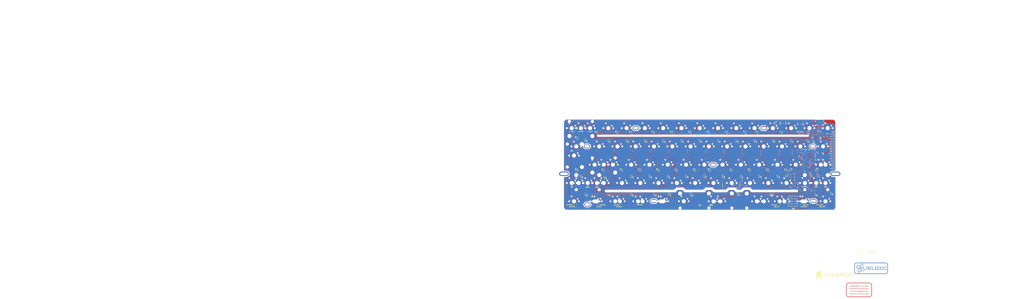
<source format=kicad_pcb>
(kicad_pcb (version 20171130) (host pcbnew "(5.1.6)-1")
  (title_block (title Doddle60) (date 2019-11-11) (rev pre-Alpha) (company "Designed by Gondolindrim") (comment 1 "In partnership with Jae@TopClack") (comment 2 "Project page: http://github.com/Gondolindrim/Doddle60") (comment 3 "Doddle60: an ISO minimum layout, 60% custom keyboard PCB"))
  (layers (0 F.Cu signal) (31 B.Cu signal) (34 B.Paste user) (35 F.Paste user) (36 B.SilkS user) (37 F.SilkS user) (38 B.Mask user) (39 F.Mask user) (44 Edge.Cuts user))
  (net 0 "")
  (net 1 3.3V)
  (net 2 GND)
  (net 3 BOOT0)
  (net 4 NRST)
  (net 5 /SHIELD)
  (net 6 5V)
  (net 7 VBUS)
  (net 8 "Net-(DRST1-Pad2)")
  (net 9 "Net-(D1-Pad2)")
  (net 10 Col1)
  (net 11 "Net-(D2-Pad2)")
  (net 12 Col2)
  (net 13 "Net-(D3-Pad2)")
  (net 14 Col3)
  (net 15 "Net-(D4-Pad2)")
  (net 16 Col4)
  (net 17 "Net-(D5-Pad2)")
  (net 18 Col5)
  (net 19 "Net-(D6-Pad2)")
  (net 20 Col6)
  (net 21 "Net-(D7-Pad2)")
  (net 22 Col7)
  (net 23 "Net-(D8-Pad2)")
  (net 24 Col8)
  (net 25 "Net-(D9-Pad2)")
  (net 26 Col9)
  (net 27 "Net-(D10-Pad2)")
  (net 28 Col10)
  (net 29 "Net-(D11-Pad2)")
  (net 30 Col11)
  (net 31 "Net-(D12-Pad2)")
  (net 32 Col12)
  (net 33 "Net-(D13-Pad2)")
  (net 34 Col13)
  (net 35 "Net-(D14-Pad2)")
  (net 36 "Net-(D15-Pad2)")
  (net 37 "Net-(D16-Pad2)")
  (net 38 "Net-(D17-Pad2)")
  (net 39 "Net-(D18-Pad2)")
  (net 40 "Net-(D19-Pad2)")
  (net 41 "Net-(D20-Pad2)")
  (net 42 "Net-(D21-Pad2)")
  (net 43 "Net-(D22-Pad2)")
  (net 44 "Net-(D23-Pad2)")
  (net 45 "Net-(D24-Pad2)")
  (net 46 "Net-(D25-Pad2)")
  (net 47 "Net-(D26-Pad2)")
  (net 48 "Net-(D27-Pad2)")
  (net 49 "Net-(D28-Pad2)")
  (net 50 "Net-(D29-Pad2)")
  (net 51 "Net-(D30-Pad2)")
  (net 52 "Net-(D31-Pad2)")
  (net 53 Col14)
  (net 54 "Net-(D32-Pad2)")
  (net 55 "Net-(D33-Pad2)")
  (net 56 "Net-(D34-Pad2)")
  (net 57 "Net-(D35-Pad2)")
  (net 58 "Net-(D36-Pad2)")
  (net 59 "Net-(D37-Pad2)")
  (net 60 "Net-(D38-Pad2)")
  (net 61 "Net-(D39-Pad2)")
  (net 62 "Net-(D40-Pad2)")
  (net 63 "Net-(D41-Pad2)")
  (net 64 "Net-(D42-Pad2)")
  (net 65 "Net-(D43-Pad2)")
  (net 66 "Net-(D44-Pad2)")
  (net 67 "Net-(D45-Pad2)")
  (net 68 "Net-(D46-Pad2)")
  (net 69 "Net-(D47-Pad2)")
  (net 70 "Net-(D48-Pad2)")
  (net 71 "Net-(D49-Pad2)")
  (net 72 "Net-(D50-Pad2)")
  (net 73 "Net-(D51-Pad2)")
  (net 74 "Net-(D52-Pad2)")
  (net 75 "Net-(D53-Pad2)")
  (net 76 "Net-(D54-Pad2)")
  (net 77 "Net-(D55-Pad2)")
  (net 78 "Net-(D56-Pad2)")
  (net 79 "Net-(D57-Pad2)")
  (net 80 "Net-(D58-Pad2)")
  (net 81 "Net-(D59-Pad2)")
  (net 82 "Net-(D60-Pad2)")
  (net 83 "Net-(D65-Pad2)")
  (net 84 "Net-(J1-PadB8)")
  (net 85 "Net-(J1-PadA5)")
  (net 86 DBus+)
  (net 87 DBus-)
  (net 88 "Net-(J1-PadA8)")
  (net 89 Row1)
  (net 90 Row2)
  (net 91 Row3)
  (net 92 Row4)
  (net 93 Row5)
  (net 94 D+)
  (net 95 D-)
  (net 96 SWCLK)
  (net 97 SWDIO)
  (net 98 "Net-(D62-Pad2)")
  (net 99 CASE)
  (net 100 "Net-(CSH2-Pad2)")
  (net 101 "Net-(J1-PadB5)")
  (net 102 Extra14)
  (net 103 Extra13)
  (net 104 Extra12)
  (net 105 Extra11)
  (net 106 Extra10)
  (net 107 Extra9)
  (net 108 Extra8)
  (net 109 Extra7)
  (net 110 Extra6)
  (net 111 Extra5)
  (net 112 Extra4)
  (net 113 Extra3)
  (net 114 Extra2)
  (net 115 Extra1)
  (net 116 "Net-(J3-Pad8)")
  (net 117 "Net-(J3-Pad7)")
  (net 118 "Net-(J3-Pad6)")
  (net 119 "Net-(D61-Pad2)")
  (net 120 "Net-(D63-Pad2)")
  (net 121 VDD)
  (net 122 GNDD)
  (net 123 "Net-(DF1-Pad1)")
  (net 124 "Net-(L1-Pad1)")
  (net 125 "Net-(L1-Pad2)")
  (net 126 "Net-(DL1-Pad2)")
  (net 127 "Net-(D64-Pad2)")
  (net 128 "Net-(D66-Pad2)")
  (net 129 "Net-(D67-Pad2)")
  (net 130 "Net-(D68-Pad2)")
  (net 131 Col15)
  (module acheron_MX_SolderMask:MX450R (layer F.Cu) (at 227.19249 167.626785)
    (fp_text reference SW70)
    (fp_text value SPACE_450)
    (pad "" np_thru_hole circle (at -34.79292 -8.22452) (size 3.9878 3.9878) (drill 3.9878) (layers *.Cu *.Mask))
    (pad "" np_thru_hole circle (at 34.64814 -8.22452) (size 3.9878 3.9878) (drill 3.9878) (layers *.Cu *.Mask))
    (pad "" np_thru_hole circle (at 34.64814 7.01548) (size 3.048 3.048) (drill 3.048) (layers *.Cu *.Mask))
    (pad "" np_thru_hole circle (at -34.79292 7.01548) (size 3.048 3.048) (drill 3.048) (layers *.Cu *.Mask))
    (pad "" np_thru_hole circle (at -5.08 0) (size 1.7018 1.7018) (drill 1.7018) (layers *.Cu *.Mask))
    (pad "" np_thru_hole circle (at 5.08 0) (size 1.7018 1.7018) (drill 1.7018) (layers *.Cu *.Mask))
    (pad 1 thru_hole circle (at -2.54 -5.08) (size 2.54 2.54) (drill 1.524) (layers *.Cu F.Mask) (net 22 Col7))
    (pad 2 thru_hole circle (at 3.81 -2.54) (size 2.54 2.54) (drill 1.524) (layers *.Cu F.Mask) (net 79 "Net-(D57-Pad2)"))
    (pad "" np_thru_hole circle (at 0 0) (size 3.9878 3.9878) (drill 3.9878) (layers *.Cu *.Mask))
  )
  (module acheron_MX_SolderMask:MX100 (layer F.Cu) (at 303.31375 148.503125)
    (fp_text reference SW44)
    (fp_text value Z)
    (pad 2 thru_hole circle (at 3.81 -2.54 90) (size 2.54 2.54) (drill 1.524) (layers *.Cu F.Mask) (net 66 "Net-(D44-Pad2)"))
    (pad 1 thru_hole circle (at -2.54 -5.08) (size 2.54 2.54) (drill 1.524) (layers *.Cu F.Mask) (net 14 Col3))
    (pad "" np_thru_hole circle (at -5.08 0) (size 1.7018 1.7018) (drill 1.7018) (layers *.Cu *.Mask))
    (pad "" np_thru_hole circle (at 5.08 0) (size 1.7018 1.7018) (drill 1.7018) (layers *.Cu *.Mask))
    (pad "" np_thru_hole circle (at 0 0) (size 3.9878 3.9878) (drill 3.9878) (layers *.Cu *.Mask))
  )
  (module acheron_MX_SolderMask:MX125 (layer F.Cu) (at 81.85623 167.568365)
    (fp_text reference SW60)
    (fp_text value RCTRL_125)
    (pad "" np_thru_hole circle (at -5.08 0) (size 1.7018 1.7018) (drill 1.7018) (layers *.Cu *.Mask))
    (pad "" np_thru_hole circle (at 5.08 0) (size 1.7018 1.7018) (drill 1.7018) (layers *.Cu *.Mask))
    (pad 1 thru_hole circle (at -2.54 -5.08) (size 2.54 2.54) (drill 1.524) (layers *.Cu F.Mask) (net 53 Col14))
    (pad 2 thru_hole circle (at 3.81 -2.54) (size 2.54 2.54) (drill 1.524) (layers *.Cu F.Mask) (net 82 "Net-(D60-Pad2)"))
    (pad "" np_thru_hole circle (at 0 0) (size 3.9878 3.9878) (drill 3.9878) (layers *.Cu *.Mask))
  )
  (module acheron_MX_SolderMask:MX125 (layer F.Cu) (at 105.74239 167.596305)
    (fp_text reference SW59)
    (fp_text value RGUI_125)
    (pad "" np_thru_hole circle (at -5.08 0) (size 1.7018 1.7018) (drill 1.7018) (layers *.Cu *.Mask))
    (pad "" np_thru_hole circle (at 5.08 0) (size 1.7018 1.7018) (drill 1.7018) (layers *.Cu *.Mask))
    (pad 1 thru_hole circle (at -2.54 -5.08) (size 2.54 2.54) (drill 1.524) (layers *.Cu F.Mask) (net 34 Col13))
    (pad 2 thru_hole circle (at 3.81 -2.54) (size 2.54 2.54) (drill 1.524) (layers *.Cu F.Mask) (net 81 "Net-(D59-Pad2)"))
    (pad "" np_thru_hole circle (at 0 0) (size 3.9878 3.9878) (drill 3.9878) (layers *.Cu *.Mask))
  )
  (module acheron_MX_SolderMask:MX100 (layer F.Cu) (at 150.91375 148.503365)
    (fp_text reference SW52)
    (fp_text value >.)
    (pad 2 thru_hole circle (at 3.81 -2.54 90) (size 2.54 2.54) (drill 1.524) (layers *.Cu F.Mask) (net 74 "Net-(D52-Pad2)"))
    (pad 1 thru_hole circle (at -2.54 -5.08) (size 2.54 2.54) (drill 1.524) (layers *.Cu F.Mask) (net 30 Col11))
    (pad "" np_thru_hole circle (at -5.08 0) (size 1.7018 1.7018) (drill 1.7018) (layers *.Cu *.Mask))
    (pad "" np_thru_hole circle (at 5.08 0) (size 1.7018 1.7018) (drill 1.7018) (layers *.Cu *.Mask))
    (pad "" np_thru_hole circle (at 0 0) (size 3.9878 3.9878) (drill 3.9878) (layers *.Cu *.Mask))
  )
  (module acheron_MX_SolderMask:MX225 (layer F.Cu) (at 112.87725 129.402325)
    (fp_text reference SW77)
    (fp_text value ANSI_Enter)
    (pad "" np_thru_hole circle (at -11.938 8.255) (size 3.9878 3.9878) (drill 3.9878) (layers *.Cu *.Mask))
    (pad "" np_thru_hole circle (at 11.938 8.255) (size 3.9878 3.9878) (drill 3.9878) (layers *.Cu *.Mask))
    (pad "" np_thru_hole circle (at 11.938 -6.985) (size 3.048 3.048) (drill 3.048) (layers *.Cu *.Mask))
    (pad "" np_thru_hole circle (at -11.938 -6.985) (size 3.048 3.048) (drill 3.048) (layers *.Cu *.Mask))
    (pad "" np_thru_hole circle (at -5.08 0) (size 1.7018 1.7018) (drill 1.7018) (layers *.Cu *.Mask))
    (pad "" np_thru_hole circle (at 5.08 0) (size 1.7018 1.7018) (drill 1.7018) (layers *.Cu *.Mask))
    (pad 1 thru_hole circle (at -2.54 -5.08) (size 2.54 2.54) (drill 1.524) (layers *.Cu F.Mask) (net 53 Col14))
    (pad 2 thru_hole circle (at 3.81 -2.54) (size 2.54 2.54) (drill 1.524) (layers *.Cu F.Mask) (net 83 "Net-(D65-Pad2)"))
    (pad "" np_thru_hole circle (at 0 0) (size 3.9878 3.9878) (drill 3.9878) (layers *.Cu *.Mask))
  )
  (module acheron_MX_SolderMask:MX125 (layer F.Cu) (at 296.17 167.553125)
    (fp_text reference SW62)
    (fp_text value LALT_125)
    (pad "" np_thru_hole circle (at -5.08 0) (size 1.7018 1.7018) (drill 1.7018) (layers *.Cu *.Mask))
    (pad "" np_thru_hole circle (at 5.08 0) (size 1.7018 1.7018) (drill 1.7018) (layers *.Cu *.Mask))
    (pad 1 thru_hole circle (at -2.54 -5.08) (size 2.54 2.54) (drill 1.524) (layers *.Cu F.Mask) (net 14 Col3))
    (pad 2 thru_hole circle (at 3.81 -2.54) (size 2.54 2.54) (drill 1.524) (layers *.Cu F.Mask) (net 78 "Net-(D56-Pad2)"))
    (pad "" np_thru_hole circle (at 0 0) (size 3.9878 3.9878) (drill 3.9878) (layers *.Cu *.Mask))
  )
  (module acheron_MX_SolderMask:MX125 (layer F.Cu) (at 153.295 167.553125)
    (fp_text reference SW68)
    (fp_text value RALT_125)
    (pad "" np_thru_hole circle (at -5.08 0) (size 1.7018 1.7018) (drill 1.7018) (layers *.Cu *.Mask))
    (pad "" np_thru_hole circle (at 5.08 0) (size 1.7018 1.7018) (drill 1.7018) (layers *.Cu *.Mask))
    (pad 1 thru_hole circle (at -2.54 -5.08) (size 2.54 2.54) (drill 1.524) (layers *.Cu F.Mask) (net 30 Col11))
    (pad 2 thru_hole circle (at 3.81 -2.54) (size 2.54 2.54) (drill 1.524) (layers *.Cu F.Mask) (net 119 "Net-(D61-Pad2)"))
    (pad "" np_thru_hole circle (at 0 0) (size 3.9878 3.9878) (drill 3.9878) (layers *.Cu *.Mask))
  )
  (module acheron_MX_SolderMask:MX100 (layer F.Cu) (at 343.85977 167.568365)
    (fp_text reference SW61)
    (fp_text value LGUI_100)
    (pad 2 thru_hole circle (at 3.81 -2.54 90) (size 2.54 2.54) (drill 1.524) (layers *.Cu F.Mask) (net 76 "Net-(D54-Pad2)"))
    (pad 1 thru_hole circle (at -2.54 -5.08) (size 2.54 2.54) (drill 1.524) (layers *.Cu F.Mask) (net 10 Col1))
    (pad "" np_thru_hole circle (at -5.08 0) (size 1.7018 1.7018) (drill 1.7018) (layers *.Cu *.Mask))
    (pad "" np_thru_hole circle (at 5.08 0) (size 1.7018 1.7018) (drill 1.7018) (layers *.Cu *.Mask))
    (pad "" np_thru_hole circle (at 0 0) (size 3.9878 3.9878) (drill 3.9878) (layers *.Cu *.Mask))
  )
  (module acheron_MX_SolderMask:MX125 (layer F.Cu) (at 196.23751 167.525185)
    (fp_text reference SW89)
    (fp_text value HENKAN_125)
    (pad "" np_thru_hole circle (at -5.08 0) (size 1.7018 1.7018) (drill 1.7018) (layers *.Cu *.Mask))
    (pad "" np_thru_hole circle (at 5.08 0) (size 1.7018 1.7018) (drill 1.7018) (layers *.Cu *.Mask))
    (pad 1 thru_hole circle (at -2.54 -5.08) (size 2.54 2.54) (drill 1.524) (layers *.Cu F.Mask) (net 24 Col8))
    (pad 2 thru_hole circle (at 3.81 -2.54) (size 2.54 2.54) (drill 1.524) (layers *.Cu F.Mask) (net 128 "Net-(D66-Pad2)"))
    (pad "" np_thru_hole circle (at 0 0) (size 3.9878 3.9878) (drill 3.9878) (layers *.Cu *.Mask))
  )
  (module acheron_MX_SolderMask:MX100 (layer F.Cu) (at 174.83293 167.542965)
    (fp_text reference SW86)
    (fp_text value KANA_100)
    (pad 2 thru_hole circle (at 3.81 -2.54 90) (size 2.54 2.54) (drill 1.524) (layers *.Cu F.Mask) (net 128 "Net-(D66-Pad2)"))
    (pad 1 thru_hole circle (at -2.54 -5.08) (size 2.54 2.54) (drill 1.524) (layers *.Cu F.Mask) (net 24 Col8))
    (pad "" np_thru_hole circle (at -5.08 0) (size 1.7018 1.7018) (drill 1.7018) (layers *.Cu *.Mask))
    (pad "" np_thru_hole circle (at 5.08 0) (size 1.7018 1.7018) (drill 1.7018) (layers *.Cu *.Mask))
    (pad "" np_thru_hole circle (at 0 0) (size 3.9878 3.9878) (drill 3.9878) (layers *.Cu *.Mask))
  )
  (module acheron_MX_SolderMask:MX100 (layer F.Cu) (at 103.37765 167.631865)
    (fp_text reference SW84)
    (fp_text value RGUI_100)
    (pad 2 thru_hole circle (at 3.81 -2.54 90) (size 2.54 2.54) (drill 1.524) (layers *.Cu F.Mask) (net 81 "Net-(D59-Pad2)"))
    (pad 1 thru_hole circle (at -2.54 -5.08) (size 2.54 2.54) (drill 1.524) (layers *.Cu F.Mask) (net 34 Col13))
    (pad "" np_thru_hole circle (at -5.08 0) (size 1.7018 1.7018) (drill 1.7018) (layers *.Cu *.Mask))
    (pad "" np_thru_hole circle (at 5.08 0) (size 1.7018 1.7018) (drill 1.7018) (layers *.Cu *.Mask))
    (pad "" np_thru_hole circle (at 0 0) (size 3.9878 3.9878) (drill 3.9878) (layers *.Cu *.Mask))
  )
  (module acheron_MX_SolderMask:MX125 (layer F.Cu) (at 124.82287 167.565825)
    (fp_text reference SW83)
    (fp_text value RALT_125)
    (pad "" np_thru_hole circle (at -5.08 0) (size 1.7018 1.7018) (drill 1.7018) (layers *.Cu *.Mask))
    (pad "" np_thru_hole circle (at 5.08 0) (size 1.7018 1.7018) (drill 1.7018) (layers *.Cu *.Mask))
    (pad 1 thru_hole circle (at -2.54 -5.08) (size 2.54 2.54) (drill 1.524) (layers *.Cu F.Mask) (net 32 Col12))
    (pad 2 thru_hole circle (at 3.81 -2.54) (size 2.54 2.54) (drill 1.524) (layers *.Cu F.Mask) (net 80 "Net-(D58-Pad2)"))
    (pad "" np_thru_hole circle (at 0 0) (size 3.9878 3.9878) (drill 3.9878) (layers *.Cu *.Mask))
  )
  (module acheron_MX_SolderMask:MX125 (layer F.Cu) (at 148.61251 167.619165)
    (fp_text reference SW82)
    (fp_text value RALT_125)
    (pad "" np_thru_hole circle (at -5.08 0) (size 1.7018 1.7018) (drill 1.7018) (layers *.Cu *.Mask))
    (pad "" np_thru_hole circle (at 5.08 0) (size 1.7018 1.7018) (drill 1.7018) (layers *.Cu *.Mask))
    (pad 1 thru_hole circle (at -2.54 -5.08) (size 2.54 2.54) (drill 1.524) (layers *.Cu F.Mask) (net 30 Col11))
    (pad 2 thru_hole circle (at 3.81 -2.54) (size 2.54 2.54) (drill 1.524) (layers *.Cu F.Mask) (net 119 "Net-(D61-Pad2)"))
    (pad "" np_thru_hole circle (at 0 0) (size 3.9878 3.9878) (drill 3.9878) (layers *.Cu *.Mask))
  )
  (module acheron_MX_SolderMask:MX125 (layer F.Cu) (at 272.43497 167.598845)
    (fp_text reference SW81)
    (fp_text value MUHENKAN_125)
    (pad "" np_thru_hole circle (at -5.08 0) (size 1.7018 1.7018) (drill 1.7018) (layers *.Cu *.Mask))
    (pad "" np_thru_hole circle (at 5.08 0) (size 1.7018 1.7018) (drill 1.7018) (layers *.Cu *.Mask))
    (pad 1 thru_hole circle (at -2.54 -5.08) (size 2.54 2.54) (drill 1.524) (layers *.Cu F.Mask) (net 16 Col4))
    (pad 2 thru_hole circle (at 3.81 -2.54) (size 2.54 2.54) (drill 1.524) (layers *.Cu F.Mask) (net 127 "Net-(D64-Pad2)"))
    (pad "" np_thru_hole circle (at 0 0) (size 3.9878 3.9878) (drill 3.9878) (layers *.Cu *.Mask))
  )
  (module acheron_MX_SolderMask:MX125 (layer F.Cu) (at 172.43009 167.614085)
    (fp_text reference SW80)
    (fp_text value HENKAN_125)
    (pad "" np_thru_hole circle (at -5.08 0) (size 1.7018 1.7018) (drill 1.7018) (layers *.Cu *.Mask))
    (pad "" np_thru_hole circle (at 5.08 0) (size 1.7018 1.7018) (drill 1.7018) (layers *.Cu *.Mask))
    (pad 1 thru_hole circle (at -2.54 -5.08) (size 2.54 2.54) (drill 1.524) (layers *.Cu F.Mask) (net 26 Col9))
    (pad 2 thru_hole circle (at 3.81 -2.54) (size 2.54 2.54) (drill 1.524) (layers *.Cu F.Mask) (net 129 "Net-(D67-Pad2)"))
    (pad "" np_thru_hole circle (at 0 0) (size 3.9878 3.9878) (drill 3.9878) (layers *.Cu *.Mask))
  )
  (module acheron_MX_SolderMask:MX175 (layer F.Cu) (at 86.62381 148.495505)
    (fp_text reference SW79)
    (fp_text value RSHIFT_1.75)
    (pad "" np_thru_hole circle (at -5.08 0) (size 1.7018 1.7018) (drill 1.7018) (layers *.Cu *.Mask))
    (pad "" np_thru_hole circle (at 5.08 0) (size 1.7018 1.7018) (drill 1.7018) (layers *.Cu *.Mask))
    (pad 1 thru_hole circle (at -2.54 -5.08) (size 2.54 2.54) (drill 1.524) (layers *.Cu F.Mask) (net 53 Col14))
    (pad 2 thru_hole circle (at 3.81 -2.54) (size 2.54 2.54) (drill 1.524) (layers *.Cu F.Mask) (net 120 "Net-(D63-Pad2)"))
    (pad "" np_thru_hole circle (at 0 0) (size 3.9878 3.9878) (drill 3.9878) (layers *.Cu *.Mask))
  )
  (module acheron_MX_SolderMask:MX100 (layer F.Cu) (at 112.83407 148.470105)
    (fp_text reference SW78)
    (fp_text value BKSLSH_1U)
    (pad 2 thru_hole circle (at 3.81 -2.54 90) (size 2.54 2.54) (drill 1.524) (layers *.Cu F.Mask) (net 98 "Net-(D62-Pad2)"))
    (pad 1 thru_hole circle (at -2.54 -5.08) (size 2.54 2.54) (drill 1.524) (layers *.Cu F.Mask) (net 34 Col13))
    (pad "" np_thru_hole circle (at -5.08 0) (size 1.7018 1.7018) (drill 1.7018) (layers *.Cu *.Mask))
    (pad "" np_thru_hole circle (at 5.08 0) (size 1.7018 1.7018) (drill 1.7018) (layers *.Cu *.Mask))
    (pad "" np_thru_hole circle (at 0 0) (size 3.9878 3.9878) (drill 3.9878) (layers *.Cu *.Mask))
  )
  (module acheron_MX_SolderMask:MX150 (layer F.Cu) (at 84.23113 110.431065)
    (fp_text reference SW76)
    (fp_text value 150U_BKSLH)
    (pad "" np_thru_hole circle (at -5.08 0) (size 1.7018 1.7018) (drill 1.7018) (layers *.Cu *.Mask))
    (pad "" np_thru_hole circle (at 5.08 0) (size 1.7018 1.7018) (drill 1.7018) (layers *.Cu *.Mask))
    (pad 1 thru_hole circle (at -2.54 -5.08) (size 2.54 2.54) (drill 1.524) (layers *.Cu F.Mask) (net 131 Col15))
    (pad 2 thru_hole circle (at 3.81 -2.54) (size 2.54 2.54) (drill 1.524) (layers *.Cu F.Mask) (net 130 "Net-(D68-Pad2)"))
    (pad "" np_thru_hole circle (at 0 0) (size 3.9878 3.9878) (drill 3.9878) (layers *.Cu *.Mask))
  )
  (module acheron_MX_SolderMask:MX225R (layer F.Cu) (at 334.26995 148.503365)
    (fp_text reference SW73)
    (fp_text value LSHIFT_225)
    (pad "" np_thru_hole circle (at 11.938 -8.255 180) (size 3.9878 3.9878) (drill 3.9878) (layers *.Cu *.Mask))
    (pad "" np_thru_hole circle (at -11.938 -8.255 180) (size 3.9878 3.9878) (drill 3.9878) (layers *.Cu *.Mask))
    (pad "" np_thru_hole circle (at -11.938 6.985 180) (size 3.048 3.048) (drill 3.048) (layers *.Cu *.Mask))
    (pad "" np_thru_hole circle (at 11.938 6.985 180) (size 3.048 3.048) (drill 3.048) (layers *.Cu *.Mask))
    (pad "" np_thru_hole circle (at -5.08 0) (size 1.7018 1.7018) (drill 1.7018) (layers *.Cu *.Mask))
    (pad "" np_thru_hole circle (at 5.08 0) (size 1.7018 1.7018) (drill 1.7018) (layers *.Cu *.Mask))
    (pad 1 thru_hole circle (at -2.54 -5.08) (size 2.54 2.54) (drill 1.524) (layers *.Cu F.Mask) (net 10 Col1))
    (pad 2 thru_hole circle (at 3.81 -2.54) (size 2.54 2.54) (drill 1.524) (layers *.Cu F.Mask) (net 64 "Net-(D42-Pad2)"))
    (pad "" np_thru_hole circle (at 0 0) (size 3.9878 3.9878) (drill 3.9878) (layers *.Cu *.Mask))
  )
  (module acheron_MX_SolderMask:MX275R (layer F.Cu) (at 96.145 148.503125)
    (fp_text reference SW72)
    (fp_text value RSHIFT_275)
    (pad "" np_thru_hole circle (at 11.938 -8.255 180) (size 3.9878 3.9878) (drill 3.9878) (layers *.Cu *.Mask))
    (pad "" np_thru_hole circle (at -11.938 -8.255 180) (size 3.9878 3.9878) (drill 3.9878) (layers *.Cu *.Mask))
    (pad "" np_thru_hole circle (at -11.938 6.985 180) (size 3.048 3.048) (drill 3.048) (layers *.Cu *.Mask))
    (pad "" np_thru_hole circle (at 11.938 6.985 180) (size 3.048 3.048) (drill 3.048) (layers *.Cu *.Mask))
    (pad "" np_thru_hole circle (at -5.08 0) (size 1.7018 1.7018) (drill 1.7018) (layers *.Cu *.Mask))
    (pad "" np_thru_hole circle (at 5.08 0) (size 1.7018 1.7018) (drill 1.7018) (layers *.Cu *.Mask))
    (pad 1 thru_hole circle (at -2.54 -5.08) (size 2.54 2.54) (drill 1.524) (layers *.Cu F.Mask) (net 34 Col13))
    (pad 2 thru_hole circle (at 3.81 -2.54) (size 2.54 2.54) (drill 1.524) (layers *.Cu F.Mask) (net 98 "Net-(D62-Pad2)"))
    (pad "" np_thru_hole circle (at 0 0) (size 3.9878 3.9878) (drill 3.9878) (layers *.Cu *.Mask))
  )
  (module acheron_MX_SolderMask:MX100 (layer F.Cu) (at 279.59269 167.616625)
    (fp_text reference SW67)
    (fp_text value MUHENKAN_100)
    (pad 2 thru_hole circle (at 3.81 -2.54 90) (size 2.54 2.54) (drill 1.524) (layers *.Cu F.Mask) (net 127 "Net-(D64-Pad2)"))
    (pad 1 thru_hole circle (at -2.54 -5.08) (size 2.54 2.54) (drill 1.524) (layers *.Cu F.Mask) (net 16 Col4))
    (pad "" np_thru_hole circle (at -5.08 0) (size 1.7018 1.7018) (drill 1.7018) (layers *.Cu *.Mask))
    (pad "" np_thru_hole circle (at 5.08 0) (size 1.7018 1.7018) (drill 1.7018) (layers *.Cu *.Mask))
    (pad "" np_thru_hole circle (at 0 0) (size 3.9878 3.9878) (drill 3.9878) (layers *.Cu *.Mask))
  )
  (module acheron_MX_SolderMask:MX125 (layer F.Cu) (at 129.54727 167.550585)
    (fp_text reference SW58)
    (fp_text value RALT_125)
    (pad "" np_thru_hole circle (at -5.08 0) (size 1.7018 1.7018) (drill 1.7018) (layers *.Cu *.Mask))
    (pad "" np_thru_hole circle (at 5.08 0) (size 1.7018 1.7018) (drill 1.7018) (layers *.Cu *.Mask))
    (pad 1 thru_hole circle (at -2.54 -5.08) (size 2.54 2.54) (drill 1.524) (layers *.Cu F.Mask) (net 32 Col12))
    (pad 2 thru_hole circle (at 3.81 -2.54) (size 2.54 2.54) (drill 1.524) (layers *.Cu F.Mask) (net 80 "Net-(D58-Pad2)"))
    (pad "" np_thru_hole circle (at 0 0) (size 3.9878 3.9878) (drill 3.9878) (layers *.Cu *.Mask))
  )
  (module acheron_MX_SolderMask:MX275R (layer F.Cu) (at 234.33751 167.598845)
    (fp_text reference SW57)
    (fp_text value SPACE_275)
    (pad "" np_thru_hole circle (at 11.938 -8.255 180) (size 3.9878 3.9878) (drill 3.9878) (layers *.Cu *.Mask))
    (pad "" np_thru_hole circle (at -11.938 -8.255 180) (size 3.9878 3.9878) (drill 3.9878) (layers *.Cu *.Mask))
    (pad "" np_thru_hole circle (at -11.938 6.985 180) (size 3.048 3.048) (drill 3.048) (layers *.Cu *.Mask))
    (pad "" np_thru_hole circle (at 11.938 6.985 180) (size 3.048 3.048) (drill 3.048) (layers *.Cu *.Mask))
    (pad "" np_thru_hole circle (at -5.08 0) (size 1.7018 1.7018) (drill 1.7018) (layers *.Cu *.Mask))
    (pad "" np_thru_hole circle (at 5.08 0) (size 1.7018 1.7018) (drill 1.7018) (layers *.Cu *.Mask))
    (pad 1 thru_hole circle (at -2.54 -5.08) (size 2.54 2.54) (drill 1.524) (layers *.Cu F.Mask) (net 22 Col7))
    (pad 2 thru_hole circle (at 3.81 -2.54) (size 2.54 2.54) (drill 1.524) (layers *.Cu F.Mask) (net 79 "Net-(D57-Pad2)"))
    (pad "" np_thru_hole circle (at 0 0) (size 3.9878 3.9878) (drill 3.9878) (layers *.Cu *.Mask))
  )
  (module acheron_MX_SolderMask:MX125 (layer F.Cu) (at 301.02267 167.672505)
    (fp_text reference SW56)
    (fp_text value LALT_125)
    (pad "" np_thru_hole circle (at -5.08 0) (size 1.7018 1.7018) (drill 1.7018) (layers *.Cu *.Mask))
    (pad "" np_thru_hole circle (at 5.08 0) (size 1.7018 1.7018) (drill 1.7018) (layers *.Cu *.Mask))
    (pad 1 thru_hole circle (at -2.54 -5.08) (size 2.54 2.54) (drill 1.524) (layers *.Cu F.Mask) (net 14 Col3))
    (pad 2 thru_hole circle (at 3.81 -2.54) (size 2.54 2.54) (drill 1.524) (layers *.Cu F.Mask) (net 78 "Net-(D56-Pad2)"))
    (pad "" np_thru_hole circle (at 0 0) (size 3.9878 3.9878) (drill 3.9878) (layers *.Cu *.Mask))
  )
  (module acheron_MX_SolderMask:MX125 (layer F.Cu) (at 320.06505 167.583605)
    (fp_text reference SW55)
    (fp_text value LGUI_125)
    (pad "" np_thru_hole circle (at -5.08 0) (size 1.7018 1.7018) (drill 1.7018) (layers *.Cu *.Mask))
    (pad "" np_thru_hole circle (at 5.08 0) (size 1.7018 1.7018) (drill 1.7018) (layers *.Cu *.Mask))
    (pad 1 thru_hole circle (at -2.54 -5.08) (size 2.54 2.54) (drill 1.524) (layers *.Cu F.Mask) (net 12 Col2))
    (pad 2 thru_hole circle (at 3.81 -2.54) (size 2.54 2.54) (drill 1.524) (layers *.Cu F.Mask) (net 77 "Net-(D55-Pad2)"))
    (pad "" np_thru_hole circle (at 0 0) (size 3.9878 3.9878) (drill 3.9878) (layers *.Cu *.Mask))
  )
  (module acheron_MX_SolderMask:MX125 (layer F.Cu) (at 322.42979 167.611545)
    (fp_text reference SW54)
    (fp_text value LCTRL_125)
    (pad "" np_thru_hole circle (at -5.08 0) (size 1.7018 1.7018) (drill 1.7018) (layers *.Cu *.Mask))
    (pad "" np_thru_hole circle (at 5.08 0) (size 1.7018 1.7018) (drill 1.7018) (layers *.Cu *.Mask))
    (pad 1 thru_hole circle (at -2.54 -5.08) (size 2.54 2.54) (drill 1.524) (layers *.Cu F.Mask) (net 12 Col2))
    (pad 2 thru_hole circle (at 3.81 -2.54) (size 2.54 2.54) (drill 1.524) (layers *.Cu F.Mask) (net 77 "Net-(D55-Pad2)"))
    (pad "" np_thru_hole circle (at 0 0) (size 3.9878 3.9878) (drill 3.9878) (layers *.Cu *.Mask))
  )
  (module acheron_MX_SolderMask:MX100 (layer F.Cu) (at 346.17625 91.353125)
    (fp_text reference SW1)
    (fp_text value ESC)
    (pad 2 thru_hole circle (at 3.81 -2.54 90) (size 2.54 2.54) (drill 1.524) (layers *.Cu F.Mask) (net 9 "Net-(D1-Pad2)"))
    (pad 1 thru_hole circle (at -2.54 -5.08) (size 2.54 2.54) (drill 1.524) (layers *.Cu F.Mask) (net 10 Col1))
    (pad "" np_thru_hole circle (at -5.08 0) (size 1.7018 1.7018) (drill 1.7018) (layers *.Cu *.Mask))
    (pad "" np_thru_hole circle (at 5.08 0) (size 1.7018 1.7018) (drill 1.7018) (layers *.Cu *.Mask))
    (pad "" np_thru_hole circle (at 0 0) (size 3.9878 3.9878) (drill 3.9878) (layers *.Cu *.Mask))
  )
  (module acheron_Components:D_SOD-123 (layer F.Cu) (at 93.35735 104.784645 270)
    (fp_text reference D68 (at 0 -1.8 270) (layer F.SilkS) (effects (font (size 0.8 0.8) (thickness 0.2))))
    (fp_text value 1N4148)
    (pad 2 smd roundrect (at 1.65 0 270) (size 1 1.2) (layers F.Cu F.Paste F.Mask) (net 130 "Net-(D68-Pad2)"))
    (pad 1 smd roundrect (at -1.65 0 270) (size 1 1.2) (layers F.Cu F.Paste F.Mask) (net 90 Row2))
  )
  (module acheron_Components:D_SOD-123 (layer F.Cu) (at 180.65969 161.048185 270)
    (fp_text reference D67 (at 0 -1.8 270) (layer F.SilkS) (effects (font (size 0.8 0.8) (thickness 0.2))))
    (fp_text value 1N4148)
    (pad 2 smd roundrect (at 1.65 0 270) (size 1 1.2) (layers F.Cu F.Paste F.Mask) (net 129 "Net-(D67-Pad2)"))
    (pad 1 smd roundrect (at -1.65 0 270) (size 1 1.2) (layers F.Cu F.Paste F.Mask) (net 93 Row5))
  )
  (module acheron_Components:D_SOD-123 (layer F.Cu) (at 203.39015 161.716205 270)
    (fp_text reference D66 (at 0 -1.8 270) (layer F.SilkS) (effects (font (size 0.8 0.8) (thickness 0.2))))
    (fp_text value 1N4148)
    (pad 2 smd roundrect (at 1.65 0 270) (size 1 1.2) (layers F.Cu F.Paste F.Mask) (net 128 "Net-(D66-Pad2)"))
    (pad 1 smd roundrect (at -1.65 0 270) (size 1 1.2) (layers F.Cu F.Paste F.Mask) (net 93 Row5))
  )
  (module acheron_Components:D_SOD-123 (layer F.Cu) (at 286.33893 161.617145 270)
    (fp_text reference D64 (at 0 -1.8 270) (layer F.SilkS) (effects (font (size 0.8 0.8) (thickness 0.2))))
    (fp_text value 1N4148)
    (pad 2 smd roundrect (at 1.65 0 270) (size 1 1.2) (layers F.Cu F.Paste F.Mask) (net 127 "Net-(D64-Pad2)"))
    (pad 1 smd roundrect (at -1.65 0 270) (size 1 1.2) (layers F.Cu F.Paste F.Mask) (net 93 Row5))
  )
  (module acheron_Components:ACM2012-2P (layer F.Cu) (at 335.97625 100.751125 270)
    (fp_text reference L1 (at 0 -1.5 90) (layer F.SilkS) (effects (font (size 0.6 0.6) (thickness 0.12))))
    (fp_text value ACM2012-900-2P-T002)
    (pad 3 smd rect (at 0.925 0.5 270) (size 0.75 0.4) (layers F.Cu F.Paste F.Mask) (net 94 D+))
    (pad 2 smd rect (at -0.925 0.5 270) (size 0.75 0.4) (layers F.Cu F.Paste F.Mask) (net 125 "Net-(L1-Pad2)"))
    (pad 1 smd roundrect (at -0.925 -0.5 270) (size 0.75 0.4) (layers F.Cu F.Paste F.Mask) (net 124 "Net-(L1-Pad1)"))
    (pad 4 smd rect (at 0.925 -0.5 270) (size 0.75 0.4) (layers F.Cu F.Paste F.Mask) (net 95 D-))
  )
  (module acheron_Components:R_SMD_1026 (layer F.Cu) (at 325.72925 131.866125 270)
    (fp_text reference RVDD1 (at 0 -1.778 90) (layer F.SilkS) (effects (font (size 0.635 0.635) (thickness 0.127))))
    (fp_text value "R010 1%")
    (pad 2 smd roundrect (at 1.4875 0 270) (size 1.425 1.75) (layers F.Cu F.Paste F.Mask) (roundrect_rratio 0.175439) (net 2 GND))
    (pad 1 smd roundrect (at -1.4875 0 270) (size 1.425 1.75) (layers F.Cu F.Paste F.Mask) (roundrect_rratio 0.175439) (net 122 GNDD))
  )
  (module doddle60Graphics:doddle60Label (layer F.Cu) (at 378.79493 259.892285)
    (fp_text reference G4 hide)
    (fp_text value Doddle60Label hide)
    (fp_poly (pts (xy 5.541726 -3.832477) (xy 5.056634 -3.832477) (xy 5.056634 -3.967083) (xy 5.541726 -3.967083) (xy 5.541726 -3.832477)) (layer F.Cu) (width 0.01))
    (fp_poly (pts (xy 8.431957 -4.395184) (xy 8.431976 -4.360005) (xy 8.432031 -4.326301) (xy 8.432119 -4.294413) (xy 8.432238 -4.264685) (xy 8.432386 -4.237459) (xy 8.432559 -4.213075) (xy 8.432755 -4.191878) (xy 8.432971 -4.174208) (xy 8.433205 -4.160408) (xy 8.433455 -4.150819) (xy 8.433717 -4.145785) (xy 8.433862 -4.14508) (xy 8.43613 -4.147014) (xy 8.440891 -4.152119) (xy 8.447443 -4.159615) (xy 8.454964 -4.168573) (xy 8.479291 -4.194877) (xy 8.506644 -4.218779) (xy 8.536192 -4.239734) (xy 8.567102 -4.2572) (xy 8.598542 -4.270633) (xy 8.622438 -4.27785) (xy 8.657583 -4.284373) (xy 8.6934 -4.287094) (xy 8.729024 -4.286089) (xy 8.763589 -4.281434) (xy 8.79623 -4.273202) (xy 8.82608 -4.26147) (xy 8.829427 -4.259834) (xy 8.858853 -4.242428) (xy 8.884661 -4.221461) (xy 8.906841 -4.196949) (xy 8.925385 -4.168908) (xy 8.940281 -4.137352) (xy 8.95152 -4.102298) (xy 8.959092 -4.06376) (xy 8.960116 -4.056041) (xy 8.960546 -4.049871) (xy 8.96094 -4.038703) (xy 8.961298 -4.022615) (xy 8.961618 -4.001689) (xy 8.961899 -3.976005) (xy 8.962143 -3.945643) (xy 8.962347 -3.910683) (xy 8.962511 -3.871206) (xy 8.962635 -3.827292) (xy 8.962718 -3.779021) (xy 8.962759 -3.726474) (xy 8.962764 -3.699842) (xy 8.962764 -3.365163) (xy 8.805476 -3.365163) (xy 8.804717 -3.702315) (xy 8.803958 -4.039466) (xy 8.797145 -4.064271) (xy 8.790707 -4.084698) (xy 8.783454 -4.101301) (xy 8.774726 -4.115331) (xy 8.763863 -4.12804) (xy 8.763181 -4.128735) (xy 8.747771 -4.141887) (xy 8.730512 -4.151705) (xy 8.710749 -4.158415) (xy 8.687825 -4.16224) (xy 8.661804 -4.163406) (xy 8.639139 -4.162617) (xy 8.619499 -4.160039) (xy 8.601025 -4.155273) (xy 8.581856 -4.147924) (xy 8.575151 -4.144906) (xy 8.548191 -4.130382) (xy 8.522771 -4.112389) (xy 8.49848 -4.090549) (xy 8.474906 -4.064482) (xy 8.451636 -4.033807) (xy 8.446266 -4.026034) (xy 8.431957 -4.004983) (xy 8.431957 -3.365163) (xy 8.274483 -3.365163) (xy 8.275763 -4.628687) (xy 8.336716 -4.635384) (xy 8.354907 -4.637375) (xy 8.372444 -4.639282) (xy 8.388358 -4.640999) (xy 8.401677 -4.642422) (xy 8.411431 -4.643447) (xy 8.414814 -4.643792) (xy 8.431957 -4.645503) (xy 8.431957 -4.395184)) (layer F.Cu) (width 0.01))
    (fp_poly (pts (xy 6.410622 -3.954671) (xy 6.42754 -3.901684) (xy 6.444047 -3.849972) (xy 6.460078 -3.799745) (xy 6.475567 -3.751211) (xy 6.490447 -3.704577) (xy 6.504651 -3.660053) (xy 6.518113 -3.617846) (xy 6.530767 -3.578165) (xy 6.542547 -3.541218) (xy 6.553386 -3.507213) (xy 6.563217 -3.476358) (xy 6.571974 -3.448863) (xy 6.579592 -3.424934) (xy 6.586002 -3.404781) (xy 6.59114 -3.388611) (xy 6.594938 -3.376634) (xy 6.597331 -3.369056) (xy 6.598252 -3.366087) (xy 6.59826 -3.366051) (xy 6.595818 -3.365844) (xy 6.588883 -3.365691) (xy 6.578041 -3.365594) (xy 6.563877 -3.365556) (xy 6.546979 -3.365577) (xy 6.527931 -3.365661) (xy 6.512769 -3.365765) (xy 6.427278 -3.366433) (xy 6.387085 -3.49977) (xy 6.379409 -3.525242) (xy 6.37207 -3.549606) (xy 6.365219 -3.572361) (xy 6.359007 -3.593008) (xy 6.353583 -3.611047) (xy 6.349099 -3.625977) (xy 6.345704 -3.637298) (xy 6.34355 -3.644511) (xy 6.342978 -3.64644) (xy 6.339064 -3.659774) (xy 6.115003 -3.659749) (xy 5.890941 -3.659723) (xy 5.858147 -3.549905) (xy 5.850874 -3.525563) (xy 5.843623 -3.501328) (xy 5.836615 -3.477931) (xy 5.83007 -3.456104) (xy 5.824206 -3.43658) (xy 5.819244 -3.420091) (xy 5.815402 -3.407369) (xy 5.813963 -3.402625) (xy 5.802573 -3.365163) (xy 5.720233 -3.365163) (xy 5.697605 -3.365178) (xy 5.679555 -3.365238) (xy 5.665582 -3.365373) (xy 5.655186 -3.36561) (xy 5.647864 -3.365976) (xy 5.643116 -3.366499) (xy 5.640441 -3.367207) (xy 5.639338 -3.368126) (xy 5.639305 -3.369285) (xy 5.639402 -3.369608) (xy 5.640305 -3.372398) (xy 5.642692 -3.379813) (xy 5.646496 -3.391645) (xy 5.65165 -3.407682) (xy 5.658085 -3.427713) (xy 5.665734 -3.451529) (xy 5.67453 -3.478919) (xy 5.684405 -3.509673) (xy 5.695292 -3.54358) (xy 5.707123 -3.580429) (xy 5.71983 -3.62001) (xy 5.733346 -3.662114) (xy 5.747603 -3.706528) (xy 5.762534 -3.753044) (xy 5.776004 -3.795015) (xy 5.93157 -3.795015) (xy 5.932289 -3.794391) (xy 5.935103 -3.793848) (xy 5.940301 -3.793383) (xy 5.948172 -3.79299) (xy 5.959005 -3.792664) (xy 5.973089 -3.792401) (xy 5.990713 -3.792195) (xy 6.012166 -3.792041) (xy 6.037736 -3.791934) (xy 6.067714 -3.79187) (xy 6.102387 -3.791842) (xy 6.114815 -3.791841) (xy 6.149812 -3.791843) (xy 6.180071 -3.791857) (xy 6.205934 -3.791892) (xy 6.227742 -3.791956) (xy 6.245838 -3.792059) (xy 6.260562 -3.792211) (xy 6.272256 -3.79242) (xy 6.281263 -3.792696) (xy 6.287922 -3.793049) (xy 6.292577 -3.793487) (xy 6.295569 -3.794019) (xy 6.29724 -3.794656) (xy 6.29793 -3.795406) (xy 6.297982 -3.796278) (xy 6.297864 -3.796808) (xy 6.295993 -3.80361) (xy 6.29286 -3.814568) (xy 6.288571 -3.829328) (xy 6.283234 -3.847536) (xy 6.276953 -3.868837) (xy 6.269836 -3.892878) (xy 6.261989 -3.919305) (xy 6.253518 -3.947764) (xy 6.244529 -3.977901) (xy 6.235129 -4.009361) (xy 6.225424 -4.041792) (xy 6.215521 -4.074838) (xy 6.205525 -4.108146) (xy 6.195544 -4.141362) (xy 6.185683 -4.174132) (xy 6.176049 -4.206102) (xy 6.166748 -4.236918) (xy 6.157886 -4.266226) (xy 6.149571 -4.293672) (xy 6.141907 -4.318902) (xy 6.135002 -4.341562) (xy 6.128962 -4.361299) (xy 6.123893 -4.377757) (xy 6.119901 -4.390583) (xy 6.117093 -4.399423) (xy 6.115576 -4.403924) (xy 6.115335 -4.404437) (xy 6.114411 -4.401825) (xy 6.112123 -4.39464) (xy 6.10856 -4.383177) (xy 6.103812 -4.367732) (xy 6.097968 -4.348597) (xy 6.091118 -4.326069) (xy 6.083349 -4.300442) (xy 6.074753 -4.272011) (xy 6.065418 -4.241069) (xy 6.055434 -4.207913) (xy 6.044889 -4.172836) (xy 6.033874 -4.136133) (xy 6.023172 -4.10042) (xy 6.011796 -4.062431) (xy 6.000815 -4.025772) (xy 5.990319 -3.990738) (xy 5.980396 -3.957626) (xy 5.971135 -3.926732) (xy 5.962626 -3.898352) (xy 5.954957 -3.872784) (xy 5.948217 -3.850322) (xy 5.942495 -3.831265) (xy 5.93788 -3.815908) (xy 5.93446 -3.804547) (xy 5.932325 -3.797478) (xy 5.93157 -3.795015) (xy 5.776004 -3.795015) (xy 5.77807 -3.80145) (xy 5.794146 -3.851537) (xy 5.810693 -3.903092) (xy 5.827643 -3.955907) (xy 5.828377 -3.958194) (xy 6.015842 -4.542336) (xy 6.222985 -4.542336) (xy 6.410622 -3.954671)) (layer F.Cu) (width 0.01))
    (fp_poly (pts (xy 3.964678 -4.286787) (xy 3.97831 -4.285956) (xy 3.992505 -4.284716) (xy 4.006252 -4.283187) (xy 4.018541 -4.281489) (xy 4.028361 -4.279742) (xy 4.034701 -4.278065) (xy 4.036379 -4.277178) (xy 4.036326 -4.274412) (xy 4.035439 -4.267409) (xy 4.033854 -4.256921) (xy 4.031705 -4.243697) (xy 4.029127 -4.228487) (xy 4.026256 -4.212041) (xy 4.023225 -4.195111) (xy 4.020169 -4.178445) (xy 4.017223 -4.162795) (xy 4.014522 -4.14891) (xy 4.0122 -4.137541) (xy 4.010393 -4.129437) (xy 4.009234 -4.12535) (xy 4.009058 -4.12504) (xy 4.006244 -4.125005) (xy 3.999682 -4.125854) (xy 3.990596 -4.127417) (xy 3.986892 -4.128131) (xy 3.968111 -4.130851) (xy 3.947138 -4.132222) (xy 3.925614 -4.132259) (xy 3.90518 -4.130975) (xy 3.887476 -4.128384) (xy 3.882509 -4.127243) (xy 3.856422 -4.118199) (xy 3.832407 -4.104965) (xy 3.810401 -4.087459) (xy 3.79034 -4.065593) (xy 3.772161 -4.039284) (xy 3.7558 -4.008446) (xy 3.741194 -3.972995) (xy 3.728279 -3.932844) (xy 3.723143 -3.913774) (xy 3.715687 -3.884541) (xy 3.715649 -3.365163) (xy 3.558184 -3.365163) (xy 3.558184 -4.266773) (xy 3.625488 -4.266773) (xy 3.643379 -4.266702) (xy 3.659482 -4.266502) (xy 3.673135 -4.266192) (xy 3.683677 -4.265792) (xy 3.690449 -4.26532) (xy 3.692791 -4.264807) (xy 3.693004 -4.261193) (xy 3.693601 -4.253275) (xy 3.694517 -4.24181) (xy 3.695687 -4.227553) (xy 3.697047 -4.211261) (xy 3.698532 -4.193691) (xy 3.700077 -4.175597) (xy 3.701619 -4.157736) (xy 3.703091 -4.140864) (xy 3.70443 -4.125738) (xy 3.705571 -4.113113) (xy 3.70645 -4.103746) (xy 3.707001 -4.098392) (xy 3.707044 -4.098041) (xy 3.708636 -4.085503) (xy 3.716785 -4.105703) (xy 3.734051 -4.143392) (xy 3.753722 -4.1769) (xy 3.775711 -4.206138) (xy 3.799932 -4.231013) (xy 3.826297 -4.251433) (xy 3.854721 -4.267306) (xy 3.878192 -4.27645) (xy 3.896859 -4.281684) (xy 3.91506 -4.285013) (xy 3.934736 -4.286715) (xy 3.95262 -4.287091) (xy 3.964678 -4.286787)) (layer F.Cu) (width 0.01))
    (fp_poly (pts (xy 0.829415 -4.543159) (xy 0.839633 -4.543051) (xy 0.845819 -4.542887) (xy 0.847463 -4.542724) (xy 0.848232 -4.540272) (xy 0.850357 -4.533226) (xy 0.853757 -4.521865) (xy 0.858348 -4.506467) (xy 0.864049 -4.487309) (xy 0.870777 -4.46467) (xy 0.878451 -4.438828) (xy 0.886987 -4.410061) (xy 0.896304 -4.378647) (xy 0.906319 -4.344864) (xy 0.91695 -4.308989) (xy 0.928115 -4.271303) (xy 0.939731 -4.232081) (xy 0.951717 -4.191602) (xy 0.963989 -4.150145) (xy 0.976466 -4.107987) (xy 0.989066 -4.065407) (xy 1.001705 -4.022681) (xy 1.014302 -3.98009) (xy 1.026775 -3.93791) (xy 1.039041 -3.896419) (xy 1.051018 -3.855897) (xy 1.062624 -3.81662) (xy 1.073776 -3.778866) (xy 1.084392 -3.742915) (xy 1.09439 -3.709043) (xy 1.103688 -3.677529) (xy 1.112202 -3.648652) (xy 1.119852 -3.622688) (xy 1.126555 -3.599916) (xy 1.132228 -3.580615) (xy 1.136789 -3.565062) (xy 1.139412 -3.556091) (xy 1.141714 -3.548904) (xy 1.143559 -3.544405) (xy 1.144344 -3.543557) (xy 1.145149 -3.546053) (xy 1.147323 -3.553192) (xy 1.150798 -3.564747) (xy 1.155507 -3.580487) (xy 1.161381 -3.600186) (xy 1.168352 -3.623613) (xy 1.176354 -3.650541) (xy 1.185318 -3.680741) (xy 1.195176 -3.713984) (xy 1.20586 -3.750042) (xy 1.217304 -3.788686) (xy 1.229438 -3.829688) (xy 1.242196 -3.872818) (xy 1.255508 -3.917849) (xy 1.269309 -3.964552) (xy 1.283528 -4.012698) (xy 1.292483 -4.043028) (xy 1.306929 -4.091952) (xy 1.320998 -4.139575) (xy 1.334622 -4.185667) (xy 1.347734 -4.230001) (xy 1.360264 -4.272348) (xy 1.372147 -4.312479) (xy 1.383313 -4.350166) (xy 1.393695 -4.385179) (xy 1.403225 -4.41729) (xy 1.411835 -4.446271) (xy 1.419458 -4.471893) (xy 1.426025 -4.493927) (xy 1.431469 -4.512144) (xy 1.435721 -4.526316) (xy 1.438714 -4.536215) (xy 1.440381 -4.54161) (xy 1.440718 -4.542594) (xy 1.443428 -4.542837) (xy 1.450605 -4.54302) (xy 1.461637 -4.54314) (xy 1.475913 -4.543193) (xy 1.492821 -4.543177) (xy 1.511748 -4.543089) (xy 1.523032 -4.543006) (xy 1.604264 -4.542336) (xy 1.517102 -4.269313) (xy 1.504309 -4.229242) (xy 1.490203 -4.18506) (xy 1.475017 -4.137497) (xy 1.458984 -4.087282) (xy 1.442336 -4.035143) (xy 1.425306 -3.981808) (xy 1.408127 -3.928007) (xy 1.391031 -3.874468) (xy 1.374251 -3.82192) (xy 1.35802 -3.771091) (xy 1.34257 -3.722711) (xy 1.329162 -3.680727) (xy 1.228385 -3.365163) (xy 1.052725 -3.365207) (xy 0.863155 -3.953771) (xy 0.673585 -4.542336) (xy 0.76005 -4.543004) (xy 0.780483 -4.543135) (xy 0.799249 -4.543204) (xy 0.815757 -4.543211) (xy 0.829415 -4.543159)) (layer F.Cu) (width 0.01))
    (fp_poly (pts (xy -0.471758 -4.542886) (xy -0.433986 -4.542673) (xy -0.400855 -4.542456) (xy -0.371927 -4.542208) (xy -0.346765 -4.541905) (xy -0.32493 -4.541523) (xy -0.305983 -4.541036) (xy -0.289488 -4.54042) (xy -0.275005 -4.539649) (xy -0.262098 -4.5387) (xy -0.250326 -4.537546) (xy -0.239254 -4.536163) (xy -0.228442 -4.534526) (xy -0.217452 -4.532611) (xy -0.205846 -4.530392) (xy -0.193187 -4.527845) (xy -0.187941 -4.526772) (xy -0.142775 -4.515657) (xy -0.101662 -4.501677) (xy -0.064638 -4.484859) (xy -0.031739 -4.465233) (xy -0.002999 -4.442826) (xy 0.021546 -4.417667) (xy 0.041861 -4.389784) (xy 0.057909 -4.359206) (xy 0.069656 -4.32596) (xy 0.071339 -4.319584) (xy 0.074578 -4.302628) (xy 0.076866 -4.282325) (xy 0.078154 -4.26028) (xy 0.078393 -4.2381) (xy 0.077532 -4.217391) (xy 0.075523 -4.199758) (xy 0.075099 -4.197371) (xy 0.066035 -4.162478) (xy 0.052471 -4.129899) (xy 0.034514 -4.0998) (xy 0.012269 -4.072349) (xy -0.014159 -4.047711) (xy -0.023959 -4.040094) (xy -0.043572 -4.027091) (xy -0.066185 -4.014651) (xy -0.089794 -4.003767) (xy -0.112398 -3.99543) (xy -0.116828 -3.994096) (xy -0.12688 -3.991124) (xy -0.132585 -3.989131) (xy -0.134511 -3.987795) (xy -0.13322 -3.986794) (xy -0.130797 -3.986141) (xy -0.093867 -3.976951) (xy -0.061439 -3.967286) (xy -0.032944 -3.956901) (xy -0.007808 -3.945551) (xy 0.014538 -3.932989) (xy 0.034667 -3.91897) (xy 0.04514 -3.910428) (xy 0.068838 -3.887135) (xy 0.088515 -3.861377) (xy 0.10437 -3.832789) (xy 0.116603 -3.801011) (xy 0.125412 -3.765679) (xy 0.12575 -3.763904) (xy 0.128223 -3.745922) (xy 0.12974 -3.724503) (xy 0.130299 -3.7012) (xy 0.129901 -3.677566) (xy 0.128544 -3.655153) (xy 0.126226 -3.635512) (xy 0.125831 -3.633107) (xy 0.116971 -3.59449) (xy 0.104119 -3.558933) (xy 0.087255 -3.526418) (xy 0.06636 -3.496928) (xy 0.041415 -3.470445) (xy 0.0124 -3.446951) (xy -0.020706 -3.426429) (xy -0.05792 -3.408861) (xy -0.099263 -3.394229) (xy -0.144754 -3.382517) (xy -0.154731 -3.380447) (xy -0.168267 -3.377808) (xy -0.180994 -3.375489) (xy -0.193332 -3.37347) (xy -0.2057 -3.371731) (xy -0.218515 -3.37025) (xy -0.232198 -3.369008) (xy -0.247165 -3.367984) (xy -0.263837 -3.367156) (xy -0.282632 -3.366506) (xy -0.303968 -3.366012) (xy -0.328265 -3.365653) (xy -0.35594 -3.36541) (xy -0.387413 -3.365261) (xy -0.423102 -3.365185) (xy -0.463426 -3.365163) (xy -0.662874 -3.365163) (xy -0.662874 -3.918828) (xy -0.50033 -3.918828) (xy -0.50033 -3.494273) (xy -0.376517 -3.495354) (xy -0.346071 -3.495652) (xy -0.320226 -3.49598) (xy -0.298505 -3.496358) (xy -0.280428 -3.4968) (xy -0.265518 -3.497324) (xy -0.253297 -3.497947) (xy -0.243286 -3.498685) (xy -0.235007 -3.499555) (xy -0.228018 -3.500569) (xy -0.2026 -3.505326) (xy -0.180891 -3.510582) (xy -0.161524 -3.516739) (xy -0.143131 -3.524202) (xy -0.134913 -3.528042) (xy -0.110255 -3.542229) (xy -0.089822 -3.558955) (xy -0.073261 -3.578562) (xy -0.061315 -3.599076) (xy -0.054398 -3.614588) (xy -0.049285 -3.629256) (xy -0.045684 -3.644429) (xy -0.043301 -3.661458) (xy -0.041843 -3.681691) (xy -0.041479 -3.690251) (xy -0.041024 -3.70647) (xy -0.041082 -3.719224) (xy -0.041757 -3.730111) (xy -0.043151 -3.740728) (xy -0.045367 -3.752675) (xy -0.045585 -3.753745) (xy -0.054244 -3.784774) (xy -0.066864 -3.812636) (xy -0.083421 -3.837309) (xy -0.103891 -3.858774) (xy -0.128248 -3.87701) (xy -0.15647 -3.891998) (xy -0.18853 -3.903718) (xy -0.224405 -3.912148) (xy -0.242967 -3.91502) (xy -0.252049 -3.916029) (xy -0.262802 -3.91686) (xy -0.275723 -3.917524) (xy -0.291305 -3.918037) (xy -0.310045 -3.91841) (xy -0.332437 -3.918658) (xy -0.358977 -3.918792) (xy -0.386171 -3.918828) (xy -0.50033 -3.918828) (xy -0.662874 -3.918828) (xy -0.662874 -4.231945) (xy -0.50033 -4.231945) (xy -0.500307 -4.201717) (xy -0.500242 -4.172977) (xy -0.500137 -4.146128) (xy -0.499997 -4.121572) (xy -0.499824 -4.099712) (xy -0.499624 -4.080952) (xy -0.499399 -4.065694) (xy -0.499153 -4.054341) (xy -0.498889 -4.047297) (xy -0.498637 -4.044969) (xy -0.495623 -4.044439) (xy -0.488185 -4.044013) (xy -0.476974 -4.043688) (xy -0.462646 -4.043461) (xy -0.445852 -4.043328) (xy -0.427246 -4.043287) (xy -0.407482 -4.043334) (xy -0.387213 -4.043465) (xy -0.367092 -4.043678) (xy -0.347772 -4.043969) (xy -0.329908 -4.044335) (xy -0.314151 -4.044773) (xy -0.301156 -4.04528) (xy -0.291575 -4.045852) (xy -0.289774 -4.046006) (xy -0.255326 -4.050809) (xy -0.224038 -4.058605) (xy -0.194755 -4.069704) (xy -0.185427 -4.074099) (xy -0.172524 -4.080763) (xy -0.162421 -4.086884) (xy -0.153426 -4.093686) (xy -0.143849 -4.102392) (xy -0.137082 -4.109077) (xy -0.120052 -4.12827) (xy -0.107111 -4.147907) (xy -0.09738 -4.169488) (xy -0.092296 -4.185501) (xy -0.089822 -4.198408) (xy -0.088282 -4.214782) (xy -0.087675 -4.233099) (xy -0.088002 -4.251835) (xy -0.089262 -4.269464) (xy -0.091457 -4.284461) (xy -0.092292 -4.288197) (xy -0.10048 -4.313034) (xy -0.112095 -4.334904) (xy -0.127308 -4.353928) (xy -0.146287 -4.370226) (xy -0.169201 -4.383921) (xy -0.19622 -4.395131) (xy -0.227514 -4.403979) (xy -0.263251 -4.410585) (xy -0.264077 -4.410704) (xy -0.274471 -4.411891) (xy -0.288203 -4.41292) (xy -0.305597 -4.413804) (xy -0.326978 -4.414556) (xy -0.352669 -4.415188) (xy -0.382994 -4.415715) (xy -0.395565 -4.415886) (xy -0.50033 -4.417228) (xy -0.50033 -4.231945) (xy -0.662874 -4.231945) (xy -0.662874 -4.543924) (xy -0.471758 -4.542886)) (layer F.Cu) (width 0.01))
    (fp_poly (pts (xy -2.418473 -4.542955) (xy -2.381726 -4.542779) (xy -2.349667 -4.54261) (xy -2.321904 -4.542436) (xy -2.298045 -4.542248) (xy -2.277697 -4.542032) (xy -2.26047 -4.54178) (xy -2.245972 -4.54148) (xy -2.23381 -4.54112) (xy -2.223593 -4.54069) (xy -2.21493 -4.540179) (xy -2.207427 -4.539576) (xy -2.200693 -4.538871) (xy -2.194338 -4.538051) (xy -2.187967 -4.537106) (xy -2.183395 -4.536382) (xy -2.135893 -4.527209) (xy -2.09264 -4.515603) (xy -2.053358 -4.50144) (xy -2.017772 -4.484596) (xy -1.985607 -4.464949) (xy -1.956585 -4.442375) (xy -1.941383 -4.42819) (xy -1.917209 -4.401379) (xy -1.897064 -4.372869) (xy -1.880623 -4.342034) (xy -1.867559 -4.308246) (xy -1.857548 -4.270877) (xy -1.856027 -4.263631) (xy -1.854032 -4.253086) (xy -1.852548 -4.243292) (xy -1.851504 -4.2332) (xy -1.850829 -4.221762) (xy -1.850452 -4.207927) (xy -1.8503 -4.190647) (xy -1.850288 -4.179152) (xy -1.850486 -4.155144) (xy -1.851144 -4.135029) (xy -1.852406 -4.117629) (xy -1.854416 -4.101769) (xy -1.857317 -4.08627) (xy -1.861254 -4.069956) (xy -1.865482 -4.054704) (xy -1.87826 -4.018007) (xy -1.894633 -3.984494) (xy -1.915042 -3.95342) (xy -1.939928 -3.924036) (xy -1.946525 -3.917244) (xy -1.975347 -3.891385) (xy -2.007096 -3.868895) (xy -2.042079 -3.849615) (xy -2.080607 -3.833387) (xy -2.122987 -3.820053) (xy -2.148625 -3.813767) (xy -2.164534 -3.810362) (xy -2.179549 -3.807497) (xy -2.19433 -3.805119) (xy -2.209535 -3.803174) (xy -2.225824 -3.80161) (xy -2.243857 -3.800373) (xy -2.264292 -3.799409) (xy -2.287789 -3.798666) (xy -2.315008 -3.79809) (xy -2.346608 -3.797628) (xy -2.34863 -3.797603) (xy -2.455934 -3.796291) (xy -2.455934 -3.365163) (xy -2.618478 -3.365163) (xy -2.618478 -3.925982) (xy -2.45596 -3.925982) (xy -2.348643 -3.927112) (xy -2.319951 -3.927455) (xy -2.295832 -3.927845) (xy -2.27578 -3.9283) (xy -2.259288 -3.928841) (xy -2.245849 -3.929488) (xy -2.234959 -3.930263) (xy -2.226109 -3.931184) (xy -2.218793 -3.932273) (xy -2.218392 -3.932344) (xy -2.184861 -3.939601) (xy -2.155601 -3.948712) (xy -2.130061 -3.959926) (xy -2.107693 -3.973496) (xy -2.087947 -3.98967) (xy -2.083829 -3.993675) (xy -2.074272 -4.003913) (xy -2.064999 -4.014985) (xy -2.057327 -4.025266) (xy -2.053925 -4.030577) (xy -2.043141 -4.05308) (xy -2.034386 -4.079324) (xy -2.027801 -4.108334) (xy -2.023527 -4.139134) (xy -2.021704 -4.17075) (xy -2.022472 -4.202208) (xy -2.025356 -4.228677) (xy -2.028786 -4.248258) (xy -2.032804 -4.264638) (xy -2.038001 -4.279696) (xy -2.04497 -4.295312) (xy -2.04871 -4.302766) (xy -2.064623 -4.328235) (xy -2.084514 -4.350597) (xy -2.108291 -4.369785) (xy -2.13586 -4.38573) (xy -2.167129 -4.398362) (xy -2.185143 -4.403683) (xy -2.198624 -4.407024) (xy -2.211644 -4.409792) (xy -2.224861 -4.412039) (xy -2.238934 -4.413818) (xy -2.254521 -4.415183) (xy -2.272281 -4.416186) (xy -2.292873 -4.41688) (xy -2.316954 -4.417319) (xy -2.345184 -4.417555) (xy -2.358154 -4.417606) (xy -2.454664 -4.417888) (xy -2.45596 -3.925982) (xy -2.618478 -3.925982) (xy -2.618478 -4.543887) (xy -2.418473 -4.542955)) (layer F.Cu) (width 0.01))
    (fp_poly (pts (xy -9.885326 -4.543579) (xy -9.848477 -4.54354) (xy -9.816214 -4.543424) (xy -9.788044 -4.543212) (xy -9.763475 -4.542886) (xy -9.742013 -4.542427) (xy -9.723166 -4.541818) (xy -9.706441 -4.54104) (xy -9.691345 -4.540074) (xy -9.677385 -4.538903) (xy -9.664068 -4.537507) (xy -9.650902 -4.535869) (xy -9.640876 -4.534478) (xy -9.589748 -4.525201) (xy -9.541284 -4.512533) (xy -9.495768 -4.496601) (xy -9.453485 -4.477532) (xy -9.414721 -4.45545) (xy -9.379761 -4.430484) (xy -9.353051 -4.406896) (xy -9.322551 -4.373591) (xy -9.295586 -4.336726) (xy -9.272145 -4.296274) (xy -9.252214 -4.252209) (xy -9.235783 -4.204504) (xy -9.222839 -4.153134) (xy -9.214413 -4.105499) (xy -9.208409 -4.053353) (xy -9.205155 -3.999479) (xy -9.204628 -3.945049) (xy -9.206804 -3.891236) (xy -9.21166 -3.839212) (xy -9.219173 -3.790149) (xy -9.220814 -3.781682) (xy -9.233741 -3.728004) (xy -9.250259 -3.677916) (xy -9.270345 -3.63144) (xy -9.293973 -3.588598) (xy -9.32112 -3.549413) (xy -9.35176 -3.513908) (xy -9.385869 -3.482104) (xy -9.423422 -3.454025) (xy -9.464396 -3.429693) (xy -9.508765 -3.40913) (xy -9.556505 -3.392358) (xy -9.607591 -3.379401) (xy -9.661999 -3.370281) (xy -9.671353 -3.369139) (xy -9.679456 -3.368304) (xy -9.68854 -3.367589) (xy -9.699025 -3.366984) (xy -9.711333 -3.366483) (xy -9.725883 -3.366077) (xy -9.743098 -3.365757) (xy -9.763396 -3.365516) (xy -9.787199 -3.365344) (xy -9.814928 -3.365235) (xy -9.847002 -3.365178) (xy -9.873897 -3.365167) (xy -10.042156 -3.365163) (xy -10.042156 -3.491608) (xy -9.879612 -3.491608) (xy -9.783737 -3.492895) (xy -9.757999 -3.493271) (xy -9.736696 -3.493664) (xy -9.719182 -3.49411) (xy -9.704812 -3.494642) (xy -9.69294 -3.495294) (xy -9.682922 -3.496101) (xy -9.674111 -3.497097) (xy -9.665864 -3.498317) (xy -9.65904 -3.499512) (xy -9.618183 -3.509245) (xy -9.580706 -3.522733) (xy -9.546557 -3.540024) (xy -9.515682 -3.561162) (xy -9.488031 -3.586196) (xy -9.46355 -3.615172) (xy -9.442187 -3.648136) (xy -9.42389 -3.685134) (xy -9.41031 -3.720989) (xy -9.399383 -3.759267) (xy -9.390604 -3.801301) (xy -9.384006 -3.846227) (xy -9.379619 -3.893185) (xy -9.377475 -3.94131) (xy -9.377605 -3.989742) (xy -9.380042 -4.037618) (xy -9.384817 -4.084076) (xy -9.391961 -4.128254) (xy -9.394874 -4.142326) (xy -9.406587 -4.186631) (xy -9.421403 -4.22692) (xy -9.439333 -4.263206) (xy -9.460386 -4.2955) (xy -9.484574 -4.323817) (xy -9.511906 -4.34817) (xy -9.542393 -4.36857) (xy -9.576046 -4.385032) (xy -9.595573 -4.3923) (xy -9.612805 -4.397669) (xy -9.630021 -4.402132) (xy -9.647878 -4.405759) (xy -9.667035 -4.408623) (xy -9.688149 -4.410796) (xy -9.711878 -4.412348) (xy -9.73888 -4.413351) (xy -9.769813 -4.413876) (xy -9.795165 -4.413999) (xy -9.879612 -4.414079) (xy -9.879612 -3.491608) (xy -10.042156 -3.491608) (xy -10.042156 -4.543606) (xy -9.885326 -4.543579)) (layer F.Cu) (width 0.01))
    (fp_poly (pts (xy 9.590131 -4.286084) (xy 9.627298 -4.282785) (xy 9.66107 -4.277022) (xy 9.672526 -4.274265) (xy 9.709247 -4.262468) (xy 9.742168 -4.24731) (xy 9.77134 -4.228736) (xy 9.796817 -4.206693) (xy 9.81865 -4.181125) (xy 9.836894 -4.151978) (xy 9.851599 -4.119197) (xy 9.862819 -4.082728) (xy 9.864674 -4.074878) (xy 9.865602 -4.070678) (xy 9.866425 -4.066598) (xy 9.867152 -4.062315) (xy 9.867792 -4.057507) (xy 9.868351 -4.051852) (xy 9.86884 -4.045027) (xy 9.869265 -4.036712) (xy 9.869636 -4.026584) (xy 9.869961 -4.014321) (xy 9.870249 -3.999601) (xy 9.870506 -3.982103) (xy 9.870743 -3.961503) (xy 9.870966 -3.93748) (xy 9.871185 -3.909713) (xy 9.871408 -3.877879) (xy 9.871643 -3.841656) (xy 9.871899 -3.800722) (xy 9.871938 -3.794381) (xy 9.872202 -3.751496) (xy 9.872444 -3.713382) (xy 9.872681 -3.679729) (xy 9.87293 -3.650228) (xy 9.87321 -3.62457) (xy 9.873536 -3.602445) (xy 9.873928 -3.583545) (xy 9.874401 -3.56756) (xy 9.874973 -3.554181) (xy 9.875663 -3.5431) (xy 9.876486 -3.534006) (xy 9.877461 -3.52659) (xy 9.878604 -3.520545) (xy 9.879934 -3.515559) (xy 9.881467 -3.511325) (xy 9.883221 -3.507534) (xy 9.885213 -3.503875) (xy 9.88746 -3.50004) (xy 9.888568 -3.498159) (xy 9.897584 -3.486143) (xy 9.909799 -3.47443) (xy 9.923472 -3.464514) (xy 9.934305 -3.458873) (xy 9.941575 -3.455392) (xy 9.946278 -3.452227) (xy 9.947369 -3.450379) (xy 9.946309 -3.447267) (xy 9.943898 -3.440081) (xy 9.940386 -3.429571) (xy 9.936023 -3.416483) (xy 9.931059 -3.401566) (xy 9.9293 -3.396275) (xy 9.912207 -3.344845) (xy 9.903854 -3.344845) (xy 9.894219 -3.345812) (xy 9.881313 -3.348449) (xy 9.866507 -3.352361) (xy 9.85117 -3.35715) (xy 9.836672 -3.362423) (xy 9.824383 -3.367783) (xy 9.824291 -3.367828) (xy 9.801073 -3.382033) (xy 9.780286 -3.400354) (xy 9.762451 -3.422202) (xy 9.748087 -3.446986) (xy 9.742101 -3.461002) (xy 9.738905 -3.468984) (xy 9.736296 -3.474646) (xy 9.734847 -3.476753) (xy 9.732841 -3.474805) (xy 9.728803 -3.469778) (xy 9.723606 -3.462759) (xy 9.723593 -3.462741) (xy 9.714111 -3.451001) (xy 9.701614 -3.437656) (xy 9.687343 -3.423872) (xy 9.672538 -3.410818) (xy 9.658439 -3.399662) (xy 9.651224 -3.394619) (xy 9.619794 -3.376903) (xy 9.585281 -3.362791) (xy 9.548322 -3.35243) (xy 9.509555 -3.345964) (xy 9.469617 -3.343541) (xy 9.433867 -3.344879) (xy 9.393962 -3.350379) (xy 9.356959 -3.359856) (xy 9.323005 -3.373179) (xy 9.292249 -3.390215) (xy 9.264838 -3.410833) (xy 9.240921 -3.434903) (xy 9.220646 -3.462292) (xy 9.20416 -3.492868) (xy 9.191612 -3.526501) (xy 9.183151 -3.563058) (xy 9.182311 -3.568333) (xy 9.179015 -3.604271) (xy 9.179351 -3.621472) (xy 9.346796 -3.621472) (xy 9.347159 -3.611519) (xy 9.350743 -3.580035) (xy 9.357772 -3.552284) (xy 9.368252 -3.528259) (xy 9.382193 -3.507951) (xy 9.399602 -3.491353) (xy 9.420486 -3.478458) (xy 9.444855 -3.469257) (xy 9.472715 -3.463743) (xy 9.50119 -3.461922) (xy 9.513931 -3.462157) (xy 9.527271 -3.462972) (xy 9.538493 -3.464195) (xy 9.539286 -3.464317) (xy 9.570333 -3.471725) (xy 9.600249 -3.483768) (xy 9.628259 -3.500014) (xy 9.653586 -3.52003) (xy 9.670379 -3.537286) (xy 9.677181 -3.545685) (xy 9.685434 -3.55668) (xy 9.693886 -3.568573) (xy 9.698655 -3.575621) (xy 9.714529 -3.599635) (xy 9.714529 -3.810154) (xy 9.626272 -3.808943) (xy 9.597937 -3.808476) (xy 9.574004 -3.80787) (xy 9.553797 -3.807051) (xy 9.536641 -3.805946) (xy 9.521858 -3.804481) (xy 9.508773 -3.802581) (xy 9.496709 -3.800175) (xy 9.484989 -3.797187) (xy 9.472938 -3.793544) (xy 9.466973 -3.791587) (xy 9.442782 -3.782194) (xy 9.422109 -3.771128) (xy 9.403455 -3.757517) (xy 9.394142 -3.749225) (xy 9.376937 -3.729541) (xy 9.363501 -3.706634) (xy 9.353934 -3.680795) (xy 9.348332 -3.652311) (xy 9.346796 -3.621472) (xy 9.179351 -3.621472) (xy 9.179725 -3.64055) (xy 9.184309 -3.676168) (xy 9.192635 -3.710127) (xy 9.204573 -3.741427) (xy 9.205214 -3.742801) (xy 9.222228 -3.773061) (xy 9.243466 -3.800643) (xy 9.268771 -3.825433) (xy 9.297984 -3.84732) (xy 9.330947 -3.866193) (xy 9.367501 -3.881938) (xy 9.407489 -3.894444) (xy 9.425735 -3.898806) (xy 9.440033 -3.901847) (xy 9.453035 -3.904385) (xy 9.465408 -3.906472) (xy 9.477819 -3.908161) (xy 9.490934 -3.909502) (xy 9.505419 -3.91055) (xy 9.521941 -3.911355) (xy 9.541166 -3.91197) (xy 9.563761 -3.912448) (xy 9.590393 -3.91284) (xy 9.607488 -3.913043) (xy 9.715057 -3.914254) (xy 9.713873 -3.973051) (xy 9.713421 -3.992791) (xy 9.712907 -4.00829) (xy 9.712259 -4.020385) (xy 9.711406 -4.029915) (xy 9.710275 -4.037717) (xy 9.708792 -4.04463) (xy 9.707195 -4.05046) (xy 9.697293 -4.076876) (xy 9.684294 -4.099301) (xy 9.668056 -4.117873) (xy 9.648439 -4.13273) (xy 9.625304 -4.144011) (xy 9.60615 -4.150057) (xy 9.575185 -4.155877) (xy 9.540662 -4.158492) (xy 9.502931 -4.157938) (xy 9.462344 -4.154253) (xy 9.419253 -4.147472) (xy 9.37401 -4.137633) (xy 9.326966 -4.124771) (xy 9.308754 -4.11912) (xy 9.298504 -4.116003) (xy 9.290166 -4.113781) (xy 9.284839 -4.112728) (xy 9.283518 -4.112795) (xy 9.28197 -4.115892) (xy 9.279254 -4.122885) (xy 9.275637 -4.13295) (xy 9.271389 -4.145266) (xy 9.266777 -4.159008) (xy 9.262071 -4.173353) (xy 9.257538 -4.187478) (xy 9.253447 -4.200561) (xy 9.250066 -4.211778) (xy 9.247664 -4.220305) (xy 9.24651 -4.225321) (xy 9.246509 -4.226289) (xy 9.249555 -4.227695) (xy 9.256566 -4.230307) (xy 9.266654 -4.23383) (xy 9.27893 -4.23797) (xy 9.292508 -4.242435) (xy 9.306499 -4.246929) (xy 9.320014 -4.25116) (xy 9.332166 -4.254834) (xy 9.337376 -4.256348) (xy 9.379334 -4.267002) (xy 9.422348 -4.275429) (xy 9.465676 -4.281591) (xy 9.508578 -4.285447) (xy 9.55031 -4.286958) (xy 9.590131 -4.286084)) (layer F.Cu) (width 0.01))
    (fp_poly (pts (xy 6.915729 -4.647735) (xy 6.915729 -4.084373) (xy 6.915724 -4.020159) (xy 6.915715 -3.960827) (xy 6.915708 -3.906182) (xy 6.915707 -3.856025) (xy 6.915718 -3.810159) (xy 6.915749 -3.768388) (xy 6.915803 -3.730515) (xy 6.915888 -3.696343) (xy 6.916009 -3.665674) (xy 6.916171 -3.638312) (xy 6.916381 -3.61406) (xy 6.916644 -3.59272) (xy 6.916966 -3.574097) (xy 6.917353 -3.557992) (xy 6.91781 -3.544209) (xy 6.918344 -3.532552) (xy 6.91896 -3.522822) (xy 6.919665 -3.514823) (xy 6.920463 -3.508359) (xy 6.921361 -3.503231) (xy 6.922364 -3.499244) (xy 6.923478 -3.496199) (xy 6.92471 -3.493901) (xy 6.926064 -3.492152) (xy 6.927547 -3.490756) (xy 6.929164 -3.489514) (xy 6.930921 -3.488231) (xy 6.932825 -3.48671) (xy 6.933324 -3.486269) (xy 6.943524 -3.479053) (xy 6.954745 -3.475565) (xy 6.9553 -3.475479) (xy 6.966676 -3.474622) (xy 6.980541 -3.474808) (xy 6.995034 -3.475895) (xy 7.008293 -3.47774) (xy 7.018459 -3.4802) (xy 7.018893 -3.480351) (xy 7.029356 -3.484073) (xy 7.048513 -3.432872) (xy 7.054259 -3.417526) (xy 7.059472 -3.403627) (xy 7.063864 -3.391937) (xy 7.06715 -3.38322) (xy 7.069042 -3.378239) (xy 7.069317 -3.377529) (xy 7.069189 -3.374971) (xy 7.066216 -3.372236) (xy 7.059668 -3.36881) (xy 7.052353 -3.365638) (xy 7.022148 -3.354854) (xy 6.991873 -3.347893) (xy 6.967793 -3.344837) (xy 6.956428 -3.343862) (xy 6.947047 -3.343128) (xy 6.940732 -3.342714) (xy 6.938586 -3.342672) (xy 6.935608 -3.343081) (xy 6.928976 -3.343851) (xy 6.920091 -3.344819) (xy 6.919538 -3.344878) (xy 6.890419 -3.349651) (xy 6.864764 -3.357607) (xy 6.841832 -3.369082) (xy 6.82088 -3.38441) (xy 6.810248 -3.394289) (xy 6.795707 -3.410446) (xy 6.784084 -3.427311) (xy 6.77457 -3.446278) (xy 6.76636 -3.468741) (xy 6.765395 -3.471833) (xy 6.759542 -3.490881) (xy 6.758871 -4.060362) (xy 6.758199 -4.629844) (xy 6.763946 -4.631045) (xy 6.768685 -4.631798) (xy 6.777544 -4.632989) (xy 6.789685 -4.634521) (xy 6.804273 -4.636299) (xy 6.820473 -4.638225) (xy 6.83745 -4.640203) (xy 6.854367 -4.642137) (xy 6.870388 -4.64393) (xy 6.884679 -4.645485) (xy 6.896404 -4.646707) (xy 6.904727 -4.647498) (xy 6.908744 -4.647763) (xy 6.915729 -4.647735)) (layer F.Cu) (width 0.01))
    (fp_poly (pts (xy 4.526958 -4.285623) (xy 4.549862 -4.283901) (xy 4.570349 -4.28138) (xy 4.580288 -4.279621) (xy 4.621676 -4.268883) (xy 4.659922 -4.254162) (xy 4.695005 -4.235482) (xy 4.726907 -4.212864) (xy 4.755607 -4.186334) (xy 4.781087 -4.155912) (xy 4.803326 -4.121623) (xy 4.822306 -4.08349) (xy 4.838006 -4.041535) (xy 4.850408 -3.995781) (xy 4.858845 -3.950632) (xy 4.861209 -3.931392) (xy 4.863159 -3.90849) (xy 4.864639 -3.883331) (xy 4.865597 -3.857319) (xy 4.865977 -3.83186) (xy 4.865725 -3.808358) (xy 4.864989 -3.791206) (xy 4.863113 -3.761364) (xy 4.575102 -3.761364) (xy 4.529034 -3.761343) (xy 4.486496 -3.76128) (xy 4.447638 -3.761178) (xy 4.412611 -3.761037) (xy 4.381564 -3.760859) (xy 4.35465 -3.760644) (xy 4.332017 -3.760395) (xy 4.313817 -3.760111) (xy 4.300199 -3.759796) (xy 4.291316 -3.759449) (xy 4.287316 -3.759072) (xy 4.287091 -3.758954) (xy 4.287402 -3.755616) (xy 4.288247 -3.748327) (xy 4.289496 -3.738171) (xy 4.290975 -3.726572) (xy 4.298367 -3.683086) (xy 4.308749 -3.643529) (xy 4.322097 -3.607947) (xy 4.338384 -3.576381) (xy 4.357584 -3.548875) (xy 4.379673 -3.525471) (xy 4.404625 -3.506214) (xy 4.430935 -3.491809) (xy 4.457566 -3.482185) (xy 4.48727 -3.475808) (xy 4.519237 -3.472651) (xy 4.552655 -3.472686) (xy 4.586713 -3.475886) (xy 4.620602 -3.482224) (xy 4.65351 -3.491673) (xy 4.675269 -3.500012) (xy 4.692614 -3.507759) (xy 4.70848 -3.515671) (xy 4.724584 -3.524668) (xy 4.742645 -3.535668) (xy 4.746663 -3.538202) (xy 4.765589 -3.550192) (xy 4.783581 -3.525616) (xy 4.797224 -3.506982) (xy 4.808148 -3.492026) (xy 4.81662 -3.480318) (xy 4.822908 -3.471428) (xy 4.82728 -3.464926) (xy 4.830003 -3.460382) (xy 4.831347 -3.457367) (xy 4.831578 -3.455449) (xy 4.830965 -3.4542) (xy 4.829776 -3.453189) (xy 4.829054 -3.452642) (xy 4.81893 -3.445182) (xy 4.805662 -3.436092) (xy 4.790525 -3.426182) (xy 4.774797 -3.416262) (xy 4.759755 -3.407143) (xy 4.746674 -3.399633) (xy 4.739482 -3.395824) (xy 4.693722 -3.37571) (xy 4.64655 -3.360455) (xy 4.59814 -3.350095) (xy 4.548666 -3.344664) (xy 4.498305 -3.344198) (xy 4.483922 -3.344971) (xy 4.437957 -3.350393) (xy 4.394396 -3.360282) (xy 4.353249 -3.374635) (xy 4.314525 -3.393448) (xy 4.291796 -3.407313) (xy 4.279118 -3.41673) (xy 4.264521 -3.429252) (xy 4.24903 -3.443844) (xy 4.23367 -3.459471) (xy 4.219465 -3.4751) (xy 4.207442 -3.489695) (xy 4.200188 -3.49977) (xy 4.178366 -3.536804) (xy 4.160056 -3.576351) (xy 4.145106 -3.618831) (xy 4.133367 -3.664664) (xy 4.125398 -3.709299) (xy 4.123513 -3.726186) (xy 4.122107 -3.746974) (xy 4.12118 -3.770528) (xy 4.120732 -3.795713) (xy 4.120763 -3.821395) (xy 4.121273 -3.846437) (xy 4.122261 -3.869706) (xy 4.123101 -3.881382) (xy 4.287091 -3.881382) (xy 4.288022 -3.880794) (xy 4.290995 -3.880279) (xy 4.296282 -3.879831) (xy 4.304156 -3.879447) (xy 4.314889 -3.879124) (xy 4.328753 -3.878856) (xy 4.34602 -3.87864) (xy 4.366963 -3.878471) (xy 4.391852 -3.878346) (xy 4.420961 -3.878261) (xy 4.454562 -3.878211) (xy 4.492927 -3.878192) (xy 4.711945 -3.878192) (xy 4.710127 -3.911639) (xy 4.706808 -3.951447) (xy 4.701331 -3.98697) (xy 4.693558 -4.018588) (xy 4.68335 -4.046679) (xy 4.670567 -4.071619) (xy 4.655069 -4.093788) (xy 4.636719 -4.113564) (xy 4.635255 -4.114933) (xy 4.61288 -4.132314) (xy 4.587339 -4.145896) (xy 4.559967 -4.155386) (xy 4.545477 -4.158303) (xy 4.527811 -4.160288) (xy 4.508426 -4.161324) (xy 4.48878 -4.161389) (xy 4.470333 -4.160464) (xy 4.454543 -4.15853) (xy 4.447095 -4.156916) (xy 4.418922 -4.146979) (xy 4.393558 -4.133108) (xy 4.370964 -4.11524) (xy 4.351099 -4.093316) (xy 4.333924 -4.067275) (xy 4.319399 -4.037054) (xy 4.307485 -4.002593) (xy 4.298142 -3.963831) (xy 4.291329 -3.920707) (xy 4.290861 -3.916799) (xy 4.289433 -3.90435) (xy 4.288253 -3.893611) (xy 4.287436 -3.885652) (xy 4.287095 -3.881549) (xy 4.287091 -3.881382) (xy 4.123101 -3.881382) (xy 4.123727 -3.890065) (xy 4.12544 -3.904859) (xy 4.135186 -3.958177) (xy 4.148146 -4.0076) (xy 4.164349 -4.05319) (xy 4.18382 -4.095007) (xy 4.206587 -4.133111) (xy 4.232678 -4.167564) (xy 4.252517 -4.189123) (xy 4.283206 -4.216537) (xy 4.316264 -4.239483) (xy 4.351771 -4.258004) (xy 4.389811 -4.272141) (xy 4.430466 -4.281935) (xy 4.440746 -4.283663) (xy 4.45853 -4.285566) (xy 4.479813 -4.286498) (xy 4.503115 -4.286503) (xy 4.526958 -4.285623)) (layer F.Cu) (width 0.01))
    (fp_poly (pts (xy 1.763564 -3.577496) (xy 1.786393 -3.569678) (xy 1.789446 -3.568249) (xy 1.806449 -3.557433) (xy 1.821916 -3.542638) (xy 1.835084 -3.524906) (xy 1.845187 -3.50528) (xy 1.851462 -3.4848) (xy 1.851757 -3.483262) (xy 1.853483 -3.46016) (xy 1.850524 -3.437002) (xy 1.843181 -3.414706) (xy 1.831754 -3.394189) (xy 1.816848 -3.376659) (xy 1.798123 -3.362145) (xy 1.776835 -3.351682) (xy 1.7538 -3.345526) (xy 1.729832 -3.343935) (xy 1.716743 -3.345071) (xy 1.693646 -3.350722) (xy 1.673002 -3.360423) (xy 1.655089 -3.373632) (xy 1.640185 -3.38981) (xy 1.628569 -3.408414) (xy 1.620518 -3.428905) (xy 1.616311 -3.450741) (xy 1.616226 -3.473381) (xy 1.620542 -3.496286) (xy 1.628443 -3.51673) (xy 1.64073 -3.536385) (xy 1.656397 -3.552716) (xy 1.674818 -3.565521) (xy 1.69537 -3.574602) (xy 1.717428 -3.579758) (xy 1.740368 -3.580789) (xy 1.763564 -3.577496)) (layer F.Cu) (width 0.01))
    (fp_poly (pts (xy -1.176397 -4.564096) (xy -1.133373 -4.560617) (xy -1.092002 -4.554177) (xy -1.06255 -4.547341) (xy -1.029069 -4.536359) (xy -0.994396 -4.52138) (xy -0.959579 -4.502965) (xy -0.925667 -4.481676) (xy -0.893708 -4.458073) (xy -0.889569 -4.454714) (xy -0.881835 -4.448365) (xy -0.925374 -4.397083) (xy -0.937065 -4.383454) (xy -0.947764 -4.371249) (xy -0.957016 -4.360967) (xy -0.964366 -4.353104) (xy -0.969359 -4.34816) (xy -0.971517 -4.346624) (xy -0.974593 -4.348383) (xy -0.98074 -4.352442) (xy -0.988927 -4.358108) (xy -0.994335 -4.361951) (xy -1.031636 -4.385949) (xy -1.06963 -4.404916) (xy -1.108322 -4.418852) (xy -1.147717 -4.427759) (xy -1.187818 -4.431638) (xy -1.22863 -4.430489) (xy -1.26432 -4.425477) (xy -1.301471 -4.415992) (xy -1.335809 -4.402285) (xy -1.367328 -4.384371) (xy -1.396018 -4.362261) (xy -1.421872 -4.335969) (xy -1.444882 -4.305509) (xy -1.465041 -4.270895) (xy -1.482339 -4.23214) (xy -1.49677 -4.189256) (xy -1.508325 -4.142258) (xy -1.516995 -4.09116) (xy -1.522775 -4.035973) (xy -1.525438 -3.984861) (xy -1.525693 -3.930566) (xy -1.523223 -3.878037) (xy -1.5181 -3.827729) (xy -1.510401 -3.780099) (xy -1.500201 -3.735602) (xy -1.487574 -3.694694) (xy -1.472595 -3.657831) (xy -1.47103 -3.654507) (xy -1.45223 -3.620139) (xy -1.430183 -3.58874) (xy -1.405296 -3.560765) (xy -1.37798 -3.536667) (xy -1.348641 -3.516901) (xy -1.345756 -3.515261) (xy -1.315863 -3.501273) (xy -1.283097 -3.490908) (xy -1.248183 -3.484206) (xy -1.211849 -3.481207) (xy -1.174818 -3.481947) (xy -1.137817 -3.486467) (xy -1.101572 -3.494806) (xy -1.081932 -3.501138) (xy -1.056718 -3.511565) (xy -1.029249 -3.525477) (xy -1.000416 -3.542371) (xy -0.971111 -3.561747) (xy -0.959979 -3.569698) (xy -0.948505 -3.578068) (xy -0.90832 -3.526855) (xy -0.868134 -3.475642) (xy -0.886435 -3.458448) (xy -0.90093 -3.445974) (xy -0.918644 -3.432523) (xy -0.938115 -3.419095) (xy -0.957882 -3.406692) (xy -0.976486 -3.396315) (xy -0.978631 -3.395224) (xy -1.020648 -3.37681) (xy -1.065364 -3.362324) (xy -1.112106 -3.351893) (xy -1.160201 -3.345647) (xy -1.208977 -3.343714) (xy -1.241936 -3.344912) (xy -1.291727 -3.350614) (xy -1.339154 -3.360796) (xy -1.384126 -3.375398) (xy -1.426554 -3.394357) (xy -1.466347 -3.417611) (xy -1.503414 -3.4451) (xy -1.537666 -3.476762) (xy -1.569013 -3.512535) (xy -1.597364 -3.552358) (xy -1.622629 -3.596169) (xy -1.629047 -3.608956) (xy -1.648405 -3.653808) (xy -1.664673 -3.702093) (xy -1.677831 -3.753196) (xy -1.68786 -3.806503) (xy -1.694739 -3.8614) (xy -1.698449 -3.917273) (xy -1.698971 -3.973507) (xy -1.696284 -4.029488) (xy -1.690368 -4.084603) (xy -1.681204 -4.138236) (xy -1.668772 -4.189774) (xy -1.653053 -4.238603) (xy -1.649615 -4.247725) (xy -1.628741 -4.295566) (xy -1.604494 -4.339966) (xy -1.577027 -4.380789) (xy -1.546492 -4.417901) (xy -1.513043 -4.451166) (xy -1.476834 -4.480446) (xy -1.438017 -4.505608) (xy -1.396746 -4.526514) (xy -1.353174 -4.54303) (xy -1.307455 -4.555019) (xy -1.301334 -4.556243) (xy -1.261783 -4.561961) (xy -1.219668 -4.564562) (xy -1.176397 -4.564096)) (layer F.Cu) (width 0.01))
    (fp_poly (pts (xy -3.237389 -4.526446) (xy -3.197373 -4.521169) (xy -3.158678 -4.511842) (xy -3.121907 -4.498563) (xy -3.087661 -4.481431) (xy -3.068777 -4.469483) (xy -3.040684 -4.447175) (xy -3.014466 -4.420366) (xy -2.990294 -4.389342) (xy -2.968338 -4.354388) (xy -2.948769 -4.315787) (xy -2.931759 -4.273826) (xy -2.917477 -4.228789) (xy -2.912172 -4.208359) (xy -2.901872 -4.159175) (xy -2.893868 -4.106426) (xy -2.888161 -4.051005) (xy -2.884746 -3.993806) (xy -2.883624 -3.935721) (xy -2.884793 -3.877642) (xy -2.888249 -3.820464) (xy -2.893993 -3.765078) (xy -2.902023 -3.712378) (xy -2.912336 -3.663257) (xy -2.913193 -3.659774) (xy -2.927419 -3.610317) (xy -2.944444 -3.564959) (xy -2.96424 -3.523733) (xy -2.986782 -3.486673) (xy -3.012043 -3.453812) (xy -3.039995 -3.425185) (xy -3.070613 -3.400825) (xy -3.103869 -3.380764) (xy -3.139738 -3.365038) (xy -3.149802 -3.36156) (xy -3.187753 -3.351618) (xy -3.228209 -3.345676) (xy -3.270449 -3.343814) (xy -3.30167 -3.345052) (xy -3.343037 -3.350379) (xy -3.381779 -3.360039) (xy -3.417983 -3.37407) (xy -3.451733 -3.392509) (xy -3.483115 -3.415392) (xy -3.501352 -3.431762) (xy -3.526131 -3.458065) (xy -3.548179 -3.486546) (xy -3.567741 -3.51768) (xy -3.585066 -3.551942) (xy -3.600399 -3.589806) (xy -3.613988 -3.631746) (xy -3.623174 -3.666123) (xy -3.63281 -3.711483) (xy -3.640439 -3.760657) (xy -3.646045 -3.812786) (xy -3.649611 -3.867009) (xy -3.651077 -3.920903) (xy -3.486496 -3.920903) (xy -3.485989 -3.880855) (xy -3.484708 -3.842996) (xy -3.482638 -3.808531) (xy -3.482008 -3.80073) (xy -3.476433 -3.748593) (xy -3.469004 -3.701133) (xy -3.459688 -3.658281) (xy -3.448448 -3.619973) (xy -3.435251 -3.58614) (xy -3.420061 -3.556717) (xy -3.402844 -3.531637) (xy -3.383566 -3.510832) (xy -3.36219 -3.494237) (xy -3.338684 -3.481785) (xy -3.313011 -3.473409) (xy -3.311299 -3.473011) (xy -3.297775 -3.470962) (xy -3.281171 -3.469987) (xy -3.262999 -3.470027) (xy -3.244771 -3.471027) (xy -3.227997 -3.472927) (xy -3.21419 -3.475671) (xy -3.210239 -3.476853) (xy -3.184761 -3.487925) (xy -3.161609 -3.503126) (xy -3.14074 -3.522527) (xy -3.122111 -3.546196) (xy -3.10568 -3.574206) (xy -3.091404 -3.606625) (xy -3.07924 -3.643524) (xy -3.069145 -3.684972) (xy -3.063051 -3.718188) (xy -3.057595 -3.758065) (xy -3.053362 -3.801841) (xy -3.05037 -3.848482) (xy -3.048634 -3.896953) (xy -3.048172 -3.946219) (xy -3.049 -3.995247) (xy -3.051135 -4.043001) (xy -3.054593 -4.088446) (xy -3.056748 -4.109309) (xy -3.063681 -4.1586) (xy -3.072811 -4.203378) (xy -3.084133 -4.243634) (xy -3.097642 -4.279354) (xy -3.113331 -4.310528) (xy -3.131195 -4.337143) (xy -3.15123 -4.359188) (xy -3.173429 -4.376651) (xy -3.184862 -4.383407) (xy -3.207475 -4.392855) (xy -3.232744 -4.398903) (xy -3.259548 -4.401548) (xy -3.286763 -4.400786) (xy -3.313268 -4.396613) (xy -3.33794 -4.389024) (xy -3.349151 -4.383992) (xy -3.372386 -4.36944) (xy -3.393449 -4.350335) (xy -3.412343 -4.326669) (xy -3.429072 -4.298437) (xy -3.443639 -4.265632) (xy -3.456047 -4.228248) (xy -3.466298 -4.186277) (xy -3.474396 -4.139713) (xy -3.477967 -4.111849) (xy -3.481096 -4.078912) (xy -3.483528 -4.042145) (xy -3.48525 -4.002752) (xy -3.486244 -3.961936) (xy -3.486496 -3.920903) (xy -3.651077 -3.920903) (xy -3.65112 -3.922468) (xy -3.650556 -3.978303) (xy -3.647901 -4.033654) (xy -3.64314 -4.087662) (xy -3.636255 -4.139468) (xy -3.632772 -4.160104) (xy -3.62134 -4.213667) (xy -3.6071 -4.263072) (xy -3.590061 -4.308304) (xy -3.570237 -4.349348) (xy -3.547638 -4.386189) (xy -3.522276 -4.418814) (xy -3.494162 -4.447205) (xy -3.463308 -4.47135) (xy -3.429724 -4.491232) (xy -3.393423 -4.506838) (xy -3.35935 -4.516995) (xy -3.31898 -4.524457) (xy -3.278126 -4.527575) (xy -3.237389 -4.526446)) (layer F.Cu) (width 0.01))
    (fp_poly (pts (xy -4.080216 -4.524463) (xy -4.042738 -4.518438) (xy -4.006262 -4.509612) (xy -3.972212 -4.498242) (xy -3.955654 -4.491282) (xy -3.94791 -4.487509) (xy -3.938346 -4.482495) (xy -3.92792 -4.476788) (xy -3.917589 -4.470934) (xy -3.908309 -4.465482) (xy -3.901038 -4.46098) (xy -3.896732 -4.457974) (xy -3.89597 -4.457122) (xy -3.897181 -4.45472) (xy -3.900524 -4.448681) (xy -3.905569 -4.439753) (xy -3.911885 -4.428682) (xy -3.91904 -4.416218) (xy -3.926603 -4.403106) (xy -3.934143 -4.390096) (xy -3.941228 -4.377934) (xy -3.947427 -4.367368) (xy -3.952309 -4.359145) (xy -3.955443 -4.354014) (xy -3.955546 -4.353853) (xy -3.957787 -4.354708) (xy -3.963534 -4.357449) (xy -3.971799 -4.361595) (xy -3.977624 -4.364592) (xy -4.013527 -4.38075) (xy -4.049956 -4.392092) (xy -4.087555 -4.398763) (xy -4.126967 -4.400908) (xy -4.138516 -4.400714) (xy -4.159621 -4.399633) (xy -4.177104 -4.397653) (xy -4.192391 -4.394446) (xy -4.206907 -4.389689) (xy -4.222079 -4.383056) (xy -4.227407 -4.380433) (xy -4.255772 -4.363335) (xy -4.281919 -4.341746) (xy -4.305784 -4.315772) (xy -4.327306 -4.285522) (xy -4.346423 -4.251102) (xy -4.363072 -4.212619) (xy -4.37719 -4.170182) (xy -4.388716 -4.123898) (xy -4.394719 -4.092213) (xy -4.397188 -4.07629) (xy -4.399541 -4.058881) (xy -4.401685 -4.04093) (xy -4.403526 -4.02338) (xy -4.404972 -4.007176) (xy -4.405931 -3.993261) (xy -4.406309 -3.982579) (xy -4.40608 -3.976525) (xy -4.405475 -3.973361) (xy -4.404288 -3.972489) (xy -4.401884 -3.974372) (xy -4.397632 -3.979472) (xy -4.391985 -3.986821) (xy -4.381452 -3.999513) (xy -4.368088 -4.0139) (xy -4.353153 -4.02876) (xy -4.337903 -4.042873) (xy -4.323598 -4.055018) (xy -4.314859 -4.061667) (xy -4.284537 -4.080341) (xy -4.251 -4.095684) (xy -4.215161 -4.107327) (xy -4.187339 -4.113405) (xy -4.16738 -4.115807) (xy -4.14431 -4.116839) (xy -4.119719 -4.116563) (xy -4.095203 -4.115039) (xy -4.072352 -4.112329) (xy -4.052759 -4.108496) (xy -4.051493 -4.108172) (xy -4.013207 -4.095771) (xy -3.97806 -4.07939) (xy -3.946107 -4.059084) (xy -3.917404 -4.03491) (xy -3.892006 -4.006925) (xy -3.869969 -3.975183) (xy -3.851348 -3.939741) (xy -3.836199 -3.900656) (xy -3.831637 -3.885811) (xy -3.825757 -3.863133) (xy -3.821368 -3.840678) (xy -3.818274 -3.817044) (xy -3.81628 -3.790827) (xy -3.815399 -3.768936) (xy -3.816074 -3.718371) (xy -3.821019 -3.670217) (xy -3.830199 -3.624577) (xy -3.843578 -3.58155) (xy -3.861119 -3.54124) (xy -3.882786 -3.503746) (xy -3.908544 -3.46917) (xy -3.930561 -3.445178) (xy -3.961824 -3.417448) (xy -3.995675 -3.394041) (xy -4.03193 -3.375019) (xy -4.070408 -3.360449) (xy -4.110924 -3.350394) (xy -4.153297 -3.344919) (xy -4.197341 -3.34409) (xy -4.214249 -3.344989) (xy -4.254471 -3.349867) (xy -4.292134 -3.358628) (xy -4.328258 -3.371554) (xy -4.353125 -3.383204) (xy -4.374096 -3.394937) (xy -4.392923 -3.407727) (xy -4.411048 -3.422671) (xy -4.429914 -3.440868) (xy -4.432491 -3.443524) (xy -4.457624 -3.472811) (xy -4.480045 -3.505766) (xy -4.499804 -3.542513) (xy -4.516948 -3.583173) (xy -4.531525 -3.627871) (xy -4.543584 -3.67673) (xy -4.553172 -3.729872) (xy -4.557764 -3.763904) (xy -4.559328 -3.780249) (xy -4.560674 -3.800666) (xy -4.561784 -3.824151) (xy -4.56219 -3.836286) (xy -4.405138 -3.836286) (xy -4.404454 -3.814698) (xy -4.402212 -3.773608) (xy -4.398203 -3.733591) (xy -4.392561 -3.695424) (xy -4.38542 -3.659883) (xy -4.376916 -3.627745) (xy -4.367183 -3.599784) (xy -4.367097 -3.59957) (xy -4.352783 -3.569366) (xy -4.33573 -3.542726) (xy -4.316201 -3.51994) (xy -4.294455 -3.501295) (xy -4.270752 -3.48708) (xy -4.262011 -3.483192) (xy -4.239894 -3.476175) (xy -4.214792 -3.47153) (xy -4.188263 -3.469362) (xy -4.161866 -3.469774) (xy -4.13716 -3.472872) (xy -4.130137 -3.474382) (xy -4.101386 -3.483728) (xy -4.075446 -3.497286) (xy -4.052344 -3.515021) (xy -4.032107 -3.536895) (xy -4.014763 -3.562871) (xy -4.000339 -3.592913) (xy -3.988864 -3.626984) (xy -3.980364 -3.665047) (xy -3.978541 -3.676282) (xy -3.976925 -3.690809) (xy -3.97575 -3.70904) (xy -3.975027 -3.729621) (xy -3.97477 -3.751196) (xy -3.974989 -3.772409) (xy -3.975697 -3.791904) (xy -3.976907 -3.808324) (xy -3.977341 -3.812225) (xy -3.981888 -3.838981) (xy -3.988767 -3.865788) (xy -3.997426 -3.890694) (xy -4.003092 -3.90359) (xy -4.00932 -3.915454) (xy -4.016004 -3.925575) (xy -4.024382 -3.935638) (xy -4.034104 -3.945745) (xy -4.051949 -3.961593) (xy -4.07034 -3.973674) (xy -4.090244 -3.982389) (xy -4.112626 -3.988138) (xy -4.138453 -3.99132) (xy -4.145152 -3.99174) (xy -4.179929 -3.991329) (xy -4.213378 -3.986256) (xy -4.24588 -3.976413) (xy -4.277815 -3.961688) (xy -4.303315 -3.946251) (xy -4.313358 -3.938627) (xy -4.325616 -3.927927) (xy -4.339178 -3.915078) (xy -4.353134 -3.901008) (xy -4.366574 -3.886646) (xy -4.378587 -3.87292) (xy -4.388264 -3.860758) (xy -4.391232 -3.856604) (xy -4.405138 -3.836286) (xy -4.56219 -3.836286) (xy -4.56264 -3.8497) (xy -4.563227 -3.87631) (xy -4.563527 -3.902976) (xy -4.563522 -3.928695) (xy -4.563195 -3.952464) (xy -4.56253 -3.973278) (xy -4.561602 -3.988997) (xy -4.555007 -4.051198) (xy -4.545318 -4.110052) (xy -4.532588 -4.165464) (xy -4.516874 -4.217341) (xy -4.498229 -4.26559) (xy -4.476708 -4.310117) (xy -4.452366 -4.350829) (xy -4.425256 -4.387632) (xy -4.395434 -4.420432) (xy -4.362955 -4.449137) (xy -4.327872 -4.473652) (xy -4.29024 -4.493884) (xy -4.259537 -4.506494) (xy -4.24307 -4.511587) (xy -4.223144 -4.516456) (xy -4.201377 -4.520788) (xy -4.179388 -4.524274) (xy -4.158795 -4.526602) (xy -4.152485 -4.527069) (xy -4.117273 -4.527426) (xy -4.080216 -4.524463)) (layer F.Cu) (width 0.01))
    (fp_poly (pts (xy -5.103467 -4.286209) (xy -5.10235 -4.286174) (xy -5.066385 -4.283992) (xy -5.034062 -4.279709) (xy -5.004289 -4.273073) (xy -4.975977 -4.263833) (xy -4.948037 -4.251737) (xy -4.943616 -4.249564) (xy -4.9234 -4.238804) (xy -4.906031 -4.227883) (xy -4.889795 -4.215582) (xy -4.872976 -4.200678) (xy -4.867248 -4.195215) (xy -4.840698 -4.166357) (xy -4.817567 -4.134361) (xy -4.797771 -4.099045) (xy -4.781226 -4.060226) (xy -4.767847 -4.017723) (xy -4.757549 -3.971353) (xy -4.754107 -3.950575) (xy -4.751522 -3.929464) (xy -4.749462 -3.904774) (xy -4.747987 -3.877981) (xy -4.747153 -3.850565) (xy -4.747019 -3.824003) (xy -4.747644 -3.799774) (xy -4.747954 -3.793746) (xy -4.749836 -3.761364) (xy -5.037842 -3.761364) (xy -5.083909 -3.761343) (xy -5.126447 -3.76128) (xy -5.165304 -3.761178) (xy -5.200331 -3.761037) (xy -5.231377 -3.760859) (xy -5.258292 -3.760644) (xy -5.280924 -3.760395) (xy -5.299124 -3.760111) (xy -5.31274 -3.759796) (xy -5.321623 -3.759449) (xy -5.325622 -3.759072) (xy -5.325847 -3.758954) (xy -5.325537 -3.755616) (xy -5.324692 -3.748327) (xy -5.323443 -3.738171) (xy -5.321964 -3.726572) (xy -5.314524 -3.682801) (xy -5.304078 -3.643078) (xy -5.290632 -3.607415) (xy -5.274194 -3.575824) (xy -5.254772 -3.548316) (xy -5.232372 -3.524903) (xy -5.207001 -3.505595) (xy -5.178669 -3.490405) (xy -5.167635 -3.485906) (xy -5.140816 -3.478104) (xy -5.110962 -3.473491) (xy -5.078946 -3.472012) (xy -5.045642 -3.473613) (xy -5.011926 -3.47824) (xy -4.97867 -3.485837) (xy -4.946748 -3.496352) (xy -4.937266 -3.500193) (xy -4.923146 -3.506648) (xy -4.907273 -3.514646) (xy -4.891028 -3.523425) (xy -4.875789 -3.532226) (xy -4.862935 -3.540285) (xy -4.856462 -3.544803) (xy -4.85109 -3.548491) (xy -4.847719 -3.550214) (xy -4.847277 -3.550186) (xy -4.845503 -3.547817) (xy -4.841299 -3.542087) (xy -4.835213 -3.533752) (xy -4.827794 -3.523567) (xy -4.819589 -3.512285) (xy -4.811147 -3.500662) (xy -4.803017 -3.489452) (xy -4.795746 -3.47941) (xy -4.789883 -3.47129) (xy -4.785976 -3.465847) (xy -4.785161 -3.464698) (xy -4.782831 -3.461545) (xy -4.781323 -3.45909) (xy -4.781103 -3.456826) (xy -4.782638 -3.454248) (xy -4.786395 -3.450847) (xy -4.792841 -3.446119) (xy -4.80244 -3.439555) (xy -4.815661 -3.430649) (xy -4.817898 -3.429138) (xy -4.86141 -3.402646) (xy -4.906264 -3.381052) (xy -4.952434 -3.364361) (xy -4.999898 -3.352581) (xy -5.048631 -3.345719) (xy -5.09861 -3.34378) (xy -5.129017 -3.344971) (xy -5.174965 -3.350392) (xy -5.21854 -3.360291) (xy -5.259798 -3.374687) (xy -5.298794 -3.393598) (xy -5.321339 -3.407257) (xy -5.33413 -3.416716) (xy -5.348824 -3.429358) (xy -5.364439 -3.444184) (xy -5.379994 -3.460194) (xy -5.394508 -3.476388) (xy -5.407001 -3.491769) (xy -5.414366 -3.502035) (xy -5.435735 -3.53845) (xy -5.453971 -3.578664) (xy -5.468981 -3.622404) (xy -5.480671 -3.6694) (xy -5.488917 -3.71913) (xy -5.490343 -3.734237) (xy -5.491362 -3.753242) (xy -5.491982 -3.775045) (xy -5.492211 -3.798545) (xy -5.492057 -3.822641) (xy -5.491529 -3.846232) (xy -5.490636 -3.868219) (xy -5.4897 -3.882637) (xy -5.325826 -3.882637) (xy -5.325618 -3.881845) (xy -5.324773 -3.881154) (xy -5.322973 -3.880555) (xy -5.319898 -3.880043) (xy -5.31523 -3.87961) (xy -5.308649 -3.87925) (xy -5.299838 -3.878957) (xy -5.288477 -3.878723) (xy -5.274247 -3.878541) (xy -5.25683 -3.878407) (xy -5.235906 -3.878311) (xy -5.211157 -3.878249) (xy -5.182265 -3.878213) (xy -5.148909 -3.878196) (xy -5.113435 -3.878192) (xy -4.901022 -3.878192) (xy -4.902776 -3.910574) (xy -4.906115 -3.950664) (xy -4.911629 -3.986465) (xy -4.919452 -4.018339) (xy -4.929716 -4.046649) (xy -4.942554 -4.071757) (xy -4.958098 -4.094023) (xy -4.976482 -4.113811) (xy -4.977684 -4.114933) (xy -4.999283 -4.131893) (xy -5.023389 -4.144971) (xy -5.050345 -4.154298) (xy -5.080496 -4.160004) (xy -5.10235 -4.16185) (xy -5.135383 -4.161306) (xy -5.165874 -4.156374) (xy -5.193798 -4.147078) (xy -5.219129 -4.133441) (xy -5.241843 -4.115486) (xy -5.261914 -4.093238) (xy -5.279318 -4.066719) (xy -5.29403 -4.035954) (xy -5.306024 -4.000965) (xy -5.315275 -3.961778) (xy -5.315495 -3.960618) (xy -5.317891 -3.946946) (xy -5.320241 -3.931876) (xy -5.322377 -3.916673) (xy -5.324131 -3.902605) (xy -5.325336 -3.890938) (xy -5.325824 -3.882936) (xy -5.325826 -3.882637) (xy -5.4897 -3.882637) (xy -5.489384 -3.8875) (xy -5.487783 -3.902976) (xy -5.487519 -3.904859) (xy -5.477809 -3.95815) (xy -5.464804 -4.00775) (xy -5.448527 -4.053616) (xy -5.429001 -4.095704) (xy -5.40625 -4.13397) (xy -5.380297 -4.168371) (xy -5.351165 -4.198862) (xy -5.318878 -4.2254) (xy -5.316958 -4.226782) (xy -5.300981 -4.237048) (xy -5.281757 -4.2476) (xy -5.260997 -4.257616) (xy -5.240412 -4.266275) (xy -5.221712 -4.272755) (xy -5.220448 -4.273126) (xy -5.1979 -4.278995) (xy -5.176419 -4.283073) (xy -5.154513 -4.285525) (xy -5.130693 -4.286515) (xy -5.103467 -4.286209)) (layer F.Cu) (width 0.01))
    (fp_poly (pts (xy -5.780462 -4.084373) (xy -5.780466 -4.020159) (xy -5.780475 -3.960827) (xy -5.780483 -3.906182) (xy -5.780484 -3.856025) (xy -5.780472 -3.810159) (xy -5.780442 -3.768388) (xy -5.780387 -3.730515) (xy -5.780302 -3.696343) (xy -5.780182 -3.665674) (xy -5.78002 -3.638312) (xy -5.77981 -3.61406) (xy -5.779547 -3.59272) (xy -5.779225 -3.574097) (xy -5.778838 -3.557992) (xy -5.77838 -3.544209) (xy -5.777846 -3.532552) (xy -5.77723 -3.522822) (xy -5.776526 -3.514823) (xy -5.775728 -3.508359) (xy -5.77483 -3.503231) (xy -5.773827 -3.499244) (xy -5.772712 -3.496199) (xy -5.771481 -3.493901) (xy -5.770127 -3.492152) (xy -5.768644 -3.490756) (xy -5.767027 -3.489514) (xy -5.765269 -3.488231) (xy -5.763366 -3.48671) (xy -5.762867 -3.486269) (xy -5.752667 -3.479053) (xy -5.741445 -3.475565) (xy -5.740891 -3.475479) (xy -5.729515 -3.474622) (xy -5.71565 -3.474808) (xy -5.701157 -3.475895) (xy -5.687897 -3.47774) (xy -5.677732 -3.4802) (xy -5.677298 -3.480351) (xy -5.666835 -3.484073) (xy -5.647678 -3.432872) (xy -5.641931 -3.417526) (xy -5.636719 -3.403627) (xy -5.632326 -3.391937) (xy -5.629041 -3.38322) (xy -5.627149 -3.378239) (xy -5.626873 -3.377529) (xy -5.627002 -3.374971) (xy -5.629974 -3.372236) (xy -5.636522 -3.36881) (xy -5.643837 -3.365638) (xy -5.674042 -3.354854) (xy -5.704317 -3.347893) (xy -5.728397 -3.344837) (xy -5.739762 -3.343862) (xy -5.749143 -3.343128) (xy -5.755459 -3.342714) (xy -5.757604 -3.342672) (xy -5.760582 -3.343081) (xy -5.767214 -3.343851) (xy -5.7761 -3.344819) (xy -5.776652 -3.344878) (xy -5.807708 -3.350363) (xy -5.835896 -3.359863) (xy -5.861037 -3.373248) (xy -5.88295 -3.390387) (xy -5.901455 -3.41115) (xy -5.916373 -3.435407) (xy -5.923353 -3.451134) (xy -5.925069 -3.455426) (xy -5.926654 -3.459253) (xy -5.928113 -3.462821) (xy -5.929452 -3.466336) (xy -5.930677 -3.470003) (xy -5.931792 -3.474027) (xy -5.932803 -3.478614) (xy -5.933717 -3.483969) (xy -5.934537 -3.490298) (xy -5.93527 -3.497806) (xy -5.935921 -3.506698) (xy -5.936496 -3.51718) (xy -5.937 -3.529458) (xy -5.937438 -3.543736) (xy -5.937816 -3.560221) (xy -5.93814 -3.579117) (xy -5.938414 -3.600629) (xy -5.938645 -3.624965) (xy -5.938838 -3.652328) (xy -5.938998 -3.682924) (xy -5.939131 -3.71696) (xy -5.939241 -3.754639) (xy -5.939336 -3.796168) (xy -5.93942 -3.841751) (xy -5.939498 -3.891595) (xy -5.939576 -3.945905) (xy -5.93966 -4.004886) (xy -5.939753 -4.067909) (xy -5.940617 -4.629699) (xy -5.932287 -4.631064) (xy -5.925623 -4.632034) (xy -5.915205 -4.6334) (xy -5.901864 -4.635065) (xy -5.886434 -4.636935) (xy -5.869749 -4.638912) (xy -5.85264 -4.640901) (xy -5.83594 -4.642804) (xy -5.820484 -4.644526) (xy -5.807102 -4.64597) (xy -5.79663 -4.64704) (xy -5.789898 -4.64764) (xy -5.788071 -4.647735) (xy -5.780462 -4.647735) (xy -5.780462 -4.084373)) (layer F.Cu) (width 0.01))
    (fp_poly (pts (xy -6.390663 -4.64744) (xy -6.38201 -4.646621) (xy -6.370008 -4.645374) (xy -6.355499 -4.643799) (xy -6.339331 -4.641991) (xy -6.322349 -4.640048) (xy -6.305397 -4.638069) (xy -6.289321 -4.636151) (xy -6.274966 -4.634391) (xy -6.263178 -4.632886) (xy -6.254802 -4.631735) (xy -6.25095 -4.631098) (xy -6.245235 -4.62986) (xy -6.245235 -3.365082) (xy -6.314443 -3.365758) (xy -6.383652 -3.366433) (xy -6.39031 -3.421038) (xy -6.392326 -3.437503) (xy -6.394188 -3.452575) (xy -6.39579 -3.465413) (xy -6.397027 -3.475175) (xy -6.397795 -3.48102) (xy -6.397929 -3.48196) (xy -6.39867 -3.484607) (xy -6.400155 -3.484801) (xy -6.402969 -3.48205) (xy -6.407698 -3.475861) (xy -6.411529 -3.470531) (xy -6.429865 -3.447814) (xy -6.451822 -3.425594) (xy -6.476087 -3.404998) (xy -6.501349 -3.38715) (xy -6.523338 -3.374623) (xy -6.555648 -3.361138) (xy -6.590673 -3.35143) (xy -6.627573 -3.345647) (xy -6.665506 -3.343938) (xy -6.690066 -3.345062) (xy -6.729286 -3.350697) (xy -6.766435 -3.360943) (xy -6.801348 -3.3757) (xy -6.833856 -3.39487) (xy -6.863791 -3.418353) (xy -6.890987 -3.44605) (xy -6.915277 -3.477862) (xy -6.915884 -3.478767) (xy -6.936569 -3.513283) (xy -6.954257 -3.550604) (xy -6.96908 -3.591108) (xy -6.981169 -3.635174) (xy -6.990656 -3.683181) (xy -6.993664 -3.70295) (xy -6.995428 -3.719233) (xy -6.996787 -3.739411) (xy -6.997742 -3.76246) (xy -6.998292 -3.787356) (xy -6.998294 -3.787845) (xy -6.829684 -3.787845) (xy -6.82891 -3.758961) (xy -6.827235 -3.732777) (xy -6.82679 -3.727981) (xy -6.820978 -3.683923) (xy -6.812611 -3.643685) (xy -6.801738 -3.607396) (xy -6.78841 -3.575184) (xy -6.772677 -3.547178) (xy -6.754589 -3.523507) (xy -6.742342 -3.51118) (xy -6.726327 -3.49882) (xy -6.707505 -3.487707) (xy -6.687777 -3.478828) (xy -6.669373 -3.473242) (xy -6.652928 -3.470819) (xy -6.633339 -3.469671) (xy -6.612373 -3.469784) (xy -6.591796 -3.471141) (xy -6.573377 -3.473726) (xy -6.571246 -3.474149) (xy -6.5412 -3.482761) (xy -6.512359 -3.495993) (xy -6.484584 -3.513939) (xy -6.457739 -3.536695) (xy -6.431687 -3.564356) (xy -6.419525 -3.579273) (xy -6.4027 -3.60082) (xy -6.4027 -4.045685) (xy -6.417576 -4.062893) (xy -6.443195 -4.090102) (xy -6.469061 -4.112589) (xy -6.495684 -4.130707) (xy -6.523571 -4.144807) (xy -6.549273 -4.154084) (xy -6.559167 -4.156868) (xy -6.568033 -4.158788) (xy -6.577277 -4.160011) (xy -6.588303 -4.160702) (xy -6.602517 -4.161028) (xy -6.608419 -4.161086) (xy -6.62855 -4.16089) (xy -6.645085 -4.159752) (xy -6.659468 -4.15737) (xy -6.673142 -4.153443) (xy -6.68755 -4.14767) (xy -6.699389 -4.142103) (xy -6.723646 -4.127403) (xy -6.74566 -4.108246) (xy -6.765339 -4.084776) (xy -6.782592 -4.05714) (xy -6.797325 -4.025482) (xy -6.809447 -3.989947) (xy -6.81782 -3.955884) (xy -6.821544 -3.934035) (xy -6.824628 -3.908248) (xy -6.827027 -3.87963) (xy -6.828698 -3.849285) (xy -6.829598 -3.818322) (xy -6.829684 -3.787845) (xy -6.998294 -3.787845) (xy -6.998438 -3.813074) (xy -6.99818 -3.838592) (xy -6.997518 -3.862886) (xy -6.996453 -3.884931) (xy -6.994985 -3.903704) (xy -6.993619 -3.915018) (xy -6.983889 -3.967918) (xy -6.970972 -4.017044) (xy -6.954892 -4.062348) (xy -6.935669 -4.103777) (xy -6.913325 -4.141281) (xy -6.887884 -4.174809) (xy -6.875826 -4.18817) (xy -6.846988 -4.215501) (xy -6.816816 -4.238121) (xy -6.784783 -4.256336) (xy -6.750363 -4.27045) (xy -6.717628 -4.279733) (xy -6.701133 -4.282681) (xy -6.681263 -4.284871) (xy -6.659676 -4.286229) (xy -6.638029 -4.286681) (xy -6.61798 -4.286157) (xy -6.602626 -4.284783) (xy -6.564979 -4.277216) (xy -6.528208 -4.264799) (xy -6.492741 -4.24774) (xy -6.459008 -4.22625) (xy -6.427436 -4.200536) (xy -6.424441 -4.197766) (xy -6.4027 -4.177424) (xy -6.4027 -4.647735) (xy -6.395119 -4.647735) (xy -6.390663 -4.64744)) (layer F.Cu) (width 0.01))
    (fp_poly (pts (xy -7.40234 -4.647443) (xy -7.393783 -4.646632) (xy -7.381863 -4.645397) (xy -7.367419 -4.643835) (xy -7.35129 -4.642042) (xy -7.334316 -4.640114) (xy -7.317337 -4.638148) (xy -7.30119 -4.63624) (xy -7.286717 -4.634485) (xy -7.274756 -4.632981) (xy -7.266146 -4.631824) (xy -7.261769 -4.631118) (xy -7.256054 -4.62986) (xy -7.256054 -3.365163) (xy -7.394751 -3.365163) (xy -7.40192 -3.425482) (xy -7.403948 -3.442373) (xy -7.405802 -3.457496) (xy -7.407394 -3.470152) (xy -7.408633 -3.479638) (xy -7.409432 -3.485254) (xy -7.409677 -3.486502) (xy -7.411342 -3.484921) (xy -7.415346 -3.480099) (xy -7.421006 -3.472877) (xy -7.424977 -3.467655) (xy -7.451252 -3.436726) (xy -7.480214 -3.410063) (xy -7.511658 -3.387758) (xy -7.545376 -3.369905) (xy -7.581161 -3.356594) (xy -7.618806 -3.347919) (xy -7.658104 -3.343973) (xy -7.698847 -3.344847) (xy -7.699895 -3.344932) (xy -7.739639 -3.350557) (xy -7.776915 -3.36059) (xy -7.811673 -3.374977) (xy -7.843864 -3.393659) (xy -7.873441 -3.416581) (xy -7.900354 -3.443685) (xy -7.924555 -3.474915) (xy -7.945995 -3.510214) (xy -7.964625 -3.549526) (xy -7.980397 -3.592794) (xy -7.993261 -3.639961) (xy -8.00317 -3.69097) (xy -8.004426 -3.69914) (xy -8.006111 -3.713975) (xy -8.007444 -3.732811) (xy -8.008425 -3.754678) (xy -8.009051 -3.778607) (xy -8.009323 -3.803627) (xy -8.009308 -3.808242) (xy -7.841257 -3.808242) (xy -7.840508 -3.770975) (xy -7.838335 -3.734806) (xy -7.83471 -3.700738) (xy -7.833604 -3.692877) (xy -7.825851 -3.651508) (xy -7.815474 -3.614225) (xy -7.802507 -3.58109) (xy -7.786985 -3.552163) (xy -7.768941 -3.527506) (xy -7.748411 -3.507181) (xy -7.725429 -3.491248) (xy -7.717735 -3.487173) (xy -7.705917 -3.48188) (xy -7.693371 -3.477125) (xy -7.682399 -3.473762) (xy -7.680192 -3.473242) (xy -7.666071 -3.471133) (xy -7.648719 -3.469929) (xy -7.629903 -3.469637) (xy -7.611391 -3.470264) (xy -7.594952 -3.471816) (xy -7.588349 -3.472885) (xy -7.558468 -3.480819) (xy -7.529996 -3.49292) (xy -7.502645 -3.509382) (xy -7.476129 -3.530397) (xy -7.45016 -3.556158) (xy -7.43131 -3.578161) (xy -7.413641 -3.60009) (xy -7.413519 -4.04504) (xy -7.429631 -4.063841) (xy -7.456028 -4.09186) (xy -7.483079 -4.114965) (xy -7.511065 -4.133306) (xy -7.540266 -4.147034) (xy -7.570963 -4.156301) (xy -7.603436 -4.161256) (xy -7.611619 -4.161825) (xy -7.643806 -4.161316) (xy -7.67387 -4.156224) (xy -7.701736 -4.146616) (xy -7.727328 -4.132556) (xy -7.750571 -4.114112) (xy -7.771388 -4.091349) (xy -7.789705 -4.064332) (xy -7.805445 -4.033129) (xy -7.818533 -3.997805) (xy -7.824767 -3.975894) (xy -7.830659 -3.948202) (xy -7.835285 -3.916586) (xy -7.838615 -3.882052) (xy -7.840616 -3.845602) (xy -7.841257 -3.808242) (xy -8.009308 -3.808242) (xy -8.009239 -3.828768) (xy -8.008797 -3.853061) (xy -8.007996 -3.875536) (xy -8.006836 -3.895223) (xy -8.005314 -3.911152) (xy -8.004698 -3.91565) (xy -7.995089 -3.967479) (xy -7.98262 -4.015296) (xy -7.967204 -4.059342) (xy -7.948755 -4.099858) (xy -7.927189 -4.137088) (xy -7.924705 -4.140869) (xy -7.911966 -4.158399) (xy -7.89669 -4.176824) (xy -7.880075 -4.194853) (xy -7.863319 -4.211196) (xy -7.847621 -4.224562) (xy -7.845465 -4.226205) (xy -7.812976 -4.2474) (xy -7.778125 -4.264149) (xy -7.741132 -4.276384) (xy -7.702217 -4.284032) (xy -7.661602 -4.287023) (xy -7.656064 -4.287066) (xy -7.615976 -4.28466) (xy -7.577398 -4.277422) (xy -7.540303 -4.26534) (xy -7.504664 -4.248402) (xy -7.470453 -4.226597) (xy -7.437643 -4.199913) (xy -7.431571 -4.194297) (xy -7.413519 -4.177267) (xy -7.413519 -4.647735) (xy -7.406695 -4.647735) (xy -7.40234 -4.647443)) (layer F.Cu) (width 0.01))
    (fp_poly (pts (xy -8.587357 -4.285728) (xy -8.571569 -4.285481) (xy -8.55881 -4.284991) (xy -8.548055 -4.284188) (xy -8.53828 -4.283002) (xy -8.528461 -4.281366) (xy -8.521469 -4.280007) (xy -8.477678 -4.268862) (xy -8.437075 -4.253763) (xy -8.399671 -4.234722) (xy -8.36548 -4.211748) (xy -8.334512 -4.184854) (xy -8.306781 -4.154049) (xy -8.282299 -4.119346) (xy -8.261078 -4.080754) (xy -8.243129 -4.038284) (xy -8.239488 -4.028037) (xy -8.230673 -4.000341) (xy -8.223539 -3.973103) (xy -8.217868 -3.945138) (xy -8.213441 -3.915266) (xy -8.21004 -3.882301) (xy -8.208295 -3.858938) (xy -8.206867 -3.807338) (xy -8.209281 -3.756234) (xy -8.215427 -3.706256) (xy -8.225189 -3.658037) (xy -8.238457 -3.61221) (xy -8.255116 -3.569406) (xy -8.263033 -3.552611) (xy -8.284547 -3.514663) (xy -8.309634 -3.479839) (xy -8.337982 -3.448459) (xy -8.369281 -3.42084) (xy -8.40322 -3.3973) (xy -8.428147 -3.383537) (xy -8.465526 -3.367659) (xy -8.505717 -3.355737) (xy -8.548239 -3.347855) (xy -8.592615 -3.344098) (xy -8.638365 -3.344552) (xy -8.645295 -3.344987) (xy -8.690435 -3.350462) (xy -8.733672 -3.360424) (xy -8.774725 -3.37478) (xy -8.813311 -3.393438) (xy -8.836353 -3.407443) (xy -8.847487 -3.415724) (xy -8.860769 -3.427055) (xy -8.875235 -3.440472) (xy -8.889921 -3.455009) (xy -8.903863 -3.469703) (xy -8.916099 -3.483587) (xy -8.925664 -3.495697) (xy -8.928357 -3.499571) (xy -8.950858 -3.537551) (xy -8.969799 -3.57812) (xy -8.985324 -3.621676) (xy -8.997579 -3.668613) (xy -9.005076 -3.708545) (xy -9.006599 -3.721363) (xy -9.007844 -3.738257) (xy -9.008805 -3.758261) (xy -9.009476 -3.780412) (xy -9.00985 -3.803745) (xy -9.009858 -3.806379) (xy -8.841582 -3.806379) (xy -8.841332 -3.78452) (xy -8.840805 -3.764155) (xy -8.839999 -3.746379) (xy -8.838915 -3.732285) (xy -8.838619 -3.729617) (xy -8.832006 -3.685931) (xy -8.823146 -3.646688) (xy -8.811955 -3.611736) (xy -8.798351 -3.580925) (xy -8.782249 -3.554101) (xy -8.763566 -3.531113) (xy -8.74222 -3.511808) (xy -8.718126 -3.496036) (xy -8.707519 -3.490595) (xy -8.677868 -3.479268) (xy -8.646007 -3.472427) (xy -8.612174 -3.470106) (xy -8.580532 -3.471879) (xy -8.548314 -3.477581) (xy -8.518966 -3.487226) (xy -8.492449 -3.500867) (xy -8.468721 -3.518554) (xy -8.447742 -3.54034) (xy -8.429472 -3.566277) (xy -8.41387 -3.596415) (xy -8.400895 -3.630808) (xy -8.390507 -3.669507) (xy -8.382665 -3.712562) (xy -8.380711 -3.727077) (xy -8.379384 -3.7416) (xy -8.378421 -3.760083) (xy -8.377818 -3.781451) (xy -8.377565 -3.804627) (xy -8.377657 -3.828535) (xy -8.378086 -3.852098) (xy -8.378845 -3.87424) (xy -8.379927 -3.893884) (xy -8.381324 -3.909954) (xy -8.381953 -3.915018) (xy -8.389528 -3.95832) (xy -8.399622 -3.997251) (xy -8.41227 -4.031875) (xy -8.427507 -4.062251) (xy -8.445368 -4.088442) (xy -8.46589 -4.110508) (xy -8.489106 -4.128512) (xy -8.511959 -4.141119) (xy -8.528954 -4.148184) (xy -8.54556 -4.153252) (xy -8.563298 -4.156654) (xy -8.583693 -4.15872) (xy -8.596493 -4.159401) (xy -8.630487 -4.159138) (xy -8.661183 -4.155333) (xy -8.689071 -4.147826) (xy -8.714643 -4.136458) (xy -8.738387 -4.12107) (xy -8.75347 -4.108476) (xy -8.773313 -4.087281) (xy -8.79065 -4.062165) (xy -8.805527 -4.033012) (xy -8.817994 -3.999706) (xy -8.828096 -3.962129) (xy -8.835881 -3.920166) (xy -8.838647 -3.89978) (xy -8.839792 -3.886866) (xy -8.840658 -3.869975) (xy -8.841245 -3.8502) (xy -8.841552 -3.828637) (xy -8.841582 -3.806379) (xy -9.009858 -3.806379) (xy -9.009922 -3.827296) (xy -9.009685 -3.850101) (xy -9.009133 -3.871196) (xy -9.00826 -3.889615) (xy -9.007059 -3.904396) (xy -9.006362 -3.909939) (xy -8.996761 -3.961251) (xy -8.983702 -4.009151) (xy -8.967243 -4.053559) (xy -8.947444 -4.094394) (xy -8.924363 -4.131577) (xy -8.898057 -4.165027) (xy -8.868587 -4.194663) (xy -8.836009 -4.220406) (xy -8.800383 -4.242174) (xy -8.761767 -4.259888) (xy -8.747962 -4.264975) (xy -8.727226 -4.271741) (xy -8.70808 -4.276948) (xy -8.689337 -4.280772) (xy -8.669808 -4.283388) (xy -8.648307 -4.284973) (xy -8.623645 -4.285701) (xy -8.607199 -4.2858) (xy -8.587357 -4.285728)) (layer F.Cu) (width 0.01))
    (fp_poly (pts (xy 7.730932 -4.284913) (xy 7.770226 -4.278477) (xy 7.806753 -4.267784) (xy 7.840489 -4.252852) (xy 7.871409 -4.233698) (xy 7.899491 -4.210337) (xy 7.924711 -4.182786) (xy 7.947045 -4.151063) (xy 7.96647 -4.115184) (xy 7.980922 -4.080767) (xy 7.992904 -4.043436) (xy 8.002725 -4.002321) (xy 8.010353 -3.958253) (xy 8.015755 -3.91206) (xy 8.018896 -3.864572) (xy 8.019743 -3.816619) (xy 8.018263 -3.769031) (xy 8.014422 -3.722637) (xy 8.008188 -3.678266) (xy 7.999525 -3.636749) (xy 7.998924 -3.634353) (xy 7.985287 -3.588494) (xy 7.968572 -3.546202) (xy 7.948877 -3.507602) (xy 7.926301 -3.472815) (xy 7.900941 -3.441966) (xy 7.872894 -3.415177) (xy 7.842259 -3.392571) (xy 7.809134 -3.374273) (xy 7.784322 -3.364022) (xy 7.746426 -3.352962) (xy 7.70657 -3.346193) (xy 7.66569 -3.343833) (xy 7.635183 -3.345008) (xy 7.596074 -3.350022) (xy 7.560315 -3.358605) (xy 7.527465 -3.370942) (xy 7.497088 -3.387219) (xy 7.468745 -3.407619) (xy 7.452526 -3.421921) (xy 7.428757 -3.444392) (xy 7.428757 -3.230805) (xy 7.42873 -3.193221) (xy 7.428649 -3.158618) (xy 7.428517 -3.127231) (xy 7.428337 -3.099294) (xy 7.428111 -3.075041) (xy 7.427842 -3.054705) (xy 7.427533 -3.038522) (xy 7.427185 -3.026724) (xy 7.426802 -3.019546) (xy 7.426402 -3.017218) (xy 7.423367 -3.016923) (xy 7.415944 -3.016088) (xy 7.404785 -3.014791) (xy 7.390546 -3.013108) (xy 7.373878 -3.011115) (xy 7.355435 -3.008891) (xy 7.350845 -3.008335) (xy 7.332026 -3.006063) (xy 7.31478 -3.004006) (xy 7.299771 -3.002241) (xy 7.287662 -3.000843) (xy 7.279116 -2.999891) (xy 7.274795 -2.999462) (xy 7.274468 -2.999446) (xy 7.27412 -3.000337) (xy 7.273798 -3.003118) (xy 7.273499 -3.007948) (xy 7.273223 -3.014985) (xy 7.27297 -3.024388) (xy 7.272737 -3.036316) (xy 7.272526 -3.050928) (xy 7.272335 -3.068381) (xy 7.272162 -3.088835) (xy 7.272008 -3.112449) (xy 7.271872 -3.139381) (xy 7.271752 -3.16979) (xy 7.271648 -3.203834) (xy 7.271559 -3.241673) (xy 7.271484 -3.283465) (xy 7.271423 -3.329369) (xy 7.271375 -3.379543) (xy 7.271339 -3.434146) (xy 7.271313 -3.493338) (xy 7.271298 -3.557275) (xy 7.271293 -3.626119) (xy 7.271293 -4.022518) (xy 7.428757 -4.022518) (xy 7.428757 -3.580656) (xy 7.439864 -3.566222) (xy 7.460244 -3.542981) (xy 7.483449 -3.522188) (xy 7.508395 -3.504701) (xy 7.534 -3.491375) (xy 7.535203 -3.490865) (xy 7.568225 -3.479693) (xy 7.602068 -3.473479) (xy 7.636378 -3.472262) (xy 7.668387 -3.475648) (xy 7.698553 -3.483155) (xy 7.725913 -3.49469) (xy 7.750491 -3.510291) (xy 7.772312 -3.529994) (xy 7.791402 -3.553839) (xy 7.807785 -3.581864) (xy 7.821487 -3.614106) (xy 7.832533 -3.650603) (xy 7.840948 -3.691394) (xy 7.846757 -3.736516) (xy 7.847725 -3.747486) (xy 7.850088 -3.789632) (xy 7.850427 -3.831806) (xy 7.848821 -3.873329) (xy 7.845347 -3.913518) (xy 7.840086 -3.951692) (xy 7.833118 -3.98717) (xy 7.82452 -4.019271) (xy 7.814372 -4.047314) (xy 7.812318 -4.052033) (xy 7.798619 -4.077858) (xy 7.78211 -4.100951) (xy 7.763365 -4.120674) (xy 7.742954 -4.136387) (xy 7.73047 -4.143466) (xy 7.712847 -4.151302) (xy 7.696121 -4.15664) (xy 7.678258 -4.160006) (xy 7.659762 -4.16177) (xy 7.628236 -4.161314) (xy 7.597186 -4.155885) (xy 7.566788 -4.145581) (xy 7.537222 -4.130501) (xy 7.508664 -4.110742) (xy 7.481292 -4.086402) (xy 7.455285 -4.05758) (xy 7.443613 -4.042553) (xy 7.428757 -4.022518) (xy 7.271293 -4.022518) (xy 7.271293 -4.266773) (xy 7.405669 -4.266773) (xy 7.407011 -4.258519) (xy 7.407671 -4.253472) (xy 7.408715 -4.244301) (xy 7.410043 -4.231939) (xy 7.411555 -4.217319) (xy 7.41315 -4.201372) (xy 7.413299 -4.199858) (xy 7.414854 -4.184437) (xy 7.416306 -4.170824) (xy 7.417566 -4.159798) (xy 7.418544 -4.152136) (xy 7.419151 -4.148617) (xy 7.419213 -4.148484) (xy 7.421117 -4.149808) (xy 7.425101 -4.154223) (xy 7.429504 -4.159744) (xy 7.438586 -4.170507) (xy 7.450604 -4.183125) (xy 7.46437 -4.196485) (xy 7.478695 -4.209475) (xy 7.492392 -4.220984) (xy 7.504273 -4.2299) (xy 7.50497 -4.230374) (xy 7.540347 -4.25146) (xy 7.576729 -4.267597) (xy 7.614351 -4.278857) (xy 7.653444 -4.285313) (xy 7.688894 -4.287076) (xy 7.730932 -4.284913)) (layer F.Cu) (width 0.01))
    (fp_poly (pts (xy 2.984558 -4.28644) (xy 3.008769 -4.285078) (xy 3.031224 -4.282601) (xy 3.046425 -4.279928) (xy 3.074672 -4.272334) (xy 3.102816 -4.261962) (xy 3.128777 -4.249617) (xy 3.137075 -4.244911) (xy 3.151365 -4.235133) (xy 3.167198 -4.2222) (xy 3.1834 -4.207253) (xy 3.198796 -4.191427) (xy 3.212212 -4.175861) (xy 3.221603 -4.163043) (xy 3.240529 -4.130732) (xy 3.256761 -4.095671) (xy 3.270392 -4.057529) (xy 3.281514 -4.015979) (xy 3.290223 -3.970691) (xy 3.296611 -3.921337) (xy 3.29937 -3.889621) (xy 3.300502 -3.868107) (xy 3.301069 -3.843603) (xy 3.301097 -3.817347) (xy 3.300616 -3.790575) (xy 3.299653 -3.764528) (xy 3.298236 -3.740441) (xy 3.296393 -3.719553) (xy 3.295304 -3.710569) (xy 3.286522 -3.659644) (xy 3.274559 -3.612091) (xy 3.259493 -3.568023) (xy 3.241402 -3.527555) (xy 3.220363 -3.4908) (xy 3.196455 -3.457874) (xy 3.169757 -3.42889) (xy 3.140345 -3.403961) (xy 3.108299 -3.383204) (xy 3.073695 -3.36673) (xy 3.055685 -3.360209) (xy 3.023249 -3.351755) (xy 2.988112 -3.346425) (xy 2.951596 -3.344239) (xy 2.915022 -3.34522) (xy 2.879713 -3.34939) (xy 2.847055 -3.356752) (xy 2.815409 -3.368303) (xy 2.784476 -3.384147) (xy 2.755541 -3.403528) (xy 2.730558 -3.425038) (xy 2.722623 -3.432759) (xy 2.716139 -3.438951) (xy 2.711887 -3.442878) (xy 2.71062 -3.443896) (xy 2.710512 -3.441418) (xy 2.710409 -3.434231) (xy 2.710312 -3.422707) (xy 2.710223 -3.407217) (xy 2.710142 -3.388131) (xy 2.710071 -3.365821) (xy 2.710012 -3.340657) (xy 2.709965 -3.31301) (xy 2.709931 -3.283252) (xy 2.709913 -3.251754) (xy 2.709909 -3.230557) (xy 2.709887 -3.198127) (xy 2.709823 -3.167196) (xy 2.70972 -3.138135) (xy 2.709582 -3.111316) (xy 2.709411 -3.08711) (xy 2.709212 -3.065887) (xy 2.708987 -3.048018) (xy 2.70874 -3.033875) (xy 2.708475 -3.023829) (xy 2.708194 -3.01825) (xy 2.708004 -3.017195) (xy 2.705089 -3.016897) (xy 2.697777 -3.016066) (xy 2.686714 -3.014777) (xy 2.672548 -3.013106) (xy 2.655924 -3.01113) (xy 2.637489 -3.008924) (xy 2.632447 -3.008318) (xy 2.613568 -3.006061) (xy 2.596262 -3.004015) (xy 2.58119 -3.002257) (xy 2.569012 -3.000863) (xy 2.56039 -2.999909) (xy 2.555984 -2.999472) (xy 2.55562 -2.999452) (xy 2.555272 -3.000343) (xy 2.55495 -3.003123) (xy 2.554651 -3.007952) (xy 2.554375 -3.014989) (xy 2.554121 -3.024391) (xy 2.553889 -3.036318) (xy 2.553678 -3.050928) (xy 2.553487 -3.068381) (xy 2.553314 -3.088834) (xy 2.55316 -3.112446) (xy 2.553023 -3.139377) (xy 2.552904 -3.169785) (xy 2.5528 -3.203829) (xy 2.552711 -3.241666) (xy 2.552636 -3.283457) (xy 2.552575 -3.329359) (xy 2.552527 -3.379532) (xy 2.55249 -3.434134) (xy 2.552465 -3.493324) (xy 2.55245 -3.557261) (xy 2.552445 -3.626102) (xy 2.552445 -4.021119) (xy 2.709909 -4.021119) (xy 2.709909 -3.581799) (xy 2.722291 -3.565444) (xy 2.744933 -3.539672) (xy 2.770896 -3.517567) (xy 2.799693 -3.499429) (xy 2.83084 -3.485559) (xy 2.863852 -3.476257) (xy 2.867141 -3.475608) (xy 2.887736 -3.473085) (xy 2.910923 -3.472539) (xy 2.934748 -3.473876) (xy 2.957254 -3.477002) (xy 2.972773 -3.480662) (xy 3.000664 -3.491227) (xy 3.025783 -3.505739) (xy 3.048175 -3.524264) (xy 3.067887 -3.546872) (xy 3.084963 -3.57363) (xy 3.09945 -3.604606) (xy 3.111394 -3.639868) (xy 3.120839 -3.679482) (xy 3.125576 -3.707029) (xy 3.127061 -3.720248) (xy 3.12828 -3.737602) (xy 3.129226 -3.758154) (xy 3.129894 -3.780965) (xy 3.130279 -3.805099) (xy 3.130374 -3.829618) (xy 3.130175 -3.853584) (xy 3.129676 -3.876059) (xy 3.12887 -3.896106) (xy 3.127753 -3.912788) (xy 3.126859 -3.921368) (xy 3.120105 -3.964132) (xy 3.11122 -4.002395) (xy 3.100146 -4.036294) (xy 3.086825 -4.065965) (xy 3.071196 -4.091545) (xy 3.053203 -4.11317) (xy 3.038901 -4.126247) (xy 3.016332 -4.141374) (xy 2.991172 -4.152461) (xy 2.963995 -4.159442) (xy 2.935373 -4.162251) (xy 2.90588 -4.160823) (xy 2.876089 -4.155092) (xy 2.853083 -4.147618) (xy 2.830106 -4.136756) (xy 2.806322 -4.121842) (xy 2.782621 -4.103611) (xy 2.759894 -4.082797) (xy 2.739032 -4.060137) (xy 2.724513 -4.041494) (xy 2.709909 -4.021119) (xy 2.552445 -4.021119) (xy 2.552445 -4.266773) (xy 2.688638 -4.266773) (xy 2.693199 -4.216613) (xy 2.694703 -4.200493) (xy 2.696171 -4.18549) (xy 2.697503 -4.172576) (xy 2.698599 -4.162721) (xy 2.699359 -4.156897) (xy 2.699392 -4.156695) (xy 2.701024 -4.146938) (xy 2.714311 -4.163315) (xy 2.742287 -4.193931) (xy 2.773202 -4.220571) (xy 2.806743 -4.243053) (xy 2.842601 -4.261191) (xy 2.880464 -4.274805) (xy 2.918056 -4.283386) (xy 2.937534 -4.285639) (xy 2.960257 -4.286642) (xy 2.984558 -4.28644)) (layer F.Cu) (width 0.01))
    (fp_poly (pts (xy 8.503842 -2.059354) (xy 8.527333 -2.053034) (xy 8.535273 -2.049684) (xy 8.554273 -2.03843) (xy 8.569634 -2.023849) (xy 8.581855 -2.005448) (xy 8.583421 -2.002385) (xy 8.590958 -1.981954) (xy 8.594324 -1.960376) (xy 8.593597 -1.938657) (xy 8.588855 -1.917802) (xy 8.580175 -1.898817) (xy 8.574814 -1.890902) (xy 8.559204 -1.874495) (xy 8.540539 -1.861693) (xy 8.519594 -1.852766) (xy 8.497149 -1.847986) (xy 8.473981 -1.847626) (xy 8.458021 -1.850086) (xy 8.440185 -1.855765) (xy 8.423176 -1.864165) (xy 8.408601 -1.874397) (xy 8.401327 -1.881459) (xy 8.388428 -1.899587) (xy 8.379744 -1.919333) (xy 8.37515 -1.940027) (xy 8.374519 -1.960997) (xy 8.377729 -1.981572) (xy 8.384652 -2.001081) (xy 8.395166 -2.018851) (xy 8.409144 -2.034212) (xy 8.426462 -2.046492) (xy 8.432615 -2.049627) (xy 8.455696 -2.05765) (xy 8.4797 -2.060892) (xy 8.503842 -2.059354)) (layer F.Cu) (width 0.01))
    (fp_poly (pts (xy 5.366314 -2.060148) (xy 5.386809 -2.055762) (xy 5.40607 -2.047905) (xy 5.423416 -2.036667) (xy 5.438165 -2.022138) (xy 5.449636 -2.004411) (xy 5.450518 -2.00259) (xy 5.458304 -1.980724) (xy 5.46151 -1.958604) (xy 5.460344 -1.936861) (xy 5.455009 -1.916126) (xy 5.445713 -1.89703) (xy 5.43266 -1.880205) (xy 5.416056 -1.866282) (xy 5.403804 -1.859254) (xy 5.389377 -1.853649) (xy 5.372772 -1.849361) (xy 5.35644 -1.846938) (xy 5.347435 -1.846616) (xy 5.340831 -1.847259) (xy 5.331574 -1.848736) (xy 5.323946 -1.850247) (xy 5.302172 -1.857489) (xy 5.282816 -1.869042) (xy 5.26638 -1.884511) (xy 5.253362 -1.903504) (xy 5.25142 -1.907269) (xy 5.247895 -1.914721) (xy 5.245576 -1.920913) (xy 5.244213 -1.927252) (xy 5.243561 -1.935149) (xy 5.24337 -1.946009) (xy 5.24337 -1.953011) (xy 5.244066 -1.972124) (xy 5.246357 -1.98757) (xy 5.250692 -2.000631) (xy 5.25752 -2.012587) (xy 5.267289 -2.024722) (xy 5.269194 -2.026807) (xy 5.285631 -2.041147) (xy 5.304244 -2.051561) (xy 5.32435 -2.058138) (xy 5.345267 -2.06097) (xy 5.366314 -2.060148)) (layer F.Cu) (width 0.01))
    (fp_poly (pts (xy -7.25346 -2.056311) (xy -7.239397 -2.051841) (xy -7.222431 -2.042927) (xy -7.207174 -2.029964) (xy -7.194326 -2.013882) (xy -7.18459 -1.995611) (xy -7.178666 -1.976082) (xy -7.177732 -1.970077) (xy -7.1771 -1.945934) (xy -7.18095 -1.92344) (xy -7.188962 -1.903033) (xy -7.200814 -1.885151) (xy -7.216189 -1.870231) (xy -7.234764 -1.858712) (xy -7.256221 -1.851032) (xy -7.266213 -1.849024) (xy -7.279402 -1.847259) (xy -7.289996 -1.846795) (xy -7.300324 -1.847691) (xy -7.312717 -1.850006) (xy -7.313831 -1.850247) (xy -7.335633 -1.857444) (xy -7.354987 -1.86882) (xy -7.371333 -1.883934) (xy -7.384107 -1.902346) (xy -7.386643 -1.907342) (xy -7.389995 -1.914726) (xy -7.392223 -1.920958) (xy -7.393557 -1.927405) (xy -7.394224 -1.935433) (xy -7.394451 -1.946409) (xy -7.39447 -1.954335) (xy -7.394372 -1.967733) (xy -7.393944 -1.977387) (xy -7.392981 -1.984628) (xy -7.391283 -1.990791) (xy -7.388647 -1.997206) (xy -7.387624 -1.999422) (xy -7.3759 -2.018806) (xy -7.360806 -2.034753) (xy -7.342875 -2.047073) (xy -7.322641 -2.055578) (xy -7.300638 -2.060079) (xy -7.2774 -2.060386) (xy -7.25346 -2.056311)) (layer F.Cu) (width 0.01))
    (fp_poly (pts (xy 9.813288 -1.646978) (xy 9.847434 -1.64149) (xy 9.879376 -1.631705) (xy 9.90889 -1.617757) (xy 9.93575 -1.599779) (xy 9.959733 -1.577904) (xy 9.980613 -1.552266) (xy 9.998165 -1.522998) (xy 10.012164 -1.490232) (xy 10.015223 -1.481066) (xy 10.017304 -1.47454) (xy 10.019186 -1.468637) (xy 10.020877 -1.463081) (xy 10.02239 -1.457598) (xy 10.023735 -1.451914) (xy 10.024922 -1.445753) (xy 10.025963 -1.438841) (xy 10.026869 -1.430904) (xy 10.027649 -1.421665) (xy 10.028315 -1.410852) (xy 10.028877 -1.398189) (xy 10.029347 -1.383401) (xy 10.029735 -1.366214) (xy 10.030052 -1.346353) (xy 10.030308 -1.323543) (xy 10.030514 -1.29751) (xy 10.030682 -1.267979) (xy 10.030821 -1.234676) (xy 10.030943 -1.197324) (xy 10.031058 -1.155651) (xy 10.031178 -1.109381) (xy 10.031277 -1.071138) (xy 10.0322 -0.723828) (xy 9.874775 -0.723828) (xy 9.873816 -1.059709) (xy 9.873678 -1.108662) (xy 9.873552 -1.152811) (xy 9.873427 -1.19243) (xy 9.873294 -1.227797) (xy 9.873141 -1.259184) (xy 9.872959 -1.286869) (xy 9.872739 -1.311126) (xy 9.872469 -1.33223) (xy 9.87214 -1.350457) (xy 9.871741 -1.366081) (xy 9.871263 -1.379379) (xy 9.870695 -1.390626) (xy 9.870027 -1.400096) (xy 9.86925 -1.408065) (xy 9.868352 -1.414808) (xy 9.867325 -1.420601) (xy 9.866157 -1.425719) (xy 9.864839 -1.430437) (xy 9.86336 -1.43503) (xy 9.861711 -1.439773) (xy 9.859881 -1.444943) (xy 9.859641 -1.445628) (xy 9.849359 -1.468258) (xy 9.835696 -1.487482) (xy 9.818988 -1.502988) (xy 9.799571 -1.514463) (xy 9.777983 -1.521553) (xy 9.763738 -1.523391) (xy 9.746419 -1.523784) (xy 9.727788 -1.52285) (xy 9.709605 -1.520705) (xy 9.693631 -1.517469) (xy 9.687011 -1.515474) (xy 9.665425 -1.506371) (xy 9.644831 -1.494336) (xy 9.624826 -1.479003) (xy 9.605005 -1.460006) (xy 9.584965 -1.436979) (xy 9.564304 -1.409558) (xy 9.554298 -1.395097) (xy 9.534207 -1.365364) (xy 9.534207 -0.723828) (xy 9.376742 -0.723828) (xy 9.376722 -1.04701) (xy 9.376699 -1.093743) (xy 9.376637 -1.137962) (xy 9.376539 -1.179438) (xy 9.376405 -1.21794) (xy 9.376238 -1.253237) (xy 9.37604 -1.2851) (xy 9.37581 -1.313298) (xy 9.375553 -1.337601) (xy 9.375269 -1.357779) (xy 9.374959 -1.373602) (xy 9.374626 -1.38484) (xy 9.374271 -1.391261) (xy 9.374218 -1.391781) (xy 9.369066 -1.422723) (xy 9.361181 -1.44941) (xy 9.350503 -1.471907) (xy 9.336969 -1.490277) (xy 9.320516 -1.504586) (xy 9.301085 -1.5149) (xy 9.278612 -1.521283) (xy 9.253036 -1.523799) (xy 9.248665 -1.523848) (xy 9.222463 -1.522323) (xy 9.197934 -1.517588) (xy 9.17472 -1.509404) (xy 9.152461 -1.497529) (xy 9.130797 -1.481724) (xy 9.109371 -1.461748) (xy 9.087821 -1.437362) (xy 9.065789 -1.408325) (xy 9.057061 -1.395796) (xy 9.036416 -1.365524) (xy 9.036416 -0.723828) (xy 8.878952 -0.723828) (xy 8.878952 -1.627977) (xy 9.015176 -1.627977) (xy 9.021115 -1.567658) (xy 9.02285 -1.55049) (xy 9.024515 -1.534855) (xy 9.026022 -1.521514) (xy 9.027283 -1.511227) (xy 9.02821 -1.504758) (xy 9.028583 -1.502985) (xy 9.030022 -1.501866) (xy 9.032884 -1.503762) (xy 9.037607 -1.509094) (xy 9.044628 -1.518278) (xy 9.044721 -1.518404) (xy 9.056127 -1.532621) (xy 9.070202 -1.548301) (xy 9.085644 -1.564126) (xy 9.101153 -1.578777) (xy 9.115426 -1.590934) (xy 9.118958 -1.593662) (xy 9.134118 -1.603771) (xy 9.152511 -1.614056) (xy 9.172395 -1.623664) (xy 9.192027 -1.631747) (xy 9.207395 -1.636833) (xy 9.240095 -1.643928) (xy 9.274223 -1.647404) (xy 9.308358 -1.647223) (xy 9.341076 -1.643347) (xy 9.353885 -1.640649) (xy 9.380608 -1.632136) (xy 9.407019 -1.619843) (xy 9.431911 -1.604501) (xy 9.454078 -1.586844) (xy 9.470362 -1.569983) (xy 9.480427 -1.556716) (xy 9.490742 -1.540995) (xy 9.500273 -1.524556) (xy 9.507985 -1.509134) (xy 9.511165 -1.501483) (xy 9.516897 -1.486155) (xy 9.53632 -1.511986) (xy 9.564228 -1.54575) (xy 9.593523 -1.574644) (xy 9.624248 -1.598697) (xy 9.656448 -1.617936) (xy 9.690165 -1.632389) (xy 9.725443 -1.642086) (xy 9.739287 -1.644532) (xy 9.777165 -1.648036) (xy 9.813288 -1.646978)) (layer F.Cu) (width 0.01))
    (fp_poly (pts (xy 8.564024 -0.723828) (xy 8.406559 -0.723828) (xy 8.406559 -1.627977) (xy 8.564024 -1.627977) (xy 8.564024 -0.723828)) (layer F.Cu) (width 0.01))
    (fp_poly (pts (xy 8.194099 -1.64453) (xy 8.208674 -1.642531) (xy 8.218915 -1.640892) (xy 8.22553 -1.639374) (xy 8.229229 -1.637737) (xy 8.23072 -1.635738) (xy 8.230713 -1.633139) (xy 8.230519 -1.632182) (xy 8.229746 -1.628333) (xy 8.228174 -1.620181) (xy 8.225934 -1.608419) (xy 8.223157 -1.593737) (xy 8.219975 -1.576827) (xy 8.216517 -1.55838) (xy 8.215967 -1.555438) (xy 8.202643 -1.484168) (xy 8.178249 -1.488968) (xy 8.160073 -1.491591) (xy 8.139883 -1.492909) (xy 8.119065 -1.492963) (xy 8.099003 -1.491792) (xy 8.08108 -1.489434) (xy 8.066681 -1.48593) (xy 8.066251 -1.485785) (xy 8.051827 -1.480456) (xy 8.039984 -1.474956) (xy 8.028603 -1.46817) (xy 8.016099 -1.459375) (xy 7.996994 -1.442456) (xy 7.978971 -1.420685) (xy 7.962097 -1.394189) (xy 7.946445 -1.363095) (xy 7.932083 -1.327528) (xy 7.919082 -1.287615) (xy 7.917246 -1.281234) (xy 7.910076 -1.255904) (xy 7.908788 -0.990501) (xy 7.907499 -0.725097) (xy 7.829402 -0.724426) (xy 7.751305 -0.723754) (xy 7.751305 -1.627977) (xy 7.818608 -1.627977) (xy 7.839691 -1.627927) (xy 7.856165 -1.627763) (xy 7.8685 -1.627461) (xy 7.877165 -1.626999) (xy 7.882631 -1.626355) (xy 7.885368 -1.625506) (xy 7.885912 -1.624741) (xy 7.886126 -1.620805) (xy 7.886724 -1.612575) (xy 7.887643 -1.600818) (xy 7.888816 -1.586301) (xy 7.890178 -1.569789) (xy 7.891664 -1.552049) (xy 7.89321 -1.533848) (xy 7.89475 -1.51595) (xy 7.89622 -1.499124) (xy 7.897553 -1.484135) (xy 7.898685 -1.471749) (xy 7.899551 -1.462732) (xy 7.900086 -1.457852) (xy 7.900088 -1.457836) (xy 7.901645 -1.446429) (xy 7.909879 -1.466725) (xy 7.926757 -1.503492) (xy 7.945917 -1.536034) (xy 7.967651 -1.564799) (xy 7.986757 -1.585077) (xy 8.011446 -1.606139) (xy 8.037424 -1.622809) (xy 8.065047 -1.635188) (xy 8.094671 -1.643378) (xy 8.126652 -1.647481) (xy 8.161344 -1.6476) (xy 8.194099 -1.64453)) (layer F.Cu) (width 0.01))
    (fp_poly (pts (xy 6.188091 -1.64737) (xy 6.226801 -1.643436) (xy 6.262462 -1.635522) (xy 6.295002 -1.623681) (xy 6.324349 -1.607966) (xy 6.350428 -1.58843) (xy 6.373168 -1.565126) (xy 6.392494 -1.538109) (xy 6.408334 -1.507431) (xy 6.418808 -1.479142) (xy 6.420775 -1.47282) (xy 6.422555 -1.466888) (xy 6.424155 -1.461072) (xy 6.425586 -1.455099) (xy 6.426857 -1.448695) (xy 6.427978 -1.441588) (xy 6.428957 -1.433503) (xy 6.429805 -1.424168) (xy 6.430531 -1.413308) (xy 6.431145 -1.400651) (xy 6.431656 -1.385922) (xy 6.432073 -1.368849) (xy 6.432405 -1.349158) (xy 6.432664 -1.326576) (xy 6.432857 -1.300828) (xy 6.432994 -1.271643) (xy 6.433085 -1.238746) (xy 6.433139 -1.201863) (xy 6.433166 -1.160722) (xy 6.433176 -1.115049) (xy 6.433177 -1.06457) (xy 6.433177 -0.723828) (xy 6.275713 -0.723828) (xy 6.275713 -1.052541) (xy 6.275692 -1.108755) (xy 6.275629 -1.159927) (xy 6.275524 -1.206093) (xy 6.275376 -1.247289) (xy 6.275185 -1.283552) (xy 6.274951 -1.314918) (xy 6.274674 -1.341424) (xy 6.274353 -1.363107) (xy 6.273988 -1.380003) (xy 6.273579 -1.392149) (xy 6.273125 -1.399581) (xy 6.272964 -1.401016) (xy 6.267207 -1.430039) (xy 6.258533 -1.454973) (xy 6.246853 -1.475949) (xy 6.232077 -1.493096) (xy 6.214118 -1.506545) (xy 6.194809 -1.515725) (xy 6.186774 -1.518431) (xy 6.178772 -1.52035) (xy 6.16952 -1.521665) (xy 6.157737 -1.522559) (xy 6.142376 -1.523206) (xy 6.114233 -1.523029) (xy 6.089347 -1.520234) (xy 6.066423 -1.514462) (xy 6.044166 -1.505352) (xy 6.021284 -1.492543) (xy 6.01289 -1.487121) (xy 5.997256 -1.475338) (xy 5.980214 -1.460099) (xy 5.962746 -1.442432) (xy 5.945839 -1.423362) (xy 5.930477 -1.403914) (xy 5.923323 -1.393841) (xy 5.90491 -1.366759) (xy 5.90491 -0.723828) (xy 5.747445 -0.723828) (xy 5.747445 -1.627977) (xy 5.814749 -1.627977) (xy 5.832641 -1.627942) (xy 5.848743 -1.627842) (xy 5.862396 -1.627687) (xy 5.872939 -1.627487) (xy 5.879711 -1.627251) (xy 5.882052 -1.626995) (xy 5.882305 -1.624104) (xy 5.883006 -1.616999) (xy 5.884067 -1.60652) (xy 5.885401 -1.593504) (xy 5.886921 -1.578789) (xy 5.88854 -1.563214) (xy 5.890169 -1.547617) (xy 5.891723 -1.532836) (xy 5.893113 -1.519709) (xy 5.894252 -1.509074) (xy 5.895053 -1.501769) (xy 5.895425 -1.498649) (xy 5.897064 -1.498946) (xy 5.900988 -1.50268) (xy 5.906528 -1.509159) (xy 5.91038 -1.514117) (xy 5.937329 -1.545965) (xy 5.967059 -1.573741) (xy 5.999287 -1.597312) (xy 6.033733 -1.616543) (xy 6.070117 -1.631299) (xy 6.108158 -1.641445) (xy 6.147574 -1.646847) (xy 6.188086 -1.647371) (xy 6.188091 -1.64737)) (layer F.Cu) (width 0.01))
    (fp_poly (pts (xy 5.429977 -0.723828) (xy 5.352938 -0.723828) (xy 5.333643 -0.723881) (xy 5.316005 -0.724034) (xy 5.30066 -0.724271) (xy 5.288244 -0.724579) (xy 5.279393 -0.724945) (xy 5.274742 -0.725355) (xy 5.274206 -0.725521) (xy 5.274028 -0.728198) (xy 5.273855 -0.735699) (xy 5.273688 -0.747766) (xy 5.273528 -0.764142) (xy 5.273376 -0.784571) (xy 5.273233 -0.808797) (xy 5.273101 -0.836563) (xy 5.272979 -0.867611) (xy 5.272869 -0.901687) (xy 5.272772 -0.938532) (xy 5.272689 -0.97789) (xy 5.272621 -1.019506) (xy 5.272569 -1.063121) (xy 5.272533 -1.10848) (xy 5.272515 -1.155325) (xy 5.272513 -1.177596) (xy 5.272513 -1.627977) (xy 5.429977 -1.627977) (xy 5.429977 -0.723828)) (layer F.Cu) (width 0.01))
    (fp_poly (pts (xy 2.209715 -1.647358) (xy 2.229705 -1.646047) (xy 2.238786 -1.644904) (xy 2.275648 -1.637136) (xy 2.309021 -1.625697) (xy 2.338926 -1.610562) (xy 2.36539 -1.591709) (xy 2.388434 -1.569113) (xy 2.408084 -1.54275) (xy 2.424363 -1.512597) (xy 2.437294 -1.47863) (xy 2.446902 -1.440826) (xy 2.447731 -1.436571) (xy 2.448357 -1.432966) (xy 2.448922 -1.428931) (xy 2.449427 -1.424196) (xy 2.449877 -1.418495) (xy 2.450275 -1.411559) (xy 2.450623 -1.40312) (xy 2.450925 -1.392911) (xy 2.451185 -1.380663) (xy 2.451404 -1.36611) (xy 2.451587 -1.348982) (xy 2.451737 -1.329012) (xy 2.451857 -1.305933) (xy 2.45195 -1.279476) (xy 2.452019 -1.249374) (xy 2.452068 -1.215358) (xy 2.4521 -1.177161) (xy 2.452118 -1.134515) (xy 2.452124 -1.087152) (xy 2.452125 -1.069233) (xy 2.452125 -0.725097) (xy 2.374157 -0.724426) (xy 2.296188 -0.723755) (xy 2.295267 -1.059672) (xy 2.295133 -1.10781) (xy 2.295007 -1.151141) (xy 2.294885 -1.189939) (xy 2.29476 -1.224476) (xy 2.294629 -1.255026) (xy 2.294487 -1.281862) (xy 2.294329 -1.305256) (xy 2.29415 -1.325482) (xy 2.293946 -1.342813) (xy 2.293711 -1.357521) (xy 2.293442 -1.369881) (xy 2.293133 -1.380164) (xy 2.29278 -1.388644) (xy 2.292378 -1.395594) (xy 2.291921 -1.401286) (xy 2.291407 -1.405995) (xy 2.290829 -1.409993) (xy 2.290183 -1.413552) (xy 2.289464 -1.416947) (xy 2.289038 -1.418832) (xy 2.281093 -1.44573) (xy 2.270429 -1.468413) (xy 2.256899 -1.487045) (xy 2.240351 -1.501794) (xy 2.220637 -1.512826) (xy 2.197889 -1.520241) (xy 2.183412 -1.52251) (xy 2.165669 -1.523573) (xy 2.146252 -1.523492) (xy 2.126753 -1.522324) (xy 2.108762 -1.520131) (xy 2.093871 -1.516971) (xy 2.091481 -1.516253) (xy 2.063663 -1.505433) (xy 2.037488 -1.491168) (xy 2.012577 -1.473141) (xy 1.988553 -1.451038) (xy 1.96504 -1.424543) (xy 1.941659 -1.393341) (xy 1.938068 -1.38813) (xy 1.922588 -1.365431) (xy 1.922588 -0.723828) (xy 1.765124 -0.723828) (xy 1.765124 -1.62806) (xy 1.833026 -1.627384) (xy 1.900928 -1.626707) (xy 1.907724 -1.561944) (xy 1.909571 -1.544394) (xy 1.911244 -1.528582) (xy 1.912671 -1.515186) (xy 1.913779 -1.504888) (xy 1.914496 -1.498366) (xy 1.914744 -1.496294) (xy 1.916241 -1.497742) (xy 1.920019 -1.502377) (xy 1.925348 -1.509292) (xy 1.927032 -1.511532) (xy 1.95414 -1.543756) (xy 1.984211 -1.572053) (xy 2.01697 -1.596241) (xy 2.05214 -1.61614) (xy 2.089443 -1.631569) (xy 2.127037 -1.642016) (xy 2.144603 -1.644849) (xy 2.165408 -1.646713) (xy 2.187697 -1.647565) (xy 2.209715 -1.647358)) (layer F.Cu) (width 0.01))
    (fp_poly (pts (xy -5.552704 -1.646976) (xy -5.52162 -1.643915) (xy -5.492767 -1.638401) (xy -5.481376 -1.63527) (xy -5.449364 -1.623006) (xy -5.420422 -1.606761) (xy -5.394669 -1.586686) (xy -5.372219 -1.562933) (xy -5.353191 -1.535654) (xy -5.337702 -1.505001) (xy -5.325869 -1.471124) (xy -5.317808 -1.434177) (xy -5.315953 -1.420988) (xy -5.315485 -1.414748) (xy -5.315061 -1.404022) (xy -5.314681 -1.388754) (xy -5.314344 -1.368889) (xy -5.314051 -1.34437) (xy -5.313799 -1.315142) (xy -5.31359 -1.281148) (xy -5.313422 -1.242333) (xy -5.313296 -1.198641) (xy -5.31321 -1.150016) (xy -5.313164 -1.096402) (xy -5.313156 -1.060979) (xy -5.313149 -0.723828) (xy -5.470438 -0.723828) (xy -5.472068 -1.40321) (xy -5.477765 -1.424639) (xy -5.484703 -1.446688) (xy -5.492958 -1.464813) (xy -5.503135 -1.480122) (xy -5.515269 -1.493189) (xy -5.528774 -1.50422) (xy -5.543162 -1.512506) (xy -5.559311 -1.51832) (xy -5.578095 -1.521935) (xy -5.600392 -1.523623) (xy -5.61382 -1.52383) (xy -5.644532 -1.521835) (xy -5.673699 -1.515793) (xy -5.701549 -1.505556) (xy -5.728312 -1.490977) (xy -5.754219 -1.471909) (xy -5.779497 -1.448206) (xy -5.804378 -1.41972) (xy -5.829091 -1.386305) (xy -5.829478 -1.385741) (xy -5.840146 -1.370193) (xy -5.842686 -0.725097) (xy -5.920783 -0.724426) (xy -5.99888 -0.723754) (xy -5.99888 -1.627977) (xy -5.931577 -1.627977) (xy -5.910536 -1.627928) (xy -5.894099 -1.627767) (xy -5.881789 -1.627469) (xy -5.873132 -1.627012) (xy -5.867651 -1.626373) (xy -5.864872 -1.62553) (xy -5.864273 -1.624717) (xy -5.864017 -1.621011) (xy -5.863306 -1.613285) (xy -5.86223 -1.602367) (xy -5.860875 -1.589081) (xy -5.859331 -1.574253) (xy -5.857685 -1.558708) (xy -5.856025 -1.543273) (xy -5.85444 -1.528773) (xy -5.853017 -1.516033) (xy -5.851845 -1.50588) (xy -5.851012 -1.499138) (xy -5.850607 -1.496636) (xy -5.848928 -1.498228) (xy -5.845015 -1.503033) (xy -5.839598 -1.510139) (xy -5.837433 -1.51307) (xy -5.812171 -1.543394) (xy -5.783328 -1.570621) (xy -5.751491 -1.594365) (xy -5.717249 -1.614236) (xy -5.681192 -1.629848) (xy -5.643907 -1.640811) (xy -5.643564 -1.640888) (xy -5.615253 -1.645517) (xy -5.58444 -1.647528) (xy -5.552704 -1.646976)) (layer F.Cu) (width 0.01))
    (fp_poly (pts (xy -7.207799 -0.723828) (xy -7.284838 -0.723828) (xy -7.304134 -0.723881) (xy -7.321772 -0.724034) (xy -7.337116 -0.724271) (xy -7.349532 -0.724579) (xy -7.358383 -0.724945) (xy -7.363035 -0.725355) (xy -7.36357 -0.725521) (xy -7.363749 -0.728198) (xy -7.363922 -0.735699) (xy -7.364089 -0.747766) (xy -7.364249 -0.764142) (xy -7.3644 -0.784571) (xy -7.364543 -0.808797) (xy -7.364676 -0.836563) (xy -7.364797 -0.867611) (xy -7.364907 -0.901687) (xy -7.365004 -0.938532) (xy -7.365087 -0.97789) (xy -7.365155 -1.019506) (xy -7.365208 -1.063121) (xy -7.365243 -1.10848) (xy -7.365261 -1.155325) (xy -7.365263 -1.177596) (xy -7.365263 -1.627977) (xy -7.207799 -1.627977) (xy -7.207799 -0.723828)) (layer F.Cu) (width 0.01))
    (fp_poly (pts (xy -9.999124 -1.904771) (xy -9.966496 -1.904642) (xy -9.937914 -1.904401) (xy -9.912863 -1.904027) (xy -9.890825 -1.903499) (xy -9.871285 -1.902797) (xy -9.853725 -1.9019) (xy -9.83763 -1.900787) (xy -9.822484 -1.899436) (xy -9.807769 -1.897827) (xy -9.79297 -1.895939) (xy -9.783102 -1.894558) (xy -9.734907 -1.885829) (xy -9.688545 -1.873872) (xy -9.644606 -1.858903) (xy -9.603678 -1.841141) (xy -9.566349 -1.820803) (xy -9.544365 -1.806355) (xy -9.525562 -1.791736) (xy -9.505625 -1.773994) (xy -9.485879 -1.754451) (xy -9.467647 -1.734428) (xy -9.452252 -1.715249) (xy -9.449743 -1.711789) (xy -9.426673 -1.675301) (xy -9.406463 -1.634861) (xy -9.389183 -1.590759) (xy -9.374902 -1.543286) (xy -9.36369 -1.492734) (xy -9.355616 -1.439393) (xy -9.350749 -1.383556) (xy -9.34916 -1.325512) (xy -9.349709 -1.292731) (xy -9.353178 -1.233005) (xy -9.35968 -1.177144) (xy -9.369291 -1.124882) (xy -9.382088 -1.075953) (xy -9.398148 -1.030089) (xy -9.417549 -0.987024) (xy -9.440368 -0.946493) (xy -9.457339 -0.920999) (xy -9.468125 -0.90714) (xy -9.481998 -0.89135) (xy -9.497917 -0.874657) (xy -9.514843 -0.858092) (xy -9.531734 -0.842685) (xy -9.54755 -0.829464) (xy -9.557064 -0.822316) (xy -9.59377 -0.799071) (xy -9.634093 -0.778541) (xy -9.677129 -0.761131) (xy -9.721971 -0.747244) (xy -9.72971 -0.745262) (xy -9.745945 -0.741373) (xy -9.761566 -0.737976) (xy -9.777035 -0.735037) (xy -9.792812 -0.732525) (xy -9.80936 -0.730409) (xy -9.82714 -0.728656) (xy -9.846614 -0.727234) (xy -9.868244 -0.726112) (xy -9.892492 -0.725257) (xy -9.919818 -0.724638) (xy -9.950685 -0.724223) (xy -9.985554 -0.723979) (xy -10.024887 -0.723874) (xy -10.038981 -0.723865) (xy -10.186921 -0.723828) (xy -10.186921 -0.853355) (xy -10.024377 -0.853355) (xy -9.941201 -0.853375) (xy -9.919897 -0.85346) (xy -9.899141 -0.85369) (xy -9.879765 -0.854046) (xy -9.862603 -0.854506) (xy -9.848486 -0.855051) (xy -9.838247 -0.855661) (xy -9.835166 -0.855947) (xy -9.792573 -0.862668) (xy -9.753287 -0.872992) (xy -9.717256 -0.88698) (xy -9.684428 -0.904692) (xy -9.654751 -0.926189) (xy -9.628173 -0.95153) (xy -9.604643 -0.980776) (xy -9.584108 -1.013987) (xy -9.566515 -1.051224) (xy -9.551814 -1.092548) (xy -9.539952 -1.138018) (xy -9.530877 -1.187695) (xy -9.527506 -1.212959) (xy -9.525794 -1.231509) (xy -9.524508 -1.254001) (xy -9.523648 -1.279314) (xy -9.523213 -1.30633) (xy -9.523205 -1.333927) (xy -9.523622 -1.360986) (xy -9.524466 -1.386388) (xy -9.525736 -1.409011) (xy -9.527431 -1.427737) (xy -9.527506 -1.428377) (xy -9.535079 -1.478796) (xy -9.545347 -1.524948) (xy -9.55837 -1.566912) (xy -9.57421 -1.604765) (xy -9.592927 -1.638584) (xy -9.614582 -1.668447) (xy -9.639236 -1.69443) (xy -9.66695 -1.716612) (xy -9.697785 -1.735069) (xy -9.731801 -1.74988) (xy -9.769059 -1.76112) (xy -9.793261 -1.766231) (xy -9.809683 -1.768895) (xy -9.826801 -1.771031) (xy -9.845347 -1.77268) (xy -9.866054 -1.773887) (xy -9.889654 -1.774694) (xy -9.916881 -1.775144) (xy -9.94755 -1.77528) (xy -10.024377 -1.775282) (xy -10.024377 -0.853355) (xy -10.186921 -0.853355) (xy -10.186921 -1.904809) (xy -10.036314 -1.904809) (xy -9.999124 -1.904771)) (layer F.Cu) (width 0.01))
    (fp_poly (pts (xy 7.285163 -2.008646) (xy 7.293173 -2.007833) (xy 7.304584 -2.006593) (xy 7.318577 -2.005024) (xy 7.334331 -2.003221) (xy 7.351027 -2.001281) (xy 7.367843 -1.999298) (xy 7.38396 -1.99737) (xy 7.398559 -1.995591) (xy 7.410817 -1.994057) (xy 7.419917 -1.992865) (xy 7.424313 -1.992231) (xy 7.433837 -1.990714) (xy 7.433837 -0.723828) (xy 7.296787 -0.723828) (xy 7.295522 -0.729542) (xy 7.29486 -0.733673) (xy 7.293715 -0.74203) (xy 7.292194 -0.753795) (xy 7.290401 -0.768149) (xy 7.28844 -0.784273) (xy 7.287622 -0.791131) (xy 7.285676 -0.807351) (xy 7.283908 -0.821769) (xy 7.28241 -0.83366) (xy 7.281275 -0.842296) (xy 7.280595 -0.84695) (xy 7.28046 -0.847553) (xy 7.278853 -0.845917) (xy 7.275072 -0.84109) (xy 7.269864 -0.834032) (xy 7.268628 -0.832315) (xy 7.259082 -0.820211) (xy 7.246871 -0.806536) (xy 7.233094 -0.792371) (xy 7.218853 -0.778798) (xy 7.205248 -0.766897) (xy 7.193381 -0.757751) (xy 7.191291 -0.756334) (xy 7.156956 -0.73635) (xy 7.122052 -0.721309) (xy 7.086268 -0.71108) (xy 7.079822 -0.709762) (xy 7.063298 -0.70734) (xy 7.04368 -0.70565) (xy 7.022808 -0.704757) (xy 7.002523 -0.704726) (xy 6.984666 -0.70562) (xy 6.978829 -0.706225) (xy 6.940636 -0.713343) (xy 6.904179 -0.724907) (xy 6.86988 -0.740687) (xy 6.83816 -0.760451) (xy 6.809442 -0.78397) (xy 6.784148 -0.811013) (xy 6.781977 -0.813709) (xy 6.758104 -0.847185) (xy 6.737505 -0.88353) (xy 6.72007 -0.923031) (xy 6.705687 -0.965971) (xy 6.694247 -1.012636) (xy 6.685857 -1.061731) (xy 6.683892 -1.079457) (xy 6.682295 -1.100996) (xy 6.681093 -1.125093) (xy 6.680313 -1.150492) (xy 6.68012 -1.165446) (xy 6.85006 -1.165446) (xy 6.850155 -1.142545) (xy 6.850607 -1.121501) (xy 6.851436 -1.103302) (xy 6.852126 -1.09412) (xy 6.857796 -1.048127) (xy 6.866056 -1.006501) (xy 6.876907 -0.969244) (xy 6.890348 -0.936356) (xy 6.90638 -0.907837) (xy 6.925002 -0.883686) (xy 6.946215 -0.863905) (xy 6.970018 -0.848493) (xy 6.994201 -0.838174) (xy 7.014467 -0.833154) (xy 7.037861 -0.83033) (xy 7.062907 -0.829753) (xy 7.088128 -0.831475) (xy 7.106251 -0.834302) (xy 7.130122 -0.840796) (xy 7.154687 -0.850604) (xy 7.177798 -0.862832) (xy 7.18359 -0.866485) (xy 7.199019 -0.877867) (xy 7.215845 -0.892416) (xy 7.232847 -0.908947) (xy 7.248802 -0.926276) (xy 7.261933 -0.942472) (xy 7.276372 -0.961746) (xy 7.276372 -1.406244) (xy 7.260274 -1.425111) (xy 7.238851 -1.447916) (xy 7.215491 -1.468656) (xy 7.191237 -1.486517) (xy 7.167129 -1.500684) (xy 7.158025 -1.505018) (xy 7.130286 -1.514875) (xy 7.101143 -1.520812) (xy 7.071422 -1.522877) (xy 7.041949 -1.521121) (xy 7.013549 -1.515593) (xy 6.98705 -1.506343) (xy 6.963277 -1.493421) (xy 6.963046 -1.493267) (xy 6.940343 -1.475493) (xy 6.920291 -1.454232) (xy 6.90279 -1.429291) (xy 6.887742 -1.40048) (xy 6.875047 -1.367606) (xy 6.864606 -1.330479) (xy 6.856321 -1.288907) (xy 6.855909 -1.286381) (xy 6.854267 -1.273137) (xy 6.852867 -1.255807) (xy 6.851726 -1.235384) (xy 6.850865 -1.212855) (xy 6.850303 -1.189213) (xy 6.85006 -1.165446) (xy 6.68012 -1.165446) (xy 6.679983 -1.175939) (xy 6.680131 -1.200178) (xy 6.680786 -1.221953) (xy 6.681929 -1.239532) (xy 6.688434 -1.291364) (xy 6.698216 -1.34039) (xy 6.711169 -1.386435) (xy 6.727184 -1.429323) (xy 6.746154 -1.468878) (xy 6.76797 -1.504925) (xy 6.792525 -1.537288) (xy 6.81971 -1.56579) (xy 6.849418 -1.590257) (xy 6.88154 -1.610513) (xy 6.91597 -1.626381) (xy 6.920589 -1.628105) (xy 6.941135 -1.635093) (xy 6.959644 -1.640177) (xy 6.977684 -1.643621) (xy 6.99682 -1.64569) (xy 7.018618 -1.646648) (xy 7.031287 -1.646795) (xy 7.05504 -1.646493) (xy 7.075231 -1.645259) (xy 7.093326 -1.642876) (xy 7.11079 -1.639128) (xy 7.129091 -1.6338) (xy 7.136686 -1.631277) (xy 7.167388 -1.618578) (xy 7.198249 -1.601585) (xy 7.22823 -1.580938) (xy 7.25542 -1.558088) (xy 7.276372 -1.538676) (xy 7.276372 -1.773808) (xy 7.276374 -1.813648) (xy 7.276384 -1.848714) (xy 7.276408 -1.87931) (xy 7.276453 -1.905741) (xy 7.276525 -1.928311) (xy 7.27663 -1.947325) (xy 7.276777 -1.963087) (xy 7.276969 -1.975904) (xy 7.277215 -1.986078) (xy 7.277521 -1.993916) (xy 7.277893 -1.999721) (xy 7.278338 -2.003799) (xy 7.278862 -2.006453) (xy 7.279471 -2.00799) (xy 7.280173 -2.008713) (xy 7.280973 -2.008927) (xy 7.281375 -2.008939) (xy 7.285163 -2.008646)) (layer F.Cu) (width 0.01))
    (fp_poly (pts (xy 4.91297 -2.00875) (xy 4.913427 -2.008066) (xy 4.913848 -2.006688) (xy 4.914234 -2.004419) (xy 4.914589 -2.001064) (xy 4.914913 -1.996427) (xy 4.915208 -1.990314) (xy 4.915477 -1.982529) (xy 4.91572 -1.972875) (xy 4.915939 -1.961158) (xy 4.916138 -1.947183) (xy 4.916316 -1.930753) (xy 4.916476 -1.911673) (xy 4.916619 -1.889748) (xy 4.916748 -1.864782) (xy 4.916864 -1.836581) (xy 4.916969 -1.804947) (xy 4.917065 -1.769686) (xy 4.917153 -1.730603) (xy 4.917235 -1.687502) (xy 4.917314 -1.640187) (xy 4.91739 -1.588463) (xy 4.917465 -1.532134) (xy 4.917542 -1.471006) (xy 4.917575 -1.443211) (xy 4.91766 -1.377683) (xy 4.917749 -1.317061) (xy 4.917844 -1.261174) (xy 4.917946 -1.209848) (xy 4.918057 -1.16291) (xy 4.918178 -1.120188) (xy 4.918309 -1.081508) (xy 4.918453 -1.046699) (xy 4.918609 -1.015586) (xy 4.91878 -0.987999) (xy 4.918967 -0.963762) (xy 4.91917 -0.942705) (xy 4.919391 -0.924654) (xy 4.919632 -0.909436) (xy 4.919892 -0.896878) (xy 4.920175 -0.886809) (xy 4.920479 -0.879054) (xy 4.920808 -0.873441) (xy 4.921162 -0.869798) (xy 4.92151 -0.868037) (xy 4.928588 -0.854506) (xy 4.939094 -0.843855) (xy 4.946472 -0.839406) (xy 4.955327 -0.836847) (xy 4.967641 -0.835459) (xy 4.98193 -0.835238) (xy 4.996712 -0.836177) (xy 5.010505 -0.838271) (xy 5.016288 -0.839671) (xy 5.024306 -0.841737) (xy 5.0301 -0.842887) (xy 5.032237 -0.842915) (xy 5.033338 -0.840352) (xy 5.035945 -0.83372) (xy 5.039792 -0.823711) (xy 5.044616 -0.811018) (xy 5.05015 -0.796332) (xy 5.052939 -0.788889) (xy 5.059361 -0.771648) (xy 5.064139 -0.758537) (xy 5.067439 -0.74894) (xy 5.06943 -0.742241) (xy 5.070277 -0.737823) (xy 5.070147 -0.735071) (xy 5.069208 -0.733369) (xy 5.068206 -0.732507) (xy 5.06248 -0.729402) (xy 5.053109 -0.725467) (xy 5.041364 -0.721141) (xy 5.028519 -0.716864) (xy 5.015847 -0.713076) (xy 5.00462 -0.710214) (xy 5.00203 -0.709664) (xy 4.987976 -0.707485) (xy 4.971256 -0.705886) (xy 4.9535 -0.704932) (xy 4.93634 -0.70469) (xy 4.921407 -0.705223) (xy 4.913139 -0.706095) (xy 4.885073 -0.712479) (xy 4.858627 -0.722627) (xy 4.83464 -0.736111) (xy 4.813953 -0.752498) (xy 4.805332 -0.761393) (xy 4.793161 -0.777724) (xy 4.781973 -0.797603) (xy 4.772541 -0.819502) (xy 4.766597 -0.838116) (xy 4.760845 -0.859704) (xy 4.760121 -1.425432) (xy 4.760058 -1.478659) (xy 4.760006 -1.530529) (xy 4.759966 -1.580815) (xy 4.759936 -1.629288) (xy 4.759918 -1.675721) (xy 4.75991 -1.719886) (xy 4.759913 -1.761556) (xy 4.759926 -1.800502) (xy 4.75995 -1.836497) (xy 4.759984 -1.869313) (xy 4.760027 -1.898721) (xy 4.760081 -1.924495) (xy 4.760144 -1.946406) (xy 4.760217 -1.964226) (xy 4.760298 -1.977729) (xy 4.76039 -1.986685) (xy 4.760489 -1.990867) (xy 4.760526 -1.991161) (xy 4.763238 -1.991455) (xy 4.770354 -1.992287) (xy 4.781233 -1.99358) (xy 4.795236 -1.995258) (xy 4.811724 -1.997244) (xy 4.830058 -1.999462) (xy 4.834857 -2.000044) (xy 4.853752 -2.00232) (xy 4.871141 -2.00438) (xy 4.886349 -2.006147) (xy 4.898696 -2.007545) (xy 4.907505 -2.008494) (xy 4.9121 -2.008918) (xy 4.912476 -2.008934) (xy 4.91297 -2.00875)) (layer F.Cu) (width 0.01))
    (fp_poly (pts (xy 4.132167 -1.647438) (xy 4.148569 -1.646452) (xy 4.166222 -1.644882) (xy 4.183037 -1.64294) (xy 4.196923 -1.640842) (xy 4.197267 -1.64078) (xy 4.240056 -1.630621) (xy 4.280062 -1.616253) (xy 4.317207 -1.597762) (xy 4.351416 -1.575237) (xy 4.382612 -1.548765) (xy 4.410717 -1.518436) (xy 4.435657 -1.484336) (xy 4.457353 -1.446554) (xy 4.475729 -1.405178) (xy 4.49071 -1.360295) (xy 4.502217 -1.311994) (xy 4.506871 -1.285111) (xy 4.508743 -1.269439) (xy 4.510294 -1.249851) (xy 4.511498 -1.227503) (xy 4.512331 -1.203549) (xy 4.512769 -1.179145) (xy 4.512786 -1.155445) (xy 4.512359 -1.133606) (xy 4.511463 -1.114781) (xy 4.510692 -1.105439) (xy 4.503201 -1.052675) (xy 4.491696 -1.002634) (xy 4.47623 -0.955472) (xy 4.456858 -0.91135) (xy 4.433632 -0.870425) (xy 4.42998 -0.864814) (xy 4.417734 -0.848099) (xy 4.402506 -0.83007) (xy 4.385445 -0.8119) (xy 4.367701 -0.794765) (xy 4.350422 -0.779841) (xy 4.337089 -0.769857) (xy 4.301503 -0.748604) (xy 4.263104 -0.731356) (xy 4.222324 -0.718216) (xy 4.179599 -0.709282) (xy 4.135363 -0.704658) (xy 4.090051 -0.704442) (xy 4.063594 -0.706362) (xy 4.018508 -0.713183) (xy 3.976094 -0.724254) (xy 3.936434 -0.739526) (xy 3.899607 -0.758953) (xy 3.865696 -0.782488) (xy 3.834781 -0.810084) (xy 3.806943 -0.841692) (xy 3.788816 -0.86696) (xy 3.766483 -0.905164) (xy 3.747909 -0.946218) (xy 3.733056 -0.99026) (xy 3.72189 -1.037428) (xy 3.714375 -1.087862) (xy 3.710474 -1.141701) (xy 3.710235 -1.154423) (xy 3.878831 -1.154423) (xy 3.881088 -1.109681) (xy 3.885841 -1.067458) (xy 3.893014 -1.028136) (xy 3.902527 -0.992096) (xy 3.914304 -0.959722) (xy 3.928266 -0.931396) (xy 3.93686 -0.917666) (xy 3.956715 -0.892963) (xy 3.979762 -0.872145) (xy 4.005721 -0.855388) (xy 4.034313 -0.84287) (xy 4.065258 -0.834766) (xy 4.069164 -0.834091) (xy 4.087616 -0.83213) (xy 4.108865 -0.83157) (xy 4.131007 -0.83234) (xy 4.15214 -0.834371) (xy 4.170361 -0.837591) (xy 4.171533 -0.837873) (xy 4.201351 -0.847558) (xy 4.228273 -0.861272) (xy 4.252328 -0.879053) (xy 4.273544 -0.900939) (xy 4.291952 -0.926968) (xy 4.307579 -0.957179) (xy 4.320454 -0.991608) (xy 4.330607 -1.030296) (xy 4.335014 -1.053243) (xy 4.340429 -1.092994) (xy 4.343614 -1.134528) (xy 4.34461 -1.176879) (xy 4.343464 -1.219084) (xy 4.340218 -1.26018) (xy 4.334916 -1.299202) (xy 4.327603 -1.335187) (xy 4.321111 -1.358691) (xy 4.308309 -1.393379) (xy 4.292972 -1.423706) (xy 4.275045 -1.449746) (xy 4.254472 -1.471571) (xy 4.231195 -1.489254) (xy 4.21291 -1.499376) (xy 4.194008 -1.507692) (xy 4.176535 -1.513564) (xy 4.158657 -1.517445) (xy 4.138538 -1.519784) (xy 4.126876 -1.520526) (xy 4.091172 -1.520217) (xy 4.058095 -1.515565) (xy 4.027694 -1.506603) (xy 4.00002 -1.493365) (xy 3.975123 -1.475885) (xy 3.953052 -1.454196) (xy 3.933857 -1.428333) (xy 3.917588 -1.398329) (xy 3.906747 -1.371463) (xy 3.89779 -1.342817) (xy 3.890718 -1.31296) (xy 3.885387 -1.280999) (xy 3.881651 -1.246039) (xy 3.879365 -1.207185) (xy 3.879149 -1.2013) (xy 3.878831 -1.154423) (xy 3.710235 -1.154423) (xy 3.709854 -1.174632) (xy 3.710898 -1.219966) (xy 3.714176 -1.26168) (xy 3.719833 -1.300787) (xy 3.728013 -1.338296) (xy 3.738461 -1.374003) (xy 3.755451 -1.418475) (xy 3.77594 -1.459312) (xy 3.799792 -1.496419) (xy 3.826869 -1.529701) (xy 3.857034 -1.559062) (xy 3.890152 -1.584409) (xy 3.926085 -1.605647) (xy 3.964698 -1.622679) (xy 4.005852 -1.635412) (xy 4.049412 -1.643751) (xy 4.095241 -1.6476) (xy 4.132167 -1.647438)) (layer F.Cu) (width 0.01))
    (fp_poly (pts (xy 3.303899 -2.008651) (xy 3.311639 -2.007848) (xy 3.322809 -2.006625) (xy 3.3366 -2.005075) (xy 3.352207 -2.003293) (xy 3.368822 -2.001372) (xy 3.385638 -1.999406) (xy 3.401848 -1.997489) (xy 3.416645 -1.995714) (xy 3.429222 -1.994176) (xy 3.438772 -1.992968) (xy 3.444489 -1.992184) (xy 3.444531 -1.992178) (xy 3.454055 -1.990714) (xy 3.454055 -0.723828) (xy 3.384212 -0.723828) (xy 3.365971 -0.723901) (xy 3.349507 -0.724109) (xy 3.335469 -0.724431) (xy 3.324504 -0.724848) (xy 3.317262 -0.72534) (xy 3.314391 -0.725888) (xy 3.314369 -0.725941) (xy 3.314066 -0.729293) (xy 3.313232 -0.736776) (xy 3.311978 -0.747485) (xy 3.310416 -0.760512) (xy 3.308658 -0.77495) (xy 3.306815 -0.789894) (xy 3.305 -0.804436) (xy 3.303323 -0.817669) (xy 3.301897 -0.828687) (xy 3.300832 -0.836584) (xy 3.300312 -0.840073) (xy 3.298881 -0.848378) (xy 3.284122 -0.828644) (xy 3.264014 -0.804507) (xy 3.241098 -0.78175) (xy 3.216596 -0.761455) (xy 3.191735 -0.744706) (xy 3.184842 -0.740781) (xy 3.155915 -0.727233) (xy 3.124541 -0.716516) (xy 3.091946 -0.708881) (xy 3.059353 -0.704578) (xy 3.027985 -0.703858) (xy 3.010869 -0.705177) (xy 2.975471 -0.710541) (xy 2.943993 -0.717894) (xy 2.915559 -0.727555) (xy 2.88929 -0.739843) (xy 2.86431 -0.755079) (xy 2.854243 -0.762248) (xy 2.840161 -0.77383) (xy 2.824743 -0.788422) (xy 2.809263 -0.804673) (xy 2.794992 -0.821234) (xy 2.783203 -0.836754) (xy 2.781032 -0.839948) (xy 2.760551 -0.874993) (xy 2.742784 -0.91389) (xy 2.727823 -0.956147) (xy 2.715756 -1.001267) (xy 2.706673 -1.048756) (xy 2.700663 -1.09812) (xy 2.697816 -1.148864) (xy 2.697957 -1.166835) (xy 2.867931 -1.166835) (xy 2.868108 -1.14434) (xy 2.868693 -1.124043) (xy 2.869626 -1.108134) (xy 2.874099 -1.065076) (xy 2.880338 -1.026426) (xy 2.888455 -0.99179) (xy 2.898559 -0.960775) (xy 2.910762 -0.932987) (xy 2.925174 -0.908031) (xy 2.926283 -0.906357) (xy 2.944886 -0.882564) (xy 2.965921 -0.863224) (xy 2.989478 -0.848281) (xy 3.015649 -0.837681) (xy 3.044524 -0.831369) (xy 3.051261 -0.830549) (xy 3.060653 -0.829702) (xy 3.069256 -0.829341) (xy 3.078467 -0.829496) (xy 3.08968 -0.830198) (xy 3.104289 -0.831478) (xy 3.107379 -0.831771) (xy 3.137234 -0.836989) (xy 3.1661 -0.846883) (xy 3.194099 -0.861528) (xy 3.221354 -0.881002) (xy 3.247986 -0.905381) (xy 3.274118 -0.934742) (xy 3.27669 -0.937932) (xy 3.29659 -0.962825) (xy 3.29659 -1.404216) (xy 3.284272 -1.418951) (xy 3.25741 -1.447953) (xy 3.229113 -1.472484) (xy 3.199594 -1.492399) (xy 3.169065 -1.507557) (xy 3.137739 -1.517814) (xy 3.137422 -1.517891) (xy 3.120815 -1.520736) (xy 3.101257 -1.522197) (xy 3.080476 -1.522299) (xy 3.060202 -1.521062) (xy 3.042164 -1.51851) (xy 3.033841 -1.516559) (xy 3.005214 -1.506073) (xy 2.979314 -1.491461) (xy 2.956119 -1.472688) (xy 2.935608 -1.449724) (xy 2.917759 -1.422533) (xy 2.90255 -1.391084) (xy 2.88996 -1.355344) (xy 2.879968 -1.31528) (xy 2.872552 -1.270858) (xy 2.872423 -1.269873) (xy 2.870877 -1.254562) (xy 2.869634 -1.235391) (xy 2.868715 -1.213572) (xy 2.86814 -1.190316) (xy 2.867931 -1.166835) (xy 2.697957 -1.166835) (xy 2.698222 -1.200493) (xy 2.70197 -1.252512) (xy 2.703676 -1.26745) (xy 2.711765 -1.317738) (xy 2.723159 -1.365141) (xy 2.737737 -1.409485) (xy 2.755382 -1.450599) (xy 2.775972 -1.48831) (xy 2.799389 -1.522445) (xy 2.825514 -1.55283) (xy 2.854227 -1.579294) (xy 2.885408 -1.601664) (xy 2.918939 -1.619767) (xy 2.9547 -1.633429) (xy 2.957071 -1.634151) (xy 2.974909 -1.639111) (xy 2.991233 -1.642668) (xy 3.007893 -1.645123) (xy 3.026744 -1.646777) (xy 3.038806 -1.64746) (xy 3.078462 -1.646906) (xy 3.117221 -1.641417) (xy 3.154801 -1.631102) (xy 3.190922 -1.616066) (xy 3.225301 -1.596417) (xy 3.257659 -1.572263) (xy 3.273746 -1.557811) (xy 3.281911 -1.550147) (xy 3.288731 -1.544) (xy 3.293381 -1.5401) (xy 3.294968 -1.539086) (xy 3.295203 -1.541567) (xy 3.295428 -1.548774) (xy 3.295641 -1.560353) (xy 3.295838 -1.575951) (xy 3.296017 -1.595214) (xy 3.296177 -1.617789) (xy 3.296314 -1.643323) (xy 3.296427 -1.671461) (xy 3.296512 -1.70185) (xy 3.296567 -1.734137) (xy 3.29659 -1.767968) (xy 3.29659 -1.774013) (xy 3.296598 -1.814221) (xy 3.296623 -1.849645) (xy 3.29667 -1.880579) (xy 3.296744 -1.907317) (xy 3.29685 -1.930155) (xy 3.296993 -1.949388) (xy 3.297178 -1.965309) (xy 3.297409 -1.978215) (xy 3.29769 -1.988399) (xy 3.298028 -1.996156) (xy 3.298426 -2.001782) (xy 3.29889 -2.00557) (xy 3.299423 -2.007816) (xy 3.300032 -2.008815) (xy 3.300394 -2.008939) (xy 3.303899 -2.008651)) (layer F.Cu) (width 0.01))
    (fp_poly (pts (xy 1.155767 -1.645971) (xy 1.200418 -1.639349) (xy 1.242457 -1.628468) (xy 1.281788 -1.613429) (xy 1.318318 -1.594335) (xy 1.351952 -1.571287) (xy 1.382594 -1.544389) (xy 1.410151 -1.513742) (xy 1.434528 -1.479449) (xy 1.455629 -1.441612) (xy 1.47336 -1.400334) (xy 1.487627 -1.355716) (xy 1.498335 -1.30786) (xy 1.505388 -1.25687) (xy 1.508222 -1.216666) (xy 1.508844 -1.15786) (xy 1.5055 -1.102201) (xy 1.498182 -1.049654) (xy 1.486881 -1.000181) (xy 1.471588 -0.953745) (xy 1.452294 -0.910309) (xy 1.428991 -0.869836) (xy 1.424128 -0.862506) (xy 1.411436 -0.84559) (xy 1.3957 -0.827418) (xy 1.378098 -0.809161) (xy 1.359804 -0.791992) (xy 1.341996 -0.777085) (xy 1.328971 -0.767629) (xy 1.292294 -0.746285) (xy 1.253061 -0.729196) (xy 1.2116 -0.716436) (xy 1.168241 -0.70808) (xy 1.123314 -0.704204) (xy 1.077146 -0.704881) (xy 1.059074 -0.706375) (xy 1.013989 -0.71325) (xy 0.971594 -0.724395) (xy 0.931979 -0.739719) (xy 0.895231 -0.759132) (xy 0.861437 -0.782541) (xy 0.830686 -0.809856) (xy 0.803065 -0.840986) (xy 0.778663 -0.875839) (xy 0.757567 -0.914325) (xy 0.739864 -0.956351) (xy 0.725644 -1.001827) (xy 0.714993 -1.050662) (xy 0.712484 -1.066106) (xy 0.708151 -1.103161) (xy 0.705731 -1.142781) (xy 0.705311 -1.175902) (xy 0.875238 -1.175902) (xy 0.875358 -1.149474) (xy 0.875844 -1.127003) (xy 0.876787 -1.107373) (xy 0.878278 -1.089469) (xy 0.880409 -1.072175) (xy 0.883272 -1.054376) (xy 0.886707 -1.036216) (xy 0.896391 -0.997018) (xy 0.908998 -0.9619) (xy 0.924504 -0.930888) (xy 0.94289 -0.904005) (xy 0.964135 -0.881275) (xy 0.988217 -0.862723) (xy 1.015115 -0.84837) (xy 1.044809 -0.838243) (xy 1.064644 -0.834091) (xy 1.083064 -0.832134) (xy 1.104296 -0.831573) (xy 1.126436 -0.832338) (xy 1.147575 -0.834358) (xy 1.165808 -0.837564) (xy 1.167013 -0.837852) (xy 1.196731 -0.847395) (xy 1.223374 -0.860807) (xy 1.247147 -0.878249) (xy 1.268254 -0.899883) (xy 1.286896 -0.925874) (xy 1.295142 -0.940153) (xy 1.307371 -0.966731) (xy 1.317827 -0.997488) (xy 1.326418 -1.03181) (xy 1.333049 -1.06908) (xy 1.337628 -1.108685) (xy 1.34006 -1.15001) (xy 1.340254 -1.192439) (xy 1.338704 -1.227205) (xy 1.334261 -1.273931) (xy 1.327452 -1.316257) (xy 1.318219 -1.354307) (xy 1.306502 -1.388203) (xy 1.292245 -1.418071) (xy 1.275387 -1.444035) (xy 1.255872 -1.466219) (xy 1.233641 -1.484747) (xy 1.211164 -1.498449) (xy 1.190806 -1.50766) (xy 1.169812 -1.514184) (xy 1.146802 -1.518355) (xy 1.120397 -1.520509) (xy 1.120028 -1.520525) (xy 1.084476 -1.519973) (xy 1.051656 -1.515143) (xy 1.02158 -1.50604) (xy 0.994257 -1.492674) (xy 0.969697 -1.475052) (xy 0.947909 -1.453182) (xy 0.928904 -1.427072) (xy 0.91269 -1.39673) (xy 0.899278 -1.362164) (xy 0.891451 -1.335016) (xy 0.88628 -1.312717) (xy 0.88224 -1.290896) (xy 0.879227 -1.268522) (xy 0.877133 -1.244562) (xy 0.875856 -1.217986) (xy 0.875288 -1.187762) (xy 0.875238 -1.175902) (xy 0.705311 -1.175902) (xy 0.705215 -1.183448) (xy 0.706594 -1.223641) (xy 0.70986 -1.261838) (xy 0.713789 -1.289733) (xy 0.723227 -1.335674) (xy 0.735385 -1.377978) (xy 0.750582 -1.417482) (xy 0.769137 -1.455025) (xy 0.789275 -1.488291) (xy 0.79912 -1.501686) (xy 0.811993 -1.516931) (xy 0.826881 -1.533009) (xy 0.842773 -1.548903) (xy 0.858655 -1.563596) (xy 0.873515 -1.576073) (xy 0.885102 -1.584515) (xy 0.922817 -1.606233) (xy 0.962886 -1.6235) (xy 1.005124 -1.636261) (xy 1.049345 -1.644465) (xy 1.095363 -1.648058) (xy 1.108599 -1.64823) (xy 1.155767 -1.645971)) (layer F.Cu) (width 0.01))
    (fp_poly (pts (xy 0.146894 -1.924979) (xy 0.167563 -1.924561) (xy 0.186417 -1.923725) (xy 0.202082 -1.922472) (xy 0.202645 -1.922411) (xy 0.252874 -1.91444) (xy 0.301107 -1.901824) (xy 0.347279 -1.884585) (xy 0.391328 -1.862742) (xy 0.406359 -1.853935) (xy 0.415547 -1.848077) (xy 0.426352 -1.840794) (xy 0.438034 -1.832631) (xy 0.449851 -1.824135) (xy 0.461064 -1.815852) (xy 0.470931 -1.808328) (xy 0.47871 -1.80211) (xy 0.483661 -1.797744) (xy 0.485092 -1.7959) (xy 0.483393 -1.793631) (xy 0.478603 -1.788226) (xy 0.471185 -1.780178) (xy 0.461599 -1.769984) (xy 0.450306 -1.758138) (xy 0.437914 -1.745286) (xy 0.390736 -1.696615) (xy 0.371245 -1.711391) (xy 0.336978 -1.735291) (xy 0.303026 -1.754573) (xy 0.268521 -1.769559) (xy 0.232596 -1.780572) (xy 0.194386 -1.787934) (xy 0.154925 -1.791856) (xy 0.118584 -1.791906) (xy 0.081765 -1.787893) (xy 0.045839 -1.780052) (xy 0.012178 -1.768616) (xy 0.007409 -1.766605) (xy -0.02293 -1.750856) (xy -0.052119 -1.730609) (xy -0.07962 -1.706408) (xy -0.104893 -1.678798) (xy -0.1274 -1.648323) (xy -0.1466 -1.615528) (xy -0.150996 -1.606664) (xy -0.166125 -1.571468) (xy -0.178718 -1.53433) (xy -0.188902 -1.494681) (xy -0.196805 -1.451953) (xy -0.202554 -1.405579) (xy -0.205881 -1.362201) (xy -0.206961 -1.332455) (xy -0.207054 -1.299562) (xy -0.20622 -1.265203) (xy -0.204518 -1.231062) (xy -0.202008 -1.198821) (xy -0.199246 -1.173884) (xy -0.191136 -1.123286) (xy -0.180525 -1.077061) (xy -0.167365 -1.035137) (xy -0.151608 -0.99744) (xy -0.133208 -0.963896) (xy -0.112118 -0.934433) (xy -0.088289 -0.908976) (xy -0.061675 -0.887453) (xy -0.032228 -0.86979) (xy 0.000098 -0.855913) (xy 0.007177 -0.853499) (xy 0.038977 -0.845286) (xy 0.073827 -0.840182) (xy 0.110824 -0.838109) (xy 0.149065 -0.838987) (xy 0.187646 -0.842736) (xy 0.225663 -0.849277) (xy 0.262215 -0.85853) (xy 0.296396 -0.870416) (xy 0.320008 -0.881047) (xy 0.339056 -0.890625) (xy 0.34036 -1.247015) (xy 0.130367 -1.247015) (xy 0.122059 -1.306064) (xy 0.119634 -1.3232) (xy 0.117373 -1.33899) (xy 0.115394 -1.352625) (xy 0.113815 -1.363296) (xy 0.112755 -1.370195) (xy 0.112433 -1.372098) (xy 0.111114 -1.379082) (xy 0.50033 -1.379082) (xy 0.50033 -0.807696) (xy 0.479377 -0.796999) (xy 0.439599 -0.777482) (xy 0.402635 -0.761052) (xy 0.367568 -0.74735) (xy 0.333484 -0.736015) (xy 0.303122 -0.727597) (xy 0.257761 -0.717716) (xy 0.21079 -0.7104) (xy 0.163601 -0.705781) (xy 0.117588 -0.703995) (xy 0.074141 -0.705177) (xy 0.072383 -0.705294) (xy 0.021577 -0.711004) (xy -0.026549 -0.720973) (xy -0.071926 -0.735155) (xy -0.114483 -0.753504) (xy -0.15415 -0.775976) (xy -0.190855 -0.802524) (xy -0.224529 -0.833103) (xy -0.2551 -0.867669) (xy -0.282499 -0.906174) (xy -0.306656 -0.948574) (xy -0.307601 -0.950446) (xy -0.326017 -0.991705) (xy -0.341845 -1.036734) (xy -0.355033 -1.084898) (xy -0.365528 -1.135565) (xy -0.373275 -1.188102) (xy -0.378223 -1.241874) (xy -0.380317 -1.29625) (xy -0.379504 -1.350595) (xy -0.375731 -1.404277) (xy -0.368945 -1.456662) (xy -0.359092 -1.507117) (xy -0.355651 -1.521308) (xy -0.341176 -1.570003) (xy -0.323034 -1.616899) (xy -0.301506 -1.661522) (xy -0.276873 -1.703398) (xy -0.249417 -1.742054) (xy -0.219419 -1.777017) (xy -0.187161 -1.807813) (xy -0.183587 -1.810842) (xy -0.143675 -1.841257) (xy -0.102223 -1.86688) (xy -0.058976 -1.887821) (xy -0.013677 -1.904192) (xy 0.03393 -1.916105) (xy 0.073586 -1.922467) (xy 0.087758 -1.923724) (xy 0.105617 -1.924562) (xy 0.125787 -1.92498) (xy 0.146894 -1.924979)) (layer F.Cu) (width 0.01))
    (fp_poly (pts (xy -2.456577 -2.008504) (xy -2.456012 -2.007008) (xy -2.455517 -2.004162) (xy -2.455085 -1.999678) (xy -2.454714 -1.99327) (xy -2.454399 -1.984647) (xy -2.454134 -1.973524) (xy -2.453916 -1.959611) (xy -2.45374 -1.942622) (xy -2.453601 -1.922267) (xy -2.453494 -1.898259) (xy -2.453416 -1.87031) (xy -2.453362 -1.838133) (xy -2.453326 -1.801438) (xy -2.453306 -1.761949) (xy -2.453217 -1.514958) (xy -2.442732 -1.527657) (xy -2.430997 -1.540947) (xy -2.417102 -1.555221) (xy -2.402224 -1.569382) (xy -2.387538 -1.582333) (xy -2.374219 -1.592976) (xy -2.368189 -1.597257) (xy -2.33616 -1.616104) (xy -2.303012 -1.630402) (xy -2.268099 -1.64036) (xy -2.230774 -1.646189) (xy -2.213559 -1.647491) (xy -2.173857 -1.647281) (xy -2.135472 -1.642425) (xy -2.098741 -1.633029) (xy -2.064003 -1.6192) (xy -2.031595 -1.601046) (xy -2.005659 -1.581898) (xy -1.977307 -1.555002) (xy -1.951994 -1.524069) (xy -1.929716 -1.489094) (xy -1.910467 -1.450066) (xy -1.894246 -1.406978) (xy -1.881047 -1.359821) (xy -1.870867 -1.308586) (xy -1.867506 -1.285959) (xy -1.865739 -1.26902) (xy -1.864387 -1.248205) (xy -1.863452 -1.224565) (xy -1.862932 -1.199149) (xy -1.862827 -1.173008) (xy -1.863138 -1.147192) (xy -1.863865 -1.122753) (xy -1.865006 -1.100741) (xy -1.866564 -1.082206) (xy -1.867516 -1.074446) (xy -1.876541 -1.023565) (xy -1.888744 -0.975975) (xy -1.904028 -0.9318) (xy -1.922296 -0.89116) (xy -1.943454 -0.854179) (xy -1.967405 -0.820979) (xy -1.994053 -0.791681) (xy -2.023302 -0.766409) (xy -2.055057 -0.745284) (xy -2.089221 -0.728428) (xy -2.125699 -0.715964) (xy -2.153705 -0.709713) (xy -2.170079 -0.707444) (xy -2.188955 -0.705811) (xy -2.208733 -0.704872) (xy -2.227815 -0.704681) (xy -2.244602 -0.705294) (xy -2.254024 -0.706218) (xy -2.292167 -0.713817) (xy -2.328124 -0.725938) (xy -2.362021 -0.742646) (xy -2.393982 -0.764007) (xy -2.42413 -0.790084) (xy -2.435083 -0.801188) (xy -2.443789 -0.810326) (xy -2.449647 -0.816177) (xy -2.453284 -0.81916) (xy -2.455325 -0.819696) (xy -2.456396 -0.818204) (xy -2.45697 -0.815857) (xy -2.457725 -0.811596) (xy -2.459042 -0.803604) (xy -2.460766 -0.792878) (xy -2.46274 -0.780413) (xy -2.46481 -0.767205) (xy -2.46682 -0.754249) (xy -2.468615 -0.74254) (xy -2.470039 -0.733073) (xy -2.470937 -0.726845) (xy -2.471173 -0.724872) (xy -2.473604 -0.724599) (xy -2.480467 -0.724353) (xy -2.491113 -0.724143) (xy -2.504892 -0.723979) (xy -2.521158 -0.723871) (xy -2.539261 -0.723828) (xy -2.610859 -0.723828) (xy -2.610859 -1.357494) (xy -2.610857 -1.382118) (xy -2.453395 -1.382118) (xy -2.453395 -0.951741) (xy -2.444125 -0.938739) (xy -2.420907 -0.909856) (xy -2.395542 -0.885175) (xy -2.368288 -0.864833) (xy -2.339403 -0.848967) (xy -2.309142 -0.837713) (xy -2.277765 -0.831207) (xy -2.245528 -0.829587) (xy -2.238786 -0.829873) (xy -2.227077 -0.831058) (xy -2.213423 -0.833169) (xy -2.200767 -0.835752) (xy -2.20069 -0.83577) (xy -2.171921 -0.84512) (xy -2.145812 -0.858771) (xy -2.12236 -0.876731) (xy -2.101562 -0.899002) (xy -2.083413 -0.925591) (xy -2.067912 -0.956502) (xy -2.055055 -0.99174) (xy -2.044838 -1.031311) (xy -2.037259 -1.075219) (xy -2.035463 -1.089551) (xy -2.033998 -1.106466) (xy -2.032975 -1.127135) (xy -2.032382 -1.150511) (xy -2.032205 -1.175548) (xy -2.032433 -1.201199) (xy -2.033051 -1.226419) (xy -2.034048 -1.25016) (xy -2.03541 -1.271376) (xy -2.037125 -1.289022) (xy -2.03797 -1.295268) (xy -2.045754 -1.337154) (xy -2.055771 -1.374543) (xy -2.068088 -1.407532) (xy -2.082773 -1.436219) (xy -2.099891 -1.4607) (xy -2.11951 -1.481073) (xy -2.141695 -1.497434) (xy -2.166514 -1.509881) (xy -2.190531 -1.517659) (xy -2.207482 -1.520688) (xy -2.227257 -1.522238) (xy -2.248089 -1.522324) (xy -2.26821 -1.52096) (xy -2.285854 -1.518161) (xy -2.291249 -1.516808) (xy -2.319833 -1.506786) (xy -2.34643 -1.493349) (xy -2.371476 -1.476159) (xy -2.395406 -1.454877) (xy -2.418656 -1.429165) (xy -2.439646 -1.401553) (xy -2.453395 -1.382118) (xy -2.610857 -1.382118) (xy -2.610854 -1.413863) (xy -2.610839 -1.468889) (xy -2.610815 -1.522355) (xy -2.610781 -1.574046) (xy -2.610739 -1.623747) (xy -2.61069 -1.671244) (xy -2.610632 -1.71632) (xy -2.610567 -1.75876) (xy -2.610496 -1.79835) (xy -2.610418 -1.834873) (xy -2.610334 -1.868115) (xy -2.610244 -1.89786) (xy -2.61015 -1.923894) (xy -2.610051 -1.946) (xy -2.609948 -1.963963) (xy -2.609841 -1.977569) (xy -2.609731 -1.986602) (xy -2.609618 -1.990846) (xy -2.609577 -1.991161) (xy -2.606825 -1.991454) (xy -2.599669 -1.992282) (xy -2.588749 -1.99357) (xy -2.574705 -1.995241) (xy -2.558174 -1.99722) (xy -2.539797 -1.999431) (xy -2.534666 -2.00005) (xy -2.515752 -2.002318) (xy -2.498375 -2.004373) (xy -2.483203 -2.006137) (xy -2.470906 -2.007534) (xy -2.462152 -2.008488) (xy -2.457608 -2.008921) (xy -2.457216 -2.008939) (xy -2.456577 -2.008504)) (layer F.Cu) (width 0.01))
    (fp_poly (pts (xy -3.529009 -2.008646) (xy -3.521025 -2.00783) (xy -3.509637 -2.006588) (xy -3.495662 -2.005016) (xy -3.479921 -2.003209) (xy -3.46323 -2.001263) (xy -3.44641 -1.999275) (xy -3.430277 -1.99734) (xy -3.415652 -1.995554) (xy -3.403352 -1.994013) (xy -3.394197 -1.992813) (xy -3.389926 -1.9922) (xy -3.380402 -1.990714) (xy -3.380402 -0.723746) (xy -3.449466 -0.724422) (xy -3.51853 -0.725097) (xy -3.525487 -0.781647) (xy -3.527546 -0.798343) (xy -3.529436 -0.813597) (xy -3.531056 -0.826599) (xy -3.532306 -0.836537) (xy -3.533083 -0.842603) (xy -3.53325 -0.843839) (xy -3.534082 -0.846048) (xy -3.535959 -0.845471) (xy -3.539433 -0.841632) (xy -3.545056 -0.834054) (xy -3.545806 -0.833005) (xy -3.570551 -0.802484) (xy -3.598513 -0.775625) (xy -3.629309 -0.752682) (xy -3.662558 -0.733907) (xy -3.697878 -0.719556) (xy -3.729596 -0.710948) (xy -3.746285 -0.7082) (xy -3.766011 -0.706183) (xy -3.787022 -0.704978) (xy -3.807565 -0.704664) (xy -3.825887 -0.705321) (xy -3.834575 -0.70615) (xy -3.874265 -0.713489) (xy -3.91135 -0.725161) (xy -3.945787 -0.741114) (xy -3.977534 -0.761296) (xy -4.006549 -0.785653) (xy -4.03279 -0.814133) (xy -4.056213 -0.846684) (xy -4.076776 -0.883253) (xy -4.094438 -0.923788) (xy -4.109156 -0.968237) (xy -4.120887 -1.016547) (xy -4.129588 -1.068665) (xy -4.129995 -1.071773) (xy -4.131306 -1.085647) (xy -4.132297 -1.104336) (xy -4.132958 -1.127587) (xy -4.133282 -1.155144) (xy -4.133307 -1.171435) (xy -3.964994 -1.171435) (xy -3.964104 -1.130187) (xy -3.960745 -1.081051) (xy -3.954606 -1.036155) (xy -3.945685 -0.995482) (xy -3.933978 -0.959018) (xy -3.919481 -0.926748) (xy -3.913475 -0.91598) (xy -3.904481 -0.902818) (xy -3.892858 -0.88881) (xy -3.879793 -0.875167) (xy -3.86647 -0.863098) (xy -3.854077 -0.853813) (xy -3.850255 -0.851487) (xy -3.825012 -0.840117) (xy -3.797108 -0.832807) (xy -3.767002 -0.829614) (xy -3.735159 -0.830593) (xy -3.708801 -0.834406) (xy -3.678488 -0.842729) (xy -3.649328 -0.855763) (xy -3.621219 -0.873579) (xy -3.594054 -0.89625) (xy -3.567728 -0.923846) (xy -3.554749 -0.939638) (xy -3.537866 -0.961158) (xy -3.537866 -1.406268) (xy -3.555743 -1.426922) (xy -3.582205 -1.454308) (xy -3.610261 -1.477282) (xy -3.639665 -1.495736) (xy -3.670171 -1.509562) (xy -3.701533 -1.51865) (xy -3.733505 -1.522893) (xy -3.76584 -1.522182) (xy -3.770724 -1.521639) (xy -3.798211 -1.516761) (xy -3.822305 -1.50903) (xy -3.844139 -1.497903) (xy -3.864842 -1.482833) (xy -3.87968 -1.469243) (xy -3.899976 -1.445883) (xy -3.917489 -1.418689) (xy -3.932234 -1.387596) (xy -3.944227 -1.352541) (xy -3.953484 -1.313461) (xy -3.96002 -1.270293) (xy -3.963852 -1.222972) (xy -3.964994 -1.171435) (xy -4.133307 -1.171435) (xy -4.133311 -1.173363) (xy -4.133225 -1.19641) (xy -4.13302 -1.215253) (xy -4.132652 -1.230766) (xy -4.132074 -1.243824) (xy -4.131243 -1.255301) (xy -4.130113 -1.266071) (xy -4.128637 -1.277009) (xy -4.127596 -1.283842) (xy -4.11766 -1.335135) (xy -4.104548 -1.383027) (xy -4.088327 -1.427371) (xy -4.069065 -1.468022) (xy -4.046829 -1.504833) (xy -4.021686 -1.53766) (xy -3.999293 -1.561174) (xy -3.969218 -1.586755) (xy -3.937611 -1.607658) (xy -3.903887 -1.624194) (xy -3.867462 -1.636672) (xy -3.849007 -1.641277) (xy -3.830931 -1.644302) (xy -3.809643 -1.646272) (xy -3.78669 -1.647171) (xy -3.763616 -1.646988) (xy -3.741969 -1.645706) (xy -3.723293 -1.643314) (xy -3.718784 -1.642439) (xy -3.681041 -1.632109) (xy -3.645363 -1.617555) (xy -3.611324 -1.598549) (xy -3.5785 -1.574866) (xy -3.557065 -1.556353) (xy -3.537866 -1.538662) (xy -3.537866 -1.773801) (xy -3.537865 -1.813639) (xy -3.537856 -1.848703) (xy -3.537833 -1.879298) (xy -3.53779 -1.905727) (xy -3.53772 -1.928295) (xy -3.537616 -1.947308) (xy -3.537472 -1.96307) (xy -3.537281 -1.975886) (xy -3.537036 -1.986061) (xy -3.536731 -1.993899) (xy -3.53636 -1.999705) (xy -3.535915 -2.003784) (xy -3.53539 -2.006441) (xy -3.534779 -2.00798) (xy -3.534074 -2.008706) (xy -3.53327 -2.008925) (xy -3.532769 -2.008939) (xy -3.529009 -2.008646)) (layer F.Cu) (width 0.01))
    (fp_poly (pts (xy -4.658011 -1.646422) (xy -4.63619 -1.644901) (xy -4.617483 -1.642493) (xy -4.615988 -1.64223) (xy -4.57409 -1.632373) (xy -4.535239 -1.618476) (xy -4.499484 -1.600572) (xy -4.466869 -1.578696) (xy -4.437442 -1.552883) (xy -4.411248 -1.523167) (xy -4.388335 -1.489582) (xy -4.373421 -1.46206) (xy -4.357369 -1.425223) (xy -4.344263 -1.386145) (xy -4.333901 -1.344111) (xy -4.326083 -1.298407) (xy -4.324827 -1.288921) (xy -4.324027 -1.280226) (xy -4.323332 -1.268108) (xy -4.322749 -1.253329) (xy -4.322284 -1.236648) (xy -4.321941 -1.218825) (xy -4.321727 -1.200621) (xy -4.321647 -1.182794) (xy -4.321707 -1.166105) (xy -4.321913 -1.151315) (xy -4.322271 -1.139182) (xy -4.322786 -1.130468) (xy -4.323463 -1.125931) (xy -4.323605 -1.125614) (xy -4.325049 -1.125119) (xy -4.328882 -1.124676) (xy -4.33532 -1.124282) (xy -4.344578 -1.123936) (xy -4.356873 -1.123635) (xy -4.37242 -1.123376) (xy -4.391437 -1.123158) (xy -4.414138 -1.122978) (xy -4.440739 -1.122834) (xy -4.471458 -1.122723) (xy -4.50651 -1.122644) (xy -4.54611 -1.122594) (xy -4.590475 -1.12257) (xy -4.612329 -1.122568) (xy -4.89917 -1.122568) (xy -4.899155 -1.114314) (xy -4.898684 -1.106888) (xy -4.89742 -1.095781) (xy -4.895557 -1.082294) (xy -4.89329 -1.067729) (xy -4.890814 -1.053387) (xy -4.888324 -1.040569) (xy -4.887662 -1.037486) (xy -4.877183 -0.998911) (xy -4.863602 -0.964186) (xy -4.846978 -0.933375) (xy -4.827368 -0.906541) (xy -4.804831 -0.883746) (xy -4.779423 -0.865053) (xy -4.751203 -0.850525) (xy -4.720227 -0.840224) (xy -4.702867 -0.836527) (xy -4.683394 -0.83422) (xy -4.660617 -0.833312) (xy -4.636097 -0.833742) (xy -4.611394 -0.835449) (xy -4.588068 -0.838372) (xy -4.570936 -0.841665) (xy -4.534123 -0.852254) (xy -4.497887 -0.866901) (xy -4.461471 -0.885934) (xy -4.44125 -0.898291) (xy -4.432889 -0.903394) (xy -4.426085 -0.907075) (xy -4.421997 -0.90872) (xy -4.42148 -0.908728) (xy -4.419379 -0.906533) (xy -4.414774 -0.900816) (xy -4.408124 -0.892179) (xy -4.399889 -0.881224) (xy -4.390531 -0.868552) (xy -4.386176 -0.862586) (xy -4.353161 -0.817213) (xy -4.363937 -0.808986) (xy -4.389934 -0.790596) (xy -4.418923 -0.772606) (xy -4.449107 -0.756034) (xy -4.478688 -0.741903) (xy -4.491511 -0.736538) (xy -4.508392 -0.730516) (xy -4.52861 -0.724386) (xy -4.550453 -0.718601) (xy -4.572208 -0.713615) (xy -4.591861 -0.709932) (xy -4.607643 -0.70794) (xy -4.626718 -0.706384) (xy -4.647619 -0.705307) (xy -4.668878 -0.704754) (xy -4.689031 -0.704769) (xy -4.70661 -0.705396) (xy -4.716308 -0.70619) (xy -4.761732 -0.713296) (xy -4.803939 -0.724286) (xy -4.843048 -0.739214) (xy -4.879178 -0.758133) (xy -4.912448 -0.781098) (xy -4.942977 -0.808161) (xy -4.943633 -0.808817) (xy -4.97221 -0.841056) (xy -4.997015 -0.876674) (xy -5.018053 -0.915677) (xy -5.035323 -0.95807) (xy -5.048828 -1.00386) (xy -5.058571 -1.05305) (xy -5.064552 -1.105648) (xy -5.066774 -1.161658) (xy -5.06679 -1.166998) (xy -5.064973 -1.22204) (xy -5.063191 -1.239396) (xy -4.899869 -1.239396) (xy -4.477572 -1.239396) (xy -4.477572 -1.267246) (xy -4.479219 -1.303744) (xy -4.484035 -1.338956) (xy -4.49183 -1.372246) (xy -4.502415 -1.402979) (xy -4.515601 -1.430521) (xy -4.531199 -1.454237) (xy -4.534525 -1.458385) (xy -4.55385 -1.477863) (xy -4.576792 -1.494408) (xy -4.602524 -1.507546) (xy -4.630215 -1.516799) (xy -4.640116 -1.519012) (xy -4.655622 -1.521105) (xy -4.674003 -1.522124) (xy -4.693643 -1.522106) (xy -4.712926 -1.521088) (xy -4.730236 -1.519109) (xy -4.742469 -1.516624) (xy -4.770209 -1.506587) (xy -4.795614 -1.492137) (xy -4.818451 -1.473484) (xy -4.83849 -1.45084) (xy -4.8555 -1.424413) (xy -4.864905 -1.40512) (xy -4.875319 -1.377374) (xy -4.884263 -1.346028) (xy -4.891426 -1.312428) (xy -4.896497 -1.277919) (xy -4.898081 -1.261619) (xy -4.899869 -1.239396) (xy -5.063191 -1.239396) (xy -5.059592 -1.274438) (xy -5.050736 -1.324046) (xy -5.038499 -1.37072) (xy -5.022973 -1.414314) (xy -5.004248 -1.454683) (xy -4.982417 -1.491683) (xy -4.957572 -1.525169) (xy -4.929804 -1.554995) (xy -4.899205 -1.581018) (xy -4.865868 -1.603091) (xy -4.829884 -1.62107) (xy -4.791344 -1.63481) (xy -4.766427 -1.641089) (xy -4.74935 -1.643847) (xy -4.728616 -1.645769) (xy -4.705579 -1.646846) (xy -4.681592 -1.647067) (xy -4.658011 -1.646422)) (layer F.Cu) (width 0.01))
    (fp_poly (pts (xy -7.858794 -1.64581) (xy -7.817168 -1.639783) (xy -7.775991 -1.630223) (xy -7.735714 -1.617084) (xy -7.696787 -1.600318) (xy -7.696408 -1.600133) (xy -7.685326 -1.594415) (xy -7.672716 -1.587432) (xy -7.6594 -1.579691) (xy -7.646197 -1.571703) (xy -7.633929 -1.563977) (xy -7.623415 -1.557021) (xy -7.615477 -1.551344) (xy -7.610934 -1.547457) (xy -7.610371 -1.546741) (xy -7.61132 -1.544101) (xy -7.614682 -1.538013) (xy -7.619978 -1.529209) (xy -7.626728 -1.518415) (xy -7.634453 -1.506363) (xy -7.642674 -1.49378) (xy -7.650913 -1.481396) (xy -7.658689 -1.46994) (xy -7.665525 -1.460142) (xy -7.67094 -1.45273) (xy -7.674457 -1.448434) (xy -7.675467 -1.447655) (xy -7.678555 -1.448931) (xy -7.684504 -1.452251) (xy -7.690936 -1.45621) (xy -7.707036 -1.465687) (xy -7.726388 -1.475797) (xy -7.74736 -1.485772) (xy -7.768321 -1.494845) (xy -7.78764 -1.502247) (xy -7.791701 -1.503639) (xy -7.825235 -1.513182) (xy -7.858632 -1.519524) (xy -7.891378 -1.522713) (xy -7.922955 -1.522801) (xy -7.952849 -1.519836) (xy -7.980543 -1.513868) (xy -8.005523 -1.504946) (xy -8.027272 -1.493122) (xy -8.044392 -1.479323) (xy -8.058879 -1.461635) (xy -8.068981 -1.441648) (xy -8.074528 -1.419896) (xy -8.075351 -1.396912) (xy -8.074059 -1.385845) (xy -8.069296 -1.366753) (xy -8.061461 -1.349744) (xy -8.050203 -1.334481) (xy -8.035173 -1.320623) (xy -8.016021 -1.307832) (xy -7.992396 -1.295771) (xy -7.972136 -1.287235) (xy -7.96258 -1.283775) (xy -7.949153 -1.279321) (xy -7.932891 -1.274195) (xy -7.914828 -1.268719) (xy -7.895999 -1.263216) (xy -7.884233 -1.259886) (xy -7.865686 -1.254644) (xy -7.84746 -1.249372) (xy -7.830534 -1.244364) (xy -7.815893 -1.239912) (xy -7.804518 -1.23631) (xy -7.799252 -1.234532) (xy -7.757326 -1.218039) (xy -7.720133 -1.199873) (xy -7.687583 -1.17995) (xy -7.659585 -1.158192) (xy -7.636049 -1.134517) (xy -7.616885 -1.108844) (xy -7.602003 -1.081093) (xy -7.591313 -1.051182) (xy -7.590263 -1.047272) (xy -7.584875 -1.018656) (xy -7.582641 -0.987666) (xy -7.583548 -0.955899) (xy -7.587583 -0.924953) (xy -7.591366 -0.907959) (xy -7.602101 -0.876835) (xy -7.617454 -0.847513) (xy -7.637205 -0.820245) (xy -7.661137 -0.795284) (xy -7.689031 -0.77288) (xy -7.720666 -0.753288) (xy -7.72991 -0.748467) (xy -7.760187 -0.735328) (xy -7.794149 -0.724222) (xy -7.830757 -0.715333) (xy -7.868966 -0.708842) (xy -7.907734 -0.704929) (xy -7.946019 -0.703776) (xy -7.978612 -0.705199) (xy -8.014713 -0.708863) (xy -8.047235 -0.713717) (xy -8.077592 -0.72003) (xy -8.107201 -0.728068) (xy -8.118713 -0.731684) (xy -8.150016 -0.743331) (xy -8.181813 -0.757873) (xy -8.212727 -0.774564) (xy -8.24138 -0.792657) (xy -8.266397 -0.811407) (xy -8.267441 -0.812276) (xy -8.279437 -0.822309) (xy -8.239857 -0.867674) (xy -8.228614 -0.880555) (xy -8.218433 -0.892206) (xy -8.209806 -0.902066) (xy -8.203227 -0.909573) (xy -8.199185 -0.914164) (xy -8.198168 -0.915302) (xy -8.195301 -0.914906) (xy -8.189147 -0.911985) (xy -8.180542 -0.90698) (xy -8.172417 -0.901745) (xy -8.150545 -0.888246) (xy -8.126194 -0.875149) (xy -8.10121 -0.86336) (xy -8.077437 -0.85379) (xy -8.069507 -0.851055) (xy -8.034824 -0.84158) (xy -7.998337 -0.835016) (xy -7.961564 -0.831533) (xy -7.926023 -0.831299) (xy -7.905917 -0.83279) (xy -7.872707 -0.838121) (xy -7.843162 -0.846437) (xy -7.817404 -0.857636) (xy -7.795552 -0.871611) (xy -7.777728 -0.88826) (xy -7.764051 -0.907477) (xy -7.754642 -0.929158) (xy -7.749621 -0.953198) (xy -7.748765 -0.969056) (xy -7.75045 -0.995144) (xy -7.755687 -1.017893) (xy -7.764751 -1.037746) (xy -7.777915 -1.055142) (xy -7.795453 -1.070522) (xy -7.81764 -1.084328) (xy -7.821746 -1.086474) (xy -7.836575 -1.093739) (xy -7.851652 -1.100423) (xy -7.867786 -1.106818) (xy -7.885786 -1.113213) (xy -7.906462 -1.1199) (xy -7.930625 -1.127168) (xy -7.953491 -1.133733) (xy -7.979523 -1.141184) (xy -8.001445 -1.147696) (xy -8.02008 -1.153555) (xy -8.036248 -1.159046) (xy -8.050769 -1.164453) (xy -8.064466 -1.170063) (xy -8.078159 -1.176159) (xy -8.085317 -1.179506) (xy -8.120364 -1.197982) (xy -8.15064 -1.218016) (xy -8.176258 -1.239766) (xy -8.19733 -1.263394) (xy -8.213968 -1.289058) (xy -8.226286 -1.316919) (xy -8.234397 -1.347136) (xy -8.238411 -1.37987) (xy -8.238918 -1.397661) (xy -8.236904 -1.430817) (xy -8.230753 -1.461303) (xy -8.220248 -1.489676) (xy -8.205168 -1.516493) (xy -8.185294 -1.542309) (xy -8.179252 -1.548994) (xy -8.153869 -1.572606) (xy -8.124879 -1.593116) (xy -8.092732 -1.610476) (xy -8.057879 -1.624638) (xy -8.02077 -1.635554) (xy -7.981856 -1.643177) (xy -7.941588 -1.64746) (xy -7.900417 -1.648353) (xy -7.858794 -1.64581)) (layer F.Cu) (width 0.01))
    (fp_poly (pts (xy -8.748806 -1.646539) (xy -8.727363 -1.645151) (xy -8.709047 -1.642909) (xy -8.706249 -1.642425) (xy -8.664371 -1.632598) (xy -8.625813 -1.618975) (xy -8.590453 -1.601497) (xy -8.558166 -1.5801) (xy -8.52883 -1.554724) (xy -8.527142 -1.553055) (xy -8.501311 -1.524107) (xy -8.478789 -1.491976) (xy -8.459517 -1.456513) (xy -8.44344 -1.417571) (xy -8.430501 -1.375003) (xy -8.420643 -1.32866) (xy -8.413809 -1.278395) (xy -8.411533 -1.252095) (xy -8.410807 -1.238582) (xy -8.410343 -1.222783) (xy -8.410131 -1.20563) (xy -8.410155 -1.188058) (xy -8.410404 -1.171001) (xy -8.410865 -1.155393) (xy -8.411524 -1.142168) (xy -8.412369 -1.13226) (xy -8.413261 -1.127012) (xy -8.413659 -1.126325) (xy -8.414626 -1.125713) (xy -8.416437 -1.12517) (xy -8.419368 -1.124694) (xy -8.423696 -1.124279) (xy -8.429695 -1.123922) (xy -8.437641 -1.123618) (xy -8.447811 -1.123363) (xy -8.460479 -1.123152) (xy -8.475922 -1.122982) (xy -8.494416 -1.122849) (xy -8.516236 -1.122747) (xy -8.541657 -1.122673) (xy -8.570957 -1.122622) (xy -8.604409 -1.122591) (xy -8.642291 -1.122574) (xy -8.684878 -1.122568) (xy -8.988161 -1.122568) (xy -8.988146 -1.113044) (xy -8.987549 -1.10298) (xy -8.985921 -1.089274) (xy -8.983473 -1.073211) (xy -8.980414 -1.056073) (xy -8.976955 -1.039146) (xy -8.973997 -1.026449) (xy -8.962569 -0.98866) (xy -8.948122 -0.954867) (xy -8.930692 -0.925108) (xy -8.910314 -0.899418) (xy -8.887021 -0.877834) (xy -8.86085 -0.860393) (xy -8.831835 -0.847131) (xy -8.800011 -0.838084) (xy -8.792113 -0.836571) (xy -8.772362 -0.834228) (xy -8.749325 -0.833311) (xy -8.724573 -0.833759) (xy -8.699678 -0.835511) (xy -8.67621 -0.838507) (xy -8.659871 -0.841678) (xy -8.620324 -0.85335) (xy -8.580991 -0.869892) (xy -8.542326 -0.891099) (xy -8.525553 -0.901915) (xy -8.511209 -0.911604) (xy -8.442441 -0.816992) (xy -8.453072 -0.808875) (xy -8.494233 -0.780444) (xy -8.537594 -0.756215) (xy -8.582665 -0.736399) (xy -8.628955 -0.721208) (xy -8.675975 -0.710853) (xy -8.682308 -0.709844) (xy -8.698949 -0.707833) (xy -8.718649 -0.706276) (xy -8.739926 -0.705219) (xy -8.7613 -0.704708) (xy -8.781289 -0.704788) (xy -8.798413 -0.705505) (xy -8.804944 -0.706064) (xy -8.85049 -0.713118) (xy -8.893185 -0.724345) (xy -8.932958 -0.739669) (xy -8.969736 -0.759011) (xy -9.003446 -0.782293) (xy -9.034016 -0.809436) (xy -9.061374 -0.840363) (xy -9.085448 -0.874995) (xy -9.106164 -0.913254) (xy -9.12345 -0.955062) (xy -9.137235 -1.00034) (xy -9.147445 -1.049011) (xy -9.151943 -1.080813) (xy -9.15378 -1.101408) (xy -9.155009 -1.125647) (xy -9.155629 -1.152129) (xy -9.155643 -1.179454) (xy -9.155052 -1.206222) (xy -9.153856 -1.231035) (xy -9.15235 -1.248987) (xy -8.988161 -1.248987) (xy -8.988161 -1.239396) (xy -8.566563 -1.239396) (xy -8.566613 -1.265428) (xy -8.567028 -1.28023) (xy -8.568092 -1.297119) (xy -8.569605 -1.313174) (xy -8.570221 -1.318184) (xy -8.57711 -1.356725) (xy -8.586988 -1.391176) (xy -8.599887 -1.421579) (xy -8.615837 -1.447974) (xy -8.63487 -1.470401) (xy -8.657017 -1.488901) (xy -8.682311 -1.503514) (xy -8.710782 -1.514282) (xy -8.725054 -1.517978) (xy -8.741741 -1.520668) (xy -8.761191 -1.522108) (xy -8.781795 -1.522318) (xy -8.801945 -1.52132) (xy -8.820033 -1.519135) (xy -8.831852 -1.51657) (xy -8.854609 -1.508862) (xy -8.874209 -1.499118) (xy -8.892252 -1.486391) (xy -8.909429 -1.470653) (xy -8.925024 -1.453474) (xy -8.937892 -1.435764) (xy -8.948833 -1.416197) (xy -8.958646 -1.393447) (xy -8.962727 -1.382332) (xy -8.968762 -1.363146) (xy -8.974412 -1.341393) (xy -8.979418 -1.318424) (xy -8.983523 -1.295587) (xy -8.98647 -1.274231) (xy -8.988002 -1.255706) (xy -8.988161 -1.248987) (xy -9.15235 -1.248987) (xy -9.152056 -1.25249) (xy -9.151816 -1.254634) (xy -9.143928 -1.306122) (xy -9.132575 -1.354563) (xy -9.117859 -1.399826) (xy -9.099884 -1.441774) (xy -9.078752 -1.480275) (xy -9.054566 -1.515195) (xy -9.027429 -1.546398) (xy -8.997444 -1.573753) (xy -8.964712 -1.597123) (xy -8.929338 -1.616376) (xy -8.891423 -1.631378) (xy -8.855418 -1.641089) (xy -8.838702 -1.64379) (xy -8.818326 -1.645698) (xy -8.795646 -1.6468) (xy -8.77202 -1.647084) (xy -8.748806 -1.646539)) (layer F.Cu) (width 0.01))
    (fp_poly (pts (xy -1.586687 -1.626707) (xy -1.466514 -1.234666) (xy -1.453253 -1.191416) (xy -1.440391 -1.149491) (xy -1.428009 -1.10915) (xy -1.416184 -1.070648) (xy -1.404996 -1.034242) (xy -1.394524 -1.000188) (xy -1.384847 -0.968744) (xy -1.376044 -0.940165) (xy -1.368193 -0.914709) (xy -1.361375 -0.892632) (xy -1.355668 -0.87419) (xy -1.351151 -0.859641) (xy -1.347903 -0.84924) (xy -1.346003 -0.843245) (xy -1.345509 -0.841793) (xy -1.344701 -0.844091) (xy -1.342514 -0.850999) (xy -1.339024 -0.862263) (xy -1.33431 -0.877627) (xy -1.328449 -0.896835) (xy -1.321517 -0.919632) (xy -1.313593 -0.945763) (xy -1.304754 -0.974972) (xy -1.295076 -1.007004) (xy -1.284638 -1.041604) (xy -1.273516 -1.078515) (xy -1.261789 -1.117483) (xy -1.249532 -1.158252) (xy -1.236824 -1.200567) (xy -1.226651 -1.234469) (xy -1.108625 -1.627977) (xy -1.027975 -1.627977) (xy -1.008316 -1.627913) (xy -0.990389 -1.627732) (xy -0.974798 -1.627449) (xy -0.962145 -1.62708) (xy -0.953035 -1.626641) (xy -0.94807 -1.626148) (xy -0.947325 -1.625861) (xy -0.948118 -1.623022) (xy -0.950434 -1.615648) (xy -0.954179 -1.604018) (xy -0.959261 -1.588412) (xy -0.965585 -1.56911) (xy -0.97306 -1.546391) (xy -0.98159 -1.520536) (xy -0.991083 -1.491824) (xy -1.001446 -1.460535) (xy -1.012584 -1.426949) (xy -1.024405 -1.391345) (xy -1.036816 -1.354004) (xy -1.049722 -1.315205) (xy -1.063031 -1.275228) (xy -1.076649 -1.234352) (xy -1.090483 -1.192859) (xy -1.104439 -1.151027) (xy -1.118424 -1.109136) (xy -1.132344 -1.067466) (xy -1.146107 -1.026296) (xy -1.159618 -0.985908) (xy -1.172785 -0.94658) (xy -1.185515 -0.908592) (xy -1.197712 -0.872224) (xy -1.209285 -0.837756) (xy -1.22014 -0.805467) (xy -1.230184 -0.775638) (xy -1.239322 -0.748549) (xy -1.247463 -0.724478) (xy -1.254511 -0.703706) (xy -1.260375 -0.686513) (xy -1.26496 -0.673178) (xy -1.268174 -0.663981) (xy -1.269922 -0.659203) (xy -1.270022 -0.658958) (xy -1.291865 -0.6113) (xy -1.316005 -0.568114) (xy -1.342559 -0.529281) (xy -1.371644 -0.494686) (xy -1.403377 -0.46421) (xy -1.437876 -0.437738) (xy -1.475257 -0.415151) (xy -1.515639 -0.396333) (xy -1.54316 -0.386197) (xy -1.561712 -0.38054) (xy -1.58281 -0.374976) (xy -1.604817 -0.369873) (xy -1.626095 -0.365598) (xy -1.645007 -0.362521) (xy -1.652605 -0.361593) (xy -1.667585 -0.360028) (xy -1.675948 -0.420213) (xy -1.678235 -0.437098) (xy -1.680175 -0.452262) (xy -1.681686 -0.464997) (xy -1.682689 -0.474597) (xy -1.6831 -0.480352) (xy -1.683005 -0.481705) (xy -1.680141 -0.482719) (xy -1.67334 -0.48449) (xy -1.663643 -0.486763) (xy -1.652942 -0.489103) (xy -1.613374 -0.498864) (xy -1.578097 -0.510656) (xy -1.546692 -0.524836) (xy -1.518741 -0.541758) (xy -1.493824 -0.561779) (xy -1.471524 -0.585253) (xy -1.451422 -0.612537) (xy -1.433099 -0.643987) (xy -1.416136 -0.679957) (xy -1.409569 -0.695865) (xy -1.405435 -0.70634) (xy -1.40211 -0.714952) (xy -1.399981 -0.720685) (xy -1.3994 -0.72252) (xy -1.401762 -0.723055) (xy -1.408142 -0.723606) (xy -1.417476 -0.724098) (xy -1.425432 -0.724374) (xy -1.451465 -0.725097) (xy -1.49121 -0.843196) (xy -1.496993 -0.860383) (xy -1.50425 -0.881966) (xy -1.512842 -0.907525) (xy -1.522627 -0.936642) (xy -1.533464 -0.968895) (xy -1.545213 -1.003867) (xy -1.557733 -1.041136) (xy -1.570882 -1.080284) (xy -1.58452 -1.120892) (xy -1.598506 -1.162539) (xy -1.612698 -1.204806) (xy -1.626957 -1.247273) (xy -1.64114 -1.289522) (xy -1.642868 -1.29467) (xy -1.754781 -1.628045) (xy -1.586687 -1.626707)) (layer F.Cu) (width 0.01))
    (fp_poly (pts (xy -6.204102 -1.724711) (xy -6.201611 -1.718293) (xy -6.198087 -1.708497) (xy -6.193772 -1.696057) (xy -6.188906 -1.681708) (xy -6.18373 -1.666185) (xy -6.178486 -1.650223) (xy -6.173415 -1.634556) (xy -6.168758 -1.61992) (xy -6.164756 -1.607049) (xy -6.161651 -1.596679) (xy -6.159684 -1.589543) (xy -6.159095 -1.586377) (xy -6.159129 -1.586298) (xy -6.162516 -1.584896) (xy -6.169922 -1.582832) (xy -6.180359 -1.580316) (xy -6.192843 -1.57756) (xy -6.206387 -1.574772) (xy -6.220005 -1.572165) (xy -6.232712 -1.569949) (xy -6.242696 -1.568443) (xy -6.269323 -1.565385) (xy -6.299245 -1.562834) (xy -6.330694 -1.560904) (xy -6.361901 -1.559708) (xy -6.384921 -1.559357) (xy -6.421748 -1.559231) (xy -6.403969 -1.550184) (xy -6.370903 -1.530961) (xy -6.342126 -1.509149) (xy -6.317682 -1.484799) (xy -6.297615 -1.457962) (xy -6.281972 -1.428692) (xy -6.270797 -1.397038) (xy -6.270408 -1.39559) (xy -6.267229 -1.379784) (xy -6.264937 -1.360596) (xy -6.263607 -1.339657) (xy -6.263315 -1.318599) (xy -6.264136 -1.299054) (xy -6.265401 -1.287233) (xy -6.272838 -1.249063) (xy -6.283813 -1.214285) (xy -6.29853 -1.182463) (xy -6.317194 -1.153156) (xy -6.340008 -1.125926) (xy -6.340878 -1.125011) (xy -6.36752 -1.100136) (xy -6.396448 -1.079021) (xy -6.427981 -1.06153) (xy -6.462439 -1.047528) (xy -6.500142 -1.036877) (xy -6.54141 -1.029442) (xy -6.57309 -1.026037) (xy -6.616632 -1.02466) (xy -6.658131 -1.027774) (xy -6.697974 -1.035412) (xy -6.701875 -1.036423) (xy -6.713301 -1.039056) (xy -6.720877 -1.039772) (xy -6.725143 -1.038812) (xy -6.731623 -1.033699) (xy -6.73925 -1.025156) (xy -6.747092 -1.014386) (xy -6.754222 -1.002594) (xy -6.756512 -0.998174) (xy -6.760512 -0.989522) (xy -6.762931 -0.982299) (xy -6.764154 -0.974621) (xy -6.764569 -0.964604) (xy -6.764595 -0.958807) (xy -6.763429 -0.940815) (xy -6.75964 -0.926569) (xy -6.752741 -0.915211) (xy -6.742247 -0.905879) (xy -6.731039 -0.899345) (xy -6.724835 -0.896317) (xy -6.718969 -0.893765) (xy -6.712946 -0.89164) (xy -6.706273 -0.889894) (xy -6.698454 -0.88848) (xy -6.688996 -0.887348) (xy -6.677403 -0.886451) (xy -6.66318 -0.885741) (xy -6.645834 -0.885169) (xy -6.624869 -0.884688) (xy -6.599792 -0.884248) (xy -6.571593 -0.883825) (xy -6.54107 -0.883356) (xy -6.515065 -0.882867) (xy -6.493015 -0.882306) (xy -6.474361 -0.88162) (xy -6.458539 -0.880757) (xy -6.444988 -0.879664) (xy -6.433147 -0.878288) (xy -6.422453 -0.876577) (xy -6.412346 -0.874477) (xy -6.402263 -0.871937) (xy -6.391643 -0.868903) (xy -6.382382 -0.866085) (xy -6.34678 -0.852819) (xy -6.314435 -0.836153) (xy -6.285549 -0.816318) (xy -6.260324 -0.793543) (xy -6.238965 -0.768059) (xy -6.221673 -0.740097) (xy -6.208651 -0.709886) (xy -6.200102 -0.677657) (xy -6.197022 -0.655547) (xy -6.196182 -0.627018) (xy -6.198548 -0.597594) (xy -6.203871 -0.568705) (xy -6.211901 -0.54178) (xy -6.220199 -0.522434) (xy -6.236945 -0.494351) (xy -6.257563 -0.469001) (xy -6.282137 -0.446335) (xy -6.310749 -0.426306) (xy -6.343482 -0.408867) (xy -6.380419 -0.393969) (xy -6.421643 -0.381564) (xy -6.467238 -0.371605) (xy -6.488114 -0.368078) (xy -6.498898 -0.366506) (xy -6.509421 -0.365237) (xy -6.520448 -0.364231) (xy -6.532742 -0.363449) (xy -6.547065 -0.362851) (xy -6.564183 -0.362396) (xy -6.584857 -0.362047) (xy -6.609689 -0.361763) (xy -6.638607 -0.361575) (xy -6.66304 -0.361627) (xy -6.683579 -0.361933) (xy -6.700812 -0.362508) (xy -6.715331 -0.363365) (xy -6.727723 -0.364518) (xy -6.727766 -0.364523) (xy -6.773101 -0.370971) (xy -6.813931 -0.379592) (xy -6.850396 -0.390505) (xy -6.882638 -0.403828) (xy -6.910797 -0.41968) (xy -6.935014 -0.438181) (xy -6.955429 -0.45945) (xy -6.972184 -0.483604) (xy -6.98542 -0.510764) (xy -6.995276 -0.541049) (xy -7.001894 -0.574576) (xy -7.004549 -0.598451) (xy -7.005427 -0.610751) (xy -7.00595 -0.621231) (xy -7.00608 -0.628844) (xy -7.005782 -0.632544) (xy -7.00573 -0.632654) (xy -7.002914 -0.633256) (xy -6.99568 -0.633797) (xy -6.984686 -0.634258) (xy -6.970594 -0.634615) (xy -6.954064 -0.634848) (xy -6.935756 -0.634936) (xy -6.865299 -0.634936) (xy -6.863822 -0.620333) (xy -6.860447 -0.595505) (xy -6.855645 -0.574923) (xy -6.849155 -0.557887) (xy -6.840716 -0.543698) (xy -6.831008 -0.532559) (xy -6.814414 -0.519552) (xy -6.793431 -0.508357) (xy -6.768472 -0.499132) (xy -6.739952 -0.492035) (xy -6.713819 -0.487866) (xy -6.684874 -0.485142) (xy -6.652802 -0.483592) (xy -6.618998 -0.483192) (xy -6.584857 -0.483916) (xy -6.551775 -0.485739) (xy -6.521148 -0.488635) (xy -6.49921 -0.491733) (xy -6.466035 -0.498895) (xy -6.437149 -0.508507) (xy -6.4126 -0.52054) (xy -6.392436 -0.534967) (xy -6.376705 -0.551761) (xy -6.367067 -0.567441) (xy -6.359923 -0.586697) (xy -6.355824 -0.608255) (xy -6.355054 -0.630152) (xy -6.356233 -0.642162) (xy -6.362186 -0.666098) (xy -6.372192 -0.687029) (xy -6.386296 -0.705006) (xy -6.404542 -0.720077) (xy -6.426974 -0.732295) (xy -6.439515 -0.737257) (xy -6.449853 -0.740706) (xy -6.460067 -0.743573) (xy -6.470741 -0.745912) (xy -6.48246 -0.747773) (xy -6.495805 -0.749207) (xy -6.511361 -0.750265) (xy -6.529711 -0.751) (xy -6.551438 -0.751461) (xy -6.577126 -0.751701) (xy -6.604609 -0.751771) (xy -6.627367 -0.751848) (xy -6.649464 -0.75205) (xy -6.670159 -0.752363) (xy -6.688713 -0.75277) (xy -6.704386 -0.753254) (xy -6.716438 -0.7538) (xy -6.723977 -0.754374) (xy -6.759496 -0.760208) (xy -6.791768 -0.769298) (xy -6.820614 -0.781517) (xy -6.845857 -0.796737) (xy -6.867318 -0.814833) (xy -6.884816 -0.835677) (xy -6.898173 -0.859143) (xy -6.906886 -0.883832) (xy -6.909009 -0.893979) (xy -6.91012 -0.904956) (xy -6.910326 -0.918332) (xy -6.910006 -0.929547) (xy -6.908195 -0.951344) (xy -6.904323 -0.970134) (xy -6.897859 -0.987751) (xy -6.888271 -1.006032) (xy -6.887479 -1.007367) (xy -6.880191 -1.017936) (xy -6.870157 -1.030294) (xy -6.858533 -1.043204) (xy -6.846475 -1.055431) (xy -6.835139 -1.065739) (xy -6.826966 -1.072048) (xy -6.820237 -1.076861) (xy -6.815608 -1.080642) (xy -6.814204 -1.082324) (xy -6.816213 -1.084313) (xy -6.821536 -1.087903) (xy -6.828742 -1.09216) (xy -6.857757 -1.111089) (xy -6.885454 -1.134572) (xy -6.897278 -1.146446) (xy -6.916298 -1.16882) (xy -6.931696 -1.192255) (xy -6.944094 -1.217899) (xy -6.954114 -1.246898) (xy -6.956612 -1.255904) (xy -6.9593 -1.269384) (xy -6.961413 -1.286554) (xy -6.962898 -1.306053) (xy -6.963698 -1.326518) (xy -6.963759 -1.346586) (xy -6.963679 -1.348605) (xy -6.803158 -1.348605) (xy -6.803018 -1.312966) (xy -6.798871 -1.279741) (xy -6.790792 -1.24917) (xy -6.778853 -1.221495) (xy -6.76313 -1.196958) (xy -6.752846 -1.184834) (xy -6.73142 -1.165255) (xy -6.7077 -1.150033) (xy -6.681216 -1.1389) (xy -6.663384 -1.133976) (xy -6.652575 -1.132358) (xy -6.638089 -1.131387) (xy -6.621253 -1.131032) (xy -6.603394 -1.131265) (xy -6.58584 -1.132055) (xy -6.569916 -1.133372) (xy -6.556949 -1.135189) (xy -6.551275 -1.136468) (xy -6.541223 -1.139768) (xy -6.529169 -1.144425) (xy -6.517622 -1.149467) (xy -6.516988 -1.149766) (xy -6.499675 -1.160103) (xy -6.48255 -1.174151) (xy -6.466864 -1.190655) (xy -6.453869 -1.208361) (xy -6.447866 -1.219078) (xy -6.436743 -1.246831) (xy -6.428861 -1.277567) (xy -6.424413 -1.310207) (xy -6.423589 -1.343672) (xy -6.424052 -1.353311) (xy -6.428028 -1.387931) (xy -6.435277 -1.418708) (xy -6.445873 -1.445745) (xy -6.459892 -1.469145) (xy -6.477406 -1.489011) (xy -6.498492 -1.505447) (xy -6.523224 -1.518555) (xy -6.550435 -1.528095) (xy -6.557857 -1.529839) (xy -6.566364 -1.531099) (xy -6.576887 -1.531941) (xy -6.590358 -1.532434) (xy -6.607708 -1.532645) (xy -6.613499 -1.532662) (xy -6.63026 -1.532653) (xy -6.642981 -1.532492) (xy -6.652702 -1.532069) (xy -6.660462 -1.531275) (xy -6.6673 -1.529999) (xy -6.674256 -1.528132) (xy -6.682369 -1.525564) (xy -6.683165 -1.525303) (xy -6.71017 -1.513948) (xy -6.733959 -1.498667) (xy -6.754447 -1.479535) (xy -6.771548 -1.456624) (xy -6.780045 -1.441306) (xy -6.790539 -1.41675) (xy -6.797701 -1.391805) (xy -6.801933 -1.364848) (xy -6.803158 -1.348605) (xy -6.963679 -1.348605) (xy -6.963027 -1.364896) (xy -6.961571 -1.37926) (xy -6.953505 -1.417525) (xy -6.940923 -1.453708) (xy -6.924043 -1.487566) (xy -6.903082 -1.518859) (xy -6.878259 -1.547348) (xy -6.84979 -1.57279) (xy -6.817893 -1.594946) (xy -6.782787 -1.613575) (xy -6.744688 -1.628437) (xy -6.732867 -1.632078) (xy -6.720888 -1.635444) (xy -6.70984 -1.638238) (xy -6.699053 -1.640529) (xy -6.687859 -1.642385) (xy -6.675586 -1.643876) (xy -6.661565 -1.645069) (xy -6.645126 -1.646033) (xy -6.6256 -1.646837) (xy -6.602316 -1.647551) (xy -6.575402 -1.648223) (xy -6.532981 -1.649514) (xy -6.494918 -1.651382) (xy -6.460513 -1.65396) (xy -6.429064 -1.65738) (xy -6.399871 -1.661775) (xy -6.372232 -1.667277) (xy -6.345445 -1.674021) (xy -6.318811 -1.682138) (xy -6.291627 -1.691762) (xy -6.263192 -1.703024) (xy -6.244684 -1.710864) (xy -6.231899 -1.716341) (xy -6.220743 -1.721022) (xy -6.212049 -1.724565) (xy -6.206651 -1.726629) (xy -6.205318 -1.727016) (xy -6.204102 -1.724711)) (layer F.Cu) (width 0.01))
    (fp_poly (pts (xy 9.167856 1.011244) (xy 9.187224 1.011319) (xy 9.202257 1.011419) (xy 9.288061 1.012089) (xy 9.12185 1.211459) (xy 8.95564 1.410829) (xy 8.96133 1.418448) (xy 8.963564 1.421473) (xy 8.968606 1.428322) (xy 8.976258 1.438727) (xy 8.986323 1.452417) (xy 8.998602 1.469125) (xy 9.012898 1.48858) (xy 9.029012 1.510513) (xy 9.046747 1.534654) (xy 9.065905 1.560734) (xy 9.086288 1.588484) (xy 9.107697 1.617634) (xy 9.129935 1.647915) (xy 9.136742 1.657184) (xy 9.159288 1.687886) (xy 9.181129 1.717626) (xy 9.202061 1.746128) (xy 9.221879 1.773114) (xy 9.24038 1.798304) (xy 9.257359 1.821421) (xy 9.272611 1.842187) (xy 9.285933 1.860324) (xy 9.29712 1.875553) (xy 9.305967 1.887596) (xy 9.312271 1.896176) (xy 9.315828 1.901013) (xy 9.316286 1.901635) (xy 9.326108 1.914969) (xy 9.232451 1.914969) (xy 9.208034 1.914953) (xy 9.188197 1.914891) (xy 9.172442 1.91476) (xy 9.160268 1.914537) (xy 9.151177 1.9142) (xy 9.144668 1.913725) (xy 9.140244 1.913091) (xy 9.137404 1.912273) (xy 9.13565 1.91125) (xy 9.134907 1.910524) (xy 9.132939 1.907928) (xy 9.128178 1.901479) (xy 9.120815 1.891438) (xy 9.11104 1.878064) (xy 9.09904 1.861617) (xy 9.085006 1.842357) (xy 9.069127 1.820544) (xy 9.051592 1.796439) (xy 9.03259 1.770301) (xy 9.012311 1.74239) (xy 8.990944 1.712967) (xy 8.968679 1.68229) (xy 8.955421 1.664016) (xy 8.926178 1.623656) (xy 8.899488 1.586715) (xy 8.875396 1.553259) (xy 8.853949 1.523353) (xy 8.835193 1.497063) (xy 8.819173 1.474452) (xy 8.805937 1.455588) (xy 8.79553 1.440535) (xy 8.788 1.429359) (xy 8.783391 1.422124) (xy 8.78175 1.418897) (xy 8.781766 1.418757) (xy 8.78393 1.415856) (xy 8.789009 1.4094) (xy 8.796744 1.39971) (xy 8.806874 1.387103) (xy 8.81914 1.371898) (xy 8.833282 1.354412) (xy 8.849042 1.334964) (xy 8.86616 1.313872) (xy 8.884375 1.291455) (xy 8.903429 1.26803) (xy 8.923063 1.243917) (xy 8.943015 1.219432) (xy 8.963028 1.194895) (xy 8.982842 1.170623) (xy 9.002196 1.146935) (xy 9.020832 1.12415) (xy 9.03849 1.102585) (xy 9.05491 1.082558) (xy 9.069833 1.064388) (xy 9.083 1.048393) (xy 9.094151 1.034892) (xy 9.103026 1.024202) (xy 9.109366 1.016642) (xy 9.112912 1.01253) (xy 9.11358 1.011852) (xy 9.116722 1.01161) (xy 9.124332 1.011425) (xy 9.135798 1.0113) (xy 9.15051 1.011239) (xy 9.167856 1.011244)) (layer F.Cu) (width 0.01))
    (fp_poly (pts (xy 8.767634 0.632376) (xy 8.76787 0.639849) (xy 8.768093 0.65215) (xy 8.768305 0.669153) (xy 8.768503 0.690735) (xy 8.768689 0.716767) (xy 8.768862 0.747126) (xy 8.76902 0.781685) (xy 8.769164 0.820319) (xy 8.769293 0.862903) (xy 8.769407 0.90931) (xy 8.769505 0.959415) (xy 8.769587 1.013093) (xy 8.769652 1.070219) (xy 8.7697 1.130665) (xy 8.769731 1.194308) (xy 8.769743 1.261021) (xy 8.769743 1.914969) (xy 8.612279 1.914969) (xy 8.612279 1.281302) (xy 8.612283 1.211971) (xy 8.612297 1.147561) (xy 8.612321 1.087913) (xy 8.612357 1.032868) (xy 8.612404 0.982268) (xy 8.612464 0.935954) (xy 8.612537 0.893767) (xy 8.612624 0.855549) (xy 8.612727 0.821141) (xy 8.612845 0.790384) (xy 8.61298 0.763119) (xy 8.613132 0.739188) (xy 8.613303 0.718431) (xy 8.613493 0.700692) (xy 8.613702 0.685809) (xy 8.613932 0.673626) (xy 8.614183 0.663983) (xy 8.614457 0.656721) (xy 8.614753 0.651682) (xy 8.615074 0.648707) (xy 8.615419 0.647638) (xy 8.615454 0.64763) (xy 8.618705 0.647332) (xy 8.626334 0.646494) (xy 8.63768 0.645193) (xy 8.652078 0.643505) (xy 8.668866 0.641509) (xy 8.687381 0.63928) (xy 8.691831 0.638741) (xy 8.7106 0.636472) (xy 8.727751 0.634418) (xy 8.742629 0.632654) (xy 8.754582 0.631258) (xy 8.762956 0.630305) (xy 8.767097 0.629874) (xy 8.767388 0.629857) (xy 8.767634 0.632376)) (layer F.Cu) (width 0.01))
    (fp_poly (pts (xy 3.343695 0.742241) (xy 3.342991 0.74718) (xy 3.341811 0.756285) (xy 3.340263 0.768676) (xy 3.338457 0.783474) (xy 3.336502 0.799798) (xy 3.335875 0.8051) (xy 3.333902 0.821622) (xy 3.332041 0.8368) (xy 3.330402 0.849778) (xy 3.329093 0.8597) (xy 3.328222 0.865713) (xy 3.328051 0.866688) (xy 3.326664 0.873673) (xy 2.99944 0.873673) (xy 2.99944 1.914969) (xy 2.836896 1.914969) (xy 2.836896 0.873673) (xy 2.50165 0.873673) (xy 2.50165 0.733987) (xy 3.345076 0.733987) (xy 3.343695 0.742241)) (layer F.Cu) (width 0.01))
    (fp_poly (pts (xy -9.171023 1.772743) (xy -8.685835 1.772743) (xy -8.687115 1.778457) (xy -8.687795 1.782531) (xy -8.689006 1.79086) (xy -8.690641 1.80266) (xy -8.692592 1.817145) (xy -8.694751 1.833533) (xy -8.69609 1.843856) (xy -8.698323 1.861002) (xy -8.700411 1.876713) (xy -8.702247 1.890204) (xy -8.703723 1.900691) (xy -8.704731 1.907389) (xy -8.705065 1.909254) (xy -8.706346 1.914969) (xy -9.333567 1.914969) (xy -9.333567 0.733987) (xy -9.171023 0.733987) (xy -9.171023 1.772743)) (layer F.Cu) (width 0.01))
    (fp_poly (pts (xy 8.19268 0.995372) (xy 8.233951 1.00297) (xy 8.273729 1.014368) (xy 8.311347 1.029544) (xy 8.341421 1.045569) (xy 8.351006 1.051607) (xy 8.361559 1.05868) (xy 8.372275 1.066196) (xy 8.38235 1.073561) (xy 8.390979 1.080179) (xy 8.397357 1.085458) (xy 8.400681 1.088803) (xy 8.400961 1.089535) (xy 8.399274 1.092026) (xy 8.394941 1.097973) (xy 8.388398 1.106791) (xy 8.380078 1.117898) (xy 8.370415 1.130711) (xy 8.363596 1.13971) (xy 8.326982 1.187936) (xy 8.305811 1.174136) (xy 8.279483 1.158586) (xy 8.251931 1.145247) (xy 8.224823 1.134882) (xy 8.211703 1.130987) (xy 8.200524 1.12827) (xy 8.189876 1.126302) (xy 8.1784 1.124924) (xy 8.164739 1.123979) (xy 8.147534 1.123309) (xy 8.144966 1.123234) (xy 8.128374 1.122849) (xy 8.115622 1.122824) (xy 8.105474 1.12324) (xy 8.096698 1.124177) (xy 8.08806 1.125717) (xy 8.080305 1.127463) (xy 8.050007 1.137136) (xy 8.0225 1.151053) (xy 7.997783 1.169214) (xy 7.975856 1.191619) (xy 7.95672 1.218269) (xy 7.940374 1.249162) (xy 7.92682 1.284298) (xy 7.916056 1.323678) (xy 7.908083 1.367301) (xy 7.907326 1.372733) (xy 7.905236 1.392758) (xy 7.90376 1.416485) (xy 7.902899 1.442624) (xy 7.902653 1.469887) (xy 7.903023 1.496983) (xy 7.904008 1.522624) (xy 7.905608 1.54552) (xy 7.907289 1.560674) (xy 7.91475 1.603418) (xy 7.924925 1.641893) (xy 7.937842 1.676143) (xy 7.953533 1.706214) (xy 7.972029 1.732149) (xy 7.993359 1.753994) (xy 8.017554 1.771793) (xy 8.044646 1.78559) (xy 8.066303 1.793171) (xy 8.079611 1.796066) (xy 8.096533 1.798291) (xy 8.115641 1.799786) (xy 8.135506 1.800485) (xy 8.154699 1.800328) (xy 8.17179 1.799249) (xy 8.180067 1.798194) (xy 8.214491 1.790284) (xy 8.249879 1.777441) (xy 8.286141 1.759701) (xy 8.304482 1.749061) (xy 8.314225 1.743217) (xy 8.322358 1.73852) (xy 8.327918 1.735514) (xy 8.329879 1.734692) (xy 8.331702 1.736681) (xy 8.335909 1.742155) (xy 8.342005 1.750416) (xy 8.349496 1.760764) (xy 8.357888 1.772499) (xy 8.366688 1.784921) (xy 8.3754 1.797332) (xy 8.38353 1.809031) (xy 8.390585 1.819319) (xy 8.396071 1.827496) (xy 8.399492 1.832862) (xy 8.400362 1.834477) (xy 8.398891 1.83729) (xy 8.393688 1.842174) (xy 8.38542 1.848657) (xy 8.374752 1.856265) (xy 8.362351 1.864526) (xy 8.348881 1.872968) (xy 8.33501 1.881118) (xy 8.333186 1.882146) (xy 8.293072 1.901789) (xy 8.250457 1.917241) (xy 8.206042 1.928253) (xy 8.200874 1.929219) (xy 8.188278 1.93093) (xy 8.17194 1.932323) (xy 8.153193 1.933363) (xy 8.133367 1.934014) (xy 8.113793 1.93424) (xy 8.095801 1.934006) (xy 8.080724 1.933277) (xy 8.073853 1.932614) (xy 8.029025 1.924775) (xy 7.987084 1.912784) (xy 7.948093 1.896712) (xy 7.912115 1.876627) (xy 7.879213 1.852601) (xy 7.849449 1.824703) (xy 7.822886 1.793004) (xy 7.799588 1.757573) (xy 7.779616 1.718481) (xy 7.763035 1.675797) (xy 7.749906 1.629591) (xy 7.740293 1.579934) (xy 7.737234 1.557356) (xy 7.735614 1.539624) (xy 7.734428 1.518171) (xy 7.733683 1.494336) (xy 7.733391 1.469459) (xy 7.733559 1.444879) (xy 7.734196 1.421938) (xy 7.735313 1.401975) (xy 7.736118 1.392906) (xy 7.743796 1.3401) (xy 7.755473 1.289827) (xy 7.771064 1.242389) (xy 7.789521 1.20003) (xy 7.811621 1.16041) (xy 7.836783 1.124806) (xy 7.86498 1.093246) (xy 7.896187 1.065756) (xy 7.930378 1.042364) (xy 7.950929 1.031008) (xy 7.987195 1.015276) (xy 8.025958 1.003493) (xy 8.066554 0.995637) (xy 8.108316 0.991681) (xy 8.150579 0.991601) (xy 8.19268 0.995372)) (layer F.Cu) (width 0.01))
    (fp_poly (pts (xy 7.192846 0.992457) (xy 7.23713 0.997333) (xy 7.242137 0.998154) (xy 7.281488 1.006928) (xy 7.317204 1.019244) (xy 7.349282 1.035101) (xy 7.377717 1.054495) (xy 7.402508 1.077424) (xy 7.423649 1.103884) (xy 7.441139 1.133873) (xy 7.454973 1.167387) (xy 7.458881 1.179712) (xy 7.46106 1.187162) (xy 7.462998 1.194078) (xy 7.46471 1.200795) (xy 7.466213 1.207644) (xy 7.467522 1.21496) (xy 7.468655 1.223076) (xy 7.469626 1.232323) (xy 7.470452 1.243036) (xy 7.47115 1.255547) (xy 7.471734 1.27019) (xy 7.472222 1.287298) (xy 7.47263 1.307204) (xy 7.472973 1.33024) (xy 7.473269 1.35674) (xy 7.473532 1.387037) (xy 7.473779 1.421464) (xy 7.474026 1.460355) (xy 7.474248 1.49718) (xy 7.474497 1.538467) (xy 7.474724 1.574986) (xy 7.474938 1.60705) (xy 7.475146 1.634971) (xy 7.475358 1.65906) (xy 7.47558 1.67963) (xy 7.475823 1.696993) (xy 7.476093 1.711461) (xy 7.476399 1.723346) (xy 7.47675 1.73296) (xy 7.477153 1.740615) (xy 7.477617 1.746622) (xy 7.478151 1.751295) (xy 7.478761 1.754945) (xy 7.479458 1.757884) (xy 7.480248 1.760425) (xy 7.481141 1.762878) (xy 7.481296 1.76329) (xy 7.48998 1.781588) (xy 7.501262 1.796486) (xy 7.515977 1.808881) (xy 7.532813 1.818622) (xy 7.541839 1.823573) (xy 7.546436 1.827364) (xy 7.547102 1.830161) (xy 7.545917 1.833641) (xy 7.543449 1.841163) (xy 7.539957 1.851932) (xy 7.535699 1.865149) (xy 7.530933 1.880017) (xy 7.530079 1.882688) (xy 7.525247 1.897633) (xy 7.520837 1.910931) (xy 7.517113 1.92182) (xy 7.514336 1.929534) (xy 7.512768 1.933311) (xy 7.512629 1.93352) (xy 7.508578 1.934642) (xy 7.500714 1.934125) (xy 7.489939 1.932222) (xy 7.477156 1.929188) (xy 7.463265 1.925275) (xy 7.44917 1.920736) (xy 7.43577 1.915825) (xy 7.423968 1.910794) (xy 7.415037 1.906122) (xy 7.392336 1.889564) (xy 7.372441 1.869181) (xy 7.355929 1.845712) (xy 7.343379 1.819896) (xy 7.339879 1.80997) (xy 7.337582 1.804415) (xy 7.335519 1.802127) (xy 7.334968 1.802351) (xy 7.332651 1.805238) (xy 7.328075 1.811044) (xy 7.322097 1.818677) (xy 7.320055 1.821294) (xy 7.295414 1.848814) (xy 7.267239 1.872903) (xy 7.235923 1.893348) (xy 7.201862 1.909939) (xy 7.165448 1.922462) (xy 7.127076 1.930705) (xy 7.113112 1.932557) (xy 7.091544 1.934244) (xy 7.06804 1.93487) (xy 7.044709 1.934439) (xy 7.023662 1.932956) (xy 7.018588 1.932369) (xy 6.980168 1.925269) (xy 6.944458 1.914221) (xy 6.911669 1.89936) (xy 6.882014 1.88082) (xy 6.855705 1.858734) (xy 6.832956 1.833236) (xy 6.813977 1.80446) (xy 6.813004 1.802708) (xy 6.798822 1.771935) (xy 6.788387 1.738399) (xy 6.781855 1.702929) (xy 6.779379 1.666354) (xy 6.779744 1.658078) (xy 6.948018 1.658078) (xy 6.948776 1.678812) (xy 6.950847 1.697726) (xy 6.952542 1.706709) (xy 6.960673 1.733293) (xy 6.972215 1.756127) (xy 6.987253 1.775304) (xy 7.005877 1.790915) (xy 7.028172 1.803053) (xy 7.051282 1.811039) (xy 7.065013 1.813605) (xy 7.082233 1.815109) (xy 7.101492 1.815584) (xy 7.121341 1.815062) (xy 7.140333 1.813577) (xy 7.157016 1.811162) (xy 7.168433 1.808361) (xy 7.199323 1.795887) (xy 7.227847 1.779082) (xy 7.254125 1.757847) (xy 7.278282 1.732084) (xy 7.298875 1.70409) (xy 7.314469 1.68042) (xy 7.314469 1.467973) (xy 7.261769 1.468066) (xy 7.230687 1.468365) (xy 7.20112 1.469127) (xy 7.173734 1.470314) (xy 7.149195 1.471889) (xy 7.128169 1.473812) (xy 7.111322 1.476047) (xy 7.106642 1.476876) (xy 7.072781 1.48526) (xy 7.043021 1.496617) (xy 7.017315 1.510984) (xy 6.995622 1.528396) (xy 6.977895 1.54889) (xy 6.964091 1.572502) (xy 6.954165 1.599267) (xy 6.953465 1.601817) (xy 6.950377 1.617895) (xy 6.948556 1.637211) (xy 6.948018 1.658078) (xy 6.779744 1.658078) (xy 6.780925 1.631365) (xy 6.786382 1.594885) (xy 6.795231 1.561845) (xy 6.807704 1.531709) (xy 6.824032 1.503942) (xy 6.844444 1.478009) (xy 6.849353 1.472659) (xy 6.8746 1.449048) (xy 6.903148 1.428454) (xy 6.935192 1.410789) (xy 6.970929 1.39597) (xy 7.010553 1.383908) (xy 7.054262 1.37452) (xy 7.083841 1.369958) (xy 7.096957 1.368617) (xy 7.114996 1.367439) (xy 7.137992 1.366422) (xy 7.165981 1.365566) (xy 7.198997 1.364868) (xy 7.213747 1.364631) (xy 7.314935 1.363134) (xy 7.313828 1.30444) (xy 7.313315 1.282476) (xy 7.312592 1.264712) (xy 7.311509 1.250267) (xy 7.309912 1.238262) (xy 7.307648 1.227817) (xy 7.304566 1.218053) (xy 7.300512 1.208089) (xy 7.295336 1.197046) (xy 7.295162 1.19669) (xy 7.282279 1.175958) (xy 7.265435 1.158385) (xy 7.244669 1.144001) (xy 7.220023 1.132834) (xy 7.201131 1.12711) (xy 7.192482 1.125088) (xy 7.184263 1.123602) (xy 7.175451 1.122572) (xy 7.165019 1.121919) (xy 7.151941 1.121562) (xy 7.135193 1.121422) (xy 7.127797 1.12141) (xy 7.102908 1.121742) (xy 7.079773 1.122873) (xy 7.057443 1.124954) (xy 7.034971 1.128141) (xy 7.011409 1.132586) (xy 6.985807 1.138443) (xy 6.957219 1.145867) (xy 6.930222 1.153419) (xy 6.91589 1.15745) (xy 6.903305 1.160843) (xy 6.89325 1.1634) (xy 6.88651 1.16492) (xy 6.883871 1.165209) (xy 6.882695 1.16254) (xy 6.880217 1.155937) (xy 6.876714 1.146214) (xy 6.872468 1.134186) (xy 6.867758 1.120668) (xy 6.862864 1.106475) (xy 6.858067 1.092423) (xy 6.853646 1.079325) (xy 6.849881 1.067996) (xy 6.847053 1.059252) (xy 6.845441 1.053908) (xy 6.845187 1.052624) (xy 6.847707 1.051635) (xy 6.854216 1.049325) (xy 6.863884 1.045981) (xy 6.875881 1.041893) (xy 6.88411 1.039115) (xy 6.938257 1.022579) (xy 6.991976 1.009473) (xy 7.044781 0.999852) (xy 7.096186 0.993772) (xy 7.145703 0.991288) (xy 7.192846 0.992457)) (layer F.Cu) (width 0.01))
    (fp_poly (pts (xy 6.518322 0.632359) (xy 6.518445 0.639712) (xy 6.518569 0.65169) (xy 6.518695 0.668063) (xy 6.518821 0.688604) (xy 6.518947 0.713086) (xy 6.519072 0.741281) (xy 6.519195 0.77296) (xy 6.519316 0.807896) (xy 6.519433 0.845861) (xy 6.519546 0.886627) (xy 6.519655 0.929967) (xy 6.519758 0.975652) (xy 6.519854 1.023456) (xy 6.519943 1.073149) (xy 6.520024 1.124504) (xy 6.520097 1.177293) (xy 6.520119 1.195585) (xy 6.520798 1.761314) (xy 6.527456 1.775512) (xy 6.534949 1.78804) (xy 6.544327 1.7966) (xy 6.556857 1.802267) (xy 6.560187 1.803238) (xy 6.571573 1.804883) (xy 6.585977 1.80487) (xy 6.601659 1.803316) (xy 6.616879 1.800336) (xy 6.621218 1.799145) (xy 6.628624 1.797122) (xy 6.633726 1.796062) (xy 6.635112 1.796063) (xy 6.636193 1.79857) (xy 6.638787 1.805154) (xy 6.642633 1.815134) (xy 6.647469 1.827827) (xy 6.653034 1.842552) (xy 6.656176 1.850916) (xy 6.676447 1.904961) (xy 6.669736 1.908387) (xy 6.660168 1.912623) (xy 6.647356 1.917418) (xy 6.633004 1.922202) (xy 6.618821 1.926405) (xy 6.607189 1.92931) (xy 6.595064 1.931279) (xy 6.579801 1.932793) (xy 6.56288 1.9338) (xy 6.545783 1.934249) (xy 6.529993 1.93409) (xy 6.516991 1.933271) (xy 6.511909 1.932583) (xy 6.481611 1.9251) (xy 6.454699 1.913863) (xy 6.431134 1.898833) (xy 6.410876 1.879972) (xy 6.393886 1.857241) (xy 6.380124 1.830602) (xy 6.369551 1.800017) (xy 6.367792 1.793331) (xy 6.36732 1.79114) (xy 6.366882 1.788357) (xy 6.366479 1.784782) (xy 6.366107 1.780215) (xy 6.365765 1.774454) (xy 6.365452 1.767301) (xy 6.365166 1.758554) (xy 6.364905 1.748014) (xy 6.364667 1.73548) (xy 6.364451 1.720751) (xy 6.364254 1.703628) (xy 6.364076 1.683911) (xy 6.363913 1.661398) (xy 6.363766 1.63589) (xy 6.363631 1.607186) (xy 6.363508 1.575086) (xy 6.363394 1.539391) (xy 6.363288 1.499898) (xy 6.363188 1.456409) (xy 6.363092 1.408723) (xy 6.362999 1.35664) (xy 6.362906 1.299959) (xy 6.362813 1.238481) (xy 6.362774 1.212094) (xy 6.362684 1.148557) (xy 6.362608 1.089908) (xy 6.362545 1.035954) (xy 6.362498 0.986505) (xy 6.362467 0.941368) (xy 6.362453 0.900351) (xy 6.362458 0.863263) (xy 6.362482 0.829912) (xy 6.362526 0.800106) (xy 6.362592 0.773653) (xy 6.36268 0.750362) (xy 6.362791 0.73004) (xy 6.362927 0.712496) (xy 6.363089 0.697538) (xy 6.363277 0.684974) (xy 6.363493 0.674612) (xy 6.363738 0.666262) (xy 6.364012 0.659729) (xy 6.364317 0.654824) (xy 6.364654 0.651354) (xy 6.365023 0.649128) (xy 6.365427 0.647953) (xy 6.365831 0.647635) (xy 6.369265 0.64734) (xy 6.377072 0.646506) (xy 6.388582 0.645209) (xy 6.403128 0.643527) (xy 6.420039 0.641535) (xy 6.438646 0.639311) (xy 6.443336 0.638746) (xy 6.462095 0.636486) (xy 6.479175 0.634438) (xy 6.493938 0.632678) (xy 6.505745 0.63128) (xy 6.513958 0.630322) (xy 6.517938 0.629879) (xy 6.518203 0.629857) (xy 6.518322 0.632359)) (layer F.Cu) (width 0.01))
    (fp_poly (pts (xy 5.910914 0.715596) (xy 5.957928 0.721472) (xy 6.002524 0.731465) (xy 6.045187 0.745738) (xy 6.0864 0.764455) (xy 6.126646 0.787781) (xy 6.16641 0.81588) (xy 6.169826 0.818527) (xy 6.184577 0.830037) (xy 6.139801 0.882352) (xy 6.095026 0.934668) (xy 6.084414 0.926049) (xy 6.063404 0.910592) (xy 6.0392 0.895452) (xy 6.013539 0.881587) (xy 5.988158 0.869956) (xy 5.970943 0.863472) (xy 5.944784 0.856396) (xy 5.915471 0.851399) (xy 5.884529 0.848586) (xy 5.853482 0.848061) (xy 5.823858 0.849929) (xy 5.807451 0.852234) (xy 5.77 0.861162) (xy 5.735294 0.874352) (xy 5.703352 0.891776) (xy 5.674195 0.913407) (xy 5.647843 0.939219) (xy 5.624317 0.969185) (xy 5.603636 1.003278) (xy 5.585822 1.041473) (xy 5.570894 1.083741) (xy 5.558872 1.130057) (xy 5.549779 1.180393) (xy 5.548144 1.192224) (xy 5.544459 1.226672) (xy 5.541891 1.264194) (xy 5.540511 1.302892) (xy 5.540385 1.340869) (xy 5.541553 1.37571) (xy 5.545967 1.430955) (xy 5.552866 1.481895) (xy 5.562301 1.528682) (xy 5.574323 1.57147) (xy 5.588985 1.610413) (xy 5.606338 1.645663) (xy 5.626434 1.677374) (xy 5.649324 1.7057) (xy 5.654579 1.711326) (xy 5.673215 1.729584) (xy 5.691057 1.744366) (xy 5.70954 1.75676) (xy 5.727127 1.766382) (xy 5.758985 1.780217) (xy 5.791507 1.789907) (xy 5.825556 1.795626) (xy 5.861992 1.797547) (xy 5.879512 1.797214) (xy 5.913245 1.794544) (xy 5.945128 1.789068) (xy 5.975971 1.780496) (xy 6.006585 1.768537) (xy 6.037781 1.7529) (xy 6.07037 1.733293) (xy 6.085326 1.723357) (xy 6.096414 1.715956) (xy 6.106046 1.709826) (xy 6.113443 1.705437) (xy 6.11783 1.703261) (xy 6.11864 1.703142) (xy 6.120577 1.705329) (xy 6.125154 1.710922) (xy 6.131895 1.719318) (xy 6.140322 1.72991) (xy 6.149958 1.742097) (xy 6.160325 1.755272) (xy 6.170947 1.768832) (xy 6.181346 1.782174) (xy 6.191046 1.794691) (xy 6.195228 1.800119) (xy 6.195925 1.802851) (xy 6.194159 1.806673) (xy 6.18953 1.812035) (xy 6.181641 1.819388) (xy 6.170093 1.82918) (xy 6.167773 1.83109) (xy 6.13118 1.85789) (xy 6.091485 1.880917) (xy 6.049115 1.900052) (xy 6.004496 1.915177) (xy 5.958055 1.926173) (xy 5.910217 1.932921) (xy 5.86141 1.935303) (xy 5.812059 1.933201) (xy 5.803592 1.932383) (xy 5.763595 1.926283) (xy 5.723251 1.916495) (xy 5.683758 1.903426) (xy 5.646311 1.887482) (xy 5.612106 1.869071) (xy 5.605751 1.865122) (xy 5.572482 1.841314) (xy 5.540396 1.813206) (xy 5.510228 1.781562) (xy 5.482715 1.747142) (xy 5.46232 1.716844) (xy 5.447303 1.690205) (xy 5.432649 1.659778) (xy 5.418866 1.626854) (xy 5.406462 1.592721) (xy 5.395942 1.558671) (xy 5.388453 1.528927) (xy 5.378037 1.472513) (xy 5.371123 1.414013) (xy 5.367704 1.354371) (xy 5.367777 1.294532) (xy 5.371336 1.23544) (xy 5.378377 1.178041) (xy 5.388895 1.12328) (xy 5.390563 1.116218) (xy 5.405614 1.062906) (xy 5.42418 1.012859) (xy 5.44617 0.966194) (xy 5.471495 0.923033) (xy 5.500065 0.883492) (xy 5.531792 0.847692) (xy 5.566585 0.81575) (xy 5.604356 0.787786) (xy 5.645015 0.763918) (xy 5.661654 0.755737) (xy 5.703525 0.738934) (xy 5.747932 0.726306) (xy 5.794366 0.71796) (xy 5.84232 0.714002) (xy 5.860999 0.713671) (xy 5.910914 0.715596)) (layer F.Cu) (width 0.01))
    (fp_poly (pts (xy 3.799532 0.991939) (xy 3.842758 0.99669) (xy 3.884821 1.005567) (xy 3.925038 1.018575) (xy 3.948496 1.028598) (xy 3.985098 1.04857) (xy 4.018572 1.072471) (xy 4.04886 1.100184) (xy 4.075905 1.131592) (xy 4.099649 1.166577) (xy 4.120036 1.205023) (xy 4.137007 1.246813) (xy 4.150505 1.29183) (xy 4.160474 1.339957) (xy 4.166855 1.391076) (xy 4.169591 1.445071) (xy 4.169445 1.479402) (xy 4.167894 1.516992) (xy 4.165029 1.550863) (xy 4.160651 1.582251) (xy 4.154562 1.612392) (xy 4.146562 1.642522) (xy 4.139574 1.664702) (xy 4.122467 1.708879) (xy 4.10189 1.749413) (xy 4.077973 1.786211) (xy 4.050847 1.819178) (xy 4.020642 1.84822) (xy 3.98749 1.873244) (xy 3.95152 1.894154) (xy 3.912864 1.910858) (xy 3.871652 1.923261) (xy 3.828015 1.931269) (xy 3.782084 1.934789) (xy 3.763904 1.934928) (xy 3.749749 1.934602) (xy 3.735136 1.933981) (xy 3.722158 1.933165) (xy 3.715649 1.932585) (xy 3.67112 1.925511) (xy 3.629157 1.914089) (xy 3.589869 1.898418) (xy 3.553364 1.878596) (xy 3.51975 1.854721) (xy 3.489137 1.826892) (xy 3.461631 1.795206) (xy 3.437343 1.759761) (xy 3.416381 1.720657) (xy 3.398852 1.67799) (xy 3.385367 1.633811) (xy 3.379417 1.609065) (xy 3.374783 1.585511) (xy 3.371336 1.561995) (xy 3.368946 1.537363) (xy 3.367486 1.510461) (xy 3.366828 1.480136) (xy 3.36676 1.466703) (xy 3.366768 1.464164) (xy 3.536665 1.464164) (xy 3.537199 1.503761) (xy 3.538876 1.539049) (xy 3.541813 1.570692) (xy 3.546124 1.599354) (xy 3.551925 1.6257) (xy 3.559331 1.650395) (xy 3.568458 1.674103) (xy 3.575974 1.690551) (xy 3.592692 1.720063) (xy 3.612129 1.745292) (xy 3.634328 1.766271) (xy 3.659331 1.783033) (xy 3.687177 1.79561) (xy 3.71791 1.804035) (xy 3.719825 1.804405) (xy 3.736173 1.806506) (xy 3.755621 1.807452) (xy 3.776528 1.807297) (xy 3.797259 1.806091) (xy 3.816176 1.803885) (xy 3.830898 1.800931) (xy 3.860614 1.790693) (xy 3.887283 1.776457) (xy 3.911003 1.758143) (xy 3.93187 1.735672) (xy 3.949981 1.708961) (xy 3.956701 1.696632) (xy 3.969359 1.668744) (xy 3.979702 1.63891) (xy 3.987823 1.606628) (xy 3.993815 1.571397) (xy 3.997771 1.532714) (xy 3.999785 1.490077) (xy 4.0001 1.462894) (xy 3.999184 1.417624) (xy 3.996373 1.376607) (xy 3.991575 1.33935) (xy 3.9847 1.305356) (xy 3.975654 1.274131) (xy 3.964346 1.24518) (xy 3.956716 1.229237) (xy 3.939765 1.200833) (xy 3.920174 1.176738) (xy 3.89781 1.156844) (xy 3.872539 1.141044) (xy 3.844229 1.129227) (xy 3.828147 1.124592) (xy 3.811712 1.121562) (xy 3.792209 1.11963) (xy 3.771221 1.118812) (xy 3.750331 1.119126) (xy 3.731122 1.120588) (xy 3.715178 1.123214) (xy 3.714379 1.123404) (xy 3.684122 1.1329) (xy 3.656849 1.146004) (xy 3.632483 1.162821) (xy 3.61095 1.183457) (xy 3.592174 1.208019) (xy 3.576081 1.236613) (xy 3.562593 1.269344) (xy 3.551637 1.306318) (xy 3.543137 1.347642) (xy 3.539925 1.368923) (xy 3.538837 1.380066) (xy 3.537943 1.3956) (xy 3.537268 1.414842) (xy 3.536835 1.437105) (xy 3.536667 1.461706) (xy 3.536665 1.464164) (xy 3.366768 1.464164) (xy 3.36684 1.44245) (xy 3.367171 1.422374) (xy 3.367793 1.405578) (xy 3.368747 1.391163) (xy 3.370075 1.378233) (xy 3.371158 1.370193) (xy 3.38071 1.31861) (xy 3.393679 1.270494) (xy 3.410019 1.225919) (xy 3.429681 1.184959) (xy 3.452619 1.147688) (xy 3.478785 1.114177) (xy 3.508132 1.084503) (xy 3.540613 1.058737) (xy 3.57618 1.036954) (xy 3.589931 1.030005) (xy 3.6287 1.014158) (xy 3.669728 1.002426) (xy 3.712333 0.99481) (xy 3.755829 0.991314) (xy 3.799532 0.991939)) (layer F.Cu) (width 0.01))
    (fp_poly (pts (xy 0.358104 0.992228) (xy 0.398537 0.993857) (xy 0.435504 0.998413) (xy 0.469806 1.006069) (xy 0.502247 1.017) (xy 0.529891 1.029465) (xy 0.563724 1.049336) (xy 0.594506 1.073189) (xy 0.622186 1.100907) (xy 0.646711 1.132372) (xy 0.668028 1.167466) (xy 0.686087 1.206072) (xy 0.700835 1.248072) (xy 0.712219 1.293348) (xy 0.720187 1.341782) (xy 0.724688 1.393258) (xy 0.725668 1.447656) (xy 0.725076 1.469878) (xy 0.723277 1.516228) (xy 0.147305 1.516228) (xy 0.147305 1.52376) (xy 0.147819 1.532511) (xy 0.149222 1.544904) (xy 0.151306 1.559621) (xy 0.153862 1.575344) (xy 0.156681 1.590754) (xy 0.159557 1.604536) (xy 0.161095 1.610979) (xy 0.172804 1.649355) (xy 0.187379 1.683547) (xy 0.20484 1.713577) (xy 0.225208 1.739471) (xy 0.248503 1.761252) (xy 0.274747 1.778944) (xy 0.303961 1.792569) (xy 0.326357 1.799746) (xy 0.33777 1.801882) (xy 0.353085 1.803445) (xy 0.371158 1.804433) (xy 0.390845 1.804845) (xy 0.411002 1.804681) (xy 0.430483 1.803939) (xy 0.448145 1.802618) (xy 0.462843 1.800719) (xy 0.467313 1.799866) (xy 0.504881 1.789603) (xy 0.542561 1.775076) (xy 0.578962 1.756872) (xy 0.600946 1.74356) (xy 0.610241 1.737694) (xy 0.617997 1.733158) (xy 0.623224 1.730511) (xy 0.62485 1.730081) (xy 0.626882 1.732271) (xy 0.631426 1.737985) (xy 0.638026 1.746623) (xy 0.646228 1.757587) (xy 0.655576 1.770277) (xy 0.660141 1.776536) (xy 0.693364 1.822236) (xy 0.687643 1.826805) (xy 0.677222 1.834549) (xy 0.663541 1.843881) (xy 0.64784 1.854028) (xy 0.631358 1.864218) (xy 0.615334 1.873681) (xy 0.601007 1.881642) (xy 0.593313 1.885587) (xy 0.549471 1.904307) (xy 0.50364 1.918742) (xy 0.456533 1.928768) (xy 0.408862 1.934259) (xy 0.361338 1.935092) (xy 0.325088 1.932457) (xy 0.28137 1.925521) (xy 0.241029 1.914977) (xy 0.203706 1.90066) (xy 0.169045 1.882405) (xy 0.136687 1.860047) (xy 0.106274 1.833421) (xy 0.102763 1.829956) (xy 0.074522 1.798353) (xy 0.050011 1.763662) (xy 0.029204 1.725806) (xy 0.012074 1.684709) (xy -0.001404 1.640295) (xy -0.011258 1.592486) (xy -0.017513 1.541206) (xy -0.020196 1.486379) (xy -0.020312 1.471783) (xy -0.018497 1.417153) (xy -0.016927 1.40194) (xy 0.146577 1.40194) (xy 0.569624 1.40194) (xy 0.568207 1.361939) (xy 0.565023 1.320292) (xy 0.558569 1.282386) (xy 0.548871 1.248257) (xy 0.535953 1.217942) (xy 0.519839 1.191478) (xy 0.500553 1.168902) (xy 0.47812 1.15025) (xy 0.452564 1.135559) (xy 0.42391 1.124865) (xy 0.408126 1.120966) (xy 0.391137 1.118477) (xy 0.37136 1.117257) (xy 0.350537 1.117279) (xy 0.330404 1.11852) (xy 0.312702 1.120955) (xy 0.30604 1.122422) (xy 0.278427 1.131697) (xy 0.253763 1.144758) (xy 0.231825 1.161802) (xy 0.21239 1.183024) (xy 0.195233 1.208623) (xy 0.184288 1.229614) (xy 0.172259 1.259316) (xy 0.162266 1.292713) (xy 0.154565 1.328743) (xy 0.149412 1.366345) (xy 0.14834 1.378578) (xy 0.146577 1.40194) (xy -0.016927 1.40194) (xy -0.013117 1.36504) (xy -0.004265 1.315608) (xy 0.007966 1.26902) (xy 0.023481 1.225439) (xy 0.042187 1.185029) (xy 0.06399 1.147954) (xy 0.088796 1.114376) (xy 0.116512 1.08446) (xy 0.147043 1.058368) (xy 0.180296 1.036264) (xy 0.216178 1.018312) (xy 0.246314 1.007174) (xy 0.266762 1.001288) (xy 0.286203 0.997041) (xy 0.306073 0.994241) (xy 0.327809 0.992697) (xy 0.352847 0.992215) (xy 0.358104 0.992228)) (layer F.Cu) (width 0.01))
    (fp_poly (pts (xy -0.567124 0.99215) (xy -0.523016 0.996416) (xy -0.511759 0.998179) (xy -0.47402 1.006388) (xy -0.440126 1.017599) (xy -0.409694 1.032) (xy -0.382338 1.04978) (xy -0.357676 1.071127) (xy -0.3526 1.076292) (xy -0.334921 1.096898) (xy -0.320101 1.118974) (xy -0.307783 1.143281) (xy -0.297614 1.170579) (xy -0.289237 1.201627) (xy -0.28531 1.220348) (xy -0.284576 1.224567) (xy -0.283921 1.229365) (xy -0.283337 1.235061) (xy -0.282818 1.241972) (xy -0.282357 1.25042) (xy -0.281947 1.260721) (xy -0.281581 1.273195) (xy -0.281253 1.28816) (xy -0.280955 1.305937) (xy -0.28068 1.326842) (xy -0.280422 1.351195) (xy -0.280174 1.379315) (xy -0.279929 1.411521) (xy -0.279679 1.448131) (xy -0.279419 1.489465) (xy -0.279388 1.494641) (xy -0.279111 1.53798) (xy -0.278835 1.576499) (xy -0.278555 1.610458) (xy -0.278267 1.640117) (xy -0.277965 1.665734) (xy -0.277644 1.68757) (xy -0.2773 1.705884) (xy -0.276928 1.720937) (xy -0.276523 1.732986) (xy -0.276081 1.742293) (xy -0.275596 1.749116) (xy -0.275063 1.753716) (xy -0.274518 1.756234) (xy -0.265345 1.777495) (xy -0.252888 1.795024) (xy -0.236786 1.809242) (xy -0.221593 1.81824) (xy -0.213724 1.822409) (xy -0.208045 1.825888) (xy -0.205726 1.827959) (xy -0.205719 1.828017) (xy -0.206502 1.831224) (xy -0.208654 1.838319) (xy -0.211883 1.848432) (xy -0.215895 1.860693) (xy -0.220398 1.874233) (xy -0.225097 1.88818) (xy -0.2297 1.901665) (xy -0.233913 1.913817) (xy -0.237443 1.923767) (xy -0.239998 1.930644) (xy -0.241283 1.933578) (xy -0.241295 1.933591) (xy -0.244787 1.934254) (xy -0.252108 1.933676) (xy -0.262218 1.932064) (xy -0.274079 1.929628) (xy -0.28665 1.926574) (xy -0.298893 1.923113) (xy -0.307195 1.920387) (xy -0.334223 1.90837) (xy -0.357744 1.892681) (xy -0.377781 1.873298) (xy -0.394357 1.850201) (xy -0.402044 1.835829) (xy -0.40708 1.825208) (xy -0.41147 1.815735) (xy -0.41462 1.808708) (xy -0.415705 1.806102) (xy -0.41721 1.802776) (xy -0.418813 1.802403) (xy -0.421468 1.80545) (xy -0.424979 1.810647) (xy -0.429818 1.81713) (xy -0.437045 1.825822) (xy -0.445472 1.835324) (xy -0.45014 1.840336) (xy -0.478455 1.866692) (xy -0.509246 1.888692) (xy -0.542691 1.906434) (xy -0.578968 1.920015) (xy -0.60892 1.927694) (xy -0.623488 1.930073) (xy -0.64156 1.931983) (xy -0.661721 1.93337) (xy -0.682557 1.934178) (xy -0.702654 1.934354) (xy -0.720596 1.933843) (xy -0.73497 1.932591) (xy -0.735256 1.932552) (xy -0.774634 1.925016) (xy -0.810637 1.913741) (xy -0.843386 1.898675) (xy -0.873006 1.879761) (xy -0.894662 1.861702) (xy -0.917611 1.836837) (xy -0.936813 1.808764) (xy -0.952149 1.777827) (xy -0.963499 1.744373) (xy -0.970745 1.708749) (xy -0.973768 1.671299) (xy -0.973419 1.659646) (xy -0.80484 1.659646) (xy -0.803959 1.67925) (xy -0.802174 1.697594) (xy -0.799534 1.713231) (xy -0.797572 1.720678) (xy -0.787429 1.745599) (xy -0.774025 1.766653) (xy -0.757217 1.783977) (xy -0.73686 1.797709) (xy -0.71281 1.807987) (xy -0.702997 1.810928) (xy -0.694819 1.812908) (xy -0.686757 1.814247) (xy -0.677641 1.815026) (xy -0.666302 1.815329) (xy -0.651567 1.815239) (xy -0.643826 1.815098) (xy -0.628105 1.814712) (xy -0.616223 1.814182) (xy -0.606935 1.813332) (xy -0.599001 1.81199) (xy -0.591179 1.809984) (xy -0.582225 1.80714) (xy -0.579062 1.806073) (xy -0.555414 1.796708) (xy -0.534405 1.785284) (xy -0.514509 1.770853) (xy -0.49698 1.755176) (xy -0.487436 1.74528) (xy -0.477201 1.733496) (xy -0.46693 1.720713) (xy -0.457282 1.707817) (xy -0.448911 1.695696) (xy -0.442476 1.68524) (xy -0.438631 1.677334) (xy -0.438057 1.675496) (xy -0.437774 1.671777) (xy -0.437545 1.663561) (xy -0.437376 1.65143) (xy -0.437269 1.635966) (xy -0.437229 1.617751) (xy -0.437258 1.597367) (xy -0.437361 1.575396) (xy -0.437399 1.569563) (xy -0.438106 1.469243) (xy -0.483822 1.468482) (xy -0.50537 1.468365) (xy -0.528381 1.468663) (xy -0.551941 1.469331) (xy -0.575137 1.470321) (xy -0.597056 1.471587) (xy -0.616784 1.473081) (xy -0.63341 1.474758) (xy -0.646018 1.47657) (xy -0.647635 1.476876) (xy -0.681525 1.485503) (xy -0.71141 1.497145) (xy -0.737258 1.511774) (xy -0.759036 1.52936) (xy -0.776709 1.549877) (xy -0.790245 1.573295) (xy -0.799611 1.599586) (xy -0.801543 1.607749) (xy -0.803683 1.622447) (xy -0.804765 1.640229) (xy -0.80484 1.659646) (xy -0.973419 1.659646) (xy -0.972685 1.635162) (xy -0.967327 1.596819) (xy -0.957752 1.561287) (xy -0.943989 1.528594) (xy -0.926069 1.498766) (xy -0.904022 1.471828) (xy -0.877878 1.447809) (xy -0.847667 1.426733) (xy -0.81342 1.408629) (xy -0.775167 1.393521) (xy -0.732938 1.381437) (xy -0.686763 1.372403) (xy -0.670429 1.370065) (xy -0.658329 1.368752) (xy -0.643337 1.367628) (xy -0.625035 1.366674) (xy -0.603006 1.365873) (xy -0.576835 1.365208) (xy -0.546104 1.364661) (xy -0.537791 1.364542) (xy -0.436836 1.363165) (xy -0.43688 1.327313) (xy -0.437602 1.293984) (xy -0.439772 1.265058) (xy -0.443527 1.240029) (xy -0.449006 1.218392) (xy -0.456347 1.199641) (xy -0.465686 1.183272) (xy -0.477162 1.16878) (xy -0.481291 1.164474) (xy -0.498367 1.150143) (xy -0.51815 1.138733) (xy -0.540966 1.130153) (xy -0.567146 1.124315) (xy -0.597015 1.121131) (xy -0.630904 1.120511) (xy -0.642556 1.120836) (xy -0.66468 1.122018) (xy -0.6862 1.123945) (xy -0.707852 1.126762) (xy -0.730371 1.130611) (xy -0.754493 1.135638) (xy -0.780952 1.141985) (xy -0.810486 1.149797) (xy -0.843828 1.159218) (xy -0.854044 1.162192) (xy -0.86197 1.164297) (xy -0.867715 1.165422) (xy -0.869788 1.165395) (xy -0.870897 1.162792) (xy -0.873319 1.156245) (xy -0.876775 1.146566) (xy -0.880986 1.134568) (xy -0.885674 1.121064) (xy -0.890559 1.106866) (xy -0.895362 1.092788) (xy -0.899806 1.079642) (xy -0.903612 1.06824) (xy -0.906499 1.059396) (xy -0.908191 1.053922) (xy -0.908507 1.052517) (xy -0.906039 1.051583) (xy -0.899632 1.049325) (xy -0.890155 1.046046) (xy -0.878481 1.04205) (xy -0.873673 1.040413) (xy -0.820139 1.023874) (xy -0.766903 1.010653) (xy -0.714475 1.000811) (xy -0.663363 0.994407) (xy -0.614076 0.9915) (xy -0.567124 0.99215)) (layer F.Cu) (width 0.01))
    (fp_poly (pts (xy -3.544581 0.63235) (xy -3.544322 0.639565) (xy -3.544076 0.65117) (xy -3.543847 0.66682) (xy -3.543637 0.686171) (xy -3.543448 0.708878) (xy -3.543284 0.734595) (xy -3.543146 0.762978) (xy -3.543039 0.793683) (xy -3.542963 0.826364) (xy -3.542923 0.860676) (xy -3.542917 0.876847) (xy -3.542889 1.123838) (xy -3.536044 1.114949) (xy -3.518987 1.095025) (xy -3.498671 1.074917) (xy -3.476509 1.055851) (xy -3.45391 1.039049) (xy -3.434744 1.027086) (xy -3.417555 1.018646) (xy -3.397156 1.010501) (xy -3.375402 1.003309) (xy -3.354151 0.997725) (xy -3.348284 0.996488) (xy -3.329477 0.993802) (xy -3.307477 0.992302) (xy -3.283955 0.991976) (xy -3.260581 0.992811) (xy -3.239026 0.994793) (xy -3.222938 0.997465) (xy -3.184972 1.008018) (xy -3.149898 1.022668) (xy -3.117656 1.041466) (xy -3.088184 1.06446) (xy -3.061422 1.091702) (xy -3.037309 1.123243) (xy -3.015784 1.159132) (xy -3.007005 1.176549) (xy -2.990843 1.215287) (xy -2.977453 1.257613) (xy -2.966865 1.302842) (xy -2.959111 1.350284) (xy -2.954221 1.399254) (xy -2.952226 1.449063) (xy -2.953157 1.499024) (xy -2.957044 1.54845) (xy -2.963919 1.596653) (xy -2.973812 1.642946) (xy -2.984482 1.67987) (xy -2.994371 1.70686) (xy -3.006319 1.734222) (xy -3.019695 1.760744) (xy -3.033869 1.785215) (xy -3.04821 1.806424) (xy -3.054606 1.814649) (xy -3.066399 1.828005) (xy -3.08071 1.842632) (xy -3.095965 1.857015) (xy -3.110589 1.869643) (xy -3.117538 1.875101) (xy -3.133457 1.885834) (xy -3.152405 1.896694) (xy -3.172712 1.906853) (xy -3.19271 1.915483) (xy -3.21073 1.921757) (xy -3.212872 1.922366) (xy -3.248117 1.930007) (xy -3.284648 1.934119) (xy -3.320924 1.934607) (xy -3.3554 1.931371) (xy -3.355549 1.931348) (xy -3.391451 1.923315) (xy -3.425751 1.91061) (xy -3.458581 1.893163) (xy -3.490074 1.870899) (xy -3.520366 1.843748) (xy -3.524067 1.840014) (xy -3.547094 1.816492) (xy -3.554548 1.865095) (xy -3.562002 1.913699) (xy -3.631206 1.914374) (xy -3.70041 1.91505) (xy -3.70041 1.281343) (xy -3.700409 1.255168) (xy -3.542946 1.255168) (xy -3.542946 1.689556) (xy -3.531777 1.705117) (xy -3.510308 1.731223) (xy -3.485733 1.75437) (xy -3.458718 1.774129) (xy -3.429927 1.790071) (xy -3.400025 1.801768) (xy -3.371572 1.808497) (xy -3.356141 1.809819) (xy -3.337735 1.80961) (xy -3.318173 1.808012) (xy -3.299277 1.805167) (xy -3.284536 1.801714) (xy -3.263318 1.79442) (xy -3.244847 1.785285) (xy -3.227628 1.773407) (xy -3.210163 1.757882) (xy -3.207441 1.755194) (xy -3.187758 1.732943) (xy -3.171227 1.708438) (xy -3.157482 1.680988) (xy -3.146154 1.649904) (xy -3.140371 1.629247) (xy -3.131997 1.589319) (xy -3.126074 1.546023) (xy -3.122619 1.500447) (xy -3.12165 1.45368) (xy -3.123183 1.406813) (xy -3.127235 1.360934) (xy -3.133823 1.317133) (xy -3.135393 1.308981) (xy -3.144794 1.270476) (xy -3.156727 1.236361) (xy -3.171224 1.206604) (xy -3.188318 1.181175) (xy -3.20804 1.16004) (xy -3.230424 1.14317) (xy -3.255501 1.130532) (xy -3.283303 1.122095) (xy -3.313862 1.117827) (xy -3.330877 1.117245) (xy -3.36218 1.11933) (xy -3.39185 1.125746) (xy -3.420083 1.136611) (xy -3.447074 1.152042) (xy -3.47302 1.172155) (xy -3.498118 1.197068) (xy -3.522562 1.226898) (xy -3.528652 1.235218) (xy -3.542946 1.255168) (xy -3.700409 1.255168) (xy -3.700405 1.212009) (xy -3.700391 1.147596) (xy -3.700367 1.087945) (xy -3.700332 1.032897) (xy -3.700285 0.982294) (xy -3.700225 0.935977) (xy -3.700152 0.893787) (xy -3.700064 0.855566) (xy -3.699962 0.821154) (xy -3.699844 0.790394) (xy -3.699709 0.763126) (xy -3.699556 0.739193) (xy -3.699386 0.718434) (xy -3.699196 0.700691) (xy -3.698987 0.685806) (xy -3.698757 0.67362) (xy -3.698505 0.663975) (xy -3.698232 0.656711) (xy -3.697935 0.65167) (xy -3.697615 0.648693) (xy -3.69727 0.647621) (xy -3.697235 0.647612) (xy -3.693986 0.647313) (xy -3.686355 0.646479) (xy -3.675003 0.645185) (xy -3.660592 0.643509) (xy -3.643782 0.641527) (xy -3.625234 0.639315) (xy -3.620408 0.638735) (xy -3.601605 0.636482) (xy -3.584445 0.634439) (xy -3.569574 0.632683) (xy -3.557637 0.631289) (xy -3.549281 0.630333) (xy -3.545152 0.62989) (xy -3.54485 0.629869) (xy -3.544581 0.63235)) (layer F.Cu) (width 0.01))
    (fp_poly (pts (xy -4.604913 0.790356) (xy -4.604145 0.792126) (xy -4.603523 0.795598) (xy -4.603033 0.801201) (xy -4.602659 0.809363) (xy -4.602387 0.820511) (xy -4.602202 0.835073) (xy -4.602089 0.853477) (xy -4.602033 0.87615) (xy -4.60202 0.90034) (xy -4.60202 1.010819) (xy -4.385738 1.010819) (xy -4.387128 1.017803) (xy -4.387913 1.022497) (xy -4.389248 1.031282) (xy -4.390993 1.043215) (xy -4.393013 1.057356) (xy -4.39503 1.071773) (xy -4.39718 1.087125) (xy -4.399185 1.101149) (xy -4.400908 1.112906) (xy -4.40221 1.121452) (xy -4.402926 1.125713) (xy -4.40431 1.132667) (xy -4.60075 1.133997) (xy -4.600701 1.419718) (xy -4.600694 1.465342) (xy -4.600681 1.506181) (xy -4.600649 1.542529) (xy -4.600585 1.574681) (xy -4.600476 1.60293) (xy -4.600309 1.627572) (xy -4.600072 1.6489) (xy -4.599751 1.667209) (xy -4.599334 1.682793) (xy -4.598808 1.695947) (xy -4.598159 1.706965) (xy -4.597375 1.71614) (xy -4.596442 1.723769) (xy -4.595349 1.730144) (xy -4.594082 1.73556) (xy -4.592628 1.740312) (xy -4.590974 1.744694) (xy -4.589107 1.748999) (xy -4.587015 1.753524) (xy -4.585955 1.755798) (xy -4.575591 1.77245) (xy -4.561741 1.785724) (xy -4.544748 1.79558) (xy -4.524953 1.801976) (xy -4.502702 1.804872) (xy -4.478336 1.804227) (xy -4.452198 1.800001) (xy -4.424633 1.792151) (xy -4.395982 1.780638) (xy -4.392164 1.778856) (xy -4.383348 1.774805) (xy -4.376488 1.771903) (xy -4.372693 1.77061) (xy -4.372295 1.770623) (xy -4.37087 1.77297) (xy -4.367272 1.77909) (xy -4.361866 1.788357) (xy -4.355017 1.800143) (xy -4.34709 1.813822) (xy -4.342205 1.822268) (xy -4.312846 1.873063) (xy -4.318382 1.877411) (xy -4.324566 1.881489) (xy -4.334264 1.88699) (xy -4.346323 1.893338) (xy -4.359586 1.899959) (xy -4.372899 1.906277) (xy -4.385106 1.911716) (xy -4.395054 1.9157) (xy -4.395681 1.915926) (xy -4.419747 1.923025) (xy -4.447038 1.928587) (xy -4.476083 1.932473) (xy -4.505408 1.934547) (xy -4.533542 1.934671) (xy -4.559012 1.932707) (xy -4.56545 1.931767) (xy -4.600583 1.923871) (xy -4.632222 1.912289) (xy -4.660356 1.897036) (xy -4.684973 1.878125) (xy -4.706062 1.855571) (xy -4.72361 1.829386) (xy -4.737606 1.799584) (xy -4.748037 1.76618) (xy -4.754892 1.729186) (xy -4.756895 1.710323) (xy -4.757264 1.703276) (xy -4.757614 1.691478) (xy -4.757942 1.675258) (xy -4.758244 1.654943) (xy -4.758519 1.630862) (xy -4.758764 1.603343) (xy -4.758976 1.572715) (xy -4.759151 1.539305) (xy -4.759288 1.503444) (xy -4.759384 1.465458) (xy -4.759436 1.425676) (xy -4.759444 1.406384) (xy -4.759484 1.132727) (xy -4.91704 1.132727) (xy -4.915678 1.012089) (xy -4.837581 1.011417) (xy -4.759484 1.010746) (xy -4.759484 0.909192) (xy -4.759453 0.88704) (xy -4.759365 0.866554) (xy -4.759226 0.848272) (xy -4.759043 0.832732) (xy -4.758824 0.820472) (xy -4.758574 0.812029) (xy -4.758301 0.807942) (xy -4.758202 0.807639) (xy -4.75545 0.807346) (xy -4.748294 0.806518) (xy -4.737375 0.80523) (xy -4.72333 0.803559) (xy -4.7068 0.80158) (xy -4.688423 0.799369) (xy -4.683292 0.79875) (xy -4.664377 0.796482) (xy -4.647 0.794427) (xy -4.631829 0.792663) (xy -4.619531 0.791266) (xy -4.610777 0.790312) (xy -4.606234 0.789879) (xy -4.605841 0.789861) (xy -4.604913 0.790356)) (layer F.Cu) (width 0.01))
    (fp_poly (pts (xy -5.612817 1.330155) (xy -5.612794 1.374969) (xy -5.612732 1.417791) (xy -5.612633 1.458347) (xy -5.612499 1.496364) (xy -5.612332 1.531567) (xy -5.612135 1.563683) (xy -5.611908 1.592438) (xy -5.611655 1.617558) (xy -5.611376 1.638769) (xy -5.611074 1.655797) (xy -5.610752 1.66837) (xy -5.61041 1.676211) (xy -5.610313 1.677502) (xy -5.606281 1.707642) (xy -5.599835 1.73346) (xy -5.590815 1.755185) (xy -5.579064 1.773047) (xy -5.564423 1.787274) (xy -5.546735 1.798094) (xy -5.52584 1.805738) (xy -5.520821 1.80701) (xy -5.505473 1.80949) (xy -5.486976 1.810728) (xy -5.467102 1.810747) (xy -5.447622 1.809572) (xy -5.430307 1.807225) (xy -5.423399 1.805719) (xy -5.393269 1.795465) (xy -5.363929 1.780343) (xy -5.335611 1.760534) (xy -5.308551 1.736219) (xy -5.282982 1.707577) (xy -5.264949 1.6834) (xy -5.247115 1.657626) (xy -5.247115 1.010819) (xy -5.089651 1.010819) (xy -5.089651 1.914969) (xy -5.223811 1.914969) (xy -5.225218 1.905445) (xy -5.225836 1.900058) (xy -5.226747 1.890532) (xy -5.227869 1.87779) (xy -5.229123 1.86276) (xy -5.230426 1.846365) (xy -5.230718 1.842586) (xy -5.23229 1.822154) (xy -5.233596 1.806377) (xy -5.234793 1.794847) (xy -5.236035 1.787156) (xy -5.23748 1.782897) (xy -5.239284 1.781662) (xy -5.241601 1.783043) (xy -5.244588 1.786634) (xy -5.248401 1.792026) (xy -5.249472 1.793566) (xy -5.275134 1.827007) (xy -5.302226 1.855658) (xy -5.330978 1.879663) (xy -5.361625 1.899167) (xy -5.394398 1.914316) (xy -5.42953 1.925254) (xy -5.467251 1.932128) (xy -5.471883 1.932678) (xy -5.490763 1.934181) (xy -5.511714 1.934831) (xy -5.532751 1.93463) (xy -5.55189 1.93358) (xy -5.561158 1.932606) (xy -5.596449 1.925738) (xy -5.628784 1.914766) (xy -5.658063 1.899773) (xy -5.684185 1.880843) (xy -5.707047 1.858058) (xy -5.726547 1.831501) (xy -5.742586 1.801257) (xy -5.752387 1.775885) (xy -5.754662 1.769065) (xy -5.756719 1.762811) (xy -5.75857 1.756846) (xy -5.760226 1.750898) (xy -5.761698 1.744691) (xy -5.762996 1.737953) (xy -5.764131 1.730409) (xy -5.765115 1.721784) (xy -5.765957 1.711805) (xy -5.76667 1.700198) (xy -5.767263 1.686688) (xy -5.767748 1.671001) (xy -5.768136 1.652864) (xy -5.768437 1.632003) (xy -5.768663 1.608142) (xy -5.768823 1.581008) (xy -5.76893 1.550327) (xy -5.768993 1.515826) (xy -5.769024 1.477228) (xy -5.769034 1.434262) (xy -5.769034 1.386652) (xy -5.769033 1.356224) (xy -5.769033 1.012089) (xy -5.690936 1.011417) (xy -5.612839 1.010746) (xy -5.612817 1.330155)) (layer F.Cu) (width 0.01))
    (fp_poly (pts (xy -6.389185 0.992148) (xy -6.345237 0.996581) (xy -6.334945 0.998217) (xy -6.29212 1.007929) (xy -6.251854 1.022012) (xy -6.214247 1.040401) (xy -6.179399 1.063029) (xy -6.14741 1.089832) (xy -6.11838 1.120741) (xy -6.09241 1.155692) (xy -6.089822 1.159659) (xy -6.072619 1.189942) (xy -6.057202 1.224371) (xy -6.043797 1.262256) (xy -6.032633 1.30291) (xy -6.023937 1.345642) (xy -6.020234 1.370193) (xy -6.01851 1.387007) (xy -6.017199 1.407476) (xy -6.016309 1.430394) (xy -6.015851 1.454557) (xy -6.015834 1.478762) (xy -6.016266 1.501802) (xy -6.017158 1.522473) (xy -6.018518 1.539572) (xy -6.018901 1.542896) (xy -6.027286 1.59462) (xy -6.039167 1.643109) (xy -6.05447 1.68826) (xy -6.073121 1.729967) (xy -6.095046 1.768125) (xy -6.12017 1.80263) (xy -6.14842 1.833378) (xy -6.17972 1.860263) (xy -6.213998 1.883182) (xy -6.251178 1.902029) (xy -6.281677 1.91368) (xy -6.322967 1.92493) (xy -6.366399 1.932132) (xy -6.410913 1.93518) (xy -6.455449 1.933969) (xy -6.471273 1.932472) (xy -6.514454 1.925334) (xy -6.555644 1.914013) (xy -6.594499 1.898683) (xy -6.630675 1.879519) (xy -6.663829 1.856699) (xy -6.693616 1.830397) (xy -6.713243 1.808851) (xy -6.738977 1.774263) (xy -6.761031 1.737001) (xy -6.779502 1.696817) (xy -6.794487 1.653462) (xy -6.806084 1.606686) (xy -6.81439 1.55624) (xy -6.815548 1.546705) (xy -6.817121 1.528577) (xy -6.818163 1.506954) (xy -6.818689 1.482979) (xy -6.818711 1.459901) (xy -6.650492 1.459901) (xy -6.649405 1.503595) (xy -6.649124 1.508608) (xy -6.645403 1.553175) (xy -6.639735 1.593319) (xy -6.632017 1.629353) (xy -6.62214 1.66159) (xy -6.61 1.690342) (xy -6.59549 1.715921) (xy -6.578504 1.73864) (xy -6.566731 1.751378) (xy -6.54918 1.767378) (xy -6.531511 1.779991) (xy -6.512457 1.789889) (xy -6.490751 1.797744) (xy -6.468733 1.803439) (xy -6.453652 1.805808) (xy -6.435266 1.807152) (xy -6.415157 1.807493) (xy -6.394904 1.806851) (xy -6.37609 1.805249) (xy -6.360294 1.802707) (xy -6.356984 1.801923) (xy -6.340973 1.796722) (xy -6.32339 1.789246) (xy -6.305951 1.780354) (xy -6.290371 1.770909) (xy -6.280214 1.76338) (xy -6.259655 1.743236) (xy -6.241636 1.719426) (xy -6.226085 1.691783) (xy -6.212928 1.660141) (xy -6.202093 1.624332) (xy -6.193508 1.584191) (xy -6.188916 1.554325) (xy -6.187585 1.540579) (xy -6.186602 1.522799) (xy -6.185962 1.502019) (xy -6.185657 1.479272) (xy -6.185683 1.45559) (xy -6.186032 1.432007) (xy -6.186698 1.409557) (xy -6.187676 1.389273) (xy -6.188957 1.372187) (xy -6.190088 1.362282) (xy -6.197768 1.318918) (xy -6.208051 1.279898) (xy -6.22097 1.245183) (xy -6.236558 1.214738) (xy -6.254848 1.188523) (xy -6.275871 1.166502) (xy -6.299661 1.148638) (xy -6.32625 1.134893) (xy -6.355671 1.125229) (xy -6.387956 1.11961) (xy -6.4027 1.118429) (xy -6.437915 1.118714) (xy -6.470737 1.123464) (xy -6.501069 1.132613) (xy -6.528811 1.146094) (xy -6.553866 1.163842) (xy -6.576136 1.185791) (xy -6.595523 1.211873) (xy -6.611929 1.242024) (xy -6.622018 1.266703) (xy -6.631926 1.299231) (xy -6.63982 1.335637) (xy -6.645608 1.375099) (xy -6.649196 1.416795) (xy -6.650492 1.459901) (xy -6.818711 1.459901) (xy -6.818714 1.457792) (xy -6.818253 1.432534) (xy -6.817323 1.408345) (xy -6.815938 1.386366) (xy -6.814113 1.367738) (xy -6.81304 1.360034) (xy -6.802905 1.30906) (xy -6.789231 1.261516) (xy -6.772056 1.217467) (xy -6.751417 1.176975) (xy -6.727354 1.140105) (xy -6.699903 1.10692) (xy -6.669103 1.077485) (xy -6.634991 1.051863) (xy -6.627356 1.046938) (xy -6.59359 1.028599) (xy -6.556681 1.013815) (xy -6.517207 1.002681) (xy -6.475748 0.995294) (xy -6.432882 0.991751) (xy -6.389185 0.992148)) (layer F.Cu) (width 0.01))
    (fp_poly (pts (xy -8.184706 0.993189) (xy -8.14717 0.996738) (xy -8.113102 1.002853) (xy -8.081974 1.011663) (xy -8.053258 1.023295) (xy -8.026426 1.037877) (xy -8.019676 1.042179) (xy -7.99371 1.061803) (xy -7.971328 1.084303) (xy -7.95237 1.109944) (xy -7.936675 1.13899) (xy -7.924084 1.171707) (xy -7.914437 1.208358) (xy -7.912059 1.220348) (xy -7.911349 1.224671) (xy -7.910714 1.229738) (xy -7.910146 1.235865) (xy -7.90964 1.243368) (xy -7.909188 1.252563) (xy -7.908784 1.263766) (xy -7.90842 1.277292) (xy -7.908091 1.293458) (xy -7.90779 1.312579) (xy -7.90751 1.334971) (xy -7.907244 1.36095) (xy -7.906987 1.390831) (xy -7.90673 1.424931) (xy -7.906467 1.463565) (xy -7.906269 1.494641) (xy -7.905985 1.538017) (xy -7.905703 1.576573) (xy -7.905417 1.610566) (xy -7.905123 1.640255) (xy -7.904816 1.665898) (xy -7.904491 1.687754) (xy -7.904143 1.706081) (xy -7.903768 1.721138) (xy -7.90336 1.733183) (xy -7.902915 1.742474) (xy -7.902427 1.74927) (xy -7.901893 1.75383) (xy -7.901368 1.756234) (xy -7.891982 1.777637) (xy -7.879099 1.795556) (xy -7.862932 1.809749) (xy -7.846735 1.818715) (xy -7.839277 1.822328) (xy -7.834159 1.825544) (xy -7.83262 1.827346) (xy -7.833383 1.83065) (xy -7.835516 1.837843) (xy -7.838725 1.848053) (xy -7.84272 1.860406) (xy -7.847208 1.87403) (xy -7.851898 1.888052) (xy -7.856497 1.9016) (xy -7.860714 1.913801) (xy -7.864256 1.923781) (xy -7.866833 1.930669) (xy -7.868152 1.933591) (xy -7.871712 1.934306) (xy -7.879096 1.93372) (xy -7.889281 1.932051) (xy -7.901241 1.929513) (xy -7.913953 1.926322) (xy -7.926392 1.922695) (xy -7.936706 1.91916) (xy -7.96104 1.908114) (xy -7.982249 1.894263) (xy -8.000744 1.877165) (xy -8.01694 1.856379) (xy -8.031249 1.831461) (xy -8.042476 1.806102) (xy -8.044028 1.802769) (xy -8.045646 1.80238) (xy -8.048294 1.805404) (xy -8.051836 1.810647) (xy -8.059933 1.821375) (xy -8.070976 1.833929) (xy -8.083809 1.847135) (xy -8.097277 1.859825) (xy -8.110223 1.870827) (xy -8.114581 1.874184) (xy -8.146513 1.894873) (xy -8.181117 1.91133) (xy -8.218545 1.923623) (xy -8.235777 1.927694) (xy -8.249877 1.930002) (xy -8.267445 1.931883) (xy -8.287102 1.933281) (xy -8.307469 1.934142) (xy -8.327166 1.934409) (xy -8.344815 1.934027) (xy -8.359035 1.932942) (xy -8.360844 1.932707) (xy -8.396033 1.926093) (xy -8.429274 1.916462) (xy -8.459677 1.904121) (xy -8.486351 1.88938) (xy -8.486642 1.889191) (xy -8.503602 1.876684) (xy -8.521039 1.861181) (xy -8.537651 1.844016) (xy -8.552138 1.826523) (xy -8.562174 1.811784) (xy -8.573202 1.790589) (xy -8.583068 1.766418) (xy -8.591007 1.741358) (xy -8.595846 1.719912) (xy -8.597928 1.703449) (xy -8.599183 1.683691) (xy -8.599608 1.662303) (xy -8.599497 1.656416) (xy -8.431939 1.656416) (xy -8.430117 1.688597) (xy -8.424689 1.717201) (xy -8.415655 1.74223) (xy -8.403012 1.763685) (xy -8.38676 1.781567) (xy -8.366898 1.795879) (xy -8.343425 1.806623) (xy -8.329855 1.810783) (xy -8.316236 1.813333) (xy -8.299214 1.815002) (xy -8.280388 1.815768) (xy -8.261364 1.815606) (xy -8.243741 1.814492) (xy -8.229123 1.812402) (xy -8.22861 1.812295) (xy -8.204837 1.805649) (xy -8.181142 1.79611) (xy -8.159769 1.784607) (xy -8.156037 1.782197) (xy -8.135835 1.766674) (xy -8.115698 1.747437) (xy -8.096757 1.725737) (xy -8.080142 1.702826) (xy -8.071568 1.688674) (xy -8.063635 1.674449) (xy -8.064963 1.469243) (xy -8.146924 1.469686) (xy -8.17709 1.469986) (xy -8.202849 1.470575) (xy -8.224867 1.471517) (xy -8.243812 1.472876) (xy -8.26035 1.474716) (xy -8.275148 1.477101) (xy -8.288874 1.480094) (xy -8.302194 1.483759) (xy -8.305878 1.484894) (xy -8.328227 1.492743) (xy -8.346823 1.50127) (xy -8.362992 1.511234) (xy -8.378061 1.52339) (xy -8.385264 1.530197) (xy -8.401301 1.548106) (xy -8.413647 1.566906) (xy -8.422587 1.587369) (xy -8.428405 1.610265) (xy -8.431386 1.636364) (xy -8.431939 1.656416) (xy -8.599497 1.656416) (xy -8.599203 1.640948) (xy -8.597967 1.621291) (xy -8.595921 1.60512) (xy -8.587203 1.569063) (xy -8.574229 1.535736) (xy -8.557064 1.505201) (xy -8.535775 1.47752) (xy -8.510428 1.452753) (xy -8.481088 1.430962) (xy -8.447822 1.412209) (xy -8.410694 1.396555) (xy -8.369773 1.384063) (xy -8.355565 1.380671) (xy -8.339629 1.377235) (xy -8.324805 1.374363) (xy -8.310397 1.371993) (xy -8.29571 1.370069) (xy -8.280049 1.36853) (xy -8.262719 1.367318) (xy -8.243025 1.366374) (xy -8.220271 1.365639) (xy -8.193763 1.365054) (xy -8.165918 1.364605) (xy -8.063694 1.363145) (xy -8.063738 1.326033) (xy -8.064303 1.29538) (xy -8.065991 1.269037) (xy -8.068908 1.246337) (xy -8.073157 1.226611) (xy -8.078844 1.209194) (xy -8.083996 1.19749) (xy -8.096256 1.177227) (xy -8.111615 1.160184) (xy -8.130252 1.146288) (xy -8.152343 1.135463) (xy -8.178066 1.127637) (xy -8.207599 1.122734) (xy -8.241118 1.120681) (xy -8.266873 1.120893) (xy -8.312879 1.124316) (xy -8.361484 1.131681) (xy -8.412852 1.143018) (xy -8.465921 1.157978) (xy -8.476695 1.161227) (xy -8.485797 1.163807) (xy -8.492049 1.165396) (xy -8.494083 1.165743) (xy -8.49579 1.16343) (xy -8.498819 1.156898) (xy -8.502928 1.146761) (xy -8.507871 1.133633) (xy -8.513406 1.118126) (xy -8.515993 1.110627) (xy -8.521399 1.094817) (xy -8.526258 1.080645) (xy -8.530328 1.068809) (xy -8.533371 1.060005) (xy -8.535147 1.054932) (xy -8.535495 1.053985) (xy -8.533497 1.052608) (xy -8.527362 1.050061) (xy -8.517834 1.046584) (xy -8.505656 1.042419) (xy -8.491573 1.037805) (xy -8.476328 1.032984) (xy -8.460663 1.028194) (xy -8.445324 1.023677) (xy -8.431052 1.019673) (xy -8.421798 1.017228) (xy -8.379628 1.00739) (xy -8.339932 1.00018) (xy -8.30098 0.995376) (xy -8.26104 0.992755) (xy -8.226237 0.992079) (xy -8.184706 0.993189)) (layer F.Cu) (width 0.01))
    (fp_poly (pts (xy -1.207085 1.279397) (xy -1.207903 1.824808) (xy -1.21338 1.853005) (xy -1.223105 1.894087) (xy -1.235636 1.931223) (xy -1.251181 1.964832) (xy -1.269949 1.995332) (xy -1.292148 2.023144) (xy -1.304028 2.035606) (xy -1.330732 2.059494) (xy -1.36065 2.081189) (xy -1.39419 2.100929) (xy -1.431765 2.11895) (xy -1.473783 2.13549) (xy -1.482652 2.138604) (xy -1.495217 2.14294) (xy -1.503781 2.145851) (xy -1.509156 2.14754) (xy -1.512151 2.148209) (xy -1.513578 2.148061) (xy -1.514247 2.147298) (xy -1.514645 2.146593) (xy -1.515958 2.143501) (xy -1.518658 2.136469) (xy -1.522438 2.126343) (xy -1.526991 2.113972) (xy -1.532011 2.100205) (xy -1.537191 2.085888) (xy -1.542224 2.071871) (xy -1.546804 2.059) (xy -1.550625 2.048125) (xy -1.553379 2.040093) (xy -1.554761 2.035752) (xy -1.554849 2.035383) (xy -1.553659 2.03279) (xy -1.548962 2.029315) (xy -1.540312 2.024683) (xy -1.528927 2.019365) (xy -1.496034 2.003262) (xy -1.467832 1.986466) (xy -1.443936 1.968537) (xy -1.423963 1.949034) (xy -1.407531 1.927519) (xy -1.394256 1.903551) (xy -1.383754 1.87669) (xy -1.375643 1.846496) (xy -1.37477 1.84243) (xy -1.374287 1.839807) (xy -1.37384 1.836607) (xy -1.373428 1.832625) (xy -1.37305 1.827654) (xy -1.372702 1.821489) (xy -1.372384 1.813924) (xy -1.372093 1.804755) (xy -1.371828 1.793776) (xy -1.371587 1.78078) (xy -1.371368 1.765564) (xy -1.371168 1.74792) (xy -1.370987 1.727644) (xy -1.370823 1.70453) (xy -1.370672 1.678372) (xy -1.370535 1.648966) (xy -1.370408 1.616105) (xy -1.37029 1.579584) (xy -1.370179 1.539198) (xy -1.370074 1.494741) (xy -1.369972 1.446007) (xy -1.369871 1.392791) (xy -1.36977 1.334888) (xy -1.369677 1.278127) (xy -1.3688 0.733987) (xy -1.206267 0.733987) (xy -1.207085 1.279397)) (layer F.Cu) (width 0.01))
    (fp_poly (pts (xy 4.873578 0.992629) (xy 4.908493 0.997019) (xy 4.946266 1.005929) (xy 4.981236 1.019061) (xy 5.013377 1.036382) (xy 5.042664 1.057863) (xy 5.06907 1.083469) (xy 5.092569 1.113171) (xy 5.113134 1.146934) (xy 5.130739 1.184729) (xy 5.145358 1.226522) (xy 5.156964 1.272283) (xy 5.163126 1.305676) (xy 5.169068 1.350819) (xy 5.172923 1.397665) (xy 5.174675 1.444966) (xy 5.174307 1.49147) (xy 5.1718 1.535928) (xy 5.167137 1.577088) (xy 5.166935 1.578452) (xy 5.157316 1.630014) (xy 5.144422 1.677799) (xy 5.1282 1.721958) (xy 5.108595 1.762643) (xy 5.08936 1.794414) (xy 5.064735 1.826941) (xy 5.037129 1.855396) (xy 5.006662 1.879695) (xy 4.973457 1.899755) (xy 4.937635 1.915494) (xy 4.899318 1.926828) (xy 4.894091 1.927988) (xy 4.876718 1.930815) (xy 4.855955 1.932789) (xy 4.833217 1.933894) (xy 4.809915 1.934115) (xy 4.787463 1.933437) (xy 4.767273 1.931844) (xy 4.751755 1.929525) (xy 4.716093 1.920252) (xy 4.682404 1.907313) (xy 4.651308 1.891039) (xy 4.623426 1.87176) (xy 4.599379 1.849806) (xy 4.59697 1.847215) (xy 4.584242 1.833287) (xy 4.584242 2.046831) (xy 4.584234 2.079281) (xy 4.584213 2.110237) (xy 4.584179 2.139325) (xy 4.584133 2.166175) (xy 4.584076 2.190415) (xy 4.584009 2.211675) (xy 4.583935 2.229583) (xy 4.583852 2.243767) (xy 4.583764 2.253857) (xy 4.58367 2.259481) (xy 4.583607 2.260566) (xy 4.581025 2.260908) (xy 4.574014 2.261783) (xy 4.563187 2.263118) (xy 4.549156 2.264836) (xy 4.532535 2.266863) (xy 4.513936 2.269123) (xy 4.504875 2.270222) (xy 4.426777 2.279685) (xy 4.426777 1.254947) (xy 4.584242 1.254947) (xy 4.584242 1.698333) (xy 4.596591 1.714645) (xy 4.617987 1.738911) (xy 4.642931 1.760245) (xy 4.670603 1.778125) (xy 4.700181 1.792027) (xy 4.730845 1.801431) (xy 4.734087 1.802134) (xy 4.747393 1.804018) (xy 4.763908 1.805016) (xy 4.782262 1.805173) (xy 4.801091 1.804537) (xy 4.819027 1.803156) (xy 4.834702 1.801077) (xy 4.846751 1.798346) (xy 4.847105 1.798234) (xy 4.870034 1.789637) (xy 4.889708 1.779184) (xy 4.907876 1.765814) (xy 4.92225 1.75255) (xy 4.940065 1.732611) (xy 4.955284 1.710637) (xy 4.968162 1.68606) (xy 4.978954 1.658314) (xy 4.987914 1.626831) (xy 4.995297 1.591044) (xy 4.995718 1.588611) (xy 5.00069 1.55246) (xy 5.003834 1.513481) (xy 5.005183 1.472778) (xy 5.00477 1.431452) (xy 5.002628 1.390606) (xy 4.99879 1.351342) (xy 4.993288 1.314761) (xy 4.986638 1.283842) (xy 4.975673 1.247926) (xy 4.962144 1.216382) (xy 4.946032 1.189186) (xy 4.927313 1.166312) (xy 4.905969 1.147735) (xy 4.881977 1.133431) (xy 4.855316 1.123374) (xy 4.851306 1.122287) (xy 4.831488 1.118695) (xy 4.809026 1.117139) (xy 4.785931 1.117614) (xy 4.764211 1.120118) (xy 4.753135 1.122472) (xy 4.723367 1.132678) (xy 4.694013 1.147658) (xy 4.665492 1.167103) (xy 4.638225 1.19071) (xy 4.612631 1.21817) (xy 4.599909 1.234155) (xy 4.584242 1.254947) (xy 4.426777 1.254947) (xy 4.426777 1.010819) (xy 4.560735 1.010819) (xy 4.562171 1.020343) (xy 4.562852 1.025875) (xy 4.563874 1.035474) (xy 4.565137 1.048146) (xy 4.566543 1.062899) (xy 4.567937 1.078122) (xy 4.569375 1.093286) (xy 4.570792 1.106702) (xy 4.572092 1.117552) (xy 4.573175 1.125017) (xy 4.573944 1.128279) (xy 4.573972 1.128318) (xy 4.576217 1.127388) (xy 4.580727 1.12323) (xy 4.586672 1.116645) (xy 4.589048 1.113779) (xy 4.616849 1.083389) (xy 4.647439 1.057146) (xy 4.680534 1.035155) (xy 4.715847 1.017521) (xy 4.753093 1.004346) (xy 4.791987 0.995737) (xy 4.832244 0.991796) (xy 4.873578 0.992629)) (layer F.Cu) (width 0.01))
    (fp_poly (pts (xy 1.7606 0.715316) (xy 1.782706 0.715959) (xy 1.801799 0.716936) (xy 1.816868 0.718253) (xy 1.817188 0.718291) (xy 1.873373 0.726394) (xy 1.925746 0.736956) (xy 1.975046 0.75018) (xy 2.022015 0.766272) (xy 2.067392 0.785434) (xy 2.076908 0.789925) (xy 2.103468 0.803165) (xy 2.126745 0.815902) (xy 2.148321 0.829091) (xy 2.16978 0.843687) (xy 2.186896 0.856241) (xy 2.230245 0.891987) (xy 2.26985 0.931113) (xy 2.305621 0.97347) (xy 2.337466 1.018906) (xy 2.365293 1.067272) (xy 2.389012 1.118418) (xy 2.40853 1.172194) (xy 2.423758 1.228449) (xy 2.429205 1.254635) (xy 2.435513 1.296625) (xy 2.439342 1.341912) (xy 2.440727 1.389378) (xy 2.439706 1.437907) (xy 2.436315 1.486382) (xy 2.43059 1.533687) (xy 2.422569 1.578706) (xy 2.417906 1.599206) (xy 2.404251 1.64721) (xy 2.387844 1.691252) (xy 2.368746 1.731266) (xy 2.347018 1.767187) (xy 2.322724 1.798948) (xy 2.295924 1.826484) (xy 2.26668 1.849729) (xy 2.235054 1.868618) (xy 2.201108 1.883083) (xy 2.164903 1.893061) (xy 2.138313 1.897331) (xy 2.10181 1.89941) (xy 2.067249 1.896982) (xy 2.034794 1.890101) (xy 2.00461 1.878822) (xy 1.97686 1.863199) (xy 1.951709 1.843287) (xy 1.940039 1.831609) (xy 1.927717 1.817144) (xy 1.917085 1.801919) (xy 1.90765 1.784992) (xy 1.898921 1.765422) (xy 1.890404 1.742268) (xy 1.885581 1.727505) (xy 1.884052 1.728072) (xy 1.880833 1.732378) (xy 1.876489 1.73961) (xy 1.874102 1.744013) (xy 1.860005 1.768877) (xy 1.845456 1.790299) (xy 1.82931 1.809868) (xy 1.818528 1.821233) (xy 1.792969 1.844341) (xy 1.766535 1.862815) (xy 1.738676 1.876878) (xy 1.708842 1.886753) (xy 1.676483 1.892664) (xy 1.641048 1.894832) (xy 1.636866 1.894851) (xy 1.598086 1.892581) (xy 1.56166 1.885829) (xy 1.527633 1.874615) (xy 1.496046 1.858961) (xy 1.466942 1.838888) (xy 1.440365 1.814416) (xy 1.41861 1.788607) (xy 1.398159 1.757898) (xy 1.380906 1.724404) (xy 1.366695 1.687726) (xy 1.355373 1.647464) (xy 1.346883 1.60385) (xy 1.344926 1.587373) (xy 1.343519 1.567003) (xy 1.342662 1.543898) (xy 1.342353 1.519215) (xy 1.34259 1.494109) (xy 1.342736 1.48957) (xy 1.49655 1.48957) (xy 1.49662 1.536546) (xy 1.498698 1.576964) (xy 1.502706 1.61297) (xy 1.508743 1.644892) (xy 1.516909 1.673057) (xy 1.527304 1.697793) (xy 1.540027 1.719425) (xy 1.555177 1.738281) (xy 1.559206 1.742451) (xy 1.576421 1.757302) (xy 1.594706 1.768169) (xy 1.614914 1.775382) (xy 1.637898 1.779267) (xy 1.657413 1.780195) (xy 1.679859 1.779288) (xy 1.699491 1.776117) (xy 1.702622 1.775354) (xy 1.729623 1.765855) (xy 1.754822 1.751719) (xy 1.778019 1.733128) (xy 1.799015 1.710264) (xy 1.81761 1.68331) (xy 1.831249 1.657599) (xy 1.841316 1.636118) (xy 1.841316 1.2094) (xy 1.820018 1.201693) (xy 1.796411 1.194271) (xy 1.77284 1.189322) (xy 1.74765 1.186579) (xy 1.721669 1.185773) (xy 1.693188 1.186828) (xy 1.668171 1.190268) (xy 1.645487 1.196318) (xy 1.62427 1.205071) (xy 1.598783 1.220258) (xy 1.576077 1.239661) (xy 1.556171 1.263231) (xy 1.539084 1.290923) (xy 1.524833 1.32269) (xy 1.513436 1.358484) (xy 1.504912 1.39826) (xy 1.499277 1.441971) (xy 1.49655 1.48957) (xy 1.342736 1.48957) (xy 1.343374 1.469738) (xy 1.344702 1.447259) (xy 1.346574 1.427829) (xy 1.347065 1.424028) (xy 1.355832 1.374606) (xy 1.368111 1.328603) (xy 1.383837 1.286098) (xy 1.402944 1.247166) (xy 1.425367 1.211883) (xy 1.451042 1.180327) (xy 1.479902 1.152574) (xy 1.511884 1.1287) (xy 1.54692 1.108783) (xy 1.584947 1.092898) (xy 1.625899 1.081123) (xy 1.641946 1.077791) (xy 1.655942 1.075851) (xy 1.673806 1.0744) (xy 1.694348 1.073447) (xy 1.716379 1.073003) (xy 1.738709 1.073077) (xy 1.760149 1.073679) (xy 1.77951 1.07482) (xy 1.795601 1.076509) (xy 1.839103 1.084729) (xy 1.883302 1.097157) (xy 1.926828 1.113361) (xy 1.958779 1.128017) (xy 1.983542 1.140392) (xy 1.98355 1.373391) (xy 1.983566 1.416863) (xy 1.983617 1.455591) (xy 1.983716 1.489911) (xy 1.983875 1.520157) (xy 1.984106 1.546666) (xy 1.984421 1.569772) (xy 1.984832 1.589811) (xy 1.985352 1.607119) (xy 1.985992 1.62203) (xy 1.986765 1.634881) (xy 1.987682 1.646006) (xy 1.988756 1.655742) (xy 1.99 1.664423) (xy 1.991424 1.672384) (xy 1.993041 1.679962) (xy 1.994864 1.687492) (xy 1.994903 1.687644) (xy 2.001078 1.708331) (xy 2.008344 1.725169) (xy 2.017323 1.739365) (xy 2.027688 1.751187) (xy 2.041157 1.762307) (xy 2.056383 1.77009) (xy 2.074347 1.774926) (xy 2.092751 1.777027) (xy 2.118269 1.776668) (xy 2.141471 1.772108) (xy 2.16296 1.763114) (xy 2.183338 1.74945) (xy 2.19824 1.736011) (xy 2.209333 1.724326) (xy 2.21785 1.713672) (xy 2.22527 1.702018) (xy 2.23162 1.690201) (xy 2.243715 1.663659) (xy 2.253972 1.634814) (xy 2.262482 1.603221) (xy 2.269334 1.568436) (xy 2.274618 1.530014) (xy 2.278424 1.487509) (xy 2.28057 1.447655) (xy 2.281426 1.388342) (xy 2.279057 1.332746) (xy 2.27339 1.280601) (xy 2.264353 1.231643) (xy 2.251872 1.185604) (xy 2.235876 1.14222) (xy 2.21629 1.101225) (xy 2.193043 1.062352) (xy 2.166062 1.025337) (xy 2.164281 1.023117) (xy 2.136468 0.992419) (xy 2.104464 0.963847) (xy 2.068842 0.937766) (xy 2.030174 0.914541) (xy 1.989034 0.894534) (xy 1.945994 0.878113) (xy 1.927129 0.872268) (xy 1.874349 0.859349) (xy 1.819509 0.850297) (xy 1.763476 0.845132) (xy 1.707118 0.843872) (xy 1.651302 0.846537) (xy 1.596896 0.853146) (xy 1.544765 0.863718) (xy 1.544166 0.863867) (xy 1.4919 0.879384) (xy 1.442207 0.899209) (xy 1.395225 0.923192) (xy 1.351094 0.951182) (xy 1.309954 0.983028) (xy 1.271943 1.018579) (xy 1.237201 1.057685) (xy 1.205868 1.100195) (xy 1.178083 1.145958) (xy 1.153985 1.194824) (xy 1.133713 1.246642) (xy 1.117408 1.30126) (xy 1.109987 1.333367) (xy 1.100648 1.38821) (xy 1.094986 1.444454) (xy 1.092958 1.501349) (xy 1.094522 1.558148) (xy 1.099634 1.614101) (xy 1.108252 1.66846) (xy 1.120333 1.720477) (xy 1.134745 1.766393) (xy 1.155829 1.818482) (xy 1.180404 1.866885) (xy 1.208445 1.911582) (xy 1.239924 1.952551) (xy 1.274817 1.989773) (xy 1.313097 2.023227) (xy 1.354738 2.052891) (xy 1.399715 2.078746) (xy 1.448001 2.100769) (xy 1.49957 2.118942) (xy 1.554397 2.133242) (xy 1.606389 2.142767) (xy 1.621201 2.144445) (xy 1.640123 2.145767) (xy 1.662201 2.146734) (xy 1.686478 2.147345) (xy 1.712 2.147601) (xy 1.737809 2.147501) (xy 1.76295 2.147046) (xy 1.786467 2.146236) (xy 1.807405 2.14507) (xy 1.824808 2.143549) (xy 1.831157 2.142759) (xy 1.900892 2.130746) (xy 1.969814 2.114322) (xy 2.018694 2.099906) (xy 2.028907 2.096828) (xy 2.037206 2.094643) (xy 2.042484 2.093626) (xy 2.043756 2.093704) (xy 2.044993 2.096436) (xy 2.047587 2.103161) (xy 2.05125 2.113066) (xy 2.055695 2.125338) (xy 2.060636 2.139162) (xy 2.065787 2.153727) (xy 2.070861 2.168218) (xy 2.075571 2.181822) (xy 2.079631 2.193726) (xy 2.082754 2.203116) (xy 2.084653 2.20918) (xy 2.085102 2.21104) (xy 2.082789 2.21269) (xy 2.07631 2.215483) (xy 2.06639 2.219186) (xy 2.053751 2.223563) (xy 2.039117 2.228381) (xy 2.023212 2.233405) (xy 2.006759 2.238401) (xy 1.990481 2.243134) (xy 1.975103 2.247371) (xy 1.964494 2.250106) (xy 1.917362 2.260509) (xy 1.868717 2.268846) (xy 1.827347 2.274027) (xy 1.812469 2.275307) (xy 1.794459 2.276488) (xy 1.774371 2.277536) (xy 1.75326 2.278416) (xy 1.732179 2.279092) (xy 1.712184 2.27953) (xy 1.694327 2.279695) (xy 1.679664 2.279552) (xy 1.671153 2.279206) (xy 1.620505 2.275151) (xy 1.573939 2.269693) (xy 1.530606 2.262664) (xy 1.489659 2.253893) (xy 1.450253 2.243211) (xy 1.41154 2.230449) (xy 1.392886 2.223507) (xy 1.336927 2.199346) (xy 1.284176 2.171288) (xy 1.234728 2.139451) (xy 1.188679 2.103951) (xy 1.146122 2.064905) (xy 1.107153 2.022431) (xy 1.071867 1.976645) (xy 1.040358 1.927664) (xy 1.01272 1.875604) (xy 0.98905 1.820584) (xy 0.969442 1.762719) (xy 0.95399 1.702128) (xy 0.948751 1.675834) (xy 0.941294 1.62623) (xy 0.936473 1.574029) (xy 0.934299 1.520532) (xy 0.934782 1.467039) (xy 0.937932 1.414848) (xy 0.943761 1.365258) (xy 0.946134 1.350493) (xy 0.959205 1.288531) (xy 0.976696 1.228569) (xy 0.998482 1.170827) (xy 1.024439 1.115524) (xy 1.05444 1.06288) (xy 1.088362 1.013116) (xy 1.126079 0.966449) (xy 1.167466 0.923101) (xy 1.211405 0.884101) (xy 1.259628 0.847903) (xy 1.31042 0.815993) (xy 1.363848 0.788343) (xy 1.419977 0.764924) (xy 1.478876 0.74571) (xy 1.540611 0.730671) (xy 1.60525 0.719781) (xy 1.606389 0.71963) (xy 1.621289 0.718114) (xy 1.64025 0.716887) (xy 1.662261 0.715956) (xy 1.686312 0.715327) (xy 1.711393 0.715006) (xy 1.736492 0.715001) (xy 1.7606 0.715316)) (layer F.Cu) (width 0.01))
    (fp_poly (pts (xy -2.094732 1.010852) (xy -2.076323 1.010965) (xy -2.062089 1.011176) (xy -2.051578 1.011504) (xy -2.044337 1.011968) (xy -2.039914 1.012587) (xy -2.037858 1.01338) (xy -2.037623 1.014181) (xy -2.038542 1.016898) (xy -2.040983 1.0242) (xy -2.044866 1.035852) (xy -2.050114 1.051618) (xy -2.056648 1.071263) (xy -2.06439 1.09455) (xy -2.073261 1.121243) (xy -2.083184 1.151108) (xy -2.09408 1.183909) (xy -2.105871 1.219409) (xy -2.118478 1.257373) (xy -2.131823 1.297566) (xy -2.145828 1.339751) (xy -2.160414 1.383694) (xy -2.175504 1.429157) (xy -2.191018 1.475907) (xy -2.191819 1.47832) (xy -2.207505 1.52556) (xy -2.222866 1.571769) (xy -2.237819 1.616695) (xy -2.252278 1.660082) (xy -2.266157 1.701678) (xy -2.279372 1.741229) (xy -2.291838 1.778481) (xy -2.303469 1.813181) (xy -2.31418 1.845074) (xy -2.323887 1.873908) (xy -2.332504 1.899428) (xy -2.339946 1.921382) (xy -2.346128 1.939515) (xy -2.350965 1.953573) (xy -2.354372 1.963303) (xy -2.356204 1.968303) (xy -2.37763 2.017494) (xy -2.401486 2.062229) (xy -2.427779 2.102513) (xy -2.456511 2.138352) (xy -2.487688 2.169751) (xy -2.521312 2.196716) (xy -2.530731 2.203184) (xy -2.566312 2.224093) (xy -2.605609 2.242198) (xy -2.647957 2.257264) (xy -2.69269 2.269056) (xy -2.739142 2.27734) (xy -2.742255 2.277758) (xy -2.758093 2.279842) (xy -2.759368 2.272013) (xy -2.760113 2.267034) (xy -2.761403 2.257984) (xy -2.763104 2.245827) (xy -2.76508 2.231524) (xy -2.76704 2.217198) (xy -2.769139 2.201866) (xy -2.771076 2.187881) (xy -2.772718 2.176179) (xy -2.773935 2.167697) (xy -2.774573 2.163494) (xy -2.774891 2.159895) (xy -2.773651 2.157591) (xy -2.769824 2.155944) (xy -2.762383 2.154313) (xy -2.758682 2.153619) (xy -2.716548 2.14408) (xy -2.67813 2.131806) (xy -2.643596 2.116876) (xy -2.613117 2.099371) (xy -2.586862 2.079369) (xy -2.573537 2.066552) (xy -2.558107 2.04895) (xy -2.544084 2.029911) (xy -2.530986 2.008622) (xy -2.518331 1.98427) (xy -2.505637 1.956042) (xy -2.500206 1.942906) (xy -2.489418 1.916238) (xy -2.516136 1.914969) (xy -2.542854 1.913699) (xy -2.693685 1.464463) (xy -2.70918 1.418299) (xy -2.724237 1.373421) (xy -2.738775 1.330065) (xy -2.752715 1.288469) (xy -2.765979 1.24887) (xy -2.778486 1.211507) (xy -2.790157 1.176615) (xy -2.800913 1.144434) (xy -2.810675 1.1152) (xy -2.819363 1.089151) (xy -2.826899 1.066524) (xy -2.833201 1.047557) (xy -2.838192 1.032487) (xy -2.841792 1.021552) (xy -2.843921 1.014989) (xy -2.844515 1.013023) (xy -2.842075 1.012491) (xy -2.835152 1.012006) (xy -2.824343 1.011583) (xy -2.810246 1.011237) (xy -2.793455 1.010986) (xy -2.774569 1.010844) (xy -2.762063 1.010819) (xy -2.739328 1.010836) (xy -2.721148 1.010907) (xy -2.707 1.011058) (xy -2.696358 1.011317) (xy -2.688699 1.011711) (xy -2.683499 1.012269) (xy -2.680234 1.013018) (xy -2.678379 1.013984) (xy -2.67741 1.015196) (xy -2.677376 1.015264) (xy -2.676396 1.018148) (xy -2.674011 1.02563) (xy -2.670303 1.037447) (xy -2.665351 1.05334) (xy -2.659236 1.073046) (xy -2.652039 1.096306) (xy -2.64384 1.122859) (xy -2.634718 1.152443) (xy -2.624756 1.184798) (xy -2.614033 1.219664) (xy -2.602629 1.256778) (xy -2.590625 1.29588) (xy -2.578102 1.33671) (xy -2.56514 1.379007) (xy -2.556026 1.408767) (xy -2.542839 1.451789) (xy -2.530041 1.493441) (xy -2.517711 1.533469) (xy -2.50593 1.571618) (xy -2.494777 1.607634) (xy -2.484331 1.641262) (xy -2.474672 1.672249) (xy -2.46588 1.70034) (xy -2.458033 1.72528) (xy -2.451213 1.746816) (xy -2.445498 1.764692) (xy -2.440967 1.778654) (xy -2.437701 1.788448) (xy -2.435779 1.79382) (xy -2.435273 1.794808) (xy -2.434368 1.79207) (xy -2.432087 1.784734) (xy -2.428513 1.77307) (xy -2.423725 1.757345) (xy -2.417805 1.737828) (xy -2.410833 1.714788) (xy -2.402891 1.688494) (xy -2.394061 1.659214) (xy -2.384422 1.627217) (xy -2.374056 1.592771) (xy -2.363045 1.556145) (xy -2.351468 1.517608) (xy -2.339408 1.477428) (xy -2.326945 1.435875) (xy -2.324004 1.426067) (xy -2.311338 1.383815) (xy -2.298985 1.342617) (xy -2.287033 1.302762) (xy -2.275569 1.264541) (xy -2.26468 1.228244) (xy -2.254453 1.194161) (xy -2.244975 1.162583) (xy -2.236334 1.133798) (xy -2.228616 1.108099) (xy -2.221908 1.085774) (xy -2.216298 1.067115) (xy -2.211873 1.05241) (xy -2.20872 1.041951) (xy -2.206925 1.036027) (xy -2.206789 1.035581) (xy -2.199202 1.010819) (xy -2.117767 1.010819) (xy -2.094732 1.010852)) (layer F.Cu) (width 0.01))
    (fp_poly (pts (xy -7.448934 1.404306) (xy -7.435664 1.447597) (xy -7.422786 1.489534) (xy -7.410378 1.529863) (xy -7.398519 1.568331) (xy -7.387289 1.604682) (xy -7.376766 1.638663) (xy -7.367029 1.67002) (xy -7.358158 1.698498) (xy -7.350232 1.723845) (xy -7.34333 1.745805) (xy -7.33753 1.764124) (xy -7.332913 1.77855) (xy -7.329557 1.788827) (xy -7.327541 1.794701) (xy -7.326947 1.796061) (xy -7.326112 1.793538) (xy -7.32391 1.786451) (xy -7.320433 1.775105) (xy -7.315771 1.759802) (xy -7.310016 1.740845) (xy -7.30326 1.718538) (xy -7.295592 1.693182) (xy -7.287104 1.665082) (xy -7.277889 1.63454) (xy -7.268035 1.60186) (xy -7.257635 1.567343) (xy -7.246781 1.531294) (xy -7.235562 1.494015) (xy -7.22407 1.45581) (xy -7.212397 1.416981) (xy -7.200634 1.377831) (xy -7.188871 1.338663) (xy -7.177199 1.299781) (xy -7.165711 1.261487) (xy -7.154497 1.224085) (xy -7.143648 1.187877) (xy -7.133255 1.153166) (xy -7.12341 1.120256) (xy -7.114204 1.089449) (xy -7.105727 1.061048) (xy -7.098072 1.035357) (xy -7.094361 1.022883) (xy -7.090774 1.010819) (xy -7.009329 1.010819) (xy -6.98599 1.010858) (xy -6.96731 1.010987) (xy -6.952868 1.011223) (xy -6.942245 1.011581) (xy -6.935021 1.01208) (xy -6.930775 1.012734) (xy -6.929088 1.013561) (xy -6.929051 1.013994) (xy -6.929957 1.01669) (xy -6.932386 1.023972) (xy -6.936259 1.035607) (xy -6.941499 1.051358) (xy -6.948028 1.070993) (xy -6.955767 1.094275) (xy -6.964639 1.120972) (xy -6.974566 1.150847) (xy -6.98547 1.183667) (xy -6.997272 1.219197) (xy -7.009896 1.257203) (xy -7.023263 1.29745) (xy -7.037295 1.339704) (xy -7.051915 1.383729) (xy -7.067044 1.429292) (xy -7.082604 1.476159) (xy -7.084524 1.481942) (xy -7.100263 1.52932) (xy -7.115663 1.57563) (xy -7.130641 1.620622) (xy -7.145114 1.664048) (xy -7.158998 1.705656) (xy -7.172209 1.745198) (xy -7.184663 1.782424) (xy -7.196276 1.817084) (xy -7.206966 1.848928) (xy -7.216647 1.877707) (xy -7.225237 1.90317) (xy -7.232651 1.925069) (xy -7.238806 1.943153) (xy -7.243618 1.957173) (xy -7.247004 1.966879) (xy -7.248879 1.972021) (xy -7.248915 1.972113) (xy -7.267274 2.014065) (xy -7.287988 2.053615) (xy -7.310693 2.090217) (xy -7.335025 2.123324) (xy -7.360621 2.152389) (xy -7.382668 2.173139) (xy -7.418175 2.200166) (xy -7.457105 2.223531) (xy -7.499295 2.243164) (xy -7.544578 2.258996) (xy -7.592789 2.27096) (xy -7.633643 2.277736) (xy -7.649318 2.279797) (xy -7.650686 2.27199) (xy -7.651451 2.267051) (xy -7.65275 2.258021) (xy -7.654453 2.245846) (xy -7.656428 2.231471) (xy -7.658529 2.215928) (xy -7.660621 2.200519) (xy -7.662559 2.186577) (xy -7.664216 2.17499) (xy -7.665466 2.166644) (xy -7.666181 2.162425) (xy -7.66619 2.162382) (xy -7.666324 2.159952) (xy -7.664911 2.158053) (xy -7.661126 2.156331) (xy -7.654142 2.154433) (xy -7.643135 2.152006) (xy -7.640788 2.151511) (xy -7.60218 2.142207) (xy -7.567999 2.131337) (xy -7.53777 2.118673) (xy -7.511018 2.103987) (xy -7.48727 2.08705) (xy -7.46605 2.067633) (xy -7.4654 2.06696) (xy -7.449254 2.048664) (xy -7.434568 2.028632) (xy -7.42087 2.006072) (xy -7.407686 1.98019) (xy -7.394545 1.950195) (xy -7.392079 1.944128) (xy -7.380862 1.916238) (xy -7.407079 1.91552) (xy -7.433295 1.914802) (xy -7.452598 1.858376) (xy -7.456687 1.846375) (xy -7.462072 1.830498) (xy -7.468652 1.811041) (xy -7.476328 1.788299) (xy -7.485003 1.762568) (xy -7.494575 1.734144) (xy -7.504947 1.703323) (xy -7.516018 1.670401) (xy -7.527691 1.635673) (xy -7.539865 1.599436) (xy -7.552441 1.561984) (xy -7.565321 1.523615) (xy -7.578404 1.484624) (xy -7.591593 1.445306) (xy -7.604787 1.405958) (xy -7.617888 1.366875) (xy -7.630797 1.328354) (xy -7.643413 1.290689) (xy -7.655639 1.254177) (xy -7.667374 1.219114) (xy -7.67852 1.185795) (xy -7.688978 1.154517) (xy -7.698648 1.125574) (xy -7.707431 1.099264) (xy -7.715228 1.075882) (xy -7.72194 1.055723) (xy -7.727467 1.039083) (xy -7.731711 1.026259) (xy -7.734572 1.017546) (xy -7.735951 1.01324) (xy -7.736066 1.012822) (xy -7.733626 1.012341) (xy -7.726699 1.011902) (xy -7.71588 1.011518) (xy -7.701763 1.011205) (xy -7.684941 1.010975) (xy -7.666008 1.010844) (xy -7.652748 1.010819) (xy -7.56943 1.010819) (xy -7.448934 1.404306)) (layer F.Cu) (width 0.01))
    (fp_poly (pts (xy 10.870126 3.381037) (xy 10.869984 3.385339) (xy 10.869571 3.394239) (xy 10.868914 3.407263) (xy 10.868038 3.423939) (xy 10.866972 3.443794) (xy 10.865743 3.466354) (xy 10.864376 3.491147) (xy 10.862899 3.5177) (xy 10.861339 3.545539) (xy 10.859722 3.574191) (xy 10.858076 3.603184) (xy 10.856428 3.632045) (xy 10.854804 3.660299) (xy 10.853231 3.687476) (xy 10.851736 3.7131) (xy 10.850347 3.736701) (xy 10.849089 3.757803) (xy 10.84799 3.775935) (xy 10.847076 3.790623) (xy 10.846375 3.801394) (xy 10.845914 3.807775) (xy 10.845803 3.808984) (xy 10.84435 3.822318) (xy 10.728199 3.822318) (xy 10.726834 3.811524) (xy 10.726491 3.807414) (xy 10.725898 3.798701) (xy 10.725082 3.785855) (xy 10.724069 3.769345) (xy 10.722885 3.74964) (xy 10.721558 3.727211) (xy 10.720113 3.702525) (xy 10.718578 3.676053) (xy 10.716979 3.648265) (xy 10.715342 3.619628) (xy 10.713695 3.590613) (xy 10.712064 3.561689) (xy 10.710475 3.533326) (xy 10.708955 3.505992) (xy 10.707531 3.480157) (xy 10.706229 3.456291) (xy 10.705076 3.434863) (xy 10.704098 3.416342) (xy 10.703322 3.401197) (xy 10.702775 3.389898) (xy 10.702483 3.382915) (xy 10.702441 3.381037) (xy 10.70249 3.372783) (xy 10.870113 3.372783) (xy 10.870126 3.381037)) (layer F.Cu) (width 0.01))
    (fp_poly (pts (xy 10.561613 3.392466) (xy 10.561223 3.398119) (xy 10.560589 3.408182) (xy 10.559736 3.422187) (xy 10.558691 3.439666) (xy 10.557481 3.460152) (xy 10.556132 3.483179) (xy 10.554671 3.508279) (xy 10.553126 3.534985) (xy 10.551522 3.562831) (xy 10.549886 3.591347) (xy 10.548244 3.620069) (xy 10.546625 3.648528) (xy 10.545053 3.676257) (xy 10.543557 3.70279) (xy 10.542162 3.727659) (xy 10.540895 3.750396) (xy 10.539783 3.770535) (xy 10.538853 3.787609) (xy 10.538131 3.801151) (xy 10.537644 3.810692) (xy 10.537419 3.815767) (xy 10.537406 3.816341) (xy 10.537406 3.822318) (xy 10.418038 3.822318) (xy 10.418038 3.816603) (xy 10.417894 3.812907) (xy 10.417482 3.804608) (xy 10.416827 3.792172) (xy 10.415956 3.776067) (xy 10.414896 3.75676) (xy 10.413673 3.734719) (xy 10.412315 3.710411) (xy 10.410847 3.684303) (xy 10.409297 3.656862) (xy 10.407691 3.628556) (xy 10.406056 3.599852) (xy 10.404418 3.571218) (xy 10.402803 3.54312) (xy 10.40124 3.516026) (xy 10.399754 3.490403) (xy 10.398371 3.466718) (xy 10.39712 3.44544) (xy 10.396025 3.427034) (xy 10.395114 3.411969) (xy 10.394414 3.400711) (xy 10.393951 3.393728) (xy 10.393856 3.392466) (xy 10.392292 3.372783) (xy 10.563153 3.372783) (xy 10.561613 3.392466)) (layer F.Cu) (width 0.01))
    (fp_poly (pts (xy 5.444024 3.392466) (xy 5.443635 3.398119) (xy 5.443001 3.408182) (xy 5.442148 3.422187) (xy 5.441103 3.439666) (xy 5.439892 3.460152) (xy 5.438544 3.483179) (xy 5.437083 3.508279) (xy 5.435538 3.534985) (xy 5.433933 3.562831) (xy 5.432297 3.591347) (xy 5.430656 3.620069) (xy 5.429037 3.648528) (xy 5.427465 3.676257) (xy 5.425969 3.70279) (xy 5.424574 3.727659) (xy 5.423307 3.750396) (xy 5.422195 3.770535) (xy 5.421265 3.787609) (xy 5.420543 3.801151) (xy 5.420056 3.810692) (xy 5.419831 3.815767) (xy 5.419818 3.816341) (xy 5.419818 3.822318) (xy 5.30045 3.822318) (xy 5.30045 3.816196) (xy 5.300306 3.81247) (xy 5.299893 3.804142) (xy 5.299237 3.791678) (xy 5.298365 3.775548) (xy 5.297303 3.756217) (xy 5.296079 3.734155) (xy 5.294719 3.70983) (xy 5.293249 3.683708) (xy 5.291697 3.656258) (xy 5.290089 3.627948) (xy 5.288451 3.599245) (xy 5.286811 3.570618) (xy 5.285196 3.542534) (xy 5.283631 3.515461) (xy 5.282144 3.489867) (xy 5.280761 3.466219) (xy 5.279509 3.444986) (xy 5.278415 3.426636) (xy 5.277505 3.411636) (xy 5.276807 3.400454) (xy 5.276346 3.393557) (xy 5.276264 3.392466) (xy 5.274704 3.372783) (xy 5.445565 3.372783) (xy 5.444024 3.392466)) (layer F.Cu) (width 0.01))
    (fp_poly (pts (xy 2.741521 3.387386) (xy 2.741138 3.392567) (xy 2.74051 3.402244) (xy 2.739664 3.415946) (xy 2.738627 3.4332) (xy 2.737426 3.453533) (xy 2.736086 3.476474) (xy 2.734634 3.50155) (xy 2.733098 3.528289) (xy 2.731504 3.556218) (xy 2.729879 3.584864) (xy 2.728248 3.613756) (xy 2.726639 3.642421) (xy 2.725079 3.670386) (xy 2.723594 3.69718) (xy 2.722211 3.72233) (xy 2.720955 3.745362) (xy 2.719855 3.765806) (xy 2.718937 3.783189) (xy 2.718227 3.797037) (xy 2.717751 3.80688) (xy 2.717538 3.812244) (xy 2.717528 3.812836) (xy 2.717528 3.822318) (xy 2.657844 3.822318) (xy 2.641042 3.82224) (xy 2.626069 3.822023) (xy 2.613628 3.821689) (xy 2.60442 3.82126) (xy 2.599147 3.820758) (xy 2.59816 3.820413) (xy 2.598017 3.817649) (xy 2.597604 3.810181) (xy 2.59694 3.798378) (xy 2.596047 3.782608) (xy 2.594947 3.763237) (xy 2.593658 3.740635) (xy 2.592204 3.715169) (xy 2.590605 3.687206) (xy 2.588881 3.657115) (xy 2.587053 3.625263) (xy 2.585462 3.59755) (xy 2.583564 3.564509) (xy 2.581752 3.532921) (xy 2.580047 3.503153) (xy 2.57847 3.475575) (xy 2.577041 3.450553) (xy 2.575783 3.428455) (xy 2.574714 3.40965) (xy 2.573858 3.394505) (xy 2.573234 3.383388) (xy 2.572863 3.376666) (xy 2.572763 3.374688) (xy 2.575205 3.374235) (xy 2.582138 3.373821) (xy 2.592976 3.373458) (xy 2.607131 3.37316) (xy 2.624014 3.372941) (xy 2.643039 3.372812) (xy 2.657805 3.372783) (xy 2.742848 3.372783) (xy 2.741521 3.387386)) (layer F.Cu) (width 0.01))
    (fp_poly (pts (xy -10.635839 3.37285) (xy -10.616299 3.373045) (xy -10.599837 3.373354) (xy -10.586903 3.373766) (xy -10.577951 3.374267) (xy -10.573431 3.374846) (xy -10.572963 3.375117) (xy -10.573105 3.377947) (xy -10.573518 3.385479) (xy -10.574181 3.397345) (xy -10.575072 3.413177) (xy -10.576172 3.432607) (xy -10.577458 3.455265) (xy -10.578911 3.480784) (xy -10.580509 3.508795) (xy -10.582231 3.53893) (xy -10.584056 3.57082) (xy -10.585661 3.59882) (xy -10.587557 3.63187) (xy -10.589366 3.66345) (xy -10.591069 3.693195) (xy -10.592645 3.72074) (xy -10.594073 3.745718) (xy -10.595331 3.767765) (xy -10.5964 3.786513) (xy -10.597257 3.801599) (xy -10.597883 3.812656) (xy -10.598257 3.819318) (xy -10.59836 3.821253) (xy -10.600783 3.821553) (xy -10.607584 3.82182) (xy -10.618061 3.822042) (xy -10.631514 3.822206) (xy -10.647241 3.8223) (xy -10.658044 3.822318) (xy -10.717728 3.822318) (xy -10.717728 3.812167) (xy -10.717872 3.807958) (xy -10.718284 3.799151) (xy -10.718939 3.78622) (xy -10.719809 3.769639) (xy -10.720868 3.74988) (xy -10.72209 3.727418) (xy -10.723446 3.702727) (xy -10.724911 3.676278) (xy -10.726458 3.648547) (xy -10.72806 3.620006) (xy -10.729691 3.591128) (xy -10.731323 3.562388) (xy -10.73293 3.534259) (xy -10.734484 3.507214) (xy -10.735961 3.481727) (xy -10.737332 3.458271) (xy -10.73857 3.43732) (xy -10.73965 3.419347) (xy -10.740544 3.404825) (xy -10.741226 3.394229) (xy -10.741669 3.388031) (xy -10.741724 3.387386) (xy -10.743048 3.372783) (xy -10.658005 3.372783) (xy -10.635839 3.37285)) (layer F.Cu) (width 0.01))
    (fp_poly (pts (xy -10.946684 3.372838) (xy -10.92827 3.372997) (xy -10.912132 3.373244) (xy -10.898873 3.373566) (xy -10.889093 3.37395) (xy -10.883394 3.374382) (xy -10.88216 3.374688) (xy -10.882161 3.377451) (xy -10.882441 3.384918) (xy -10.882978 3.396725) (xy -10.883755 3.412503) (xy -10.884752 3.431887) (xy -10.88595 3.454512) (xy -10.887329 3.48001) (xy -10.888869 3.508015) (xy -10.890552 3.538162) (xy -10.892358 3.570084) (xy -10.89404 3.599455) (xy -10.906872 3.822318) (xy -11.024581 3.822318) (xy -11.026172 3.801365) (xy -11.026549 3.795779) (xy -11.027173 3.78579) (xy -11.028016 3.771865) (xy -11.029053 3.754467) (xy -11.030255 3.734063) (xy -11.031598 3.711116) (xy -11.033054 3.686094) (xy -11.034596 3.659459) (xy -11.036198 3.631678) (xy -11.037834 3.603216) (xy -11.039477 3.574537) (xy -11.041099 3.546107) (xy -11.042675 3.518391) (xy -11.044178 3.491854) (xy -11.045581 3.466961) (xy -11.046858 3.444177) (xy -11.047982 3.423968) (xy -11.048926 3.406797) (xy -11.049664 3.393131) (xy -11.050169 3.383435) (xy -11.050415 3.378173) (xy -11.050435 3.377446) (xy -11.050209 3.376173) (xy -11.049192 3.375156) (xy -11.046875 3.374365) (xy -11.04275 3.373772) (xy -11.036308 3.373348) (xy -11.02704 3.373066) (xy -11.014438 3.372897) (xy -10.997993 3.372813) (xy -10.977196 3.372785) (xy -10.966773 3.372783) (xy -10.946684 3.372838)) (layer F.Cu) (width 0.01))
    (fp_poly (pts (xy 9.018886 3.632841) (xy 9.04181 3.636688) (xy 9.074555 3.646529) (xy 9.104585 3.66061) (xy 9.131738 3.67878) (xy 9.155855 3.700889) (xy 9.176775 3.726786) (xy 9.194337 3.756321) (xy 9.20838 3.789343) (xy 9.210104 3.794381) (xy 9.2124 3.801277) (xy 9.214476 3.807656) (xy 9.216344 3.813794) (xy 9.218015 3.819965) (xy 9.219499 3.826444) (xy 9.220808 3.833506) (xy 9.221953 3.841428) (xy 9.222945 3.850482) (xy 9.223795 3.860946) (xy 9.224513 3.873093) (xy 9.225111 3.8872) (xy 9.2256 3.90354) (xy 9.22599 3.92239) (xy 9.226293 3.944024) (xy 9.226521 3.968718) (xy 9.226682 3.996746) (xy 9.22679 4.028383) (xy 9.226854 4.063906) (xy 9.226886 4.103588) (xy 9.226897 4.147705) (xy 9.226898 4.196533) (xy 9.226897 4.2144) (xy 9.226897 4.553765) (xy 9.069592 4.553765) (xy 9.068092 3.874383) (xy 9.062415 3.854065) (xy 9.053204 3.827299) (xy 9.041694 3.804965) (xy 9.027724 3.786886) (xy 9.011139 3.772888) (xy 8.991778 3.762795) (xy 8.975243 3.757659) (xy 8.949902 3.754133) (xy 8.923211 3.754917) (xy 8.896272 3.759876) (xy 8.870191 3.768873) (xy 8.864984 3.771236) (xy 8.845393 3.781998) (xy 8.826404 3.795567) (xy 8.807621 3.81234) (xy 8.788644 3.832716) (xy 8.769076 3.857092) (xy 8.748519 3.885867) (xy 8.744772 3.891411) (xy 8.731647 3.91098) (xy 8.731647 4.553765) (xy 8.571643 4.553765) (xy 8.57161 4.220423) (xy 8.571602 4.172351) (xy 8.571587 4.129085) (xy 8.571562 4.09035) (xy 8.571521 4.055874) (xy 8.571462 4.025381) (xy 8.571381 3.998599) (xy 8.571274 3.975252) (xy 8.571138 3.955069) (xy 8.570969 3.937774) (xy 8.570762 3.923093) (xy 8.570515 3.910754) (xy 8.570224 3.900481) (xy 8.569884 3.892001) (xy 8.569493 3.885041) (xy 8.569047 3.879326) (xy 8.568542 3.874583) (xy 8.567973 3.870537) (xy 8.567339 3.866915) (xy 8.566798 3.864224) (xy 8.559939 3.83768) (xy 8.551203 3.815503) (xy 8.540235 3.797212) (xy 8.526681 3.782326) (xy 8.510187 3.770366) (xy 8.490495 3.760891) (xy 8.483079 3.758351) (xy 8.475372 3.756684) (xy 8.466006 3.755715) (xy 8.453613 3.755269) (xy 8.445926 3.755188) (xy 8.426794 3.755525) (xy 8.410967 3.757008) (xy 8.396734 3.759989) (xy 8.382382 3.76482) (xy 8.367193 3.77139) (xy 8.343547 3.784791) (xy 8.32009 3.802983) (xy 8.296754 3.826034) (xy 8.273473 3.854012) (xy 8.250182 3.886983) (xy 8.244184 3.896275) (xy 8.233905 3.912479) (xy 8.233857 4.553765) (xy 8.076392 4.553765) (xy 8.076392 3.652155) (xy 8.210553 3.652155) (xy 8.212018 3.661679) (xy 8.212716 3.667093) (xy 8.213805 3.676624) (xy 8.215183 3.689332) (xy 8.216749 3.704281) (xy 8.218402 3.720529) (xy 8.218676 3.723268) (xy 8.220269 3.739146) (xy 8.221718 3.753414) (xy 8.22294 3.765257) (xy 8.22385 3.773863) (xy 8.224364 3.778418) (xy 8.224418 3.778811) (xy 8.226027 3.778324) (xy 8.229983 3.774378) (xy 8.235677 3.767646) (xy 8.24191 3.759588) (xy 8.263824 3.733037) (xy 8.288145 3.708604) (xy 8.314034 3.68698) (xy 8.340655 3.668858) (xy 8.367168 3.654927) (xy 8.370429 3.653516) (xy 8.405017 3.641643) (xy 8.441681 3.634242) (xy 8.479961 3.631382) (xy 8.51025 3.632318) (xy 8.544705 3.637278) (xy 8.577054 3.646708) (xy 8.607033 3.660474) (xy 8.634382 3.678444) (xy 8.658837 3.700486) (xy 8.670047 3.713175) (xy 8.675592 3.720718) (xy 8.68211 3.730769) (xy 8.689059 3.742343) (xy 8.695898 3.754454) (xy 8.702084 3.766117) (xy 8.707076 3.776346) (xy 8.710331 3.784157) (xy 8.711329 3.788238) (xy 8.712205 3.791487) (xy 8.714912 3.790352) (xy 8.719568 3.784744) (xy 8.723215 3.779395) (xy 8.743359 3.751938) (xy 8.766771 3.725807) (xy 8.792542 3.701805) (xy 8.819763 3.680739) (xy 8.847524 3.663413) (xy 8.863191 3.655541) (xy 8.891401 3.644926) (xy 8.922417 3.637207) (xy 8.954896 3.632525) (xy 8.987499 3.631023) (xy 9.018886 3.632841)) (layer F.Cu) (width 0.01))
    (fp_poly (pts (xy 6.61545 3.632413) (xy 6.644277 3.635697) (xy 6.670767 3.64153) (xy 6.696077 3.650165) (xy 6.720315 3.661312) (xy 6.746725 3.677122) (xy 6.769557 3.69575) (xy 6.789344 3.717753) (xy 6.80662 3.743685) (xy 6.81538 3.760094) (xy 6.828641 3.791292) (xy 6.838053 3.823871) (xy 6.843973 3.859094) (xy 6.844345 3.862418) (xy 6.844823 3.869332) (xy 6.845255 3.880788) (xy 6.845642 3.896838) (xy 6.845984 3.917535) (xy 6.846281 3.942929) (xy 6.846534 3.973071) (xy 6.846744 4.008015) (xy 6.84691 4.04781) (xy 6.847033 4.092508) (xy 6.847113 4.142161) (xy 6.847152 4.196821) (xy 6.847155 4.221158) (xy 6.847155 4.553765) (xy 6.689691 4.553765) (xy 6.68967 4.231852) (xy 6.689645 4.180266) (xy 6.689578 4.132375) (xy 6.68947 4.088313) (xy 6.689321 4.04821) (xy 6.689133 4.0122) (xy 6.688907 3.980414) (xy 6.688643 3.952984) (xy 6.688343 3.930042) (xy 6.688008 3.91172) (xy 6.687639 3.89815) (xy 6.687237 3.889465) (xy 6.687033 3.887081) (xy 6.68208 3.856935) (xy 6.674525 3.831037) (xy 6.664225 3.809191) (xy 6.651038 3.791201) (xy 6.634818 3.776869) (xy 6.615423 3.765999) (xy 6.593181 3.758512) (xy 6.581225 3.756514) (xy 6.565794 3.755367) (xy 6.548417 3.755051) (xy 6.530622 3.755542) (xy 6.513939 3.756821) (xy 6.499896 3.758865) (xy 6.495401 3.759882) (xy 6.46628 3.769695) (xy 6.438429 3.783746) (xy 6.411647 3.802193) (xy 6.385735 3.8252) (xy 6.360494 3.852925) (xy 6.335725 3.885531) (xy 6.330645 3.892894) (xy 6.316348 3.913945) (xy 6.316348 4.553765) (xy 6.158884 4.553765) (xy 6.158884 3.652155) (xy 6.227457 3.652155) (xy 6.247892 3.65217) (xy 6.263809 3.652241) (xy 6.275773 3.652408) (xy 6.284344 3.65271) (xy 6.290087 3.653187) (xy 6.293563 3.653878) (xy 6.295335 3.654823) (xy 6.295966 3.656062) (xy 6.296031 3.656974) (xy 6.296288 3.660782) (xy 6.297011 3.668876) (xy 6.298125 3.680487) (xy 6.299555 3.69485) (xy 6.301228 3.711198) (xy 6.30238 3.72225) (xy 6.304155 3.73919) (xy 6.305739 3.754379) (xy 6.307058 3.767111) (xy 6.30804 3.77668) (xy 6.308612 3.78238) (xy 6.308729 3.783684) (xy 6.31013 3.78222) (xy 6.313903 3.777488) (xy 6.319406 3.77031) (xy 6.323577 3.764759) (xy 6.335928 3.749618) (xy 6.351021 3.733314) (xy 6.367579 3.717077) (xy 6.384327 3.702137) (xy 6.399986 3.689726) (xy 6.40524 3.686028) (xy 6.43963 3.665525) (xy 6.47488 3.649948) (xy 6.511416 3.639168) (xy 6.549664 3.633053) (xy 6.58313 3.631427) (xy 6.61545 3.632413)) (layer F.Cu) (width 0.01))
    (fp_poly (pts (xy 1.034336 3.631714) (xy 1.037486 3.631924) (xy 1.053615 3.633292) (xy 1.068467 3.634965) (xy 1.081271 3.636818) (xy 1.091258 3.638725) (xy 1.097656 3.64056) (xy 1.09971 3.64208) (xy 1.099254 3.645173) (xy 1.097981 3.652426) (xy 1.096033 3.663093) (xy 1.093553 3.676428) (xy 1.090683 3.691686) (xy 1.087566 3.708121) (xy 1.084345 3.724988) (xy 1.081161 3.741542) (xy 1.078158 3.757035) (xy 1.075478 3.770724) (xy 1.073264 3.781863) (xy 1.071658 3.789705) (xy 1.070802 3.793506) (xy 1.070717 3.793743) (xy 1.068079 3.793577) (xy 1.061759 3.792478) (xy 1.05302 3.79067) (xy 1.051199 3.790267) (xy 1.037014 3.787935) (xy 1.019922 3.786425) (xy 1.001349 3.78574) (xy 0.982722 3.785882) (xy 0.965469 3.786856) (xy 0.951015 3.788665) (xy 0.944786 3.790014) (xy 0.918608 3.799332) (xy 0.894524 3.812765) (xy 0.872459 3.830409) (xy 0.852342 3.852363) (xy 0.8341 3.878721) (xy 0.817662 3.909582) (xy 0.802955 3.945041) (xy 0.789906 3.985196) (xy 0.784585 4.004716) (xy 0.777162 4.03346) (xy 0.777162 4.553765) (xy 0.619698 4.553765) (xy 0.619698 3.652155) (xy 0.753806 3.652155) (xy 0.755351 3.666758) (xy 0.755993 3.673435) (xy 0.756957 3.68426) (xy 0.758166 3.698319) (xy 0.759542 3.714697) (xy 0.761006 3.732479) (xy 0.761905 3.743586) (xy 0.763384 3.761728) (xy 0.764825 3.778977) (xy 0.766149 3.794431) (xy 0.767279 3.807185) (xy 0.768135 3.816334) (xy 0.768493 3.819778) (xy 0.770071 3.833747) (xy 0.775805 3.818508) (xy 0.789508 3.786901) (xy 0.806232 3.756355) (xy 0.825226 3.728059) (xy 0.845744 3.703201) (xy 0.853352 3.695331) (xy 0.878462 3.673593) (xy 0.905262 3.656423) (xy 0.934002 3.643736) (xy 0.964929 3.635445) (xy 0.998291 3.631467) (xy 1.034336 3.631714)) (layer F.Cu) (width 0.01))
    (fp_poly (pts (xy -1.410594 3.632017) (xy -1.392395 3.633264) (xy -1.3775 3.635365) (xy -1.376542 3.635561) (xy -1.342561 3.644911) (xy -1.311966 3.65801) (xy -1.284615 3.674953) (xy -1.260362 3.695836) (xy -1.239065 3.720755) (xy -1.230541 3.733104) (xy -1.223972 3.743584) (xy -1.218635 3.753048) (xy -1.213675 3.763175) (xy -1.208238 3.775644) (xy -1.205395 3.782497) (xy -1.201408 3.792202) (xy -1.181831 3.766213) (xy -1.153854 3.732512) (xy -1.124337 3.703648) (xy -1.093266 3.679616) (xy -1.060626 3.660408) (xy -1.026403 3.646018) (xy -0.990585 3.636438) (xy -0.953156 3.631662) (xy -0.914103 3.631683) (xy -0.907274 3.632166) (xy -0.872617 3.637305) (xy -0.840358 3.646832) (xy -0.810675 3.660568) (xy -0.783744 3.678335) (xy -0.759741 3.699953) (xy -0.738845 3.725242) (xy -0.721231 3.754024) (xy -0.707076 3.786119) (xy -0.696557 3.821349) (xy -0.690899 3.851525) (xy -0.690523 3.856776) (xy -0.690172 3.866947) (xy -0.689847 3.88188) (xy -0.689551 3.901417) (xy -0.689284 3.925398) (xy -0.689047 3.953666) (xy -0.688841 3.98606) (xy -0.688668 4.022423) (xy -0.688528 4.062595) (xy -0.688424 4.106419) (xy -0.688355 4.153735) (xy -0.688323 4.204385) (xy -0.688321 4.211534) (xy -0.688271 4.553765) (xy -0.845594 4.553765) (xy -0.846326 4.212804) (xy -0.847057 3.871843) (xy -0.852701 3.851926) (xy -0.862161 3.825173) (xy -0.874185 3.80279) (xy -0.888858 3.784714) (xy -0.906268 3.77088) (xy -0.926502 3.761223) (xy -0.949646 3.755681) (xy -0.975786 3.754188) (xy -0.984151 3.754515) (xy -1.009887 3.757758) (xy -1.034259 3.764492) (xy -1.057573 3.77494) (xy -1.080137 3.789325) (xy -1.102255 3.807868) (xy -1.124233 3.830792) (xy -1.146378 3.85832) (xy -1.166603 3.887062) (xy -1.183522 3.91244) (xy -1.183522 4.553765) (xy -1.340986 4.553765) (xy -1.341008 4.239471) (xy -1.341032 4.19235) (xy -1.341099 4.147809) (xy -1.341205 4.10608) (xy -1.341349 4.067393) (xy -1.34153 4.031979) (xy -1.341746 4.000072) (xy -1.341994 3.9719) (xy -1.342274 3.947697) (xy -1.342583 3.927693) (xy -1.342919 3.912119) (xy -1.343282 3.901208) (xy -1.343592 3.89597) (xy -1.348053 3.863763) (xy -1.355425 3.835715) (xy -1.365717 3.811818) (xy -1.378938 3.792063) (xy -1.395097 3.776441) (xy -1.414201 3.764944) (xy -1.43626 3.757564) (xy -1.461282 3.75429) (xy -1.483417 3.754621) (xy -1.511536 3.758672) (xy -1.537677 3.766844) (xy -1.562426 3.779407) (xy -1.58637 3.796633) (xy -1.5992 3.807996) (xy -1.612933 3.821495) (xy -1.62541 3.835073) (xy -1.637553 3.849846) (xy -1.650282 3.86693) (xy -1.66372 3.886265) (xy -1.681312 3.912199) (xy -1.681312 4.553765) (xy -1.838776 4.553765) (xy -1.838776 3.652155) (xy -1.771644 3.652155) (xy -1.751367 3.652177) (xy -1.735594 3.652269) (xy -1.723751 3.652467) (xy -1.715263 3.652809) (xy -1.709555 3.653333) (xy -1.706052 3.654076) (xy -1.70418 3.655075) (xy -1.703363 3.656367) (xy -1.703293 3.656599) (xy -1.702703 3.660316) (xy -1.701713 3.668316) (xy -1.700409 3.679828) (xy -1.698876 3.69408) (xy -1.697201 3.710299) (xy -1.696217 3.720119) (xy -1.694494 3.736752) (xy -1.692826 3.751516) (xy -1.6913 3.763723) (xy -1.690006 3.772681) (xy -1.689035 3.777702) (xy -1.688632 3.778534) (xy -1.686477 3.776372) (xy -1.681934 3.771005) (xy -1.675694 3.763267) (xy -1.669231 3.755015) (xy -1.641897 3.723172) (xy -1.612783 3.696068) (xy -1.581823 3.673663) (xy -1.548956 3.655914) (xy -1.514117 3.642782) (xy -1.484761 3.635569) (xy -1.46918 3.6334) (xy -1.45057 3.632085) (xy -1.430513 3.631624) (xy -1.410594 3.632017)) (layer F.Cu) (width 0.01))
    (fp_poly (pts (xy -6.73959 3.632772) (xy -6.704368 3.637943) (xy -6.671471 3.646791) (xy -6.670846 3.647005) (xy -6.639994 3.660175) (xy -6.612203 3.67732) (xy -6.587588 3.698277) (xy -6.566264 3.722884) (xy -6.548346 3.750976) (xy -6.533949 3.782393) (xy -6.523187 3.81697) (xy -6.516176 3.854544) (xy -6.514639 3.868276) (xy -6.514188 3.875825) (xy -6.513776 3.888373) (xy -6.513403 3.905837) (xy -6.51307 3.928137) (xy -6.512778 3.955193) (xy -6.512528 3.986922) (xy -6.51232 4.023244) (xy -6.512154 4.064077) (xy -6.512032 4.109341) (xy -6.511953 4.158954) (xy -6.511919 4.212836) (xy -6.511917 4.225503) (xy -6.511909 4.553765) (xy -6.669373 4.553765) (xy -6.669413 4.239471) (xy -6.66943 4.189196) (xy -6.669473 4.14373) (xy -6.669546 4.102804) (xy -6.669658 4.066149) (xy -6.669812 4.033494) (xy -6.670017 4.00457) (xy -6.670277 3.979108) (xy -6.6706 3.956837) (xy -6.670991 3.937489) (xy -6.671456 3.920792) (xy -6.672002 3.906478) (xy -6.672635 3.894277) (xy -6.673361 3.883919) (xy -6.674186 3.875135) (xy -6.675117 3.867655) (xy -6.676158 3.861208) (xy -6.677318 3.855526) (xy -6.678289 3.851525) (xy -6.686678 3.826816) (xy -6.698081 3.805436) (xy -6.712226 3.787764) (xy -6.728844 3.774178) (xy -6.737055 3.769499) (xy -6.749862 3.763709) (xy -6.762263 3.75963) (xy -6.775556 3.757023) (xy -6.791037 3.75565) (xy -6.810003 3.755271) (xy -6.814138 3.755292) (xy -6.843959 3.757011) (xy -6.870777 3.761922) (xy -6.895832 3.770423) (xy -6.920364 3.782912) (xy -6.940034 3.795749) (xy -6.951877 3.805224) (xy -6.965605 3.817963) (xy -6.980307 3.832987) (xy -6.995076 3.849319) (xy -7.009002 3.865979) (xy -7.021176 3.881988) (xy -7.024302 3.886448) (xy -7.042716 3.913309) (xy -7.042716 4.553765) (xy -7.20018 4.553765) (xy -7.20018 3.652155) (xy -7.064121 3.652155) (xy -7.058145 3.713744) (xy -7.056415 3.731013) (xy -7.054744 3.746677) (xy -7.053217 3.760001) (xy -7.051922 3.770251) (xy -7.050945 3.776692) (xy -7.050497 3.778541) (xy -7.048234 3.778365) (xy -7.043665 3.773988) (xy -7.037005 3.76562) (xy -7.036246 3.764592) (xy -7.012571 3.736245) (xy -6.984965 3.710049) (xy -6.954361 3.6867) (xy -6.921693 3.666893) (xy -6.887894 3.651324) (xy -6.880765 3.648667) (xy -6.847724 3.639224) (xy -6.812416 3.633421) (xy -6.775989 3.631267) (xy -6.73959 3.632772)) (layer F.Cu) (width 0.01))
    (fp_poly (pts (xy -9.375261 3.652173) (xy -9.357668 3.652245) (xy -9.344093 3.652402) (xy -9.334006 3.652673) (xy -9.326875 3.653088) (xy -9.32217 3.653675) (xy -9.319359 3.654465) (xy -9.317914 3.655487) (xy -9.317349 3.656599) (xy -9.316698 3.65955) (xy -9.315085 3.667206) (xy -9.312566 3.679294) (xy -9.309196 3.695542) (xy -9.305032 3.715678) (xy -9.30013 3.739431) (xy -9.294546 3.766528) (xy -9.288336 3.796697) (xy -9.281556 3.829666) (xy -9.274261 3.865164) (xy -9.266509 3.902917) (xy -9.258354 3.942655) (xy -9.249853 3.984105) (xy -9.241062 4.026995) (xy -9.237206 4.045815) (xy -9.228301 4.089277) (xy -9.21966 4.131436) (xy -9.211337 4.172021) (xy -9.20339 4.210757) (xy -9.195875 4.24737) (xy -9.188848 4.281587) (xy -9.182366 4.313133) (xy -9.176484 4.341735) (xy -9.17126 4.36712) (xy -9.166749 4.389012) (xy -9.163007 4.407139) (xy -9.160092 4.421227) (xy -9.158059 4.431002) (xy -9.156964 4.43619) (xy -9.156797 4.436936) (xy -9.156014 4.435437) (xy -9.154159 4.42902) (xy -9.151243 4.417731) (xy -9.147276 4.401615) (xy -9.142269 4.380718) (xy -9.136233 4.355085) (xy -9.129177 4.324762) (xy -9.121113 4.289794) (xy -9.112052 4.250225) (xy -9.102003 4.206102) (xy -9.090978 4.157471) (xy -9.078986 4.104375) (xy -9.06923 4.061054) (xy -9.059479 4.017695) (xy -9.050002 3.975551) (xy -9.040865 3.934902) (xy -9.032129 3.896028) (xy -9.023856 3.859208) (xy -9.016111 3.824722) (xy -9.008955 3.792849) (xy -9.002452 3.76387) (xy -8.996663 3.738063) (xy -8.991653 3.715709) (xy -8.987483 3.697086) (xy -8.984217 3.682476) (xy -8.981917 3.672157) (xy -8.980645 3.666409) (xy -8.980447 3.665489) (xy -8.977642 3.652155) (xy -8.889227 3.652155) (xy -8.865694 3.652166) (xy -8.846737 3.652217) (xy -8.831854 3.652334) (xy -8.820541 3.652546) (xy -8.812295 3.652878) (xy -8.806614 3.653359) (xy -8.802994 3.654014) (xy -8.800933 3.654871) (xy -8.799926 3.655957) (xy -8.799554 3.656968) (xy -8.79889 3.659953) (xy -8.797223 3.667635) (xy -8.794611 3.679746) (xy -8.791111 3.696015) (xy -8.786781 3.716174) (xy -8.781679 3.739951) (xy -8.775863 3.767078) (xy -8.76939 3.797285) (xy -8.762319 3.830303) (xy -8.754707 3.865861) (xy -8.746611 3.90369) (xy -8.73809 3.943521) (xy -8.729202 3.985084) (xy -8.720003 4.028108) (xy -8.714876 4.052095) (xy -8.702364 4.110556) (xy -8.690872 4.164077) (xy -8.680393 4.212691) (xy -8.670918 4.256434) (xy -8.662441 4.295339) (xy -8.654954 4.32944) (xy -8.648448 4.358771) (xy -8.642918 4.383368) (xy -8.638354 4.403263) (xy -8.634751 4.418491) (xy -8.632098 4.429086) (xy -8.630391 4.435082) (xy -8.62962 4.436514) (xy -8.629614 4.436498) (xy -8.6289 4.433383) (xy -8.627215 4.425566) (xy -8.624615 4.413318) (xy -8.621158 4.396911) (xy -8.6169 4.376617) (xy -8.611897 4.352708) (xy -8.606207 4.325455) (xy -8.599886 4.295131) (xy -8.59299 4.262007) (xy -8.585577 4.226356) (xy -8.577704 4.188448) (xy -8.569426 4.148556) (xy -8.5608 4.106951) (xy -8.551884 4.063906) (xy -8.54735 4.042006) (xy -8.538332 3.998442) (xy -8.52959 3.956243) (xy -8.52118 3.915675) (xy -8.513159 3.877006) (xy -8.505581 3.840502) (xy -8.498502 3.806429) (xy -8.491978 3.775057) (xy -8.486064 3.74665) (xy -8.480817 3.721477) (xy -8.47629 3.699805) (xy -8.47254 3.681899) (xy -8.469623 3.668028) (xy -8.467595 3.658459) (xy -8.46651 3.653458) (xy -8.466337 3.652751) (xy -8.463747 3.652603) (xy -8.456712 3.652511) (xy -8.445863 3.652474) (xy -8.431836 3.652494) (xy -8.415261 3.652569) (xy -8.396774 3.652701) (xy -8.390958 3.652751) (xy -8.316172 3.653425) (xy -8.414535 4.085182) (xy -8.425052 4.131344) (xy -8.435303 4.176343) (xy -8.445227 4.219913) (xy -8.454766 4.261789) (xy -8.463857 4.301704) (xy -8.472441 4.339394) (xy -8.480457 4.374593) (xy -8.487845 4.407035) (xy -8.494544 4.436455) (xy -8.500493 4.462587) (xy -8.505633 4.485166) (xy -8.509903 4.503926) (xy -8.513241 4.518602) (xy -8.515589 4.528927) (xy -8.516885 4.534637) (xy -8.517046 4.535352) (xy -8.521194 4.553765) (xy -8.735546 4.553765) (xy -8.812733 4.181057) (xy -8.821591 4.138297) (xy -8.830185 4.09684) (xy -8.838457 4.056964) (xy -8.846348 4.018947) (xy -8.853802 3.983068) (xy -8.860759 3.949604) (xy -8.867162 3.918834) (xy -8.872954 3.891036) (xy -8.878075 3.866488) (xy -8.882469 3.845469) (xy -8.886077 3.828256) (xy -8.888842 3.815128) (xy -8.890704 3.806364) (xy -8.891608 3.802241) (xy -8.891667 3.802) (xy -8.891882 3.800867) (xy -8.892019 3.799571) (xy -8.89213 3.798332) (xy -8.892262 3.797373) (xy -8.892466 3.796913) (xy -8.892789 3.797175) (xy -8.893283 3.798379) (xy -8.893996 3.800746) (xy -8.894977 3.804498) (xy -8.896275 3.809855) (xy -8.89794 3.817039) (xy -8.900022 3.82627) (xy -8.902568 3.83777) (xy -8.90563 3.851761) (xy -8.909255 3.868462) (xy -8.913493 3.888095) (xy -8.918394 3.910882) (xy -8.924006 3.937043) (xy -8.93038 3.966799) (xy -8.937564 4.000372) (xy -8.945607 4.037983) (xy -8.954559 4.079853) (xy -8.964469 4.126202) (xy -8.975387 4.177252) (xy -8.977695 4.188041) (xy -9.055652 4.552495) (xy -9.160143 4.553158) (xy -9.185973 4.553311) (xy -9.207184 4.553399) (xy -9.224236 4.553406) (xy -9.237589 4.553315) (xy -9.247704 4.55311) (xy -9.255042 4.552775) (xy -9.260061 4.552292) (xy -9.263223 4.551645) (xy -9.264988 4.550817) (xy -9.265815 4.549792) (xy -9.26598 4.549348) (xy -9.26669 4.546441) (xy -9.268493 4.538838) (xy -9.271332 4.52679) (xy -9.275148 4.510548) (xy -9.279881 4.490364) (xy -9.285474 4.466488) (xy -9.291867 4.439172) (xy -9.299001 4.408667) (xy -9.306819 4.375223) (xy -9.31526 4.339093) (xy -9.324267 4.300527) (xy -9.333781 4.259775) (xy -9.343743 4.217091) (xy -9.354095 4.172723) (xy -9.364777 4.126924) (xy -9.370365 4.10296) (xy -9.381194 4.056524) (xy -9.391722 4.011392) (xy -9.401892 3.967814) (xy -9.411644 3.92604) (xy -9.420919 3.886323) (xy -9.429659 3.848914) (xy -9.437805 3.814063) (xy -9.445298 3.782021) (xy -9.45208 3.75304) (xy -9.458092 3.727371) (xy -9.463275 3.705264) (xy -9.467571 3.686971) (xy -9.47092 3.672744) (xy -9.473264 3.662832) (xy -9.474544 3.657487) (xy -9.474769 3.656599) (xy -9.474884 3.655353) (xy -9.474035 3.654363) (xy -9.471711 3.653601) (xy -9.467397 3.653037) (xy -9.460582 3.652641) (xy -9.450751 3.652385) (xy -9.437394 3.652238) (xy -9.419996 3.652171) (xy -9.398045 3.652155) (xy -9.397402 3.652155) (xy -9.375261 3.652173)) (layer F.Cu) (width 0.01))
    (fp_poly (pts (xy -10.136126 4.553765) (xy -10.29867 4.553765) (xy -10.29867 3.372783) (xy -10.136126 3.372783) (xy -10.136126 4.553765)) (layer F.Cu) (width 0.01))
    (fp_poly (pts (xy 9.895986 3.633578) (xy 9.938728 3.639776) (xy 9.97856 3.650093) (xy 10.015542 3.664555) (xy 10.049736 3.683183) (xy 10.081203 3.706001) (xy 10.104703 3.727538) (xy 10.13058 3.757307) (xy 10.153254 3.7909) (xy 10.172679 3.828163) (xy 10.188807 3.868941) (xy 10.201591 3.913078) (xy 10.210984 3.96042) (xy 10.21694 4.01081) (xy 10.219411 4.064094) (xy 10.218974 4.105134) (xy 10.218398 4.120288) (xy 10.217759 4.133712) (xy 10.217109 4.144574) (xy 10.216496 4.15204) (xy 10.215971 4.155278) (xy 10.215962 4.155294) (xy 10.213264 4.155615) (xy 10.205755 4.15592) (xy 10.193706 4.156206) (xy 10.177386 4.15647) (xy 10.157064 4.156711) (xy 10.133011 4.156927) (xy 10.105494 4.157115) (xy 10.074785 4.157273) (xy 10.041152 4.157399) (xy 10.004865 4.157491) (xy 9.966193 4.157547) (xy 9.927717 4.157564) (xy 9.883458 4.157566) (xy 9.844003 4.157573) (xy 9.809075 4.157591) (xy 9.778399 4.157624) (xy 9.751699 4.157678) (xy 9.7287 4.157756) (xy 9.709124 4.157865) (xy 9.692696 4.158008) (xy 9.679141 4.158191) (xy 9.668182 4.158418) (xy 9.659544 4.158694) (xy 9.652951 4.159024) (xy 9.648126 4.159412) (xy 9.644794 4.159864) (xy 9.642679 4.160385) (xy 9.641505 4.160978) (xy 9.640997 4.16165) (xy 9.640877 4.162404) (xy 9.640876 4.162556) (xy 9.641216 4.167004) (xy 9.642138 4.175238) (xy 9.643493 4.186015) (xy 9.644871 4.196208) (xy 9.652125 4.23763) (xy 9.661806 4.274826) (xy 9.674039 4.308098) (xy 9.688951 4.33775) (xy 9.70667 4.364085) (xy 9.723022 4.383043) (xy 9.746571 4.40398) (xy 9.772963 4.420712) (xy 9.802195 4.433235) (xy 9.834258 4.441549) (xy 9.869147 4.44565) (xy 9.906857 4.445537) (xy 9.918978 4.444659) (xy 9.954419 4.440015) (xy 9.988051 4.432298) (xy 10.020823 4.42117) (xy 10.053681 4.406292) (xy 10.087572 4.387325) (xy 10.09882 4.380317) (xy 10.108162 4.37445) (xy 10.114209 4.371048) (xy 10.11791 4.369789) (xy 10.120219 4.370353) (xy 10.122086 4.372419) (xy 10.122119 4.372464) (xy 10.124633 4.37592) (xy 10.129632 4.382774) (xy 10.136603 4.392322) (xy 10.145032 4.403861) (xy 10.154406 4.416688) (xy 10.156211 4.419158) (xy 10.186843 4.461064) (xy 10.179898 4.466911) (xy 10.168695 4.475548) (xy 10.154112 4.485615) (xy 10.137358 4.496362) (xy 10.11964 4.507037) (xy 10.102166 4.516889) (xy 10.086601 4.524944) (xy 10.053921 4.539657) (xy 10.021664 4.55148) (xy 9.987984 4.561019) (xy 9.95458 4.568217) (xy 9.942104 4.569958) (xy 9.925732 4.571337) (xy 9.906636 4.572338) (xy 9.885989 4.572942) (xy 9.864963 4.573134) (xy 9.844729 4.572895) (xy 9.82646 4.572209) (xy 9.811328 4.571057) (xy 9.80596 4.570398) (xy 9.76175 4.561809) (xy 9.720566 4.54916) (xy 9.682332 4.532414) (xy 9.646971 4.511532) (xy 9.614408 4.486478) (xy 9.591483 4.464622) (xy 9.56546 4.434402) (xy 9.542769 4.40134) (xy 9.523289 4.365164) (xy 9.506896 4.325603) (xy 9.493471 4.282383) (xy 9.482891 4.235232) (xy 9.479147 4.213439) (xy 9.477367 4.19848) (xy 9.475988 4.179495) (xy 9.475013 4.157522) (xy 9.474441 4.133599) (xy 9.474273 4.108763) (xy 9.474512 4.084053) (xy 9.475158 4.060506) (xy 9.476212 4.03916) (xy 9.47664 4.033854) (xy 9.640876 4.033854) (xy 9.640876 4.040736) (xy 9.851525 4.040736) (xy 9.889459 4.040707) (xy 9.924268 4.040624) (xy 9.955729 4.040487) (xy 9.983622 4.0403) (xy 10.007725 4.040065) (xy 10.027814 4.039784) (xy 10.04367 4.039461) (xy 10.055069 4.039098) (xy 10.06179 4.038696) (xy 10.063651 4.038346) (xy 10.064216 4.034574) (xy 10.064226 4.026683) (xy 10.063757 4.015594) (xy 10.062886 4.002229) (xy 10.061691 3.987509) (xy 10.060249 3.972355) (xy 10.058637 3.957689) (xy 10.056932 3.94443) (xy 10.055212 3.933501) (xy 10.054605 3.930322) (xy 10.048884 3.907089) (xy 10.041386 3.883975) (xy 10.032722 3.862675) (xy 10.024167 3.845998) (xy 10.01874 3.838053) (xy 10.010787 3.82803) (xy 10.001475 3.81734) (xy 9.993901 3.80933) (xy 9.982945 3.798627) (xy 9.973718 3.790739) (xy 9.964728 3.784553) (xy 9.954484 3.778956) (xy 9.950725 3.777122) (xy 9.934483 3.769866) (xy 9.919725 3.764615) (xy 9.904897 3.761005) (xy 9.888442 3.758678) (xy 9.868804 3.75727) (xy 9.864264 3.757064) (xy 9.838827 3.756804) (xy 9.816893 3.758504) (xy 9.797194 3.762381) (xy 9.778459 3.768655) (xy 9.766593 3.773931) (xy 9.74284 3.787649) (xy 9.721883 3.80462) (xy 9.703535 3.825115) (xy 9.687609 3.849405) (xy 9.673915 3.87776) (xy 9.662265 3.91045) (xy 9.656041 3.932797) (xy 9.653203 3.945353) (xy 9.650269 3.960649) (xy 9.647432 3.977408) (xy 9.644883 3.994354) (xy 9.642813 4.010211) (xy 9.641414 4.023704) (xy 9.640877 4.033556) (xy 9.640876 4.033854) (xy 9.47664 4.033854) (xy 9.477675 4.021053) (xy 9.478938 4.010897) (xy 9.489001 3.957258) (xy 9.502381 3.907428) (xy 9.519097 3.861352) (xy 9.539169 3.818973) (xy 9.559938 3.784222) (xy 9.570594 3.769662) (xy 9.584049 3.753544) (xy 9.599297 3.736896) (xy 9.615331 3.720748) (xy 9.631147 3.706127) (xy 9.645738 3.694064) (xy 9.653575 3.688422) (xy 9.687575 3.6683) (xy 9.722655 3.652703) (xy 9.759328 3.641485) (xy 9.798108 3.634495) (xy 9.839508 3.631585) (xy 9.850271 3.631478) (xy 9.895986 3.633578)) (layer F.Cu) (width 0.01))
    (fp_poly (pts (xy 7.449605 3.631604) (xy 7.471987 3.632199) (xy 7.492202 3.633291) (xy 7.508968 3.634873) (xy 7.512569 3.635358) (xy 7.5532 3.643172) (xy 7.589956 3.654244) (xy 7.622914 3.668642) (xy 7.652152 3.686436) (xy 7.677748 3.707695) (xy 7.699781 3.732487) (xy 7.718328 3.760882) (xy 7.733466 3.792948) (xy 7.745275 3.828754) (xy 7.749139 3.844382) (xy 7.750057 3.848537) (xy 7.750872 3.852599) (xy 7.751591 3.856888) (xy 7.752224 3.861728) (xy 7.752779 3.867438) (xy 7.753264 3.874341) (xy 7.753686 3.88276) (xy 7.754056 3.893014) (xy 7.75438 3.905427) (xy 7.754667 3.92032) (xy 7.754926 3.938014) (xy 7.755165 3.958832) (xy 7.755391 3.983095) (xy 7.755614 4.011125) (xy 7.755842 4.043243) (xy 7.756082 4.079771) (xy 7.756344 4.121032) (xy 7.756366 4.124548) (xy 7.75664 4.166868) (xy 7.756902 4.204409) (xy 7.757158 4.237466) (xy 7.757415 4.26634) (xy 7.757679 4.29133) (xy 7.757957 4.312732) (xy 7.758253 4.330847) (xy 7.758575 4.345973) (xy 7.758929 4.358407) (xy 7.759322 4.36845) (xy 7.759758 4.3764) (xy 7.760245 4.382554) (xy 7.760789 4.387213) (xy 7.761396 4.390673) (xy 7.761969 4.392906) (xy 7.769256 4.412457) (xy 7.778371 4.428098) (xy 7.790195 4.440912) (xy 7.805612 4.451979) (xy 7.81401 4.456706) (xy 7.831878 4.466143) (xy 7.814371 4.520113) (xy 7.80863 4.537973) (xy 7.804163 4.551575) (xy 7.800492 4.561428) (xy 7.797136 4.56804) (xy 7.793614 4.57192) (xy 7.789448 4.573576) (xy 7.784156 4.573517) (xy 7.77726 4.572253) (xy 7.768279 4.57029) (xy 7.767226 4.570071) (xy 7.736034 4.561838) (xy 7.708864 4.550742) (xy 7.685389 4.536547) (xy 7.665284 4.519018) (xy 7.648222 4.497918) (xy 7.634255 4.473781) (xy 7.629217 4.463259) (xy 7.625153 4.454252) (xy 7.622529 4.447825) (xy 7.621778 4.445208) (xy 7.620674 4.442178) (xy 7.617606 4.443449) (xy 7.612937 4.448804) (xy 7.611035 4.45154) (xy 7.606455 4.457666) (xy 7.599532 4.466045) (xy 7.591447 4.475271) (xy 7.587589 4.479491) (xy 7.560771 4.504681) (xy 7.530531 4.5263) (xy 7.497235 4.544162) (xy 7.461248 4.558083) (xy 7.422936 4.567877) (xy 7.408439 4.570388) (xy 7.391203 4.572278) (xy 7.37072 4.573377) (xy 7.34868 4.573689) (xy 7.326771 4.573216) (xy 7.306681 4.571962) (xy 7.291611 4.570177) (xy 7.253179 4.561865) (xy 7.217874 4.549651) (xy 7.185829 4.533671) (xy 7.157176 4.514058) (xy 7.132049 4.490948) (xy 7.110582 4.464475) (xy 7.092908 4.434773) (xy 7.07916 4.401978) (xy 7.069472 4.366223) (xy 7.065464 4.341861) (xy 7.063784 4.320291) (xy 7.063615 4.296085) (xy 7.063784 4.292708) (xy 7.23214 4.292708) (xy 7.232146 4.294711) (xy 7.233307 4.323268) (xy 7.236724 4.347884) (xy 7.242625 4.369274) (xy 7.251238 4.388154) (xy 7.262791 4.40524) (xy 7.270042 4.413658) (xy 7.287395 4.428769) (xy 7.308245 4.440729) (xy 7.332016 4.44942) (xy 7.358128 4.454724) (xy 7.386005 4.456522) (xy 7.415069 4.454695) (xy 7.443996 4.449312) (xy 7.47382 4.439514) (xy 7.501575 4.425363) (xy 7.52742 4.406737) (xy 7.551514 4.383513) (xy 7.574017 4.35557) (xy 7.582807 4.34274) (xy 7.59892 4.318148) (xy 7.59892 4.109309) (xy 7.519487 4.109309) (xy 7.49869 4.109395) (xy 7.478479 4.10964) (xy 7.4597 4.11002) (xy 7.443202 4.110513) (xy 7.429834 4.111098) (xy 7.420443 4.111751) (xy 7.418532 4.111957) (xy 7.381529 4.118193) (xy 7.348686 4.127302) (xy 7.31995 4.139323) (xy 7.295269 4.154291) (xy 7.274588 4.172244) (xy 7.257855 4.193219) (xy 7.245018 4.217252) (xy 7.237839 4.237566) (xy 7.235395 4.24691) (xy 7.23374 4.255736) (xy 7.232735 4.265404) (xy 7.232247 4.277275) (xy 7.23214 4.292708) (xy 7.063784 4.292708) (xy 7.064866 4.271224) (xy 7.067448 4.247693) (xy 7.070509 4.230724) (xy 7.080772 4.195835) (xy 7.095308 4.163645) (xy 7.114045 4.134218) (xy 7.136913 4.107619) (xy 7.163842 4.083913) (xy 7.19476 4.063163) (xy 7.229596 4.045435) (xy 7.268281 4.030792) (xy 7.29923 4.02201) (xy 7.313223 4.018618) (xy 7.325874 4.015774) (xy 7.33782 4.013425) (xy 7.349692 4.011515) (xy 7.362125 4.009992) (xy 7.375753 4.0088) (xy 7.39121 4.007885) (xy 7.409129 4.007194) (xy 7.430145 4.006672) (xy 7.454891 4.006265) (xy 7.484001 4.005919) (xy 7.488098 4.005876) (xy 7.599503 4.004722) (xy 7.598252 3.945902) (xy 7.597776 3.92615) (xy 7.597244 3.910634) (xy 7.59658 3.898509) (xy 7.595712 3.888933) (xy 7.594564 3.881062) (xy 7.593064 3.874052) (xy 7.591438 3.868075) (xy 7.581504 3.841499) (xy 7.568409 3.818887) (xy 7.552128 3.800207) (xy 7.532636 3.785427) (xy 7.522588 3.779931) (xy 7.497834 3.770306) (xy 7.469282 3.763716) (xy 7.437195 3.760146) (xy 7.401836 3.759582) (xy 7.363471 3.762009) (xy 7.322362 3.767414) (xy 7.278774 3.775782) (xy 7.232969 3.787097) (xy 7.19637 3.797806) (xy 7.182797 3.801808) (xy 7.173571 3.803971) (xy 7.168333 3.804365) (xy 7.166842 3.803622) (xy 7.165303 3.799932) (xy 7.162564 3.792494) (xy 7.158902 3.782129) (xy 7.154592 3.769657) (xy 7.149908 3.755899) (xy 7.145126 3.741674) (xy 7.140521 3.727803) (xy 7.136367 3.715108) (xy 7.132941 3.704407) (xy 7.130517 3.696522) (xy 7.12937 3.692273) (xy 7.129335 3.691771) (xy 7.132348 3.690439) (xy 7.139393 3.68792) (xy 7.149631 3.684478) (xy 7.162227 3.680377) (xy 7.176343 3.67588) (xy 7.191142 3.67125) (xy 7.205788 3.666752) (xy 7.219442 3.662649) (xy 7.231269 3.659205) (xy 7.240432 3.656683) (xy 7.242086 3.656258) (xy 7.265035 3.650937) (xy 7.290835 3.645717) (xy 7.31752 3.640951) (xy 7.343121 3.636992) (xy 7.363994 3.634371) (xy 7.382249 3.63289) (xy 7.403456 3.631941) (xy 7.426335 3.631515) (xy 7.449605 3.631604)) (layer F.Cu) (width 0.01))
    (fp_poly (pts (xy 4.778398 3.633578) (xy 4.82114 3.639776) (xy 4.860972 3.650093) (xy 4.897954 3.664555) (xy 4.932148 3.683183) (xy 4.963615 3.706001) (xy 4.987115 3.727538) (xy 5.012992 3.757307) (xy 5.035666 3.7909) (xy 5.055091 3.828163) (xy 5.071219 3.868941) (xy 5.084003 3.913078) (xy 5.093396 3.96042) (xy 5.099352 4.01081) (xy 5.101823 4.064094) (xy 5.101386 4.105134) (xy 5.10081 4.120288) (xy 5.100171 4.133712) (xy 5.09952 4.144574) (xy 5.098908 4.15204) (xy 5.098383 4.155278) (xy 5.098374 4.155294) (xy 5.095675 4.155615) (xy 5.088167 4.15592) (xy 5.076118 4.156206) (xy 5.059798 4.15647) (xy 5.039476 4.156711) (xy 5.015422 4.156927) (xy 4.987906 4.157115) (xy 4.957197 4.157273) (xy 4.923564 4.157399) (xy 4.887277 4.157491) (xy 4.848605 4.157547) (xy 4.810129 4.157564) (xy 4.76587 4.157566) (xy 4.726415 4.157573) (xy 4.691487 4.157591) (xy 4.660811 4.157624) (xy 4.634111 4.157678) (xy 4.611111 4.157756) (xy 4.591536 4.157865) (xy 4.575108 4.158008) (xy 4.561553 4.158191) (xy 4.550594 4.158418) (xy 4.541956 4.158694) (xy 4.535362 4.159024) (xy 4.530538 4.159412) (xy 4.527206 4.159864) (xy 4.525091 4.160385) (xy 4.523917 4.160978) (xy 4.523408 4.16165) (xy 4.523289 4.162404) (xy 4.523288 4.162556) (xy 4.523628 4.167004) (xy 4.524549 4.175238) (xy 4.525905 4.186015) (xy 4.527283 4.196208) (xy 4.534537 4.23763) (xy 4.544217 4.274826) (xy 4.55645 4.308098) (xy 4.571363 4.33775) (xy 4.589082 4.364085) (xy 4.605434 4.383043) (xy 4.628982 4.40398) (xy 4.655375 4.420712) (xy 4.684606 4.433235) (xy 4.71667 4.441549) (xy 4.751559 4.44565) (xy 4.789269 4.445537) (xy 4.80139 4.444659) (xy 4.836831 4.440015) (xy 4.870463 4.432298) (xy 4.903235 4.42117) (xy 4.936092 4.406292) (xy 4.969984 4.387325) (xy 4.981232 4.380317) (xy 4.990574 4.37445) (xy 4.99662 4.371048) (xy 5.000322 4.369789) (xy 5.00263 4.370353) (xy 5.004498 4.372419) (xy 5.00453 4.372464) (xy 5.007045 4.37592) (xy 5.012044 4.382774) (xy 5.019015 4.392322) (xy 5.027444 4.403861) (xy 5.036817 4.416688) (xy 5.038623 4.419158) (xy 5.069255 4.461064) (xy 5.06231 4.466911) (xy 5.051106 4.475548) (xy 5.036524 4.485615) (xy 5.01977 4.496362) (xy 5.002052 4.507037) (xy 4.984578 4.516889) (xy 4.969013 4.524944) (xy 4.936332 4.539657) (xy 4.904076 4.55148) (xy 4.870396 4.561019) (xy 4.836991 4.568217) (xy 4.824515 4.569958) (xy 4.808144 4.571337) (xy 4.789048 4.572338) (xy 4.768401 4.572942) (xy 4.747375 4.573134) (xy 4.727141 4.572895) (xy 4.708872 4.572209) (xy 4.693739 4.571057) (xy 4.688371 4.570398) (xy 4.644162 4.561809) (xy 4.602978 4.54916) (xy 4.564744 4.532414) (xy 4.529383 4.511532) (xy 4.49682 4.486478) (xy 4.473895 4.464622) (xy 4.447647 4.434106) (xy 4.424822 4.401044) (xy 4.407813 4.369908) (xy 4.392819 4.334447) (xy 4.379942 4.295409) (xy 4.369488 4.253965) (xy 4.361763 4.211283) (xy 4.35798 4.179554) (xy 4.356879 4.16272) (xy 4.356263 4.142363) (xy 4.356104 4.11966) (xy 4.356376 4.095792) (xy 4.357053 4.071937) (xy 4.358109 4.049274) (xy 4.359178 4.033854) (xy 4.523288 4.033854) (xy 4.523288 4.040736) (xy 4.733937 4.040736) (xy 4.771871 4.040707) (xy 4.806679 4.040624) (xy 4.838141 4.040487) (xy 4.866034 4.0403) (xy 4.890136 4.040065) (xy 4.910226 4.039784) (xy 4.926082 4.039461) (xy 4.937481 4.039098) (xy 4.944201 4.038696) (xy 4.946063 4.038346) (xy 4.946628 4.034574) (xy 4.946638 4.026683) (xy 4.946169 4.015594) (xy 4.945298 4.002229) (xy 4.944103 3.987509) (xy 4.942661 3.972355) (xy 4.941049 3.957689) (xy 4.939344 3.94443) (xy 4.937624 3.933501) (xy 4.937017 3.930322) (xy 4.931296 3.907089) (xy 4.923798 3.883975) (xy 4.915134 3.862675) (xy 4.906578 3.845998) (xy 4.901151 3.838053) (xy 4.893199 3.82803) (xy 4.883887 3.81734) (xy 4.876312 3.80933) (xy 4.865357 3.798627) (xy 4.85613 3.790739) (xy 4.84714 3.784553) (xy 4.836895 3.778956) (xy 4.833137 3.777122) (xy 4.816895 3.769866) (xy 4.802137 3.764615) (xy 4.787309 3.761005) (xy 4.770854 3.758678) (xy 4.751216 3.75727) (xy 4.746675 3.757064) (xy 4.721239 3.756804) (xy 4.699305 3.758504) (xy 4.679606 3.762381) (xy 4.660871 3.768655) (xy 4.649005 3.773931) (xy 4.625251 3.787649) (xy 4.604295 3.80462) (xy 4.585947 3.825115) (xy 4.57002 3.849405) (xy 4.556326 3.87776) (xy 4.544677 3.91045) (xy 4.538453 3.932797) (xy 4.535615 3.945353) (xy 4.532681 3.960649) (xy 4.529844 3.977408) (xy 4.527295 3.994354) (xy 4.525225 4.010211) (xy 4.523826 4.023704) (xy 4.523289 4.033556) (xy 4.523288 4.033854) (xy 4.359178 4.033854) (xy 4.359517 4.028982) (xy 4.36125 4.01224) (xy 4.36181 4.008218) (xy 4.37161 3.956133) (xy 4.384885 3.9071) (xy 4.401549 3.86136) (xy 4.421515 3.819155) (xy 4.44235 3.784222) (xy 4.453006 3.769662) (xy 4.466461 3.753544) (xy 4.481708 3.736896) (xy 4.497743 3.720748) (xy 4.513558 3.706127) (xy 4.52815 3.694064) (xy 4.535987 3.688422) (xy 4.569987 3.6683) (xy 4.605067 3.652703) (xy 4.64174 3.641485) (xy 4.68052 3.634495) (xy 4.72192 3.631585) (xy 4.732683 3.631478) (xy 4.778398 3.633578)) (layer F.Cu) (width 0.01))
    (fp_poly (pts (xy 3.804716 3.631576) (xy 3.813596 3.632026) (xy 3.857109 3.636444) (xy 3.897064 3.64445) (xy 3.933436 3.656025) (xy 3.966203 3.671147) (xy 3.995341 3.689794) (xy 4.020826 3.711945) (xy 4.042635 3.73758) (xy 4.060745 3.766676) (xy 4.075132 3.799213) (xy 4.085773 3.835169) (xy 4.092644 3.874524) (xy 4.093871 3.885963) (xy 4.094377 3.89409) (xy 4.094839 3.907068) (xy 4.095254 3.924669) (xy 4.095619 3.946666) (xy 4.095934 3.97283) (xy 4.096194 4.002934) (xy 4.096398 4.036749) (xy 4.096542 4.074047) (xy 4.096626 4.1146) (xy 4.096646 4.142326) (xy 4.096659 4.183235) (xy 4.096689 4.219395) (xy 4.096753 4.251135) (xy 4.096866 4.278783) (xy 4.097045 4.302671) (xy 4.097306 4.323127) (xy 4.097666 4.340481) (xy 4.098139 4.355062) (xy 4.098744 4.367201) (xy 4.099496 4.377226) (xy 4.100411 4.385468) (xy 4.101505 4.392256) (xy 4.102796 4.397919) (xy 4.104298 4.402788) (xy 4.106028 4.407191) (xy 4.108003 4.411458) (xy 4.110119 4.415681) (xy 4.120811 4.431587) (xy 4.135384 4.44562) (xy 4.152704 4.456709) (xy 4.154623 4.457653) (xy 4.163627 4.462363) (xy 4.168429 4.466004) (xy 4.169658 4.469077) (xy 4.169562 4.469559) (xy 4.16846 4.473165) (xy 4.166054 4.480817) (xy 4.162594 4.491724) (xy 4.158332 4.505096) (xy 4.153519 4.520143) (xy 4.152237 4.524142) (xy 4.136078 4.574522) (xy 4.122091 4.572774) (xy 4.089454 4.566532) (xy 4.059976 4.556386) (xy 4.033736 4.542393) (xy 4.010812 4.524612) (xy 3.991283 4.5031) (xy 3.975228 4.477913) (xy 3.966768 4.459783) (xy 3.958684 4.440011) (xy 3.947439 4.45497) (xy 3.922592 4.483871) (xy 3.894393 4.509027) (xy 3.863042 4.530324) (xy 3.828737 4.547651) (xy 3.791678 4.560893) (xy 3.752064 4.569938) (xy 3.742316 4.571455) (xy 3.733655 4.572287) (xy 3.721452 4.572937) (xy 3.70699 4.573392) (xy 3.691551 4.573637) (xy 3.67642 4.573658) (xy 3.66288 4.573442) (xy 3.652214 4.572975) (xy 3.647075 4.572482) (xy 3.611135 4.566119) (xy 3.57929 4.557771) (xy 3.550841 4.54713) (xy 3.525089 4.533887) (xy 3.501334 4.517732) (xy 3.478876 4.498358) (xy 3.47857 4.498065) (xy 3.456783 4.473713) (xy 3.43815 4.445609) (xy 3.422893 4.414147) (xy 3.411235 4.379722) (xy 3.410525 4.377082) (xy 3.408476 4.368896) (xy 3.406956 4.361388) (xy 3.40589 4.353592) (xy 3.405205 4.344541) (xy 3.404825 4.333271) (xy 3.404678 4.318815) (xy 3.404685 4.30106) (xy 3.404724 4.293441) (xy 3.572206 4.293441) (xy 3.572332 4.311382) (xy 3.572771 4.325274) (xy 3.573603 4.336145) (xy 3.574907 4.34502) (xy 3.576761 4.352926) (xy 3.576816 4.353125) (xy 3.58625 4.379175) (xy 3.598915 4.40133) (xy 3.614887 4.41967) (xy 3.634241 4.434279) (xy 3.657051 4.445239) (xy 3.661708 4.446891) (xy 3.690621 4.453984) (xy 3.721649 4.45652) (xy 3.75464 4.454491) (xy 3.761364 4.453551) (xy 3.792052 4.446902) (xy 3.820232 4.436554) (xy 3.846255 4.422258) (xy 3.870474 4.403769) (xy 3.893241 4.38084) (xy 3.914907 4.353223) (xy 3.924373 4.339229) (xy 3.939146 4.316445) (xy 3.939146 4.108874) (xy 3.84708 4.109967) (xy 3.819227 4.110357) (xy 3.795792 4.110855) (xy 3.776111 4.111531) (xy 3.759525 4.112457) (xy 3.74537 4.113701) (xy 3.732984 4.115335) (xy 3.721707 4.117428) (xy 3.710875 4.120051) (xy 3.699827 4.123275) (xy 3.689176 4.126739) (xy 3.660425 4.1385) (xy 3.635797 4.153138) (xy 3.615129 4.170806) (xy 3.59826 4.191655) (xy 3.585026 4.215837) (xy 3.579955 4.228565) (xy 3.577113 4.236753) (xy 3.575067 4.24363) (xy 3.573688 4.250293) (xy 3.572843 4.257841) (xy 3.572402 4.26737) (xy 3.572233 4.279978) (xy 3.572206 4.293441) (xy 3.404724 4.293441) (xy 3.40478 4.28282) (xy 3.405002 4.268667) (xy 3.405438 4.257608) (xy 3.406179 4.248652) (xy 3.40731 4.240804) (xy 3.408921 4.233074) (xy 3.4111 4.224467) (xy 3.411672 4.222328) (xy 3.423553 4.187262) (xy 3.439514 4.155216) (xy 3.459547 4.126197) (xy 3.483639 4.100215) (xy 3.511782 4.07728) (xy 3.543963 4.0574) (xy 3.580172 4.040585) (xy 3.620399 4.026843) (xy 3.644791 4.020467) (xy 3.658291 4.01737) (xy 3.670598 4.014774) (xy 3.682351 4.012629) (xy 3.694188 4.010881) (xy 3.706747 4.009478) (xy 3.720666 4.008366) (xy 3.736585 4.007495) (xy 3.755141 4.00681) (xy 3.776972 4.00626) (xy 3.802717 4.005792) (xy 3.827397 4.005429) (xy 3.937876 4.00391) (xy 3.938644 3.965813) (xy 3.938291 3.929596) (xy 3.935605 3.897677) (xy 3.930473 3.869787) (xy 3.922777 3.845653) (xy 3.912403 3.825005) (xy 3.899236 3.807571) (xy 3.88316 3.793081) (xy 3.86406 3.781264) (xy 3.859144 3.778856) (xy 3.83237 3.768911) (xy 3.801894 3.762412) (xy 3.767744 3.759359) (xy 3.729947 3.75975) (xy 3.688532 3.763585) (xy 3.643527 3.770861) (xy 3.594959 3.781577) (xy 3.551835 3.79312) (xy 3.538473 3.796948) (xy 3.526684 3.800307) (xy 3.517402 3.802934) (xy 3.511562 3.804562) (xy 3.510164 3.804935) (xy 3.508386 3.803696) (xy 3.505742 3.799085) (xy 3.502096 3.790777) (xy 3.497311 3.778448) (xy 3.491253 3.761775) (xy 3.487084 3.749935) (xy 3.481621 3.734037) (xy 3.476875 3.71975) (xy 3.473064 3.707763) (xy 3.470402 3.698767) (xy 3.469105 3.693452) (xy 3.469071 3.692319) (xy 3.471879 3.690959) (xy 3.47866 3.688339) (xy 3.488556 3.684771) (xy 3.500711 3.680567) (xy 3.508659 3.677894) (xy 3.570682 3.659354) (xy 3.631454 3.645429) (xy 3.690821 3.636142) (xy 3.748627 3.631517) (xy 3.804716 3.631576)) (layer F.Cu) (width 0.01))
    (fp_poly (pts (xy 1.57673 3.631677) (xy 1.597797 3.632618) (xy 1.615393 3.634317) (xy 1.658391 3.642281) (xy 1.698305 3.654274) (xy 1.735116 3.670277) (xy 1.768808 3.690272) (xy 1.799364 3.71424) (xy 1.826767 3.742161) (xy 1.850999 3.774017) (xy 1.872043 3.809789) (xy 1.889883 3.849458) (xy 1.904501 3.893005) (xy 1.91588 3.940411) (xy 1.921536 3.973318) (xy 1.923263 3.988122) (xy 1.924743 4.00678) (xy 1.925937 4.028072) (xy 1.926807 4.050776) (xy 1.927313 4.073671) (xy 1.927416 4.095535) (xy 1.927075 4.115149) (xy 1.926502 4.127722) (xy 1.924627 4.157564) (xy 1.348294 4.157564) (xy 1.34972 4.168993) (xy 1.350958 4.179157) (xy 1.352249 4.190078) (xy 1.352526 4.192486) (xy 1.355188 4.210482) (xy 1.359193 4.231072) (xy 1.364068 4.252144) (xy 1.369339 4.271588) (xy 1.372636 4.282012) (xy 1.386712 4.317091) (xy 1.403594 4.347944) (xy 1.423289 4.374577) (xy 1.445805 4.396994) (xy 1.471151 4.415199) (xy 1.499333 4.429195) (xy 1.53036 4.438989) (xy 1.56424 4.444583) (xy 1.60098 4.445982) (xy 1.640588 4.44319) (xy 1.660994 4.440302) (xy 1.697973 4.431853) (xy 1.735584 4.418521) (xy 1.773543 4.400421) (xy 1.801919 4.383879) (xy 1.811873 4.377877) (xy 1.820271 4.373289) (xy 1.826204 4.37058) (xy 1.82873 4.370174) (xy 1.830912 4.372975) (xy 1.835492 4.379118) (xy 1.841903 4.387823) (xy 1.849576 4.398309) (xy 1.857945 4.409793) (xy 1.866441 4.421497) (xy 1.874496 4.432638) (xy 1.881543 4.442435) (xy 1.887014 4.450108) (xy 1.890341 4.454875) (xy 1.890719 4.455442) (xy 1.895028 4.462018) (xy 1.875515 4.476449) (xy 1.835266 4.503282) (xy 1.792438 4.526313) (xy 1.747812 4.545196) (xy 1.702171 4.559589) (xy 1.670841 4.566656) (xy 1.657812 4.568845) (xy 1.644456 4.570468) (xy 1.629595 4.571618) (xy 1.612052 4.572383) (xy 1.590649 4.572855) (xy 1.589881 4.572866) (xy 1.573631 4.573046) (xy 1.558683 4.573104) (xy 1.545942 4.573045) (xy 1.536313 4.572874) (xy 1.530699 4.572597) (xy 1.530197 4.572538) (xy 1.5019 4.568096) (xy 1.477475 4.563313) (xy 1.455715 4.557876) (xy 1.435413 4.551472) (xy 1.415361 4.543788) (xy 1.409364 4.541251) (xy 1.372886 4.522807) (xy 1.339196 4.500213) (xy 1.30843 4.47365) (xy 1.280722 4.443296) (xy 1.256205 4.409333) (xy 1.235014 4.371941) (xy 1.217282 4.3313) (xy 1.203144 4.287589) (xy 1.195034 4.253176) (xy 1.191197 4.233408) (xy 1.188207 4.21617) (xy 1.185965 4.200326) (xy 1.184371 4.184742) (xy 1.183324 4.168281) (xy 1.182724 4.149809) (xy 1.182471 4.128191) (xy 1.182447 4.110579) (xy 1.182605 4.085475) (xy 1.183033 4.064584) (xy 1.183772 4.047041) (xy 1.184458 4.037546) (xy 1.348605 4.037546) (xy 1.349536 4.038134) (xy 1.352509 4.038649) (xy 1.357796 4.039097) (xy 1.36567 4.039481) (xy 1.376403 4.039804) (xy 1.390267 4.040072) (xy 1.407534 4.040288) (xy 1.428476 4.040457) (xy 1.453365 4.040582) (xy 1.482474 4.040667) (xy 1.516074 4.040717) (xy 1.554438 4.040736) (xy 1.773482 4.040736) (xy 1.77168 4.005814) (xy 1.767979 3.963265) (xy 1.76145 3.924886) (xy 1.752041 3.890593) (xy 1.739702 3.860303) (xy 1.724382 3.833933) (xy 1.706031 3.811401) (xy 1.684598 3.792623) (xy 1.660032 3.777515) (xy 1.632282 3.765996) (xy 1.623638 3.763316) (xy 1.615414 3.76113) (xy 1.607577 3.759578) (xy 1.598999 3.758559) (xy 1.588549 3.757972) (xy 1.5751 3.757717) (xy 1.560674 3.757685) (xy 1.544453 3.75777) (xy 1.532209 3.758037) (xy 1.522842 3.758606) (xy 1.515249 3.759597) (xy 1.50833 3.761129) (xy 1.500984 3.763322) (xy 1.49718 3.764578) (xy 1.474205 3.773856) (xy 1.454096 3.785627) (xy 1.43535 3.800863) (xy 1.424861 3.811298) (xy 1.406681 3.833568) (xy 1.391046 3.859393) (xy 1.377873 3.888985) (xy 1.367084 3.922552) (xy 1.358598 3.960306) (xy 1.352375 4.002129) (xy 1.350947 4.014578) (xy 1.349767 4.025318) (xy 1.348949 4.033276) (xy 1.348609 4.037379) (xy 1.348605 4.037546) (xy 1.184458 4.037546) (xy 1.184861 4.031986) (xy 1.186341 4.018556) (xy 1.186961 4.014069) (xy 1.194866 3.96844) (xy 1.20486 3.926638) (xy 1.217207 3.887749) (xy 1.232171 3.85086) (xy 1.237185 3.840096) (xy 1.258821 3.80008) (xy 1.283346 3.764112) (xy 1.310674 3.732261) (xy 1.340717 3.704597) (xy 1.373385 3.68119) (xy 1.408591 3.66211) (xy 1.446248 3.647427) (xy 1.486267 3.637211) (xy 1.494443 3.635728) (xy 1.511498 3.633581) (xy 1.531971 3.632177) (xy 1.554251 3.631537) (xy 1.57673 3.631677)) (layer F.Cu) (width 0.01))
    (fp_poly (pts (xy -0.005714 3.632191) (xy 0.039778 3.637133) (xy 0.082699 3.646405) (xy 0.123222 3.660062) (xy 0.161519 3.67816) (xy 0.188316 3.694304) (xy 0.201699 3.70425) (xy 0.216916 3.717365) (xy 0.232949 3.732616) (xy 0.24878 3.748969) (xy 0.263391 3.765389) (xy 0.275766 3.780842) (xy 0.28164 3.789138) (xy 0.303011 3.825421) (xy 0.321407 3.865237) (xy 0.336509 3.907787) (xy 0.347997 3.952275) (xy 0.349104 3.957637) (xy 0.353218 3.979151) (xy 0.35636 3.998355) (xy 0.358694 4.016766) (xy 0.360389 4.035903) (xy 0.361611 4.057282) (xy 0.362416 4.078832) (xy 0.362165 4.135345) (xy 0.357838 4.189437) (xy 0.349469 4.24094) (xy 0.337092 4.289687) (xy 0.32074 4.335508) (xy 0.303084 4.373287) (xy 0.290244 4.396471) (xy 0.277527 4.416417) (xy 0.263759 4.434723) (xy 0.247763 4.452984) (xy 0.233719 4.467488) (xy 0.206892 4.492267) (xy 0.179863 4.512832) (xy 0.15142 4.529946) (xy 0.120355 4.544373) (xy 0.099531 4.552205) (xy 0.078005 4.559151) (xy 0.057653 4.564429) (xy 0.037183 4.568243) (xy 0.0153 4.570797) (xy -0.009289 4.572293) (xy -0.031747 4.572866) (xy -0.047915 4.573032) (xy -0.062886 4.573075) (xy -0.075712 4.573) (xy -0.085444 4.572813) (xy -0.091136 4.57252) (xy -0.091431 4.572487) (xy -0.137134 4.564641) (xy -0.179854 4.552698) (xy -0.219547 4.536704) (xy -0.25617 4.516706) (xy -0.289679 4.492751) (xy -0.32003 4.464884) (xy -0.34718 4.433151) (xy -0.371084 4.3976) (xy -0.3917 4.358275) (xy -0.408982 4.315224) (xy -0.422888 4.268492) (xy -0.433373 4.218127) (xy -0.434747 4.209629) (xy -0.436559 4.197132) (xy -0.437947 4.185249) (xy -0.438966 4.17299) (xy -0.439672 4.159365) (xy -0.440119 4.143384) (xy -0.440361 4.124057) (xy -0.440399 4.115789) (xy -0.27139 4.115789) (xy -0.270941 4.145052) (xy -0.269586 4.171568) (xy -0.26726 4.196472) (xy -0.263898 4.220902) (xy -0.262615 4.228677) (xy -0.253976 4.268467) (xy -0.242363 4.304514) (xy -0.227851 4.336722) (xy -0.210518 4.364995) (xy -0.190438 4.389236) (xy -0.167686 4.409349) (xy -0.142339 4.425237) (xy -0.114472 4.436806) (xy -0.094911 4.441991) (xy -0.07321 4.44527) (xy -0.048838 4.446806) (xy -0.02382 4.446593) (xy -0.000177 4.444625) (xy 0.013969 4.442304) (xy 0.04404 4.433776) (xy 0.071305 4.421187) (xy 0.095786 4.404504) (xy 0.117505 4.383692) (xy 0.136482 4.358719) (xy 0.152741 4.329553) (xy 0.166303 4.296159) (xy 0.17719 4.258505) (xy 0.185423 4.216557) (xy 0.190642 4.174469) (xy 0.191749 4.158127) (xy 0.192413 4.138249) (xy 0.192657 4.115925) (xy 0.192503 4.09224) (xy 0.191977 4.068283) (xy 0.191099 4.04514) (xy 0.189895 4.023899) (xy 0.188387 4.005648) (xy 0.186758 3.992481) (xy 0.17866 3.950445) (xy 0.168111 3.912794) (xy 0.155057 3.879432) (xy 0.139441 3.850265) (xy 0.121209 3.825198) (xy 0.100305 3.804137) (xy 0.076673 3.786985) (xy 0.062224 3.779051) (xy 0.033054 3.767443) (xy 0.001676 3.76016) (xy -0.031297 3.757302) (xy -0.06182 3.758596) (xy -0.09566 3.764185) (xy -0.126308 3.773716) (xy -0.15382 3.787227) (xy -0.178255 3.804755) (xy -0.199669 3.826338) (xy -0.218119 3.852015) (xy -0.22702 3.867886) (xy -0.238721 3.892871) (xy -0.248372 3.918507) (xy -0.256118 3.945505) (xy -0.262105 3.974577) (xy -0.266479 4.006434) (xy -0.269385 4.041789) (xy -0.27097 4.081352) (xy -0.270999 4.082642) (xy -0.27139 4.115789) (xy -0.440399 4.115789) (xy -0.440442 4.106769) (xy -0.440411 4.082402) (xy -0.440117 4.062) (xy -0.439465 4.044451) (xy -0.438355 4.028644) (xy -0.436691 4.013466) (xy -0.434375 3.997805) (xy -0.43131 3.980551) (xy -0.427807 3.962624) (xy -0.418084 3.923208) (xy -0.404961 3.884076) (xy -0.388951 3.846478) (xy -0.370564 3.811664) (xy -0.357654 3.791229) (xy -0.344106 3.773089) (xy -0.327721 3.753969) (xy -0.309738 3.735144) (xy -0.291391 3.717892) (xy -0.273918 3.703491) (xy -0.269672 3.700372) (xy -0.233643 3.677775) (xy -0.195173 3.659627) (xy -0.15428 3.645933) (xy -0.11098 3.636698) (xy -0.065293 3.631925) (xy -0.017236 3.63162) (xy -0.005714 3.632191)) (layer F.Cu) (width 0.01))
    (fp_poly (pts (xy -2.873331 3.633709) (xy -2.831399 3.639877) (xy -2.793103 3.64958) (xy -2.758446 3.662817) (xy -2.727432 3.679586) (xy -2.700062 3.699887) (xy -2.676341 3.723716) (xy -2.65627 3.751073) (xy -2.639852 3.781956) (xy -2.627091 3.816364) (xy -2.626451 3.818508) (xy -2.624259 3.825994) (xy -2.622311 3.832933) (xy -2.62059 3.839658) (xy -2.61908 3.846504) (xy -2.617764 3.853803) (xy -2.616627 3.861889) (xy -2.615652 3.871095) (xy -2.614824 3.881754) (xy -2.614126 3.894201) (xy -2.613541 3.908767) (xy -2.613054 3.925788) (xy -2.612649 3.945595) (xy -2.612309 3.968523) (xy -2.612018 3.994905) (xy -2.61176 4.025074) (xy -2.611519 4.059364) (xy -2.611279 4.098107) (xy -2.611056 4.135976) (xy -2.610814 4.177271) (xy -2.610592 4.213798) (xy -2.610382 4.245869) (xy -2.610177 4.273796) (xy -2.609968 4.297891) (xy -2.609747 4.318465) (xy -2.609506 4.335832) (xy -2.609237 4.350301) (xy -2.608931 4.362185) (xy -2.608581 4.371797) (xy -2.608179 4.379447) (xy -2.607716 4.385448) (xy -2.607185 4.390111) (xy -2.606576 4.393748) (xy -2.605883 4.396671) (xy -2.605097 4.399193) (xy -2.604209 4.401623) (xy -2.60414 4.401806) (xy -2.594521 4.421743) (xy -2.581947 4.437898) (xy -2.565816 4.450906) (xy -2.548534 4.460101) (xy -2.544677 4.461699) (xy -2.541756 4.463088) (xy -2.539841 4.464869) (xy -2.539004 4.467639) (xy -2.539315 4.471998) (xy -2.540845 4.478546) (xy -2.543666 4.487883) (xy -2.547849 4.500606) (xy -2.553464 4.517317) (xy -2.55632 4.525827) (xy -2.572051 4.572813) (xy -2.58493 4.572119) (xy -2.603418 4.569654) (xy -2.62417 4.564386) (xy -2.645567 4.556789) (xy -2.660902 4.549928) (xy -2.684916 4.535328) (xy -2.705865 4.516801) (xy -2.723471 4.494666) (xy -2.737459 4.469239) (xy -2.74296 4.455529) (xy -2.748555 4.439835) (xy -2.7631 4.458069) (xy -2.789537 4.487487) (xy -2.818498 4.512552) (xy -2.850145 4.533365) (xy -2.88464 4.550023) (xy -2.922142 4.562627) (xy -2.939756 4.56694) (xy -2.951959 4.568957) (xy -2.967922 4.57064) (xy -2.986387 4.571946) (xy -3.006096 4.572835) (xy -3.025793 4.573263) (xy -3.044219 4.573189) (xy -3.060117 4.572571) (xy -3.072213 4.571369) (xy -3.100641 4.565647) (xy -3.129048 4.55743) (xy -3.156105 4.547205) (xy -3.180485 4.535461) (xy -3.196723 4.525605) (xy -3.208359 4.516688) (xy -3.221555 4.505) (xy -3.234922 4.491906) (xy -3.247071 4.478771) (xy -3.256615 4.466959) (xy -3.257202 4.466143) (xy -3.274704 4.43792) (xy -3.288098 4.407982) (xy -3.297521 4.375858) (xy -3.30311 4.341073) (xy -3.305001 4.303157) (xy -3.305001 4.30106) (xy -3.30461 4.293441) (xy -3.137039 4.293441) (xy -3.135337 4.32606) (xy -3.1301 4.355032) (xy -3.121326 4.380362) (xy -3.109011 4.402053) (xy -3.09315 4.420113) (xy -3.07374 4.434544) (xy -3.050777 4.445352) (xy -3.024258 4.452542) (xy -3.011985 4.454494) (xy -2.994355 4.456311) (xy -2.978645 4.456727) (xy -2.962524 4.455706) (xy -2.9456 4.453511) (xy -2.913655 4.446241) (xy -2.883764 4.434362) (xy -2.855904 4.417857) (xy -2.830053 4.396709) (xy -2.806187 4.370903) (xy -2.784284 4.34042) (xy -2.77889 4.331697) (xy -2.768323 4.314079) (xy -2.768323 4.109309) (xy -2.847155 4.109309) (xy -2.868069 4.109399) (xy -2.888572 4.109655) (xy -2.907773 4.110052) (xy -2.924783 4.110567) (xy -2.938713 4.111176) (xy -2.948672 4.111857) (xy -2.950415 4.112033) (xy -2.985575 4.117832) (xy -3.018649 4.127035) (xy -3.047514 4.138836) (xy -3.060896 4.14579) (xy -3.07154 4.152629) (xy -3.081479 4.160813) (xy -3.090956 4.169979) (xy -3.106966 4.18817) (xy -3.11921 4.206944) (xy -3.128007 4.227152) (xy -3.133677 4.249649) (xy -3.136537 4.275289) (xy -3.137039 4.293441) (xy -3.30461 4.293441) (xy -3.302998 4.262068) (xy -3.297122 4.226214) (xy -3.287272 4.193232) (xy -3.273347 4.162856) (xy -3.255246 4.134823) (xy -3.232866 4.108865) (xy -3.230708 4.106691) (xy -3.208634 4.086755) (xy -3.184737 4.069316) (xy -3.15852 4.054159) (xy -3.129483 4.041065) (xy -3.09713 4.029819) (xy -3.060961 4.020204) (xy -3.020479 4.012003) (xy -3.008329 4.009934) (xy -3.001719 4.00924) (xy -2.990606 4.008536) (xy -2.975566 4.007843) (xy -2.957175 4.00718) (xy -2.936009 4.006568) (xy -2.912645 4.006027) (xy -2.887657 4.005577) (xy -2.880072 4.005465) (xy -2.769593 4.00391) (xy -2.768826 3.977242) (xy -2.768736 3.960112) (xy -2.76931 3.941203) (xy -2.77045 3.921788) (xy -2.772056 3.903141) (xy -2.774029 3.886536) (xy -2.776273 3.873248) (xy -2.777183 3.869303) (xy -2.785914 3.843804) (xy -2.798163 3.821729) (xy -2.813996 3.803038) (xy -2.83348 3.78769) (xy -2.85668 3.775646) (xy -2.883664 3.766864) (xy -2.914497 3.761304) (xy -2.949247 3.758926) (xy -2.958753 3.758824) (xy -2.983171 3.75979) (xy -3.011208 3.762553) (xy -3.041813 3.766915) (xy -3.073932 3.772676) (xy -3.106516 3.779636) (xy -3.138511 3.787595) (xy -3.168868 3.796355) (xy -3.185907 3.801929) (xy -3.193768 3.804516) (xy -3.199382 3.806137) (xy -3.201408 3.806451) (xy -3.202334 3.803972) (xy -3.204667 3.797358) (xy -3.208173 3.787284) (xy -3.212618 3.774423) (xy -3.217769 3.759447) (xy -3.221273 3.749224) (xy -3.240644 3.692638) (xy -3.233696 3.689896) (xy -3.187927 3.673621) (xy -3.139033 3.659504) (xy -3.088523 3.647873) (xy -3.037906 3.639058) (xy -2.98869 3.633388) (xy -2.968095 3.631986) (xy -2.918898 3.631078) (xy -2.873331 3.633709)) (layer F.Cu) (width 0.01))
    (fp_poly (pts (xy -4.136611 3.269479) (xy -4.131965 3.270137) (xy -4.123016 3.271289) (xy -4.110507 3.272846) (xy -4.09518 3.274716) (xy -4.077779 3.276807) (xy -4.059045 3.279028) (xy -4.057879 3.279165) (xy -3.987401 3.287459) (xy -3.987401 4.553765) (xy -4.124451 4.553765) (xy -4.125709 4.54805) (xy -4.126378 4.543901) (xy -4.127534 4.535538) (xy -4.12907 4.523793) (xy -4.130878 4.509496) (xy -4.132849 4.493479) (xy -4.133539 4.487781) (xy -4.135502 4.471744) (xy -4.137305 4.457497) (xy -4.13885 4.445781) (xy -4.140039 4.437337) (xy -4.140772 4.432905) (xy -4.140914 4.432422) (xy -4.142689 4.43388) (xy -4.146557 4.438476) (xy -4.151546 4.445032) (xy -4.177611 4.476647) (xy -4.206332 4.504046) (xy -4.237549 4.527128) (xy -4.271101 4.545789) (xy -4.306829 4.55993) (xy -4.344571 4.569448) (xy -4.349013 4.570238) (xy -4.361007 4.571724) (xy -4.376388 4.572826) (xy -4.393568 4.57351) (xy -4.410962 4.573739) (xy -4.426981 4.573479) (xy -4.44004 4.572695) (xy -4.443286 4.572334) (xy -4.482381 4.564888) (xy -4.519015 4.553068) (xy -4.553119 4.536981) (xy -4.584624 4.516733) (xy -4.613462 4.492431) (xy -4.639565 4.464183) (xy -4.662864 4.432093) (xy -4.68329 4.396269) (xy -4.700776 4.356817) (xy -4.715253 4.313845) (xy -4.726652 4.267458) (xy -4.734906 4.217763) (xy -4.739945 4.164867) (xy -4.741702 4.108876) (xy -4.741704 4.107332) (xy -4.740861 4.081228) (xy -4.571097 4.081228) (xy -4.570964 4.112642) (xy -4.57079 4.123278) (xy -4.570125 4.151108) (xy -4.569189 4.174817) (xy -4.567883 4.195362) (xy -4.566103 4.213699) (xy -4.563748 4.230784) (xy -4.560718 4.247572) (xy -4.556909 4.265021) (xy -4.554772 4.273922) (xy -4.543847 4.310895) (xy -4.530319 4.343546) (xy -4.514215 4.371858) (xy -4.49556 4.395812) (xy -4.47438 4.415389) (xy -4.450698 4.430569) (xy -4.424542 4.441336) (xy -4.395936 4.447669) (xy -4.364905 4.449551) (xy -4.331475 4.446961) (xy -4.32246 4.445565) (xy -4.293138 4.438592) (xy -4.26545 4.4278) (xy -4.239021 4.412939) (xy -4.213473 4.393762) (xy -4.188429 4.370019) (xy -4.163513 4.341464) (xy -4.162398 4.340073) (xy -4.144865 4.318132) (xy -4.144901 4.094988) (xy -4.144936 3.871843) (xy -4.162044 3.852563) (xy -4.189376 3.824477) (xy -4.217175 3.801357) (xy -4.245614 3.783096) (xy -4.274865 3.769591) (xy -4.3051 3.760734) (xy -4.315664 3.758758) (xy -4.336037 3.75667) (xy -4.358133 3.756436) (xy -4.38024 3.757949) (xy -4.400644 3.761102) (xy -4.415348 3.764985) (xy -4.443337 3.776962) (xy -4.468587 3.79316) (xy -4.491107 3.813594) (xy -4.510912 3.838279) (xy -4.528011 3.867232) (xy -4.542417 3.900469) (xy -4.554141 3.938006) (xy -4.560025 3.963234) (xy -4.564012 3.984695) (xy -4.56705 4.006304) (xy -4.569203 4.02898) (xy -4.570531 4.053648) (xy -4.571097 4.081228) (xy -4.740861 4.081228) (xy -4.739957 4.05329) (xy -4.734782 4.001697) (xy -4.726286 3.952722) (xy -4.714574 3.906535) (xy -4.699755 3.863306) (xy -4.681933 3.823204) (xy -4.661216 3.7864) (xy -4.637711 3.753064) (xy -4.611523 3.723364) (xy -4.582759 3.697471) (xy -4.551526 3.675555) (xy -4.51793 3.657786) (xy -4.482078 3.644332) (xy -4.445814 3.635667) (xy -4.43085 3.63371) (xy -4.412703 3.632388) (xy -4.392952 3.63172) (xy -4.37318 3.63173) (xy -4.354969 3.632437) (xy -4.339898 3.633863) (xy -4.33751 3.634219) (xy -4.303427 3.641698) (xy -4.270522 3.653107) (xy -4.238325 3.668687) (xy -4.206366 3.68868) (xy -4.174176 3.713326) (xy -4.160137 3.725424) (xy -4.144865 3.739009) (xy -4.144865 3.268088) (xy -4.136611 3.269479)) (layer F.Cu) (width 0.01))
    (fp_poly (pts (xy -5.252793 3.633374) (xy -5.210766 3.639171) (xy -5.171749 3.648885) (xy -5.135581 3.66256) (xy -5.102098 3.68024) (xy -5.091692 3.686906) (xy -5.060574 3.710584) (xy -5.032781 3.737726) (xy -5.008266 3.768422) (xy -4.986979 3.802763) (xy -4.968874 3.840839) (xy -4.953903 3.882739) (xy -4.942018 3.928554) (xy -4.933171 3.978373) (xy -4.931782 3.988671) (xy -4.930968 3.9974) (xy -4.930255 4.009632) (xy -4.92965 4.024587) (xy -4.92916 4.041488) (xy -4.928792 4.059552) (xy -4.928554 4.078001) (xy -4.928452 4.096056) (xy -4.928495 4.112935) (xy -4.928689 4.12786) (xy -4.929041 4.140052) (xy -4.92956 4.148729) (xy -4.930251 4.153112) (xy -4.930254 4.15312) (xy -4.930734 4.153807) (xy -4.931777 4.154419) (xy -4.933662 4.154961) (xy -4.936663 4.155438) (xy -4.941057 4.155852) (xy -4.947119 4.15621) (xy -4.955127 4.156514) (xy -4.965356 4.156769) (xy -4.978081 4.156979) (xy -4.993581 4.157149) (xy -5.012129 4.157283) (xy -5.034004 4.157385) (xy -5.05948 4.157459) (xy -5.088833 4.15751) (xy -5.122341 4.157541) (xy -5.160279 4.157558) (xy -5.202923 4.157564) (xy -5.219098 4.157564) (xy -5.263432 4.157567) (xy -5.30296 4.157579) (xy -5.337959 4.157603) (xy -5.368702 4.157644) (xy -5.395465 4.157707) (xy -5.418522 4.157796) (xy -5.438148 4.157915) (xy -5.454617 4.158068) (xy -5.468204 4.15826) (xy -5.479185 4.158495) (xy -5.487833 4.158778) (xy -5.494424 4.159112) (xy -5.499231 4.159502) (xy -5.502531 4.159953) (xy -5.504597 4.160468) (xy -5.505705 4.161053) (xy -5.506128 4.16171) (xy -5.506169 4.162075) (xy -5.50572 4.16938) (xy -5.504497 4.180358) (xy -5.502691 4.193696) (xy -5.500489 4.208081) (xy -5.498081 4.222198) (xy -5.49586 4.233757) (xy -5.485628 4.273659) (xy -5.472225 4.309602) (xy -5.455642 4.341602) (xy -5.435874 4.369671) (xy -5.424023 4.383043) (xy -5.400475 4.40398) (xy -5.374082 4.420712) (xy -5.344851 4.433235) (xy -5.312787 4.441549) (xy -5.277898 4.44565) (xy -5.240188 4.445537) (xy -5.228067 4.444659) (xy -5.192627 4.440015) (xy -5.158994 4.432298) (xy -5.126223 4.42117) (xy -5.093365 4.406292) (xy -5.059474 4.387325) (xy -5.048225 4.380317) (xy -5.038883 4.37445) (xy -5.032837 4.371048) (xy -5.029135 4.369789) (xy -5.026827 4.370353) (xy -5.024959 4.372419) (xy -5.024927 4.372464) (xy -5.022412 4.37592) (xy -5.017413 4.382774) (xy -5.010442 4.392322) (xy -5.002013 4.403861) (xy -4.99264 4.416688) (xy -4.990834 4.419158) (xy -4.960202 4.461064) (xy -4.967147 4.466911) (xy -4.976838 4.474391) (xy -4.989817 4.483449) (xy -5.004869 4.493316) (xy -5.020779 4.50322) (xy -5.036332 4.512392) (xy -5.050311 4.520061) (xy -5.053876 4.521884) (xy -5.091285 4.538923) (xy -5.12891 4.552502) (xy -5.168488 4.5632) (xy -5.192511 4.568218) (xy -5.20496 4.569958) (xy -5.221306 4.571336) (xy -5.240379 4.572337) (xy -5.261007 4.572942) (xy -5.282019 4.573134) (xy -5.302245 4.572897) (xy -5.320514 4.572212) (xy -5.335655 4.571064) (xy -5.341086 4.570398) (xy -5.38523 4.561722) (xy -5.426737 4.548802) (xy -5.465473 4.531727) (xy -5.501308 4.510585) (xy -5.534109 4.485466) (xy -5.563744 4.456458) (xy -5.590082 4.42365) (xy -5.612902 4.387292) (xy -5.626579 4.359438) (xy -5.639176 4.327699) (xy -5.650327 4.293219) (xy -5.65967 4.257142) (xy -5.666841 4.220611) (xy -5.667776 4.214709) (xy -5.669408 4.20067) (xy -5.670721 4.182622) (xy -5.671708 4.161586) (xy -5.672362 4.138584) (xy -5.672676 4.114638) (xy -5.672643 4.09077) (xy -5.672257 4.068003) (xy -5.67151 4.047358) (xy -5.671091 4.040765) (xy -5.506772 4.040765) (xy -5.295037 4.040116) (xy -5.083302 4.039466) (xy -5.084108 4.011529) (xy -5.086678 3.970386) (xy -5.091952 3.933335) (xy -5.100023 3.900108) (xy -5.110985 3.870438) (xy -5.124932 3.844059) (xy -5.141959 3.820704) (xy -5.156763 3.805051) (xy -5.178548 3.78766) (xy -5.203491 3.773564) (xy -5.230407 3.76342) (xy -5.233147 3.762653) (xy -5.247054 3.759893) (xy -5.264402 3.757972) (xy -5.283614 3.756932) (xy -5.303117 3.756814) (xy -5.321333 3.757659) (xy -5.336687 3.759509) (xy -5.338656 3.759878) (xy -5.367236 3.767912) (xy -5.393122 3.780147) (xy -5.416351 3.796619) (xy -5.436959 3.817367) (xy -5.45498 3.842429) (xy -5.470451 3.871842) (xy -5.483407 3.905646) (xy -5.487117 3.9177) (xy -5.492355 3.938206) (xy -5.497189 3.961802) (xy -5.501267 3.986499) (xy -5.504235 4.01031) (xy -5.504984 4.018528) (xy -5.506772 4.040765) (xy -5.671091 4.040765) (xy -5.670396 4.029858) (xy -5.669107 4.017878) (xy -5.659879 3.965186) (xy -5.64764 3.916431) (xy -5.632315 3.871405) (xy -5.61383 3.829901) (xy -5.59211 3.791711) (xy -5.582887 3.777872) (xy -5.57295 3.76488) (xy -5.56023 3.750174) (xy -5.545741 3.73477) (xy -5.5305 3.719686) (xy -5.515524 3.705937) (xy -5.501829 3.694539) (xy -5.493471 3.688452) (xy -5.45911 3.668132) (xy -5.42351 3.652404) (xy -5.386237 3.641141) (xy -5.346856 3.634216) (xy -5.304932 3.631504) (xy -5.297994 3.631452) (xy -5.252793 3.633374)) (layer F.Cu) (width 0.01))
    (fp_poly (pts (xy -6.035945 3.431129) (xy -6.035576 3.438146) (xy -6.035244 3.449217) (xy -6.034957 3.46383) (xy -6.034725 3.481473) (xy -6.034555 3.501632) (xy -6.034458 3.523797) (xy -6.034436 3.540406) (xy -6.034436 3.652155) (xy -5.927767 3.652155) (xy -5.900591 3.652185) (xy -5.878121 3.652284) (xy -5.859987 3.652463) (xy -5.845815 3.652732) (xy -5.835233 3.653104) (xy -5.827869 3.653587) (xy -5.823352 3.654195) (xy -5.821308 3.654938) (xy -5.821096 3.65533) (xy -5.82144 3.658673) (xy -5.822408 3.666279) (xy -5.823894 3.677386) (xy -5.825797 3.691228) (xy -5.828013 3.707041) (xy -5.829145 3.715014) (xy -5.837196 3.771523) (xy -6.034599 3.771523) (xy -6.03383 4.064229) (xy -6.033714 4.110008) (xy -6.033609 4.150997) (xy -6.033501 4.187485) (xy -6.033376 4.219761) (xy -6.03322 4.248114) (xy -6.033018 4.272834) (xy -6.032756 4.29421) (xy -6.03242 4.31253) (xy -6.031996 4.328084) (xy -6.031468 4.341162) (xy -6.030824 4.352052) (xy -6.030049 4.361044) (xy -6.029128 4.368427) (xy -6.028048 4.374489) (xy -6.026793 4.379521) (xy -6.025351 4.383811) (xy -6.023705 4.387648) (xy -6.021843 4.391323) (xy -6.01975 4.395123) (xy -6.017412 4.399338) (xy -6.017295 4.399553) (xy -6.005823 4.415598) (xy -5.990998 4.428119) (xy -5.973141 4.437101) (xy -5.952571 4.442528) (xy -5.92961 4.444386) (xy -5.904578 4.442658) (xy -5.877794 4.43733) (xy -5.849581 4.428385) (xy -5.820257 4.415809) (xy -5.808024 4.409618) (xy -5.806454 4.411498) (xy -5.802814 4.417058) (xy -5.797539 4.425558) (xy -5.791063 4.436258) (xy -5.783819 4.448418) (xy -5.776242 4.461299) (xy -5.768766 4.474159) (xy -5.761823 4.48626) (xy -5.755849 4.496862) (xy -5.751278 4.505223) (xy -5.748543 4.510606) (xy -5.747991 4.511979) (xy -5.74971 4.514372) (xy -5.75492 4.518419) (xy -5.762631 4.523384) (xy -5.765769 4.52522) (xy -5.801212 4.543458) (xy -5.83606 4.557165) (xy -5.871361 4.566616) (xy -5.908161 4.572085) (xy -5.947509 4.573849) (xy -5.950625 4.57384) (xy -5.965624 4.573467) (xy -5.980969 4.572612) (xy -5.994838 4.571403) (xy -6.005229 4.569999) (xy -6.037213 4.562456) (xy -6.065875 4.551694) (xy -6.092105 4.537339) (xy -6.106819 4.527016) (xy -6.127089 4.509215) (xy -6.144469 4.488695) (xy -6.159229 4.464994) (xy -6.171636 4.437647) (xy -6.181958 4.406191) (xy -6.186143 4.389951) (xy -6.186791 4.386869) (xy -6.187373 4.383154) (xy -6.187894 4.378526) (xy -6.188357 4.372702) (xy -6.188768 4.365398) (xy -6.189132 4.356334) (xy -6.189452 4.345225) (xy -6.189733 4.331791) (xy -6.189981 4.315748) (xy -6.190198 4.296814) (xy -6.19039 4.274707) (xy -6.190561 4.249145) (xy -6.190716 4.219844) (xy -6.19086 4.186523) (xy -6.190996 4.148899) (xy -6.19113 4.10669) (xy -6.191231 4.071848) (xy -6.192078 3.771523) (xy -6.349365 3.771523) (xy -6.349365 3.652155) (xy -6.191901 3.652155) (xy -6.191901 3.549295) (xy -6.191869 3.522643) (xy -6.191765 3.500691) (xy -6.191579 3.483062) (xy -6.191297 3.469377) (xy -6.190909 3.459258) (xy -6.190403 3.452327) (xy -6.189766 3.448204) (xy -6.188989 3.446513) (xy -6.188726 3.446423) (xy -6.185477 3.446127) (xy -6.177846 3.445295) (xy -6.166494 3.444004) (xy -6.152083 3.442329) (xy -6.135273 3.440348) (xy -6.116725 3.438137) (xy -6.111899 3.437557) (xy -6.093096 3.435304) (xy -6.075936 3.43326) (xy -6.061064 3.431502) (xy -6.049127 3.430106) (xy -6.040772 3.429147) (xy -6.036643 3.428702) (xy -6.036341 3.42868) (xy -6.035945 3.431129)) (layer F.Cu) (width 0.01))
    (fp_poly (pts (xy -7.811974 3.631726) (xy -7.78876 3.632788) (xy -7.767977 3.634729) (xy -7.74832 3.637681) (xy -7.728484 3.641781) (xy -7.721295 3.643502) (xy -7.684543 3.654797) (xy -7.651415 3.669642) (xy -7.621924 3.688026) (xy -7.596081 3.709938) (xy -7.573897 3.735368) (xy -7.555384 3.764304) (xy -7.540554 3.796737) (xy -7.53324 3.818508) (xy -7.531049 3.825994) (xy -7.529101 3.832933) (xy -7.527379 3.839658) (xy -7.525869 3.846504) (xy -7.524554 3.853803) (xy -7.523417 3.861889) (xy -7.522442 3.871095) (xy -7.521613 3.881754) (xy -7.520915 3.894201) (xy -7.52033 3.908767) (xy -7.519843 3.925788) (xy -7.519438 3.945595) (xy -7.519098 3.968523) (xy -7.518807 3.994905) (xy -7.518549 4.025074) (xy -7.518308 4.059364) (xy -7.518068 4.098107) (xy -7.517846 4.135976) (xy -7.517603 4.177271) (xy -7.517381 4.213798) (xy -7.517172 4.245869) (xy -7.516966 4.273796) (xy -7.516757 4.297891) (xy -7.516536 4.318465) (xy -7.516295 4.335832) (xy -7.516026 4.350301) (xy -7.515721 4.362185) (xy -7.515371 4.371797) (xy -7.514968 4.379447) (xy -7.514506 4.385448) (xy -7.513974 4.390111) (xy -7.513366 4.393748) (xy -7.512672 4.396671) (xy -7.511886 4.399193) (xy -7.510999 4.401623) (xy -7.510929 4.401806) (xy -7.501311 4.421743) (xy -7.488737 4.437898) (xy -7.472605 4.450906) (xy -7.455323 4.460101) (xy -7.451466 4.461699) (xy -7.448545 4.463088) (xy -7.44663 4.464869) (xy -7.445793 4.467639) (xy -7.446104 4.471998) (xy -7.447635 4.478546) (xy -7.450456 4.487883) (xy -7.454638 4.500606) (xy -7.460253 4.517317) (xy -7.463109 4.525827) (xy -7.47884 4.572813) (xy -7.491719 4.572119) (xy -7.510207 4.569654) (xy -7.530959 4.564386) (xy -7.552357 4.556789) (xy -7.567691 4.549928) (xy -7.591706 4.535328) (xy -7.612654 4.516801) (xy -7.630261 4.494666) (xy -7.644248 4.469239) (xy -7.64975 4.455529) (xy -7.655344 4.439835) (xy -7.669889 4.458069) (xy -7.696273 4.487459) (xy -7.725112 4.512473) (xy -7.756602 4.533231) (xy -7.790937 4.549855) (xy -7.828314 4.562463) (xy -7.846545 4.56694) (xy -7.858749 4.568957) (xy -7.874711 4.57064) (xy -7.893176 4.571946) (xy -7.912886 4.572835) (xy -7.932582 4.573263) (xy -7.951008 4.573189) (xy -7.966906 4.572571) (xy -7.979003 4.571369) (xy -8.00743 4.565647) (xy -8.035837 4.55743) (xy -8.062895 4.547205) (xy -8.087275 4.535461) (xy -8.103512 4.525605) (xy -8.115149 4.516688) (xy -8.128344 4.505) (xy -8.141711 4.491906) (xy -8.153861 4.478771) (xy -8.163404 4.466959) (xy -8.163991 4.466143) (xy -8.179348 4.441354) (xy -8.192302 4.413927) (xy -8.197396 4.400291) (xy -8.20585 4.368624) (xy -8.210769 4.334519) (xy -8.212177 4.299158) (xy -8.211842 4.293441) (xy -8.043829 4.293441) (xy -8.042119 4.326056) (xy -8.036864 4.355034) (xy -8.028062 4.380376) (xy -8.015712 4.402084) (xy -7.999815 4.420157) (xy -7.980369 4.434597) (xy -7.957373 4.445405) (xy -7.930828 4.452582) (xy -7.918774 4.454494) (xy -7.901144 4.456311) (xy -7.885434 4.456727) (xy -7.869314 4.455706) (xy -7.852389 4.453511) (xy -7.820444 4.446241) (xy -7.790553 4.434362) (xy -7.762693 4.417857) (xy -7.736842 4.396709) (xy -7.712977 4.370903) (xy -7.691074 4.34042) (xy -7.68568 4.331697) (xy -7.675112 4.314079) (xy -7.675112 4.109309) (xy -7.753945 4.109309) (xy -7.774859 4.109399) (xy -7.795361 4.109655) (xy -7.814562 4.110052) (xy -7.831573 4.110567) (xy -7.845502 4.111176) (xy -7.855461 4.111857) (xy -7.857204 4.112033) (xy -7.892364 4.117832) (xy -7.925439 4.127035) (xy -7.954303 4.138836) (xy -7.967685 4.14579) (xy -7.978329 4.152629) (xy -7.988268 4.160813) (xy -7.997746 4.169979) (xy -8.013755 4.18817) (xy -8.025999 4.206944) (xy -8.034797 4.227152) (xy -8.040466 4.249649) (xy -8.043326 4.275289) (xy -8.043829 4.293441) (xy -8.211842 4.293441) (xy -8.210098 4.263727) (xy -8.204557 4.229411) (xy -8.195577 4.197393) (xy -8.193135 4.190756) (xy -8.178601 4.160037) (xy -8.1597 4.131662) (xy -8.136653 4.105793) (xy -8.109683 4.082594) (xy -8.079008 4.062227) (xy -8.044852 4.044855) (xy -8.007433 4.030642) (xy -7.966975 4.01975) (xy -7.958821 4.018041) (xy -7.945576 4.015438) (xy -7.933732 4.01327) (xy -7.922629 4.011489) (xy -7.911607 4.010047) (xy -7.900006 4.008896) (xy -7.887167 4.007987) (xy -7.872428 4.007272) (xy -7.855132 4.006702) (xy -7.834617 4.006231) (xy -7.810223 4.005808) (xy -7.786861 4.005465) (xy -7.676382 4.00391) (xy -7.675601 3.975972) (xy -7.67552 3.95791) (xy -7.676151 3.938287) (xy -7.677391 3.918407) (xy -7.679139 3.899573) (xy -7.681291 3.883088) (xy -7.683746 3.870255) (xy -7.683984 3.869303) (xy -7.692698 3.843809) (xy -7.704941 3.821736) (xy -7.720775 3.803044) (xy -7.740266 3.787693) (xy -7.763479 3.775646) (xy -7.790478 3.766861) (xy -7.821328 3.761301) (xy -7.856093 3.758925) (xy -7.865542 3.758824) (xy -7.889961 3.75979) (xy -7.917998 3.762553) (xy -7.948602 3.766915) (xy -7.980721 3.772676) (xy -8.013305 3.779636) (xy -8.045301 3.787595) (xy -8.075657 3.796355) (xy -8.092696 3.801929) (xy -8.100551 3.804515) (xy -8.106153 3.806137) (xy -8.108165 3.806451) (xy -8.109083 3.803972) (xy -8.11141 3.79736) (xy -8.114913 3.787289) (xy -8.119357 3.774432) (xy -8.124509 3.759463) (xy -8.127995 3.749305) (xy -8.147363 3.6928) (xy -8.138595 3.689136) (xy -8.128487 3.685285) (xy -8.114598 3.680516) (xy -8.098063 3.675181) (xy -8.080018 3.66963) (xy -8.0616 3.664214) (xy -8.043944 3.659286) (xy -8.0314 3.655997) (xy -7.985459 3.645558) (xy -7.941723 3.638147) (xy -7.898491 3.633546) (xy -7.854059 3.631539) (xy -7.838926 3.631409) (xy -7.811974 3.631726)) (layer F.Cu) (width 0.01))
    (fp_poly (pts (xy 3.169603 3.90369) (xy 3.16959 3.975745) (xy 3.169551 4.042738) (xy 3.169487 4.104684) (xy 3.169396 4.161601) (xy 3.169279 4.213505) (xy 3.169136 4.260413) (xy 3.168967 4.302341) (xy 3.168771 4.339306) (xy 3.168549 4.371325) (xy 3.168301 4.398414) (xy 3.168025 4.420589) (xy 3.167724 4.437868) (xy 3.167395 4.450267) (xy 3.16704 4.457803) (xy 3.166913 4.459259) (xy 3.160136 4.503783) (xy 3.149834 4.544718) (xy 3.135866 4.58226) (xy 3.118095 4.616607) (xy 3.09638 4.647956) (xy 3.070584 4.676502) (xy 3.040566 4.702442) (xy 3.006189 4.725974) (xy 2.967312 4.747294) (xy 2.961201 4.750257) (xy 2.949203 4.755754) (xy 2.935431 4.761689) (xy 2.920776 4.767721) (xy 2.906124 4.773508) (xy 2.892365 4.778707) (xy 2.880387 4.782978) (xy 2.871077 4.785978) (xy 2.865326 4.787366) (xy 2.864587 4.787421) (xy 2.861709 4.785379) (xy 2.860355 4.782977) (xy 2.858996 4.779366) (xy 2.856184 4.771733) (xy 2.852194 4.760832) (xy 2.847301 4.747417) (xy 2.841783 4.732241) (xy 2.839235 4.725221) (xy 2.819894 4.67191) (xy 2.859507 4.652532) (xy 2.890265 4.636318) (xy 2.91639 4.619832) (xy 2.938322 4.602559) (xy 2.956502 4.583983) (xy 2.97137 4.563587) (xy 2.983367 4.540856) (xy 2.992933 4.515275) (xy 3.000199 4.487731) (xy 3.000808 4.48495) (xy 3.001369 4.482172) (xy 3.001884 4.479187) (xy 3.002357 4.475787) (xy 3.002789 4.471762) (xy 3.003182 4.466903) (xy 3.003539 4.461003) (xy 3.003861 4.45385) (xy 3.004152 4.445238) (xy 3.004414 4.434955) (xy 3.004648 4.422794) (xy 3.004858 4.408546) (xy 3.005044 4.392001) (xy 3.00521 4.37295) (xy 3.005358 4.351185) (xy 3.00549 4.326497) (xy 3.005608 4.298675) (xy 3.005715 4.267513) (xy 3.005813 4.232799) (xy 3.005904 4.194326) (xy 3.00599 4.151885) (xy 3.006074 4.105266) (xy 3.006158 4.05426) (xy 3.006244 3.998658) (xy 3.006334 3.938252) (xy 3.006364 3.918193) (xy 3.007172 3.372783) (xy 3.169603 3.372783) (xy 3.169603 3.90369)) (layer F.Cu) (width 0.01))
    (fp_poly (pts (xy 0.225236 -7.451716) (xy 0.426747 -7.451715) (xy 0.628123 -7.451712) (xy 0.829299 -7.451709) (xy 1.03021 -7.451705) (xy 1.230792 -7.451701) (xy 1.43098 -7.451695) (xy 1.63071 -7.451688) (xy 1.829919 -7.451681) (xy 2.02854 -7.451673) (xy 2.226511 -7.451664) (xy 2.423766 -7.451654) (xy 2.620241 -7.451643) (xy 2.815872 -7.451632) (xy 3.010595 -7.451619) (xy 3.204344 -7.451606) (xy 3.397057 -7.451592) (xy 3.588667 -7.451577) (xy 3.779112 -7.451561) (xy 3.968325 -7.451544) (xy 4.156244 -7.451527) (xy 4.342804 -7.451508) (xy 4.52794 -7.451489) (xy 4.711588 -7.451469) (xy 4.893683 -7.451448) (xy 5.074162 -7.451426) (xy 5.252959 -7.451403) (xy 5.430011 -7.45138) (xy 5.605253 -7.451355) (xy 5.77862 -7.45133) (xy 5.950049 -7.451304) (xy 6.119474 -7.451277) (xy 6.286832 -7.451249) (xy 6.452058 -7.45122) (xy 6.615087 -7.451191) (xy 6.775856 -7.451161) (xy 6.9343 -7.451129) (xy 7.090354 -7.451097) (xy 7.243954 -7.451064) (xy 7.395036 -7.451031) (xy 7.543536 -7.450996) (xy 7.689388 -7.45096) (xy 7.832529 -7.450924) (xy 7.972894 -7.450887) (xy 8.110419 -7.450849) (xy 8.245039 -7.45081) (xy 8.37669 -7.45077) (xy 8.505308 -7.45073) (xy 8.630828 -7.450688) (xy 8.753186 -7.450646) (xy 8.872317 -7.450603) (xy 8.988158 -7.450559) (xy 9.100643 -7.450514) (xy 9.209709 -7.450468) (xy 9.31529 -7.450421) (xy 9.417323 -7.450374) (xy 9.515743 -7.450326) (xy 9.610486 -7.450277) (xy 9.701487 -7.450227) (xy 9.788682 -7.450176) (xy 9.872006 -7.450124) (xy 9.951396 -7.450072) (xy 10.026787 -7.450018) (xy 10.098114 -7.449964) (xy 10.165313 -7.449909) (xy 10.22832 -7.449853) (xy 10.28707 -7.449796) (xy 10.341499 -7.449738) (xy 10.391542 -7.44968) (xy 10.437136 -7.449621) (xy 10.478215 -7.44956) (xy 10.514715 -7.449499) (xy 10.546573 -7.449437) (xy 10.573722 -7.449375) (xy 10.596101 -7.449311) (xy 10.613642 -7.449246) (xy 10.626284 -7.449181) (xy 10.63396 -7.449115) (xy 10.636456 -7.449063) (xy 10.724566 -7.443213) (xy 10.809211 -7.435359) (xy 10.891652 -7.425359) (xy 10.973152 -7.413066) (xy 11.016148 -7.405617) (xy 11.134966 -7.38158) (xy 11.252157 -7.352779) (xy 11.367604 -7.319299) (xy 11.481187 -7.281226) (xy 11.592787 -7.238647) (xy 11.702287 -7.191647) (xy 11.809566 -7.140312) (xy 11.914505 -7.084729) (xy 12.016987 -7.024984) (xy 12.116892 -6.961162) (xy 12.214101 -6.893349) (xy 12.308495 -6.821632) (xy 12.399955 -6.746097) (xy 12.488363 -6.66683) (xy 12.573599 -6.583916) (xy 12.655544 -6.497442) (xy 12.734081 -6.407495) (xy 12.809089 -6.314159) (xy 12.88045 -6.217521) (xy 12.948045 -6.117667) (xy 13.011754 -6.014683) (xy 13.062882 -5.924534) (xy 13.117761 -5.8184) (xy 13.168238 -5.709841) (xy 13.214245 -5.599089) (xy 13.255711 -5.486371) (xy 13.292567 -5.371917) (xy 13.324744 -5.255955) (xy 13.352171 -5.138716) (xy 13.37478 -5.020427) (xy 13.392501 -4.901319) (xy 13.403386 -4.80266) (xy 13.405981 -4.773648) (xy 13.408153 -4.746698) (xy 13.409977 -4.720552) (xy 13.411529 -4.693951) (xy 13.412885 -4.665636) (xy 13.414121 -4.63435) (xy 13.414925 -4.610909) (xy 13.415024 -4.605331) (xy 13.415121 -4.594773) (xy 13.415216 -4.579334) (xy 13.415309 -4.559112) (xy 13.4154 -4.534206) (xy 13.415489 -4.504716) (xy 13.415576 -4.470741) (xy 13.415661 -4.43238) (xy 13.415745 -4.389731) (xy 13.415826 -4.342894) (xy 13.415905 -4.291967) (xy 13.415983 -4.237051) (xy 13.416058 -4.178243) (xy 13.416132 -4.115642) (xy 13.416204 -4.049349) (xy 13.416273 -3.979461) (xy 13.416341 -3.906078) (xy 13.416407 -3.8293) (xy 13.416471 -3.749223) (xy 13.416533 -3.665949) (xy 13.416592 -3.579576) (xy 13.41665 -3.490202) (xy 13.416707 -3.397928) (xy 13.416761 -3.302852) (xy 13.416813 -3.205072) (xy 13.416863 -3.104689) (xy 13.416911 -3.0018) (xy 13.416958 -2.896506) (xy 13.417002 -2.788904) (xy 13.417044 -2.679095) (xy 13.417085 -2.567177) (xy 13.417123 -2.453249) (xy 13.41716 -2.33741) (xy 13.417195 -2.219759) (xy 13.417227 -2.100395) (xy 13.417258 -1.979418) (xy 13.417287 -1.856926) (xy 13.417314 -1.733018) (xy 13.417339 -1.607793) (xy 13.417362 -1.481351) (xy 13.417383 -1.35379) (xy 13.417402 -1.225209) (xy 13.417419 -1.095707) (xy 13.417434 -0.965384) (xy 13.417447 -0.834339) (xy 13.417458 -0.702669) (xy 13.417468 -0.570475) (xy 13.417475 -0.437856) (xy 13.417481 -0.30491) (xy 13.417484 -0.171736) (xy 13.417486 -0.038434) (xy 13.417485 0.094897) (xy 13.417483 0.228159) (xy 13.417479 0.361253) (xy 13.417472 0.494079) (xy 13.417464 0.626538) (xy 13.417454 0.758532) (xy 13.417442 0.889961) (xy 13.417428 1.020726) (xy 13.417412 1.150729) (xy 13.417394 1.27987) (xy 13.417374 1.40805) (xy 13.417352 1.535171) (xy 13.417329 1.661133) (xy 13.417303 1.785837) (xy 13.417275 1.909184) (xy 13.417246 2.031075) (xy 13.417214 2.151412) (xy 13.417181 2.270095) (xy 13.417145 2.387025) (xy 13.417108 2.502103) (xy 13.417069 2.61523) (xy 13.417027 2.726307) (xy 13.416984 2.835235) (xy 13.416939 2.941915) (xy 13.416892 3.046249) (xy 13.416843 3.148136) (xy 13.416792 3.247478) (xy 13.416739 3.344176) (xy 13.416684 3.438131) (xy 13.416627 3.529245) (xy 13.416568 3.617416) (xy 13.416508 3.702548) (xy 13.416445 3.784541) (xy 13.41638 3.863295) (xy 13.416314 3.938713) (xy 13.416245 4.010694) (xy 13.416175 4.07914) (xy 13.416103 4.143951) (xy 13.416028 4.20503) (xy 13.415952 4.262276) (xy 13.415874 4.315591) (xy 13.415793 4.364875) (xy 13.415711 4.41003) (xy 13.415627 4.450957) (xy 13.415541 4.487556) (xy 13.415453 4.519729) (xy 13.415363 4.547377) (xy 13.415271 4.5704) (xy 13.415178 4.5887) (xy 13.415082 4.602177) (xy 13.414984 4.610732) (xy 13.414925 4.613449) (xy 13.413728 4.647453) (xy 13.412462 4.677636) (xy 13.41105 4.705257) (xy 13.409418 4.731572) (xy 13.407489 4.757842) (xy 13.405188 4.785323) (xy 13.403386 4.8052) (xy 13.389659 4.925628) (xy 13.370993 5.045081) (xy 13.347452 5.163408) (xy 13.319098 5.280461) (xy 13.285995 5.396091) (xy 13.248206 5.510147) (xy 13.205793 5.622482) (xy 13.15882 5.732944) (xy 13.10735 5.841386) (xy 13.051446 5.947658) (xy 12.991171 6.051611) (xy 12.926587 6.153095) (xy 12.857759 6.251961) (xy 12.784749 6.34806) (xy 12.716734 6.430637) (xy 12.636989 6.520094) (xy 12.553636 6.606235) (xy 12.466884 6.688898) (xy 12.376941 6.767921) (xy 12.284017 6.843143) (xy 12.18832 6.914401) (xy 12.090059 6.981534) (xy 11.989443 7.044379) (xy 11.88668 7.102776) (xy 11.781981 7.156561) (xy 11.778072 7.15846) (xy 11.667503 7.209485) (xy 11.556324 7.255567) (xy 11.444338 7.296757) (xy 11.331344 7.333106) (xy 11.217144 7.364666) (xy 11.101538 7.391487) (xy 10.984327 7.413622) (xy 10.865312 7.43112) (xy 10.744293 7.444034) (xy 10.636456 7.45162) (xy 10.63284 7.451678) (xy 10.62421 7.451736) (xy 10.610628 7.451792) (xy 10.592161 7.451848) (xy 10.568872 7.451903) (xy 10.540825 7.451957) (xy 10.508085 7.452011) (xy 10.470716 7.452063) (xy 10.428783 7.452115) (xy 10.382349 7.452166) (xy 10.33148 7.452216) (xy 10.276239 7.452266) (xy 10.216691 7.452314) (xy 10.152901 7.452362) (xy 10.084931 7.452409) (xy 10.012848 7.452455) (xy 9.936715 7.452501) (xy 9.856596 7.452546) (xy 9.772556 7.452589) (xy 9.68466 7.452633) (xy 9.592971 7.452675) (xy 9.497553 7.452716) (xy 9.398472 7.452757) (xy 9.295791 7.452797) (xy 9.189576 7.452836) (xy 9.079889 7.452875) (xy 8.966796 7.452912) (xy 8.850361 7.452949) (xy 8.730647 7.452985) (xy 8.607721 7.45302) (xy 8.481645 7.453055) (xy 8.352485 7.453089) (xy 8.220303 7.453122) (xy 8.085166 7.453154) (xy 7.947137 7.453185) (xy 7.806281 7.453216) (xy 7.662661 7.453246) (xy 7.516342 7.453275) (xy 7.367389 7.453303) (xy 7.215866 7.45333) (xy 7.061837 7.453357) (xy 6.905367 7.453383) (xy 6.746519 7.453408) (xy 6.585358 7.453433) (xy 6.421949 7.453456) (xy 6.256356 7.453479) (xy 6.088643 7.453501) (xy 5.918875 7.453523) (xy 5.747115 7.453543) (xy 5.573429 7.453563) (xy 5.39788 7.453582) (xy 5.220533 7.453601) (xy 5.041452 7.453618) (xy 4.860701 7.453635) (xy 4.678346 7.453651) (xy 4.494449 7.453666) (xy 4.309076 7.453681) (xy 4.122291 7.453695) (xy 3.934158 7.453708) (xy 3.744742 7.45372) (xy 3.554106 7.453731) (xy 3.362316 7.453742) (xy 3.169435 7.453752) (xy 2.975528 7.453761) (xy 2.780659 7.45377) (xy 2.584893 7.453777) (xy 2.388293 7.453784) (xy 2.190925 7.453791) (xy 1.992852 7.453796) (xy 1.794139 7.453801) (xy 1.59485 7.453805) (xy 1.395049 7.453808) (xy 1.194802 7.45381) (xy 0.994172 7.453812) (xy 0.793223 7.453813) (xy 0.390627 7.453813) (xy 0.189109 7.453811) (xy -0.012471 7.453809) (xy -0.214047 7.453807) (xy -0.415556 7.453803) (xy -0.616933 7.453799) (xy -0.818114 7.453794) (xy -1.019034 7.453788) (xy -1.21963 7.453782) (xy -1.419836 7.453775) (xy -1.619589 7.453767) (xy -1.818824 7.453758) (xy -2.017477 7.453749) (xy -2.215483 7.453739) (xy -2.412778 7.453728) (xy -2.609299 7.453716) (xy -2.804979 7.453704) (xy -2.999756 7.453691) (xy -3.193565 7.453677) (xy -3.386341 7.453663) (xy -3.578021 7.453647) (xy -3.768539 7.453631) (xy -3.957832 7.453615) (xy -4.145835 7.453597) (xy -4.332484 7.453579) (xy -4.517714 7.45356) (xy -4.701461 7.453541) (xy -4.883662 7.45352) (xy -5.06425 7.453499) (xy -5.243163 7.453477) (xy -5.420336 7.453455) (xy -5.595704 7.453432) (xy -5.769204 7.453408) (xy -5.94077 7.453383) (xy -6.110339 7.453358) (xy -6.277846 7.453332) (xy -6.443226 7.453305) (xy -6.606417 7.453277) (xy -6.767352 7.453249) (xy -6.925968 7.45322) (xy -7.082201 7.45319) (xy -7.235986 7.45316) (xy -7.387259 7.453129) (xy -7.535955 7.453097) (xy -7.68201 7.453065) (xy -7.825361 7.453031) (xy -7.965941 7.452997) (xy -8.103688 7.452963) (xy -8.238537 7.452927) (xy -8.370423 7.452891) (xy -8.499283 7.452855) (xy -8.625051 7.452817) (xy -8.747664 7.452779) (xy -8.867057 7.45274) (xy -8.983165 7.4527) (xy -9.095926 7.45266) (xy -9.205273 7.452619) (xy -9.311143 7.452577) (xy -9.413472 7.452535) (xy -9.512195 7.452492) (xy -9.607248 7.452448) (xy -9.698566 7.452404) (xy -9.786085 7.452358) (xy -9.869741 7.452312) (xy -9.94947 7.452266) (xy -10.025207 7.452219) (xy -10.096888 7.452171) (xy -10.164448 7.452122) (xy -10.227824 7.452073) (xy -10.28695 7.452022) (xy -10.341763 7.451972) (xy -10.392197 7.45192) (xy -10.43819 7.451868) (xy -10.479676 7.451815) (xy -10.516592 7.451762) (xy -10.548872 7.451708) (xy -10.576453 7.451653) (xy -10.59927 7.451597) (xy -10.617259 7.451541) (xy -10.630355 7.451484) (xy -10.638494 7.451426) (xy -10.641536 7.451373) (xy -10.765251 7.442058) (xy -10.887591 7.427868) (xy -11.008492 7.408828) (xy -11.127891 7.384959) (xy -11.245724 7.356284) (xy -11.361928 7.322827) (xy -11.47644 7.284609) (xy -11.589196 7.241655) (xy -11.700133 7.193986) (xy -11.809187 7.141626) (xy -11.916294 7.084596) (xy -12.021392 7.022921) (xy -12.124417 6.956623) (xy -12.225305 6.885724) (xy -12.233956 6.879355) (xy -12.327855 6.806844) (xy -12.418768 6.730315) (xy -12.506554 6.649955) (xy -12.591071 6.565951) (xy -12.672177 6.478492) (xy -12.749731 6.387765) (xy -12.823591 6.293957) (xy -12.893616 6.197257) (xy -12.959664 6.097851) (xy -13.021593 5.995928) (xy -13.079261 5.891674) (xy -13.132527 5.785278) (xy -13.18125 5.676928) (xy -13.225288 5.56681) (xy -13.225647 5.565853) (xy -13.265186 5.453958) (xy -13.299921 5.341862) (xy -13.329917 5.229226) (xy -13.355241 5.115709) (xy -13.375961 5.000969) (xy -13.392142 4.884668) (xy -13.403853 4.766464) (xy -13.411159 4.646016) (xy -13.412332 4.614719) (xy -13.412433 4.609068) (xy -13.412533 4.598437) (xy -13.412631 4.582924) (xy -13.412726 4.56263) (xy -13.41282 4.537652) (xy -13.412912 4.508089) (xy -13.413001 4.474042) (xy -13.413089 4.435608) (xy -13.413174 4.392887) (xy -13.413258 4.345978) (xy -13.41334 4.29498) (xy -13.413419 4.239992) (xy -13.413497 4.181113) (xy -13.413573 4.118442) (xy -13.413646 4.052079) (xy -13.413718 3.982122) (xy -13.413787 3.908669) (xy -13.413855 3.831822) (xy -13.413921 3.751677) (xy -13.413984 3.668335) (xy -13.414046 3.581894) (xy -13.414106 3.492454) (xy -13.414163 3.400114) (xy -13.414219 3.304972) (xy -13.414272 3.207127) (xy -13.414324 3.10668) (xy -13.414374 3.003728) (xy -13.414421 2.89837) (xy -13.414467 2.790707) (xy -13.41451 2.680836) (xy -13.414552 2.568858) (xy -13.414592 2.45487) (xy -13.414629 2.338972) (xy -13.414665 2.221264) (xy -13.414698 2.101843) (xy -13.41473 1.98081) (xy -13.41476 1.858263) (xy -13.414787 1.734301) (xy -13.414813 1.609023) (xy -13.414836 1.482529) (xy -13.414858 1.354917) (xy -13.414878 1.226286) (xy -13.414895 1.096736) (xy -13.414911 0.966366) (xy -13.414924 0.835274) (xy -13.414936 0.703559) (xy -13.414945 0.571322) (xy -13.414953 0.43866) (xy -13.414959 0.305673) (xy -13.414962 0.172459) (xy -13.414964 0.039118) (xy -13.414964 0.010757) (xy -12.913708 0.010757) (xy -12.913707 0.14469) (xy -12.913702 0.278518) (xy -12.913695 0.412143) (xy -12.913686 0.545469) (xy -12.913673 0.678395) (xy -12.913658 0.810826) (xy -12.91364 0.942663) (xy -12.913619 1.073809) (xy -12.913596 1.204165) (xy -12.91357 1.333634) (xy -12.913541 1.462117) (xy -12.913509 1.589518) (xy -12.913475 1.715738) (xy -12.913438 1.84068) (xy -12.913398 1.964245) (xy -12.913356 2.086336) (xy -12.91331 2.206855) (xy -12.913262 2.325704) (xy -12.913212 2.442786) (xy -12.913158 2.558002) (xy -12.913102 2.671255) (xy -12.913043 2.782446) (xy -12.912981 2.891479) (xy -12.912917 2.998256) (xy -12.91285 3.102678) (xy -12.91278 3.204647) (xy -12.912708 3.304066) (xy -12.912632 3.400838) (xy -12.912554 3.494863) (xy -12.912473 3.586045) (xy -12.91239 3.674286) (xy -12.912304 3.759488) (xy -12.912215 3.841552) (xy -12.912123 3.920381) (xy -12.912029 3.995878) (xy -12.911932 4.067945) (xy -12.911832 4.136483) (xy -12.911729 4.201395) (xy -12.911624 4.262583) (xy -12.911516 4.319949) (xy -12.911405 4.373396) (xy -12.911291 4.422825) (xy -12.911175 4.46814) (xy -12.911056 4.509241) (xy -12.910934 4.546031) (xy -12.91081 4.578413) (xy -12.910683 4.606288) (xy -12.910553 4.629559) (xy -12.91042 4.648128) (xy -12.910285 4.661897) (xy -12.910147 4.670768) (xy -12.910026 4.674403) (xy -12.908604 4.693781) (xy -12.906818 4.716112) (xy -12.904845 4.739298) (xy -12.902861 4.761241) (xy -12.901688 4.773453) (xy -12.888301 4.883219) (xy -12.870012 4.991811) (xy -12.846893 5.099086) (xy -12.819016 5.2049) (xy -12.786452 5.309109) (xy -12.749273 5.41157) (xy -12.707552 5.512141) (xy -12.661359 5.610677) (xy -12.610768 5.707034) (xy -12.555848 5.801071) (xy -12.496673 5.892643) (xy -12.433315 5.981608) (xy -12.365844 6.06782) (xy -12.294334 6.151138) (xy -12.218854 6.231418) (xy -12.139479 6.308517) (xy -12.12697 6.320047) (xy -12.043554 6.392987) (xy -11.957293 6.46176) (xy -11.868329 6.526308) (xy -11.776802 6.586575) (xy -11.682853 6.642501) (xy -11.586623 6.69403) (xy -11.488252 6.741105) (xy -11.387881 6.783667) (xy -11.285652 6.82166) (xy -11.181704 6.855026) (xy -11.076178 6.883707) (xy -10.969216 6.907645) (xy -10.860958 6.926785) (xy -10.751544 6.941067) (xy -10.641117 6.950434) (xy -10.575617 6.95363) (xy -10.571473 6.953687) (xy -10.562314 6.953743) (xy -10.548205 6.953799) (xy -10.529211 6.953854) (xy -10.505396 6.953908) (xy -10.476826 6.953961) (xy -10.443564 6.954014) (xy -10.405676 6.954066) (xy -10.363226 6.954118) (xy -10.316279 6.954168) (xy -10.264899 6.954218) (xy -10.209151 6.954268) (xy -10.1491 6.954316) (xy -10.08481 6.954364) (xy -10.016347 6.954411) (xy -9.943774 6.954458) (xy -9.867157 6.954504) (xy -9.78656 6.954549) (xy -9.702047 6.954593) (xy -9.613684 6.954637) (xy -9.521536 6.95468) (xy -9.425666 6.954723) (xy -9.326139 6.954764) (xy -9.223021 6.954805) (xy -9.116375 6.954845) (xy -9.006267 6.954885) (xy -8.892761 6.954924) (xy -8.775922 6.954962) (xy -8.655814 6.954999) (xy -8.532502 6.955036) (xy -8.406051 6.955072) (xy -8.276526 6.955107) (xy -8.14399 6.955142) (xy -8.00851 6.955176) (xy -7.870149 6.955209) (xy -7.728972 6.955242) (xy -7.585043 6.955273) (xy -7.438429 6.955304) (xy -7.289192 6.955335) (xy -7.137398 6.955364) (xy -6.983112 6.955393) (xy -6.826398 6.955422) (xy -6.66732 6.955449) (xy -6.505944 6.955476) (xy -6.342335 6.955502) (xy -6.176556 6.955527) (xy -6.008672 6.955552) (xy -5.838749 6.955576) (xy -5.66685 6.955599) (xy -5.493041 6.955622) (xy -5.317386 6.955643) (xy -5.13995 6.955665) (xy -4.960797 6.955685) (xy -4.779992 6.955705) (xy -4.597601 6.955724) (xy -4.413686 6.955742) (xy -4.228314 6.955759) (xy -4.041549 6.955776) (xy -3.853455 6.955792) (xy -3.664097 6.955807) (xy -3.47354 6.955822) (xy -3.281849 6.955836) (xy -3.089087 6.955849) (xy -2.895321 6.955862) (xy -2.700614 6.955873) (xy -2.505031 6.955884) (xy -2.308637 6.955895) (xy -2.111496 6.955904) (xy -1.913674 6.955913) (xy -1.715234 6.955921) (xy -1.516242 6.955929) (xy -1.316762 6.955935) (xy -1.116859 6.955941) (xy -0.916597 6.955946) (xy -0.716042 6.955951) (xy -0.515257 6.955955) (xy -0.314308 6.955958) (xy -0.113259 6.95596) (xy 0.087826 6.955962) (xy 0.28888 6.955962) (xy 0.489841 6.955963) (xy 0.690643 6.955962) (xy 0.891221 6.955961) (xy 1.091511 6.955959) (xy 1.291449 6.955956) (xy 1.490968 6.955952) (xy 1.690006 6.955948) (xy 1.888497 6.955943) (xy 2.086376 6.955937) (xy 2.283579 6.955931) (xy 2.480042 6.955923) (xy 2.675699 6.955916) (xy 2.870485 6.955907) (xy 3.064337 6.955897) (xy 3.25719 6.955887) (xy 3.448978 6.955876) (xy 3.639637 6.955865) (xy 3.829103 6.955852) (xy 4.017311 6.955839) (xy 4.204196 6.955825) (xy 4.389693 6.955811) (xy 4.573738 6.955795) (xy 4.756266 6.955779) (xy 4.937213 6.955763) (xy 5.116514 6.955745) (xy 5.294104 6.955727) (xy 5.469918 6.955708) (xy 5.643892 6.955688) (xy 5.815962 6.955667) (xy 5.986061 6.955646) (xy 6.154127 6.955624) (xy 6.320094 6.955601) (xy 6.483897 6.955578) (xy 6.645472 6.955554) (xy 6.804754 6.955529) (xy 6.961679 6.955503) (xy 7.116182 6.955476) (xy 7.268197 6.955449) (xy 7.417662 6.955421) (xy 7.56451 6.955392) (xy 7.708677 6.955363) (xy 7.850098 6.955333) (xy 7.98871 6.955302) (xy 8.124447 6.95527) (xy 8.257244 6.955237) (xy 8.387036 6.955204) (xy 8.513761 6.95517) (xy 8.637351 6.955135) (xy 8.757743 6.9551) (xy 8.874873 6.955064) (xy 8.988675 6.955027) (xy 9.099085 6.954989) (xy 9.206038 6.95495) (xy 9.309469 6.954911) (xy 9.409314 6.954871) (xy 9.505508 6.95483) (xy 9.597987 6.954789) (xy 9.686686 6.954746) (xy 9.77154 6.954703) (xy 9.852484 6.954659) (xy 9.929454 6.954615) (xy 10.002385 6.954569) (xy 10.071213 6.954523) (xy 10.135872 6.954476) (xy 10.196299 6.954429) (xy 10.252428 6.95438) (xy 10.304195 6.954331) (xy 10.351535 6.954281) (xy 10.394383 6.954231) (xy 10.432675 6.954179) (xy 10.466347 6.954127) (xy 10.495332 6.954074) (xy 10.519568 6.95402) (xy 10.538989 6.953966) (xy 10.55353 6.95391) (xy 10.563127 6.953854) (xy 10.567715 6.953797) (xy 10.567883 6.953792) (xy 10.680603 6.947417) (xy 10.791243 6.936439) (xy 10.899953 6.920823) (xy 11.006882 6.900531) (xy 11.112179 6.875526) (xy 11.215992 6.84577) (xy 11.318471 6.811228) (xy 11.419765 6.77186) (xy 11.520023 6.727632) (xy 11.567273 6.704935) (xy 11.665216 6.65383) (xy 11.760435 6.598456) (xy 11.852846 6.538882) (xy 11.942363 6.475179) (xy 12.028902 6.407418) (xy 12.112379 6.33567) (xy 12.192709 6.260003) (xy 12.269807 6.18049) (xy 12.343589 6.0972) (xy 12.413969 6.010203) (xy 12.434024 5.983903) (xy 12.495674 5.897874) (xy 12.553757 5.808533) (xy 12.60805 5.716317) (xy 12.65833 5.621659) (xy 12.704375 5.524997) (xy 12.745961 5.426766) (xy 12.782867 5.327401) (xy 12.806619 5.254742) (xy 12.829622 5.175977) (xy 12.84964 5.098412) (xy 12.866846 5.021103) (xy 12.881411 4.943104) (xy 12.893508 4.863472) (xy 12.903309 4.78126) (xy 12.910985 4.695526) (xy 12.912613 4.673133) (xy 12.912751 4.668604) (xy 12.912887 4.659094) (xy 12.913019 4.644699) (xy 12.913149 4.625519) (xy 12.913277 4.60165) (xy 12.913401 4.573191) (xy 12.913523 4.540239) (xy 12.913642 4.502892) (xy 12.913759 4.461248) (xy 12.913873 4.415405) (xy 12.913984 4.36546) (xy 12.914092 4.311512) (xy 12.914198 4.253657) (xy 12.914301 4.191994) (xy 12.914402 4.126621) (xy 12.9145 4.057636) (xy 12.914595 3.985136) (xy 12.914687 3.909218) (xy 12.914777 3.829982) (xy 12.914864 3.747524) (xy 12.914948 3.661943) (xy 12.91503 3.573335) (xy 12.915109 3.4818) (xy 12.915185 3.387435) (xy 12.915259 3.290337) (xy 12.91533 3.190605) (xy 12.915398 3.088336) (xy 12.915463 2.983628) (xy 12.915526 2.876578) (xy 12.915587 2.767286) (xy 12.915644 2.655847) (xy 12.915699 2.542361) (xy 12.915751 2.426925) (xy 12.915801 2.309636) (xy 12.915847 2.190594) (xy 12.915891 2.069894) (xy 12.915933 1.947636) (xy 12.915972 1.823916) (xy 12.916008 1.698834) (xy 12.916041 1.572486) (xy 12.916072 1.44497) (xy 12.9161 1.316384) (xy 12.916125 1.186826) (xy 12.916148 1.056395) (xy 12.916168 0.925186) (xy 12.916185 0.793299) (xy 12.9162 0.660831) (xy 12.916211 0.52788) (xy 12.916221 0.394544) (xy 12.916227 0.26092) (xy 12.916231 0.127106) (xy 12.916232 -0.006799) (xy 12.916231 -0.140699) (xy 12.916227 -0.274495) (xy 12.91622 -0.408089) (xy 12.91621 -0.541384) (xy 12.916198 -0.674282) (xy 12.916183 -0.806685) (xy 12.916165 -0.938496) (xy 12.916145 -1.069616) (xy 12.916122 -1.199948) (xy 12.916097 -1.329393) (xy 12.916068 -1.457855) (xy 12.916037 -1.585236) (xy 12.916003 -1.711436) (xy 12.915967 -1.83636) (xy 12.915928 -1.959908) (xy 12.915886 -2.081984) (xy 12.915842 -2.202489) (xy 12.915795 -2.321326) (xy 12.915745 -2.438396) (xy 12.915692 -2.553603) (xy 12.915637 -2.666847) (xy 12.915579 -2.778032) (xy 12.915519 -2.88706) (xy 12.915456 -2.993832) (xy 12.91539 -3.098251) (xy 12.915321 -3.20022) (xy 12.91525 -3.29964) (xy 12.915176 -3.396414) (xy 12.915099 -3.490443) (xy 12.91502 -3.581631) (xy 12.914938 -3.669878) (xy 12.914853 -3.755089) (xy 12.914766 -3.837163) (xy 12.914676 -3.916005) (xy 12.914583 -3.991516) (xy 12.914488 -4.063598) (xy 12.91439 -4.132153) (xy 12.914289 -4.197084) (xy 12.914186 -4.258293) (xy 12.914079 -4.315682) (xy 12.913971 -4.369153) (xy 12.913859 -4.418609) (xy 12.913745 -4.463951) (xy 12.913628 -4.505083) (xy 12.913509 -4.541905) (xy 12.913386 -4.574321) (xy 12.913261 -4.602232) (xy 12.913134 -4.625541) (xy 12.913004 -4.64415) (xy 12.912871 -4.657961) (xy 12.912735 -4.666876) (xy 12.912613 -4.670593) (xy 12.905246 -4.759335) (xy 12.895671 -4.844335) (xy 12.88372 -4.926504) (xy 12.86923 -5.006749) (xy 12.852035 -5.08598) (xy 12.831968 -5.165107) (xy 12.808865 -5.245037) (xy 12.806662 -5.252202) (xy 12.772264 -5.354966) (xy 12.733063 -5.456246) (xy 12.689172 -5.555845) (xy 12.6407 -5.653567) (xy 12.587759 -5.749215) (xy 12.530462 -5.842591) (xy 12.468917 -5.933499) (xy 12.403239 -6.021741) (xy 12.333536 -6.107122) (xy 12.305206 -6.139691) (xy 12.289627 -6.156905) (xy 12.271111 -6.176734) (xy 12.250464 -6.198361) (xy 12.228492 -6.220968) (xy 12.206002 -6.243736) (xy 12.183799 -6.265848) (xy 12.162691 -6.286487) (xy 12.143482 -6.304833) (xy 12.131097 -6.316332) (xy 12.046766 -6.390011) (xy 11.959731 -6.4594) (xy 11.870057 -6.524465) (xy 11.777807 -6.585168) (xy 11.683044 -6.641475) (xy 11.585833 -6.69335) (xy 11.486237 -6.740757) (xy 11.38432 -6.78366) (xy 11.280146 -6.822024) (xy 11.173778 -6.855813) (xy 11.160911 -6.859547) (xy 11.085765 -6.879616) (xy 11.007333 -6.897688) (xy 10.927111 -6.91347) (xy 10.846596 -6.926674) (xy 10.767285 -6.937009) (xy 10.754555 -6.938403) (xy 10.724799 -6.941461) (xy 10.697684 -6.943978) (xy 10.671829 -6.94605) (xy 10.64585 -6.947773) (xy 10.618364 -6.949242) (xy 10.587988 -6.950553) (xy 10.568374 -6.951284) (xy 10.564082 -6.951346) (xy 10.554775 -6.951408) (xy 10.540518 -6.951468) (xy 10.521375 -6.951528) (xy 10.497412 -6.951587) (xy 10.468694 -6.951645) (xy 10.435284 -6.951703) (xy 10.397247 -6.95176) (xy 10.354649 -6.951815) (xy 10.307554 -6.95187) (xy 10.256026 -6.951925) (xy 10.200132 -6.951978) (xy 10.139934 -6.952031) (xy 10.075498 -6.952083) (xy 10.006889 -6.952134) (xy 9.934171 -6.952184) (xy 9.857409 -6.952234) (xy 9.776668 -6.952282) (xy 9.692012 -6.95233) (xy 9.603507 -6.952377) (xy 9.511217 -6.952424) (xy 9.415206 -6.952469) (xy 9.31554 -6.952514) (xy 9.212282 -6.952558) (xy 9.105499 -6.952601) (xy 8.995254 -6.952643) (xy 8.881613 -6.952685) (xy 8.76464 -6.952725) (xy 8.644399 -6.952765) (xy 8.520956 -6.952804) (xy 8.394374 -6.952843) (xy 8.26472 -6.95288) (xy 8.132058 -6.952917) (xy 7.996452 -6.952953) (xy 7.857966 -6.952988) (xy 7.716667 -6.953022) (xy 7.572618 -6.953056) (xy 7.425885 -6.953088) (xy 7.276531 -6.95312) (xy 7.124622 -6.953151) (xy 6.970222 -6.953182) (xy 6.813397 -6.953211) (xy 6.65421 -6.95324) (xy 6.492727 -6.953268) (xy 6.329013 -6.953295) (xy 6.163131 -6.953321) (xy 5.995147 -6.953347) (xy 5.825125 -6.953372) (xy 5.653131 -6.953396) (xy 5.479229 -6.953419) (xy 5.303483 -6.953441) (xy 5.125958 -6.953463) (xy 4.94672 -6.953483) (xy 4.765832 -6.953503) (xy 4.58336 -6.953522) (xy 4.399368 -6.953541) (xy 4.213921 -6.953558) (xy 4.027084 -6.953575) (xy 3.838921 -6.953591) (xy 3.649498 -6.953606) (xy 3.458878 -6.953621) (xy 3.267127 -6.953634) (xy 3.074309 -6.953647) (xy 2.880489 -6.953659) (xy 2.685731 -6.95367) (xy 2.490102 -6.95368) (xy 2.293664 -6.95369) (xy 2.096483 -6.953699) (xy 1.898624 -6.953707) (xy 1.700152 -6.953714) (xy 1.50113 -6.95372) (xy 1.301624 -6.953726) (xy 1.101699 -6.953731) (xy 0.901419 -6.953735) (xy 0.700849 -6.953738) (xy 0.500053 -6.95374) (xy 0.299097 -6.953742) (xy -0.304087 -6.953742) (xy -0.505038 -6.95374) (xy -0.705826 -6.953738) (xy -0.906387 -6.953734) (xy -1.106655 -6.95373) (xy -1.306565 -6.953726) (xy -1.506054 -6.95372) (xy -1.705057 -6.953714) (xy -1.903507 -6.953706) (xy -2.101342 -6.953698) (xy -2.298496 -6.95369) (xy -2.494905 -6.95368) (xy -2.690503 -6.95367) (xy -2.885226 -6.953658) (xy -3.07901 -6.953646) (xy -3.271789 -6.953634) (xy -3.463499 -6.95362) (xy -3.654075 -6.953606) (xy -3.843453 -6.95359) (xy -4.031567 -6.953574) (xy -4.218353 -6.953558) (xy -4.403747 -6.95354) (xy -4.587683 -6.953522) (xy -4.770097 -6.953503) (xy -4.950924 -6.953483) (xy -5.130099 -6.953462) (xy -5.307558 -6.95344) (xy -5.483236 -6.953418) (xy -5.657068 -6.953395) (xy -5.82899 -6.953371) (xy -5.998936 -6.953346) (xy -6.166843 -6.95332) (xy -6.332645 -6.953294) (xy -6.496277 -6.953267) (xy -6.657675 -6.953239) (xy -6.816774 -6.95321) (xy -6.97351 -6.953181) (xy -7.127818 -6.95315) (xy -7.279632 -6.953119) (xy -7.428889 -6.953087) (xy -7.575523 -6.953054) (xy -7.71947 -6.953021) (xy -7.860665 -6.952987) (xy -7.999043 -6.952951) (xy -8.134541 -6.952915) (xy -8.267092 -6.952879) (xy -8.396632 -6.952841) (xy -8.523097 -6.952803) (xy -8.646421 -6.952764) (xy -8.76654 -6.952724) (xy -8.88339 -6.952683) (xy -8.996906 -6.952642) (xy -9.107022 -6.952599) (xy -9.213674 -6.952556) (xy -9.316798 -6.952512) (xy -9.416329 -6.952467) (xy -9.512201 -6.952422) (xy -9.604351 -6.952376) (xy -9.692713 -6.952328) (xy -9.777223 -6.952281) (xy -9.857816 -6.952232) (xy -9.934428 -6.952182) (xy -10.006993 -6.952132) (xy -10.075447 -6.952081) (xy -10.139726 -6.952029) (xy -10.199763 -6.951976) (xy -10.255496 -6.951923) (xy -10.306858 -6.951868) (xy -10.353786 -6.951813) (xy -10.396215 -6.951757) (xy -10.434079 -6.951701) (xy -10.467314 -6.951643) (xy -10.495856 -6.951585) (xy -10.51964 -6.951526) (xy -10.5386 -6.951466) (xy -10.552673 -6.951405) (xy -10.561793 -6.951344) (xy -10.565834 -6.951284) (xy -10.630305 -6.948354) (xy -10.691233 -6.944223) (xy -10.750038 -6.938766) (xy -10.808141 -6.931858) (xy -10.843446 -6.926938) (xy -10.952857 -6.908345) (xy -11.060751 -6.884943) (xy -11.167001 -6.856806) (xy -11.271483 -6.82401) (xy -11.37407 -6.786631) (xy -11.474635 -6.744743) (xy -11.573054 -6.698424) (xy -11.669199 -6.647747) (xy -11.762946 -6.592789) (xy -11.854167 -6.533624) (xy -11.942737 -6.470329) (xy -12.02853 -6.402979) (xy -12.11142 -6.33165) (xy -12.191281 -6.256416) (xy -12.267987 -6.177353) (xy -12.341411 -6.094537) (xy -12.411429 -6.008043) (xy -12.439562 -5.970943) (xy -12.500133 -5.885416) (xy -12.557306 -5.796386) (xy -12.610836 -5.704332) (xy -12.66048 -5.609732) (xy -12.705993 -5.513066) (xy -12.74713 -5.414811) (xy -12.783649 -5.315447) (xy -12.801191 -5.262041) (xy -12.827914 -5.171169) (xy -12.850903 -5.079967) (xy -12.87029 -4.987723) (xy -12.886206 -4.893725) (xy -12.898783 -4.797263) (xy -12.908151 -4.697626) (xy -12.910026 -4.671863) (xy -12.910166 -4.667273) (xy -12.910304 -4.657702) (xy -12.910439 -4.643248) (xy -12.910571 -4.624007) (xy -12.910701 -4.600077) (xy -12.910828 -4.571558) (xy -12.910952 -4.538546) (xy -12.911073 -4.501139) (xy -12.911192 -4.459435) (xy -12.911308 -4.413532) (xy -12.911421 -4.363527) (xy -12.911531 -4.309519) (xy -12.911639 -4.251606) (xy -12.911744 -4.189884) (xy -12.911846 -4.124453) (xy -12.911945 -4.055409) (xy -12.912042 -3.982851) (xy -12.912136 -3.906876) (xy -12.912228 -3.827582) (xy -12.912316 -3.745067) (xy -12.912402 -3.65943) (xy -12.912485 -3.570766) (xy -12.912565 -3.479176) (xy -12.912643 -3.384755) (xy -12.912718 -3.287603) (xy -12.91279 -3.187816) (xy -12.91286 -3.085493) (xy -12.912926 -2.980732) (xy -12.91299 -2.87363) (xy -12.913052 -2.764285) (xy -12.91311 -2.652796) (xy -12.913166 -2.539259) (xy -12.913219 -2.423772) (xy -12.913269 -2.306434) (xy -12.913317 -2.187343) (xy -12.913362 -2.066595) (xy -12.913404 -1.944289) (xy -12.913443 -1.820523) (xy -12.91348 -1.695395) (xy -12.913514 -1.569001) (xy -12.913545 -1.441441) (xy -12.913574 -1.312812) (xy -12.913599 -1.183212) (xy -12.913622 -1.052738) (xy -12.913643 -0.921489) (xy -12.91366 -0.789562) (xy -12.913675 -0.657054) (xy -12.913687 -0.524065) (xy -12.913697 -0.390692) (xy -12.913703 -0.257031) (xy -12.913707 -0.123183) (xy -12.913708 0.010757) (xy -13.414964 0.010757) (xy -13.414963 -0.09425) (xy -13.414961 -0.227548) (xy -13.414956 -0.360676) (xy -13.41495 -0.493534) (xy -13.414942 -0.626025) (xy -13.414931 -0.758049) (xy -13.414919 -0.889506) (xy -13.414904 -1.020298) (xy -13.414888 -1.150326) (xy -13.414869 -1.279491) (xy -13.414849 -1.407693) (xy -13.414826 -1.534834) (xy -13.414802 -1.660814) (xy -13.414776 -1.785535) (xy -13.414747 -1.908897) (xy -13.414717 -2.030802) (xy -13.414684 -2.15115) (xy -13.41465 -2.269842) (xy -13.414613 -2.38678) (xy -13.414575 -2.501864) (xy -13.414534 -2.614995) (xy -13.414492 -2.726074) (xy -13.414447 -2.835002) (xy -13.414401 -2.94168) (xy -13.414352 -3.04601) (xy -13.414302 -3.147891) (xy -13.414249 -3.247225) (xy -13.414195 -3.343913) (xy -13.414139 -3.437855) (xy -13.41408 -3.528954) (xy -13.41402 -3.617109) (xy -13.413957 -3.702222) (xy -13.413893 -3.784193) (xy -13.413826 -3.862924) (xy -13.413758 -3.938316) (xy -13.413687 -4.010269) (xy -13.413615 -4.078684) (xy -13.41354 -4.143463) (xy -13.413464 -4.204506) (xy -13.413385 -4.261715) (xy -13.413305 -4.314989) (xy -13.413222 -4.364231) (xy -13.413138 -4.409341) (xy -13.413051 -4.45022) (xy -13.412963 -4.486769) (xy -13.412872 -4.51889) (xy -13.41278 -4.546482) (xy -13.412685 -4.569447) (xy -13.412589 -4.587686) (xy -13.41249 -4.601099) (xy -13.41239 -4.609589) (xy -13.412332 -4.612179) (xy -13.408738 -4.694577) (xy -13.403415 -4.77339) (xy -13.396219 -4.849861) (xy -13.387007 -4.925229) (xy -13.375634 -5.000736) (xy -13.361958 -5.077624) (xy -13.35357 -5.120128) (xy -13.327185 -5.236949) (xy -13.295881 -5.352746) (xy -13.259754 -5.467294) (xy -13.218903 -5.580363) (xy -13.173424 -5.691728) (xy -13.123415 -5.80116) (xy -13.068974 -5.908433) (xy -13.010197 -6.013318) (xy -12.947183 -6.11559) (xy -12.891786 -6.19825) (xy -12.820102 -6.296863) (xy -12.744643 -6.392112) (xy -12.665512 -6.483911) (xy -12.582813 -6.572177) (xy -12.49665 -6.656824) (xy -12.407125 -6.73777) (xy -12.314343 -6.814928) (xy -12.218405 -6.888216) (xy -12.119416 -6.957548) (xy -12.017479 -7.022841) (xy -11.912698 -7.084009) (xy -11.805175 -7.140969) (xy -11.695014 -7.193636) (xy -11.646005 -7.215311) (xy -11.534899 -7.260537) (xy -11.42224 -7.300984) (xy -11.307975 -7.336664) (xy -11.192048 -7.367589) (xy -11.074408 -7.393772) (xy -10.955 -7.415225) (xy -10.833769 -7.431961) (xy -10.710663 -7.443991) (xy -10.633916 -7.449063) (xy -10.630147 -7.44913) (xy -10.621363 -7.449196) (xy -10.607628 -7.449261) (xy -10.589007 -7.449325) (xy -10.565564 -7.449389) (xy -10.537363 -7.449451) (xy -10.504469 -7.449513) (xy -10.466946 -7.449574) (xy -10.424859 -7.449634) (xy -10.378272 -7.449693) (xy -10.327249 -7.449751) (xy -10.271856 -7.449809) (xy -10.212155 -7.449865) (xy -10.148212 -7.449921) (xy -10.08009 -7.449976) (xy -10.007855 -7.45003) (xy -9.931571 -7.450083) (xy -9.851302 -7.450136) (xy -9.767112 -7.450187) (xy -9.679067 -7.450238) (xy -9.587229 -7.450288) (xy -9.491664 -7.450337) (xy -9.392436 -7.450385) (xy -9.28961 -7.450432) (xy -9.183249 -7.450478) (xy -9.073419 -7.450524) (xy -8.960183 -7.450568) (xy -8.843606 -7.450612) (xy -8.723753 -7.450655) (xy -8.600687 -7.450697) (xy -8.474474 -7.450739) (xy -8.345177 -7.450779) (xy -8.212861 -7.450819) (xy -8.07759 -7.450857) (xy -7.939429 -7.450895) (xy -7.798442 -7.450932) (xy -7.654693 -7.450968) (xy -7.508248 -7.451004) (xy -7.359169 -7.451038) (xy -7.207523 -7.451072) (xy -7.053372 -7.451104) (xy -6.896782 -7.451136) (xy -6.737816 -7.451167) (xy -6.57654 -7.451198) (xy -6.413017 -7.451227) (xy -6.247312 -7.451255) (xy -6.07949 -7.451283) (xy -5.909614 -7.45131) (xy -5.737749 -7.451336) (xy -5.56396 -7.451361) (xy -5.388311 -7.451385) (xy -5.210866 -7.451408) (xy -5.03169 -7.451431) (xy -4.850847 -7.451452) (xy -4.668401 -7.451473) (xy -4.484417 -7.451493) (xy -4.298959 -7.451512) (xy -4.112092 -7.45153) (xy -3.92388 -7.451548) (xy -3.734388 -7.451564) (xy -3.543679 -7.45158) (xy -3.351818 -7.451595) (xy -3.15887 -7.451609) (xy -2.964899 -7.451622) (xy -2.769969 -7.451634) (xy -2.574145 -7.451646) (xy -2.377491 -7.451656) (xy -2.180071 -7.451666) (xy -1.98195 -7.451675) (xy -1.783193 -7.451683) (xy -1.583863 -7.45169) (xy -1.384026 -7.451696) (xy -1.183744 -7.451702) (xy -0.983084 -7.451706) (xy -0.782109 -7.45171) (xy -0.580883 -7.451713) (xy -0.379471 -7.451715) (xy -0.177938 -7.451716) (xy 0.023652 -7.451717) (xy 0.225236 -7.451716)) (layer F.Cu) (width 0.01))
  )
  (module doddle60Graphics:doddle60Logo (layer B.Cu) (at 391.37047 237.392965 180)
    (fp_text reference G1 hide)
    (fp_text value Doddle60Logo hide)
    (fp_poly (pts (xy 0.366918 5.879534) (xy 0.60792 5.879532) (xy 0.848785 5.87953) (xy 1.089461 5.879528) (xy 1.329894 5.879525) (xy 1.570031 5.879521) (xy 1.809816 5.879516) (xy 2.049197 5.879512) (xy 2.28812 5.879507) (xy 2.526531 5.879501) (xy 2.764377 5.879494) (xy 3.001603 5.879487) (xy 3.238155 5.879479) (xy 3.473981 5.879471) (xy 3.709026 5.879462) (xy 3.943236 5.879452) (xy 4.176559 5.879442) (xy 4.408939 5.879432) (xy 4.640323 5.87942) (xy 4.870658 5.879408) (xy 5.099889 5.879396) (xy 5.327963 5.879383) (xy 5.554827 5.879369) (xy 5.780426 5.879355) (xy 6.004706 5.879341) (xy 6.227614 5.879325) (xy 6.449097 5.879309) (xy 6.669099 5.879293) (xy 6.887569 5.879276) (xy 7.104451 5.879258) (xy 7.319692 5.87924) (xy 7.533238 5.879221) (xy 7.745036 5.879202) (xy 7.955031 5.879182) (xy 8.163171 5.879162) (xy 8.369401 5.879141) (xy 8.573667 5.879119) (xy 8.775916 5.879097) (xy 8.976094 5.879074) (xy 9.174147 5.879051) (xy 9.370021 5.879027) (xy 9.563663 5.879003) (xy 9.755019 5.878977) (xy 9.944035 5.878952) (xy 10.130657 5.878926) (xy 10.314832 5.878899) (xy 10.496506 5.878872) (xy 10.675624 5.878844) (xy 10.852134 5.878815) (xy 11.025982 5.878786) (xy 11.197113 5.878756) (xy 11.365475 5.878726) (xy 11.531012 5.878695) (xy 11.693672 5.878664) (xy 11.853401 5.878632) (xy 12.010144 5.8786) (xy 12.163849 5.878567) (xy 12.314461 5.878533) (xy 12.461927 5.878499) (xy 12.606193 5.878464) (xy 12.747205 5.878429) (xy 12.884909 5.878393) (xy 13.019252 5.878356) (xy 13.150179 5.878319) (xy 13.277638 5.878281) (xy 13.401574 5.878243) (xy 13.521934 5.878204) (xy 13.638663 5.878165) (xy 13.751708 5.878125) (xy 13.861016 5.878084) (xy 13.966532 5.878043) (xy 14.068202 5.878002) (xy 14.165974 5.877959) (xy 14.259793 5.877917) (xy 14.349605 5.877873) (xy 14.435357 5.877829) (xy 14.516995 5.877785) (xy 14.594465 5.87774) (xy 14.667714 5.877694) (xy 14.736687 5.877648) (xy 14.801331 5.877601) (xy 14.861592 5.877554) (xy 14.917416 5.877506) (xy 14.96875 5.877457) (xy 15.015539 5.877408) (xy 15.057731 5.877359) (xy 15.095271 5.877308) (xy 15.128105 5.877257) (xy 15.15618 5.877206) (xy 15.179442 5.877154) (xy 15.197838 5.877102) (xy 15.211312 5.877049) (xy 15.219813 5.876995) (xy 15.223237 5.876943) (xy 15.335138 5.86928) (xy 15.445567 5.856782) (xy 15.55447 5.839469) (xy 15.661791 5.817358) (xy 15.767477 5.790465) (xy 15.871473 5.758811) (xy 15.973724 5.722411) (xy 16.074175 5.681283) (xy 16.172772 5.635446) (xy 16.26946 5.584918) (xy 16.364183 5.529715) (xy 16.437236 5.483048) (xy 16.526924 5.420462) (xy 16.613289 5.35411) (xy 16.696236 5.284131) (xy 16.775672 5.210667) (xy 16.8515 5.133857) (xy 16.923627 5.05384) (xy 16.991958 4.970757) (xy 17.056398 4.884749) (xy 17.116852 4.795955) (xy 17.173226 4.704514) (xy 17.225426 4.610568) (xy 17.273356 4.514257) (xy 17.316922 4.415719) (xy 17.356029 4.315096) (xy 17.390583 4.212527) (xy 17.420489 4.108153) (xy 17.445653 4.002114) (xy 17.44905 3.985888) (xy 17.458283 3.938771) (xy 17.466456 3.892091) (xy 17.473717 3.844809) (xy 17.480209 3.795887) (xy 17.486078 3.744287) (xy 17.491469 3.68897) (xy 17.49304 3.671203) (xy 17.493241 3.668706) (xy 17.493435 3.665862) (xy 17.493623 3.662591) (xy 17.493806 3.658815) (xy 17.493982 3.654456) (xy 17.494153 3.649434) (xy 17.494319 3.643671) (xy 17.494479 3.637087) (xy 17.494634 3.629605) (xy 17.494784 3.621144) (xy 17.494929 3.611626) (xy 17.495069 3.600973) (xy 17.495204 3.589105) (xy 17.495334 3.575943) (xy 17.49546 3.56141) (xy 17.495582 3.545425) (xy 17.495699 3.52791) (xy 17.495812 3.508786) (xy 17.49592 3.487975) (xy 17.496025 3.465397) (xy 17.496126 3.440974) (xy 17.496223 3.414626) (xy 17.496316 3.386276) (xy 17.496406 3.355843) (xy 17.496492 3.32325) (xy 17.496575 3.288417) (xy 17.496655 3.251265) (xy 17.496732 3.211716) (xy 17.496806 3.169691) (xy 17.496877 3.125111) (xy 17.496945 3.077897) (xy 17.49701 3.02797) (xy 17.497073 2.975251) (xy 17.497134 2.919662) (xy 17.497192 2.861124) (xy 17.497248 2.799557) (xy 17.497302 2.734884) (xy 17.497354 2.667024) (xy 17.497404 2.5959) (xy 17.497453 2.521432) (xy 17.4975 2.443542) (xy 17.497545 2.362151) (xy 17.497589 2.277179) (xy 17.497632 2.188548) (xy 17.497673 2.09618) (xy 17.497713 1.999995) (xy 17.497753 1.899914) (xy 17.497792 1.795859) (xy 17.49783 1.68775) (xy 17.497867 1.57551) (xy 17.497904 1.459058) (xy 17.497941 1.338317) (xy 17.497977 1.213207) (xy 17.498013 1.08365) (xy 17.498049 0.949566) (xy 17.498085 0.810877) (xy 17.498122 0.667503) (xy 17.498159 0.519367) (xy 17.498196 0.366389) (xy 17.498234 0.208491) (xy 17.498272 0.045593) (xy 17.498273 0.043176) (xy 17.498311 -0.120815) (xy 17.498347 -0.279806) (xy 17.498382 -0.433877) (xy 17.498415 -0.583108) (xy 17.498446 -0.727578) (xy 17.498475 -0.867366) (xy 17.498501 -1.002554) (xy 17.498525 -1.133219) (xy 17.498547 -1.259443) (xy 17.498565 -1.381304) (xy 17.49858 -1.498882) (xy 17.498593 -1.612257) (xy 17.498602 -1.721509) (xy 17.498607 -1.826717) (xy 17.498609 -1.927962) (xy 17.498607 -2.025321) (xy 17.498602 -2.118877) (xy 17.498592 -2.208707) (xy 17.498578 -2.294891) (xy 17.49856 -2.377511) (xy 17.498537 -2.456644) (xy 17.49851 -2.532371) (xy 17.498477 -2.604771) (xy 17.49844 -2.673924) (xy 17.498398 -2.73991) (xy 17.49835 -2.802809) (xy 17.498297 -2.862699) (xy 17.498238 -2.919662) (xy 17.498174 -2.973775) (xy 17.498104 -3.02512) (xy 17.498027 -3.073776) (xy 17.497945 -3.119822) (xy 17.497856 -3.163338) (xy 17.49776 -3.204404) (xy 17.497658 -3.2431) (xy 17.497549 -3.279504) (xy 17.497433 -3.313698) (xy 17.49731 -3.34576) (xy 17.49718 -3.37577) (xy 17.497042 -3.403808) (xy 17.496897 -3.429954) (xy 17.496744 -3.454287) (xy 17.496583 -3.476887) (xy 17.496414 -3.497833) (xy 17.496237 -3.517206) (xy 17.496051 -3.535084) (xy 17.495857 -3.551548) (xy 17.495654 -3.566678) (xy 17.495443 -3.580552) (xy 17.495222 -3.593251) (xy 17.494992 -3.604855) (xy 17.494753 -3.615442) (xy 17.494505 -3.625093) (xy 17.494247 -3.633887) (xy 17.493979 -3.641904) (xy 17.493702 -3.649224) (xy 17.493414 -3.655927) (xy 17.493116 -3.662091) (xy 17.492808 -3.667797) (xy 17.492489 -3.673125) (xy 17.49216 -3.678153) (xy 17.49182 -3.682963) (xy 17.491469 -3.687632) (xy 17.491106 -3.692242) (xy 17.491062 -3.69279) (xy 17.479726 -3.802944) (xy 17.463477 -3.911908) (xy 17.44235 -4.019577) (xy 17.416381 -4.125845) (xy 17.385602 -4.230607) (xy 17.350049 -4.333756) (xy 17.309755 -4.435187) (xy 17.264756 -4.534795) (xy 17.215086 -4.632473) (xy 17.160778 -4.728116) (xy 17.146767 -4.751231) (xy 17.088429 -4.841454) (xy 17.025755 -4.929204) (xy 16.958976 -5.014226) (xy 16.888326 -5.096265) (xy 16.814037 -5.175064) (xy 16.736342 -5.250369) (xy 16.655475 -5.321923) (xy 16.571668 -5.389472) (xy 16.550273 -5.405712) (xy 16.460307 -5.470039) (xy 16.368039 -5.529844) (xy 16.273538 -5.585098) (xy 16.176871 -5.635772) (xy 16.078108 -5.681836) (xy 15.977317 -5.723261) (xy 15.874566 -5.760018) (xy 15.769925 -5.792076) (xy 15.663461 -5.819407) (xy 15.555243 -5.841982) (xy 15.516122 -5.848896) (xy 15.4879 -5.853491) (xy 15.46031 -5.857633) (xy 15.43244 -5.861434) (xy 15.40338 -5.865002) (xy 15.372217 -5.86845) (xy 15.33804 -5.871886) (xy 15.299938 -5.875422) (xy 15.289271 -5.876372) (xy 15.28799 -5.876465) (xy 15.286232 -5.876556) (xy 15.283959 -5.876646) (xy 15.281135 -5.876734) (xy 15.277721 -5.876821) (xy 15.273679 -5.876907) (xy 15.268973 -5.876992) (xy 15.263564 -5.877075) (xy 15.257416 -5.877157) (xy 15.250489 -5.877237) (xy 15.242748 -5.877317) (xy 15.234153 -5.877395) (xy 15.224669 -5.877472) (xy 15.214256 -5.877547) (xy 15.202878 -5.877622) (xy 15.190497 -5.877695) (xy 15.177075 -5.877767) (xy 15.162574 -5.877838) (xy 15.146958 -5.877907) (xy 15.130188 -5.877976) (xy 15.112227 -5.878043) (xy 15.093037 -5.878109) (xy 15.072581 -5.878174) (xy 15.050822 -5.878238) (xy 15.02772 -5.878301) (xy 15.00324 -5.878362) (xy 14.977343 -5.878423) (xy 14.949992 -5.878482) (xy 14.921149 -5.878541) (xy 14.890776 -5.878598) (xy 14.858837 -5.878654) (xy 14.825293 -5.878709) (xy 14.790106 -5.878763) (xy 14.75324 -5.878817) (xy 14.714657 -5.878869) (xy 14.674319 -5.87892) (xy 14.632188 -5.87897) (xy 14.588226 -5.879019) (xy 14.542398 -5.879067) (xy 14.494663 -5.879115) (xy 14.444986 -5.879161) (xy 14.393329 -5.879206) (xy 14.339653 -5.879251) (xy 14.283922 -5.879294) (xy 14.226097 -5.879337) (xy 14.166142 -5.879379) (xy 14.104018 -5.87942) (xy 14.039688 -5.87946) (xy 13.973114 -5.879499) (xy 13.904259 -5.879537) (xy 13.833085 -5.879575) (xy 13.759555 -5.879611) (xy 13.683631 -5.879647) (xy 13.605275 -5.879682) (xy 13.524451 -5.879716) (xy 13.441119 -5.87975) (xy 13.355243 -5.879783) (xy 13.266785 -5.879815) (xy 13.175707 -5.879846) (xy 13.081973 -5.879876) (xy 12.985543 -5.879906) (xy 12.886381 -5.879935) (xy 12.78445 -5.879963) (xy 12.679711 -5.879991) (xy 12.572126 -5.880018) (xy 12.46166 -5.880044) (xy 12.348272 -5.88007) (xy 12.231927 -5.880095) (xy 12.112587 -5.880119) (xy 11.990213 -5.880143) (xy 11.864769 -5.880166) (xy 11.736217 -5.880188) (xy 11.604519 -5.88021) (xy 11.469637 -5.880231) (xy 11.331534 -5.880252) (xy 11.190173 -5.880272) (xy 11.045516 -5.880292) (xy 10.897525 -5.880311) (xy 10.746162 -5.880329) (xy 10.591391 -5.880347) (xy 10.433173 -5.880365) (xy 10.271471 -5.880382) (xy 10.106247 -5.880398) (xy 9.937464 -5.880414) (xy 9.765084 -5.88043) (xy 9.589069 -5.880445) (xy 9.409382 -5.880459) (xy 9.225986 -5.880474) (xy 9.038842 -5.880487) (xy 8.847914 -5.880501) (xy 8.653163 -5.880514) (xy 8.454552 -5.880526) (xy 8.252044 -5.880539) (xy 8.0456 -5.88055) (xy 7.835183 -5.880562) (xy 7.620757 -5.880573) (xy 7.402282 -5.880584) (xy 7.179721 -5.880594) (xy 6.953037 -5.880604) (xy 6.722193 -5.880614) (xy 6.48715 -5.880624) (xy 6.247871 -5.880633) (xy 6.004319 -5.880642) (xy 5.756456 -5.880651) (xy 5.504244 -5.88066) (xy 5.247645 -5.880668) (xy 4.986623 -5.880676) (xy 4.721139 -5.880684) (xy 4.451156 -5.880691) (xy 4.176637 -5.880699) (xy 3.897543 -5.880706) (xy 3.613837 -5.880713) (xy 3.325482 -5.88072) (xy 3.03244 -5.880727) (xy 2.734673 -5.880733) (xy 2.432144 -5.88074) (xy 2.124816 -5.880746) (xy 1.81265 -5.880753) (xy 1.495608 -5.880759) (xy 1.173655 -5.880765) (xy 0.846751 -5.880771) (xy 0.514859 -5.880777) (xy 0.177942 -5.880783) (xy 0.027937 -5.880785) (xy -0.250684 -5.88079) (xy -0.528138 -5.880795) (xy -0.804382 -5.880799) (xy -1.079371 -5.880803) (xy -1.353061 -5.880806) (xy -1.625408 -5.88081) (xy -1.896368 -5.880813) (xy -2.165898 -5.880816) (xy -2.433953 -5.880819) (xy -2.700489 -5.880821) (xy -2.965462 -5.880823) (xy -3.228829 -5.880825) (xy -3.490545 -5.880827) (xy -3.750566 -5.880829) (xy -4.008848 -5.88083) (xy -4.265347 -5.880831) (xy -4.52002 -5.880832) (xy -4.772822 -5.880833) (xy -5.764441 -5.880833) (xy -6.007228 -5.880832) (xy -6.247881 -5.880832) (xy -6.486355 -5.880831) (xy -6.722606 -5.880829) (xy -6.956591 -5.880828) (xy -7.188264 -5.880827) (xy -7.417582 -5.880825) (xy -7.644502 -5.880823) (xy -7.868979 -5.88082) (xy -8.090969 -5.880818) (xy -8.310428 -5.880815) (xy -8.527312 -5.880812) (xy -8.741577 -5.880809) (xy -8.953179 -5.880806) (xy -9.162075 -5.880803) (xy -9.368219 -5.880799) (xy -9.571569 -5.880795) (xy -9.772079 -5.880791) (xy -9.969707 -5.880787) (xy -10.164408 -5.880782) (xy -10.356137 -5.880777) (xy -10.544852 -5.880773) (xy -10.730508 -5.880767) (xy -10.913061 -5.880762) (xy -11.092467 -5.880757) (xy -11.268682 -5.880751) (xy -11.441662 -5.880745) (xy -11.611363 -5.880739) (xy -11.777742 -5.880733) (xy -11.940753 -5.880727) (xy -12.100353 -5.88072) (xy -12.256498 -5.880713) (xy -12.409144 -5.880706) (xy -12.558247 -5.880699) (xy -12.703763 -5.880692) (xy -12.845649 -5.880684) (xy -12.983859 -5.880677) (xy -13.11835 -5.880669) (xy -13.249078 -5.880661) (xy -13.375999 -5.880652) (xy -13.499069 -5.880644) (xy -13.618244 -5.880636) (xy -13.73348 -5.880627) (xy -13.844732 -5.880618) (xy -13.951958 -5.880609) (xy -14.055113 -5.8806) (xy -14.154153 -5.88059) (xy -14.249033 -5.880581) (xy -14.339711 -5.880571) (xy -14.426141 -5.880561) (xy -14.50828 -5.880551) (xy -14.586085 -5.880541) (xy -14.65951 -5.88053) (xy -14.728512 -5.88052) (xy -14.793047 -5.880509) (xy -14.85307 -5.880498) (xy -14.908539 -5.880487) (xy -14.959409 -5.880476) (xy -15.005635 -5.880465) (xy -15.047174 -5.880454) (xy -15.083983 -5.880442) (xy -15.116016 -5.88043) (xy -15.143229 -5.880418) (xy -15.16558 -5.880406) (xy -15.183024 -5.880394) (xy -15.195516 -5.880382) (xy -15.203013 -5.880369) (xy -15.20546 -5.880358) (xy -15.314996 -5.873896) (xy -15.423549 -5.862515) (xy -15.530976 -5.846291) (xy -15.637132 -5.825298) (xy -15.741875 -5.799611) (xy -15.845061 -5.769305) (xy -15.946546 -5.734455) (xy -16.046187 -5.695135) (xy -16.143841 -5.65142) (xy -16.239363 -5.603384) (xy -16.332612 -5.551104) (xy -16.423442 -5.494652) (xy -16.511711 -5.434105) (xy -16.597276 -5.369537) (xy -16.679992 -5.301022) (xy -16.759716 -5.228636) (xy -16.836305 -5.152453) (xy -16.909616 -5.072548) (xy -16.979504 -4.988995) (xy -17.02251 -4.933456) (xy -17.086653 -4.84387) (xy -17.146302 -4.751951) (xy -17.20142 -4.657796) (xy -17.251974 -4.561503) (xy -17.297929 -4.463168) (xy -17.339249 -4.362889) (xy -17.375902 -4.260764) (xy -17.407851 -4.156889) (xy -17.435062 -4.051362) (xy -17.457501 -3.944279) (xy -17.475133 -3.835738) (xy -17.487922 -3.725837) (xy -17.495835 -3.614672) (xy -17.496282 -3.605169) (xy -17.496395 -3.600106) (xy -17.496506 -3.590074) (xy -17.496615 -3.575188) (xy -17.49672 -3.555557) (xy -17.496824 -3.531295) (xy -17.496925 -3.502512) (xy -17.497023 -3.469322) (xy -17.497119 -3.431835) (xy -17.497212 -3.390165) (xy -17.497302 -3.344421) (xy -17.497391 -3.294718) (xy -17.497476 -3.241166) (xy -17.497559 -3.183877) (xy -17.49764 -3.122963) (xy -17.497718 -3.058537) (xy -17.497793 -2.99071) (xy -17.497866 -2.919593) (xy -17.497937 -2.8453) (xy -17.498005 -2.767942) (xy -17.49807 -2.68763) (xy -17.498133 -2.604477) (xy -17.498193 -2.518594) (xy -17.498251 -2.430094) (xy -17.498307 -2.339088) (xy -17.498359 -2.245688) (xy -17.49841 -2.150006) (xy -17.498457 -2.052155) (xy -17.498503 -1.952245) (xy -17.498545 -1.85039) (xy -17.498585 -1.7467) (xy -17.498623 -1.641287) (xy -17.498658 -1.534265) (xy -17.498691 -1.425743) (xy -17.498721 -1.315835) (xy -17.498748 -1.204653) (xy -17.498773 -1.092307) (xy -17.498796 -0.978911) (xy -17.498816 -0.864576) (xy -17.498833 -0.749414) (xy -17.498848 -0.633536) (xy -17.498859 -0.517055) (xy -17.498869 -0.400083) (xy -17.498876 -0.282731) (xy -17.498881 -0.165112) (xy -17.498883 -0.047337) (xy -17.498883 0.070482) (xy -17.49888 0.188232) (xy -17.498879 0.213494) (xy -16.933757 0.213494) (xy -16.933757 -0.164796) (xy -16.933756 -0.323322) (xy -16.933755 -0.476926) (xy -16.933753 -0.625686) (xy -16.933751 -0.769681) (xy -16.933748 -0.908989) (xy -16.933744 -1.04369) (xy -16.933739 -1.173861) (xy -16.933733 -1.299582) (xy -16.933725 -1.420931) (xy -16.933717 -1.537987) (xy -16.933707 -1.650828) (xy -16.933695 -1.759533) (xy -16.933682 -1.86418) (xy -16.933667 -1.964849) (xy -16.933651 -2.061617) (xy -16.933632 -2.154564) (xy -16.933612 -2.243767) (xy -16.933589 -2.329306) (xy -16.933565 -2.41126) (xy -16.933538 -2.489706) (xy -16.933508 -2.564724) (xy -16.933477 -2.636391) (xy -16.933442 -2.704788) (xy -16.933405 -2.769992) (xy -16.933366 -2.832081) (xy -16.933323 -2.891135) (xy -16.933278 -2.947232) (xy -16.933229 -3.000451) (xy -16.933177 -3.050871) (xy -16.933122 -3.098569) (xy -16.933064 -3.143625) (xy -16.933002 -3.186117) (xy -16.932937 -3.226124) (xy -16.932868 -3.263725) (xy -16.932795 -3.298997) (xy -16.932719 -3.33202) (xy -16.932638 -3.362873) (xy -16.932554 -3.391633) (xy -16.932465 -3.41838) (xy -16.932373 -3.443192) (xy -16.932275 -3.466148) (xy -16.932174 -3.487326) (xy -16.932068 -3.506805) (xy -16.931957 -3.524664) (xy -16.931842 -3.540981) (xy -16.931722 -3.555835) (xy -16.931597 -3.569304) (xy -16.931466 -3.581467) (xy -16.931331 -3.592403) (xy -16.931191 -3.60219) (xy -16.931045 -3.610908) (xy -16.930894 -3.618633) (xy -16.930737 -3.625446) (xy -16.930575 -3.631425) (xy -16.930407 -3.636648) (xy -16.930234 -3.641194) (xy -16.930054 -3.645142) (xy -16.929868 -3.64857) (xy -16.929677 -3.651556) (xy -16.929479 -3.65418) (xy -16.929275 -3.656521) (xy -16.929207 -3.657234) (xy -16.919268 -3.743654) (xy -16.906468 -3.826454) (xy -16.890636 -3.906323) (xy -16.871601 -3.983949) (xy -16.849192 -4.060023) (xy -16.823236 -4.135232) (xy -16.793564 -4.210265) (xy -16.78909 -4.220828) (xy -16.749666 -4.306744) (xy -16.705908 -4.39015) (xy -16.657971 -4.470906) (xy -16.606012 -4.548872) (xy -16.550186 -4.623906) (xy -16.490651 -4.695869) (xy -16.427561 -4.764621) (xy -16.361073 -4.830021) (xy -16.291343 -4.89193) (xy -16.218527 -4.950206) (xy -16.142781 -5.004709) (xy -16.064261 -5.0553) (xy -15.983124 -5.101838) (xy -15.899524 -5.144182) (xy -15.813619 -5.182193) (xy -15.725564 -5.21573) (xy -15.657248 -5.238156) (xy -15.596606 -5.255678) (xy -15.536861 -5.270784) (xy -15.477076 -5.283636) (xy -15.416314 -5.294396) (xy -15.353639 -5.303228) (xy -15.288115 -5.310294) (xy -15.218806 -5.315758) (xy -15.20673 -5.31653) (xy -15.203964 -5.316544) (xy -15.196163 -5.316558) (xy -15.183371 -5.316572) (xy -15.165631 -5.316586) (xy -15.142987 -5.3166) (xy -15.115484 -5.316614) (xy -15.083165 -5.316627) (xy -15.046075 -5.31664) (xy -15.004257 -5.316653) (xy -14.957755 -5.316666) (xy -14.906614 -5.316679) (xy -14.850876 -5.316692) (xy -14.790588 -5.316705) (xy -14.725791 -5.316717) (xy -14.656531 -5.316729) (xy -14.582851 -5.316741) (xy -14.504795 -5.316753) (xy -14.422407 -5.316765) (xy -14.335731 -5.316776) (xy -14.244812 -5.316788) (xy -14.149692 -5.316799) (xy -14.050417 -5.31681) (xy -13.94703 -5.31682) (xy -13.839575 -5.316831) (xy -13.728096 -5.316842) (xy -13.612637 -5.316852) (xy -13.493242 -5.316862) (xy -13.369955 -5.316872) (xy -13.242819 -5.316882) (xy -13.11188 -5.316891) (xy -12.977181 -5.316901) (xy -12.838766 -5.31691) (xy -12.696678 -5.316919) (xy -12.550963 -5.316927) (xy -12.401663 -5.316936) (xy -12.248823 -5.316944) (xy -12.092487 -5.316953) (xy -11.932699 -5.316961) (xy -11.769502 -5.316968) (xy -11.602941 -5.316976) (xy -11.43306 -5.316983) (xy -11.259903 -5.31699) (xy -11.083513 -5.316997) (xy -10.903935 -5.317004) (xy -10.721213 -5.317011) (xy -10.53539 -5.317017) (xy -10.346511 -5.317023) (xy -10.154619 -5.317029) (xy -9.959759 -5.317035) (xy -9.761975 -5.31704) (xy -9.56131 -5.317046) (xy -9.357809 -5.317051) (xy -9.151515 -5.317055) (xy -8.942473 -5.31706) (xy -8.730726 -5.317064) (xy -8.516318 -5.317068) (xy -8.299294 -5.317072) (xy -8.079698 -5.317076) (xy -7.857572 -5.317079) (xy -7.632963 -5.317083) (xy -7.405912 -5.317086) (xy -7.176465 -5.317088) (xy -6.944665 -5.317091) (xy -6.710556 -5.317093) (xy -6.474183 -5.317095) (xy -6.235589 -5.317097) (xy -5.994818 -5.317098) (xy -5.751914 -5.3171) (xy -5.506921 -5.317101) (xy -5.259884 -5.317101) (xy -5.010846 -5.317102) (xy -3.995564 -5.317102) (xy -3.737181 -5.317101) (xy -3.477061 -5.3171) (xy -3.215249 -5.317098) (xy -2.951787 -5.317097) (xy -2.68672 -5.317095) (xy -2.420092 -5.317093) (xy -2.151947 -5.317091) (xy -1.882329 -5.317088) (xy -1.611282 -5.317085) (xy -1.33885 -5.317082) (xy -1.065077 -5.317079) (xy -0.790006 -5.317075) (xy -0.513682 -5.317071) (xy -0.236149 -5.317067) (xy 0.020318 -5.317063) (xy 0.3589 -5.317057) (xy 0.692441 -5.317051) (xy 1.020979 -5.317046) (xy 1.34455 -5.31704) (xy 1.663192 -5.317034) (xy 1.976944 -5.317028) (xy 2.285844 -5.317022) (xy 2.589928 -5.317016) (xy 2.889235 -5.31701) (xy 3.183802 -5.317004) (xy 3.473668 -5.316997) (xy 3.75887 -5.316991) (xy 4.039446 -5.316984) (xy 4.315434 -5.316977) (xy 4.586871 -5.31697) (xy 4.853795 -5.316963) (xy 5.116244 -5.316956) (xy 5.374256 -5.316948) (xy 5.627869 -5.31694) (xy 5.87712 -5.316932) (xy 6.122047 -5.316924) (xy 6.362688 -5.316916) (xy 6.599081 -5.316907) (xy 6.831263 -5.316898) (xy 7.059273 -5.316889) (xy 7.283148 -5.316879) (xy 7.502925 -5.316869) (xy 7.718643 -5.316859) (xy 7.93034 -5.316848) (xy 8.138052 -5.316837) (xy 8.341819 -5.316826) (xy 8.541677 -5.316815) (xy 8.737665 -5.316803) (xy 8.929821 -5.31679) (xy 9.118181 -5.316777) (xy 9.302784 -5.316764) (xy 9.483668 -5.316751) (xy 9.660871 -5.316737) (xy 9.834429 -5.316722) (xy 10.004382 -5.316707) (xy 10.170766 -5.316692) (xy 10.33362 -5.316676) (xy 10.492981 -5.31666) (xy 10.648888 -5.316643) (xy 10.801377 -5.316626) (xy 10.950487 -5.316608) (xy 11.096256 -5.316589) (xy 11.238721 -5.31657) (xy 11.37792 -5.316551) (xy 11.51389 -5.316531) (xy 11.646671 -5.31651) (xy 11.776298 -5.316489) (xy 11.902811 -5.316467) (xy 12.026247 -5.316445) (xy 12.146643 -5.316422) (xy 12.264039 -5.316398) (xy 12.37847 -5.316373) (xy 12.489975 -5.316348) (xy 12.598593 -5.316323) (xy 12.70436 -5.316296) (xy 12.807314 -5.316269) (xy 12.907494 -5.316242) (xy 13.004936 -5.316213) (xy 13.09968 -5.316184) (xy 13.191762 -5.316154) (xy 13.28122 -5.316123) (xy 13.368093 -5.316092) (xy 13.452417 -5.316059) (xy 13.534231 -5.316026) (xy 13.613572 -5.315993) (xy 13.690479 -5.315958) (xy 13.764989 -5.315923) (xy 13.837139 -5.315886) (xy 13.906969 -5.315849) (xy 13.974514 -5.315811) (xy 14.039814 -5.315772) (xy 14.102906 -5.315733) (xy 14.163827 -5.315692) (xy 14.222616 -5.315651) (xy 14.27931 -5.315608) (xy 14.333947 -5.315565) (xy 14.386566 -5.315521) (xy 14.437202 -5.315475) (xy 14.485895 -5.315429) (xy 14.532683 -5.315382) (xy 14.577602 -5.315334) (xy 14.620691 -5.315285) (xy 14.661988 -5.315235) (xy 14.70153 -5.315184) (xy 14.739355 -5.315132) (xy 14.775501 -5.315078) (xy 14.810006 -5.315024) (xy 14.842907 -5.314969) (xy 14.874242 -5.314913) (xy 14.90405 -5.314855) (xy 14.932367 -5.314797) (xy 14.959232 -5.314737) (xy 14.984682 -5.314676) (xy 15.008755 -5.314614) (xy 15.031489 -5.314551) (xy 15.052922 -5.314487) (xy 15.073092 -5.314422) (xy 15.092035 -5.314355) (xy 15.109791 -5.314288) (xy 15.126397 -5.314219) (xy 15.14189 -5.314149) (xy 15.156309 -5.314077) (xy 15.169691 -5.314005) (xy 15.182073 -5.313931) (xy 15.193495 -5.313856) (xy 15.203993 -5.31378) (xy 15.213605 -5.313702) (xy 15.22237 -5.313623) (xy 15.230324 -5.313543) (xy 15.237506 -5.313462) (xy 15.243954 -5.313379) (xy 15.249705 -5.313295) (xy 15.254796 -5.313209) (xy 15.259267 -5.313123) (xy 15.263154 -5.313035) (xy 15.266495 -5.312945) (xy 15.269329 -5.312854) (xy 15.271692 -5.312762) (xy 15.273624 -5.312668) (xy 15.27516 -5.312573) (xy 15.27634 -5.312476) (xy 15.276572 -5.312453) (xy 15.293903 -5.310603) (xy 15.312563 -5.308532) (xy 15.330625 -5.306457) (xy 15.346164 -5.304598) (xy 15.350225 -5.304093) (xy 15.44556 -5.289546) (xy 15.539379 -5.270167) (xy 15.631582 -5.245999) (xy 15.722072 -5.217086) (xy 15.81075 -5.183474) (xy 15.897516 -5.145207) (xy 15.982271 -5.10233) (xy 16.064918 -5.054886) (xy 16.145357 -5.002921) (xy 16.223489 -4.946479) (xy 16.299216 -4.885604) (xy 16.321677 -4.866285) (xy 16.336044 -4.853361) (xy 16.353047 -4.837446) (xy 16.371915 -4.819316) (xy 16.391873 -4.799744) (xy 16.412147 -4.779504) (xy 16.431964 -4.759371) (xy 16.45055 -4.740117) (xy 16.467132 -4.722517) (xy 16.480935 -4.707345) (xy 16.483644 -4.70427) (xy 16.545585 -4.629663) (xy 16.603188 -4.552495) (xy 16.656399 -4.472869) (xy 16.705162 -4.390889) (xy 16.749423 -4.30666) (xy 16.789125 -4.220286) (xy 16.824215 -4.13187) (xy 16.854636 -4.041515) (xy 16.876452 -3.964543) (xy 16.888949 -3.913673) (xy 16.899762 -3.863505) (xy 16.909097 -3.81285) (xy 16.917156 -3.760517) (xy 16.924146 -3.705316) (xy 16.929206 -3.657234) (xy 16.929413 -3.654969) (xy 16.929612 -3.652446) (xy 16.929806 -3.649586) (xy 16.929994 -3.64631) (xy 16.930175 -3.64254) (xy 16.930351 -3.638197) (xy 16.93052 -3.633203) (xy 16.930684 -3.627479) (xy 16.930843 -3.620946) (xy 16.930996 -3.613526) (xy 16.931143 -3.60514) (xy 16.931285 -3.595709) (xy 16.931422 -3.585155) (xy 16.931554 -3.5734) (xy 16.931681 -3.560364) (xy 16.931802 -3.545969) (xy 16.931919 -3.530137) (xy 16.932032 -3.512788) (xy 16.932139 -3.493845) (xy 16.932242 -3.473228) (xy 16.932341 -3.450859) (xy 16.932435 -3.426659) (xy 16.932525 -3.40055) (xy 16.932611 -3.372454) (xy 16.932692 -3.34229) (xy 16.93277 -3.309982) (xy 16.932844 -3.27545) (xy 16.932914 -3.238615) (xy 16.932981 -3.1994) (xy 16.933043 -3.157724) (xy 16.933103 -3.113511) (xy 16.933159 -3.066681) (xy 16.933212 -3.017155) (xy 16.933261 -2.964855) (xy 16.933308 -2.909703) (xy 16.933351 -2.851619) (xy 16.933392 -2.790526) (xy 16.93343 -2.726344) (xy 16.933465 -2.658995) (xy 16.933498 -2.5884) (xy 16.933528 -2.51448) (xy 16.933555 -2.437158) (xy 16.933581 -2.356354) (xy 16.933604 -2.27199) (xy 16.933625 -2.183987) (xy 16.933644 -2.092266) (xy 16.933661 -1.99675) (xy 16.933676 -1.897358) (xy 16.93369 -1.794014) (xy 16.933702 -1.686637) (xy 16.933713 -1.57515) (xy 16.933722 -1.459474) (xy 16.93373 -1.33953) (xy 16.933736 -1.21524) (xy 16.933742 -1.086525) (xy 16.933746 -0.953306) (xy 16.933749 -0.815505) (xy 16.933752 -0.673043) (xy 16.933754 -0.525842) (xy 16.933755 -0.373822) (xy 16.933756 -0.216906) (xy 16.933756 0.162257) (xy 16.933755 0.320783) (xy 16.933754 0.474387) (xy 16.933753 0.623147) (xy 16.93375 0.767142) (xy 16.933747 0.90645) (xy 16.933743 1.041151) (xy 16.933738 1.171322) (xy 16.933732 1.297043) (xy 16.933724 1.418392) (xy 16.933716 1.535448) (xy 16.933706 1.648289) (xy 16.933694 1.756994) (xy 16.933681 1.861641) (xy 16.933666 1.96231) (xy 16.93365 2.059078) (xy 16.933631 2.152025) (xy 16.933611 2.241228) (xy 16.933588 2.326768) (xy 16.933564 2.408721) (xy 16.933537 2.487167) (xy 16.933508 2.562185) (xy 16.933476 2.633853) (xy 16.933442 2.702249) (xy 16.933405 2.767453) (xy 16.933365 2.829542) (xy 16.933322 2.888596) (xy 16.933277 2.944694) (xy 16.933228 2.997913) (xy 16.933176 3.048332) (xy 16.933121 3.09603) (xy 16.933063 3.141086) (xy 16.933001 3.183578) (xy 16.932936 3.223585) (xy 16.932867 3.261186) (xy 16.932795 3.296458) (xy 16.932718 3.329481) (xy 16.932638 3.360334) (xy 16.932553 3.389094) (xy 16.932465 3.415841) (xy 16.932372 3.440653) (xy 16.932275 3.463609) (xy 16.932173 3.484787) (xy 16.932067 3.504266) (xy 16.931956 3.522125) (xy 16.931841 3.538442) (xy 16.931721 3.553296) (xy 16.931596 3.566765) (xy 16.931466 3.578928) (xy 16.93133 3.589864) (xy 16.93119 3.599652) (xy 16.931044 3.608369) (xy 16.930893 3.616095) (xy 16.930737 3.622908) (xy 16.930574 3.628886) (xy 16.930406 3.634109) (xy 16.930233 3.638655) (xy 16.930053 3.642603) (xy 16.929868 3.646031) (xy 16.929676 3.649017) (xy 16.929478 3.651642) (xy 16.929274 3.653982) (xy 16.929206 3.654695) (xy 16.922926 3.71324) (xy 16.915738 3.767936) (xy 16.907439 3.819967) (xy 16.897825 3.870515) (xy 16.886694 3.920762) (xy 16.87644 3.962004) (xy 16.849862 4.054329) (xy 16.818712 4.144457) (xy 16.782981 4.232402) (xy 16.742664 4.318178) (xy 16.697751 4.401798) (xy 16.648237 4.483278) (xy 16.594112 4.56263) (xy 16.535371 4.639869) (xy 16.483141 4.70234) (xy 16.470478 4.716437) (xy 16.454819 4.733181) (xy 16.436931 4.751809) (xy 16.417578 4.771553) (xy 16.397527 4.791649) (xy 16.377543 4.811331) (xy 16.358392 4.829834) (xy 16.34084 4.846392) (xy 16.325653 4.860239) (xy 16.321677 4.863747) (xy 16.246464 4.926189) (xy 16.168996 4.984086) (xy 16.08929 5.037428) (xy 16.007362 5.086208) (xy 15.923228 5.130417) (xy 15.836903 5.170046) (xy 15.748403 5.205088) (xy 15.657746 5.235534) (xy 15.565605 5.261209) (xy 15.511957 5.273841) (xy 15.458318 5.284721) (xy 15.403419 5.294066) (xy 15.345994 5.302094) (xy 15.287796 5.308711) (xy 15.232126 5.314419) (xy -0.339685 5.314419) (xy -0.681943 5.314418) (xy -1.019189 5.314418) (xy -1.351457 5.314416) (xy -1.678781 5.314415) (xy -2.001194 5.314413) (xy -2.318731 5.314411) (xy -2.631426 5.314408) (xy -2.939312 5.314405) (xy -3.242423 5.314402) (xy -3.540792 5.314398) (xy -3.834455 5.314394) (xy -4.123444 5.314389) (xy -4.407793 5.314384) (xy -4.687537 5.314379) (xy -4.962709 5.314373) (xy -5.233343 5.314367) (xy -5.499472 5.31436) (xy -5.761131 5.314353) (xy -6.018354 5.314345) (xy -6.271174 5.314337) (xy -6.519625 5.314328) (xy -6.763741 5.314319) (xy -7.003556 5.31431) (xy -7.239103 5.3143) (xy -7.470417 5.314289) (xy -7.697532 5.314278) (xy -7.92048 5.314267) (xy -8.139296 5.314255) (xy -8.354015 5.314242) (xy -8.564669 5.314229) (xy -8.771292 5.314215) (xy -8.973919 5.314201) (xy -9.172583 5.314186) (xy -9.367318 5.31417) (xy -9.558158 5.314155) (xy -9.745137 5.314138) (xy -9.928288 5.314121) (xy -10.107646 5.314103) (xy -10.283244 5.314085) (xy -10.455116 5.314066) (xy -10.623296 5.314046) (xy -10.787817 5.314026) (xy -10.948714 5.314005) (xy -11.106021 5.313984) (xy -11.259771 5.313962) (xy -11.409998 5.313939) (xy -11.556736 5.313915) (xy -11.700019 5.313891) (xy -11.83988 5.313866) (xy -11.976354 5.313841) (xy -12.109474 5.313815) (xy -12.239275 5.313788) (xy -12.365789 5.31376) (xy -12.489051 5.313732) (xy -12.609095 5.313703) (xy -12.725954 5.313673) (xy -12.839663 5.313643) (xy -12.950255 5.313612) (xy -13.057764 5.31358) (xy -13.162223 5.313547) (xy -13.263668 5.313514) (xy -13.362131 5.313479) (xy -13.457646 5.313444) (xy -13.550248 5.313408) (xy -13.639969 5.313372) (xy -13.726845 5.313334) (xy -13.810908 5.313296) (xy -13.892193 5.313257) (xy -13.970733 5.313217) (xy -14.046562 5.313177) (xy -14.119715 5.313135) (xy -14.190224 5.313093) (xy -14.258125 5.31305) (xy -14.32345 5.313006) (xy -14.386233 5.312961) (xy -14.446508 5.312915) (xy -14.50431 5.312868) (xy -14.559672 5.31282) (xy -14.612627 5.312772) (xy -14.663211 5.312723) (xy -14.711455 5.312672) (xy -14.757395 5.312621) (xy -14.801064 5.312569) (xy -14.842496 5.312516) (xy -14.881725 5.312462) (xy -14.918785 5.312407) (xy -14.953709 5.312351) (xy -14.986531 5.312294) (xy -15.017286 5.312236) (xy -15.046007 5.312178) (xy -15.072727 5.312118) (xy -15.097482 5.312057) (xy -15.120304 5.311995) (xy -15.141227 5.311933) (xy -15.160285 5.311869) (xy -15.177513 5.311804) (xy -15.192943 5.311738) (xy -15.206611 5.311671) (xy -15.218548 5.311603) (xy -15.228791 5.311535) (xy -15.237371 5.311465) (xy -15.244324 5.311393) (xy -15.249682 5.311321) (xy -15.253481 5.311248) (xy -15.255753 5.311174) (xy -15.256255 5.311143) (xy -15.329899 5.30384) (xy -15.400147 5.294404) (xy -15.468305 5.282623) (xy -15.535678 5.268285) (xy -15.567087 5.260692) (xy -15.65833 5.235245) (xy -15.747529 5.205235) (xy -15.834554 5.170801) (xy -15.919274 5.13208) (xy -16.001556 5.089209) (xy -16.081269 5.042327) (xy -16.158283 4.991571) (xy -16.232466 4.937079) (xy -16.303686 4.878988) (xy -16.371812 4.817437) (xy -16.436712 4.752562) (xy -16.498256 4.684503) (xy -16.556312 4.613395) (xy -16.610749 4.539378) (xy -16.661435 4.462588) (xy -16.708239 4.383164) (xy -16.751029 4.301243) (xy -16.789675 4.216963) (xy -16.824044 4.130462) (xy -16.854006 4.041877) (xy -16.879429 3.951346) (xy -16.899145 3.864224) (xy -16.906607 3.824893) (xy -16.913125 3.785891) (xy -16.918892 3.745887) (xy -16.924096 3.703548) (xy -16.928931 3.657544) (xy -16.929208 3.654695) (xy -16.929414 3.65243) (xy -16.929614 3.649906) (xy -16.929808 3.647045) (xy -16.929995 3.643767) (xy -16.930177 3.639995) (xy -16.930352 3.63565) (xy -16.930522 3.630652) (xy -16.930686 3.624924) (xy -16.930844 3.618387) (xy -16.930997 3.610963) (xy -16.931145 3.602571) (xy -16.931287 3.593135) (xy -16.931423 3.582575) (xy -16.931555 3.570813) (xy -16.931682 3.557771) (xy -16.931804 3.543368) (xy -16.931921 3.527528) (xy -16.932033 3.510171) (xy -16.93214 3.491219) (xy -16.932243 3.470592) (xy -16.932342 3.448214) (xy -16.932436 3.424004) (xy -16.932526 3.397884) (xy -16.932612 3.369776) (xy -16.932693 3.339601) (xy -16.932771 3.307281) (xy -16.932845 3.272736) (xy -16.932915 3.235888) (xy -16.932982 3.196659) (xy -16.933044 3.15497) (xy -16.933104 3.110742) (xy -16.93316 3.063897) (xy -16.933213 3.014356) (xy -16.933262 2.96204) (xy -16.933309 2.906872) (xy -16.933352 2.848771) (xy -16.933393 2.787661) (xy -16.933431 2.723461) (xy -16.933466 2.656093) (xy -16.933498 2.58548) (xy -16.933528 2.511541) (xy -16.933556 2.4342) (xy -16.933581 2.353376) (xy -16.933605 2.268991) (xy -16.933626 2.180967) (xy -16.933645 2.089226) (xy -16.933662 1.993687) (xy -16.933677 1.894274) (xy -16.933691 1.790907) (xy -16.933703 1.683507) (xy -16.933713 1.571997) (xy -16.933723 1.456297) (xy -16.93373 1.336329) (xy -16.933737 1.212014) (xy -16.933742 1.083273) (xy -16.933747 0.950029) (xy -16.93375 0.812201) (xy -16.933753 0.669713) (xy -16.933755 0.522485) (xy -16.933756 0.370438) (xy -16.933757 0.213494) (xy -17.498879 0.213494) (xy -17.498875 0.305803) (xy -17.498867 0.423081) (xy -17.498857 0.539956) (xy -17.498845 0.656315) (xy -17.498829 0.772046) (xy -17.498811 0.887037) (xy -17.498791 1.001177) (xy -17.498768 1.114354) (xy -17.498742 1.226456) (xy -17.498714 1.33737) (xy -17.498684 1.446985) (xy -17.498651 1.555189) (xy -17.498615 1.66187) (xy -17.498577 1.766916) (xy -17.498536 1.870216) (xy -17.498493 1.971657) (xy -17.498447 2.071128) (xy -17.498399 2.168516) (xy -17.498348 2.263709) (xy -17.498295 2.356597) (xy -17.498239 2.447066) (xy -17.498181 2.535005) (xy -17.49812 2.620302) (xy -17.498056 2.702845) (xy -17.49799 2.782523) (xy -17.497922 2.859223) (xy -17.497851 2.932833) (xy -17.497777 3.003242) (xy -17.497701 3.070337) (xy -17.497622 3.134007) (xy -17.497541 3.19414) (xy -17.497458 3.250624) (xy -17.497372 3.303346) (xy -17.497283 3.352196) (xy -17.497192 3.397061) (xy -17.497098 3.437829) (xy -17.497002 3.474389) (xy -17.496903 3.506628) (xy -17.496801 3.534434) (xy -17.496698 3.557697) (xy -17.496591 3.576302) (xy -17.496482 3.59014) (xy -17.496371 3.599098) (xy -17.496282 3.60263) (xy -17.488781 3.714402) (xy -17.476434 3.824678) (xy -17.459246 3.933434) (xy -17.437226 4.040648) (xy -17.41038 4.146295) (xy -17.378716 4.250353) (xy -17.34224 4.352799) (xy -17.300959 4.453609) (xy -17.254881 4.55276) (xy -17.204013 4.650229) (xy -17.150598 4.742328) (xy -17.092028 4.833621) (xy -17.029431 4.921912) (xy -16.962961 5.007082) (xy -16.892768 5.089014) (xy -16.819005 5.167588) (xy -16.741822 5.242686) (xy -16.661372 5.314188) (xy -16.577806 5.381976) (xy -16.491276 5.445932) (xy -16.401933 5.505935) (xy -16.309929 5.561868) (xy -16.215417 5.613612) (xy -16.118546 5.661048) (xy -16.01947 5.704057) (xy -15.91834 5.742521) (xy -15.840056 5.768686) (xy -15.738385 5.798269) (xy -15.636213 5.823164) (xy -15.533095 5.843447) (xy -15.428581 5.859198) (xy -15.322225 5.870496) (xy -15.223238 5.876982) (xy -15.219544 5.877036) (xy -15.210825 5.87709) (xy -15.197134 5.877143) (xy -15.178524 5.877195) (xy -15.15505 5.877247) (xy -15.126765 5.877299) (xy -15.093724 5.877349) (xy -15.055979 5.877399) (xy -15.013585 5.877449) (xy -14.966595 5.877498) (xy -14.915064 5.877546) (xy -14.859044 5.877594) (xy -14.79859 5.877641) (xy -14.733755 5.877688) (xy -14.664594 5.877734) (xy -14.59116 5.877779) (xy -14.513506 5.877824) (xy -14.431687 5.877868) (xy -14.345756 5.877912) (xy -14.255767 5.877955) (xy -14.161774 5.877998) (xy -14.06383 5.87804) (xy -13.96199 5.878081) (xy -13.856307 5.878122) (xy -13.746834 5.878162) (xy -13.633627 5.878202) (xy -13.516737 5.878241) (xy -13.39622 5.878279) (xy -13.272129 5.878317) (xy -13.144517 5.878354) (xy -13.013438 5.878391) (xy -12.878947 5.878427) (xy -12.741097 5.878463) (xy -12.599942 5.878498) (xy -12.455535 5.878532) (xy -12.30793 5.878566) (xy -12.157181 5.878599) (xy -12.003342 5.878632) (xy -11.846467 5.878664) (xy -11.686609 5.878695) (xy -11.523821 5.878726) (xy -11.358159 5.878757) (xy -11.189675 5.878786) (xy -11.018424 5.878816) (xy -10.844459 5.878844) (xy -10.667833 5.878872) (xy -10.488602 5.8789) (xy -10.306817 5.878927) (xy -10.122534 5.878953) (xy -9.935806 5.878978) (xy -9.746686 5.879004) (xy -9.555229 5.879028) (xy -9.361488 5.879052) (xy -9.165517 5.879075) (xy -8.96737 5.879098) (xy -8.767101 5.87912) (xy -8.564762 5.879142) (xy -8.360409 5.879163) (xy -8.154094 5.879184) (xy -7.945872 5.879204) (xy -7.735797 5.879223) (xy -7.523921 5.879242) (xy -7.3103 5.87926) (xy -7.094986 5.879277) (xy -6.878033 5.879294) (xy -6.659495 5.879311) (xy -6.439427 5.879327) (xy -6.217881 5.879342) (xy -5.994911 5.879357) (xy -5.770572 5.879371) (xy -5.544917 5.879384) (xy -5.317999 5.879397) (xy -5.089873 5.87941) (xy -4.860592 5.879421) (xy -4.63021 5.879433) (xy -4.398781 5.879443) (xy -4.166359 5.879453) (xy -3.932997 5.879463) (xy -3.698749 5.879472) (xy -3.463668 5.87948) (xy -3.22781 5.879488) (xy -2.991226 5.879495) (xy -2.753972 5.879502) (xy -2.516101 5.879508) (xy -2.277666 5.879512) (xy -2.038722 5.879517) (xy -1.799322 5.879521) (xy -1.55952 5.879525) (xy -1.31937 5.879528) (xy -1.078925 5.879531) (xy -0.838239 5.879533) (xy -0.597367 5.879534) (xy -0.356361 5.879535) (xy 0.125835 5.879535) (xy 0.366918 5.879534)) (layer B.Cu) (width 0.01))
    (fp_poly (pts (xy 9.49896 4.769048) (xy 9.523878 4.768025) (xy 9.545566 4.766435) (xy 9.551006 4.765873) (xy 9.614104 4.756325) (xy 9.675592 4.74196) (xy 9.73546 4.722784) (xy 9.793693 4.698798) (xy 9.815906 4.688167) (xy 9.871658 4.657711) (xy 9.924001 4.623673) (xy 9.972865 4.586293) (xy 10.018177 4.545808) (xy 10.059868 4.502455) (xy 10.097865 4.456474) (xy 10.132099 4.408101) (xy 10.162497 4.357575) (xy 10.188989 4.305133) (xy 10.211503 4.251014) (xy 10.229968 4.195456) (xy 10.244314 4.138695) (xy 10.254469 4.080971) (xy 10.260362 4.022521) (xy 10.261922 3.963583) (xy 10.259078 3.904395) (xy 10.251758 3.845195) (xy 10.239892 3.78622) (xy 10.223409 3.727709) (xy 10.202237 3.6699) (xy 10.176305 3.61303) (xy 10.151107 3.566696) (xy 10.122391 3.521717) (xy 10.089464 3.477336) (xy 10.05318 3.434556) (xy 10.014391 3.394382) (xy 9.973951 3.357817) (xy 9.972947 3.356976) (xy 9.945645 3.334128) (xy 9.945645 3.217859) (xy 11.510764 3.217821) (xy 11.618455 3.217818) (xy 11.721182 3.217812) (xy 11.819062 3.217804) (xy 11.912211 3.217794) (xy 12.000745 3.21778) (xy 12.084778 3.217764) (xy 12.164429 3.217744) (xy 12.239812 3.217721) (xy 12.311044 3.217693) (xy 12.37824 3.217661) (xy 12.441517 3.217625) (xy 12.500991 3.217583) (xy 12.556778 3.217537) (xy 12.608993 3.217485) (xy 12.657753 3.217428) (xy 12.703174 3.217364) (xy 12.745371 3.217294) (xy 12.784461 3.217218) (xy 12.82056 3.217135) (xy 12.853784 3.217045) (xy 12.884249 3.216947) (xy 12.912071 3.216842) (xy 12.937365 3.216728) (xy 12.960248 3.216607) (xy 12.980837 3.216477) (xy 12.999246 3.216338) (xy 13.015592 3.21619) (xy 13.029991 3.216032) (xy 13.042559 3.215865) (xy 13.053412 3.215688) (xy 13.062666 3.215501) (xy 13.070437 3.215303) (xy 13.076841 3.215094) (xy 13.081994 3.214875) (xy 13.086012 3.214643) (xy 13.089012 3.214401) (xy 13.091108 3.214146) (xy 13.092128 3.213954) (xy 13.116179 3.205769) (xy 13.13881 3.193195) (xy 13.159212 3.176886) (xy 13.176577 3.157496) (xy 13.190098 3.135678) (xy 13.190894 3.134047) (xy 13.199552 3.113137) (xy 13.204588 3.093309) (xy 13.206407 3.072548) (xy 13.20611 3.05857) (xy 13.202251 3.031586) (xy 13.193903 3.006485) (xy 13.181435 2.983663) (xy 13.165215 2.963514) (xy 13.145611 2.946434) (xy 13.122991 2.932818) (xy 13.097723 2.923059) (xy 13.075304 2.918217) (xy 13.071132 2.917984) (xy 13.061943 2.917762) (xy 13.047797 2.91755) (xy 13.028757 2.917348) (xy 13.004883 2.917158) (xy 12.976238 2.916977) (xy 12.942884 2.916808) (xy 12.904881 2.91665) (xy 12.862292 2.916504) (xy 12.815178 2.916368) (xy 12.763601 2.916244) (xy 12.707622 2.916133) (xy 12.647304 2.916032) (xy 12.582707 2.915945) (xy 12.513893 2.915869) (xy 12.440924 2.915805) (xy 12.363861 2.915755) (xy 12.282767 2.915717) (xy 12.197703 2.915692) (xy 12.10873 2.915679) (xy 12.103794 2.915679) (xy 11.149485 2.915629) (xy 11.149485 2.014019) (xy 11.262895 2.014019) (xy 11.285538 2.041321) (xy 11.327569 2.08807) (xy 11.373112 2.131317) (xy 11.42185 2.170867) (xy 11.473466 2.206525) (xy 11.527641 2.238098) (xy 11.584059 2.265389) (xy 11.642402 2.288205) (xy 11.702352 2.306351) (xy 11.727555 2.312448) (xy 11.750617 2.317447) (xy 11.771077 2.321426) (xy 11.790027 2.324497) (xy 11.808558 2.32677) (xy 11.827762 2.328356) (xy 11.848731 2.329367) (xy 11.872558 2.329912) (xy 11.900333 2.330105) (xy 11.901249 2.330106) (xy 11.93206 2.329934) (xy 11.958946 2.329229) (xy 11.983049 2.327862) (xy 12.005506 2.325701) (xy 12.027459 2.322613) (xy 12.050047 2.318468) (xy 12.074409 2.313133) (xy 12.098097 2.307381) (xy 12.157927 2.289793) (xy 12.215786 2.267652) (xy 12.271457 2.241174) (xy 12.324724 2.210573) (xy 12.37537 2.176064) (xy 12.423177 2.137861) (xy 12.467929 2.09618) (xy 12.509409 2.051235) (xy 12.547401 2.00324) (xy 12.581686 1.952411) (xy 12.612049 1.898961) (xy 12.638273 1.843107) (xy 12.660141 1.785062) (xy 12.67449 1.736667) (xy 12.683307 1.700219) (xy 12.690034 1.665772) (xy 12.694852 1.631849) (xy 12.697943 1.596978) (xy 12.699488 1.559683) (xy 12.699747 1.531467) (xy 12.697924 1.473356) (xy 12.69253 1.418127) (xy 12.683363 1.364912) (xy 12.670218 1.312841) (xy 12.652893 1.261045) (xy 12.631184 1.208656) (xy 12.617503 1.179682) (xy 12.58752 1.124359) (xy 12.553432 1.071869) (xy 12.515473 1.02241) (xy 12.473879 0.976178) (xy 12.428886 0.933372) (xy 12.38073 0.894189) (xy 12.329646 0.858825) (xy 12.275869 0.827478) (xy 12.219636 0.800346) (xy 12.161183 0.777624) (xy 12.122541 0.765439) (xy 12.082405 0.75484) (xy 12.044003 0.746754) (xy 12.005898 0.740988) (xy 11.966654 0.737348) (xy 11.924834 0.735641) (xy 11.89998 0.735456) (xy 11.870012 0.735824) (xy 11.843636 0.736837) (xy 11.819387 0.738639) (xy 11.795802 0.741371) (xy 11.771418 0.745173) (xy 11.744772 0.750189) (xy 11.74212 0.750723) (xy 11.688039 0.763952) (xy 11.633553 0.781666) (xy 11.579594 0.803448) (xy 11.527093 0.828883) (xy 11.476984 0.857554) (xy 11.430197 0.889046) (xy 11.426982 0.891411) (xy 11.404331 0.909047) (xy 11.380591 0.929102) (xy 11.356677 0.950702) (xy 11.333499 0.972974) (xy 11.311971 0.995044) (xy 11.293004 1.016039) (xy 11.279012 1.033119) (xy 11.265043 1.051256) (xy 11.207264 1.051356) (xy 11.149485 1.051455) (xy 11.149485 0.149845) (xy 11.683695 0.149845) (xy 11.745047 0.149844) (xy 11.801529 0.14984) (xy 11.853351 0.149831) (xy 11.900722 0.149815) (xy 11.943852 0.14979) (xy 11.98295 0.149754) (xy 12.018225 0.149706) (xy 12.049888 0.149644) (xy 12.078148 0.149565) (xy 12.103214 0.149468) (xy 12.125296 0.149352) (xy 12.144603 0.149213) (xy 12.161345 0.149051) (xy 12.175732 0.148864) (xy 12.187973 0.148649) (xy 12.198277 0.148404) (xy 12.206855 0.148129) (xy 12.213915 0.147821) (xy 12.219667 0.147478) (xy 12.224321 0.147099) (xy 12.228087 0.14668) (xy 12.231173 0.146222) (xy 12.23379 0.145721) (xy 12.236146 0.145176) (xy 12.237089 0.144939) (xy 12.259401 0.137778) (xy 12.278607 0.128156) (xy 12.296336 0.115141) (xy 12.307839 0.104419) (xy 12.325855 0.083263) (xy 12.33915 0.060549) (xy 12.34795 0.03587) (xy 12.349503 0.029208) (xy 12.350323 0.02264) (xy 12.351053 0.011512) (xy 12.351695 -0.003659) (xy 12.352248 -0.022356) (xy 12.352713 -0.04406) (xy 12.353089 -0.068253) (xy 12.353376 -0.094418) (xy 12.353575 -0.122036) (xy 12.353686 -0.150591) (xy 12.353708 -0.179563) (xy 12.353642 -0.208436) (xy 12.353489 -0.236691) (xy 12.353247 -0.26381) (xy 12.352917 -0.289276) (xy 12.352499 -0.312571) (xy 12.351993 -0.333177) (xy 12.3514 -0.350576) (xy 12.350719 -0.36425) (xy 12.34995 -0.373682) (xy 12.349447 -0.377089) (xy 12.34406 -0.397548) (xy 12.336517 -0.415447) (xy 12.325779 -0.433179) (xy 12.323952 -0.435798) (xy 12.317095 -0.444967) (xy 12.310149 -0.452895) (xy 12.302227 -0.460353) (xy 12.292442 -0.468109) (xy 12.279908 -0.476934) (xy 12.26593 -0.486175) (xy 12.224019 -0.516302) (xy 12.186043 -0.549621) (xy 12.152064 -0.58604) (xy 12.122145 -0.625464) (xy 12.096348 -0.667798) (xy 12.074735 -0.712949) (xy 12.05737 -0.760822) (xy 12.044314 -0.811323) (xy 12.041768 -0.824147) (xy 12.039838 -0.837739) (xy 12.038291 -0.855087) (xy 12.03716 -0.874883) (xy 12.036483 -0.895815) (xy 12.036292 -0.916573) (xy 12.036625 -0.935846) (xy 12.037514 -0.952325) (xy 12.03816 -0.958944) (xy 12.046589 -1.009663) (xy 12.059648 -1.058339) (xy 12.077294 -1.104878) (xy 12.099482 -1.149185) (xy 12.126166 -1.191166) (xy 12.157302 -1.230727) (xy 12.17654 -1.251657) (xy 12.212695 -1.285371) (xy 12.251607 -1.314985) (xy 12.292922 -1.340415) (xy 12.336289 -1.36158) (xy 12.381354 -1.378397) (xy 12.427767 -1.390782) (xy 12.475175 -1.398654) (xy 12.523225 -1.40193) (xy 12.571566 -1.400527) (xy 12.619845 -1.394362) (xy 12.66771 -1.383353) (xy 12.69746 -1.373905) (xy 12.743022 -1.355186) (xy 12.786197 -1.332149) (xy 12.826719 -1.305088) (xy 12.864321 -1.274296) (xy 12.898739 -1.240067) (xy 12.929706 -1.202696) (xy 12.956956 -1.162476) (xy 12.980225 -1.1197) (xy 12.999246 -1.074664) (xy 13.013753 -1.027661) (xy 13.014966 -1.022779) (xy 13.023938 -0.97547) (xy 13.028235 -0.927204) (xy 13.027899 -0.878632) (xy 13.022972 -0.830404) (xy 13.013498 -0.783171) (xy 12.999518 -0.737584) (xy 12.9958 -0.727732) (xy 12.975643 -0.682303) (xy 12.951887 -0.6401) (xy 12.924333 -0.600885) (xy 12.892784 -0.56442) (xy 12.857042 -0.530468) (xy 12.816908 -0.498792) (xy 12.788891 -0.479645) (xy 12.765765 -0.462728) (xy 12.747248 -0.444702) (xy 12.732898 -0.424987) (xy 12.722273 -0.403001) (xy 12.716446 -0.384527) (xy 12.715499 -0.380632) (xy 12.714679 -0.376618) (xy 12.713977 -0.372108) (xy 12.713384 -0.366725) (xy 12.71289 -0.360089) (xy 12.712487 -0.351825) (xy 12.712166 -0.341554) (xy 12.711916 -0.328899) (xy 12.71173 -0.313482) (xy 12.711598 -0.294926) (xy 12.711511 -0.272852) (xy 12.71146 -0.246883) (xy 12.711435 -0.216643) (xy 12.711429 -0.181752) (xy 12.711428 -0.176572) (xy 12.711467 -0.135943) (xy 12.711582 -0.099525) (xy 12.711773 -0.067433) (xy 12.712036 -0.039782) (xy 12.712372 -0.016687) (xy 12.712778 0.001738) (xy 12.713252 0.015378) (xy 12.713795 0.024119) (xy 12.714128 0.026836) (xy 12.716501 0.035983) (xy 12.720554 0.047644) (xy 12.725575 0.059855) (xy 12.727895 0.064868) (xy 12.741044 0.087357) (xy 12.757346 0.106476) (xy 12.777215 0.122585) (xy 12.801061 0.136043) (xy 12.817399 0.142976) (xy 12.832066 0.148576) (xy 13.915268 0.149914) (xy 13.915312 0.682592) (xy 13.915313 0.745019) (xy 13.915311 0.802575) (xy 13.91531 0.85547) (xy 13.915317 0.903913) (xy 13.91534 0.948112) (xy 13.915383 0.988277) (xy 13.915453 1.024616) (xy 13.915556 1.057338) (xy 13.9157 1.086653) (xy 13.915889 1.11277) (xy 13.91613 1.135896) (xy 13.91643 1.156243) (xy 13.916794 1.174017) (xy 13.917229 1.18943) (xy 13.917741 1.202688) (xy 13.918337 1.214002) (xy 13.919022 1.22358) (xy 13.919803 1.231632) (xy 13.920687 1.238366) (xy 13.921678 1.243992) (xy 13.922784 1.248718) (xy 13.924012 1.252753) (xy 13.925366 1.256306) (xy 13.926854 1.259587) (xy 13.928481 1.262804) (xy 13.930254 1.266167) (xy 13.932179 1.269884) (xy 13.932921 1.27137) (xy 13.946669 1.293636) (xy 13.964415 1.313204) (xy 13.985502 1.329406) (xy 13.996317 1.335636) (xy 14.002501 1.338859) (xy 14.008103 1.341678) (xy 14.013491 1.34412) (xy 14.019033 1.34621) (xy 14.025095 1.347974) (xy 14.032045 1.349436) (xy 14.04025 1.350624) (xy 14.050078 1.351561) (xy 14.061895 1.352274) (xy 14.076069 1.352787) (xy 14.092967 1.353127) (xy 14.112956 1.353318) (xy 14.136404 1.353387) (xy 14.163678 1.353359) (xy 14.195146 1.353258) (xy 14.231173 1.353112) (xy 14.247482 1.353043) (xy 14.284498 1.352896) (xy 14.316804 1.352765) (xy 14.34477 1.352621) (xy 14.368766 1.352438) (xy 14.38916 1.352188) (xy 14.406323 1.351843) (xy 14.420625 1.351375) (xy 14.432434 1.350758) (xy 14.442121 1.349964) (xy 14.450055 1.348965) (xy 14.456605 1.347733) (xy 14.462142 1.346241) (xy 14.467034 1.344462) (xy 14.471652 1.342368) (xy 14.476365 1.339931) (xy 14.481543 1.337125) (xy 14.484826 1.335358) (xy 14.500657 1.325407) (xy 14.515623 1.312679) (xy 14.530346 1.296539) (xy 14.545448 1.276353) (xy 14.551519 1.267334) (xy 14.58143 1.225725) (xy 14.613771 1.18847) (xy 14.648825 1.15532) (xy 14.686873 1.126025) (xy 14.7282 1.100335) (xy 14.758464 1.084729) (xy 14.804292 1.0656) (xy 14.851139 1.051315) (xy 14.898671 1.041819) (xy 14.946551 1.037061) (xy 14.994445 1.036987) (xy 15.042017 1.041544) (xy 15.088934 1.050681) (xy 15.134859 1.064344) (xy 15.179458 1.08248) (xy 15.222395 1.105036) (xy 15.263336 1.13196) (xy 15.301946 1.163199) (xy 15.311408 1.171877) (xy 15.346138 1.207987) (xy 15.376824 1.247076) (xy 15.403328 1.288877) (xy 15.425513 1.333125) (xy 15.443241 1.379553) (xy 15.456376 1.427894) (xy 15.463375 1.466973) (xy 15.465057 1.483429) (xy 15.466107 1.50324) (xy 15.466542 1.525132) (xy 15.466384 1.547831) (xy 15.465648 1.570063) (xy 15.464356 1.590555) (xy 15.462525 1.608031) (xy 15.461174 1.616549) (xy 15.449469 1.666681) (xy 15.433793 1.713745) (xy 15.414015 1.757998) (xy 15.390004 1.799697) (xy 15.36163 1.839097) (xy 15.328762 1.876456) (xy 15.328676 1.876545) (xy 15.291575 1.911615) (xy 15.252379 1.942098) (xy 15.21092 1.968086) (xy 15.167028 1.989668) (xy 15.120536 2.006935) (xy 15.071275 2.019978) (xy 15.055134 2.023231) (xy 15.041688 2.025142) (xy 15.02444 2.026691) (xy 15.004655 2.027847) (xy 14.9836 2.028575) (xy 14.96254 2.028845) (xy 14.942743 2.028622) (xy 14.925473 2.027875) (xy 14.914153 2.026856) (xy 14.86407 2.018208) (xy 14.815808 2.004872) (xy 14.76957 1.986978) (xy 14.725563 1.964653) (xy 14.683991 1.938027) (xy 14.645059 1.907228) (xy 14.608972 1.872384) (xy 14.575935 1.833624) (xy 14.551528 1.79941) (xy 14.543573 1.787587) (xy 14.535718 1.776389) (xy 14.528797 1.766978) (xy 14.523645 1.760513) (xy 14.523067 1.759858) (xy 14.510995 1.748735) (xy 14.495498 1.737791) (xy 14.478164 1.728024) (xy 14.460582 1.720433) (xy 14.459947 1.720206) (xy 14.439726 1.713059) (xy 14.249273 1.712317) (xy 14.211331 1.712175) (xy 14.178095 1.712078) (xy 14.149192 1.712054) (xy 14.124249 1.712125) (xy 14.102893 1.712318) (xy 14.084751 1.712656) (xy 14.069448 1.713166) (xy 14.056614 1.713871) (xy 14.045873 1.714798) (xy 14.036853 1.71597) (xy 14.029181 1.717412) (xy 14.022483 1.719151) (xy 14.016387 1.721209) (xy 14.010519 1.723613) (xy 14.004506 1.726387) (xy 13.99908 1.729017) (xy 13.980357 1.74043) (xy 13.962427 1.755555) (xy 13.946614 1.773072) (xy 13.934244 1.791661) (xy 13.932168 1.795657) (xy 13.930271 1.799396) (xy 13.928521 1.802733) (xy 13.926913 1.805876) (xy 13.925441 1.809034) (xy 13.924099 1.812416) (xy 13.922881 1.816231) (xy 13.921781 1.820686) (xy 13.920793 1.825992) (xy 13.919911 1.832356) (xy 13.919128 1.839988) (xy 13.91844 1.849096) (xy 13.917839 1.859888) (xy 13.917321 1.872575) (xy 13.916878 1.887364) (xy 13.916506 1.904463) (xy 13.916197 1.924083) (xy 13.915947 1.946431) (xy 13.915748 1.971717) (xy 13.915596 2.000148) (xy 13.915483 2.031935) (xy 13.915405 2.067284) (xy 13.915355 2.106406) (xy 13.915326 2.149509) (xy 13.915314 2.196802) (xy 13.915312 2.248493) (xy 13.915313 2.304791) (xy 13.915313 2.365905) (xy 13.915312 2.382797) (xy 13.915268 2.915389) (xy 13.725422 2.916282) (xy 13.689328 2.916461) (xy 13.657956 2.916643) (xy 13.630945 2.916835) (xy 13.607939 2.917047) (xy 13.588577 2.917289) (xy 13.572503 2.917568) (xy 13.559356 2.917894) (xy 13.548779 2.918276) (xy 13.540413 2.918723) (xy 13.5339 2.919243) (xy 13.52888 2.919847) (xy 13.524996 2.920542) (xy 13.521888 2.921339) (xy 13.521723 2.921389) (xy 13.49599 2.931623) (xy 13.472738 2.945714) (xy 13.452534 2.963184) (xy 13.435947 2.983558) (xy 13.425326 3.002346) (xy 13.415646 3.027477) (xy 13.410596 3.051681) (xy 13.41008 3.075894) (xy 13.414004 3.10105) (xy 13.414876 3.104596) (xy 13.422684 3.12797) (xy 13.433737 3.148579) (xy 13.44882 3.167793) (xy 13.454547 3.173792) (xy 13.472469 3.189058) (xy 13.492902 3.201781) (xy 13.51432 3.211109) (xy 13.528717 3.21509) (xy 13.533427 3.215595) (xy 13.542436 3.216047) (xy 13.555825 3.216445) (xy 13.573674 3.216791) (xy 13.596064 3.217086) (xy 13.623074 3.21733) (xy 13.654785 3.217524) (xy 13.691278 3.217669) (xy 13.732633 3.217766) (xy 13.77893 3.217815) (xy 13.814438 3.217821) (xy 13.858899 3.217818) (xy 13.898583 3.217811) (xy 13.933792 3.217785) (xy 13.96483 3.217723) (xy 13.991999 3.217609) (xy 14.015601 3.217427) (xy 14.035939 3.217161) (xy 14.053316 3.216795) (xy 14.068035 3.216313) (xy 14.080397 3.215699) (xy 14.090705 3.214937) (xy 14.099263 3.21401) (xy 14.106372 3.212903) (xy 14.112335 3.2116) (xy 14.117456 3.210085) (xy 14.122035 3.208341) (xy 14.126377 3.206353) (xy 14.130783 3.204104) (xy 14.135557 3.201579) (xy 14.137234 3.200698) (xy 14.152741 3.190838) (xy 14.168374 3.177823) (xy 14.182743 3.16302) (xy 14.194455 3.147794) (xy 14.19916 3.139924) (xy 14.204105 3.12914) (xy 14.208947 3.116245) (xy 14.212481 3.104596) (xy 14.213056 3.102261) (xy 14.213586 3.099798) (xy 14.214071 3.096999) (xy 14.214515 3.093654) (xy 14.214919 3.089552) (xy 14.215284 3.084486) (xy 14.215614 3.078245) (xy 14.215909 3.070619) (xy 14.216171 3.0614) (xy 14.216403 3.050378) (xy 14.216606 3.037343) (xy 14.216783 3.022087) (xy 14.216934 3.004398) (xy 14.217062 2.984069) (xy 14.21717 2.960889) (xy 14.217258 2.93465) (xy 14.217329 2.90514) (xy 14.217384 2.872152) (xy 14.217426 2.835476) (xy 14.217456 2.794902) (xy 14.217476 2.75022) (xy 14.217489 2.701222) (xy 14.217495 2.647697) (xy 14.217498 2.589437) (xy 14.217498 2.014019) (xy 14.333056 2.014081) (xy 14.348295 2.033609) (xy 14.355357 2.042193) (xy 14.365002 2.053267) (xy 14.376232 2.065716) (xy 14.38805 2.07843) (xy 14.39528 2.086005) (xy 14.441815 2.130613) (xy 14.4911 2.170965) (xy 14.54305 2.207016) (xy 14.597577 2.238721) (xy 14.654595 2.266037) (xy 14.714017 2.28892) (xy 14.775756 2.307325) (xy 14.839725 2.321208) (xy 14.866403 2.325557) (xy 14.882369 2.32736) (xy 14.902352 2.328746) (xy 14.925306 2.329713) (xy 14.950186 2.330262) (xy 14.975946 2.330393) (xy 15.001542 2.330104) (xy 15.025927 2.329397) (xy 15.048057 2.328269) (xy 15.066885 2.326722) (xy 15.075932 2.325625) (xy 15.139272 2.314152) (xy 15.200728 2.298065) (xy 15.260111 2.277527) (xy 15.317233 2.252698) (xy 15.371903 2.223742) (xy 15.423933 2.190819) (xy 15.473133 2.154093) (xy 15.519313 2.113724) (xy 15.562285 2.069876) (xy 15.601859 2.022709) (xy 15.637846 1.972386) (xy 15.670057 1.91907) (xy 15.698301 1.862921) (xy 15.722391 1.804102) (xy 15.737145 1.759895) (xy 15.745239 1.730252) (xy 15.752658 1.697402) (xy 15.759035 1.663207) (xy 15.764003 1.629528) (xy 15.765656 1.615279) (xy 15.767596 1.590544) (xy 15.768675 1.5625) (xy 15.76892 1.532515) (xy 15.768357 1.501958) (xy 15.767014 1.472195) (xy 15.764917 1.444596) (xy 15.762094 1.420529) (xy 15.761785 1.418449) (xy 15.749656 1.355091) (xy 15.732861 1.293599) (xy 15.711531 1.234163) (xy 15.685794 1.176971) (xy 15.655779 1.122212) (xy 15.621616 1.070075) (xy 15.583435 1.020748) (xy 15.541364 0.974421) (xy 15.495532 0.931282) (xy 15.44607 0.891521) (xy 15.393106 0.855325) (xy 15.364589 0.838185) (xy 15.309823 0.809619) (xy 15.253075 0.785605) (xy 15.194676 0.766173) (xy 15.13496 0.751354) (xy 15.074257 0.741178) (xy 15.012899 0.735675) (xy 14.951217 0.734876) (xy 14.889545 0.73881) (xy 14.828213 0.747508) (xy 14.767553 0.761001) (xy 14.710209 0.77851) (xy 14.652424 0.801199) (xy 14.596451 0.828357) (xy 14.542689 0.859703) (xy 14.491537 0.89496) (xy 14.443393 0.933849) (xy 14.398658 0.976091) (xy 14.357729 1.021408) (xy 14.351535 1.028957) (xy 14.333324 1.051455) (xy 14.217498 1.051455) (xy 14.217498 -1.141083) (xy 14.217497 -1.259159) (xy 14.217496 -1.372364) (xy 14.217495 -1.480799) (xy 14.217492 -1.58457) (xy 14.217488 -1.683781) (xy 14.217482 -1.778534) (xy 14.217475 -1.868934) (xy 14.217465 -1.955084) (xy 14.217453 -2.037088) (xy 14.217439 -2.11505) (xy 14.217421 -2.189073) (xy 14.217401 -2.259261) (xy 14.217377 -2.325719) (xy 14.21735 -2.388549) (xy 14.217319 -2.447855) (xy 14.217284 -2.503742) (xy 14.217244 -2.556312) (xy 14.2172 -2.60567) (xy 14.217151 -2.651919) (xy 14.217097 -2.695163) (xy 14.217037 -2.735506) (xy 14.216972 -2.773052) (xy 14.216901 -2.807903) (xy 14.216824 -2.840164) (xy 14.216741 -2.869939) (xy 14.216651 -2.897332) (xy 14.216554 -2.922445) (xy 14.216451 -2.945383) (xy 14.216339 -2.96625) (xy 14.21622 -2.985149) (xy 14.216094 -3.002184) (xy 14.215959 -3.017458) (xy 14.215816 -3.031076) (xy 14.215664 -3.043142) (xy 14.215503 -3.053758) (xy 14.215333 -3.063028) (xy 14.215154 -3.071057) (xy 14.214965 -3.077948) (xy 14.214767 -3.083805) (xy 14.214558 -3.088731) (xy 14.214339 -3.09283) (xy 14.214109 -3.096206) (xy 14.213868 -3.098963) (xy 14.213616 -3.101205) (xy 14.213353 -3.103034) (xy 14.213078 -3.104555) (xy 14.212791 -3.105872) (xy 14.212493 -3.107088) (xy 14.212426 -3.10735) (xy 14.203443 -3.132677) (xy 14.190229 -3.155832) (xy 14.173278 -3.176208) (xy 14.153081 -3.193201) (xy 14.13323 -3.204771) (xy 14.121908 -3.209758) (xy 14.110437 -3.214124) (xy 14.100839 -3.217115) (xy 14.09864 -3.217629) (xy 14.095014 -3.217983) (xy 14.087651 -3.218311) (xy 14.076459 -3.218613) (xy 14.06135 -3.21889) (xy 14.042233 -3.219142) (xy 14.019017 -3.219369) (xy 13.991613 -3.219573) (xy 13.959931 -3.219753) (xy 13.92388 -3.219909) (xy 13.883371 -3.220043) (xy 13.838313 -3.220155) (xy 13.788617 -3.220245) (xy 13.734191 -3.220314) (xy 13.674946 -3.220362) (xy 13.610793 -3.22039) (xy 13.54942 -3.220398) (xy 13.013658 -3.220398) (xy 13.013658 -3.336314) (xy 13.030802 -3.350019) (xy 13.071033 -3.384773) (xy 13.110056 -3.423539) (xy 13.14693 -3.465257) (xy 13.180716 -3.508869) (xy 13.20898 -3.5509) (xy 13.240501 -3.606235) (xy 13.267351 -3.663243) (xy 13.289513 -3.721657) (xy 13.306972 -3.781209) (xy 13.319713 -3.841635) (xy 13.327719 -3.902667) (xy 13.330976 -3.964039) (xy 13.329467 -4.025485) (xy 13.323179 -4.086738) (xy 13.312094 -4.147532) (xy 13.296197 -4.2076) (xy 13.275473 -4.266676) (xy 13.253525 -4.317016) (xy 13.223895 -4.3733) (xy 13.190292 -4.426558) (xy 13.152937 -4.476633) (xy 13.112047 -4.523371) (xy 13.067841 -4.566617) (xy 13.020538 -4.606214) (xy 12.970356 -4.642007) (xy 12.917514 -4.673841) (xy 12.86223 -4.70156) (xy 12.804723 -4.725009) (xy 12.745212 -4.744033) (xy 12.683915 -4.758475) (xy 12.62105 -4.768182) (xy 12.618747 -4.768442) (xy 12.603956 -4.769698) (xy 12.585357 -4.770666) (xy 12.564118 -4.771342) (xy 12.541408 -4.771718) (xy 12.518395 -4.771787) (xy 12.496247 -4.771543) (xy 12.476131 -4.770979) (xy 12.459216 -4.770089) (xy 12.451105 -4.769397) (xy 12.388723 -4.760409) (xy 12.327712 -4.746638) (xy 12.268312 -4.728249) (xy 12.210763 -4.70541) (xy 12.155307 -4.678286) (xy 12.102184 -4.647043) (xy 12.051633 -4.611849) (xy 12.003897 -4.57287) (xy 11.959215 -4.530271) (xy 11.917827 -4.48422) (xy 11.879975 -4.434882) (xy 11.845899 -4.382425) (xy 11.818083 -4.331536) (xy 11.792829 -4.276507) (xy 11.772328 -4.221685) (xy 11.756407 -4.166369) (xy 11.744891 -4.109858) (xy 11.737608 -4.051451) (xy 11.734455 -3.99375) (xy 11.734179 -3.955855) (xy 11.735317 -3.921261) (xy 11.738001 -3.888353) (xy 11.742365 -3.855518) (xy 11.748543 -3.821141) (xy 11.748816 -3.819778) (xy 11.763617 -3.758654) (xy 11.783042 -3.699068) (xy 11.806904 -3.64133) (xy 11.83502 -3.585753) (xy 11.867204 -3.532648) (xy 11.903272 -3.482327) (xy 11.943039 -3.435102) (xy 11.98632 -3.391285) (xy 12.02056 -3.36119) (xy 12.051095 -3.335956) (xy 12.051095 -3.220398) (xy 10.484196 -3.220398) (xy 10.367296 -3.220395) (xy 10.255414 -3.220385) (xy 10.148487 -3.22037) (xy 10.046452 -3.220349) (xy 9.949249 -3.220321) (xy 9.856815 -3.220286) (xy 9.769087 -3.220245) (xy 9.686005 -3.220197) (xy 9.607504 -3.220143) (xy 9.533524 -3.220081) (xy 9.464002 -3.220013) (xy 9.398877 -3.219937) (xy 9.338085 -3.219854) (xy 9.281565 -3.219764) (xy 9.229255 -3.219666) (xy 9.181093 -3.21956) (xy 9.137016 -3.219447) (xy 9.096962 -3.219326) (xy 9.06087 -3.219197) (xy 9.028676 -3.21906) (xy 9.00032 -3.218915) (xy 8.975739 -3.218762) (xy 8.95487 -3.2186) (xy 8.937652 -3.21843) (xy 8.924023 -3.218251) (xy 8.91392 -3.218064) (xy 8.907281 -3.217868) (xy 8.904045 -3.217662) (xy 8.903839 -3.217629) (xy 8.895225 -3.215201) (xy 8.884111 -3.211169) (xy 8.872501 -3.206279) (xy 8.869049 -3.204674) (xy 8.84643 -3.191164) (xy 8.8269 -3.174021) (xy 8.810743 -3.153848) (xy 8.798248 -3.13125) (xy 8.789701 -3.106832) (xy 8.785389 -3.081196) (xy 8.785599 -3.054948) (xy 8.788801 -3.035622) (xy 8.797252 -3.010577) (xy 8.810108 -2.987472) (xy 8.826906 -2.966783) (xy 8.847187 -2.948987) (xy 8.87049 -2.93456) (xy 8.896355 -2.923979) (xy 8.896845 -2.923825) (xy 8.898265 -2.923452) (xy 8.900161 -2.923101) (xy 8.902684 -2.92277) (xy 8.905985 -2.92246) (xy 8.910215 -2.922169) (xy 8.915526 -2.921896) (xy 8.922069 -2.921641) (xy 8.929996 -2.921403) (xy 8.939456 -2.921181) (xy 8.950603 -2.920975) (xy 8.963587 -2.920783) (xy 8.978559 -2.920605) (xy 8.99567 -2.920441) (xy 9.015073 -2.920288) (xy 9.036917 -2.920148) (xy 9.061355 -2.920018) (xy 9.088538 -2.919898) (xy 9.118617 -2.919787) (xy 9.151743 -2.919685) (xy 9.188067 -2.91959) (xy 9.227741 -2.919503) (xy 9.270917 -2.919422) (xy 9.317744 -2.919346) (xy 9.368375 -2.919274) (xy 9.422961 -2.919207) (xy 9.481653 -2.919142) (xy 9.544603 -2.91908) (xy 9.611961 -2.91902) (xy 9.683879 -2.91896) (xy 9.760508 -2.9189) (xy 9.842 -2.918839) (xy 9.878977 -2.918813) (xy 10.847255 -2.918116) (xy 10.847255 -2.016558) (xy 10.731449 -2.016558) (xy 10.714737 -2.037511) (xy 10.675092 -2.083186) (xy 10.63161 -2.125767) (xy 10.584634 -2.16504) (xy 10.534507 -2.200795) (xy 10.481575 -2.232818) (xy 10.42618 -2.260899) (xy 10.368668 -2.284825) (xy 10.309381 -2.304384) (xy 10.261843 -2.316536) (xy 10.224954 -2.323477) (xy 10.184716 -2.328726) (xy 10.142599 -2.332201) (xy 10.100069 -2.333822) (xy 10.058598 -2.333507) (xy 10.019652 -2.331174) (xy 10.011678 -2.330394) (xy 9.948607 -2.32124) (xy 9.887006 -2.307307) (xy 9.827104 -2.288732) (xy 9.769128 -2.265654) (xy 9.713305 -2.23821) (xy 9.659864 -2.206538) (xy 9.609033 -2.170776) (xy 9.561038 -2.131062) (xy 9.516109 -2.087533) (xy 9.474473 -2.040328) (xy 9.436357 -1.989584) (xy 9.427921 -1.97714) (xy 9.394644 -1.922679) (xy 9.366167 -1.866641) (xy 9.34244 -1.808893) (xy 9.323415 -1.7493) (xy 9.309041 -1.687725) (xy 9.299288 -1.624183) (xy 9.297884 -1.608486) (xy 9.296799 -1.589147) (xy 9.296041 -1.567339) (xy 9.29562 -1.544234) (xy 9.295543 -1.521004) (xy 9.295606 -1.515968) (xy 9.59742 -1.515968) (xy 9.597933 -1.567255) (xy 9.598023 -1.568773) (xy 9.603434 -1.617183) (xy 9.613589 -1.664301) (xy 9.628252 -1.709848) (xy 9.64719 -1.753541) (xy 9.670168 -1.795101) (xy 9.696952 -1.834248) (xy 9.727308 -1.870701) (xy 9.761 -1.90418) (xy 9.797795 -1.934404) (xy 9.837458 -1.961093) (xy 9.879755 -1.983967) (xy 9.924451 -2.002744) (xy 9.971313 -2.017145) (xy 9.97322 -2.017624) (xy 9.990414 -2.021759) (xy 10.005303 -2.024918) (xy 10.019063 -2.027228) (xy 10.03287 -2.028817) (xy 10.0479 -2.029811) (xy 10.065329 -2.030336) (xy 10.086332 -2.030519) (xy 10.09295 -2.030526) (xy 10.115153 -2.030415) (xy 10.133455 -2.029998) (xy 10.149033 -2.029147) (xy 10.163062 -2.027736) (xy 10.176717 -2.025638) (xy 10.191175 -2.022727) (xy 10.207612 -2.018876) (xy 10.21268 -2.017624) (xy 10.258694 -2.003819) (xy 10.302653 -1.98573) (xy 10.345252 -1.963051) (xy 10.368795 -1.948214) (xy 10.402397 -1.924014) (xy 10.432743 -1.89811) (xy 10.460676 -1.869645) (xy 10.48704 -1.837764) (xy 10.511198 -1.80384) (xy 10.527683 -1.780644) (xy 10.543446 -1.761839) (xy 10.559134 -1.746923) (xy 10.575395 -1.735395) (xy 10.592876 -1.726754) (xy 10.612226 -1.720499) (xy 10.621745 -1.718323) (xy 10.628719 -1.717448) (xy 10.640247 -1.716668) (xy 10.655805 -1.715983) (xy 10.674869 -1.715393) (xy 10.696914 -1.714898) (xy 10.721416 -1.714498) (xy 10.747852 -1.714194) (xy 10.775696 -1.713985) (xy 10.804425 -1.713871) (xy 10.833514 -1.713852) (xy 10.862439 -1.713928) (xy 10.890676 -1.7141) (xy 10.9177 -1.714367) (xy 10.942987 -1.71473) (xy 10.966013 -1.715187) (xy 10.986254 -1.71574) (xy 11.003185 -1.716389) (xy 11.016282 -1.717133) (xy 11.025021 -1.717972) (xy 11.027049 -1.718308) (xy 11.053384 -1.726166) (xy 11.077444 -1.738378) (xy 11.098803 -1.754566) (xy 11.117038 -1.774353) (xy 11.131723 -1.797363) (xy 11.141287 -1.819728) (xy 11.148215 -1.840046) (xy 11.149565 -2.918076) (xy 12.227607 -2.919438) (xy 12.247925 -2.926365) (xy 12.273916 -2.937767) (xy 12.296743 -2.953111) (xy 12.316269 -2.972258) (xy 12.332354 -2.995068) (xy 12.344859 -3.021403) (xy 12.346128 -3.024837) (xy 12.352054 -3.041345) (xy 12.352054 -3.241985) (xy 12.352053 -3.278611) (xy 12.352041 -3.310517) (xy 12.35201 -3.338062) (xy 12.351952 -3.361606) (xy 12.351855 -3.381507) (xy 12.351713 -3.398126) (xy 12.351514 -3.411822) (xy 12.35125 -3.422953) (xy 12.350911 -3.43188) (xy 12.35049 -3.438962) (xy 12.349975 -3.444557) (xy 12.349358 -3.449027) (xy 12.34863 -3.452729) (xy 12.347782 -3.456023) (xy 12.346804 -3.459268) (xy 12.346446 -3.460404) (xy 12.338395 -3.481203) (xy 12.327836 -3.499717) (xy 12.314165 -3.516671) (xy 12.296782 -3.532793) (xy 12.275082 -3.548808) (xy 12.270783 -3.551663) (xy 12.22807 -3.582251) (xy 12.189773 -3.615239) (xy 12.155743 -3.650804) (xy 12.125828 -3.68912) (xy 12.09988 -3.730364) (xy 12.077747 -3.77471) (xy 12.075254 -3.780451) (xy 12.060481 -3.819004) (xy 12.049484 -3.857153) (xy 12.04198 -3.896215) (xy 12.037687 -3.937513) (xy 12.036617 -3.960733) (xy 12.037192 -4.00854) (xy 12.041833 -4.053883) (xy 12.050721 -4.097574) (xy 12.064039 -4.140423) (xy 12.081968 -4.183241) (xy 12.090458 -4.200515) (xy 12.115067 -4.243157) (xy 12.143718 -4.283013) (xy 12.176074 -4.319792) (xy 12.211798 -4.353203) (xy 12.250553 -4.382955) (xy 12.292001 -4.408757) (xy 12.335806 -4.430318) (xy 12.373342 -4.44466) (xy 12.402235 -4.453266) (xy 12.432637 -4.460414) (xy 12.463313 -4.465912) (xy 12.493026 -4.469567) (xy 12.520542 -4.471187) (xy 12.541265 -4.470821) (xy 12.549172 -4.470342) (xy 12.560145 -4.469702) (xy 12.572178 -4.469016) (xy 12.575756 -4.468816) (xy 12.611096 -4.464923) (xy 12.648315 -4.457282) (xy 12.686306 -4.446255) (xy 12.723961 -4.432202) (xy 12.760174 -4.415485) (xy 12.789794 -4.398965) (xy 12.817089 -4.381099) (xy 12.842495 -4.361752) (xy 12.867741 -4.339576) (xy 12.876157 -4.331575) (xy 12.905761 -4.300857) (xy 12.931296 -4.269614) (xy 12.953714 -4.236536) (xy 12.973964 -4.200315) (xy 12.979434 -4.189311) (xy 12.99892 -4.143427) (xy 13.01356 -4.096348) (xy 13.023353 -4.048407) (xy 13.028297 -3.999936) (xy 13.02839 -3.951269) (xy 13.023631 -3.902738) (xy 13.014019 -3.854677) (xy 12.999551 -3.807418) (xy 12.98149 -3.763955) (xy 12.958275 -3.720067) (xy 12.93153 -3.679526) (xy 12.901032 -3.642082) (xy 12.866558 -3.607482) (xy 12.827885 -3.575478) (xy 12.79143 -3.550052) (xy 12.767728 -3.532789) (xy 12.74867 -3.514457) (xy 12.733848 -3.494525) (xy 12.722856 -3.472466) (xy 12.716446 -3.45254) (xy 12.715502 -3.448659) (xy 12.714685 -3.444658) (xy 12.713984 -3.440163) (xy 12.713392 -3.434797) (xy 12.712898 -3.428184) (xy 12.712495 -3.419948) (xy 12.712173 -3.409713) (xy 12.711923 -3.397104) (xy 12.711735 -3.381743) (xy 12.711602 -3.363256) (xy 12.711514 -3.341265) (xy 12.711462 -3.315396) (xy 12.711436 -3.285271) (xy 12.711429 -3.250516) (xy 12.711428 -3.243255) (xy 12.711434 -3.207564) (xy 12.711455 -3.176577) (xy 12.711501 -3.149917) (xy 12.711582 -3.127208) (xy 12.711706 -3.108075) (xy 12.711882 -3.092141) (xy 12.712119 -3.07903) (xy 12.712427 -3.068367) (xy 12.712814 -3.059776) (xy 12.713289 -3.052879) (xy 12.713862 -3.047302) (xy 12.714541 -3.042668) (xy 12.715335 -3.038602) (xy 12.716254 -3.034726) (xy 12.716446 -3.03397) (xy 12.725682 -3.00772) (xy 12.739135 -2.98409) (xy 12.756473 -2.963434) (xy 12.777368 -2.946104) (xy 12.801488 -2.932456) (xy 12.816828 -2.926365) (xy 12.837146 -2.919438) (xy 13.915268 -2.918076) (xy 13.915268 -0.152384) (xy 13.013658 -0.152384) (xy 13.013689 -0.210164) (xy 13.01372 -0.267943) (xy 13.033175 -0.283181) (xy 13.063379 -0.308697) (xy 13.094111 -0.338147) (xy 13.124524 -0.370578) (xy 13.153773 -0.405035) (xy 13.181011 -0.440562) (xy 13.205391 -0.476206) (xy 13.208151 -0.480552) (xy 13.219713 -0.499968) (xy 13.232218 -0.522782) (xy 13.244968 -0.547586) (xy 13.257264 -0.572971) (xy 13.268408 -0.597528) (xy 13.277704 -0.619848) (xy 13.279605 -0.624777) (xy 13.298267 -0.68061) (xy 13.312931 -0.73861) (xy 13.323406 -0.797731) (xy 13.329499 -0.856926) (xy 13.331092 -0.905419) (xy 13.328579 -0.968469) (xy 13.321203 -1.030474) (xy 13.309116 -1.091206) (xy 13.292468 -1.150438) (xy 13.271409 -1.20794) (xy 13.246091 -1.263487) (xy 13.216663 -1.316849) (xy 13.183278 -1.3678) (xy 13.146085 -1.41611) (xy 13.105236 -1.461553) (xy 13.06088 -1.5039) (xy 13.013169 -1.542925) (xy 12.962254 -1.578398) (xy 12.908285 -1.610092) (xy 12.851414 -1.637779) (xy 12.844562 -1.640752) (xy 12.794208 -1.660076) (xy 12.740434 -1.676443) (xy 12.684117 -1.689609) (xy 12.642855 -1.696914) (xy 12.623982 -1.699209) (xy 12.601318 -1.700981) (xy 12.575974 -1.702222) (xy 12.549064 -1.702925) (xy 12.521698 -1.703083) (xy 12.49499 -1.702689) (xy 12.470051 -1.701736) (xy 12.447995 -1.700217) (xy 12.430787 -1.698253) (xy 12.377963 -1.689178) (xy 12.328752 -1.677917) (xy 12.282036 -1.664132) (xy 12.236699 -1.647487) (xy 12.191623 -1.627648) (xy 12.184431 -1.624189) (xy 12.134512 -1.597961) (xy 12.088288 -1.569469) (xy 12.044678 -1.537953) (xy 12.002603 -1.502649) (xy 11.974072 -1.475852) (xy 11.929802 -1.429033) (xy 11.889823 -1.379531) (xy 11.854201 -1.327484) (xy 11.823003 -1.27303) (xy 11.796296 -1.216309) (xy 11.774147 -1.157457) (xy 11.756623 -1.096615) (xy 11.74379 -1.03392) (xy 11.737248 -0.985421) (xy 11.735238 -0.959601) (xy 11.734192 -0.930482) (xy 11.73408 -0.899527) (xy 11.734871 -0.868202) (xy 11.736536 -0.837969) (xy 11.739045 -0.810293) (xy 11.741218 -0.79367) (xy 11.75343 -0.729347) (xy 11.770212 -0.667237) (xy 11.79158 -0.6073) (xy 11.817555 -0.549493) (xy 11.848152 -0.493775) (xy 11.88339 -0.440106) (xy 11.908746 -0.406359) (xy 11.918957 -0.394129) (xy 11.931959 -0.379608) (xy 11.946958 -0.363596) (xy 11.963158 -0.346891) (xy 11.979764 -0.330294) (xy 11.995979 -0.314603) (xy 12.011008 -0.300617) (xy 12.024055 -0.289136) (xy 12.031381 -0.283174) (xy 12.051033 -0.267943) (xy 12.051064 -0.210164) (xy 12.051095 -0.152384) (xy 11.149565 -0.152384) (xy 11.148839 -0.691445) (xy 11.148754 -0.753319) (xy 11.14867 -0.810318) (xy 11.148585 -0.862647) (xy 11.148498 -0.910511) (xy 11.148407 -0.954114) (xy 11.14831 -0.993663) (xy 11.148205 -1.029361) (xy 11.14809 -1.061413) (xy 11.147963 -1.090025) (xy 11.147823 -1.1154) (xy 11.147667 -1.137744) (xy 11.147494 -1.157262) (xy 11.147302 -1.174158) (xy 11.147089 -1.188638) (xy 11.146853 -1.200906) (xy 11.146593 -1.211166) (xy 11.146306 -1.219625) (xy 11.14599 -1.226486) (xy 11.145644 -1.231955) (xy 11.145266 -1.236235) (xy 11.144854 -1.239533) (xy 11.144406 -1.242053) (xy 11.143921 -1.244) (xy 11.143812 -1.24436) (xy 11.13305 -1.271104) (xy 11.118372 -1.294763) (xy 11.107543 -1.307587) (xy 11.089814 -1.323935) (xy 11.070312 -1.336965) (xy 11.047507 -1.347688) (xy 11.045969 -1.348293) (xy 11.028847 -1.354954) (xy 10.825667 -1.354954) (xy 10.788664 -1.354949) (xy 10.75639 -1.35493) (xy 10.728493 -1.354888) (xy 10.704624 -1.354815) (xy 10.68443 -1.354705) (xy 10.667563 -1.354549) (xy 10.65367 -1.354339) (xy 10.6424 -1.354068) (xy 10.633404 -1.353728) (xy 10.62633 -1.353312) (xy 10.620827 -1.35281) (xy 10.616545 -1.352217) (xy 10.613133 -1.351523) (xy 10.61024 -1.350722) (xy 10.608519 -1.350156) (xy 10.586562 -1.341237) (xy 10.567451 -1.330263) (xy 10.550322 -1.316524) (xy 10.534314 -1.299308) (xy 10.518565 -1.277905) (xy 10.515775 -1.273682) (xy 10.494374 -1.242644) (xy 10.472987 -1.215421) (xy 10.45068 -1.190841) (xy 10.446436 -1.186547) (xy 10.409173 -1.152767) (xy 10.369592 -1.123339) (xy 10.32801 -1.09828) (xy 10.284743 -1.077605) (xy 10.240106 -1.06133) (xy 10.194416 -1.049472) (xy 10.14799 -1.042045) (xy 10.101143 -1.039067) (xy 10.054192 -1.040552) (xy 10.007453 -1.046518) (xy 9.961241 -1.056979) (xy 9.915875 -1.071952) (xy 9.871668 -1.091452) (xy 9.828939 -1.115496) (xy 9.788003 -1.1441) (xy 9.776985 -1.152862) (xy 9.763307 -1.164833) (xy 9.747918 -1.179593) (xy 9.732039 -1.195867) (xy 9.716888 -1.212379) (xy 9.703687 -1.227853) (xy 9.696605 -1.236916) (xy 9.668083 -1.279396) (xy 9.644309 -1.323651) (xy 9.625318 -1.369559) (xy 9.611149 -1.416997) (xy 9.601838 -1.465841) (xy 9.59742 -1.515968) (xy 9.295606 -1.515968) (xy 9.295821 -1.498822) (xy 9.296461 -1.47886) (xy 9.297474 -1.46229) (xy 9.298021 -1.456544) (xy 9.307565 -1.391913) (xy 9.321781 -1.32917) (xy 9.340626 -1.268418) (xy 9.364056 -1.209759) (xy 9.392027 -1.153296) (xy 9.424498 -1.099131) (xy 9.461424 -1.047367) (xy 9.480574 -1.023576) (xy 9.494449 -1.007767) (xy 9.51117 -0.989971) (xy 9.529689 -0.971213) (xy 9.548957 -0.952515) (xy 9.567923 -0.934899) (xy 9.585539 -0.919389) (xy 9.5977 -0.909386) (xy 9.64922 -0.871901) (xy 9.702954 -0.838893) (xy 9.758642 -0.810411) (xy 9.816028 -0.786504) (xy 9.874854 -0.767222) (xy 9.934863 -0.752612) (xy 9.995795 -0.742724) (xy 10.057395 -0.737608) (xy 10.119405 -0.737312) (xy 10.181566 -0.741884) (xy 10.243621 -0.751375) (xy 10.305312 -0.765833) (xy 10.324067 -0.771254) (xy 10.38214 -0.791373) (xy 10.438737 -0.816097) (xy 10.493435 -0.845145) (xy 10.545813 -0.878236) (xy 10.595448 -0.915088) (xy 10.641918 -0.955422) (xy 10.684802 -0.998956) (xy 10.709893 -1.028028) (xy 10.731144 -1.053994) (xy 10.847255 -1.053994) (xy 10.847255 -0.152384) (xy 10.313273 -0.15234) (xy 10.250908 -0.152331) (xy 10.193422 -0.152315) (xy 10.140614 -0.152289) (xy 10.092286 -0.152252) (xy 10.048237 -0.152203) (xy 10.008266 -0.152141) (xy 9.972173 -0.152064) (xy 9.939759 -0.151971) (xy 9.910822 -0.151861) (xy 9.885164 -0.151732) (xy 9.862583 -0.151582) (xy 9.842879 -0.151411) (xy 9.825853 -0.151217) (xy 9.811304 -0.150999) (xy 9.799031 -0.150755) (xy 9.788835 -0.150484) (xy 9.780516 -0.150185) (xy 9.773873 -0.149856) (xy 9.768706 -0.149496) (xy 9.764815 -0.149103) (xy 9.762 -0.148677) (xy 9.761513 -0.14858) (xy 9.736805 -0.140894) (xy 9.713764 -0.128812) (xy 9.692981 -0.1129) (xy 9.675044 -0.093725) (xy 9.660542 -0.071854) (xy 9.650064 -0.047853) (xy 9.647368 -0.038716) (xy 9.646612 -0.035351) (xy 9.645958 -0.03129) (xy 9.6454 -0.026183) (xy 9.644934 -0.019679) (xy 9.644553 -0.011426) (xy 9.644252 -0.001074) (xy 9.644026 0.011729) (xy 9.643869 0.027334) (xy 9.643776 0.046091) (xy 9.643741 0.068353) (xy 9.64376 0.094469) (xy 9.643825 0.124792) (xy 9.643933 0.159671) (xy 9.643999 0.178432) (xy 9.64473 0.379692) (xy 9.650632 0.395497) (xy 9.660115 0.416429) (xy 9.672318 0.435075) (xy 9.687878 0.452169) (xy 9.707429 0.468445) (xy 9.723417 0.479476) (xy 9.76618 0.509842) (xy 9.804635 0.542835) (xy 9.83889 0.578576) (xy 9.869053 0.617186) (xy 9.895235 0.658785) (xy 9.908704 0.684462) (xy 9.928526 0.730586) (xy 9.943474 0.777627) (xy 9.953599 0.825272) (xy 9.958955 0.873208) (xy 9.959595 0.921123) (xy 9.955573 0.968705) (xy 9.946941 1.015641) (xy 9.933752 1.061618) (xy 9.916061 1.106324) (xy 9.893919 1.149447) (xy 9.867381 1.190674) (xy 9.836498 1.229693) (xy 9.811367 1.256478) (xy 9.774243 1.289831) (xy 9.73428 1.318985) (xy 9.691549 1.343902) (xy 9.646118 1.364547) (xy 9.598059 1.380884) (xy 9.547441 1.392878) (xy 9.544365 1.393451) (xy 9.531702 1.395172) (xy 9.515243 1.396514) (xy 9.496111 1.397468) (xy 9.475433 1.398025) (xy 9.454334 1.398174) (xy 9.433938 1.397907) (xy 9.415371 1.397215) (xy 9.399757 1.396087) (xy 9.389441 1.394743) (xy 9.338001 1.383382) (xy 9.289738 1.368118) (xy 9.24447 1.348859) (xy 9.202017 1.325516) (xy 9.162198 1.297997) (xy 9.124833 1.266212) (xy 9.115148 1.256893) (xy 9.081684 1.220423) (xy 9.052218 1.181185) (xy 9.026867 1.139548) (xy 9.005749 1.09588) (xy 8.988981 1.050552) (xy 8.976681 1.003932) (xy 8.968964 0.95639) (xy 8.965949 0.908294) (xy 8.967753 0.860014) (xy 8.974266 0.813098) (xy 8.986149 0.763973) (xy 9.002638 0.716884) (xy 9.023615 0.672005) (xy 9.04896 0.629511) (xy 9.078553 0.589577) (xy 9.112275 0.552375) (xy 9.150008 0.51808) (xy 9.191631 0.486867) (xy 9.202769 0.479476) (xy 9.225415 0.463338) (xy 9.243635 0.446882) (xy 9.258063 0.429376) (xy 9.269337 0.410086) (xy 9.275555 0.395497) (xy 9.281457 0.379692) (xy 9.282187 0.178432) (xy 9.282314 0.141204) (xy 9.282401 0.108703) (xy 9.282443 0.08058) (xy 9.282434 0.056484) (xy 9.282371 0.036062) (xy 9.282245 0.018964) (xy 9.282054 0.004839) (xy 9.28179 -0.006664) (xy 9.281449 -0.015896) (xy 9.281025 -0.023209) (xy 9.280512 -0.028953) (xy 9.279906 -0.03348) (xy 9.2792 -0.03714) (xy 9.278819 -0.038716) (xy 9.269948 -0.06335) (xy 9.25684 -0.086061) (xy 9.240083 -0.106281) (xy 9.220265 -0.123444) (xy 9.197977 -0.136983) (xy 9.173806 -0.146332) (xy 9.164673 -0.14858) (xy 9.162064 -0.149014) (xy 9.158422 -0.149414) (xy 9.153547 -0.149781) (xy 9.14724 -0.150116) (xy 9.1393 -0.150422) (xy 9.129526 -0.150699) (xy 9.117719 -0.150948) (xy 9.103678 -0.151172) (xy 9.087203 -0.151371) (xy 9.068095 -0.151547) (xy 9.046152 -0.151701) (xy 9.021175 -0.151834) (xy 8.992963 -0.151949) (xy 8.961316 -0.152045) (xy 8.926035 -0.152126) (xy 8.886918 -0.152191) (xy 8.843767 -0.152242) (xy 8.796379 -0.152282) (xy 8.744556 -0.15231) (xy 8.688097 -0.152328) (xy 8.626802 -0.152339) (xy 8.612913 -0.15234) (xy 8.078932 -0.152384) (xy 8.078932 -0.689007) (xy 8.078936 -0.751339) (xy 8.078945 -0.808801) (xy 8.078952 -0.861601) (xy 8.078952 -0.909947) (xy 8.078939 -0.954048) (xy 8.078906 -0.994114) (xy 8.078847 -1.030352) (xy 8.078757 -1.062972) (xy 8.078629 -1.092182) (xy 8.078457 -1.118191) (xy 8.078236 -1.141207) (xy 8.077958 -1.16144) (xy 8.077619 -1.179097) (xy 8.077213 -1.194389) (xy 8.076732 -1.207522) (xy 8.076171 -1.218707) (xy 8.075525 -1.228151) (xy 8.074786 -1.236065) (xy 8.07395 -1.242655) (xy 8.073009 -1.248131) (xy 8.071959 -1.252701) (xy 8.070792 -1.256576) (xy 8.069503 -1.259962) (xy 8.068086 -1.263068) (xy 8.066534 -1.266104) (xy 8.064843 -1.269279) (xy 8.063005 -1.2728) (xy 8.061991 -1.274834) (xy 8.053529 -1.289549) (xy 8.042624 -1.303395) (xy 8.034727 -1.311674) (xy 8.015559 -1.328242) (xy 7.995336 -1.340513) (xy 7.972705 -1.349262) (xy 7.965669 -1.351207) (xy 7.9618 -1.352147) (xy 7.957812 -1.352963) (xy 7.953331 -1.353662) (xy 7.947981 -1.354253) (xy 7.941389 -1.354746) (xy 7.93318 -1.35515) (xy 7.92298 -1.355473) (xy 7.910413 -1.355724) (xy 7.895106 -1.355912) (xy 7.876684 -1.356046) (xy 7.854772 -1.356136) (xy 7.828996 -1.356189) (xy 7.798981 -1.356216) (xy 7.764353 -1.356224) (xy 7.755114 -1.356224) (xy 7.719313 -1.356219) (xy 7.688216 -1.356199) (xy 7.661449 -1.356154) (xy 7.638637 -1.356075) (xy 7.619405 -1.355954) (xy 7.603378 -1.355781) (xy 7.59018 -1.355548) (xy 7.579438 -1.355245) (xy 7.570776 -1.354863) (xy 7.563819 -1.354393) (xy 7.558193 -1.353826) (xy 7.553522 -1.353154) (xy 7.549432 -1.352367) (xy 7.545548 -1.351456) (xy 7.544344 -1.351152) (xy 7.523649 -1.344511) (xy 7.505244 -1.335506) (xy 7.488426 -1.32358) (xy 7.47249 -1.308173) (xy 7.456733 -1.288726) (xy 7.445717 -1.272844) (xy 7.429759 -1.249362) (xy 7.414955 -1.229285) (xy 7.400326 -1.211407) (xy 7.384893 -1.194523) (xy 7.369997 -1.179654) (xy 7.33194 -1.146404) (xy 7.291442 -1.117494) (xy 7.248808 -1.092995) (xy 7.204346 -1.072975) (xy 7.15836 -1.057505) (xy 7.111157 -1.046654) (xy 7.063042 -1.040493) (xy 7.014322 -1.039091) (xy 6.965302 -1.042518) (xy 6.916288 -1.050844) (xy 6.867586 -1.064139) (xy 6.866203 -1.064592) (xy 6.850397 -1.070419) (xy 6.831787 -1.078265) (xy 6.811856 -1.087424) (xy 6.792086 -1.097188) (xy 6.773957 -1.106849) (xy 6.758954 -1.115699) (xy 6.758264 -1.116139) (xy 6.717456 -1.145216) (xy 6.680089 -1.17789) (xy 6.646349 -1.213859) (xy 6.616421 -1.252823) (xy 6.59049 -1.29448) (xy 6.568741 -1.338529) (xy 6.55136 -1.384667) (xy 6.538532 -1.432595) (xy 6.530441 -1.482009) (xy 6.529808 -1.487925) (xy 6.52736 -1.536825) (xy 6.529826 -1.585269) (xy 6.537039 -1.632928) (xy 6.548835 -1.679477) (xy 6.56505 -1.724587) (xy 6.585517 -1.767931) (xy 6.610072 -1.809183) (xy 6.638551 -1.848015) (xy 6.670787 -1.8841) (xy 6.706617 -1.917112) (xy 6.745875 -1.946721) (xy 6.768443 -1.961182) (xy 6.81257 -1.984868) (xy 6.85872 -2.003897) (xy 6.906863 -2.018259) (xy 6.95669 -2.027902) (xy 6.976872 -2.030046) (xy 7.000385 -2.031296) (xy 7.025561 -2.031653) (xy 7.050731 -2.031119) (xy 7.074226 -2.029694) (xy 7.091347 -2.027823) (xy 7.14071 -2.018413) (xy 7.188438 -2.004239) (xy 7.234298 -1.985419) (xy 7.278055 -1.96207) (xy 7.319476 -1.934311) (xy 7.358327 -1.902259) (xy 7.378505 -1.882854) (xy 7.39438 -1.866314) (xy 7.407704 -1.851305) (xy 7.419721 -1.836279) (xy 7.431677 -1.819687) (xy 7.443535 -1.801949) (xy 7.453034 -1.787547) (xy 7.460588 -1.776606) (xy 7.466912 -1.76826) (xy 7.472718 -1.761639) (xy 7.47872 -1.755878) (xy 7.485632 -1.750108) (xy 7.487171 -1.748888) (xy 7.510421 -1.733448) (xy 7.535905 -1.722221) (xy 7.541884 -1.720267) (xy 7.544924 -1.719405) (xy 7.548318 -1.718656) (xy 7.552422 -1.718012) (xy 7.557595 -1.717464) (xy 7.564193 -1.717006) (xy 7.572575 -1.716629) (xy 7.583098 -1.716325) (xy 7.596119 -1.716087) (xy 7.611997 -1.715907) (xy 7.631088 -1.715777) (xy 7.653751 -1.715688) (xy 7.680343 -1.715635) (xy 7.711221 -1.715607) (xy 7.746744 -1.715598) (xy 7.755114 -1.715598) (xy 7.791694 -1.715604) (xy 7.823551 -1.715627) (xy 7.851045 -1.715674) (xy 7.874533 -1.715754) (xy 7.894373 -1.715875) (xy 7.910922 -1.716043) (xy 7.924538 -1.716268) (xy 7.93558 -1.716557) (xy 7.944405 -1.716918) (xy 7.95137 -1.717358) (xy 7.956834 -1.717886) (xy 7.961154 -1.718508) (xy 7.964688 -1.719234) (xy 7.967794 -1.720071) (xy 7.968453 -1.72027) (xy 7.992733 -1.729862) (xy 8.014969 -1.74287) (xy 8.033829 -1.758514) (xy 8.034217 -1.758902) (xy 8.050946 -1.778296) (xy 8.063394 -1.79881) (xy 8.072354 -1.821776) (xy 8.073029 -1.82405) (xy 8.078932 -1.844431) (xy 8.078932 -2.917945) (xy 8.285286 -2.91876) (xy 8.323327 -2.918903) (xy 8.35665 -2.91903) (xy 8.385619 -2.919169) (xy 8.410596 -2.919346) (xy 8.431943 -2.919591) (xy 8.450022 -2.919931) (xy 8.465196 -2.920393) (xy 8.477827 -2.921006) (xy 8.488277 -2.921796) (xy 8.49691 -2.922792) (xy 8.504086 -2.924022) (xy 8.510169 -2.925512) (xy 8.515521 -2.927291) (xy 8.520504 -2.929387) (xy 8.52548 -2.931827) (xy 8.530812 -2.934639) (xy 8.536863 -2.937851) (xy 8.537199 -2.938027) (xy 8.557439 -2.951296) (xy 8.575741 -2.968568) (xy 8.591375 -2.98891) (xy 8.603613 -3.011391) (xy 8.611062 -3.032456) (xy 8.613417 -3.04582) (xy 8.614541 -3.062133) (xy 8.614437 -3.079419) (xy 8.613108 -3.095699) (xy 8.610963 -3.10748) (xy 8.602214 -3.131848) (xy 8.589141 -3.154449) (xy 8.572363 -3.174673) (xy 8.552502 -3.19191) (xy 8.530179 -3.20555) (xy 8.506014 -3.214983) (xy 8.499904 -3.216578) (xy 8.49681 -3.217167) (xy 8.492621 -3.217693) (xy 8.48706 -3.21816) (xy 8.479848 -3.21857) (xy 8.470708 -3.218928) (xy 8.459362 -3.219236) (xy 8.445533 -3.219498) (xy 8.428943 -3.219718) (xy 8.409314 -3.219898) (xy 8.386369 -3.220043) (xy 8.35983 -3.220157) (xy 8.32942 -3.220241) (xy 8.29486 -3.2203) (xy 8.255874 -3.220338) (xy 8.212182 -3.220357) (xy 8.195709 -3.22036) (xy 8.151294 -3.220364) (xy 8.111665 -3.220361) (xy 8.076527 -3.220345) (xy 8.045588 -3.220313) (xy 8.018553 -3.220258) (xy 7.995129 -3.220175) (xy 7.975022 -3.220061) (xy 7.957937 -3.21991) (xy 7.943582 -3.219716) (xy 7.931663 -3.219476) (xy 7.921885 -3.219184) (xy 7.913955 -3.218835) (xy 7.90758 -3.218424) (xy 7.902465 -3.217946) (xy 7.898316 -3.217396) (xy 7.894841 -3.21677) (xy 7.891744 -3.216062) (xy 7.888733 -3.215268) (xy 7.8884 -3.215176) (xy 7.86345 -3.205745) (xy 7.840642 -3.191972) (xy 7.820446 -3.174313) (xy 7.803332 -3.153223) (xy 7.78977 -3.129156) (xy 7.783619 -3.113728) (xy 7.777972 -3.09722) (xy 7.777291 -2.556889) (xy 7.776611 -2.016558) (xy 7.662818 -2.016558) (xy 7.640588 -2.043587) (xy 7.599258 -2.089874) (xy 7.554311 -2.132777) (xy 7.506086 -2.172092) (xy 7.454926 -2.207618) (xy 7.401171 -2.239153) (xy 7.345162 -2.266492) (xy 7.287241 -2.289435) (xy 7.227749 -2.307778) (xy 7.175331 -2.319769) (xy 7.155359 -2.323509) (xy 7.138031 -2.326463) (xy 7.12229 -2.32872) (xy 7.107078 -2.330369) (xy 7.091337 -2.3315) (xy 7.074009 -2.332202) (xy 7.054036 -2.332563) (xy 7.030359 -2.332674) (xy 7.022397 -2.332672) (xy 6.995542 -2.332519) (xy 6.972664 -2.332053) (xy 6.952667 -2.331172) (xy 6.934453 -2.32977) (xy 6.916924 -2.327745) (xy 6.898983 -2.324994) (xy 6.879533 -2.321412) (xy 6.859351 -2.317292) (xy 6.797915 -2.301779) (xy 6.738149 -2.281488) (xy 6.680191 -2.256485) (xy 6.624181 -2.226836) (xy 6.570258 -2.192607) (xy 6.525527 -2.159451) (xy 6.509745 -2.146226) (xy 6.491786 -2.130011) (xy 6.472632 -2.111787) (xy 6.453263 -2.092533) (xy 6.43466 -2.073231) (xy 6.417801 -2.054859) (xy 6.403669 -2.038398) (xy 6.40039 -2.034336) (xy 6.370939 -1.994755) (xy 6.343441 -1.952898) (xy 6.318756 -1.910171) (xy 6.297744 -1.867976) (xy 6.295671 -1.863378) (xy 6.272023 -1.804272) (xy 6.25326 -1.744273) (xy 6.239336 -1.683638) (xy 6.230203 -1.622623) (xy 6.225815 -1.561486) (xy 6.226124 -1.500483) (xy 6.231082 -1.439872) (xy 6.240643 -1.37991) (xy 6.254759 -1.320853) (xy 6.273382 -1.262959) (xy 6.296467 -1.206484) (xy 6.323964 -1.151686) (xy 6.355828 -1.098821) (xy 6.392011 -1.048147) (xy 6.432466 -0.999921) (xy 6.459713 -0.971321) (xy 6.506546 -0.927999) (xy 6.556064 -0.888904) (xy 6.608028 -0.854109) (xy 6.662202 -0.823687) (xy 6.718349 -0.797709) (xy 6.776232 -0.776248) (xy 6.835614 -0.759377) (xy 6.896257 -0.747167) (xy 6.957925 -0.739691) (xy 7.02038 -0.73702) (xy 7.083385 -0.739228) (xy 7.146704 -0.746387) (xy 7.179124 -0.751984) (xy 7.231756 -0.764395) (xy 7.285045 -0.781297) (xy 7.338187 -0.802314) (xy 7.390378 -0.827071) (xy 7.440814 -0.855194) (xy 7.488693 -0.886306) (xy 7.524738 -0.913197) (xy 7.535808 -0.922495) (xy 7.549209 -0.934549) (xy 7.564196 -0.948614) (xy 7.580023 -0.963946) (xy 7.595944 -0.979799) (xy 7.611214 -0.995429) (xy 7.625087 -1.010092) (xy 7.636818 -1.023042) (xy 7.64566 -1.033536) (xy 7.647175 -1.035481) (xy 7.661144 -1.053795) (xy 7.71891 -1.053895) (xy 7.776677 -1.053994) (xy 7.777325 1.020343) (xy 7.777916 2.915548) (xy 8.078932 2.915548) (xy 8.078932 0.149831) (xy 8.530372 0.150473) (xy 8.981811 0.151115) (xy 8.982494 0.207383) (xy 8.983177 0.26365) (xy 8.955827 0.286062) (xy 8.909895 0.326949) (xy 8.867145 0.371617) (xy 8.827823 0.419702) (xy 8.792175 0.47084) (xy 8.76045 0.524666) (xy 8.732893 0.580816) (xy 8.709751 0.638926) (xy 8.702636 0.659982) (xy 8.685715 0.720623) (xy 8.6737 0.782053) (xy 8.666567 0.843966) (xy 8.664288 0.906056) (xy 8.666839 0.968019) (xy 8.674194 1.029548) (xy 8.686326 1.090339) (xy 8.703211 1.150085) (xy 8.724821 1.208481) (xy 8.751132 1.265222) (xy 8.754252 1.271235) (xy 8.785899 1.326247) (xy 8.821438 1.378194) (xy 8.860638 1.426908) (xy 8.903268 1.472222) (xy 8.949096 1.513969) (xy 8.997893 1.55198) (xy 9.049426 1.586088) (xy 9.103465 1.616126) (xy 9.15978 1.641927) (xy 9.218138 1.663323) (xy 9.278309 1.680146) (xy 9.333566 1.691198) (xy 9.396681 1.698962) (xy 9.459714 1.70172) (xy 9.522401 1.699537) (xy 9.584478 1.692479) (xy 9.645681 1.680611) (xy 9.705743 1.663998) (xy 9.764401 1.642706) (xy 9.821391 1.6168) (xy 9.876447 1.586345) (xy 9.929304 1.551407) (xy 9.944348 1.540322) (xy 9.993204 1.500327) (xy 10.038341 1.457025) (xy 10.079652 1.410678) (xy 10.117032 1.361544) (xy 10.150376 1.309884) (xy 10.179578 1.255956) (xy 10.204531 1.200022) (xy 10.22513 1.14234) (xy 10.241269 1.08317) (xy 10.252843 1.022773) (xy 10.259745 0.961407) (xy 10.26187 0.899332) (xy 10.259113 0.836809) (xy 10.252785 0.783076) (xy 10.240945 0.72202) (xy 10.22427 0.662067) (xy 10.202944 0.603543) (xy 10.177152 0.546772) (xy 10.147077 0.492079) (xy 10.112904 0.439787) (xy 10.074818 0.390221) (xy 10.033001 0.343706) (xy 9.98764 0.300566) (xy 9.97036 0.285827) (xy 9.943011 0.263177) (xy 9.944375 0.151115) (xy 10.847255 0.149831) (xy 10.847255 0.6856) (xy 10.847265 0.754204) (xy 10.847295 0.817819) (xy 10.847345 0.876534) (xy 10.847416 0.930441) (xy 10.847508 0.979628) (xy 10.847623 1.024187) (xy 10.847759 1.064206) (xy 10.847918 1.099777) (xy 10.848101 1.130989) (xy 10.848307 1.157933) (xy 10.848537 1.180698) (xy 10.848791 1.199375) (xy 10.849071 1.214053) (xy 10.849376 1.224823) (xy 10.849706 1.231776) (xy 10.850023 1.234827) (xy 10.852459 1.243474) (xy 10.856493 1.254598) (xy 10.861373 1.266176) (xy 10.862881 1.269417) (xy 10.876434 1.292041) (xy 10.893898 1.311847) (xy 10.914666 1.328343) (xy 10.938135 1.341038) (xy 10.960302 1.348613) (xy 10.964198 1.349563) (xy 10.968186 1.350387) (xy 10.972639 1.351094) (xy 10.977934 1.351692) (xy 10.984444 1.35219) (xy 10.992545 1.352598) (xy 11.002611 1.352924) (xy 11.015018 1.353178) (xy 11.03014 1.353368) (xy 11.048353 1.353504) (xy 11.070031 1.353595) (xy 11.095549 1.353649) (xy 11.125282 1.353676) (xy 11.159605 1.353685) (xy 11.171073 1.353685) (xy 11.206874 1.35368) (xy 11.23797 1.35366) (xy 11.264737 1.353615) (xy 11.287549 1.353536) (xy 11.306782 1.353415) (xy 11.322809 1.353242) (xy 11.336006 1.353009) (xy 11.346749 1.352706) (xy 11.355411 1.352324) (xy 11.362367 1.351854) (xy 11.367994 1.351288) (xy 11.372664 1.350615) (xy 11.376754 1.349828) (xy 11.380639 1.348917) (xy 11.381843 1.348613) (xy 11.403675 1.341474) (xy 11.423097 1.3316) (xy 11.440799 1.318452) (xy 11.457468 1.301492) (xy 11.473792 1.280183) (xy 11.47875 1.272823) (xy 11.491202 1.254157) (xy 11.502047 1.238707) (xy 11.512209 1.225287) (xy 11.522617 1.212711) (xy 11.534197 1.199794) (xy 11.543974 1.189415) (xy 11.579552 1.155792) (xy 11.618138 1.126027) (xy 11.659332 1.100265) (xy 11.702735 1.07865) (xy 11.747951 1.061327) (xy 11.794579 1.04844) (xy 11.84222 1.040134) (xy 11.890478 1.036553) (xy 11.938952 1.037842) (xy 11.957124 1.039613) (xy 12.007219 1.04797) (xy 12.05558 1.061049) (xy 12.101993 1.078746) (xy 12.146244 1.100958) (xy 12.18812 1.127582) (xy 12.227406 1.158515) (xy 12.252916 1.182341) (xy 12.286023 1.218942) (xy 12.315322 1.258582) (xy 12.340568 1.300805) (xy 12.361512 1.345154) (xy 12.37791 1.391172) (xy 12.388585 1.433687) (xy 12.39605 1.482855) (xy 12.398626 1.531518) (xy 12.396496 1.579415) (xy 12.389845 1.626288) (xy 12.378857 1.671878) (xy 12.363715 1.715925) (xy 12.344604 1.75817) (xy 12.321708 1.798355) (xy 12.295211 1.836219) (xy 12.265298 1.871503) (xy 12.232151 1.903949) (xy 12.195955 1.933297) (xy 12.156894 1.959289) (xy 12.115153 1.981663) (xy 12.070915 2.000163) (xy 12.024364 2.014528) (xy 11.975685 2.024499) (xy 11.968283 2.025589) (xy 11.945162 2.027907) (xy 11.918917 2.028997) (xy 11.891061 2.028906) (xy 11.863111 2.027681) (xy 11.836578 2.025369) (xy 11.81298 2.022016) (xy 11.805604 2.020586) (xy 11.757246 2.007972) (xy 11.710611 1.990973) (xy 11.66634 1.969852) (xy 11.631136 1.948914) (xy 11.609606 1.93416) (xy 11.590326 1.919408) (xy 11.571807 1.903415) (xy 11.552559 1.88494) (xy 11.54425 1.876503) (xy 11.529534 1.861009) (xy 11.517171 1.84705) (xy 11.506059 1.833234) (xy 11.495094 1.818169) (xy 11.483176 1.800461) (xy 11.479035 1.794094) (xy 11.462267 1.770733) (xy 11.444864 1.751897) (xy 11.426139 1.737033) (xy 11.405405 1.725586) (xy 11.384411 1.717731) (xy 11.381351 1.716869) (xy 11.377941 1.71612) (xy 11.373824 1.715475) (xy 11.368641 1.714927) (xy 11.362036 1.714468) (xy 11.353649 1.714091) (xy 11.343124 1.713787) (xy 11.330102 1.713549) (xy 11.314226 1.713368) (xy 11.295138 1.713238) (xy 11.27248 1.71315) (xy 11.245895 1.713096) (xy 11.215023 1.713068) (xy 11.179509 1.713059) (xy 11.171073 1.713059) (xy 11.134493 1.713065) (xy 11.102636 1.713088) (xy 11.075143 1.713135) (xy 11.051656 1.713215) (xy 11.031819 1.713336) (xy 11.015273 1.713505) (xy 11.001661 1.713729) (xy 10.990626 1.714018) (xy 10.981809 1.714379) (xy 10.974854 1.714818) (xy 10.969402 1.715346) (xy 10.965096 1.715968) (xy 10.961578 1.716694) (xy 10.958491 1.71753) (xy 10.957842 1.717728) (xy 10.931516 1.728229) (xy 10.908122 1.742463) (xy 10.888146 1.7601) (xy 10.878582 1.771408) (xy 10.869163 1.784605) (xy 10.86236 1.796324) (xy 10.857148 1.808623) (xy 10.852498 1.823563) (xy 10.852415 1.823862) (xy 10.851824 1.826053) (xy 10.85128 1.828324) (xy 10.850781 1.830884) (xy 10.850325 1.833944) (xy 10.84991 1.83771) (xy 10.849535 1.842393) (xy 10.849196 1.8482) (xy 10.848893 1.855341) (xy 10.848623 1.864026) (xy 10.848384 1.874461) (xy 10.848175 1.886857) (xy 10.847994 1.901422) (xy 10.847838 1.918366) (xy 10.847706 1.937896) (xy 10.847595 1.960222) (xy 10.847504 1.985553) (xy 10.847431 2.014097) (xy 10.847374 2.046064) (xy 10.847331 2.081661) (xy 10.847299 2.121099) (xy 10.847278 2.164586) (xy 10.847265 2.21233) (xy 10.847258 2.264541) (xy 10.847255 2.321427) (xy 10.847255 2.915538) (xy 10.306924 2.916218) (xy 9.766593 2.916899) (xy 9.750085 2.922546) (xy 9.723595 2.934168) (xy 9.700122 2.949752) (xy 9.679975 2.969001) (xy 9.663461 2.991616) (xy 9.650889 3.017303) (xy 9.65037 3.018661) (xy 9.649329 3.021474) (xy 9.648423 3.024261) (xy 9.647639 3.027376) (xy 9.646969 3.031177) (xy 9.6464 3.03602) (xy 9.645922 3.042259) (xy 9.645524 3.050252) (xy 9.645196 3.060354) (xy 9.644927 3.072922) (xy 9.644706 3.088311) (xy 9.644522 3.106877) (xy 9.644364 3.128977) (xy 9.644223 3.154966) (xy 9.644086 3.185201) (xy 9.643943 3.220037) (xy 9.643891 3.233097) (xy 9.643755 3.273994) (xy 9.643692 3.310014) (xy 9.643705 3.341357) (xy 9.643796 3.368227) (xy 9.643966 3.390823) (xy 9.644219 3.409348) (xy 9.644555 3.424003) (xy 9.644977 3.434989) (xy 9.645486 3.442509) (xy 9.646013 3.446436) (xy 9.650388 3.461143) (xy 9.65737 3.477598) (xy 9.66601 3.493923) (xy 9.675359 3.508237) (xy 9.680334 3.514431) (xy 9.68799 3.521868) (xy 9.699097 3.530988) (xy 9.712665 3.541011) (xy 9.724531 3.549097) (xy 9.765984 3.578688) (xy 9.802917 3.610099) (xy 9.835684 3.643729) (xy 9.86464 3.679975) (xy 9.890141 3.719235) (xy 9.910119 3.756826) (xy 9.929703 3.803064) (xy 9.944396 3.850331) (xy 9.954211 3.898334) (xy 9.95916 3.946778) (xy 9.959255 3.995367) (xy 9.95451 4.043808) (xy 9.944936 4.091806) (xy 9.930547 4.139066) (xy 9.911354 4.185293) (xy 9.890095 4.225582) (xy 9.873022 4.252006) (xy 9.852419 4.279282) (xy 9.829385 4.306175) (xy 9.805017 4.331446) (xy 9.780415 4.353858) (xy 9.765883 4.365506) (xy 9.723791 4.394405) (xy 9.680277 4.418468) (xy 9.635083 4.437805) (xy 9.58795 4.452523) (xy 9.53862 4.462733) (xy 9.532936 4.463602) (xy 9.512315 4.465864) (xy 9.488364 4.46722) (xy 9.462753 4.467667) (xy 9.43715 4.467205) (xy 9.413223 4.465835) (xy 9.39325 4.463645) (xy 9.344256 4.453995) (xy 9.297043 4.439744) (xy 9.25188 4.421112) (xy 9.209033 4.398324) (xy 9.168769 4.371601) (xy 9.131355 4.341167) (xy 9.097057 4.307243) (xy 9.066143 4.270053) (xy 9.038879 4.22982) (xy 9.015533 4.186765) (xy 8.996371 4.141112) (xy 8.992176 4.129051) (xy 8.978567 4.08042) (xy 8.969981 4.031395) (xy 8.966401 3.982224) (xy 8.967811 3.933158) (xy 8.974196 3.884445) (xy 8.985539 3.836336) (xy 9.001825 3.78908) (xy 9.016068 3.756826) (xy 9.037967 3.7159) (xy 9.062651 3.678319) (xy 9.090559 3.643593) (xy 9.122129 3.611228) (xy 9.157801 3.580735) (xy 9.198012 3.551621) (xy 9.200851 3.549726) (xy 9.2152 3.539795) (xy 9.228166 3.53006) (xy 9.238749 3.521307) (xy 9.245949 3.51432) (xy 9.245983 3.514281) (xy 9.255659 3.501344) (xy 9.264923 3.485449) (xy 9.272851 3.468462) (xy 9.278521 3.452248) (xy 9.280193 3.445166) (xy 9.280783 3.439973) (xy 9.281281 3.431079) (xy 9.281689 3.418321) (xy 9.282008 3.401535) (xy 9.282239 3.380558) (xy 9.282385 3.355229) (xy 9.282447 3.325384) (xy 9.282427 3.29086) (xy 9.282325 3.251495) (xy 9.282252 3.231827) (xy 9.281454 3.033727) (xy 9.275554 3.017923) (xy 9.263475 2.992631) (xy 9.247368 2.970187) (xy 9.227652 2.950978) (xy 9.204745 2.935396) (xy 9.179064 2.923831) (xy 9.172292 2.921623) (xy 9.170374 2.921095) (xy 9.168111 2.920608) (xy 9.165299 2.920161) (xy 9.161729 2.91975) (xy 9.157196 2.919375) (xy 9.151493 2.919033) (xy 9.144413 2.918722) (xy 9.13575 2.91844) (xy 9.125298 2.918185) (xy 9.112849 2.917956) (xy 9.098198 2.917749) (xy 9.081137 2.917564) (xy 9.06146 2.917399) (xy 9.038961 2.91725) (xy 9.013433 2.917117) (xy 8.984669 2.916997) (xy 8.952463 2.916888) (xy 8.916608 2.916788) (xy 8.876899 2.916696) (xy 8.833127 2.916609) (xy 8.785087 2.916526) (xy 8.732572 2.916443) (xy 8.675376 2.91636) (xy 8.617993 2.916281) (xy 8.078932 2.915548) (xy 7.777916 2.915548) (xy 7.777972 3.094681) (xy 7.783619 3.111189) (xy 7.794987 3.137171) (xy 7.810139 3.160217) (xy 7.828681 3.179944) (xy 7.850218 3.195964) (xy 7.874356 3.207892) (xy 7.886423 3.211955) (xy 7.906804 3.217859) (xy 8.980542 3.217859) (xy 8.980386 3.276908) (xy 8.980231 3.335957) (xy 8.962101 3.349925) (xy 8.951659 3.358506) (xy 8.938676 3.37) (xy 8.924024 3.383558) (xy 8.908578 3.398334) (xy 8.893211 3.413479) (xy 8.878795 3.428146) (xy 8.866203 3.441488) (xy 8.856437 3.452505) (xy 8.817468 3.502437) (xy 8.782652 3.554832) (xy 8.752095 3.609383) (xy 8.7259 3.665783) (xy 8.704171 3.723725) (xy 8.687011 3.782901) (xy 8.674525 3.843007) (xy 8.666817 3.903734) (xy 8.66399 3.964776) (xy 8.665489 4.016471) (xy 8.672085 4.081465) (xy 8.683409 4.14469) (xy 8.699417 4.206043) (xy 8.72006 4.265417) (xy 8.745295 4.32271) (xy 8.775074 4.377816) (xy 8.809353 4.430631) (xy 8.848084 4.481051) (xy 8.889926 4.527633) (xy 8.935765 4.571388) (xy 8.984645 4.61115) (xy 9.03632 4.646797) (xy 9.090542 4.678207) (xy 9.147065 4.705261) (xy 9.205643 4.727837) (xy 9.266029 4.745813) (xy 9.327977 4.759068) (xy 9.374202 4.765712) (xy 9.394576 4.767502) (xy 9.418619 4.768732) (xy 9.44495 4.769401) (xy 9.472191 4.769507) (xy 9.49896 4.769048)) (layer B.Cu) (width 0.01))
    (fp_poly (pts (xy 4.092625 1.793397) (xy 4.156682 1.788567) (xy 4.218147 1.78069) (xy 4.221058 1.780228) (xy 4.292623 1.766337) (xy 4.362283 1.747949) (xy 4.429829 1.725152) (xy 4.49505 1.698032) (xy 4.557738 1.666677) (xy 4.617683 1.631174) (xy 4.674675 1.591611) (xy 4.676181 1.590479) (xy 4.694529 1.576511) (xy 4.709942 1.564351) (xy 4.723667 1.552931) (xy 4.736955 1.541179) (xy 4.751052 1.528025) (xy 4.766799 1.5128) (xy 4.804448 1.473896) (xy 4.839928 1.432823) (xy 4.873607 1.38906) (xy 4.905851 1.342085) (xy 4.937026 1.291377) (xy 4.9675 1.236413) (xy 4.984903 1.20257) (xy 5.001705 1.168206) (xy 5.016727 1.135582) (xy 5.030277 1.103829) (xy 5.042665 1.072079) (xy 5.054201 1.039466) (xy 5.065196 1.005121) (xy 5.075959 0.968176) (xy 5.0868 0.927764) (xy 5.095865 0.891832) (xy 5.107043 0.844489) (xy 5.117034 0.797747) (xy 5.125962 0.750804) (xy 5.13395 0.702859) (xy 5.141123 0.653111) (xy 5.147604 0.600761) (xy 5.153517 0.545006) (xy 5.158984 0.485047) (xy 5.159409 0.480012) (xy 5.163446 0.426072) (xy 5.166917 0.367753) (xy 5.169821 0.305715) (xy 5.172159 0.24062) (xy 5.173929 0.17313) (xy 5.175133 0.103905) (xy 5.17577 0.033607) (xy 5.17584 -0.037104) (xy 5.175344 -0.107567) (xy 5.174281 -0.177119) (xy 5.172652 -0.245101) (xy 5.170456 -0.31085) (xy 5.167693 -0.373707) (xy 5.164364 -0.433009) (xy 5.160469 -0.488096) (xy 5.159367 -0.501599) (xy 5.154376 -0.557499) (xy 5.149126 -0.609068) (xy 5.143502 -0.657053) (xy 5.137388 -0.702199) (xy 5.13067 -0.745254) (xy 5.123231 -0.786965) (xy 5.114958 -0.828076) (xy 5.105733 -0.869336) (xy 5.096973 -0.905419) (xy 5.077865 -0.976267) (xy 5.057099 -1.042835) (xy 5.03442 -1.105724) (xy 5.009571 -1.165538) (xy 4.982298 -1.222878) (xy 4.952344 -1.278346) (xy 4.919454 -1.332544) (xy 4.908164 -1.349875) (xy 4.866316 -1.408712) (xy 4.821405 -1.463503) (xy 4.773464 -1.514228) (xy 4.722526 -1.560869) (xy 4.668624 -1.603406) (xy 4.611791 -1.641819) (xy 4.55206 -1.676089) (xy 4.489465 -1.706197) (xy 4.424038 -1.732124) (xy 4.355812 -1.753849) (xy 4.284821 -1.771355) (xy 4.211098 -1.784621) (xy 4.152484 -1.791935) (xy 4.136225 -1.793271) (xy 4.115959 -1.794432) (xy 4.09269 -1.795404) (xy 4.067418 -1.79617) (xy 4.041145 -1.796714) (xy 4.014872 -1.79702) (xy 3.989602 -1.797072) (xy 3.966336 -1.796855) (xy 3.946075 -1.796352) (xy 3.929822 -1.795548) (xy 3.928987 -1.795489) (xy 3.855802 -1.788494) (xy 3.786212 -1.778254) (xy 3.719823 -1.764671) (xy 3.656241 -1.747645) (xy 3.595072 -1.727078) (xy 3.535922 -1.702869) (xy 3.506119 -1.688949) (xy 3.446929 -1.657498) (xy 3.389844 -1.621933) (xy 3.335244 -1.58259) (xy 3.283511 -1.539807) (xy 3.235026 -1.49392) (xy 3.19017 -1.445266) (xy 3.149325 -1.394181) (xy 3.113843 -1.342537) (xy 3.087063 -1.298474) (xy 3.060792 -1.25176) (xy 3.035616 -1.203572) (xy 3.012119 -1.155084) (xy 2.990887 -1.107471) (xy 2.972504 -1.061908) (xy 2.967668 -1.048915) (xy 2.947583 -0.990311) (xy 2.93003 -0.931476) (xy 2.914752 -0.871364) (xy 2.901496 -0.80893) (xy 2.890004 -0.743127) (xy 2.885345 -0.712165) (xy 2.880615 -0.67889) (xy 2.876397 -0.648319) (xy 2.872651 -0.619923) (xy 2.869337 -0.593168) (xy 2.866418 -0.567523) (xy 2.863854 -0.542457) (xy 2.861606 -0.517437) (xy 2.859634 -0.491931) (xy 2.857901 -0.465408) (xy 2.856367 -0.437336) (xy 2.854992 -0.407183) (xy 2.853739 -0.374417) (xy 2.852567 -0.338506) (xy 2.851438 -0.298919) (xy 2.850313 -0.255124) (xy 2.84958 -0.224767) (xy 2.848684 -0.180382) (xy 2.848031 -0.133605) (xy 2.847614 -0.084941) (xy 2.847496 -0.053693) (xy 3.202542 -0.053693) (xy 3.202604 -0.089874) (xy 3.202741 -0.12469) (xy 3.202953 -0.157607) (xy 3.203243 -0.188091) (xy 3.20361 -0.21561) (xy 3.204057 -0.23963) (xy 3.204585 -0.259618) (xy 3.20517 -0.274555) (xy 3.208361 -0.335693) (xy 3.211711 -0.392185) (xy 3.21528 -0.444462) (xy 3.219128 -0.492957) (xy 3.223315 -0.538101) (xy 3.227902 -0.580326) (xy 3.232947 -0.620064) (xy 3.238512 -0.657747) (xy 3.244655 -0.693808) (xy 3.251438 -0.728677) (xy 3.25892 -0.762787) (xy 3.26716 -0.79657) (xy 3.27622 -0.830458) (xy 3.286159 -0.864883) (xy 3.288035 -0.871132) (xy 3.309725 -0.937637) (xy 3.333291 -0.999494) (xy 3.358819 -1.056811) (xy 3.386396 -1.109694) (xy 3.416108 -1.15825) (xy 3.448043 -1.202586) (xy 3.482285 -1.242809) (xy 3.518923 -1.279026) (xy 3.558043 -1.311343) (xy 3.599731 -1.339868) (xy 3.644075 -1.364707) (xy 3.69116 -1.385966) (xy 3.711951 -1.393918) (xy 3.75708 -1.408296) (xy 3.806014 -1.420144) (xy 3.858111 -1.429392) (xy 3.912733 -1.435971) (xy 3.96924 -1.439811) (xy 4.026992 -1.440842) (xy 4.08535 -1.438995) (xy 4.110579 -1.437291) (xy 4.172104 -1.430263) (xy 4.230955 -1.41908) (xy 4.287054 -1.403772) (xy 4.340323 -1.384372) (xy 4.390684 -1.360911) (xy 4.438059 -1.33342) (xy 4.482372 -1.301931) (xy 4.516203 -1.273299) (xy 4.553407 -1.235993) (xy 4.588134 -1.194327) (xy 4.620391 -1.148287) (xy 4.650187 -1.097859) (xy 4.677529 -1.043027) (xy 4.702424 -0.983778) (xy 4.724881 -0.920096) (xy 4.744907 -0.851968) (xy 4.750163 -0.831766) (xy 4.758447 -0.797338) (xy 4.766786 -0.759539) (xy 4.774949 -0.719609) (xy 4.782707 -0.678785) (xy 4.78983 -0.638307) (xy 4.796088 -0.599412) (xy 4.801251 -0.56334) (xy 4.803901 -0.542088) (xy 4.807254 -0.509303) (xy 4.810285 -0.471912) (xy 4.812993 -0.43038) (xy 4.815379 -0.38517) (xy 4.817442 -0.336745) (xy 4.819183 -0.28557) (xy 4.820601 -0.232108) (xy 4.821697 -0.176824) (xy 4.82247 -0.120179) (xy 4.822921 -0.06264) (xy 4.823051 -0.004668) (xy 4.822858 0.053272) (xy 4.822343 0.110716) (xy 4.821506 0.167201) (xy 4.820347 0.222262) (xy 4.818866 0.275437) (xy 4.817064 0.326261) (xy 4.81494 0.374271) (xy 4.812494 0.419003) (xy 4.809726 0.459993) (xy 4.806637 0.496777) (xy 4.803754 0.524431) (xy 4.797463 0.572822) (xy 4.789601 0.623607) (xy 4.780399 0.675648) (xy 4.770089 0.727808) (xy 4.758903 0.778949) (xy 4.747072 0.827935) (xy 4.734827 0.873628) (xy 4.727741 0.897801) (xy 4.706193 0.961771) (xy 4.681623 1.021814) (xy 4.654062 1.077894) (xy 4.623544 1.129975) (xy 4.590102 1.17802) (xy 4.553769 1.221993) (xy 4.514577 1.261858) (xy 4.47256 1.29758) (xy 4.427751 1.329121) (xy 4.380183 1.356446) (xy 4.329888 1.379519) (xy 4.2769 1.398303) (xy 4.268089 1.400933) (xy 4.214998 1.414243) (xy 4.159464 1.424144) (xy 4.102179 1.430665) (xy 4.043835 1.43383) (xy 3.985125 1.433668) (xy 3.926742 1.430204) (xy 3.869378 1.423466) (xy 3.813726 1.413481) (xy 3.760478 1.400274) (xy 3.710327 1.383874) (xy 3.697357 1.378882) (xy 3.646661 1.356036) (xy 3.598851 1.329029) (xy 3.553922 1.297855) (xy 3.511872 1.262511) (xy 3.472696 1.222991) (xy 3.43639 1.179291) (xy 3.402951 1.131407) (xy 3.372374 1.079334) (xy 3.344657 1.023068) (xy 3.319795 0.962604) (xy 3.303261 0.915242) (xy 3.29125 0.877088) (xy 3.280299 0.839682) (xy 3.270338 0.802579) (xy 3.2613 0.765334) (xy 3.253117 0.727502) (xy 3.245721 0.688636) (xy 3.239044 0.648292) (xy 3.233017 0.606024) (xy 3.227572 0.561386) (xy 3.222642 0.513934) (xy 3.218158 0.463222) (xy 3.214052 0.408804) (xy 3.210256 0.350235) (xy 3.206702 0.28707) (xy 3.206432 0.281912) (xy 3.205754 0.265906) (xy 3.205137 0.245399) (xy 3.204583 0.220925) (xy 3.204092 0.193017) (xy 3.203667 0.162209) (xy 3.203307 0.129033) (xy 3.203015 0.094023) (xy 3.202791 0.057712) (xy 3.202636 0.020633) (xy 3.202553 -0.01668) (xy 3.202542 -0.053693) (xy 2.847496 -0.053693) (xy 2.847425 -0.034894) (xy 2.847457 0.016031) (xy 2.847702 0.067331) (xy 2.848154 0.1185) (xy 2.848805 0.169035) (xy 2.849648 0.21843) (xy 2.850675 0.266182) (xy 2.851879 0.311786) (xy 2.853253 0.354737) (xy 2.854789 0.394532) (xy 2.856479 0.430666) (xy 2.858318 0.462634) (xy 2.859907 0.485092) (xy 2.864014 0.529615) (xy 2.86954 0.577297) (xy 2.876319 0.627213) (xy 2.884189 0.678436) (xy 2.892982 0.730039) (xy 2.902536 0.781098) (xy 2.912685 0.830686) (xy 2.923265 0.877877) (xy 2.934111 0.921745) (xy 2.943924 0.957485) (xy 2.969638 1.036988) (xy 3.000162 1.114998) (xy 3.035391 1.191294) (xy 3.075218 1.26566) (xy 3.119537 1.337877) (xy 3.152176 1.385631) (xy 3.19357 1.439346) (xy 3.238716 1.48964) (xy 3.287607 1.536506) (xy 3.340232 1.579936) (xy 3.396583 1.619921) (xy 3.456649 1.656455) (xy 3.49342 1.676178) (xy 3.548319 1.702057) (xy 3.60655 1.72537) (xy 3.666831 1.745674) (xy 3.72788 1.762529) (xy 3.772792 1.772519) (xy 3.832955 1.782633) (xy 3.896142 1.789798) (xy 3.961232 1.793993) (xy 4.027101 1.795199) (xy 4.092625 1.793397)) (layer B.Cu) (width 0.01))
    (fp_poly (pts (xy -11.633132 1.784753) (xy -11.605671 1.784453) (xy -11.579155 1.784008) (xy -11.554353 1.783425) (xy -11.532036 1.782712) (xy -11.512976 1.781875) (xy -11.497943 1.780921) (xy -11.493621 1.780546) (xy -11.460209 1.777194) (xy -11.430231 1.773823) (xy -11.402046 1.77022) (xy -11.374014 1.766171) (xy -11.344494 1.761462) (xy -11.335789 1.760005) (xy -11.289006 1.751533) (xy -11.246398 1.74255) (xy -11.207068 1.732797) (xy -11.170118 1.722014) (xy -11.134651 1.709943) (xy -11.099769 1.696325) (xy -11.069483 1.683146) (xy -11.057777 1.677857) (xy -11.043051 1.671251) (xy -11.026936 1.664057) (xy -11.01106 1.657004) (xy -11.00599 1.65476) (xy -10.960436 1.632978) (xy -10.914024 1.60769) (xy -10.868347 1.579832) (xy -10.825003 1.550346) (xy -10.810617 1.539768) (xy -10.767384 1.505379) (xy -10.724963 1.467919) (xy -10.684113 1.428179) (xy -10.64559 1.386948) (xy -10.610152 1.345013) (xy -10.578558 1.303165) (xy -10.566155 1.285112) (xy -10.527123 1.222324) (xy -10.490934 1.15553) (xy -10.457581 1.08471) (xy -10.427059 1.009841) (xy -10.399362 0.930902) (xy -10.374485 0.847872) (xy -10.352421 0.760729) (xy -10.333165 0.669451) (xy -10.316711 0.574018) (xy -10.303054 0.474406) (xy -10.292188 0.370596) (xy -10.284107 0.262565) (xy -10.280992 0.20445) (xy -10.276976 0.082299) (xy -10.276371 -0.038178) (xy -10.279156 -0.156672) (xy -10.285309 -0.272875) (xy -10.294807 -0.386478) (xy -10.307628 -0.497174) (xy -10.323751 -0.604655) (xy -10.343153 -0.708611) (xy -10.347986 -0.731569) (xy -10.362571 -0.792327) (xy -10.38043 -0.854726) (xy -10.40116 -0.917696) (xy -10.424359 -0.980167) (xy -10.449624 -1.04107) (xy -10.476553 -1.099335) (xy -10.504744 -1.153894) (xy -10.511329 -1.165743) (xy -10.53532 -1.205875) (xy -10.562714 -1.247419) (xy -10.592877 -1.289603) (xy -10.625175 -1.331656) (xy -10.658974 -1.372808) (xy -10.69364 -1.412285) (xy -10.728537 -1.449318) (xy -10.763032 -1.483135) (xy -10.79649 -1.512963) (xy -10.797731 -1.514007) (xy -10.854942 -1.558843) (xy -10.914846 -1.599618) (xy -10.977513 -1.636357) (xy -11.043011 -1.669086) (xy -11.111412 -1.697831) (xy -11.182783 -1.722618) (xy -11.257196 -1.743471) (xy -11.33472 -1.760417) (xy -11.415425 -1.773481) (xy -11.49938 -1.78269) (xy -11.534016 -1.785308) (xy -11.54908 -1.786068) (xy -11.568295 -1.78667) (xy -11.590737 -1.787116) (xy -11.615482 -1.787405) (xy -11.641603 -1.787538) (xy -11.668176 -1.787516) (xy -11.694276 -1.787339) (xy -11.718978 -1.787007) (xy -11.741357 -1.786522) (xy -11.760488 -1.785883) (xy -11.774263 -1.785171) (xy -11.86148 -1.777484) (xy -11.945269 -1.766066) (xy -12.025665 -1.750904) (xy -12.102701 -1.731982) (xy -12.176414 -1.709287) (xy -12.246837 -1.682805) (xy -12.314006 -1.652521) (xy -12.377954 -1.618421) (xy -12.438716 -1.580491) (xy -12.496328 -1.538717) (xy -12.550823 -1.493084) (xy -12.599832 -1.44605) (xy -12.630975 -1.412657) (xy -12.662413 -1.376165) (xy -12.69307 -1.337925) (xy -12.721874 -1.299291) (xy -12.74775 -1.261614) (xy -12.75442 -1.251272) (xy -12.792719 -1.186811) (xy -12.828118 -1.11864) (xy -12.86063 -1.046711) (xy -12.890269 -0.970972) (xy -12.917047 -0.891373) (xy -12.940977 -0.807865) (xy -12.962072 -0.720397) (xy -12.980346 -0.628919) (xy -12.995811 -0.533381) (xy -13.008481 -0.433732) (xy -13.018369 -0.329922) (xy -13.025487 -0.221902) (xy -13.026236 -0.206989) (xy -13.028519 -0.150322) (xy -13.030019 -0.091398) (xy -13.030755 -0.030864) (xy -13.030753 -0.006096) (xy -12.677865 -0.006096) (xy -12.677857 -0.039789) (xy -12.677705 -0.07192) (xy -12.677405 -0.101753) (xy -12.676951 -0.128548) (xy -12.676339 -0.15157) (xy -12.67613 -0.157464) (xy -12.672911 -0.229046) (xy -12.668823 -0.296285) (xy -12.663794 -0.359854) (xy -12.657752 -0.420426) (xy -12.650625 -0.478673) (xy -12.642341 -0.535269) (xy -12.632829 -0.590886) (xy -12.626109 -0.626047) (xy -12.612578 -0.687278) (xy -12.596558 -0.747718) (xy -12.578244 -0.806926) (xy -12.557833 -0.864465) (xy -12.535521 -0.919896) (xy -12.511502 -0.972778) (xy -12.485973 -1.022674) (xy -12.459129 -1.069144) (xy -12.431166 -1.111749) (xy -12.40228 -1.150051) (xy -12.381958 -1.17369) (xy -12.342292 -1.213776) (xy -12.299477 -1.250384) (xy -12.253432 -1.283549) (xy -12.204072 -1.313303) (xy -12.151316 -1.33968) (xy -12.095079 -1.362714) (xy -12.03528 -1.382437) (xy -11.971834 -1.398883) (xy -11.904658 -1.412086) (xy -11.83367 -1.422078) (xy -11.758787 -1.428893) (xy -11.743655 -1.429859) (xy -11.726262 -1.43061) (xy -11.705043 -1.431068) (xy -11.68099 -1.431251) (xy -11.655092 -1.431174) (xy -11.62834 -1.430853) (xy -11.601724 -1.430305) (xy -11.576234 -1.429545) (xy -11.552862 -1.428589) (xy -11.532596 -1.427454) (xy -11.516574 -1.42617) (xy -11.445714 -1.417277) (xy -11.378522 -1.404988) (xy -11.314834 -1.389242) (xy -11.254484 -1.369977) (xy -11.197309 -1.347133) (xy -11.143144 -1.320647) (xy -11.091826 -1.290458) (xy -11.043188 -1.256505) (xy -11.025038 -1.242332) (xy -11.011158 -1.230569) (xy -10.995167 -1.216046) (xy -10.978028 -1.199725) (xy -10.960709 -1.182566) (xy -10.944174 -1.165531) (xy -10.929388 -1.14958) (xy -10.917317 -1.135674) (xy -10.914914 -1.132726) (xy -10.884791 -1.092256) (xy -10.855623 -1.047263) (xy -10.82766 -0.998255) (xy -10.801151 -0.945738) (xy -10.776344 -0.89022) (xy -10.753489 -0.832208) (xy -10.732835 -0.77221) (xy -10.72424 -0.744411) (xy -10.708011 -0.687113) (xy -10.693505 -0.629607) (xy -10.680619 -0.571265) (xy -10.669248 -0.511459) (xy -10.659287 -0.449562) (xy -10.650632 -0.384945) (xy -10.643179 -0.31698) (xy -10.636822 -0.245038) (xy -10.633382 -0.1981) (xy -10.63261 -0.183542) (xy -10.631943 -0.164535) (xy -10.631382 -0.141709) (xy -10.630925 -0.115694) (xy -10.630574 -0.087119) (xy -10.630327 -0.056615) (xy -10.630185 -0.02481) (xy -10.630148 0.007666) (xy -10.630216 0.040182) (xy -10.630388 0.07211) (xy -10.630665 0.102819) (xy -10.631046 0.13168) (xy -10.631531 0.158063) (xy -10.632121 0.181338) (xy -10.632815 0.200877) (xy -10.633441 0.213339) (xy -10.639756 0.30291) (xy -10.647679 0.387864) (xy -10.657258 0.46842) (xy -10.668539 0.544796) (xy -10.681571 0.617209) (xy -10.696401 0.685878) (xy -10.713078 0.751021) (xy -10.731647 0.812854) (xy -10.752159 0.871597) (xy -10.774659 0.927468) (xy -10.799196 0.980683) (xy -10.80283 0.988001) (xy -10.82559 1.031004) (xy -10.848864 1.069908) (xy -10.873358 1.105692) (xy -10.899778 1.139332) (xy -10.928828 1.171806) (xy -10.953645 1.196835) (xy -10.99809 1.236361) (xy -11.046053 1.272235) (xy -11.097516 1.30445) (xy -11.152461 1.332999) (xy -11.210869 1.357878) (xy -11.272724 1.37908) (xy -11.338008 1.396599) (xy -11.406702 1.410429) (xy -11.478789 1.420564) (xy -11.55425 1.426998) (xy -11.633069 1.429725) (xy -11.651085 1.429828) (xy -11.731734 1.428202) (xy -11.808952 1.423243) (xy -11.882686 1.414968) (xy -11.952881 1.403389) (xy -12.019482 1.388524) (xy -12.082436 1.370386) (xy -12.141689 1.348991) (xy -12.197186 1.324353) (xy -12.248872 1.296488) (xy -12.296694 1.265411) (xy -12.326658 1.24271) (xy -12.361108 1.212716) (xy -12.393104 1.180106) (xy -12.423009 1.144406) (xy -12.451186 1.105142) (xy -12.477999 1.06184) (xy -12.503812 1.014026) (xy -12.506988 1.007706) (xy -12.531716 0.954553) (xy -12.554424 0.898265) (xy -12.57515 0.838673) (xy -12.593927 0.775611) (xy -12.610794 0.70891) (xy -12.625785 0.638402) (xy -12.638937 0.563919) (xy -12.650286 0.485294) (xy -12.659867 0.402358) (xy -12.667716 0.314944) (xy -12.673399 0.231117) (xy -12.67435 0.211494) (xy -12.675199 0.18753) (xy -12.675941 0.159963) (xy -12.676571 0.129531) (xy -12.677083 0.096971) (xy -12.677473 0.063022) (xy -12.677736 0.02842) (xy -12.677865 -0.006096) (xy -13.030753 -0.006096) (xy -13.030748 0.030632) (xy -13.030018 0.092444) (xy -13.028584 0.153924) (xy -13.026466 0.214424) (xy -13.023685 0.273297) (xy -13.02026 0.329896) (xy -13.016212 0.383573) (xy -13.011559 0.433681) (xy -13.006323 0.479573) (xy -13.004723 0.491813) (xy -12.992001 0.579718) (xy -12.978142 0.662866) (xy -12.963074 0.741467) (xy -12.946722 0.81573) (xy -12.929012 0.885865) (xy -12.909871 0.952082) (xy -12.889224 1.014592) (xy -12.866998 1.073602) (xy -12.843118 1.129325) (xy -12.817511 1.181968) (xy -12.790102 1.231743) (xy -12.760818 1.278859) (xy -12.729586 1.323526) (xy -12.697074 1.365055) (xy -12.647659 1.420867) (xy -12.594777 1.472979) (xy -12.538502 1.521334) (xy -12.478907 1.565874) (xy -12.416064 1.606543) (xy -12.350047 1.643284) (xy -12.324143 1.656204) (xy -12.270036 1.680724) (xy -12.214847 1.702413) (xy -12.158116 1.721378) (xy -12.099384 1.737724) (xy -12.038192 1.751558) (xy -11.97408 1.762986) (xy -11.90659 1.772113) (xy -11.835262 1.779047) (xy -11.774558 1.783116) (xy -11.757619 1.783833) (xy -11.737 1.784363) (xy -11.71347 1.784713) (xy -11.687802 1.78489) (xy -11.660766 1.784901) (xy -11.633132 1.784753)) (layer B.Cu) (width 0.01))
    (fp_poly (pts (xy 1.554607 1.771089) (xy 1.580685 1.770751) (xy 1.604772 1.77022) (xy 1.625984 1.769494) (xy 1.643438 1.768573) (xy 1.649565 1.768118) (xy 1.721206 1.760937) (xy 1.788642 1.751654) (xy 1.852341 1.740155) (xy 1.912772 1.726323) (xy 1.970404 1.710044) (xy 2.025705 1.691204) (xy 2.079145 1.669685) (xy 2.11251 1.654492) (xy 2.16814 1.625728) (xy 2.220919 1.59385) (xy 2.27052 1.559125) (xy 2.31662 1.521821) (xy 2.35889 1.482204) (xy 2.397006 1.440541) (xy 2.430642 1.397101) (xy 2.436107 1.389242) (xy 2.451631 1.365652) (xy 2.468092 1.339073) (xy 2.484615 1.311014) (xy 2.500325 1.282982) (xy 2.514349 1.256487) (xy 2.522018 1.241068) (xy 2.53976 1.201975) (xy 2.554567 1.164038) (xy 2.567266 1.125005) (xy 2.574995 1.097171) (xy 2.588061 1.043048) (xy 2.598328 0.99093) (xy 2.606008 0.939299) (xy 2.611309 0.886638) (xy 2.614441 0.831429) (xy 2.615177 0.80637) (xy 2.615597 0.786017) (xy 2.615835 0.769958) (xy 2.615856 0.757411) (xy 2.615624 0.747592) (xy 2.615105 0.739719) (xy 2.614262 0.733007) (xy 2.61306 0.726675) (xy 2.611464 0.71994) (xy 2.611221 0.718978) (xy 2.60159 0.690174) (xy 2.588104 0.66415) (xy 2.571056 0.641267) (xy 2.550736 0.621885) (xy 2.527435 0.606364) (xy 2.515636 0.600551) (xy 2.490351 0.591982) (xy 2.463028 0.587408) (xy 2.434735 0.586804) (xy 2.40654 0.590145) (xy 2.379509 0.597404) (xy 2.363233 0.604135) (xy 2.338984 0.617678) (xy 2.31887 0.633325) (xy 2.302136 0.651804) (xy 2.288027 0.673842) (xy 2.285131 0.679376) (xy 2.279662 0.690898) (xy 2.275384 0.701829) (xy 2.272108 0.713123) (xy 2.269646 0.725734) (xy 2.26781 0.740613) (xy 2.266412 0.758716) (xy 2.265321 0.779702) (xy 2.263693 0.811994) (xy 2.261851 0.840144) (xy 2.259706 0.86509) (xy 2.257175 0.88777) (xy 2.25417 0.90912) (xy 2.252542 0.919128) (xy 2.24107 0.974518) (xy 2.225939 1.026619) (xy 2.206997 1.075818) (xy 2.18409 1.122502) (xy 2.157065 1.167058) (xy 2.150737 1.176346) (xy 2.121937 1.213528) (xy 2.089339 1.247606) (xy 2.052905 1.2786) (xy 2.012599 1.306526) (xy 1.968383 1.331404) (xy 1.920219 1.35325) (xy 1.868071 1.372084) (xy 1.811901 1.387924) (xy 1.751673 1.400788) (xy 1.687348 1.410693) (xy 1.663533 1.4135) (xy 1.631686 1.41628) (xy 1.596139 1.418181) (xy 1.558081 1.419215) (xy 1.518696 1.419392) (xy 1.479173 1.418725) (xy 1.440698 1.417225) (xy 1.404456 1.414905) (xy 1.371635 1.411776) (xy 1.361303 1.410509) (xy 1.301973 1.400679) (xy 1.245829 1.387173) (xy 1.192951 1.370038) (xy 1.143416 1.349321) (xy 1.097304 1.32507) (xy 1.054691 1.297332) (xy 1.015658 1.266153) (xy 0.980281 1.231583) (xy 0.948639 1.193668) (xy 0.92081 1.152455) (xy 0.913001 1.139072) (xy 0.902363 1.11843) (xy 0.891374 1.093918) (xy 0.880461 1.066685) (xy 0.870053 1.037881) (xy 0.860578 1.008654) (xy 0.852465 0.980153) (xy 0.849719 0.969305) (xy 0.845019 0.94917) (xy 0.841141 0.930486) (xy 0.837928 0.912154) (xy 0.835221 0.893073) (xy 0.832863 0.87214) (xy 0.830697 0.848256) (xy 0.828714 0.822383) (xy 0.828275 0.815873) (xy 0.827864 0.808812) (xy 0.82748 0.801011) (xy 0.82712 0.792279) (xy 0.826783 0.782426) (xy 0.826468 0.771263) (xy 0.826172 0.7586) (xy 0.825896 0.744247) (xy 0.825636 0.728014) (xy 0.825392 0.709711) (xy 0.825162 0.689149) (xy 0.824944 0.666137) (xy 0.824737 0.640486) (xy 0.824539 0.612006) (xy 0.824349 0.580507) (xy 0.824165 0.545799) (xy 0.823986 0.507693) (xy 0.82381 0.465998) (xy 0.823635 0.420524) (xy 0.82346 0.371083) (xy 0.823284 0.317484) (xy 0.823104 0.259536) (xy 0.82292 0.197051) (xy 0.822729 0.129839) (xy 0.82256 0.068574) (xy 0.822398 0.00941) (xy 0.822236 -0.048477) (xy 0.822075 -0.104879) (xy 0.821917 -0.159587) (xy 0.821762 -0.212392) (xy 0.82161 -0.263085) (xy 0.821462 -0.311455) (xy 0.821319 -0.357296) (xy 0.821182 -0.400396) (xy 0.821051 -0.440547) (xy 0.820927 -0.477541) (xy 0.82081 -0.511167) (xy 0.820702 -0.541217) (xy 0.820602 -0.567481) (xy 0.820513 -0.589751) (xy 0.820434 -0.607818) (xy 0.820365 -0.621471) (xy 0.820309 -0.630502) (xy 0.820265 -0.634703) (xy 0.820258 -0.634936) (xy 0.820238 -0.641349) (xy 0.820524 -0.651195) (xy 0.82106 -0.662843) (xy 0.821428 -0.669223) (xy 0.822044 -0.679759) (xy 0.822826 -0.694107) (xy 0.823709 -0.711001) (xy 0.824627 -0.72918) (xy 0.825513 -0.747379) (xy 0.825601 -0.749225) (xy 0.829661 -0.809117) (xy 0.836011 -0.864807) (xy 0.844754 -0.916676) (xy 0.855994 -0.965106) (xy 0.869834 -1.01048) (xy 0.886378 -1.05318) (xy 0.905728 -1.093588) (xy 0.92799 -1.132086) (xy 0.930351 -1.135799) (xy 0.962113 -1.181767) (xy 0.99562 -1.223136) (xy 1.031188 -1.260182) (xy 1.069136 -1.293182) (xy 1.109782 -1.322411) (xy 1.153445 -1.348145) (xy 1.200442 -1.370662) (xy 1.20135 -1.371053) (xy 1.237864 -1.38532) (xy 1.276925 -1.397832) (xy 1.319006 -1.408698) (xy 1.36458 -1.418026) (xy 1.414121 -1.425923) (xy 1.468103 -1.4325) (xy 1.470513 -1.432753) (xy 1.489433 -1.43423) (xy 1.512147 -1.435203) (xy 1.537393 -1.43568) (xy 1.563912 -1.435671) (xy 1.590443 -1.435184) (xy 1.615726 -1.434227) (xy 1.6385 -1.432811) (xy 1.652883 -1.431484) (xy 1.708094 -1.424482) (xy 1.758891 -1.415993) (xy 1.805762 -1.405858) (xy 1.849198 -1.393913) (xy 1.889686 -1.379999) (xy 1.927717 -1.363955) (xy 1.963779 -1.345618) (xy 1.998361 -1.324829) (xy 2.018775 -1.31099) (xy 2.05673 -1.281201) (xy 2.092664 -1.247098) (xy 2.126282 -1.209144) (xy 2.157292 -1.167803) (xy 2.185399 -1.123538) (xy 2.21031 -1.076812) (xy 2.231731 -1.028087) (xy 2.249368 -0.977827) (xy 2.262929 -0.926494) (xy 2.263086 -0.92578) (xy 2.270037 -0.891695) (xy 2.275644 -0.858463) (xy 2.279999 -0.825093) (xy 2.283196 -0.79059) (xy 2.285328 -0.753964) (xy 2.28649 -0.71422) (xy 2.286782 -0.674302) (xy 2.286561 -0.641452) (xy 2.285931 -0.612572) (xy 2.284811 -0.586563) (xy 2.283122 -0.562327) (xy 2.280783 -0.538765) (xy 2.277713 -0.514778) (xy 2.273833 -0.489267) (xy 2.2728 -0.482964) (xy 2.260542 -0.422375) (xy 2.244403 -0.365) (xy 2.224408 -0.310872) (xy 2.200581 -0.260025) (xy 2.172949 -0.212492) (xy 2.141535 -0.168305) (xy 2.106365 -0.1275) (xy 2.067463 -0.090108) (xy 2.024855 -0.056164) (xy 1.978565 -0.0257) (xy 1.928619 0.00125) (xy 1.901 0.013956) (xy 1.863967 0.028593) (xy 1.823129 0.042119) (xy 1.779698 0.054226) (xy 1.734883 0.064605) (xy 1.689895 0.072949) (xy 1.645945 0.078948) (xy 1.645755 0.078969) (xy 1.618537 0.081109) (xy 1.587448 0.082097) (xy 1.553552 0.081982) (xy 1.517915 0.080811) (xy 1.481602 0.078632) (xy 1.445676 0.075493) (xy 1.411203 0.07144) (xy 1.383427 0.067243) (xy 1.356989 0.061432) (xy 1.327376 0.052521) (xy 1.295221 0.040771) (xy 1.261159 0.02644) (xy 1.225824 0.009789) (xy 1.189851 -0.008923) (xy 1.169553 -0.020268) (xy 1.147747 -0.032155) (xy 1.128627 -0.041066) (xy 1.111041 -0.047354) (xy 1.093836 -0.05137) (xy 1.07586 -0.053468) (xy 1.059074 -0.054004) (xy 1.033542 -0.052765) (xy 1.01098 -0.048631) (xy 0.989909 -0.041164) (xy 0.968853 -0.029924) (xy 0.960944 -0.024837) (xy 0.939552 -0.007479) (xy 0.920879 0.014152) (xy 0.904957 0.040016) (xy 0.902715 0.044446) (xy 0.893876 0.06398) (xy 0.887917 0.081451) (xy 0.884408 0.098647) (xy 0.882916 0.117357) (xy 0.882788 0.126988) (xy 0.885169 0.15751) (xy 0.892131 0.185846) (xy 0.90366 0.211974) (xy 0.919743 0.235869) (xy 0.940364 0.257509) (xy 0.96551 0.27687) (xy 0.981611 0.286736) (xy 1.029506 0.312638) (xy 1.077699 0.336445) (xy 1.125482 0.357862) (xy 1.172145 0.376591) (xy 1.216979 0.392339) (xy 1.259275 0.40481) (xy 1.273682 0.408426) (xy 1.288274 0.411581) (xy 1.307173 0.41516) (xy 1.329636 0.419045) (xy 1.35492 0.423121) (xy 1.382282 0.427269) (xy 1.410979 0.431374) (xy 1.440267 0.43532) (xy 1.465433 0.438505) (xy 1.483318 0.440216) (xy 1.505125 0.441534) (xy 1.529714 0.442453) (xy 1.555942 0.442964) (xy 1.582667 0.443061) (xy 1.608747 0.442737) (xy 1.633041 0.441983) (xy 1.654407 0.440793) (xy 1.666073 0.439793) (xy 1.7228 0.432739) (xy 1.779974 0.423021) (xy 1.838576 0.410443) (xy 1.899587 0.394805) (xy 1.927365 0.386927) (xy 1.983662 0.368996) (xy 2.036669 0.348839) (xy 2.087087 0.326062) (xy 2.135619 0.300271) (xy 2.182968 0.271071) (xy 2.229836 0.238067) (xy 2.276926 0.200865) (xy 2.311168 0.171431) (xy 2.347277 0.137519) (xy 2.380465 0.102266) (xy 2.411481 0.064759) (xy 2.441073 0.024089) (xy 2.469991 -0.020657) (xy 2.472878 -0.025397) (xy 2.506456 -0.085331) (xy 2.536701 -0.148619) (xy 2.563388 -0.2146) (xy 2.586293 -0.282614) (xy 2.605194 -0.351997) (xy 2.619866 -0.422089) (xy 2.629702 -0.488901) (xy 2.634679 -0.541483) (xy 2.637875 -0.597422) (xy 2.639288 -0.655314) (xy 2.63892 -0.713759) (xy 2.636769 -0.771355) (xy 2.632837 -0.826702) (xy 2.629745 -0.857164) (xy 2.618854 -0.933689) (xy 2.603903 -1.007981) (xy 2.584965 -1.079827) (xy 2.562113 -1.149017) (xy 2.53542 -1.21534) (xy 2.504958 -1.278586) (xy 2.470801 -1.338541) (xy 2.454608 -1.363843) (xy 2.436125 -1.39095) (xy 2.41833 -1.415262) (xy 2.400219 -1.438002) (xy 2.380786 -1.460391) (xy 2.359023 -1.483653) (xy 2.340567 -1.502407) (xy 2.299959 -1.540602) (xy 2.259201 -1.57414) (xy 2.217786 -1.60343) (xy 2.207039 -1.610281) (xy 2.194255 -1.617972) (xy 2.178038 -1.627302) (xy 2.15951 -1.637663) (xy 2.139792 -1.648447) (xy 2.120007 -1.659047) (xy 2.101278 -1.668853) (xy 2.084725 -1.677258) (xy 2.072432 -1.683209) (xy 2.008067 -1.710601) (xy 1.94129 -1.733853) (xy 1.871939 -1.753004) (xy 1.799852 -1.768094) (xy 1.724864 -1.779165) (xy 1.659724 -1.785373) (xy 1.645453 -1.786155) (xy 1.627196 -1.786763) (xy 1.605924 -1.787198) (xy 1.582608 -1.78746) (xy 1.558221 -1.787551) (xy 1.533732 -1.787471) (xy 1.510115 -1.787221) (xy 1.48834 -1.786802) (xy 1.469378 -1.786216) (xy 1.454202 -1.785462) (xy 1.450195 -1.785177) (xy 1.371573 -1.776832) (xy 1.295956 -1.764392) (xy 1.22334 -1.747858) (xy 1.153723 -1.727229) (xy 1.102478 -1.708679) (xy 1.066885 -1.693701) (xy 1.028998 -1.675911) (xy 0.990158 -1.656033) (xy 0.951704 -1.634791) (xy 0.914975 -1.612908) (xy 0.88131 -1.591109) (xy 0.868601 -1.582291) (xy 0.823944 -1.548119) (xy 0.780595 -1.510115) (xy 0.739422 -1.46916) (xy 0.701292 -1.426136) (xy 0.667071 -1.381923) (xy 0.656205 -1.366372) (xy 0.619802 -1.308374) (xy 0.587464 -1.247585) (xy 0.559162 -1.183923) (xy 0.534864 -1.117305) (xy 0.514541 -1.04765) (xy 0.498161 -0.974876) (xy 0.487684 -0.913038) (xy 0.486385 -0.904248) (xy 0.485169 -0.896147) (xy 0.484033 -0.888555) (xy 0.482973 -0.881294) (xy 0.481988 -0.874186) (xy 0.481075 -0.867053) (xy 0.480231 -0.859717) (xy 0.479453 -0.851999) (xy 0.478739 -0.84372) (xy 0.478085 -0.834704) (xy 0.47749 -0.824771) (xy 0.47695 -0.813743) (xy 0.476463 -0.801441) (xy 0.476027 -0.787689) (xy 0.475637 -0.772306) (xy 0.475292 -0.755116) (xy 0.47499 -0.735939) (xy 0.474727 -0.714597) (xy 0.4745 -0.690913) (xy 0.474307 -0.664707) (xy 0.474146 -0.635802) (xy 0.474013 -0.604019) (xy 0.473905 -0.56918) (xy 0.473821 -0.531107) (xy 0.473758 -0.489621) (xy 0.473712 -0.444545) (xy 0.473681 -0.395699) (xy 0.473663 -0.342905) (xy 0.473654 -0.285986) (xy 0.473652 -0.224763) (xy 0.473655 -0.159057) (xy 0.473659 -0.088691) (xy 0.473662 -0.013486) (xy 0.473662 0.821608) (xy 0.479427 0.873673) (xy 0.483735 0.909183) (xy 0.488642 0.942618) (xy 0.494455 0.975765) (xy 0.501485 1.010414) (xy 0.508386 1.041255) (xy 0.520369 1.090361) (xy 0.53265 1.135089) (xy 0.545515 1.176143) (xy 0.559249 1.214225) (xy 0.574135 1.250036) (xy 0.59046 1.28428) (xy 0.608508 1.317658) (xy 0.628563 1.350874) (xy 0.642827 1.372733) (xy 0.664015 1.403073) (xy 0.68546 1.431057) (xy 0.70832 1.458083) (xy 0.733753 1.485551) (xy 0.749098 1.501194) (xy 0.794514 1.543928) (xy 0.840951 1.582003) (xy 0.889021 1.615823) (xy 0.939339 1.645793) (xy 0.992516 1.672317) (xy 1.037186 1.691193) (xy 1.087594 1.709511) (xy 1.139143 1.725304) (xy 1.192519 1.738721) (xy 1.248406 1.749912) (xy 1.307489 1.759024) (xy 1.370453 1.766207) (xy 1.390511 1.768035) (xy 1.405793 1.769049) (xy 1.425267 1.769871) (xy 1.44805 1.770501) (xy 1.47326 1.770938) (xy 1.500011 1.771182) (xy 1.527421 1.771232) (xy 1.554607 1.771089)) (layer B.Cu) (width 0.01))
    (fp_poly (pts (xy -14.900572 1.77245) (xy -14.86134 1.772401) (xy -14.82575 1.772307) (xy -14.793562 1.772162) (xy -14.764537 1.77196) (xy -14.738434 1.771695) (xy -14.715015 1.771362) (xy -14.694039 1.770955) (xy -14.675267 1.770468) (xy -14.65846 1.769896) (xy -14.643377 1.769232) (xy -14.62978 1.768471) (xy -14.617428 1.767608) (xy -14.606082 1.766637) (xy -14.595503 1.765551) (xy -14.58545 1.764346) (xy -14.575684 1.763015) (xy -14.565966 1.761552) (xy -14.556055 1.759953) (xy -14.545713 1.758212) (xy -14.541316 1.757459) (xy -14.51883 1.753433) (xy -14.493947 1.74869) (xy -14.46777 1.743461) (xy -14.441398 1.73798) (xy -14.415933 1.732478) (xy -14.392476 1.727187) (xy -14.372129 1.722339) (xy -14.359946 1.719233) (xy -14.347648 1.715763) (xy -14.331491 1.71089) (xy -14.312398 1.704918) (xy -14.291296 1.698153) (xy -14.269109 1.690897) (xy -14.246761 1.683457) (xy -14.225176 1.676136) (xy -14.20528 1.669239) (xy -14.187997 1.66307) (xy -14.176863 1.658937) (xy -14.102882 1.628075) (xy -14.030901 1.592622) (xy -13.961092 1.552727) (xy -13.893626 1.508537) (xy -13.828674 1.460202) (xy -13.766409 1.407868) (xy -13.707002 1.351686) (xy -13.650624 1.291801) (xy -13.597446 1.228364) (xy -13.547642 1.161522) (xy -13.501381 1.091423) (xy -13.481152 1.057805) (xy -13.441011 0.984271) (xy -13.404315 0.907122) (xy -13.371089 0.8265) (xy -13.341359 0.742545) (xy -13.31515 0.655399) (xy -13.292487 0.565202) (xy -13.273395 0.472096) (xy -13.2579 0.376222) (xy -13.246026 0.277721) (xy -13.237799 0.176733) (xy -13.233244 0.0734) (xy -13.232387 -0.032136) (xy -13.235253 -0.139736) (xy -13.241866 -0.249257) (xy -13.243566 -0.270483) (xy -13.252677 -0.359808) (xy -13.265012 -0.448212) (xy -13.280441 -0.535094) (xy -13.298837 -0.61985) (xy -13.320069 -0.701876) (xy -13.34401 -0.780571) (xy -13.365946 -0.843195) (xy -13.399351 -0.926115) (xy -13.436443 -1.005717) (xy -13.477166 -1.081936) (xy -13.521462 -1.154707) (xy -13.569276 -1.223966) (xy -13.620551 -1.289647) (xy -13.67523 -1.351686) (xy -13.733257 -1.410016) (xy -13.794576 -1.464574) (xy -13.859129 -1.515294) (xy -13.92686 -1.562112) (xy -13.997714 -1.604962) (xy -14.054779 -1.635421) (xy -14.081179 -1.648515) (xy -14.104651 -1.659611) (xy -14.126634 -1.669308) (xy -14.148565 -1.678207) (xy -14.171881 -1.686907) (xy -14.19802 -1.696007) (xy -14.2085 -1.699531) (xy -14.255298 -1.714646) (xy -14.298803 -1.727571) (xy -14.34017 -1.73857) (xy -14.380554 -1.747907) (xy -14.421111 -1.755845) (xy -14.462994 -1.762648) (xy -14.50736 -1.768579) (xy -14.515428 -1.769542) (xy -14.519974 -1.770035) (xy -14.525035 -1.770489) (xy -14.530824 -1.770906) (xy -14.537558 -1.771289) (xy -14.545449 -1.771639) (xy -14.554712 -1.771958) (xy -14.565561 -1.772248) (xy -14.578211 -1.77251) (xy -14.592876 -1.772747) (xy -14.60977 -1.77296) (xy -14.629108 -1.77315) (xy -14.651103 -1.77332) (xy -14.67597 -1.773472) (xy -14.703924 -1.773607) (xy -14.735178 -1.773728) (xy -14.769947 -1.773835) (xy -14.808445 -1.773931) (xy -14.850887 -1.774018) (xy -14.897486 -1.774097) (xy -14.948458 -1.77417) (xy -15.004015 -1.774239) (xy -15.064374 -1.774306) (xy -15.083552 -1.774326) (xy -15.146629 -1.774386) (xy -15.204816 -1.77443) (xy -15.258303 -1.774459) (xy -15.307281 -1.774469) (xy -15.35194 -1.774461) (xy -15.392469 -1.774433) (xy -15.429058 -1.774385) (xy -15.461897 -1.774316) (xy -15.491177 -1.774224) (xy -15.517087 -1.774109) (xy -15.539817 -1.773969) (xy -15.559558 -1.773804) (xy -15.576498 -1.773612) (xy -15.590829 -1.773393) (xy -15.60274 -1.773146) (xy -15.612421 -1.772869) (xy -15.620062 -1.772562) (xy -15.625853 -1.772224) (xy -15.629984 -1.771853) (xy -15.632502 -1.771478) (xy -15.660484 -1.763373) (xy -15.685988 -1.750971) (xy -15.708717 -1.734565) (xy -15.728375 -1.714445) (xy -15.744665 -1.690903) (xy -15.75729 -1.664231) (xy -15.764219 -1.642174) (xy -15.764558 -1.640793) (xy -15.764882 -1.639325) (xy -15.765191 -1.637653) (xy -15.765485 -1.635661) (xy -15.765764 -1.633229) (xy -15.76603 -1.630241) (xy -15.766282 -1.626579) (xy -15.76652 -1.622125) (xy -15.766745 -1.616762) (xy -15.766958 -1.610373) (xy -15.767159 -1.60284) (xy -15.767348 -1.594045) (xy -15.767525 -1.583871) (xy -15.767691 -1.5722) (xy -15.767846 -1.558915) (xy -15.767991 -1.543899) (xy -15.768126 -1.527033) (xy -15.768251 -1.5082) (xy -15.768366 -1.487283) (xy -15.768473 -1.464164) (xy -15.768571 -1.438725) (xy -15.768623 -1.422384) (xy -15.418799 -1.422384) (xy -14.986407 -1.421575) (xy -14.931015 -1.421468) (xy -14.880464 -1.421363) (xy -14.834516 -1.421256) (xy -14.792932 -1.421144) (xy -14.755472 -1.421027) (xy -14.7219 -1.420899) (xy -14.691975 -1.42076) (xy -14.66546 -1.420605) (xy -14.642116 -1.420433) (xy -14.621705 -1.420241) (xy -14.603987 -1.420026) (xy -14.588725 -1.419786) (xy -14.575679 -1.419517) (xy -14.564612 -1.419217) (xy -14.555284 -1.418884) (xy -14.547457 -1.418514) (xy -14.540892 -1.418106) (xy -14.535352 -1.417655) (xy -14.530597 -1.417161) (xy -14.526389 -1.416619) (xy -14.524808 -1.41639) (xy -14.497862 -1.412292) (xy -14.475067 -1.40865) (xy -14.455537 -1.405266) (xy -14.438388 -1.401938) (xy -14.422733 -1.398467) (xy -14.407687 -1.394654) (xy -14.392363 -1.390298) (xy -14.375877 -1.3852) (xy -14.357343 -1.379159) (xy -14.352105 -1.377418) (xy -14.297808 -1.357966) (xy -14.247767 -1.33717) (xy -14.201261 -1.314698) (xy -14.157569 -1.290221) (xy -14.145394 -1.282746) (xy -14.084668 -1.241734) (xy -14.027123 -1.196804) (xy -13.972882 -1.148093) (xy -13.922066 -1.095738) (xy -13.874799 -1.039877) (xy -13.831202 -0.980646) (xy -13.791397 -0.918183) (xy -13.755508 -0.852624) (xy -13.747685 -0.836846) (xy -13.715869 -0.766275) (xy -13.687574 -0.692629) (xy -13.662769 -0.615789) (xy -13.641424 -0.535636) (xy -13.62351 -0.452051) (xy -13.608994 -0.364915) (xy -13.597848 -0.274109) (xy -13.59417 -0.234926) (xy -13.589634 -0.171316) (xy -13.586599 -0.104811) (xy -13.585069 -0.036757) (xy -13.585049 0.031502) (xy -13.586544 0.09862) (xy -13.589555 0.163252) (xy -13.592833 0.209529) (xy -13.60244 0.302143) (xy -13.615693 0.39123) (xy -13.632594 0.476789) (xy -13.65314 0.558817) (xy -13.677331 0.637315) (xy -13.705166 0.712281) (xy -13.736646 0.783713) (xy -13.771768 0.85161) (xy -13.810533 0.915971) (xy -13.85294 0.976795) (xy -13.898987 1.03408) (xy -13.948676 1.087826) (xy -14.002003 1.138029) (xy -14.05897 1.184691) (xy -14.119576 1.227808) (xy -14.120988 1.228742) (xy -14.161292 1.254339) (xy -14.201441 1.277878) (xy -14.240618 1.29892) (xy -14.278007 1.317026) (xy -14.311034 1.331068) (xy -14.340567 1.342547) (xy -14.366325 1.352286) (xy -14.389197 1.360553) (xy -14.41007 1.367621) (xy -14.429835 1.373758) (xy -14.449379 1.379236) (xy -14.469591 1.384323) (xy -14.491361 1.389292) (xy -14.515578 1.394411) (xy -14.527085 1.39675) (xy -14.540875 1.399557) (xy -14.553258 1.402109) (xy -14.564518 1.404418) (xy -14.574942 1.406497) (xy -14.584814 1.408359) (xy -14.594418 1.410015) (xy -14.60404 1.411479) (xy -14.613965 1.412763) (xy -14.624477 1.413879) (xy -14.635861 1.414841) (xy -14.648403 1.41566) (xy -14.662387 1.416349) (xy -14.678099 1.416922) (xy -14.695822 1.417389) (xy -14.715843 1.417764) (xy -14.738445 1.41806) (xy -14.763915 1.418289) (xy -14.792536 1.418463) (xy -14.824594 1.418595) (xy -14.860374 1.418698) (xy -14.900161 1.418783) (xy -14.944238 1.418864) (xy -14.992893 1.418954) (xy -15.033392 1.419036) (xy -15.418799 1.419859) (xy -15.418799 -1.422384) (xy -15.768623 -1.422384) (xy -15.768661 -1.41085) (xy -15.768743 -1.38042) (xy -15.768817 -1.347318) (xy -15.768885 -1.311427) (xy -15.768945 -1.272628) (xy -15.768999 -1.230805) (xy -15.769047 -1.185839) (xy -15.769089 -1.137614) (xy -15.769126 -1.086012) (xy -15.769158 -1.030915) (xy -15.769185 -0.972206) (xy -15.769208 -0.909766) (xy -15.769227 -0.84348) (xy -15.769243 -0.773228) (xy -15.769255 -0.698894) (xy -15.769265 -0.620361) (xy -15.769272 -0.537509) (xy -15.769277 -0.450223) (xy -15.76928 -0.358384) (xy -15.769282 -0.261875) (xy -15.769283 -0.160578) (xy -15.769283 0.211028) (xy -15.769281 0.309851) (xy -15.769278 0.403947) (xy -15.769273 0.493433) (xy -15.769267 0.578427) (xy -15.769258 0.659046) (xy -15.769246 0.735408) (xy -15.769231 0.807631) (xy -15.769213 0.875831) (xy -15.769191 0.940126) (xy -15.769165 1.000634) (xy -15.769134 1.057471) (xy -15.769099 1.110757) (xy -15.769058 1.160607) (xy -15.769012 1.20714) (xy -15.76896 1.250473) (xy -15.768902 1.290723) (xy -15.768837 1.328008) (xy -15.768765 1.362446) (xy -15.768686 1.394153) (xy -15.768599 1.423247) (xy -15.768505 1.449846) (xy -15.768402 1.474068) (xy -15.76829 1.496029) (xy -15.768169 1.515847) (xy -15.768038 1.533639) (xy -15.767898 1.549524) (xy -15.767748 1.563618) (xy -15.767587 1.576039) (xy -15.767415 1.586905) (xy -15.767233 1.596332) (xy -15.767038 1.604439) (xy -15.766832 1.611343) (xy -15.766613 1.617161) (xy -15.766382 1.622011) (xy -15.766138 1.626009) (xy -15.76588 1.629275) (xy -15.765609 1.631925) (xy -15.765324 1.634076) (xy -15.765025 1.635847) (xy -15.76471 1.637353) (xy -15.764381 1.638714) (xy -15.764343 1.638862) (xy -15.754659 1.666725) (xy -15.740626 1.692435) (xy -15.722689 1.715514) (xy -15.701294 1.735485) (xy -15.676888 1.751869) (xy -15.649916 1.764191) (xy -15.646106 1.765516) (xy -15.628328 1.771473) (xy -15.159744 1.77221) (xy -15.098709 1.772303) (xy -15.042514 1.772379) (xy -14.99092 1.772433) (xy -14.943685 1.772458) (xy -14.900572 1.77245)) (layer B.Cu) (width 0.01))
    (fp_poly (pts (xy -9.41558 1.772745) (xy -9.362722 1.772743) (xy -9.301531 1.77274) (xy -9.245176 1.772725) (xy -9.193415 1.772692) (xy -9.146005 1.772632) (xy -9.102704 1.772539) (xy -9.063268 1.772406) (xy -9.027455 1.772225) (xy -8.995021 1.771989) (xy -8.965725 1.771691) (xy -8.939323 1.771323) (xy -8.915573 1.770879) (xy -8.894232 1.77035) (xy -8.875057 1.769731) (xy -8.857804 1.769012) (xy -8.842233 1.768189) (xy -8.828098 1.767252) (xy -8.815159 1.766194) (xy -8.803172 1.76501) (xy -8.791894 1.76369) (xy -8.781082 1.762229) (xy -8.770494 1.760618) (xy -8.759887 1.75885) (xy -8.749018 1.756919) (xy -8.737644 1.754817) (xy -8.732917 1.75393) (xy -8.677655 1.743029) (xy -8.626421 1.731805) (xy -8.578161 1.719962) (xy -8.531825 1.7072) (xy -8.48636 1.693224) (xy -8.440714 1.677735) (xy -8.393834 1.660435) (xy -8.371003 1.651566) (xy -8.300332 1.621044) (xy -8.230946 1.585776) (xy -8.163166 1.546003) (xy -8.097314 1.501966) (xy -8.033711 1.453905) (xy -7.972678 1.402063) (xy -7.914536 1.346679) (xy -7.859606 1.287994) (xy -7.814147 1.233771) (xy -7.777163 1.185036) (xy -7.741333 1.13347) (xy -7.707368 1.08022) (xy -7.67598 1.026432) (xy -7.647879 0.97325) (xy -7.63237 0.940976) (xy -7.599472 0.865412) (xy -7.569966 0.788689) (xy -7.543765 0.710428) (xy -7.520779 0.63025) (xy -7.500922 0.547774) (xy -7.484103 0.462622) (xy -7.470236 0.374412) (xy -7.45923 0.282766) (xy -7.450998 0.187304) (xy -7.448724 0.152385) (xy -7.447867 0.134364) (xy -7.447167 0.112094) (xy -7.446622 0.086403) (xy -7.446233 0.058118) (xy -7.446 0.028068) (xy -7.445922 -0.00292) (xy -7.445999 -0.034018) (xy -7.446231 -0.064397) (xy -7.446618 -0.093231) (xy -7.447159 -0.119691) (xy -7.447855 -0.142949) (xy -7.448705 -0.162177) (xy -7.448796 -0.163813) (xy -7.455751 -0.261417) (xy -7.465237 -0.354858) (xy -7.477319 -0.444415) (xy -7.492063 -0.530367) (xy -7.509535 -0.612994) (xy -7.529801 -0.692574) (xy -7.552928 -0.769386) (xy -7.57898 -0.843709) (xy -7.608025 -0.915821) (xy -7.640128 -0.986003) (xy -7.646071 -0.99812) (xy -7.680231 -1.063847) (xy -7.715522 -1.12522) (xy -7.752442 -1.182926) (xy -7.791491 -1.23765) (xy -7.833165 -1.290079) (xy -7.877965 -1.340899) (xy -7.926388 -1.390796) (xy -7.943123 -1.407058) (xy -7.987758 -1.447677) (xy -8.035431 -1.487036) (xy -8.085472 -1.524713) (xy -8.137213 -1.560286) (xy -8.189985 -1.593333) (xy -8.243118 -1.623431) (xy -8.295943 -1.650159) (xy -8.347792 -1.673094) (xy -8.390427 -1.689233) (xy -8.444308 -1.707274) (xy -8.494694 -1.722742) (xy -8.54235 -1.73583) (xy -8.588039 -1.746733) (xy -8.632527 -1.755646) (xy -8.676576 -1.762762) (xy -8.683392 -1.763714) (xy -8.69302 -1.765022) (xy -8.702155 -1.766227) (xy -8.711027 -1.767333) (xy -8.719867 -1.768345) (xy -8.728906 -1.769265) (xy -8.738377 -1.770099) (xy -8.748509 -1.77085) (xy -8.759535 -1.771523) (xy -8.771686 -1.772122) (xy -8.785191 -1.77265) (xy -8.800284 -1.773113) (xy -8.817195 -1.773513) (xy -8.836155 -1.773856) (xy -8.857395 -1.774145) (xy -8.881147 -1.774384) (xy -8.907642 -1.774578) (xy -8.937111 -1.774731) (xy -8.969786 -1.774846) (xy -9.005896 -1.774928) (xy -9.045675 -1.774981) (xy -9.089352 -1.77501) (xy -9.13716 -1.775017) (xy -9.189328 -1.775008) (xy -9.246089 -1.774986) (xy -9.307674 -1.774956) (xy -9.314519 -1.774953) (xy -9.365381 -1.774916) (xy -9.41499 -1.774859) (xy -9.4631 -1.774783) (xy -9.509461 -1.77469) (xy -9.553828 -1.77458) (xy -9.595953 -1.774455) (xy -9.635587 -1.774315) (xy -9.672485 -1.774163) (xy -9.706398 -1.773998) (xy -9.737078 -1.773823) (xy -9.76428 -1.773638) (xy -9.787754 -1.773445) (xy -9.807254 -1.773244) (xy -9.822533 -1.773037) (xy -9.833342 -1.772825) (xy -9.839435 -1.772609) (xy -9.840595 -1.772508) (xy -9.868061 -1.76544) (xy -9.893436 -1.753993) (xy -9.916357 -1.738564) (xy -9.936461 -1.719547) (xy -9.953385 -1.697341) (xy -9.966768 -1.672342) (xy -9.976247 -1.644945) (xy -9.981121 -1.618747) (xy -9.981285 -1.614779) (xy -9.981444 -1.605899) (xy -9.981598 -1.592274) (xy -9.981747 -1.57407) (xy -9.981891 -1.551454) (xy -9.982029 -1.524592) (xy -9.982162 -1.493653) (xy -9.98229 -1.458801) (xy -9.982413 -1.420204) (xy -9.982531 -1.378028) (xy -9.982643 -1.33244) (xy -9.98275 -1.283607) (xy -9.982852 -1.231695) (xy -9.982948 -1.176872) (xy -9.98304 -1.119303) (xy -9.983126 -1.059155) (xy -9.983206 -0.996595) (xy -9.983281 -0.93179) (xy -9.983351 -0.864906) (xy -9.983416 -0.79611) (xy -9.983475 -0.725569) (xy -9.983529 -0.653449) (xy -9.983577 -0.579916) (xy -9.983621 -0.505139) (xy -9.983658 -0.429282) (xy -9.983691 -0.352514) (xy -9.983717 -0.275) (xy -9.983739 -0.196907) (xy -9.983755 -0.118402) (xy -9.983765 -0.039652) (xy -9.98377 0.039177) (xy -9.98377 0.117918) (xy -9.983764 0.196405) (xy -9.983753 0.274471) (xy -9.983736 0.351949) (xy -9.983713 0.428672) (xy -9.983685 0.504474) (xy -9.983652 0.579188) (xy -9.983613 0.652648) (xy -9.983568 0.724687) (xy -9.983518 0.795138) (xy -9.983462 0.863835) (xy -9.9834 0.93061) (xy -9.983333 0.995298) (xy -9.983261 1.057731) (xy -9.983182 1.117744) (xy -9.983098 1.175168) (xy -9.983009 1.229839) (xy -9.982914 1.281588) (xy -9.982813 1.330249) (xy -9.982706 1.375656) (xy -9.982594 1.417642) (xy -9.982588 1.419718) (xy -9.630717 1.419718) (xy -9.630717 -1.422257) (xy -9.214527 -1.422257) (xy -9.159488 -1.422252) (xy -9.109284 -1.422236) (xy -9.063672 -1.422206) (xy -9.022407 -1.42216) (xy -8.985244 -1.422097) (xy -8.951941 -1.422013) (xy -8.922252 -1.421907) (xy -8.895934 -1.421778) (xy -8.872743 -1.421622) (xy -8.852434 -1.421437) (xy -8.834764 -1.421222) (xy -8.819488 -1.420974) (xy -8.806362 -1.420691) (xy -8.795142 -1.420371) (xy -8.785584 -1.420012) (xy -8.777444 -1.419612) (xy -8.770478 -1.419169) (xy -8.764441 -1.41868) (xy -8.760548 -1.4183) (xy -8.720618 -1.413538) (xy -8.683528 -1.407799) (xy -8.648168 -1.400802) (xy -8.613431 -1.392262) (xy -8.578209 -1.381897) (xy -8.541393 -1.369423) (xy -8.501876 -1.354557) (xy -8.485292 -1.34797) (xy -8.460086 -1.337426) (xy -8.436756 -1.326736) (xy -8.414201 -1.315307) (xy -8.391324 -1.302547) (xy -8.367024 -1.287864) (xy -8.340203 -1.270665) (xy -8.332907 -1.265857) (xy -8.27325 -1.223392) (xy -8.217126 -1.177307) (xy -8.164533 -1.127597) (xy -8.11547 -1.074259) (xy -8.069934 -1.017289) (xy -8.027922 -0.956681) (xy -7.989432 -0.892433) (xy -7.954463 -0.824539) (xy -7.923012 -0.752995) (xy -7.895076 -0.677798) (xy -7.870654 -0.598943) (xy -7.849744 -0.516425) (xy -7.832342 -0.43024) (xy -7.818448 -0.340385) (xy -7.809936 -0.266673) (xy -7.80711 -0.237029) (xy -7.804764 -0.209681) (xy -7.802859 -0.183713) (xy -7.801353 -0.158209) (xy -7.800208 -0.132251) (xy -7.799382 -0.104923) (xy -7.798837 -0.075309) (xy -7.79853 -0.042491) (xy -7.798423 -0.005553) (xy -7.798423 -0.003809) (xy -7.798489 0.032364) (xy -7.798743 0.064349) (xy -7.799222 0.093036) (xy -7.799967 0.119313) (xy -7.801017 0.144072) (xy -7.802412 0.1682) (xy -7.804192 0.192587) (xy -7.806396 0.218124) (xy -7.809064 0.245698) (xy -7.809906 0.253975) (xy -7.821213 0.344812) (xy -7.836104 0.432055) (xy -7.854585 0.515715) (xy -7.87666 0.595805) (xy -7.902336 0.672336) (xy -7.931618 0.745318) (xy -7.964512 0.814763) (xy -8.001022 0.880683) (xy -8.041154 0.943087) (xy -8.084913 1.001989) (xy -8.132306 1.057399) (xy -8.183337 1.109328) (xy -8.238012 1.157788) (xy -8.249095 1.166832) (xy -8.291372 1.199097) (xy -8.336968 1.230674) (xy -8.384241 1.260503) (xy -8.431548 1.287524) (xy -8.456188 1.300402) (xy -8.479259 1.311449) (xy -8.505994 1.323254) (xy -8.535134 1.335327) (xy -8.565418 1.347182) (xy -8.595588 1.35833) (xy -8.624382 1.368284) (xy -8.650542 1.376554) (xy -8.659338 1.379101) (xy -8.668533 1.381446) (xy -8.68177 1.384505) (xy -8.69809 1.388081) (xy -8.716537 1.39198) (xy -8.736155 1.396006) (xy -8.755985 1.399966) (xy -8.775072 1.403665) (xy -8.792459 1.406907) (xy -8.807187 1.409497) (xy -8.814351 1.410658) (xy -8.822429 1.411876) (xy -8.830303 1.412979) (xy -8.838249 1.413975) (xy -8.846541 1.414867) (xy -8.855455 1.415663) (xy -8.865266 1.416366) (xy -8.876249 1.416984) (xy -8.888681 1.417521) (xy -8.902835 1.417983) (xy -8.918988 1.418376) (xy -8.937414 1.418705) (xy -8.958389 1.418976) (xy -8.982188 1.419194) (xy -9.009087 1.419365) (xy -9.039361 1.419495) (xy -9.073284 1.419589) (xy -9.111132 1.419653) (xy -9.153181 1.419692) (xy -9.199706 1.419712) (xy -9.250982 1.419718) (xy -9.630717 1.419718) (xy -9.982588 1.419718) (xy -9.982476 1.456041) (xy -9.982352 1.490685) (xy -9.982223 1.521408) (xy -9.982087 1.548043) (xy -9.981946 1.570424) (xy -9.9818 1.588385) (xy -9.981647 1.601757) (xy -9.981489 1.610375) (xy -9.981333 1.614009) (xy -9.979414 1.6266) (xy -9.976684 1.639915) (xy -9.9738 1.650835) (xy -9.964078 1.674179) (xy -9.950091 1.696799) (xy -9.93265 1.717799) (xy -9.912568 1.736279) (xy -9.890654 1.751343) (xy -9.876409 1.758614) (xy -9.872625 1.760317) (xy -9.869155 1.761877) (xy -9.865773 1.763302) (xy -9.862253 1.764596) (xy -9.858371 1.765767) (xy -9.853899 1.76682) (xy -9.848614 1.767761) (xy -9.842288 1.768598) (xy -9.834697 1.769335) (xy -9.825615 1.76998) (xy -9.814817 1.770538) (xy -9.802076 1.771016) (xy -9.787168 1.77142) (xy -9.769866 1.771756) (xy -9.749945 1.77203) (xy -9.727179 1.772249) (xy -9.701344 1.772418) (xy -9.672213 1.772545) (xy -9.63956 1.772634) (xy -9.60316 1.772693) (xy -9.562788 1.772727) (xy -9.518218 1.772743) (xy -9.469224 1.772747) (xy -9.41558 1.772745)) (layer B.Cu) (width 0.01))
    (fp_poly (pts (xy -6.249206 1.772584) (xy -6.208938 1.772525) (xy -6.17227 1.772405) (xy -6.138955 1.772216) (xy -6.108747 1.771947) (xy -6.0814 1.77159) (xy -6.056666 1.771135) (xy -6.0343 1.770573) (xy -6.014054 1.769895) (xy -5.995683 1.769092) (xy -5.978939 1.768155) (xy -5.963576 1.767074) (xy -5.949348 1.765841) (xy -5.936007 1.764445) (xy -5.923308 1.762879) (xy -5.911003 1.761132) (xy -5.898847 1.759196) (xy -5.886592 1.757061) (xy -5.873992 1.754718) (xy -5.860801 1.752159) (xy -5.846772 1.749373) (xy -5.835067 1.747033) (xy -5.79728 1.73931) (xy -5.7635 1.731995) (xy -5.732703 1.724808) (xy -5.703864 1.717468) (xy -5.675959 1.709696) (xy -5.647961 1.70121) (xy -5.618846 1.691731) (xy -5.58759 1.680977) (xy -5.567124 1.673703) (xy -5.53661 1.66257) (xy -5.509787 1.652344) (xy -5.485462 1.642525) (xy -5.462444 1.632614) (xy -5.439544 1.622109) (xy -5.415569 1.610511) (xy -5.409475 1.607485) (xy -5.337297 1.568672) (xy -5.267786 1.525594) (xy -5.201059 1.47838) (xy -5.137236 1.427159) (xy -5.076436 1.372061) (xy -5.018779 1.313216) (xy -4.964382 1.250753) (xy -4.913366 1.184802) (xy -4.865849 1.115492) (xy -4.821951 1.042952) (xy -4.78179 0.967313) (xy -4.745486 0.888703) (xy -4.74284 0.882497) (xy -4.713921 0.80998) (xy -4.688009 0.735844) (xy -4.665022 0.659712) (xy -4.644876 0.581208) (xy -4.627486 0.499954) (xy -4.61277 0.415574) (xy -4.600644 0.32769) (xy -4.591025 0.235926) (xy -4.586253 0.176513) (xy -4.585427 0.161666) (xy -4.584723 0.142428) (xy -4.584142 0.119488) (xy -4.583683 0.093531) (xy -4.583346 0.065246) (xy -4.583131 0.03532) (xy -4.583039 0.004441) (xy -4.583068 -0.026705) (xy -4.583219 -0.057429) (xy -4.583492 -0.087045) (xy -4.583887 -0.114865) (xy -4.584404 -0.140201) (xy -4.585042 -0.162366) (xy -4.585802 -0.180673) (xy -4.586295 -0.189211) (xy -4.593913 -0.284201) (xy -4.60391 -0.375) (xy -4.616357 -0.461944) (xy -4.631329 -0.545368) (xy -4.648896 -0.625606) (xy -4.669133 -0.702994) (xy -4.692112 -0.777868) (xy -4.717905 -0.850562) (xy -4.743546 -0.914308) (xy -4.780424 -0.995151) (xy -4.820718 -1.072239) (xy -4.864452 -1.145602) (xy -4.911653 -1.215268) (xy -4.962347 -1.281266) (xy -5.016559 -1.343625) (xy -5.074316 -1.402374) (xy -5.135643 -1.457541) (xy -5.200566 -1.509157) (xy -5.26911 -1.557248) (xy -5.341303 -1.601846) (xy -5.376643 -1.621685) (xy -5.414983 -1.641739) (xy -5.451709 -1.659156) (xy -5.488854 -1.674833) (xy -5.528453 -1.689666) (xy -5.539809 -1.693636) (xy -5.589479 -1.710168) (xy -5.635661 -1.724258) (xy -5.679191 -1.736129) (xy -5.720904 -1.746005) (xy -5.761635 -1.754109) (xy -5.772892 -1.756077) (xy -5.784486 -1.758062) (xy -5.795079 -1.759894) (xy -5.804903 -1.761578) (xy -5.814187 -1.76312) (xy -5.823164 -1.764527) (xy -5.832063 -1.765806) (xy -5.841115 -1.766962) (xy -5.850551 -1.768003) (xy -5.860603 -1.768933) (xy -5.8715 -1.769761) (xy -5.883473 -1.770491) (xy -5.896754 -1.771131) (xy -5.911572 -1.771687) (xy -5.92816 -1.772164) (xy -5.946746 -1.772571) (xy -5.967564 -1.772911) (xy -5.990842 -1.773193) (xy -6.016812 -1.773422) (xy -6.045704 -1.773605) (xy -6.07775 -1.773748) (xy -6.11318 -1.773858) (xy -6.152225 -1.77394) (xy -6.195115 -1.774002) (xy -6.242082 -1.774049) (xy -6.293356 -1.774087) (xy -6.349168 -1.774124) (xy -6.409748 -1.774165) (xy -6.431907 -1.774182) (xy -6.483562 -1.774216) (xy -6.533918 -1.77424) (xy -6.582735 -1.774253) (xy -6.629774 -1.774255) (xy -6.674795 -1.774247) (xy -6.717558 -1.77423) (xy -6.757823 -1.774203) (xy -6.795351 -1.774167) (xy -6.829902 -1.774121) (xy -6.861236 -1.774068) (xy -6.889114 -1.774006) (xy -6.913296 -1.773936) (xy -6.933542 -1.773858) (xy -6.949612 -1.773773) (xy -6.961266 -1.773681) (xy -6.968266 -1.773582) (xy -6.970333 -1.773502) (xy -6.999103 -1.766941) (xy -7.025659 -1.755967) (xy -7.049656 -1.740891) (xy -7.070744 -1.722024) (xy -7.088577 -1.699677) (xy -7.102805 -1.674161) (xy -7.113083 -1.645787) (xy -7.113092 -1.645755) (xy -7.113396 -1.644508) (xy -7.113687 -1.642952) (xy -7.113964 -1.64097) (xy -7.114227 -1.638445) (xy -7.114478 -1.635261) (xy -7.114717 -1.6313) (xy -7.114943 -1.626446) (xy -7.115157 -1.620583) (xy -7.115359 -1.613593) (xy -7.11555 -1.605361) (xy -7.115731 -1.595768) (xy -7.1159 -1.5847) (xy -7.116059 -1.572038) (xy -7.116209 -1.557666) (xy -7.116348 -1.541468) (xy -7.116479 -1.523327) (xy -7.1166 -1.503126) (xy -7.116712 -1.480748) (xy -7.116816 -1.456076) (xy -7.116912 -1.428995) (xy -7.116932 -1.422257) (xy -6.765884 -1.422257) (xy -6.348731 -1.422256) (xy -6.294681 -1.422254) (xy -6.245456 -1.422246) (xy -6.200801 -1.422231) (xy -6.160463 -1.422204) (xy -6.124187 -1.422164) (xy -6.091719 -1.422107) (xy -6.062803 -1.422031) (xy -6.037186 -1.421932) (xy -6.014613 -1.421809) (xy -5.994831 -1.421657) (xy -5.977583 -1.421475) (xy -5.962617 -1.421259) (xy -5.949677 -1.421007) (xy -5.938509 -1.420716) (xy -5.928859 -1.420383) (xy -5.920473 -1.420005) (xy -5.913095 -1.41958) (xy -5.906472 -1.419105) (xy -5.900349 -1.418576) (xy -5.894472 -1.417991) (xy -5.888586 -1.417348) (xy -5.88687 -1.417153) (xy -5.85249 -1.412904) (xy -5.821936 -1.408346) (xy -5.793958 -1.403198) (xy -5.767302 -1.397179) (xy -5.740716 -1.390006) (xy -5.712948 -1.381399) (xy -5.684205 -1.371592) (xy -5.630149 -1.351128) (xy -5.579975 -1.329136) (xy -5.53265 -1.30503) (xy -5.487141 -1.278222) (xy -5.442412 -1.248125) (xy -5.397432 -1.214152) (xy -5.374913 -1.19585) (xy -5.358773 -1.181864) (xy -5.340491 -1.165038) (xy -5.320928 -1.146243) (xy -5.300946 -1.126353) (xy -5.281407 -1.106238) (xy -5.263171 -1.086772) (xy -5.247101 -1.068826) (xy -5.234057 -1.053273) (xy -5.234035 -1.053245) (xy -5.189981 -0.9944) (xy -5.149614 -0.9327) (xy -5.112868 -0.867997) (xy -5.079676 -0.80014) (xy -5.049973 -0.72898) (xy -5.023692 -0.654367) (xy -5.000768 -0.576152) (xy -4.981132 -0.494185) (xy -4.976617 -0.472534) (xy -4.965359 -0.411762) (xy -4.955833 -0.349016) (xy -4.947948 -0.283551) (xy -4.941614 -0.21462) (xy -4.937138 -0.148575) (xy -4.93632 -0.130556) (xy -4.935661 -0.108354) (xy -4.935161 -0.082852) (xy -4.934818 -0.054933) (xy -4.934634 -0.02548) (xy -4.934606 0.004625) (xy -4.934736 0.034498) (xy -4.935023 0.063257) (xy -4.935466 0.09002) (xy -4.936065 0.113902) (xy -4.93682 0.134023) (xy -4.937246 0.142226) (xy -4.944343 0.23494) (xy -4.954606 0.323772) (xy -4.968071 0.408844) (xy -4.984775 0.490277) (xy -5.004758 0.568193) (xy -5.028056 0.642713) (xy -5.054706 0.713958) (xy -5.084748 0.78205) (xy -5.118217 0.847111) (xy -5.155153 0.90926) (xy -5.192128 0.963834) (xy -5.23402 1.017854) (xy -5.280195 1.069643) (xy -5.330223 1.118867) (xy -5.383677 1.16519) (xy -5.440126 1.208278) (xy -5.499142 1.247798) (xy -5.560297 1.283414) (xy -5.62316 1.314793) (xy -5.666174 1.333341) (xy -5.696864 1.345527) (xy -5.724168 1.355837) (xy -5.749262 1.364624) (xy -5.773323 1.372246) (xy -5.797527 1.379059) (xy -5.823049 1.385417) (xy -5.851067 1.391678) (xy -5.876048 1.396852) (xy -5.889809 1.399659) (xy -5.902137 1.402212) (xy -5.913317 1.404521) (xy -5.923633 1.406599) (xy -5.93337 1.40846) (xy -5.942813 1.410116) (xy -5.952246 1.411578) (xy -5.961953 1.412861) (xy -5.97222 1.413975) (xy -5.983331 1.414935) (xy -5.99557 1.415751) (xy -6.009222 1.416438) (xy -6.024572 1.417007) (xy -6.041903 1.417471) (xy -6.061502 1.417842) (xy -6.083651 1.418133) (xy -6.108636 1.418357) (xy -6.136742 1.418526) (xy -6.168253 1.418653) (xy -6.203453 1.41875) (xy -6.242627 1.418829) (xy -6.28606 1.418904) (xy -6.334036 1.418986) (xy -6.380477 1.419076) (xy -6.765884 1.419874) (xy -6.765884 -1.422257) (xy -7.116932 -1.422257) (xy -7.117001 -1.399387) (xy -7.117082 -1.367136) (xy -7.117155 -1.332125) (xy -7.117222 -1.294236) (xy -7.117283 -1.253355) (xy -7.117338 -1.209363) (xy -7.117386 -1.162144) (xy -7.117429 -1.111582) (xy -7.117467 -1.057559) (xy -7.1175 -0.999959) (xy -7.117529 -0.938666) (xy -7.117554 -0.873562) (xy -7.117574 -0.804531) (xy -7.117591 -0.731456) (xy -7.117605 -0.654221) (xy -7.117616 -0.572709) (xy -7.117624 -0.486802) (xy -7.11763 -0.396385) (xy -7.117635 -0.301341) (xy -7.117637 -0.201553) (xy -7.117638 -0.096904) (xy -7.117639 -0.001269) (xy -7.117639 1.626708) (xy -7.111693 1.645756) (xy -7.105402 1.663607) (xy -7.098196 1.678834) (xy -7.089193 1.692849) (xy -7.077511 1.707068) (xy -7.065611 1.71957) (xy -7.048503 1.73552) (xy -7.032165 1.747849) (xy -7.01513 1.757497) (xy -6.995932 1.765402) (xy -6.991921 1.766784) (xy -6.990043 1.767361) (xy -6.987845 1.767889) (xy -6.985103 1.768371) (xy -6.981594 1.76881) (xy -6.977096 1.769209) (xy -6.971385 1.769569) (xy -6.964238 1.769894) (xy -6.955432 1.770186) (xy -6.944745 1.770448) (xy -6.931953 1.770682) (xy -6.916833 1.77089) (xy -6.899163 1.771076) (xy -6.878719 1.771242) (xy -6.855278 1.77139) (xy -6.828617 1.771523) (xy -6.798514 1.771644) (xy -6.764744 1.771755) (xy -6.727086 1.771858) (xy -6.685316 1.771957) (xy -6.639211 1.772053) (xy -6.588549 1.77215) (xy -6.533105 1.77225) (xy -6.513179 1.772285) (xy -6.451212 1.772393) (xy -6.394077 1.772486) (xy -6.341529 1.772555) (xy -6.293321 1.772591) (xy -6.249206 1.772584)) (layer B.Cu) (width 0.01))
    (fp_poly (pts (xy -2.3938 -1.429384) (xy -2.365624 -1.440013) (xy -2.339648 -1.454753) (xy -2.316463 -1.473134) (xy -2.296655 -1.494691) (xy -2.280813 -1.518955) (xy -2.28066 -1.51924) (xy -2.271015 -1.542339) (xy -2.265097 -1.567823) (xy -2.262907 -1.594624) (xy -2.26445 -1.621676) (xy -2.269727 -1.647909) (xy -2.278739 -1.672256) (xy -2.280333 -1.67552) (xy -2.289447 -1.690952) (xy -2.301144 -1.706922) (xy -2.314112 -1.72183) (xy -2.32704 -1.734079) (xy -2.330904 -1.737139) (xy -2.346247 -1.74723) (xy -2.364401 -1.757002) (xy -2.383161 -1.765342) (xy -2.395369 -1.769698) (xy -2.396833 -1.770078) (xy -2.39882 -1.770436) (xy -2.401487 -1.770771) (xy -2.40499 -1.771085) (xy -2.409488 -1.771378) (xy -2.415135 -1.771652) (xy -2.42209 -1.771907) (xy -2.430508 -1.772143) (xy -2.440546 -1.772362) (xy -2.452362 -1.772565) (xy -2.466111 -1.772752) (xy -2.48195 -1.772924) (xy -2.500037 -1.773082) (xy -2.520528 -1.773227) (xy -2.543579 -1.773359) (xy -2.569348 -1.77348) (xy -2.597991 -1.77359) (xy -2.629664 -1.773689) (xy -2.664525 -1.77378) (xy -2.70273 -1.773861) (xy -2.744435 -1.773936) (xy -2.789799 -1.774003) (xy -2.838976 -1.774065) (xy -2.892125 -1.774121) (xy -2.949401 -1.774172) (xy -3.010962 -1.774221) (xy -3.076964 -1.774266) (xy -3.147564 -1.774309) (xy -3.222918 -1.774351) (xy -3.303183 -1.774393) (xy -3.309289 -1.774396) (xy -3.391944 -1.774435) (xy -3.469662 -1.774465) (xy -3.542588 -1.774486) (xy -3.610866 -1.774498) (xy -3.674638 -1.774501) (xy -3.734049 -1.774493) (xy -3.789242 -1.774474) (xy -3.84036 -1.774444) (xy -3.887548 -1.774403) (xy -3.930948 -1.774349) (xy -3.970705 -1.774283) (xy -4.006962 -1.774204) (xy -4.039862 -1.774112) (xy -4.06955 -1.774005) (xy -4.096168 -1.773885) (xy -4.119861 -1.773749) (xy -4.140771 -1.773598) (xy -4.159043 -1.773432) (xy -4.17482 -1.773249) (xy -4.188246 -1.77305) (xy -4.199464 -1.772834) (xy -4.208618 -1.7726) (xy -4.215851 -1.772348) (xy -4.221308 -1.772078) (xy -4.225131 -1.771789) (xy -4.227408 -1.771491) (xy -4.257197 -1.763579) (xy -4.2838 -1.751716) (xy -4.307174 -1.735941) (xy -4.327274 -1.716293) (xy -4.344057 -1.692812) (xy -4.357481 -1.665538) (xy -4.363644 -1.648205) (xy -4.367129 -1.632618) (xy -4.369178 -1.613899) (xy -4.36977 -1.593798) (xy -4.368884 -1.574061) (xy -4.366498 -1.556437) (xy -4.36487 -1.549448) (xy -4.354796 -1.522008) (xy -4.340548 -1.497332) (xy -4.322339 -1.475626) (xy -4.300382 -1.457094) (xy -4.274891 -1.441943) (xy -4.246081 -1.430377) (xy -4.238837 -1.428198) (xy -4.237236 -1.427781) (xy -4.235363 -1.427391) (xy -4.233059 -1.427024) (xy -4.230167 -1.426682) (xy -4.226528 -1.426363) (xy -4.221984 -1.426066) (xy -4.216378 -1.42579) (xy -4.20955 -1.425536) (xy -4.201344 -1.425301) (xy -4.191601 -1.425085) (xy -4.180163 -1.424887) (xy -4.166872 -1.424707) (xy -4.15157 -1.424543) (xy -4.134099 -1.424395) (xy -4.1143 -1.424262) (xy -4.092016 -1.424144) (xy -4.067089 -1.424038) (xy -4.03936 -1.423946) (xy -4.008672 -1.423865) (xy -3.974866 -1.423796) (xy -3.937785 -1.423736) (xy -3.897269 -1.423686) (xy -3.853163 -1.423645) (xy -3.805306 -1.423611) (xy -3.753542 -1.423584) (xy -3.697712 -1.423564) (xy -3.637657 -1.423549) (xy -3.573221 -1.423539) (xy -3.504245 -1.423532) (xy -3.43057 -1.423529) (xy -3.352039 -1.423527) (xy -2.414029 -1.423527) (xy -2.3938 -1.429384)) (layer B.Cu) (width 0.01))
    (fp_poly (pts (xy -0.949339 0.407626) (xy -0.878813 0.407615) (xy -0.813053 0.407596) (xy -0.751904 0.407569) (xy -0.695207 0.407532) (xy -0.642808 0.407485) (xy -0.594548 0.407427) (xy -0.550273 0.407357) (xy -0.509824 0.407276) (xy -0.473046 0.407181) (xy -0.439783 0.407073) (xy -0.409876 0.406951) (xy -0.383171 0.406814) (xy -0.359511 0.406661) (xy -0.338738 0.406492) (xy -0.320697 0.406306) (xy -0.30523 0.406103) (xy -0.292182 0.405881) (xy -0.281396 0.40564) (xy -0.272715 0.40538) (xy -0.265983 0.405099) (xy -0.261042 0.404797) (xy -0.257738 0.404473) (xy -0.256515 0.404277) (xy -0.239313 0.399282) (xy -0.220578 0.391319) (xy -0.202094 0.381267) (xy -0.185643 0.370006) (xy -0.183379 0.3682) (xy -0.164474 0.350502) (xy -0.147682 0.330329) (xy -0.133676 0.308719) (xy -0.123129 0.286708) (xy -0.116746 0.265495) (xy -0.114762 0.250622) (xy -0.114012 0.233311) (xy -0.114461 0.215534) (xy -0.116076 0.199262) (xy -0.118037 0.189212) (xy -0.127436 0.162698) (xy -0.141155 0.137947) (xy -0.158624 0.115489) (xy -0.179276 0.095856) (xy -0.202543 0.079579) (xy -0.227857 0.067191) (xy -0.254649 0.059221) (xy -0.257616 0.058645) (xy -0.261232 0.058323) (xy -0.268518 0.058023) (xy -0.279557 0.057745) (xy -0.294436 0.057487) (xy -0.313239 0.057249) (xy -0.336051 0.057032) (xy -0.362956 0.056835) (xy -0.39404 0.056657) (xy -0.429387 0.056499) (xy -0.469082 0.056359) (xy -0.513209 0.056238) (xy -0.561855 0.056135) (xy -0.615102 0.056049) (xy -0.673037 0.055981) (xy -0.735744 0.05593) (xy -0.803308 0.055896) (xy -0.875814 0.055878) (xy -0.923665 0.055875) (xy -1.574643 0.055875) (xy -1.574643 -1.417178) (xy -0.702875 -1.417199) (xy -0.610894 -1.417209) (xy -0.523854 -1.417234) (xy -0.441763 -1.417275) (xy -0.364629 -1.417331) (xy -0.292459 -1.417402) (xy -0.225262 -1.417489) (xy -0.163046 -1.417591) (xy -0.105818 -1.417709) (xy -0.053587 -1.417841) (xy -0.00636 -1.417989) (xy 0.035854 -1.418152) (xy 0.073047 -1.41833) (xy 0.105212 -1.418524) (xy 0.13234 -1.418732) (xy 0.154423 -1.418956) (xy 0.171455 -1.419194) (xy 0.183425 -1.419448) (xy 0.190327 -1.419717) (xy 0.191607 -1.419822) (xy 0.220671 -1.425363) (xy 0.247048 -1.435131) (xy 0.271166 -1.449336) (xy 0.293449 -1.468191) (xy 0.297843 -1.472665) (xy 0.317023 -1.495882) (xy 0.33139 -1.520427) (xy 0.341129 -1.546725) (xy 0.346426 -1.575204) (xy 0.347287 -1.586175) (xy 0.346813 -1.61548) (xy 0.342045 -1.64286) (xy 0.332767 -1.669418) (xy 0.32968 -1.676137) (xy 0.323943 -1.687184) (xy 0.317891 -1.696585) (xy 0.310406 -1.705837) (xy 0.30037 -1.71644) (xy 0.297451 -1.719358) (xy 0.281463 -1.734052) (xy 0.266123 -1.745323) (xy 0.249708 -1.754243) (xy 0.230498 -1.761882) (xy 0.227307 -1.76297) (xy 0.209529 -1.768933) (xy -0.782242 -1.76928) (xy -0.858376 -1.769301) (xy -0.932607 -1.76931) (xy -1.004784 -1.769307) (xy -1.074759 -1.769293) (xy -1.142382 -1.769268) (xy -1.207503 -1.769231) (xy -1.269972 -1.769184) (xy -1.329641 -1.769127) (xy -1.38636 -1.76906) (xy -1.439979 -1.768983) (xy -1.490348 -1.768897) (xy -1.537319 -1.768801) (xy -1.580741 -1.768697) (xy -1.620465 -1.768584) (xy -1.656342 -1.768462) (xy -1.688221 -1.768333) (xy -1.715954 -1.768196) (xy -1.739391 -1.768051) (xy -1.758382 -1.7679) (xy -1.772778 -1.767741) (xy -1.782429 -1.767576) (xy -1.787185 -1.767405) (xy -1.78758 -1.767363) (xy -1.808642 -1.761883) (xy -1.830373 -1.752755) (xy -1.851249 -1.740822) (xy -1.869746 -1.726926) (xy -1.881247 -1.715603) (xy -1.898779 -1.692684) (xy -1.911752 -1.668576) (xy -1.920549 -1.642412) (xy -1.925338 -1.615278) (xy -1.925558 -1.610739) (xy -1.925765 -1.601209) (xy -1.925959 -1.586774) (xy -1.926139 -1.567521) (xy -1.926305 -1.543539) (xy -1.926457 -1.514915) (xy -1.926595 -1.481736) (xy -1.926719 -1.44409) (xy -1.926829 -1.402064) (xy -1.926924 -1.355745) (xy -1.927005 -1.305222) (xy -1.92707 -1.250581) (xy -1.927121 -1.19191) (xy -1.927156 -1.129297) (xy -1.927176 -1.062828) (xy -1.927181 -0.992592) (xy -1.927169 -0.918676) (xy -1.927143 -0.841167) (xy -1.9271 -0.760152) (xy -1.927041 -0.67572) (xy -1.927034 -0.666683) (xy -1.926968 -0.585019) (xy -1.926904 -0.508279) (xy -1.926841 -0.436307) (xy -1.926779 -0.368948) (xy -1.926715 -0.306046) (xy -1.92665 -0.247445) (xy -1.926582 -0.19299) (xy -1.926512 -0.142525) (xy -1.926436 -0.095895) (xy -1.926356 -0.052943) (xy -1.92627 -0.013515) (xy -1.926176 0.022546) (xy -1.926075 0.055395) (xy -1.925966 0.085187) (xy -1.925847 0.112079) (xy -1.925717 0.136226) (xy -1.925577 0.157783) (xy -1.925424 0.176906) (xy -1.925258 0.193752) (xy -1.925078 0.208474) (xy -1.924883 0.22123) (xy -1.924673 0.232174) (xy -1.924446 0.241463) (xy -1.924202 0.249252) (xy -1.92394 0.255696) (xy -1.923658 0.260951) (xy -1.923357 0.265173) (xy -1.923034 0.268518) (xy -1.92269 0.27114) (xy -1.922323 0.273197) (xy -1.921933 0.274842) (xy -1.921727 0.275563) (xy -1.911375 0.302199) (xy -1.897034 0.327241) (xy -1.87933 0.349944) (xy -1.858885 0.369562) (xy -1.836325 0.385349) (xy -1.824808 0.391403) (xy -1.813506 0.396166) (xy -1.800737 0.400754) (xy -1.793061 0.403099) (xy -1.791279 0.403541) (xy -1.789146 0.403954) (xy -1.78649 0.404337) (xy -1.783136 0.404693) (xy -1.778911 0.405023) (xy -1.773641 0.405327) (xy -1.767152 0.405606) (xy -1.759271 0.405862) (xy -1.749824 0.406096) (xy -1.738637 0.406308) (xy -1.725536 0.4065) (xy -1.710349 0.406672) (xy -1.6929 0.406826) (xy -1.673017 0.406963) (xy -1.650525 0.407083) (xy -1.625251 0.407188) (xy -1.597022 0.407279) (xy -1.565663 0.407356) (xy -1.531001 0.407422) (xy -1.492861 0.407476) (xy -1.451071 0.40752) (xy -1.405457 0.407555) (xy -1.355845 0.407582) (xy -1.302061 0.407601) (xy -1.243931 0.407615) (xy -1.181282 0.407624) (xy -1.11394 0.407628) (xy -1.041731 0.40763) (xy -1.024788 0.40763) (xy -0.949339 0.407626)) (layer B.Cu) (width 0.01))
    (fp_poly (pts (xy -4.159858 1.769086) (xy -4.132785 1.76122) (xy -4.107196 1.748772) (xy -4.083538 1.731863) (xy -4.065773 1.714625) (xy -4.047565 1.691365) (xy -4.034087 1.666932) (xy -4.025011 1.640604) (xy -4.02032 1.61457) (xy -4.020106 1.610572) (xy -4.019903 1.60243) (xy -4.019711 1.590105) (xy -4.019532 1.573557) (xy -4.019364 1.552749) (xy -4.019209 1.527641) (xy -4.019064 1.498194) (xy -4.018932 1.464369) (xy -4.018811 1.426127) (xy -4.018701 1.383429) (xy -4.018603 1.336237) (xy -4.018516 1.284511) (xy -4.01844 1.228212) (xy -4.018376 1.167302) (xy -4.018323 1.101741) (xy -4.018282 1.031491) (xy -4.018251 0.956512) (xy -4.018231 0.876766) (xy -4.018223 0.792214) (xy -4.018225 0.702816) (xy -4.018238 0.608534) (xy -4.018263 0.509329) (xy -4.018298 0.405162) (xy -4.018343 0.295993) (xy -4.0184 0.181785) (xy -4.018401 0.180322) (xy -4.019148 -1.230506) (xy -4.025043 -1.249537) (xy -4.036205 -1.277505) (xy -4.051321 -1.302614) (xy -4.070045 -1.324524) (xy -4.09203 -1.342895) (xy -4.116929 -1.357385) (xy -4.144398 -1.367655) (xy -4.145454 -1.367949) (xy -4.156263 -1.370058) (xy -4.17042 -1.371639) (xy -4.186215 -1.372616) (xy -4.201936 -1.372916) (xy -4.215873 -1.372463) (xy -4.225155 -1.371411) (xy -4.241255 -1.367443) (xy -4.259141 -1.361335) (xy -4.276506 -1.353956) (xy -4.289167 -1.347314) (xy -4.312291 -1.330731) (xy -4.332026 -1.310596) (xy -4.348028 -1.287421) (xy -4.359955 -1.26172) (xy -4.367462 -1.234005) (xy -4.368258 -1.229237) (xy -4.36848 -1.226413) (xy -4.368689 -1.220871) (xy -4.368887 -1.212524) (xy -4.369074 -1.201286) (xy -4.369249 -1.187072) (xy -4.369413 -1.169795) (xy -4.369566 -1.14937) (xy -4.369707 -1.125709) (xy -4.369838 -1.098728) (xy -4.369958 -1.06834) (xy -4.370067 -1.03446) (xy -4.370166 -0.997) (xy -4.370255 -0.955876) (xy -4.370333 -0.911001) (xy -4.370401 -0.862289) (xy -4.370459 -0.809653) (xy -4.370507 -0.75301) (xy -4.370546 -0.692271) (xy -4.370574 -0.627351) (xy -4.370594 -0.558164) (xy -4.370604 -0.484624) (xy -4.370605 -0.406645) (xy -4.370596 -0.324141) (xy -4.370579 -0.237026) (xy -4.370553 -0.145214) (xy -4.370518 -0.048619) (xy -4.370474 0.052846) (xy -4.370422 0.159265) (xy -4.370397 0.20826) (xy -4.370341 0.309838) (xy -4.370288 0.406461) (xy -4.370235 0.498255) (xy -4.370183 0.585345) (xy -4.370131 0.667856) (xy -4.370079 0.745913) (xy -4.370026 0.819641) (xy -4.369971 0.889166) (xy -4.369915 0.954611) (xy -4.369856 1.016103) (xy -4.369795 1.073767) (xy -4.369731 1.127727) (xy -4.369663 1.178108) (xy -4.369591 1.225037) (xy -4.369514 1.268637) (xy -4.369432 1.309034) (xy -4.369345 1.346354) (xy -4.369252 1.38072) (xy -4.369153 1.412259) (xy -4.369046 1.441095) (xy -4.368932 1.467354) (xy -4.368811 1.49116) (xy -4.368681 1.512639) (xy -4.368542 1.531915) (xy -4.368395 1.549115) (xy -4.368237 1.564362) (xy -4.36807 1.577782) (xy -4.367891 1.589501) (xy -4.367702 1.599643) (xy -4.367502 1.608333) (xy -4.367289 1.615696) (xy -4.367064 1.621858) (xy -4.366825 1.626944) (xy -4.366574 1.631079) (xy -4.366309 1.634387) (xy -4.366029 1.636994) (xy -4.365735 1.639025) (xy -4.365425 1.640605) (xy -4.3651 1.64186) (xy -4.365074 1.641946) (xy -4.356371 1.665877) (xy -4.345207 1.686626) (xy -4.330608 1.705822) (xy -4.320199 1.716869) (xy -4.30084 1.734394) (xy -4.281708 1.747874) (xy -4.261526 1.758117) (xy -4.245539 1.763967) (xy -4.21668 1.770581) (xy -4.187971 1.772247) (xy -4.159858 1.769086)) (layer B.Cu) (width 0.01))
    (fp_poly (pts (xy -0.328765 1.77241) (xy -0.266124 1.772395) (xy -0.207893 1.772366) (xy -0.153974 1.772323) (xy -0.104274 1.772266) (xy -0.058694 1.772194) (xy -0.017141 1.772107) (xy 0.020482 1.772005) (xy 0.054271 1.771889) (xy 0.084321 1.771756) (xy 0.110729 1.771608) (xy 0.13359 1.771445) (xy 0.152999 1.771265) (xy 0.169053 1.771069) (xy 0.181848 1.770857) (xy 0.191478 1.770628) (xy 0.198041 1.770383) (xy 0.201631 1.77012) (xy 0.201783 1.7701) (xy 0.230262 1.763631) (xy 0.256462 1.752841) (xy 0.28004 1.738105) (xy 0.300654 1.719799) (xy 0.317961 1.698296) (xy 0.331618 1.673973) (xy 0.341282 1.647204) (xy 0.346611 1.618365) (xy 0.347222 1.610946) (xy 0.346806 1.579643) (xy 0.341655 1.549816) (xy 0.331882 1.52177) (xy 0.3176 1.495814) (xy 0.298922 1.472255) (xy 0.29461 1.467798) (xy 0.276183 1.452429) (xy 0.254064 1.439139) (xy 0.22944 1.428599) (xy 0.219688 1.425458) (xy 0.218134 1.425056) (xy 0.216193 1.424678) (xy 0.213707 1.424324) (xy 0.210517 1.423993) (xy 0.206463 1.423683) (xy 0.201388 1.423394) (xy 0.195133 1.423125) (xy 0.187538 1.422875) (xy 0.178445 1.422643) (xy 0.167696 1.422428) (xy 0.155131 1.422229) (xy 0.140591 1.422046) (xy 0.123919 1.421878) (xy 0.104955 1.421723) (xy 0.08354 1.421581) (xy 0.059516 1.42145) (xy 0.032724 1.421331) (xy 0.003005 1.421221) (xy -0.029799 1.421121) (xy -0.065848 1.421028) (xy -0.105299 1.420943) (xy -0.148313 1.420865) (xy -0.195047 1.420792) (xy -0.24566 1.420724) (xy -0.300312 1.420659) (xy -0.35916 1.420597) (xy -0.422364 1.420537) (xy -0.490083 1.420478) (xy -0.562474 1.420419) (xy -0.639697 1.420359) (xy -0.685097 1.420325) (xy -1.574643 1.419662) (xy -1.574643 1.093226) (xy -1.574638 1.044219) (xy -1.574634 1.000015) (xy -1.574643 0.96034) (xy -1.57468 0.924916) (xy -1.574758 0.89347) (xy -1.574892 0.865724) (xy -1.575095 0.841403) (xy -1.575381 0.820232) (xy -1.575763 0.801934) (xy -1.576257 0.786234) (xy -1.576874 0.772856) (xy -1.57763 0.761525) (xy -1.578538 0.751965) (xy -1.579611 0.743899) (xy -1.580865 0.737053) (xy -1.582311 0.73115) (xy -1.583965 0.725915) (xy -1.585841 0.721072) (xy -1.587951 0.716345) (xy -1.59031 0.711459) (xy -1.592931 0.706138) (xy -1.59417 0.703591) (xy -1.599891 0.692324) (xy -1.605397 0.683195) (xy -1.611747 0.674769) (xy -1.619999 0.665616) (xy -1.628939 0.656551) (xy -1.644756 0.641873) (xy -1.659502 0.630663) (xy -1.674659 0.621999) (xy -1.691708 0.614958) (xy -1.70036 0.612083) (xy -1.715969 0.60849) (xy -1.734626 0.606198) (xy -1.754446 0.605291) (xy -1.773547 0.605852) (xy -1.790046 0.607963) (xy -1.790792 0.608115) (xy -1.818963 0.616475) (xy -1.84451 0.629128) (xy -1.867194 0.645884) (xy -1.886777 0.666552) (xy -1.90302 0.69094) (xy -1.908985 0.702668) (xy -1.911161 0.707205) (xy -1.913146 0.711213) (xy -1.91495 0.714933) (xy -1.91658 0.718604) (xy -1.918047 0.722464) (xy -1.919359 0.726753) (xy -1.920526 0.73171) (xy -1.921556 0.737575) (xy -1.922459 0.744587) (xy -1.923245 0.752985) (xy -1.923921 0.763009) (xy -1.924497 0.774897) (xy -1.924983 0.78889) (xy -1.925388 0.805225) (xy -1.92572 0.824144) (xy -1.925989 0.845885) (xy -1.926204 0.870686) (xy -1.926374 0.898789) (xy -1.926508 0.930431) (xy -1.926616 0.965852) (xy -1.926706 1.005292) (xy -1.926788 1.048989) (xy -1.926871 1.097184) (xy -1.926963 1.150115) (xy -1.927009 1.174612) (xy -1.9271 1.230567) (xy -1.927155 1.283422) (xy -1.927175 1.333018) (xy -1.92716 1.379199) (xy -1.92711 1.421807) (xy -1.927027 1.460685) (xy -1.92691 1.495676) (xy -1.926762 1.526623) (xy -1.926581 1.553369) (xy -1.926368 1.575757) (xy -1.926125 1.593628) (xy -1.925852 1.606827) (xy -1.925549 1.615196) (xy -1.925358 1.617797) (xy -1.920249 1.646336) (xy -1.911584 1.671698) (xy -1.898999 1.694653) (xy -1.882135 1.715973) (xy -1.876692 1.721658) (xy -1.855495 1.739913) (xy -1.831798 1.754287) (xy -1.80703 1.764554) (xy -1.786712 1.771473) (xy -0.80256 1.772218) (xy -0.711454 1.772283) (xy -0.625332 1.772335) (xy -0.544098 1.772373) (xy -0.467656 1.772399) (xy -0.39591 1.772412) (xy -0.328765 1.77241)) (layer B.Cu) (width 0.01))
    (fp_poly (pts (xy 3.925024 0.167593) (xy 3.981424 0.167583) (xy 4.013326 0.16758) (xy 4.072104 0.16757) (xy 4.126016 0.167551) (xy 4.175273 0.167521) (xy 4.22009 0.167479) (xy 4.260678 0.167423) (xy 4.297252 0.167352) (xy 4.330022 0.167263) (xy 4.359203 0.167155) (xy 4.385008 0.167027) (xy 4.407648 0.166876) (xy 4.427338 0.166702) (xy 4.444289 0.166503) (xy 4.458714 0.166276) (xy 4.470827 0.166021) (xy 4.480841 0.165736) (xy 4.488967 0.165418) (xy 4.49542 0.165068) (xy 4.500411 0.164682) (xy 4.504154 0.164259) (xy 4.506779 0.163816) (xy 4.530524 0.156513) (xy 4.554219 0.144895) (xy 4.576988 0.129655) (xy 4.597955 0.111491) (xy 4.616243 0.091097) (xy 4.630975 0.069169) (xy 4.634582 0.062373) (xy 4.643403 0.040503) (xy 4.648383 0.017564) (xy 4.649747 -0.007637) (xy 4.64945 -0.016508) (xy 4.64549 -0.045933) (xy 4.636949 -0.073516) (xy 4.624092 -0.09893) (xy 4.607186 -0.121846) (xy 4.586499 -0.141934) (xy 4.562297 -0.158867) (xy 4.534847 -0.172316) (xy 4.518166 -0.178199) (xy 4.49916 -0.184042) (xy 4.026767 -0.184402) (xy 3.977866 -0.184429) (xy 3.930159 -0.184436) (xy 3.883911 -0.184423) (xy 3.839382 -0.184391) (xy 3.796838 -0.184342) (xy 3.75654 -0.184276) (xy 3.718751 -0.184193) (xy 3.683735 -0.184095) (xy 3.651753 -0.183982) (xy 3.62307 -0.183855) (xy 3.597949 -0.183715) (xy 3.576651 -0.183563) (xy 3.55944 -0.183399) (xy 3.546579 -0.183225) (xy 3.538331 -0.183041) (xy 3.535279 -0.182892) (xy 3.505393 -0.177596) (xy 3.477797 -0.167941) (xy 3.452815 -0.154204) (xy 3.430774 -0.136659) (xy 3.412001 -0.115582) (xy 3.396821 -0.091249) (xy 3.385561 -0.063935) (xy 3.382694 -0.054062) (xy 3.379269 -0.035966) (xy 3.377551 -0.015635) (xy 3.377563 0.005038) (xy 3.379327 0.024164) (xy 3.381602 0.035557) (xy 3.390926 0.06147) (xy 3.404709 0.085956) (xy 3.422388 0.108366) (xy 3.443403 0.128049) (xy 3.467191 0.144358) (xy 3.482498 0.152224) (xy 3.486445 0.154053) (xy 3.490023 0.155732) (xy 3.493454 0.157266) (xy 3.496962 0.158663) (xy 3.500767 0.159929) (xy 3.505092 0.16107) (xy 3.510159 0.162093) (xy 3.51619 0.163003) (xy 3.523407 0.163809) (xy 3.532032 0.164515) (xy 3.542288 0.165128) (xy 3.554396 0.165655) (xy 3.568579 0.166103) (xy 3.585058 0.166477) (xy 3.604056 0.166783) (xy 3.625794 0.16703) (xy 3.650496 0.167222) (xy 3.678383 0.167367) (xy 3.709676 0.16747) (xy 3.744599 0.167539) (xy 3.783373 0.167579) (xy 3.826221 0.167597) (xy 3.873364 0.167599) (xy 3.925024 0.167593)) (layer B.Cu) (width 0.01))
  )
  (module Inductor_SMD:L_1210_3225Metric (layer F.Cu) (at 321.91925 131.993125)
    (fp_text reference L3 (at -3.048 0 90) (layer F.SilkS) (effects (font (size 0.635 0.635) (thickness 0.15875))))
    (fp_text value CMI322513U1R0KT)
    (pad 2 smd roundrect (at 1.4 0) (size 1.25 2.65) (layers F.Cu F.Paste F.Mask) (roundrect_rratio 0.2) (net 121 VDD))
    (pad 1 smd roundrect (at -1.4 0) (size 1.25 2.65) (layers F.Cu F.Paste F.Mask) (roundrect_rratio 0.2) (net 1 3.3V))
  )
  (module Capacitor_SMD:C_0805_2012Metric (layer F.Cu) (at 321.91925 129.199125 180)
    (fp_text reference CB10 (at 2.286 0.254 90) (layer F.SilkS) (effects (font (size 0.635 0.635) (thickness 0.127))))
    (fp_text value 1µ)
    (pad 2 smd roundrect (at 0.9375 0 180) (size 0.975 1.4) (layers F.Cu F.Paste F.Mask) (net 121 VDD))
    (pad 1 smd roundrect (at -0.9375 0 180) (size 0.975 1.4) (layers F.Cu F.Paste F.Mask) (net 122 GNDD))
  )
  (module Capacitor_SMD:C_0805_2012Metric (layer F.Cu) (at 321.91925 134.810901 180)
    (fp_text reference CB9 (at 0 -1.500224 180) (layer F.SilkS) (effects (font (size 0.635 0.635) (thickness 0.127))))
    (fp_text value 1µ)
    (pad 2 smd roundrect (at 0.9375 0 180) (size 0.975 1.4) (layers F.Cu F.Paste F.Mask) (net 1 3.3V))
    (pad 1 smd roundrect (at -0.9375 0 180) (size 0.975 1.4) (layers F.Cu F.Paste F.Mask) (net 2 GND))
  )
  (module acheron_MX_SolderMask:MX175 (layer F.Cu) (at 339.032506 129.453093)
    (fp_text reference SW29)
    (fp_text value CAPS_175)
    (pad "" np_thru_hole circle (at -5.08 0) (size 1.7018 1.7018) (drill 1.7018) (layers *.Cu *.Mask))
    (pad "" np_thru_hole circle (at 5.08 0) (size 1.7018 1.7018) (drill 1.7018) (layers *.Cu *.Mask))
    (pad 1 thru_hole circle (at -2.54 -5.08) (size 2.54 2.54) (drill 1.524) (layers *.Cu F.Mask) (net 10 Col1))
    (pad 2 thru_hole circle (at 3.81 -2.54) (size 2.54 2.54) (drill 1.524) (layers *.Cu F.Mask) (net 50 "Net-(D29-Pad2)"))
    (pad "" np_thru_hole circle (at 0 0) (size 3.9878 3.9878) (drill 3.9878) (layers *.Cu *.Mask))
  )
  (module acheron_Components:R_SMD_1026 (layer F.Cu) (at 311.50525 140.375125 180)
    (fp_text reference RL1 (at 0 -2) (layer F.SilkS) (effects (font (size 0.635 0.635) (thickness 0.127))))
    (fp_text value 620R)
    (pad 2 smd roundrect (at 1.4875 0 180) (size 1.425 1.75) (layers F.Cu F.Paste F.Mask) (roundrect_rratio 0.175439) (net 126 "Net-(DL1-Pad2)"))
    (pad 1 smd roundrect (at -1.4875 0 180) (size 1.425 1.75) (layers F.Cu F.Paste F.Mask) (roundrect_rratio 0.175439) (net 6 5V))
  )
  (module LED_SMD:LED_0603_1608Metric (layer F.Cu) (at 307.56825 141.645125 90)
    (fp_text reference DL1 (at 2.032 0 180) (layer F.SilkS) (effects (font (size 0.635 0.635) (thickness 0.127))))
    (fp_text value 19-217/R6C-AL1M2VY/3T)
    (pad 2 smd roundrect (at 0.7875 0 90) (size 0.875 0.95) (layers F.Cu F.Paste F.Mask) (net 126 "Net-(DL1-Pad2)"))
    (pad 1 smd roundrect (at -0.7875 0 90) (size 0.875 0.95) (layers F.Cu F.Paste F.Mask) (net 2 GND))
  )
  (module acheron_MX_SolderMask:MX125 (layer F.Cu) (at 343.79499 129.453285)
    (fp_text reference SW63)
    (fp_text value STEPPED_CAPS_125)
    (pad "" np_thru_hole circle (at -5.08 0) (size 1.7018 1.7018) (drill 1.7018) (layers *.Cu *.Mask))
    (pad "" np_thru_hole circle (at 5.08 0) (size 1.7018 1.7018) (drill 1.7018) (layers *.Cu *.Mask))
    (pad 1 thru_hole roundrect (at -2.54 -5.08) (size 2.54 2.54) (drill 1.524) (layers *.Cu F.Mask) (roundrect_rratio 0.15) (net 10 Col1))
    (pad 2 thru_hole roundrect (at 3.81 -2.54) (size 2.54 2.54) (drill 1.524) (layers *.Cu F.Mask) (roundrect_rratio 0.15) (net 50 "Net-(D29-Pad2)"))
    (pad "" np_thru_hole circle (at 0 0) (size 3.9878 3.9878) (drill 3.9878) (layers *.Cu *.Mask))
  )
  (module acheron_Connectors:TYPE-C-31-M-12 (layer F.Cu) (at 337.72625 89.953125 180)
    (fp_text reference J1 (at 0 5 180) (layer F.SilkS))
    (fp_text value TYPE-C-31-M12_13)
    (pad S smd oval (at -4.3 1.5 180) (size 1.3 2.4) (layers B.Cu B.Mask) (net 5 /SHIELD))
    (pad S thru_hole oval (at 4.3 1.5 180) (size 1.3 2.4) (drill oval 0.6 1.7) (layers *.Cu *.Mask) (net 5 /SHIELD))
    (pad S thru_hole oval (at 4.3 5.7 180) (size 1.3 1.9) (drill oval 0.6 1.2) (layers *.Cu *.Mask) (net 5 /SHIELD))
    (pad "" np_thru_hole circle (at 2.89 2.051 180) (size 0.65 0.65) (drill 0.65) (layers *.Cu *.Mask))
    (pad "" np_thru_hole circle (at -2.89 2.051 180) (size 0.65 0.65) (drill 0.65) (layers *.Cu *.Mask))
    (pad S thru_hole oval (at -4.3 5.7 180) (size 1.3 1.9) (drill oval 0.6 1.2) (layers *.Cu *.Mask) (net 5 /SHIELD))
    (pad A1 smd roundrect (at -3.25 1.275 180) (size 0.6 1.45) (drill (offset 0 -0.55)) (layers F.Cu F.Paste F.Mask) (net 2 GND))
    (pad B8 smd roundrect (at -1.75 1.275 180) (size 0.3 1.45) (drill (offset 0 -0.55)) (layers F.Cu F.Paste F.Mask) (net 84 "Net-(J1-PadB8)"))
    (pad A5 smd roundrect (at -1.25 1.275 180) (size 0.3 1.45) (drill (offset 0 -0.55)) (layers F.Cu F.Paste F.Mask) (net 85 "Net-(J1-PadA5)"))
    (pad B7 smd roundrect (at -0.75 1.275 180) (size 0.3 1.45) (drill (offset 0 -0.55)) (layers F.Cu F.Paste F.Mask) (net 87 DBus-))
    (pad A6 smd roundrect (at -0.254 1.275 180) (size 0.3 1.45) (drill (offset 0 -0.55)) (layers F.Cu F.Paste F.Mask) (net 86 DBus+))
    (pad B5 smd roundrect (at 1.75 1.275 180) (size 0.3 1.45) (drill (offset 0 -0.55)) (layers F.Cu F.Paste F.Mask) (net 101 "Net-(J1-PadB5)"))
    (pad A8 smd roundrect (at 1.25 1.275 180) (size 0.3 1.45) (drill (offset 0 -0.55)) (layers F.Cu F.Paste F.Mask) (net 88 "Net-(J1-PadA8)"))
    (pad B6 smd roundrect (at 0.75 1.275 180) (size 0.3 1.45) (drill (offset 0 -0.55)) (layers F.Cu F.Paste F.Mask) (net 86 DBus+))
    (pad A7 smd roundrect (at 0.25 1.275 180) (size 0.3 1.45) (drill (offset 0 -0.55)) (layers F.Cu F.Paste F.Mask) (net 87 DBus-))
    (pad S thru_hole oval (at -4.3 1.5 180) (size 1.3 2.4) (drill oval 0.6 1.7) (layers *.Cu F.Mask) (net 5 /SHIELD))
    (pad A4 smd roundrect (at -2.45 1.275 180) (size 0.6 1.45) (drill (offset 0 -0.55)) (layers F.Cu F.Paste F.Mask) (net 7 VBUS))
    (pad B1 smd roundrect (at 3.25 1.275 180) (size 0.6 1.45) (drill (offset 0 -0.55)) (layers F.Cu F.Paste F.Mask) (net 2 GND))
    (pad B4 smd roundrect (at 2.45 1.275 180) (size 0.6 1.45) (drill (offset 0 -0.55)) (layers F.Cu F.Paste F.Mask) (net 7 VBUS))
  )
  (module acheron_Components:LQFP-48_7x7mm_P0.5mm (layer F.Cu) (at 327.12617 119.928245)
    (fp_text reference U1 (at 0 -5.85) (layer F.SilkS))
    (fp_text value STM32F072-LQFP48)
    (pad 48 smd roundrect (at -2.75 -4.1625) (size 0.3 1.475) (layers F.Cu F.Paste F.Mask) (roundrect_rratio 0.5) (net 121 VDD))
    (pad 47 smd roundrect (at -2.25 -4.1625) (size 0.3 1.475) (layers F.Cu F.Paste F.Mask) (roundrect_rratio 0.5) (net 122 GNDD))
    (pad 46 smd roundrect (at -1.75 -4.1625) (size 0.3 1.475) (layers F.Cu F.Paste F.Mask) (roundrect_rratio 0.5) (net 34 Col13))
    (pad 45 smd roundrect (at -1.25 -4.1625) (size 0.3 1.475) (layers F.Cu F.Paste F.Mask) (roundrect_rratio 0.5) (net 53 Col14))
    (pad 44 smd roundrect (at -0.75 -4.1625) (size 0.3 1.475) (layers F.Cu F.Paste F.Mask) (roundrect_rratio 0.5) (net 3 BOOT0))
    (pad 43 smd roundrect (at -0.25 -4.1625) (size 0.3 1.475) (layers F.Cu F.Paste F.Mask) (roundrect_rratio 0.5) (net 89 Row1))
    (pad 42 smd roundrect (at 0.25 -4.1625) (size 0.3 1.475) (layers F.Cu F.Paste F.Mask) (roundrect_rratio 0.5) (net 90 Row2))
    (pad 41 smd roundrect (at 0.75 -4.1625) (size 0.3 1.475) (layers F.Cu F.Paste F.Mask) (roundrect_rratio 0.5) (net 131 Col15))
    (pad 40 smd roundrect (at 1.25 -4.1625) (size 0.3 1.475) (layers F.Cu F.Paste F.Mask) (roundrect_rratio 0.5) (net 114 Extra2))
    (pad 39 smd roundrect (at 1.75 -4.1625) (size 0.3 1.475) (layers F.Cu F.Paste F.Mask) (roundrect_rratio 0.5) (net 113 Extra3))
    (pad 38 smd roundrect (at 2.25 -4.1625) (size 0.3 1.475) (layers F.Cu F.Paste F.Mask) (roundrect_rratio 0.5) (net 112 Extra4))
    (pad 37 smd roundrect (at 2.75 -4.1625) (size 0.3 1.475) (layers F.Cu F.Paste F.Mask) (roundrect_rratio 0.5) (net 96 SWCLK))
    (pad 36 smd roundrect (at 4.1625 -2.75) (size 1.475 0.3) (layers F.Cu F.Paste F.Mask) (roundrect_rratio 0.5) (net 121 VDD))
    (pad 35 smd roundrect (at 4.1625 -2.25) (size 1.475 0.3) (layers F.Cu F.Paste F.Mask) (roundrect_rratio 0.5) (net 122 GNDD))
    (pad 34 smd roundrect (at 4.1625 -1.75) (size 1.475 0.3) (layers F.Cu F.Paste F.Mask) (roundrect_rratio 0.5) (net 97 SWDIO))
    (pad 33 smd roundrect (at 4.1625 -1.25) (size 1.475 0.3) (layers F.Cu F.Paste F.Mask) (roundrect_rratio 0.5) (net 94 D+) (clearance 0.1524))
    (pad 32 smd roundrect (at 4.1625 -0.75) (size 1.475 0.3) (layers F.Cu F.Paste F.Mask) (roundrect_rratio 0.5) (net 95 D-) (clearance 0.1524))
    (pad 31 smd roundrect (at 4.1625 -0.25) (size 1.475 0.3) (layers F.Cu F.Paste F.Mask) (roundrect_rratio 0.5) (net 111 Extra5))
    (pad 30 smd roundrect (at 4.1625 0.25) (size 1.475 0.3) (layers F.Cu F.Paste F.Mask) (roundrect_rratio 0.5) (net 110 Extra6))
    (pad 29 smd roundrect (at 4.1625 0.75) (size 1.475 0.3) (layers F.Cu F.Paste F.Mask) (roundrect_rratio 0.5) (net 109 Extra7))
    (pad 28 smd roundrect (at 4.1625 1.25) (size 1.475 0.3) (layers F.Cu F.Paste F.Mask) (roundrect_rratio 0.5) (net 108 Extra8))
    (pad 27 smd roundrect (at 4.1625 1.75) (size 1.475 0.3) (layers F.Cu F.Paste F.Mask) (roundrect_rratio 0.5) (net 107 Extra9))
    (pad 26 smd roundrect (at 4.1625 2.25) (size 1.475 0.3) (layers F.Cu F.Paste F.Mask) (roundrect_rratio 0.5) (net 106 Extra10))
    (pad 25 smd roundrect (at 4.1625 2.75) (size 1.475 0.3) (layers F.Cu F.Paste F.Mask) (roundrect_rratio 0.5) (net 105 Extra11))
    (pad 24 smd roundrect (at 2.75 4.1625) (size 0.3 1.475) (layers F.Cu F.Paste F.Mask) (roundrect_rratio 0.5) (net 121 VDD))
    (pad 23 smd roundrect (at 2.25 4.1625) (size 0.3 1.475) (layers F.Cu F.Paste F.Mask) (roundrect_rratio 0.5) (net 122 GNDD))
    (pad 22 smd roundrect (at 1.75 4.1625) (size 0.3 1.475) (layers F.Cu F.Paste F.Mask) (roundrect_rratio 0.5) (net 104 Extra12))
    (pad 21 smd roundrect (at 1.25 4.1625) (size 0.3 1.475) (layers F.Cu F.Paste F.Mask) (roundrect_rratio 0.5) (net 103 Extra13))
    (pad 20 smd roundrect (at 0.75 4.1625) (size 0.3 1.475) (layers F.Cu F.Paste F.Mask) (roundrect_rratio 0.5) (net 102 Extra14))
    (pad 19 smd roundrect (at 0.25 4.1625) (size 0.3 1.475) (layers F.Cu F.Paste F.Mask) (roundrect_rratio 0.5) (net 93 Row5))
    (pad 18 smd roundrect (at -0.25 4.1625) (size 0.3 1.475) (layers F.Cu F.Paste F.Mask) (roundrect_rratio 0.5) (net 10 Col1))
    (pad 17 smd roundrect (at -0.75 4.1625) (size 0.3 1.475) (layers F.Cu F.Paste F.Mask) (roundrect_rratio 0.5) (net 92 Row4))
    (pad 16 smd roundrect (at -1.25 4.1625) (size 0.3 1.475) (layers F.Cu F.Paste F.Mask) (roundrect_rratio 0.5) (net 91 Row3))
    (pad 15 smd roundrect (at -1.75 4.1625) (size 0.3 1.475) (layers F.Cu F.Paste F.Mask) (roundrect_rratio 0.5) (net 12 Col2))
    (pad 14 smd roundrect (at -2.25 4.1625) (size 0.3 1.475) (layers F.Cu F.Paste F.Mask) (roundrect_rratio 0.5) (net 14 Col3))
    (pad 13 smd roundrect (at -2.75 4.1625) (size 0.3 1.475) (layers F.Cu F.Paste F.Mask) (roundrect_rratio 0.5) (net 16 Col4))
    (pad 12 smd roundrect (at -4.1625 2.75) (size 1.475 0.3) (layers F.Cu F.Paste F.Mask) (roundrect_rratio 0.5) (net 18 Col5))
    (pad 11 smd roundrect (at -4.1625 2.25) (size 1.475 0.3) (layers F.Cu F.Paste F.Mask) (roundrect_rratio 0.5) (net 20 Col6))
    (pad 10 smd roundrect (at -4.1625 1.75) (size 1.475 0.3) (layers F.Cu F.Paste F.Mask) (roundrect_rratio 0.5) (net 22 Col7))
    (pad 9 smd roundrect (at -4.1625 1.25) (size 1.475 0.3) (layers F.Cu F.Paste F.Mask) (roundrect_rratio 0.5) (net 121 VDD))
    (pad 8 smd roundrect (at -4.1625 0.75) (size 1.475 0.3) (layers F.Cu F.Paste F.Mask) (roundrect_rratio 0.5) (net 122 GNDD))
    (pad 7 smd roundrect (at -4.1625 0.25) (size 1.475 0.3) (layers F.Cu F.Paste F.Mask) (roundrect_rratio 0.5) (net 4 NRST))
    (pad 6 smd roundrect (at -4.1625 -0.25) (size 1.475 0.3) (layers F.Cu F.Paste F.Mask) (roundrect_rratio 0.5) (net 24 Col8))
    (pad 5 smd roundrect (at -4.1625 -0.75) (size 1.475 0.3) (layers F.Cu F.Paste F.Mask) (roundrect_rratio 0.5) (net 26 Col9))
    (pad 4 smd roundrect (at -4.1625 -1.25) (size 1.475 0.3) (layers F.Cu F.Paste F.Mask) (roundrect_rratio 0.5) (net 28 Col10))
    (pad 3 smd roundrect (at -4.1625 -1.75) (size 1.475 0.3) (layers F.Cu F.Paste F.Mask) (roundrect_rratio 0.5) (net 30 Col11))
    (pad 2 smd roundrect (at -4.1625 -2.25) (size 1.475 0.3) (layers F.Cu F.Paste F.Mask) (roundrect_rratio 0.5) (net 32 Col12))
    (pad 1 smd rect (at -4.1625 -2.75) (size 1.475 0.3) (layers F.Cu F.Paste F.Mask) (net 121 VDD))
  )
  (module acheron_MX_SolderMask:MX150 (layer F.Cu) (at 341.41373 110.403205)
    (fp_text reference SW15)
    (fp_text value TAB_150)
    (pad "" np_thru_hole circle (at -5.08 0) (size 1.7018 1.7018) (drill 1.7018) (layers *.Cu *.Mask))
    (pad "" np_thru_hole circle (at 5.08 0) (size 1.7018 1.7018) (drill 1.7018) (layers *.Cu *.Mask))
    (pad 1 thru_hole circle (at -2.54 -5.08) (size 2.54 2.54) (drill 1.524) (layers *.Cu F.Mask) (net 10 Col1))
    (pad 2 thru_hole circle (at 3.81 -2.54) (size 2.54 2.54) (drill 1.524) (layers *.Cu F.Mask) (net 36 "Net-(D15-Pad2)"))
    (pad "" np_thru_hole circle (at 0 0) (size 3.9878 3.9878) (drill 3.9878) (layers *.Cu *.Mask))
  )
  (module Inductor_SMD:L_0603_1608Metric (layer F.Cu) (at 347.77625 97.953125 90)
    (fp_text reference L2 (at 0 1.522 90) (layer F.SilkS) (effects (font (size 0.635 0.635) (thickness 0.127))))
    (fp_text value MGFL1608F1R0MT-LF)
    (pad 2 smd roundrect (at 0.7875 0 90) (size 0.875 0.95) (layers F.Cu F.Paste F.Mask) (net 6 5V))
    (pad 1 smd roundrect (at -0.7875 0 90) (size 0.875 0.95) (layers F.Cu F.Paste F.Mask) (net 123 "Net-(DF1-Pad1)"))
  )
  (module acheron_Components:D_SOD-123_Bidirectional (layer F.Cu) (at 345.67625 97.103125 90)
    (fp_text reference DF1 (at -3.013 -0.008) (layer F.SilkS) (effects (font (size 0.635 0.635) (thickness 0.127))))
    (fp_text value SMF9.0CA)
    (pad 2 smd roundrect (at 1.65 0 90) (size 1 1.2) (layers F.Cu F.Paste F.Mask) (net 2 GND))
    (pad 1 smd roundrect (at -1.65 0 90) (size 1 1.2) (layers F.Cu F.Paste F.Mask) (net 123 "Net-(DF1-Pad1)"))
  )
  (module acheron_MX_SolderMask:MX100 (layer F.Cu) (at 322.36375 148.503365)
    (fp_text reference SW43)
    (fp_text value |\)
    (pad 2 thru_hole roundrect (at 3.81 -2.54 90) (size 2.54 2.54) (drill 1.524) (layers *.Cu F.Mask) (roundrect_rratio 0.15) (net 65 "Net-(D43-Pad2)"))
    (pad 1 thru_hole roundrect (at -2.54 -5.08) (size 2.54 2.54) (drill 1.524) (layers *.Cu F.Mask) (roundrect_rratio 0.15) (net 12 Col2))
    (pad "" np_thru_hole circle (at -5.08 0) (size 1.7018 1.7018) (drill 1.7018) (layers *.Cu *.Mask))
    (pad "" np_thru_hole circle (at 5.08 0) (size 1.7018 1.7018) (drill 1.7018) (layers *.Cu *.Mask))
    (pad "" np_thru_hole circle (at 0 0) (size 3.9878 3.9878) (drill 3.9878) (layers *.Cu *.Mask))
  )
  (module acheron_MX_SolderMask:MX100 (layer F.Cu) (at 103.28875 129.453125)
    (fp_text reference SW41)
    (fp_text value ~~#)
    (pad 2 thru_hole circle (at 3.81 -2.54 90) (size 2.54 2.54) (drill 1.524) (layers *.Cu F.Mask) (net 63 "Net-(D41-Pad2)"))
    (pad 1 thru_hole circle (at -2.54 -5.08) (size 2.54 2.54) (drill 1.524) (layers *.Cu F.Mask) (net 34 Col13))
    (pad "" np_thru_hole circle (at -5.08 0) (size 1.7018 1.7018) (drill 1.7018) (layers *.Cu *.Mask))
    (pad "" np_thru_hole circle (at 5.08 0) (size 1.7018 1.7018) (drill 1.7018) (layers *.Cu *.Mask))
    (pad "" np_thru_hole circle (at 0 0) (size 3.9878 3.9878) (drill 3.9878) (layers *.Cu *.Mask))
  )
  (module acheron_MX_SolderMask:MX100 (layer F.Cu) (at 79.47513 148.503365)
    (fp_text reference SW75)
    (fp_text value FN_100)
    (pad 2 thru_hole roundrect (at 3.81 -2.54 90) (size 2.54 2.54) (drill 1.524) (layers *.Cu F.Mask) (roundrect_rratio 0.15) (net 120 "Net-(D63-Pad2)"))
    (pad 1 thru_hole roundrect (at -2.54 -5.08) (size 2.54 2.54) (drill 1.524) (layers *.Cu F.Mask) (roundrect_rratio 0.15) (net 53 Col14))
    (pad "" np_thru_hole circle (at -5.08 0) (size 1.7018 1.7018) (drill 1.7018) (layers *.Cu *.Mask))
    (pad "" np_thru_hole circle (at 5.08 0) (size 1.7018 1.7018) (drill 1.7018) (layers *.Cu *.Mask))
    (pad "" np_thru_hole circle (at 0 0) (size 3.9878 3.9878) (drill 3.9878) (layers *.Cu *.Mask))
  )
  (module acheron_MX_SolderMask:MX175 (layer F.Cu) (at 105.66899 148.503365)
    (fp_text reference SW74)
    (fp_text value RSHIFT_175)
    (pad "" np_thru_hole circle (at -5.08 0) (size 1.7018 1.7018) (drill 1.7018) (layers *.Cu *.Mask))
    (pad "" np_thru_hole circle (at 5.08 0) (size 1.7018 1.7018) (drill 1.7018) (layers *.Cu *.Mask))
    (pad 1 thru_hole roundrect (at -2.54 -5.08) (size 2.54 2.54) (drill 1.524) (layers *.Cu F.Mask) (roundrect_rratio 0.15) (net 34 Col13))
    (pad 2 thru_hole roundrect (at 3.81 -2.54) (size 2.54 2.54) (drill 1.524) (layers *.Cu F.Mask) (roundrect_rratio 0.15) (net 98 "Net-(D62-Pad2)"))
    (pad "" np_thru_hole circle (at 0 0) (size 3.9878 3.9878) (drill 3.9878) (layers *.Cu *.Mask))
  )
  (module acheron_Components:R_SMD_1026 (layer F.Cu) (at 332.58725 156.250125)
    (fp_text reference RSO1 (at -3.175 0 90) (layer F.SilkS) (effects (font (size 0.635 0.635) (thickness 0.127))))
    (fp_text value 100k)
    (pad 2 smd roundrect (at 1.4875 0) (size 1.425 1.75) (layers F.Cu F.Paste F.Mask) (roundrect_rratio 0.175439) (net 2 GND))
    (pad 1 smd roundrect (at -1.4875 0) (size 1.425 1.75) (layers F.Cu F.Paste F.Mask) (roundrect_rratio 0.175439) (net 1 3.3V))
  )
  (module acheron_Components:R_SMD_1026 (layer F.Cu) (at 311.50525 144.058125 180)
    (fp_text reference RSI1 (at 0 5.461) (layer F.SilkS) (effects (font (size 0.635 0.635) (thickness 0.127))))
    (fp_text value 100k)
    (pad 2 smd roundrect (at 1.4875 0 180) (size 1.425 1.75) (layers F.Cu F.Paste F.Mask) (roundrect_rratio 0.175439) (net 2 GND))
    (pad 1 smd roundrect (at -1.4875 0 180) (size 1.425 1.75) (layers F.Cu F.Paste F.Mask) (roundrect_rratio 0.175439) (net 6 5V))
  )
  (module acheron_Components:R_SMD_1026 (layer F.Cu) (at 330.68225 99.608125)
    (fp_text reference RPU1 (at 0 1.778) (layer F.SilkS) (effects (font (size 0.8 0.8) (thickness 0.199898))))
    (fp_text value 1.5k)
    (pad 2 smd roundrect (at 1.4875 0) (size 1.425 1.75) (layers F.Cu F.Paste F.Mask) (roundrect_rratio 0.175439) (net 86 DBus+))
    (pad 1 smd roundrect (at -1.4875 0) (size 1.425 1.75) (layers F.Cu F.Paste F.Mask) (roundrect_rratio 0.175439) (net 7 VBUS))
  )
  (module acheron_Components:D_SOD-123 (layer F.Cu) (at 89.00017 142.550215 270)
    (fp_text reference D63 (at 0 -1.8 270) (layer F.SilkS) (effects (font (size 0.8 0.8) (thickness 0.2))))
    (fp_text value 1N4148)
    (pad 2 smd roundrect (at 1.65 0 270) (size 1 1.2) (layers F.Cu F.Paste F.Mask) (net 120 "Net-(D63-Pad2)"))
    (pad 1 smd roundrect (at -1.65 0 270) (size 1 1.2) (layers F.Cu F.Paste F.Mask) (net 92 Row4))
  )
  (module doddle60Graphics:doddle60LabelMask (layer F.Cu) (at 378.79493 259.892285)
    (fp_text reference G5 hide)
    (fp_text value LabelMask hide)
  )
  (module acheron_MX_SolderMask:MX125 (layer F.Cu) (at 343.795 148.503365)
    (fp_text reference SW42)
    (fp_text value LSHIFT_125)
    (pad "" np_thru_hole circle (at -5.08 0) (size 1.7018 1.7018) (drill 1.7018) (layers *.Cu *.Mask))
    (pad "" np_thru_hole circle (at 5.08 0) (size 1.7018 1.7018) (drill 1.7018) (layers *.Cu *.Mask))
    (pad 1 thru_hole roundrect (at -2.54 -5.08) (size 2.54 2.54) (drill 1.524) (layers *.Cu F.Mask) (roundrect_rratio 0.15) (net 10 Col1))
    (pad 2 thru_hole roundrect (at 3.81 -2.54) (size 2.54 2.54) (drill 1.524) (layers *.Cu F.Mask) (roundrect_rratio 0.15) (net 64 "Net-(D42-Pad2)"))
    (pad "" np_thru_hole circle (at 0 0) (size 3.9878 3.9878) (drill 3.9878) (layers *.Cu *.Mask))
  )
  (module acheron_MX_SolderMask:MX100 (layer F.Cu) (at 131.86375 148.503365)
    (fp_text reference SW53)
    (fp_text value ?/)
    (pad 2 thru_hole circle (at 3.81 -2.54 90) (size 2.54 2.54) (drill 1.524) (layers *.Cu F.Mask) (net 75 "Net-(D53-Pad2)"))
    (pad 1 thru_hole circle (at -2.54 -5.08) (size 2.54 2.54) (drill 1.524) (layers *.Cu F.Mask) (net 32 Col12))
    (pad "" np_thru_hole circle (at -5.08 0) (size 1.7018 1.7018) (drill 1.7018) (layers *.Cu *.Mask))
    (pad "" np_thru_hole circle (at 5.08 0) (size 1.7018 1.7018) (drill 1.7018) (layers *.Cu *.Mask))
    (pad "" np_thru_hole circle (at 0 0) (size 3.9878 3.9878) (drill 3.9878) (layers *.Cu *.Mask))
  )
  (module acheron_Components:D_SOD-123 (layer F.Cu) (at 113.57067 143.720305 270)
    (fp_text reference D62 (at 0 -1.8 270) (layer F.SilkS) (effects (font (size 0.8 0.8) (thickness 0.2))))
    (fp_text value 1N4148)
    (pad 2 smd roundrect (at 1.65 0 270) (size 1 1.2) (layers F.Cu F.Paste F.Mask) (net 98 "Net-(D62-Pad2)"))
    (pad 1 smd roundrect (at -1.65 0 270) (size 1 1.2) (layers F.Cu F.Paste F.Mask) (net 92 Row4))
  )
  (module Capacitor_SMD:C_0402_1005Metric (layer F.Cu) (at 318.37625 119.753125)
    (fp_text reference CB1 (at -1.05 0 180) (layer F.SilkS) (effects (font (size 0.6 0.6) (thickness 0.12)) (justify right)))
    (fp_text value 1µ)
    (pad 2 smd roundrect (at 0.485 0) (size 0.59 0.64) (layers F.Cu F.Paste F.Mask) (net 121 VDD))
    (pad 1 smd roundrect (at -0.485 0) (size 0.59 0.64) (layers F.Cu F.Paste F.Mask) (net 122 GNDD))
  )
  (module Capacitor_SMD:C_0402_1005Metric (layer F.Cu) (at 318.37625 120.953125)
    (fp_text reference CB2 (at -1.185 0.05) (layer F.SilkS) (effects (font (size 0.6 0.6) (thickness 0.12)) (justify right)))
    (fp_text value 100n)
    (pad 2 smd roundrect (at 0.485 0) (size 0.59 0.64) (layers F.Cu F.Paste F.Mask) (net 121 VDD))
    (pad 1 smd roundrect (at -0.485 0) (size 0.59 0.64) (layers F.Cu F.Paste F.Mask) (net 122 GNDD))
  )
  (module Capacitor_SMD:C_0402_1005Metric (layer F.Cu) (at 333.57625 117.153125 180)
    (fp_text reference CB3 (at -1.1 0) (layer F.SilkS) (effects (font (size 0.6 0.6) (thickness 0.12)) (justify left)))
    (fp_text value 100n)
    (pad 2 smd roundrect (at 0.485 0 180) (size 0.59 0.64) (layers F.Cu F.Paste F.Mask) (net 121 VDD))
    (pad 1 smd roundrect (at -0.485 0 180) (size 0.59 0.64) (layers F.Cu F.Paste F.Mask) (net 122 GNDD))
  )
  (module Capacitor_SMD:C_0402_1005Metric (layer F.Cu) (at 333.59125 116.053125 180)
    (fp_text reference CB4 (at -1.035 0) (layer F.SilkS) (effects (font (size 0.6 0.6) (thickness 0.12)) (justify left)))
    (fp_text value 1µ)
    (pad 2 smd roundrect (at 0.485 0 180) (size 0.59 0.64) (layers F.Cu F.Paste F.Mask) (net 121 VDD))
    (pad 1 smd roundrect (at -0.485 0 180) (size 0.59 0.64) (layers F.Cu F.Paste F.Mask) (net 122 GNDD))
  )
  (module Capacitor_SMD:C_0402_1005Metric (layer F.Cu) (at 331.37625 125.253125 180)
    (fp_text reference CB5 (at -1.15 0) (layer F.SilkS) (effects (font (size 0.6 0.6) (thickness 0.12)) (justify left)))
    (fp_text value 100n)
    (pad 2 smd roundrect (at 0.485 0 180) (size 0.59 0.64) (layers F.Cu F.Paste F.Mask) (net 121 VDD))
    (pad 1 smd roundrect (at -0.485 0 180) (size 0.59 0.64) (layers F.Cu F.Paste F.Mask) (net 122 GNDD))
  )
  (module Capacitor_SMD:C_0402_1005Metric (layer F.Cu) (at 331.37625 124.153125 180)
    (fp_text reference CB6 (at -1.1 0) (layer F.SilkS) (effects (font (size 0.6 0.6) (thickness 0.12)) (justify left)))
    (fp_text value 1µ)
    (pad 2 smd roundrect (at 0.485 0 180) (size 0.59 0.64) (layers F.Cu F.Paste F.Mask) (net 121 VDD))
    (pad 1 smd roundrect (at -0.485 0 180) (size 0.59 0.64) (layers F.Cu F.Paste F.Mask) (net 122 GNDD))
  )
  (module Capacitor_SMD:C_0402_1005Metric (layer F.Cu) (at 321.28425 116.395125 90)
    (fp_text reference CB7 (at -2.898 0 90) (layer F.SilkS) (effects (font (size 0.6 0.6) (thickness 0.12)) (justify left)))
    (fp_text value 100nF)
    (pad 2 smd roundrect (at 0.485 0 90) (size 0.59 0.64) (layers F.Cu F.Paste F.Mask) (net 122 GNDD))
    (pad 1 smd roundrect (at -0.485 0 90) (size 0.59 0.64) (layers F.Cu F.Paste F.Mask) (net 121 VDD))
  )
  (module Capacitor_SMD:C_0402_1005Metric (layer F.Cu) (at 321.94925 114.572125)
    (fp_text reference CB8 (at -0.03 -0.994) (layer F.SilkS) (effects (font (size 0.6 0.6) (thickness 0.12))))
    (fp_text value 100n)
    (pad 2 smd roundrect (at 0.485 0) (size 0.59 0.64) (layers F.Cu F.Paste F.Mask) (net 121 VDD))
    (pad 1 smd roundrect (at -0.485 0) (size 0.59 0.64) (layers F.Cu F.Paste F.Mask) (net 122 GNDD))
  )
  (module Capacitor_SMD:C_0805_2012Metric_Pad1.15x1.40mm_HandSolder (layer F.Cu) (at 259.78323 151.358085 90)
    (fp_text reference CRST1 (at 0 1.524 90) (layer F.SilkS) (effects (font (size 0.6 0.6) (thickness 0.12))))
    (fp_text value 10u)
    (pad 2 smd roundrect (at 1.025 0 90) (size 1.15 1.4) (layers F.Cu F.Paste F.Mask) (roundrect_rratio 0.217391) (net 3 BOOT0))
    (pad 1 smd roundrect (at -1.025 0 90) (size 1.15 1.4) (layers F.Cu F.Paste F.Mask) (roundrect_rratio 0.217391) (net 2 GND))
  )
  (module Capacitor_SMD:C_0805_2012Metric_Pad1.15x1.40mm_HandSolder (layer F.Cu) (at 249.24985 150.405585 270)
    (fp_text reference CRST2 (at 0 1.651 90) (layer F.SilkS) (effects (font (size 0.6 0.6) (thickness 0.12))))
    (fp_text value 4.7n)
    (pad 2 smd roundrect (at 1.025 0 270) (size 1.15 1.4) (layers F.Cu F.Paste F.Mask) (roundrect_rratio 0.217391) (net 2 GND))
    (pad 1 smd roundrect (at -1.025 0 270) (size 1.15 1.4) (layers F.Cu F.Paste F.Mask) (roundrect_rratio 0.217391) (net 4 NRST))
  )
  (module Capacitor_SMD:C_0805_2012Metric (layer F.Cu) (at 316.67625 87.053125 90)
    (fp_text reference CSH1 (at 0 -1.65 90) (layer F.SilkS) (effects (font (size 0.8 0.8) (thickness 0.2))))
    (fp_text value 4.7nF)
    (pad 2 smd roundrect (at 0.9375 0 90) (size 0.975 1.4) (layers F.Cu F.Paste F.Mask) (net 5 /SHIELD))
    (pad 1 smd roundrect (at -0.9375 0 90) (size 0.975 1.4) (layers F.Cu F.Paste F.Mask) (net 2 GND))
  )
  (module Capacitor_SMD:C_0805_2012Metric_Pad1.15x1.40mm_HandSolder (layer F.Cu) (at 311.50525 147.233125)
    (fp_text reference CSI1 (at 0 -1.45) (layer F.SilkS) (effects (font (size 0.6 0.6) (thickness 0.12))))
    (fp_text value 1µ)
    (pad 2 smd roundrect (at 1.025 0) (size 1.15 1.4) (layers F.Cu F.Paste F.Mask) (roundrect_rratio 0.217391) (net 6 5V))
    (pad 1 smd roundrect (at -1.025 0) (size 1.15 1.4) (layers F.Cu F.Paste F.Mask) (roundrect_rratio 0.217391) (net 2 GND))
  )
  (module Capacitor_SMD:C_0805_2012Metric_Pad1.15x1.40mm_HandSolder (layer F.Cu) (at 311.50525 153.099125)
    (fp_text reference CSO1 (at -3.175 -0.024) (layer F.SilkS) (effects (font (size 0.6 0.6) (thickness 0.12))))
    (fp_text value 1µ)
    (pad 2 smd roundrect (at 1.025 0) (size 1.15 1.4) (layers F.Cu F.Paste F.Mask) (roundrect_rratio 0.217391) (net 1 3.3V))
    (pad 1 smd roundrect (at -1.025 0) (size 1.15 1.4) (layers F.Cu F.Paste F.Mask) (roundrect_rratio 0.217391) (net 2 GND))
  )
  (module Capacitor_SMD:C_0805_2012Metric_Pad1.15x1.40mm_HandSolder (layer F.Cu) (at 338.97625 97.953125 90)
    (fp_text reference CUSB1 (at -3.433 0.469 90) (layer F.SilkS) (effects (font (size 0.6 0.6) (thickness 0.12))))
    (fp_text value 100n)
    (pad 2 smd roundrect (at 1.025 0 90) (size 1.15 1.4) (layers F.Cu F.Paste F.Mask) (roundrect_rratio 0.217391) (net 7 VBUS))
    (pad 1 smd roundrect (at -1.025 0 90) (size 1.15 1.4) (layers F.Cu F.Paste F.Mask) (roundrect_rratio 0.217391) (net 2 GND))
  )
  (module acheron_Components:D_SOD-123 (layer F.Cu) (at 351.17625 95.153125 90)
    (fp_text reference D1 (at 0 1.905 270) (layer F.SilkS) (effects (font (size 0.8 0.8) (thickness 0.2))))
    (fp_text value 1N4148)
    (pad 2 smd roundrect (at 1.65 0 90) (size 1 1.2) (layers F.Cu F.Paste F.Mask) (net 9 "Net-(D1-Pad2)"))
    (pad 1 smd roundrect (at -1.65 0 90) (size 1 1.2) (layers F.Cu F.Paste F.Mask) (net 89 Row1))
  )
  (module acheron_Components:D_SOD-123 (layer F.Cu) (at 319.98239 94.925015 90)
    (fp_text reference D2 (at 0 -1.8 270) (layer F.SilkS) (effects (font (size 0.8 0.8) (thickness 0.2))))
    (fp_text value 1N4148)
    (pad 2 smd roundrect (at 1.65 0 90) (size 1 1.2) (layers F.Cu F.Paste F.Mask) (net 11 "Net-(D2-Pad2)"))
    (pad 1 smd roundrect (at -1.65 0 90) (size 1 1.2) (layers F.Cu F.Paste F.Mask) (net 89 Row1))
  )
  (module acheron_Components:D_SOD-123 (layer F.Cu) (at 316.4105 94.925015 90)
    (fp_text reference D3 (at 0 -1.8 270) (layer F.SilkS) (effects (font (size 0.8 0.8) (thickness 0.2))))
    (fp_text value 1N4148)
    (pad 2 smd roundrect (at 1.65 0 90) (size 1 1.2) (layers F.Cu F.Paste F.Mask) (net 13 "Net-(D3-Pad2)"))
    (pad 1 smd roundrect (at -1.65 0 90) (size 1 1.2) (layers F.Cu F.Paste F.Mask) (net 89 Row1))
  )
  (module acheron_Components:D_SOD-123 (layer F.Cu) (at 298.55105 94.925015 90)
    (fp_text reference D4 (at 0 -1.8 270) (layer F.SilkS) (effects (font (size 0.8 0.8) (thickness 0.2))))
    (fp_text value 1N4148)
    (pad 2 smd roundrect (at 1.65 0 90) (size 1 1.2) (layers F.Cu F.Paste F.Mask) (net 15 "Net-(D4-Pad2)"))
    (pad 1 smd roundrect (at -1.65 0 90) (size 1 1.2) (layers F.Cu F.Paste F.Mask) (net 89 Row1))
  )
  (module acheron_Components:D_SOD-123 (layer F.Cu) (at 273.17625 94.925015 90)
    (fp_text reference D5 (at 0 -1.8 270) (layer F.SilkS) (effects (font (size 0.8 0.8) (thickness 0.2))))
    (fp_text value 1N4148)
    (pad 2 smd roundrect (at 1.65 0 90) (size 1 1.2) (layers F.Cu F.Paste F.Mask) (net 17 "Net-(D5-Pad2)"))
    (pad 1 smd roundrect (at -1.65 0 90) (size 1 1.2) (layers F.Cu F.Paste F.Mask) (net 89 Row1))
  )
  (module acheron_Components:D_SOD-123 (layer F.Cu) (at 260.45089 94.925015 90)
    (fp_text reference D6 (at 0 -1.8 270) (layer F.SilkS) (effects (font (size 0.8 0.8) (thickness 0.2))))
    (fp_text value 1N4148)
    (pad 2 smd roundrect (at 1.65 0 90) (size 1 1.2) (layers F.Cu F.Paste F.Mask) (net 19 "Net-(D6-Pad2)"))
    (pad 1 smd roundrect (at -1.65 0 90) (size 1 1.2) (layers F.Cu F.Paste F.Mask) (net 89 Row1))
  )
  (module acheron_Components:D_SOD-123 (layer F.Cu) (at 241.40081 94.925015 90)
    (fp_text reference D7 (at 0 -1.8 270) (layer F.SilkS) (effects (font (size 0.8 0.8) (thickness 0.2))))
    (fp_text value 1N4148)
    (pad 2 smd roundrect (at 1.65 0 90) (size 1 1.2) (layers F.Cu F.Paste F.Mask) (net 21 "Net-(D7-Pad2)"))
    (pad 1 smd roundrect (at -1.65 0 90) (size 1 1.2) (layers F.Cu F.Paste F.Mask) (net 89 Row1))
  )
  (module acheron_Components:D_SOD-123 (layer F.Cu) (at 222.35073 94.925015 90)
    (fp_text reference D8 (at 0 -1.8 270) (layer F.SilkS) (effects (font (size 0.8 0.8) (thickness 0.2))))
    (fp_text value 1N4148)
    (pad 2 smd roundrect (at 1.65 0 90) (size 1 1.2) (layers F.Cu F.Paste F.Mask) (net 23 "Net-(D8-Pad2)"))
    (pad 1 smd roundrect (at -1.65 0 90) (size 1 1.2) (layers F.Cu F.Paste F.Mask) (net 89 Row1))
  )
  (module acheron_Components:D_SOD-123 (layer F.Cu) (at 203.30065 94.925015 90)
    (fp_text reference D9 (at 0 -1.8 270) (layer F.SilkS) (effects (font (size 0.8 0.8) (thickness 0.2))))
    (fp_text value 1N4148)
    (pad 2 smd roundrect (at 1.65 0 90) (size 1 1.2) (layers F.Cu F.Paste F.Mask) (net 25 "Net-(D9-Pad2)"))
    (pad 1 smd roundrect (at -1.65 0 90) (size 1 1.2) (layers F.Cu F.Paste F.Mask) (net 89 Row1))
  )
  (module acheron_Components:D_SOD-123 (layer F.Cu) (at 184.25057 94.925015 90)
    (fp_text reference D10 (at 0 -1.8 270) (layer F.SilkS) (effects (font (size 0.8 0.8) (thickness 0.2))))
    (fp_text value 1N4148)
    (pad 2 smd roundrect (at 1.65 0 90) (size 1 1.2) (layers F.Cu F.Paste F.Mask) (net 27 "Net-(D10-Pad2)"))
    (pad 1 smd roundrect (at -1.65 0 90) (size 1 1.2) (layers F.Cu F.Paste F.Mask) (net 89 Row1))
  )
  (module acheron_Components:D_SOD-123 (layer F.Cu) (at 165.20049 94.925015 90)
    (fp_text reference D11 (at 0 -1.8 270) (layer F.SilkS) (effects (font (size 0.8 0.8) (thickness 0.2))))
    (fp_text value 1N4148)
    (pad 2 smd roundrect (at 1.65 0 90) (size 1 1.2) (layers F.Cu F.Paste F.Mask) (net 29 "Net-(D11-Pad2)"))
    (pad 1 smd roundrect (at -1.65 0 90) (size 1 1.2) (layers F.Cu F.Paste F.Mask) (net 89 Row1))
  )
  (module acheron_Components:D_SOD-123 (layer F.Cu) (at 141.38789 94.925015 90)
    (fp_text reference D12 (at 0 -1.8 270) (layer F.SilkS) (effects (font (size 0.8 0.8) (thickness 0.2))))
    (fp_text value 1N4148)
    (pad 2 smd roundrect (at 1.65 0 90) (size 1 1.2) (layers F.Cu F.Paste F.Mask) (net 31 "Net-(D12-Pad2)"))
    (pad 1 smd roundrect (at -1.65 0 90) (size 1 1.2) (layers F.Cu F.Paste F.Mask) (net 89 Row1))
  )
  (module acheron_Components:D_SOD-123 (layer F.Cu) (at 127.10033 94.925015 90)
    (fp_text reference D13 (at 0 -1.8 270) (layer F.SilkS) (effects (font (size 0.8 0.8) (thickness 0.2))))
    (fp_text value 1N4148)
    (pad 2 smd roundrect (at 1.65 0 90) (size 1 1.2) (layers F.Cu F.Paste F.Mask) (net 33 "Net-(D13-Pad2)"))
    (pad 1 smd roundrect (at -1.65 0 90) (size 1 1.2) (layers F.Cu F.Paste F.Mask) (net 89 Row1))
  )
  (module acheron_Components:D_SOD-123 (layer F.Cu) (at 254.73625 152.440125 270)
    (fp_text reference DRST1 (at -4.191 0 90) (layer F.SilkS) (effects (font (size 0.6 0.6) (thickness 0.12))))
    (fp_text value B0520LW)
    (pad 2 smd roundrect (at 1.65 0 270) (size 1 1.2) (layers F.Cu F.Paste F.Mask) (net 8 "Net-(DRST1-Pad2)"))
    (pad 1 smd roundrect (at -1.65 0 270) (size 1 1.2) (layers F.Cu F.Paste F.Mask) (net 3 BOOT0))
  )
  (module acheron_Components:D_SOD-123 (layer F.Cu) (at 314.93425 150.154125 270)
    (fp_text reference DS1 (at 3.048 0) (layer F.SilkS) (effects (font (size 0.635 0.635) (thickness 0.127))))
    (fp_text value RB060M-60TR)
    (pad 2 smd roundrect (at 1.65 0 270) (size 1 1.2) (layers F.Cu F.Paste F.Mask) (net 1 3.3V))
    (pad 1 smd roundrect (at -1.65 0 270) (size 1 1.2) (layers F.Cu F.Paste F.Mask) (net 6 5V))
  )
  (module acheron_Components:Fuse_1812_4532 (layer F.Cu) (at 342.27625 97.053125 90)
    (fp_text reference F1 (at -3.825 -0.037 180) (layer F.SilkS) (effects (font (size 0.8 0.8) (thickness 0.2))))
    (fp_text value "1A trip PTC")
    (pad 2 smd roundrect (at 2.1375 0 90) (size 1.125 3.4) (layers F.Cu F.Paste F.Mask) (roundrect_rratio 0.222222) (net 7 VBUS))
    (pad 1 smd roundrect (at -2.1375 0 90) (size 1.125 3.4) (layers F.Cu F.Paste F.Mask) (roundrect_rratio 0.222222) (net 123 "Net-(DF1-Pad1)"))
  )
  (module Package_TO_SOT_SMD:SOT-23 (layer F.Cu) (at 251.94479 151.398725 180)
    (fp_text reference QRST1 (at 0 -2.25) (layer F.SilkS) (effects (font (size 0.6 0.6) (thickness 0.12))))
    (fp_text value DTC123J)
    (pad 3 smd rect (at 1 0 180) (size 0.9 0.8) (layers F.Cu F.Paste F.Mask) (net 4 NRST))
    (pad 2 smd rect (at -1 0.95 180) (size 0.9 0.8) (layers F.Cu F.Paste F.Mask) (net 2 GND))
    (pad 1 smd rect (at -1 -0.95 180) (size 0.9 0.8) (layers F.Cu F.Paste F.Mask) (net 8 "Net-(DRST1-Pad2)"))
  )
  (module acheron_Components:R_SMD_1026 (layer F.Cu) (at 330.68225 94.655125)
    (fp_text reference RCC1 (at -2.54 0) (layer F.SilkS) (effects (font (size 0.8 0.8) (thickness 0.2)) (justify right)))
    (fp_text value 5.1k)
    (pad 2 smd roundrect (at 1.4875 0) (size 1.425 1.75) (layers F.Cu F.Paste F.Mask) (roundrect_rratio 0.175439) (net 101 "Net-(J1-PadB5)"))
    (pad 1 smd roundrect (at -1.4875 0) (size 1.425 1.75) (layers F.Cu F.Paste F.Mask) (roundrect_rratio 0.175439) (net 2 GND))
  )
  (module acheron_Components:R_SMD_1026 (layer F.Cu) (at 257.12893 150.085545 270)
    (fp_text reference RRST1 (at -4.064 0 90) (layer F.SilkS) (effects (font (size 0.6 0.6) (thickness 0.12))))
    (fp_text value 100k)
    (pad 2 smd roundrect (at 1.4875 0 270) (size 1.425 1.75) (layers F.Cu F.Paste F.Mask) (roundrect_rratio 0.175439) (net 2 GND))
    (pad 1 smd roundrect (at -1.4875 0 270) (size 1.425 1.75) (layers F.Cu F.Paste F.Mask) (roundrect_rratio 0.175439) (net 3 BOOT0))
  )
  (module acheron_Components:R_SMD_1026 (layer F.Cu) (at 318.77625 87.053125 270)
    (fp_text reference RSH1 (at 0 -2 90) (layer F.SilkS) (effects (font (size 0.8 0.8) (thickness 0.2))))
    (fp_text value 1M)
    (pad 2 smd roundrect (at 1.4875 0 270) (size 1.425 1.75) (layers F.Cu F.Paste F.Mask) (roundrect_rratio 0.175439) (net 2 GND))
    (pad 1 smd roundrect (at -1.4875 0 270) (size 1.425 1.75) (layers F.Cu F.Paste F.Mask) (roundrect_rratio 0.175439) (net 5 /SHIELD))
  )
  (module acheron_Hardware:smdPushBtn (layer F.Cu) (at 236.57525 150.535125 270)
    (fp_text reference SWRST1 (at 0.1 0 90) (layer F.SilkS) (effects (font (size 0.7 0.7))))
    (fp_text value SW_Push hide)
    (pad 2 smd rect (at 3.1 1.85 270) (size 1.8 1.1) (layers F.Cu F.Paste F.Mask) (net 8 "Net-(DRST1-Pad2)"))
    (pad 2 smd rect (at -3.1 1.85 270) (size 1.8 1.1) (layers F.Cu F.Paste F.Mask) (net 8 "Net-(DRST1-Pad2)"))
    (pad 1 smd rect (at 3.1 -1.85 270) (size 1.8 1.1) (layers F.Cu F.Paste F.Mask) (net 1 3.3V))
    (pad 1 smd rect (at -3.1 -1.85 270) (size 1.8 1.1) (layers F.Cu F.Paste F.Mask) (net 1 3.3V))
  )
  (module acheron_Components:SOT-23-6 (layer F.Cu) (at 335.97625 97.153125 90)
    (fp_text reference U2 (at 2.498 -0.087) (layer F.SilkS) (effects (font (size 0.6 0.6))))
    (fp_text value USBLC6-2SC6)
    (pad 5 smd roundrect (at 1.1 0 90) (size 1.06 0.65) (layers F.Cu F.Paste F.Mask) (roundrect_rratio 0.5) (net 7 VBUS))
    (pad 6 smd roundrect (at 1.1 -0.95 90) (size 1.06 0.65) (layers F.Cu F.Paste F.Mask) (roundrect_rratio 0.5) (net 86 DBus+))
    (pad 4 smd roundrect (at 1.1 0.95 90) (size 1.06 0.65) (layers F.Cu F.Paste F.Mask) (roundrect_rratio 0.5) (net 87 DBus-))
    (pad 3 smd roundrect (at -1.1 0.95 90) (size 1.06 0.65) (layers F.Cu F.Paste F.Mask) (roundrect_rratio 0.5) (net 124 "Net-(L1-Pad1)") (clearance 0.254))
    (pad 2 smd roundrect (at -1.1 0 90) (size 1.06 0.65) (layers F.Cu F.Paste F.Mask) (roundrect_rratio 0.5) (net 2 GND))
    (pad 1 smd rect (at -1.1 -0.95 90) (size 1.06 0.65) (layers F.Cu F.Paste F.Mask) (net 125 "Net-(L1-Pad2)") (clearance 0.254))
  )
  (module Package_TO_SOT_SMD:SOT-23 (layer F.Cu) (at 311.67976 150.154125)
    (fp_text reference U3 (at -2.20651 0 90) (layer F.SilkS) (effects (font (size 0.6 0.6) (thickness 0.12))))
    (fp_text value MCP1700-3302E_SOT23)
    (pad 3 smd rect (at 1 0) (size 0.9 0.8) (layers F.Cu F.Paste F.Mask) (net 6 5V))
    (pad 2 smd rect (at -1 0.95) (size 0.9 0.8) (layers F.Cu F.Paste F.Mask) (net 1 3.3V))
    (pad 1 smd rect (at -1 -0.95) (size 0.9 0.8) (layers F.Cu F.Paste F.Mask) (net 2 GND))
  )
  (module acheron_Components:D_SOD-123 (layer F.Cu) (at 105.66899 94.925015 90)
    (fp_text reference D14 (at 0 -1.8 270) (layer F.SilkS) (effects (font (size 0.8 0.8) (thickness 0.2))))
    (fp_text value 1N4148)
    (pad 2 smd roundrect (at 1.65 0 90) (size 1 1.2) (layers F.Cu F.Paste F.Mask) (net 35 "Net-(D14-Pad2)"))
    (pad 1 smd roundrect (at -1.65 0 90) (size 1 1.2) (layers F.Cu F.Paste F.Mask) (net 89 Row1))
  )
  (module acheron_Components:D_SOD-123 (layer F.Cu) (at 331.888762 105.045301)
    (fp_text reference D15 (at 0 1.78433 180) (layer F.SilkS) (effects (font (size 0.8 0.8) (thickness 0.2))))
    (fp_text value 1N4148)
    (pad 2 smd roundrect (at 1.65 0) (size 1 1.2) (layers F.Cu F.Paste F.Mask) (net 36 "Net-(D15-Pad2)"))
    (pad 1 smd roundrect (at -1.65 0) (size 1 1.2) (layers F.Cu F.Paste F.Mask) (net 90 Row2))
  )
  (module acheron_Components:D_SOD-123 (layer F.Cu) (at 324.74491 105.640685 270)
    (fp_text reference D16 (at 0 -1.8 270) (layer F.SilkS) (effects (font (size 0.8 0.8) (thickness 0.2))))
    (fp_text value 1N4148)
    (pad 2 smd roundrect (at 1.65 0 270) (size 1 1.2) (layers F.Cu F.Paste F.Mask) (net 37 "Net-(D16-Pad2)"))
    (pad 1 smd roundrect (at -1.65 0 270) (size 1 1.2) (layers F.Cu F.Paste F.Mask) (net 90 Row2))
  )
  (module acheron_Components:D_SOD-123 (layer F.Cu) (at 308.07609 105.640685 270)
    (fp_text reference D17 (at 0 -1.8 270) (layer F.SilkS) (effects (font (size 0.8 0.8) (thickness 0.2))))
    (fp_text value 1N4148)
    (pad 2 smd roundrect (at 1.65 0 270) (size 1 1.2) (layers F.Cu F.Paste F.Mask) (net 38 "Net-(D17-Pad2)"))
    (pad 1 smd roundrect (at -1.65 0 270) (size 1 1.2) (layers F.Cu F.Paste F.Mask) (net 90 Row2))
  )
  (module acheron_Components:D_SOD-123 (layer F.Cu) (at 289.02601 105.640685 270)
    (fp_text reference D18 (at 0 -1.8 270) (layer F.SilkS) (effects (font (size 0.8 0.8) (thickness 0.2))))
    (fp_text value 1N4148)
    (pad 2 smd roundrect (at 1.65 0 270) (size 1 1.2) (layers F.Cu F.Paste F.Mask) (net 39 "Net-(D18-Pad2)"))
    (pad 1 smd roundrect (at -1.65 0 270) (size 1 1.2) (layers F.Cu F.Paste F.Mask) (net 90 Row2))
  )
  (module acheron_Components:D_SOD-123 (layer F.Cu) (at 269.97593 105.640685 270)
    (fp_text reference D19 (at 0 -1.8 270) (layer F.SilkS) (effects (font (size 0.8 0.8) (thickness 0.2))))
    (fp_text value 1N4148)
    (pad 2 smd roundrect (at 1.65 0 270) (size 1 1.2) (layers F.Cu F.Paste F.Mask) (net 40 "Net-(D19-Pad2)"))
    (pad 1 smd roundrect (at -1.65 0 270) (size 1 1.2) (layers F.Cu F.Paste F.Mask) (net 90 Row2))
  )
  (module acheron_Components:D_SOD-123 (layer F.Cu) (at 250.92585 105.640685 270)
    (fp_text reference D20 (at 0 -1.8 270) (layer F.SilkS) (effects (font (size 0.8 0.8) (thickness 0.2))))
    (fp_text value 1N4148)
    (pad 2 smd roundrect (at 1.65 0 270) (size 1 1.2) (layers F.Cu F.Paste F.Mask) (net 41 "Net-(D20-Pad2)"))
    (pad 1 smd roundrect (at -1.65 0 270) (size 1 1.2) (layers F.Cu F.Paste F.Mask) (net 90 Row2))
  )
  (module acheron_Components:D_SOD-123 (layer F.Cu) (at 231.87577 105.640685 270)
    (fp_text reference D21 (at 0 -1.8 270) (layer F.SilkS) (effects (font (size 0.8 0.8) (thickness 0.2))))
    (fp_text value 1N4148)
    (pad 2 smd roundrect (at 1.65 0 270) (size 1 1.2) (layers F.Cu F.Paste F.Mask) (net 42 "Net-(D21-Pad2)"))
    (pad 1 smd roundrect (at -1.65 0 270) (size 1 1.2) (layers F.Cu F.Paste F.Mask) (net 90 Row2))
  )
  (module acheron_Components:D_SOD-123 (layer F.Cu) (at 212.82569 105.640685 270)
    (fp_text reference D22 (at 0 -1.8 270) (layer F.SilkS) (effects (font (size 0.8 0.8) (thickness 0.2))))
    (fp_text value 1N4148)
    (pad 2 smd roundrect (at 1.65 0 270) (size 1 1.2) (layers F.Cu F.Paste F.Mask) (net 43 "Net-(D22-Pad2)"))
    (pad 1 smd roundrect (at -1.65 0 270) (size 1 1.2) (layers F.Cu F.Paste F.Mask) (net 90 Row2))
  )
  (module acheron_Components:D_SOD-123 (layer F.Cu) (at 193.77561 105.640685 270)
    (fp_text reference D23 (at 0 -1.8 270) (layer F.SilkS) (effects (font (size 0.8 0.8) (thickness 0.2))))
    (fp_text value 1N4148)
    (pad 2 smd roundrect (at 1.65 0 270) (size 1 1.2) (layers F.Cu F.Paste F.Mask) (net 44 "Net-(D23-Pad2)"))
    (pad 1 smd roundrect (at -1.65 0 270) (size 1 1.2) (layers F.Cu F.Paste F.Mask) (net 90 Row2))
  )
  (module acheron_Components:D_SOD-123 (layer F.Cu) (at 174.72553 105.640685 270)
    (fp_text reference D24 (at 0 -1.8 270) (layer F.SilkS) (effects (font (size 0.8 0.8) (thickness 0.2))))
    (fp_text value 1N4148)
    (pad 2 smd roundrect (at 1.65 0 270) (size 1 1.2) (layers F.Cu F.Paste F.Mask) (net 45 "Net-(D24-Pad2)"))
    (pad 1 smd roundrect (at -1.65 0 270) (size 1 1.2) (layers F.Cu F.Paste F.Mask) (net 90 Row2))
  )
  (module acheron_Components:D_SOD-123 (layer F.Cu) (at 155.67545 105.640685 270)
    (fp_text reference D25 (at 0 -1.8 270) (layer F.SilkS) (effects (font (size 0.8 0.8) (thickness 0.2))))
    (fp_text value 1N4148)
    (pad 2 smd roundrect (at 1.65 0 270) (size 1 1.2) (layers F.Cu F.Paste F.Mask) (net 46 "Net-(D25-Pad2)"))
    (pad 1 smd roundrect (at -1.65 0 270) (size 1 1.2) (layers F.Cu F.Paste F.Mask) (net 90 Row2))
  )
  (module acheron_Components:D_SOD-123 (layer F.Cu) (at 136.62537 105.640685 270)
    (fp_text reference D26 (at 0 -1.8 270) (layer F.SilkS) (effects (font (size 0.8 0.8) (thickness 0.2))))
    (fp_text value 1N4148)
    (pad 2 smd roundrect (at 1.65 0 270) (size 1 1.2) (layers F.Cu F.Paste F.Mask) (net 47 "Net-(D26-Pad2)"))
    (pad 1 smd roundrect (at -1.65 0 270) (size 1 1.2) (layers F.Cu F.Paste F.Mask) (net 90 Row2))
  )
  (module acheron_Components:D_SOD-123 (layer F.Cu) (at 117.57529 105.640685 270)
    (fp_text reference D27 (at 0 -1.8 270) (layer F.SilkS) (effects (font (size 0.8 0.8) (thickness 0.2))))
    (fp_text value 1N4148)
    (pad 2 smd roundrect (at 1.65 0 270) (size 1 1.2) (layers F.Cu F.Paste F.Mask) (net 48 "Net-(D27-Pad2)"))
    (pad 1 smd roundrect (at -1.65 0 270) (size 1 1.2) (layers F.Cu F.Paste F.Mask) (net 90 Row2))
  )
  (module acheron_Components:D_SOD-123 (layer F.Cu) (at 85.429375 100.878125 90)
    (fp_text reference D28 (at 0 -1.8 270) (layer F.SilkS) (effects (font (size 0.8 0.8) (thickness 0.2))))
    (fp_text value 1N4148)
    (pad 2 smd roundrect (at 1.65 0 90) (size 1 1.2) (layers F.Cu F.Paste F.Mask) (net 49 "Net-(D28-Pad2)"))
    (pad 1 smd roundrect (at -1.65 0 90) (size 1 1.2) (layers F.Cu F.Paste F.Mask) (net 90 Row2))
  )
  (module acheron_Components:D_SOD-123 (layer F.Cu) (at 335.37625 135.253125)
    (fp_text reference D29 (at 0 -1.8 180) (layer F.SilkS) (effects (font (size 0.8 0.8) (thickness 0.2))))
    (fp_text value 1N4148)
    (pad 2 smd roundrect (at 1.65 0) (size 1 1.2) (layers F.Cu F.Paste F.Mask) (net 50 "Net-(D29-Pad2)"))
    (pad 1 smd roundrect (at -1.65 0) (size 1 1.2) (layers F.Cu F.Paste F.Mask) (net 91 Row3))
  )
  (module acheron_Components:D_SOD-123 (layer F.Cu) (at 306.290346 134.215589 90)
    (fp_text reference D30 (at 0 2.381248 270) (layer F.SilkS) (effects (font (size 0.8 0.8) (thickness 0.2))))
    (fp_text value 1N4148)
    (pad 2 smd roundrect (at 1.65 0 90) (size 1 1.2) (layers F.Cu F.Paste F.Mask) (net 51 "Net-(D30-Pad2)"))
    (pad 1 smd roundrect (at -1.65 0 90) (size 1 1.2) (layers F.Cu F.Paste F.Mask) (net 91 Row3))
  )
  (module acheron_Components:D_SOD-123 (layer F.Cu) (at 303.31357 134.215805 90)
    (fp_text reference D31 (at 0 -1.8 270) (layer F.SilkS) (effects (font (size 0.8 0.8) (thickness 0.2))))
    (fp_text value 1N4148)
    (pad 2 smd roundrect (at 1.65 0 90) (size 1 1.2) (layers F.Cu F.Paste F.Mask) (net 52 "Net-(D31-Pad2)"))
    (pad 1 smd roundrect (at -1.65 0 90) (size 1 1.2) (layers F.Cu F.Paste F.Mask) (net 91 Row3))
  )
  (module acheron_Components:D_SOD-123 (layer F.Cu) (at 284.26349 134.215805 90)
    (fp_text reference D32 (at 0 -1.8 270) (layer F.SilkS) (effects (font (size 0.8 0.8) (thickness 0.2))))
    (fp_text value 1N4148)
    (pad 2 smd roundrect (at 1.65 0 90) (size 1 1.2) (layers F.Cu F.Paste F.Mask) (net 54 "Net-(D32-Pad2)"))
    (pad 1 smd roundrect (at -1.65 0 90) (size 1 1.2) (layers F.Cu F.Paste F.Mask) (net 91 Row3))
  )
  (module acheron_Components:D_SOD-123 (layer F.Cu) (at 265.21341 134.215805 90)
    (fp_text reference D33 (at 0 -1.8 270) (layer F.SilkS) (effects (font (size 0.8 0.8) (thickness 0.2))))
    (fp_text value 1N4148)
    (pad 2 smd roundrect (at 1.65 0 90) (size 1 1.2) (layers F.Cu F.Paste F.Mask) (net 55 "Net-(D33-Pad2)"))
    (pad 1 smd roundrect (at -1.65 0 90) (size 1 1.2) (layers F.Cu F.Paste F.Mask) (net 91 Row3))
  )
  (module acheron_Components:D_SOD-123 (layer F.Cu) (at 246.16333 134.215805 90)
    (fp_text reference D34 (at 0 -1.8 270) (layer F.SilkS) (effects (font (size 0.8 0.8) (thickness 0.2))))
    (fp_text value 1N4148)
    (pad 2 smd roundrect (at 1.65 0 90) (size 1 1.2) (layers F.Cu F.Paste F.Mask) (net 56 "Net-(D34-Pad2)"))
    (pad 1 smd roundrect (at -1.65 0 90) (size 1 1.2) (layers F.Cu F.Paste F.Mask) (net 91 Row3))
  )
  (module acheron_Components:D_SOD-123 (layer F.Cu) (at 223.54136 134.215805 90)
    (fp_text reference D35 (at 0 -1.8 270) (layer F.SilkS) (effects (font (size 0.8 0.8) (thickness 0.2))))
    (fp_text value 1N4148)
    (pad 2 smd roundrect (at 1.65 0 90) (size 1 1.2) (layers F.Cu F.Paste F.Mask) (net 57 "Net-(D35-Pad2)"))
    (pad 1 smd roundrect (at -1.65 0 90) (size 1 1.2) (layers F.Cu F.Paste F.Mask) (net 91 Row3))
  )
  (module acheron_Components:D_SOD-123 (layer F.Cu) (at 208.06317 134.215805 90)
    (fp_text reference D36 (at 0 -1.8 270) (layer F.SilkS) (effects (font (size 0.8 0.8) (thickness 0.2))))
    (fp_text value 1N4148)
    (pad 2 smd roundrect (at 1.65 0 90) (size 1 1.2) (layers F.Cu F.Paste F.Mask) (net 58 "Net-(D36-Pad2)"))
    (pad 1 smd roundrect (at -1.65 0 90) (size 1 1.2) (layers F.Cu F.Paste F.Mask) (net 91 Row3))
  )
  (module acheron_Components:D_SOD-123 (layer F.Cu) (at 189.01309 134.215805 90)
    (fp_text reference D37 (at 0 -1.8 270) (layer F.SilkS) (effects (font (size 0.8 0.8) (thickness 0.2))))
    (fp_text value 1N4148)
    (pad 2 smd roundrect (at 1.65 0 90) (size 1 1.2) (layers F.Cu F.Paste F.Mask) (net 59 "Net-(D37-Pad2)"))
    (pad 1 smd roundrect (at -1.65 0 90) (size 1 1.2) (layers F.Cu F.Paste F.Mask) (net 91 Row3))
  )
  (module acheron_Components:D_SOD-123 (layer F.Cu) (at 169.96301 134.215805 90)
    (fp_text reference D38 (at 0 -1.8 270) (layer F.SilkS) (effects (font (size 0.8 0.8) (thickness 0.2))))
    (fp_text value 1N4148)
    (pad 2 smd roundrect (at 1.65 0 90) (size 1 1.2) (layers F.Cu F.Paste F.Mask) (net 60 "Net-(D38-Pad2)"))
    (pad 1 smd roundrect (at -1.65 0 90) (size 1 1.2) (layers F.Cu F.Paste F.Mask) (net 91 Row3))
  )
  (module acheron_Components:D_SOD-123 (layer F.Cu) (at 150.91293 134.215805 90)
    (fp_text reference D39 (at 0 -1.8 270) (layer F.SilkS) (effects (font (size 0.8 0.8) (thickness 0.2))))
    (fp_text value 1N4148)
    (pad 2 smd roundrect (at 1.65 0 90) (size 1 1.2) (layers F.Cu F.Paste F.Mask) (net 61 "Net-(D39-Pad2)"))
    (pad 1 smd roundrect (at -1.65 0 90) (size 1 1.2) (layers F.Cu F.Paste F.Mask) (net 91 Row3))
  )
  (module acheron_Components:D_SOD-123 (layer F.Cu) (at 131.86285 134.215805 90)
    (fp_text reference D40 (at 0 -1.8 270) (layer F.SilkS) (effects (font (size 0.8 0.8) (thickness 0.2))))
    (fp_text value 1N4148)
    (pad 2 smd roundrect (at 1.65 0 90) (size 1 1.2) (layers F.Cu F.Paste F.Mask) (net 62 "Net-(D40-Pad2)"))
    (pad 1 smd roundrect (at -1.65 0 90) (size 1 1.2) (layers F.Cu F.Paste F.Mask) (net 91 Row3))
  )
  (module acheron_Components:D_SOD-123 (layer F.Cu) (at 112.81375 134.215625 90)
    (fp_text reference D41 (at 0 -1.8 270) (layer F.SilkS) (effects (font (size 0.8 0.8) (thickness 0.2))))
    (fp_text value 1N4148)
    (pad 2 smd roundrect (at 1.65 0 90) (size 1 1.2) (layers F.Cu F.Paste F.Mask) (net 63 "Net-(D41-Pad2)"))
    (pad 1 smd roundrect (at -1.65 0 90) (size 1 1.2) (layers F.Cu F.Paste F.Mask) (net 91 Row3))
  )
  (module acheron_MountingHoles:halfSideHole (layer B.Cu) (at 71.32625 138.978325)
    (fp_text reference H6 hide)
    (fp_text value "Half Side Hole " hide)
    (pad "" thru_hole oval (at 0 0) (size 10 4.500001) (drill oval 7.999999 2.5) (layers *.Cu *.Mask) (clearance 1.016))
  )
  (module acheron_MountingHoles:halfSideHole (layer B.Cu) (at 354.31625 138.973125 180)
    (fp_text reference H1 hide)
    (fp_text value "Half Side Hole " hide)
    (pad "" thru_hole oval (at 0 0 180) (size 10 4.500001) (drill oval 7.999999 2.5) (layers *.Cu *.Mask) (clearance 1.016))
  )
  (module acheron_MountingHoles:MoutingHole_Oval_7mm_5.0x2.5mm (layer B.Cu) (at 227.11325 129.453285 180)
    (fp_text reference H3 hide)
    (fp_text value "Oval Mounting Hole" hide)
    (pad 1 thru_hole oval (at 0 0 180) (size 6.5 4) (drill oval 5 2.5) (layers *.Cu *.Mask) (clearance 1.016))
  )
  (module acheron_MountingHoles:MoutingHole_Oval_7mm_5.0x2.5mm (layer B.Cu) (at 164.84625 167.333125 180)
    (fp_text reference H4 hide)
    (fp_text value "Oval Mounting Hole" hide)
    (pad 1 thru_hole oval (at 0 0 180) (size 6.5 4) (drill oval 5 2.5) (layers *.Cu *.Mask) (clearance 1.016))
  )
  (module acheron_MountingHoles:MoutingHole_Oval_7mm_5.0x2.5mm (layer B.Cu) (at 95.32625 110.403205 180)
    (fp_text reference H5 hide)
    (fp_text value "Oval Mounting Hole" hide)
    (pad 1 thru_hole oval (at 0 0 180) (size 6.5 4) (drill oval 5 2.5) (layers *.Cu *.Mask) (clearance 1.016))
  )
  (module acheron_MountingHoles:MoutingHole_Oval_7mm_5.0x2.5mm (layer F.Cu) (at 331.27625 167.353125)
    (fp_text reference H7 hide)
    (fp_text value "Oval Mounting Hole" hide)
    (pad 1 thru_hole oval (at 0 0) (size 6.5 4) (drill oval 5 2.5) (layers *.Cu *.Mask) (clearance 1.016))
  )
  (module acheron_MountingHoles:MoutingHole_Oval_7mm_5.0x2.5mm (layer F.Cu) (at 279.50097 91.353125)
    (fp_text reference H8 hide)
    (fp_text value "Oval Mounting Hole" hide)
    (pad 1 thru_hole oval (at 0 0) (size 6.5 4) (drill oval 5 2.5) (layers *.Cu *.Mask) (net 99 CASE) (clearance 1.016))
  )
  (module acheron_MountingHoles:MoutingHole_Oval_7mm_5.0x2.5mm (layer F.Cu) (at 95.87625 170.925335)
    (fp_text reference H9 hide)
    (fp_text value "Oval Mounting Hole" hide)
    (pad 1 thru_hole oval (at 0 0) (size 6.5 4) (drill oval 5 2.5) (layers *.Cu *.Mask) (clearance 1.016))
  )
  (module acheron_MountingHoles:MoutingHole_Oval_7mm_5.0x2.5mm (layer F.Cu) (at 146.15041 91.353125)
    (fp_text reference H10 hide)
    (fp_text value "Oval Mounting Hole" hide)
    (pad 1 thru_hole oval (at 0 0) (size 6.5 4) (drill oval 5 2.5) (layers *.Cu *.Mask) (clearance 1.016))
  )
  (module acheron_MountingHoles:MoutingHole_Oval_7mm_5.0x2.5mm (layer B.Cu) (at 330.69806 110.403205 180)
    (fp_text reference H2 hide)
    (fp_text value "Mounting Hole" hide)
    (pad 1 thru_hole oval (at 0 0 180) (size 6.5 4) (drill oval 5 2.5) (layers *.Cu *.Mask) (clearance 0.889))
  )
  (module acheron_Components:D_SOD-123 (layer F.Cu) (at 335.46058 141.359585 270)
    (fp_text reference D42 (at 0 -1.8 270) (layer F.SilkS) (effects (font (size 0.8 0.8) (thickness 0.2))))
    (fp_text value 1N4148)
    (pad 2 smd roundrect (at 1.65 0 270) (size 1 1.2) (layers F.Cu F.Paste F.Mask) (net 64 "Net-(D42-Pad2)"))
    (pad 1 smd roundrect (at -1.65 0 270) (size 1 1.2) (layers F.Cu F.Paste F.Mask) (net 92 Row4))
  )
  (module acheron_Components:D_SOD-123 (layer F.Cu) (at 327.88825 141.359375 270)
    (fp_text reference D43 (at 0 -1.8 270) (layer F.SilkS) (effects (font (size 0.8 0.8) (thickness 0.2))))
    (fp_text value 1N4148)
    (pad 2 smd roundrect (at 1.65 0 270) (size 1 1.2) (layers F.Cu F.Paste F.Mask) (net 65 "Net-(D43-Pad2)"))
    (pad 1 smd roundrect (at -1.65 0 270) (size 1 1.2) (layers F.Cu F.Paste F.Mask) (net 92 Row4))
  )
  (module acheron_Components:D_SOD-123 (layer F.Cu) (at 304.5042 141.359585 270)
    (fp_text reference D44 (at 0.03154 1.88895 270) (layer F.SilkS) (effects (font (size 0.8 0.8) (thickness 0.2))))
    (fp_text value 1N4148)
    (pad 2 smd roundrect (at 1.65 0 270) (size 1 1.2) (layers F.Cu F.Paste F.Mask) (net 66 "Net-(D44-Pad2)"))
    (pad 1 smd roundrect (at -1.65 0 270) (size 1 1.2) (layers F.Cu F.Paste F.Mask) (net 92 Row4))
  )
  (module acheron_Components:D_SOD-123 (layer F.Cu) (at 293.78845 142.550215 270)
    (fp_text reference D45 (at 0 -1.8 270) (layer F.SilkS) (effects (font (size 0.8 0.8) (thickness 0.2))))
    (fp_text value 1N4148)
    (pad 2 smd roundrect (at 1.65 0 270) (size 1 1.2) (layers F.Cu F.Paste F.Mask) (net 67 "Net-(D45-Pad2)"))
    (pad 1 smd roundrect (at -1.65 0 270) (size 1 1.2) (layers F.Cu F.Paste F.Mask) (net 92 Row4))
  )
  (module acheron_Components:D_SOD-123 (layer F.Cu) (at 274.73837 142.550215 270)
    (fp_text reference D46 (at 0 -1.8 270) (layer F.SilkS) (effects (font (size 0.8 0.8) (thickness 0.2))))
    (fp_text value 1N4148)
    (pad 2 smd roundrect (at 1.65 0 270) (size 1 1.2) (layers F.Cu F.Paste F.Mask) (net 68 "Net-(D46-Pad2)"))
    (pad 1 smd roundrect (at -1.65 0 270) (size 1 1.2) (layers F.Cu F.Paste F.Mask) (net 92 Row4))
  )
  (module acheron_Components:D_SOD-123 (layer F.Cu) (at 255.68829 142.550215 270)
    (fp_text reference D47 (at 0 -1.8 270) (layer F.SilkS) (effects (font (size 0.8 0.8) (thickness 0.2))))
    (fp_text value 1N4148)
    (pad 2 smd roundrect (at 1.65 0 270) (size 1 1.2) (layers F.Cu F.Paste F.Mask) (net 69 "Net-(D47-Pad2)"))
    (pad 1 smd roundrect (at -1.65 0 270) (size 1 1.2) (layers F.Cu F.Paste F.Mask) (net 92 Row4))
  )
  (module acheron_Components:D_SOD-123 (layer F.Cu) (at 236.63821 142.550215 270)
    (fp_text reference D48 (at 0 -1.8 270) (layer F.SilkS) (effects (font (size 0.8 0.8) (thickness 0.2))))
    (fp_text value 1N4148)
    (pad 2 smd roundrect (at 1.65 0 270) (size 1 1.2) (layers F.Cu F.Paste F.Mask) (net 70 "Net-(D48-Pad2)"))
    (pad 1 smd roundrect (at -1.65 0 270) (size 1 1.2) (layers F.Cu F.Paste F.Mask) (net 92 Row4))
  )
  (module acheron_Components:D_SOD-123 (layer F.Cu) (at 217.58813 142.550215 270)
    (fp_text reference D49 (at 0 -1.8 270) (layer F.SilkS) (effects (font (size 0.8 0.8) (thickness 0.2))))
    (fp_text value 1N4148)
    (pad 2 smd roundrect (at 1.65 0 270) (size 1 1.2) (layers F.Cu F.Paste F.Mask) (net 71 "Net-(D49-Pad2)"))
    (pad 1 smd roundrect (at -1.65 0 270) (size 1 1.2) (layers F.Cu F.Paste F.Mask) (net 92 Row4))
  )
  (module acheron_Components:D_SOD-123 (layer F.Cu) (at 198.53805 142.550215 270)
    (fp_text reference D50 (at 0 -1.8 270) (layer F.SilkS) (effects (font (size 0.8 0.8) (thickness 0.2))))
    (fp_text value 1N4148)
    (pad 2 smd roundrect (at 1.65 0 270) (size 1 1.2) (layers F.Cu F.Paste F.Mask) (net 72 "Net-(D50-Pad2)"))
    (pad 1 smd roundrect (at -1.65 0 270) (size 1 1.2) (layers F.Cu F.Paste F.Mask) (net 92 Row4))
  )
  (module acheron_Components:D_SOD-123 (layer F.Cu) (at 179.48797 142.550215 270)
    (fp_text reference D51 (at 0 -1.8 270) (layer F.SilkS) (effects (font (size 0.8 0.8) (thickness 0.2))))
    (fp_text value 1N4148)
    (pad 2 smd roundrect (at 1.65 0 270) (size 1 1.2) (layers F.Cu F.Paste F.Mask) (net 73 "Net-(D51-Pad2)"))
    (pad 1 smd roundrect (at -1.65 0 270) (size 1 1.2) (layers F.Cu F.Paste F.Mask) (net 92 Row4))
  )
  (module acheron_Components:D_SOD-123 (layer F.Cu) (at 160.43789 142.550215 270)
    (fp_text reference D52 (at 0 -1.8 270) (layer F.SilkS) (effects (font (size 0.8 0.8) (thickness 0.2))))
    (fp_text value 1N4148)
    (pad 2 smd roundrect (at 1.65 0 270) (size 1 1.2) (layers F.Cu F.Paste F.Mask) (net 74 "Net-(D52-Pad2)"))
    (pad 1 smd roundrect (at -1.65 0 270) (size 1 1.2) (layers F.Cu F.Paste F.Mask) (net 92 Row4))
  )
  (module acheron_Components:D_SOD-123 (layer F.Cu) (at 141.38781 142.550215 270)
    (fp_text reference D53 (at 0 -1.8 270) (layer F.SilkS) (effects (font (size 0.8 0.8) (thickness 0.2))))
    (fp_text value 1N4148)
    (pad 2 smd roundrect (at 1.65 0 270) (size 1 1.2) (layers F.Cu F.Paste F.Mask) (net 75 "Net-(D53-Pad2)"))
    (pad 1 smd roundrect (at -1.65 0 270) (size 1 1.2) (layers F.Cu F.Paste F.Mask) (net 92 Row4))
  )
  (module acheron_Components:D_SOD-123 (layer F.Cu) (at 349.53255 160.409665 270)
    (fp_text reference D54 (at 0 -1.8 270) (layer F.SilkS) (effects (font (size 0.8 0.8) (thickness 0.2))))
    (fp_text value 1N4148)
    (pad 2 smd roundrect (at 1.65 0 270) (size 1 1.2) (layers F.Cu F.Paste F.Mask) (net 76 "Net-(D54-Pad2)"))
    (pad 1 smd roundrect (at -1.65 0 270) (size 1 1.2) (layers F.Cu F.Paste F.Mask) (net 93 Row5))
  )
  (module acheron_Components:D_SOD-123 (layer F.Cu) (at 333.07932 161.600295 270)
    (fp_text reference D55 (at 0 -1.8 270) (layer F.SilkS) (effects (font (size 0.8 0.8) (thickness 0.2))))
    (fp_text value 1N4148)
    (pad 2 smd roundrect (at 1.65 0 270) (size 1 1.2) (layers F.Cu F.Paste F.Mask) (net 77 "Net-(D55-Pad2)"))
    (pad 1 smd roundrect (at -1.65 0 270) (size 1 1.2) (layers F.Cu F.Paste F.Mask) (net 93 Row5))
  )
  (module acheron_Components:D_SOD-123 (layer F.Cu) (at 289.23961 161.645085 270)
    (fp_text reference D56 (at 0 1.84132 270) (layer F.SilkS) (effects (font (size 0.8 0.8) (thickness 0.2))))
    (fp_text value 1N4148)
    (pad 2 smd roundrect (at 1.65 0 270) (size 1 1.2) (layers F.Cu F.Paste F.Mask) (net 78 "Net-(D56-Pad2)"))
    (pad 1 smd roundrect (at -1.65 0 270) (size 1 1.2) (layers F.Cu F.Paste F.Mask) (net 93 Row5))
  )
  (module acheron_Components:D_SOD-123 (layer F.Cu) (at 252.28515 160.923725 270)
    (fp_text reference D57 (at 0 -1.8 270) (layer F.SilkS) (effects (font (size 0.8 0.8) (thickness 0.2))))
    (fp_text value 1N4148)
    (pad 2 smd roundrect (at 1.65 0 270) (size 1 1.2) (layers F.Cu F.Paste F.Mask) (net 79 "Net-(D57-Pad2)"))
    (pad 1 smd roundrect (at -1.65 0 270) (size 1 1.2) (layers F.Cu F.Paste F.Mask) (net 93 Row5))
  )
  (module acheron_Components:D_SOD-123 (layer F.Cu) (at 141.38789 161.600295 270)
    (fp_text reference D58 (at 0 -1.8 270) (layer F.SilkS) (effects (font (size 0.8 0.8) (thickness 0.2))))
    (fp_text value 1N4148)
    (pad 2 smd roundrect (at 1.65 0 270) (size 1 1.2) (layers F.Cu F.Paste F.Mask) (net 80 "Net-(D58-Pad2)"))
    (pad 1 smd roundrect (at -1.65 0 270) (size 1 1.2) (layers F.Cu F.Paste F.Mask) (net 93 Row5))
  )
  (module acheron_Components:D_SOD-123 (layer F.Cu) (at 117.57529 161.600295 270)
    (fp_text reference D59 (at 0 -1.8 270) (layer F.SilkS) (effects (font (size 0.8 0.8) (thickness 0.2))))
    (fp_text value 1N4148)
    (pad 2 smd roundrect (at 1.65 0 270) (size 1 1.2) (layers F.Cu F.Paste F.Mask) (net 81 "Net-(D59-Pad2)"))
    (pad 1 smd roundrect (at -1.65 0 270) (size 1 1.2) (layers F.Cu F.Paste F.Mask) (net 93 Row5))
  )
  (module acheron_Components:D_SOD-123 (layer F.Cu) (at 93.76269 161.600295 270)
    (fp_text reference D60 (at 0 -1.8 270) (layer F.SilkS) (effects (font (size 0.8 0.8) (thickness 0.2))))
    (fp_text value 1N4148)
    (pad 2 smd roundrect (at 1.65 0 270) (size 1 1.2) (layers F.Cu F.Paste F.Mask) (net 82 "Net-(D60-Pad2)"))
    (pad 1 smd roundrect (at -1.65 0 270) (size 1 1.2) (layers F.Cu F.Paste F.Mask) (net 93 Row5))
  )
  (module acheron_Components:D_SOD-123 (layer F.Cu) (at 85.429375 134.215625 90)
    (fp_text reference D65 (at 0 -1.8 270) (layer F.SilkS) (effects (font (size 0.8 0.8) (thickness 0.2))))
    (fp_text value 1N4148)
    (pad 2 smd roundrect (at 1.65 0 90) (size 1 1.2) (layers F.Cu F.Paste F.Mask) (net 83 "Net-(D65-Pad2)"))
    (pad 1 smd roundrect (at -1.65 0 90) (size 1 1.2) (layers F.Cu F.Paste F.Mask) (net 91 Row3))
  )
  (module Capacitor_SMD:C_0805_2012Metric (layer F.Cu) (at 300.92625 86.103125 90)
    (fp_text reference CSH2 (at 0 1.75 90) (layer F.SilkS) (effects (font (size 0.8 0.8) (thickness 0.2))))
    (fp_text value 4.7nF)
    (pad 2 smd roundrect (at 0.9375 0 90) (size 0.975 1.4) (layers F.Cu F.Paste F.Mask) (net 100 "Net-(CSH2-Pad2)"))
    (pad 1 smd roundrect (at -0.9375 0 90) (size 0.975 1.4) (layers F.Cu F.Paste F.Mask) (net 2 GND))
  )
  (module acheron_Components:D_SOD-123 (layer F.Cu) (at 290.92625 84.853125 180)
    (fp_text reference DSH1 (at 0 -1.8 180) (layer F.SilkS) (effects (font (size 0.8 0.8) (thickness 0.2))))
    (fp_text value RB060M-60TR)
    (pad 2 smd roundrect (at 1.65 0 180) (size 1 1.2) (layers F.Cu F.Paste F.Mask) (net 99 CASE))
    (pad 1 smd roundrect (at -1.65 0 180) (size 1 1.2) (layers F.Cu F.Paste F.Mask) (net 100 "Net-(CSH2-Pad2)"))
  )
  (module acheron_Components:R_SMD_1026 (layer F.Cu) (at 298.42625 86.103125 270)
    (fp_text reference RSH2 (at 0 1.75 90) (layer F.SilkS) (effects (font (size 0.8 0.8) (thickness 0.2))))
    (fp_text value 1M)
    (pad 2 smd roundrect (at 1.4875 0 270) (size 1.425 1.75) (layers F.Cu F.Paste F.Mask) (roundrect_rratio 0.175439) (net 2 GND))
    (pad 1 smd roundrect (at -1.4875 0 270) (size 1.425 1.75) (layers F.Cu F.Paste F.Mask) (roundrect_rratio 0.175439) (net 100 "Net-(CSH2-Pad2)"))
  )
  (module acheron_Components:R_SMD_1026 (layer F.Cu) (at 330.68225 97.068125)
    (fp_text reference RCC2 (at -2.667 0) (layer F.SilkS) (effects (font (size 0.8 0.8) (thickness 0.2)) (justify right)))
    (fp_text value 5.1k)
    (pad 2 smd roundrect (at 1.4875 0) (size 1.425 1.75) (layers F.Cu F.Paste F.Mask) (roundrect_rratio 0.175439) (net 85 "Net-(J1-PadA5)"))
    (pad 1 smd roundrect (at -1.4875 0) (size 1.425 1.75) (layers F.Cu F.Paste F.Mask) (roundrect_rratio 0.175439) (net 2 GND))
  )
  (module acheron_MX_SolderMask:MX100 (layer F.Cu) (at 327.12617 91.353125)
    (fp_text reference SW2)
    (fp_text value 1)
    (pad 2 thru_hole circle (at 3.81 -2.54 90) (size 2.54 2.54) (drill 1.524) (layers *.Cu F.Mask) (net 11 "Net-(D2-Pad2)"))
    (pad 1 thru_hole circle (at -2.54 -5.08) (size 2.54 2.54) (drill 1.524) (layers *.Cu F.Mask) (net 12 Col2))
    (pad "" np_thru_hole circle (at -5.08 0) (size 1.7018 1.7018) (drill 1.7018) (layers *.Cu *.Mask))
    (pad "" np_thru_hole circle (at 5.08 0) (size 1.7018 1.7018) (drill 1.7018) (layers *.Cu *.Mask))
    (pad "" np_thru_hole circle (at 0 0) (size 3.9878 3.9878) (drill 3.9878) (layers *.Cu *.Mask))
  )
  (module acheron_MX_SolderMask:MX100 (layer F.Cu) (at 308.07609 91.353125)
    (fp_text reference SW3)
    (fp_text value 2)
    (pad 2 thru_hole circle (at 3.81 -2.54 90) (size 2.54 2.54) (drill 1.524) (layers *.Cu F.Mask) (net 13 "Net-(D3-Pad2)"))
    (pad 1 thru_hole circle (at -2.54 -5.08) (size 2.54 2.54) (drill 1.524) (layers *.Cu F.Mask) (net 14 Col3))
    (pad "" np_thru_hole circle (at -5.08 0) (size 1.7018 1.7018) (drill 1.7018) (layers *.Cu *.Mask))
    (pad "" np_thru_hole circle (at 5.08 0) (size 1.7018 1.7018) (drill 1.7018) (layers *.Cu *.Mask))
    (pad "" np_thru_hole circle (at 0 0) (size 3.9878 3.9878) (drill 3.9878) (layers *.Cu *.Mask))
  )
  (module acheron_MX_SolderMask:MX100 (layer F.Cu) (at 289.02601 91.353125)
    (fp_text reference SW4)
    (fp_text value 3)
    (pad 2 thru_hole circle (at 3.81 -2.54 90) (size 2.54 2.54) (drill 1.524) (layers *.Cu F.Mask) (net 15 "Net-(D4-Pad2)"))
    (pad 1 thru_hole circle (at -2.54 -5.08) (size 2.54 2.54) (drill 1.524) (layers *.Cu F.Mask) (net 16 Col4))
    (pad "" np_thru_hole circle (at -5.08 0) (size 1.7018 1.7018) (drill 1.7018) (layers *.Cu *.Mask))
    (pad "" np_thru_hole circle (at 5.08 0) (size 1.7018 1.7018) (drill 1.7018) (layers *.Cu *.Mask))
    (pad "" np_thru_hole circle (at 0 0) (size 3.9878 3.9878) (drill 3.9878) (layers *.Cu *.Mask))
  )
  (module acheron_MX_SolderMask:MX100 (layer F.Cu) (at 269.97593 91.353125)
    (fp_text reference SW5)
    (fp_text value 4)
    (pad 2 thru_hole circle (at 3.81 -2.54 90) (size 2.54 2.54) (drill 1.524) (layers *.Cu F.Mask) (net 17 "Net-(D5-Pad2)"))
    (pad 1 thru_hole circle (at -2.54 -5.08) (size 2.54 2.54) (drill 1.524) (layers *.Cu F.Mask) (net 18 Col5))
    (pad "" np_thru_hole circle (at -5.08 0) (size 1.7018 1.7018) (drill 1.7018) (layers *.Cu *.Mask))
    (pad "" np_thru_hole circle (at 5.08 0) (size 1.7018 1.7018) (drill 1.7018) (layers *.Cu *.Mask))
    (pad "" np_thru_hole circle (at 0 0) (size 3.9878 3.9878) (drill 3.9878) (layers *.Cu *.Mask))
  )
  (module acheron_MX_SolderMask:MX100 (layer F.Cu) (at 250.92585 91.353125)
    (fp_text reference SW6)
    (fp_text value 5)
    (pad 2 thru_hole circle (at 3.81 -2.54 90) (size 2.54 2.54) (drill 1.524) (layers *.Cu F.Mask) (net 19 "Net-(D6-Pad2)"))
    (pad 1 thru_hole circle (at -2.54 -5.08) (size 2.54 2.54) (drill 1.524) (layers *.Cu F.Mask) (net 20 Col6))
    (pad "" np_thru_hole circle (at -5.08 0) (size 1.7018 1.7018) (drill 1.7018) (layers *.Cu *.Mask))
    (pad "" np_thru_hole circle (at 5.08 0) (size 1.7018 1.7018) (drill 1.7018) (layers *.Cu *.Mask))
    (pad "" np_thru_hole circle (at 0 0) (size 3.9878 3.9878) (drill 3.9878) (layers *.Cu *.Mask))
  )
  (module acheron_MX_SolderMask:MX100 (layer F.Cu) (at 231.87577 91.353125)
    (fp_text reference SW7)
    (fp_text value 6)
    (pad 2 thru_hole circle (at 3.81 -2.54 90) (size 2.54 2.54) (drill 1.524) (layers *.Cu F.Mask) (net 21 "Net-(D7-Pad2)"))
    (pad 1 thru_hole circle (at -2.54 -5.08) (size 2.54 2.54) (drill 1.524) (layers *.Cu F.Mask) (net 22 Col7))
    (pad "" np_thru_hole circle (at -5.08 0) (size 1.7018 1.7018) (drill 1.7018) (layers *.Cu *.Mask))
    (pad "" np_thru_hole circle (at 5.08 0) (size 1.7018 1.7018) (drill 1.7018) (layers *.Cu *.Mask))
    (pad "" np_thru_hole circle (at 0 0) (size 3.9878 3.9878) (drill 3.9878) (layers *.Cu *.Mask))
  )
  (module acheron_MX_SolderMask:MX100 (layer F.Cu) (at 212.82569 91.353125)
    (fp_text reference SW8)
    (fp_text value 7)
    (pad 2 thru_hole circle (at 3.81 -2.54 90) (size 2.54 2.54) (drill 1.524) (layers *.Cu F.Mask) (net 23 "Net-(D8-Pad2)"))
    (pad 1 thru_hole circle (at -2.54 -5.08) (size 2.54 2.54) (drill 1.524) (layers *.Cu F.Mask) (net 24 Col8))
    (pad "" np_thru_hole circle (at -5.08 0) (size 1.7018 1.7018) (drill 1.7018) (layers *.Cu *.Mask))
    (pad "" np_thru_hole circle (at 5.08 0) (size 1.7018 1.7018) (drill 1.7018) (layers *.Cu *.Mask))
    (pad "" np_thru_hole circle (at 0 0) (size 3.9878 3.9878) (drill 3.9878) (layers *.Cu *.Mask))
  )
  (module acheron_MX_SolderMask:MX100 (layer F.Cu) (at 193.77561 91.353125)
    (fp_text reference SW9)
    (fp_text value 8)
    (pad 2 thru_hole circle (at 3.81 -2.54 90) (size 2.54 2.54) (drill 1.524) (layers *.Cu F.Mask) (net 25 "Net-(D9-Pad2)"))
    (pad 1 thru_hole circle (at -2.54 -5.08) (size 2.54 2.54) (drill 1.524) (layers *.Cu F.Mask) (net 26 Col9))
    (pad "" np_thru_hole circle (at -5.08 0) (size 1.7018 1.7018) (drill 1.7018) (layers *.Cu *.Mask))
    (pad "" np_thru_hole circle (at 5.08 0) (size 1.7018 1.7018) (drill 1.7018) (layers *.Cu *.Mask))
    (pad "" np_thru_hole circle (at 0 0) (size 3.9878 3.9878) (drill 3.9878) (layers *.Cu *.Mask))
  )
  (module acheron_MX_SolderMask:MX100 (layer F.Cu) (at 174.72553 91.353125)
    (fp_text reference SW10)
    (fp_text value 9)
    (pad 2 thru_hole circle (at 3.81 -2.54 90) (size 2.54 2.54) (drill 1.524) (layers *.Cu F.Mask) (net 27 "Net-(D10-Pad2)"))
    (pad 1 thru_hole circle (at -2.54 -5.08) (size 2.54 2.54) (drill 1.524) (layers *.Cu F.Mask) (net 28 Col10))
    (pad "" np_thru_hole circle (at -5.08 0) (size 1.7018 1.7018) (drill 1.7018) (layers *.Cu *.Mask))
    (pad "" np_thru_hole circle (at 5.08 0) (size 1.7018 1.7018) (drill 1.7018) (layers *.Cu *.Mask))
    (pad "" np_thru_hole circle (at 0 0) (size 3.9878 3.9878) (drill 3.9878) (layers *.Cu *.Mask))
  )
  (module acheron_MX_SolderMask:MX100 (layer F.Cu) (at 155.67545 91.353125)
    (fp_text reference SW11)
    (fp_text value 0)
    (pad 2 thru_hole circle (at 3.81 -2.54 90) (size 2.54 2.54) (drill 1.524) (layers *.Cu F.Mask) (net 29 "Net-(D11-Pad2)"))
    (pad 1 thru_hole circle (at -2.54 -5.08) (size 2.54 2.54) (drill 1.524) (layers *.Cu F.Mask) (net 30 Col11))
    (pad "" np_thru_hole circle (at -5.08 0) (size 1.7018 1.7018) (drill 1.7018) (layers *.Cu *.Mask))
    (pad "" np_thru_hole circle (at 5.08 0) (size 1.7018 1.7018) (drill 1.7018) (layers *.Cu *.Mask))
    (pad "" np_thru_hole circle (at 0 0) (size 3.9878 3.9878) (drill 3.9878) (layers *.Cu *.Mask))
  )
  (module acheron_MX_SolderMask:MX100 (layer F.Cu) (at 136.62537 91.353125)
    (fp_text reference SW12)
    (fp_text value -_)
    (pad 2 thru_hole circle (at 3.81 -2.54 90) (size 2.54 2.54) (drill 1.524) (layers *.Cu F.Mask) (net 31 "Net-(D12-Pad2)"))
    (pad 1 thru_hole circle (at -2.54 -5.08) (size 2.54 2.54) (drill 1.524) (layers *.Cu F.Mask) (net 32 Col12))
    (pad "" np_thru_hole circle (at -5.08 0) (size 1.7018 1.7018) (drill 1.7018) (layers *.Cu *.Mask))
    (pad "" np_thru_hole circle (at 5.08 0) (size 1.7018 1.7018) (drill 1.7018) (layers *.Cu *.Mask))
    (pad "" np_thru_hole circle (at 0 0) (size 3.9878 3.9878) (drill 3.9878) (layers *.Cu *.Mask))
  )
  (module acheron_MX_SolderMask:MX100 (layer F.Cu) (at 117.57529 91.353125)
    (fp_text reference SW13)
    (fp_text value +=)
    (pad 2 thru_hole circle (at 3.81 -2.54 90) (size 2.54 2.54) (drill 1.524) (layers *.Cu F.Mask) (net 33 "Net-(D13-Pad2)"))
    (pad 1 thru_hole circle (at -2.54 -5.08) (size 2.54 2.54) (drill 1.524) (layers *.Cu F.Mask) (net 34 Col13))
    (pad "" np_thru_hole circle (at -5.08 0) (size 1.7018 1.7018) (drill 1.7018) (layers *.Cu *.Mask))
    (pad "" np_thru_hole circle (at 5.08 0) (size 1.7018 1.7018) (drill 1.7018) (layers *.Cu *.Mask))
    (pad "" np_thru_hole circle (at 0 0) (size 3.9878 3.9878) (drill 3.9878) (layers *.Cu *.Mask))
  )
  (module acheron_MX_SolderMask:MX200 (layer F.Cu) (at 89.00017 91.353125)
    (fp_text reference SW14)
    (fp_text value "2U BKSP")
    (pad "" np_thru_hole circle (at -11.938 8.255) (size 3.9878 3.9878) (drill 3.9878) (layers *.Cu *.Mask))
    (pad "" np_thru_hole circle (at 11.938 8.255) (size 3.9878 3.9878) (drill 3.9878) (layers *.Cu *.Mask))
    (pad "" np_thru_hole circle (at 11.938 -6.985) (size 3.048 3.048) (drill 3.048) (layers *.Cu *.Mask))
    (pad "" np_thru_hole circle (at -11.938 -6.985) (size 3.048 3.048) (drill 3.048) (layers *.Cu *.Mask))
    (pad "" np_thru_hole circle (at -5.08 0) (size 1.7018 1.7018) (drill 1.7018) (layers *.Cu *.Mask))
    (pad "" np_thru_hole circle (at 5.08 0) (size 1.7018 1.7018) (drill 1.7018) (layers *.Cu *.Mask))
    (pad 1 thru_hole circle (at -2.54 -5.08) (size 2.54 2.54) (drill 1.524) (layers *.Cu F.Mask) (net 53 Col14))
    (pad 2 thru_hole circle (at 3.81 -2.54) (size 2.54 2.54) (drill 1.524) (layers *.Cu F.Mask) (net 35 "Net-(D14-Pad2)"))
    (pad "" np_thru_hole circle (at 0 0) (size 3.9878 3.9878) (drill 3.9878) (layers *.Cu *.Mask))
  )
  (module acheron_MX_SolderMask:MX100 (layer F.Cu) (at 317.60113 110.403205)
    (fp_text reference SW16)
    (fp_text value Q)
    (pad 2 thru_hole circle (at 3.81 -2.54 90) (size 2.54 2.54) (drill 1.524) (layers *.Cu F.Mask) (net 37 "Net-(D16-Pad2)"))
    (pad 1 thru_hole circle (at -2.54 -5.08) (size 2.54 2.54) (drill 1.524) (layers *.Cu F.Mask) (net 12 Col2))
    (pad "" np_thru_hole circle (at -5.08 0) (size 1.7018 1.7018) (drill 1.7018) (layers *.Cu *.Mask))
    (pad "" np_thru_hole circle (at 5.08 0) (size 1.7018 1.7018) (drill 1.7018) (layers *.Cu *.Mask))
    (pad "" np_thru_hole circle (at 0 0) (size 3.9878 3.9878) (drill 3.9878) (layers *.Cu *.Mask))
  )
  (module acheron_MX_SolderMask:MX100 (layer F.Cu) (at 298.55105 110.403205)
    (fp_text reference SW17)
    (fp_text value W)
    (pad 2 thru_hole circle (at 3.81 -2.54 90) (size 2.54 2.54) (drill 1.524) (layers *.Cu F.Mask) (net 38 "Net-(D17-Pad2)"))
    (pad 1 thru_hole circle (at -2.54 -5.08) (size 2.54 2.54) (drill 1.524) (layers *.Cu F.Mask) (net 14 Col3))
    (pad "" np_thru_hole circle (at -5.08 0) (size 1.7018 1.7018) (drill 1.7018) (layers *.Cu *.Mask))
    (pad "" np_thru_hole circle (at 5.08 0) (size 1.7018 1.7018) (drill 1.7018) (layers *.Cu *.Mask))
    (pad "" np_thru_hole circle (at 0 0) (size 3.9878 3.9878) (drill 3.9878) (layers *.Cu *.Mask))
  )
  (module acheron_MX_SolderMask:MX100 (layer F.Cu) (at 279.50097 110.403205)
    (fp_text reference SW18)
    (fp_text value E)
    (pad 2 thru_hole circle (at 3.81 -2.54 90) (size 2.54 2.54) (drill 1.524) (layers *.Cu F.Mask) (net 39 "Net-(D18-Pad2)"))
    (pad 1 thru_hole circle (at -2.54 -5.08) (size 2.54 2.54) (drill 1.524) (layers *.Cu F.Mask) (net 16 Col4))
    (pad "" np_thru_hole circle (at -5.08 0) (size 1.7018 1.7018) (drill 1.7018) (layers *.Cu *.Mask))
    (pad "" np_thru_hole circle (at 5.08 0) (size 1.7018 1.7018) (drill 1.7018) (layers *.Cu *.Mask))
    (pad "" np_thru_hole circle (at 0 0) (size 3.9878 3.9878) (drill 3.9878) (layers *.Cu *.Mask))
  )
  (module acheron_MX_SolderMask:MX100 (layer F.Cu) (at 260.45089 110.403205)
    (fp_text reference SW19)
    (fp_text value R)
    (pad 2 thru_hole circle (at 3.81 -2.54 90) (size 2.54 2.54) (drill 1.524) (layers *.Cu F.Mask) (net 40 "Net-(D19-Pad2)"))
    (pad 1 thru_hole circle (at -2.54 -5.08) (size 2.54 2.54) (drill 1.524) (layers *.Cu F.Mask) (net 18 Col5))
    (pad "" np_thru_hole circle (at -5.08 0) (size 1.7018 1.7018) (drill 1.7018) (layers *.Cu *.Mask))
    (pad "" np_thru_hole circle (at 5.08 0) (size 1.7018 1.7018) (drill 1.7018) (layers *.Cu *.Mask))
    (pad "" np_thru_hole circle (at 0 0) (size 3.9878 3.9878) (drill 3.9878) (layers *.Cu *.Mask))
  )
  (module acheron_MX_SolderMask:MX100 (layer F.Cu) (at 241.40081 110.403205)
    (fp_text reference SW20)
    (fp_text value T)
    (pad 2 thru_hole circle (at 3.81 -2.54 90) (size 2.54 2.54) (drill 1.524) (layers *.Cu F.Mask) (net 41 "Net-(D20-Pad2)"))
    (pad 1 thru_hole circle (at -2.54 -5.08) (size 2.54 2.54) (drill 1.524) (layers *.Cu F.Mask) (net 20 Col6))
    (pad "" np_thru_hole circle (at -5.08 0) (size 1.7018 1.7018) (drill 1.7018) (layers *.Cu *.Mask))
    (pad "" np_thru_hole circle (at 5.08 0) (size 1.7018 1.7018) (drill 1.7018) (layers *.Cu *.Mask))
    (pad "" np_thru_hole circle (at 0 0) (size 3.9878 3.9878) (drill 3.9878) (layers *.Cu *.Mask))
  )
  (module acheron_MX_SolderMask:MX100 (layer F.Cu) (at 222.35073 110.403205)
    (fp_text reference SW21)
    (fp_text value Y)
    (pad 2 thru_hole circle (at 3.81 -2.54 90) (size 2.54 2.54) (drill 1.524) (layers *.Cu F.Mask) (net 42 "Net-(D21-Pad2)"))
    (pad 1 thru_hole circle (at -2.54 -5.08) (size 2.54 2.54) (drill 1.524) (layers *.Cu F.Mask) (net 22 Col7))
    (pad "" np_thru_hole circle (at -5.08 0) (size 1.7018 1.7018) (drill 1.7018) (layers *.Cu *.Mask))
    (pad "" np_thru_hole circle (at 5.08 0) (size 1.7018 1.7018) (drill 1.7018) (layers *.Cu *.Mask))
    (pad "" np_thru_hole circle (at 0 0) (size 3.9878 3.9878) (drill 3.9878) (layers *.Cu *.Mask))
  )
  (module acheron_MX_SolderMask:MX100 (layer F.Cu) (at 203.30065 110.403205)
    (fp_text reference SW22)
    (fp_text value U)
    (pad 2 thru_hole circle (at 3.81 -2.54 90) (size 2.54 2.54) (drill 1.524) (layers *.Cu F.Mask) (net 43 "Net-(D22-Pad2)"))
    (pad 1 thru_hole circle (at -2.54 -5.08) (size 2.54 2.54) (drill 1.524) (layers *.Cu F.Mask) (net 24 Col8))
    (pad "" np_thru_hole circle (at -5.08 0) (size 1.7018 1.7018) (drill 1.7018) (layers *.Cu *.Mask))
    (pad "" np_thru_hole circle (at 5.08 0) (size 1.7018 1.7018) (drill 1.7018) (layers *.Cu *.Mask))
    (pad "" np_thru_hole circle (at 0 0) (size 3.9878 3.9878) (drill 3.9878) (layers *.Cu *.Mask))
  )
  (module acheron_MX_SolderMask:MX100 (layer F.Cu) (at 184.25057 110.403205)
    (fp_text reference SW23)
    (fp_text value I)
    (pad 2 thru_hole circle (at 3.81 -2.54 90) (size 2.54 2.54) (drill 1.524) (layers *.Cu F.Mask) (net 44 "Net-(D23-Pad2)"))
    (pad 1 thru_hole circle (at -2.54 -5.08) (size 2.54 2.54) (drill 1.524) (layers *.Cu F.Mask) (net 26 Col9))
    (pad "" np_thru_hole circle (at -5.08 0) (size 1.7018 1.7018) (drill 1.7018) (layers *.Cu *.Mask))
    (pad "" np_thru_hole circle (at 5.08 0) (size 1.7018 1.7018) (drill 1.7018) (layers *.Cu *.Mask))
    (pad "" np_thru_hole circle (at 0 0) (size 3.9878 3.9878) (drill 3.9878) (layers *.Cu *.Mask))
  )
  (module acheron_MX_SolderMask:MX100 (layer F.Cu) (at 165.20049 110.403205)
    (fp_text reference SW24)
    (fp_text value O)
    (pad 2 thru_hole circle (at 3.81 -2.54 90) (size 2.54 2.54) (drill 1.524) (layers *.Cu F.Mask) (net 45 "Net-(D24-Pad2)"))
    (pad 1 thru_hole circle (at -2.54 -5.08) (size 2.54 2.54) (drill 1.524) (layers *.Cu F.Mask) (net 28 Col10))
    (pad "" np_thru_hole circle (at -5.08 0) (size 1.7018 1.7018) (drill 1.7018) (layers *.Cu *.Mask))
    (pad "" np_thru_hole circle (at 5.08 0) (size 1.7018 1.7018) (drill 1.7018) (layers *.Cu *.Mask))
    (pad "" np_thru_hole circle (at 0 0) (size 3.9878 3.9878) (drill 3.9878) (layers *.Cu *.Mask))
  )
  (module acheron_MX_SolderMask:MX100 (layer F.Cu) (at 146.15041 110.403205)
    (fp_text reference SW25)
    (fp_text value P)
    (pad 2 thru_hole circle (at 3.81 -2.54 90) (size 2.54 2.54) (drill 1.524) (layers *.Cu F.Mask) (net 46 "Net-(D25-Pad2)"))
    (pad 1 thru_hole circle (at -2.54 -5.08) (size 2.54 2.54) (drill 1.524) (layers *.Cu F.Mask) (net 30 Col11))
    (pad "" np_thru_hole circle (at -5.08 0) (size 1.7018 1.7018) (drill 1.7018) (layers *.Cu *.Mask))
    (pad "" np_thru_hole circle (at 5.08 0) (size 1.7018 1.7018) (drill 1.7018) (layers *.Cu *.Mask))
    (pad "" np_thru_hole circle (at 0 0) (size 3.9878 3.9878) (drill 3.9878) (layers *.Cu *.Mask))
  )
  (module acheron_MX_SolderMask:MX100 (layer F.Cu) (at 127.10033 110.403205)
    (fp_text reference SW26)
    (fp_text value [{)
    (pad 2 thru_hole circle (at 3.81 -2.54 90) (size 2.54 2.54) (drill 1.524) (layers *.Cu F.Mask) (net 47 "Net-(D26-Pad2)"))
    (pad 1 thru_hole circle (at -2.54 -5.08) (size 2.54 2.54) (drill 1.524) (layers *.Cu F.Mask) (net 32 Col12))
    (pad "" np_thru_hole circle (at -5.08 0) (size 1.7018 1.7018) (drill 1.7018) (layers *.Cu *.Mask))
    (pad "" np_thru_hole circle (at 5.08 0) (size 1.7018 1.7018) (drill 1.7018) (layers *.Cu *.Mask))
    (pad "" np_thru_hole circle (at 0 0) (size 3.9878 3.9878) (drill 3.9878) (layers *.Cu *.Mask))
  )
  (module acheron_MX_SolderMask:MX100 (layer F.Cu) (at 108.05025 110.403205)
    (fp_text reference SW27)
    (fp_text value ]})
    (pad 2 thru_hole circle (at 3.81 -2.54 90) (size 2.54 2.54) (drill 1.524) (layers *.Cu F.Mask) (net 48 "Net-(D27-Pad2)"))
    (pad 1 thru_hole circle (at -2.54 -5.08) (size 2.54 2.54) (drill 1.524) (layers *.Cu F.Mask) (net 34 Col13))
    (pad "" np_thru_hole circle (at -5.08 0) (size 1.7018 1.7018) (drill 1.7018) (layers *.Cu *.Mask))
    (pad "" np_thru_hole circle (at 5.08 0) (size 1.7018 1.7018) (drill 1.7018) (layers *.Cu *.Mask))
    (pad "" np_thru_hole circle (at 0 0) (size 3.9878 3.9878) (drill 3.9878) (layers *.Cu *.Mask))
  )
  (module acheron_MX_SolderMask:MX100 (layer F.Cu) (at 312.83861 129.453285)
    (fp_text reference SW30)
    (fp_text value A)
    (pad 2 thru_hole circle (at 3.81 -2.54 90) (size 2.54 2.54) (drill 1.524) (layers *.Cu F.Mask) (net 51 "Net-(D30-Pad2)"))
    (pad 1 thru_hole circle (at -2.54 -5.08) (size 2.54 2.54) (drill 1.524) (layers *.Cu F.Mask) (net 12 Col2))
    (pad "" np_thru_hole circle (at -5.08 0) (size 1.7018 1.7018) (drill 1.7018) (layers *.Cu *.Mask))
    (pad "" np_thru_hole circle (at 5.08 0) (size 1.7018 1.7018) (drill 1.7018) (layers *.Cu *.Mask))
    (pad "" np_thru_hole circle (at 0 0) (size 3.9878 3.9878) (drill 3.9878) (layers *.Cu *.Mask))
  )
  (module acheron_MX_SolderMask:MX100 (layer F.Cu) (at 293.78853 129.453285)
    (fp_text reference SW31)
    (fp_text value S)
    (pad 2 thru_hole circle (at 3.81 -2.54 90) (size 2.54 2.54) (drill 1.524) (layers *.Cu F.Mask) (net 52 "Net-(D31-Pad2)"))
    (pad 1 thru_hole circle (at -2.54 -5.08) (size 2.54 2.54) (drill 1.524) (layers *.Cu F.Mask) (net 14 Col3))
    (pad "" np_thru_hole circle (at -5.08 0) (size 1.7018 1.7018) (drill 1.7018) (layers *.Cu *.Mask))
    (pad "" np_thru_hole circle (at 5.08 0) (size 1.7018 1.7018) (drill 1.7018) (layers *.Cu *.Mask))
    (pad "" np_thru_hole circle (at 0 0) (size 3.9878 3.9878) (drill 3.9878) (layers *.Cu *.Mask))
  )
  (module acheron_MX_SolderMask:MX100 (layer F.Cu) (at 274.73845 129.453285)
    (fp_text reference SW32)
    (fp_text value D)
    (pad 2 thru_hole circle (at 3.81 -2.54 90) (size 2.54 2.54) (drill 1.524) (layers *.Cu F.Mask) (net 54 "Net-(D32-Pad2)"))
    (pad 1 thru_hole circle (at -2.54 -5.08) (size 2.54 2.54) (drill 1.524) (layers *.Cu F.Mask) (net 16 Col4))
    (pad "" np_thru_hole circle (at -5.08 0) (size 1.7018 1.7018) (drill 1.7018) (layers *.Cu *.Mask))
    (pad "" np_thru_hole circle (at 5.08 0) (size 1.7018 1.7018) (drill 1.7018) (layers *.Cu *.Mask))
    (pad "" np_thru_hole circle (at 0 0) (size 3.9878 3.9878) (drill 3.9878) (layers *.Cu *.Mask))
  )
  (module acheron_MX_SolderMask:MX100 (layer F.Cu) (at 255.68837 129.453285)
    (fp_text reference SW33)
    (fp_text value F)
    (pad 2 thru_hole circle (at 3.81 -2.54 90) (size 2.54 2.54) (drill 1.524) (layers *.Cu F.Mask) (net 55 "Net-(D33-Pad2)"))
    (pad 1 thru_hole circle (at -2.54 -5.08) (size 2.54 2.54) (drill 1.524) (layers *.Cu F.Mask) (net 18 Col5))
    (pad "" np_thru_hole circle (at -5.08 0) (size 1.7018 1.7018) (drill 1.7018) (layers *.Cu *.Mask))
    (pad "" np_thru_hole circle (at 5.08 0) (size 1.7018 1.7018) (drill 1.7018) (layers *.Cu *.Mask))
    (pad "" np_thru_hole circle (at 0 0) (size 3.9878 3.9878) (drill 3.9878) (layers *.Cu *.Mask))
  )
  (module acheron_MX_SolderMask:MX100 (layer F.Cu) (at 236.63829 129.453285)
    (fp_text reference SW34)
    (fp_text value G)
    (pad 2 thru_hole circle (at 3.81 -2.54 90) (size 2.54 2.54) (drill 1.524) (layers *.Cu F.Mask) (net 56 "Net-(D34-Pad2)"))
    (pad 1 thru_hole circle (at -2.54 -5.08) (size 2.54 2.54) (drill 1.524) (layers *.Cu F.Mask) (net 20 Col6))
    (pad "" np_thru_hole circle (at -5.08 0) (size 1.7018 1.7018) (drill 1.7018) (layers *.Cu *.Mask))
    (pad "" np_thru_hole circle (at 5.08 0) (size 1.7018 1.7018) (drill 1.7018) (layers *.Cu *.Mask))
    (pad "" np_thru_hole circle (at 0 0) (size 3.9878 3.9878) (drill 3.9878) (layers *.Cu *.Mask))
  )
  (module acheron_MX_SolderMask:MX100 (layer F.Cu) (at 217.58821 129.453285)
    (fp_text reference SW35)
    (fp_text value H)
    (pad 2 thru_hole circle (at 3.81 -2.54 90) (size 2.54 2.54) (drill 1.524) (layers *.Cu F.Mask) (net 57 "Net-(D35-Pad2)"))
    (pad 1 thru_hole circle (at -2.54 -5.08) (size 2.54 2.54) (drill 1.524) (layers *.Cu F.Mask) (net 22 Col7))
    (pad "" np_thru_hole circle (at -5.08 0) (size 1.7018 1.7018) (drill 1.7018) (layers *.Cu *.Mask))
    (pad "" np_thru_hole circle (at 5.08 0) (size 1.7018 1.7018) (drill 1.7018) (layers *.Cu *.Mask))
    (pad "" np_thru_hole circle (at 0 0) (size 3.9878 3.9878) (drill 3.9878) (layers *.Cu *.Mask))
  )
  (module acheron_MX_SolderMask:MX100 (layer F.Cu) (at 179.48805 129.453285)
    (fp_text reference SW37)
    (fp_text value K)
    (pad 2 thru_hole circle (at 3.81 -2.54 90) (size 2.54 2.54) (drill 1.524) (layers *.Cu F.Mask) (net 59 "Net-(D37-Pad2)"))
    (pad 1 thru_hole circle (at -2.54 -5.08) (size 2.54 2.54) (drill 1.524) (layers *.Cu F.Mask) (net 26 Col9))
    (pad "" np_thru_hole circle (at -5.08 0) (size 1.7018 1.7018) (drill 1.7018) (layers *.Cu *.Mask))
    (pad "" np_thru_hole circle (at 5.08 0) (size 1.7018 1.7018) (drill 1.7018) (layers *.Cu *.Mask))
    (pad "" np_thru_hole circle (at 0 0) (size 3.9878 3.9878) (drill 3.9878) (layers *.Cu *.Mask))
  )
  (module acheron_MX_SolderMask:MX100 (layer F.Cu) (at 160.43797 129.453285)
    (fp_text reference SW38)
    (fp_text value L)
    (pad 2 thru_hole circle (at 3.81 -2.54 90) (size 2.54 2.54) (drill 1.524) (layers *.Cu F.Mask) (net 60 "Net-(D38-Pad2)"))
    (pad 1 thru_hole circle (at -2.54 -5.08) (size 2.54 2.54) (drill 1.524) (layers *.Cu F.Mask) (net 28 Col10))
    (pad "" np_thru_hole circle (at -5.08 0) (size 1.7018 1.7018) (drill 1.7018) (layers *.Cu *.Mask))
    (pad "" np_thru_hole circle (at 5.08 0) (size 1.7018 1.7018) (drill 1.7018) (layers *.Cu *.Mask))
    (pad "" np_thru_hole circle (at 0 0) (size 3.9878 3.9878) (drill 3.9878) (layers *.Cu *.Mask))
  )
  (module acheron_MX_SolderMask:MX100 (layer F.Cu) (at 141.38789 129.453285)
    (fp_text reference SW39)
    (fp_text value :;)
    (pad 2 thru_hole circle (at 3.81 -2.54 90) (size 2.54 2.54) (drill 1.524) (layers *.Cu F.Mask) (net 61 "Net-(D39-Pad2)"))
    (pad 1 thru_hole circle (at -2.54 -5.08) (size 2.54 2.54) (drill 1.524) (layers *.Cu F.Mask) (net 30 Col11))
    (pad "" np_thru_hole circle (at -5.08 0) (size 1.7018 1.7018) (drill 1.7018) (layers *.Cu *.Mask))
    (pad "" np_thru_hole circle (at 5.08 0) (size 1.7018 1.7018) (drill 1.7018) (layers *.Cu *.Mask))
    (pad "" np_thru_hole circle (at 0 0) (size 3.9878 3.9878) (drill 3.9878) (layers *.Cu *.Mask))
  )
  (module acheron_MX_SolderMask:MX100 (layer F.Cu) (at 122.33781 129.453285)
    (fp_text reference SW40)
    (fp_text value @')
    (pad 2 thru_hole circle (at 3.81 -2.54 90) (size 2.54 2.54) (drill 1.524) (layers *.Cu F.Mask) (net 62 "Net-(D40-Pad2)"))
    (pad 1 thru_hole circle (at -2.54 -5.08) (size 2.54 2.54) (drill 1.524) (layers *.Cu F.Mask) (net 32 Col12))
    (pad "" np_thru_hole circle (at -5.08 0) (size 1.7018 1.7018) (drill 1.7018) (layers *.Cu *.Mask))
    (pad "" np_thru_hole circle (at 5.08 0) (size 1.7018 1.7018) (drill 1.7018) (layers *.Cu *.Mask))
    (pad "" np_thru_hole circle (at 0 0) (size 3.9878 3.9878) (drill 3.9878) (layers *.Cu *.Mask))
  )
  (module acheron_MX_SolderMask:MX100 (layer F.Cu) (at 284.26375 148.503365)
    (fp_text reference SW45)
    (fp_text value X)
    (pad 2 thru_hole circle (at 3.81 -2.54 90) (size 2.54 2.54) (drill 1.524) (layers *.Cu F.Mask) (net 67 "Net-(D45-Pad2)"))
    (pad 1 thru_hole circle (at -2.54 -5.08) (size 2.54 2.54) (drill 1.524) (layers *.Cu F.Mask) (net 16 Col4))
    (pad "" np_thru_hole circle (at -5.08 0) (size 1.7018 1.7018) (drill 1.7018) (layers *.Cu *.Mask))
    (pad "" np_thru_hole circle (at 5.08 0) (size 1.7018 1.7018) (drill 1.7018) (layers *.Cu *.Mask))
    (pad "" np_thru_hole circle (at 0 0) (size 3.9878 3.9878) (drill 3.9878) (layers *.Cu *.Mask))
  )
  (module acheron_MX_SolderMask:MX100 (layer F.Cu) (at 265.21375 148.503365)
    (fp_text reference SW46)
    (fp_text value C)
    (pad 2 thru_hole circle (at 3.81 -2.54 90) (size 2.54 2.54) (drill 1.524) (layers *.Cu F.Mask) (net 68 "Net-(D46-Pad2)"))
    (pad 1 thru_hole circle (at -2.54 -5.08) (size 2.54 2.54) (drill 1.524) (layers *.Cu F.Mask) (net 18 Col5))
    (pad "" np_thru_hole circle (at -5.08 0) (size 1.7018 1.7018) (drill 1.7018) (layers *.Cu *.Mask))
    (pad "" np_thru_hole circle (at 5.08 0) (size 1.7018 1.7018) (drill 1.7018) (layers *.Cu *.Mask))
    (pad "" np_thru_hole circle (at 0 0) (size 3.9878 3.9878) (drill 3.9878) (layers *.Cu *.Mask))
  )
  (module acheron_MX_SolderMask:MX100 (layer F.Cu) (at 246.16375 148.503365)
    (fp_text reference SW47)
    (fp_text value V)
    (pad 2 thru_hole circle (at 3.81 -2.54 90) (size 2.54 2.54) (drill 1.524) (layers *.Cu F.Mask) (net 69 "Net-(D47-Pad2)"))
    (pad 1 thru_hole circle (at -2.54 -5.08) (size 2.54 2.54) (drill 1.524) (layers *.Cu F.Mask) (net 20 Col6))
    (pad "" np_thru_hole circle (at -5.08 0) (size 1.7018 1.7018) (drill 1.7018) (layers *.Cu *.Mask))
    (pad "" np_thru_hole circle (at 5.08 0) (size 1.7018 1.7018) (drill 1.7018) (layers *.Cu *.Mask))
    (pad "" np_thru_hole circle (at 0 0) (size 3.9878 3.9878) (drill 3.9878) (layers *.Cu *.Mask))
  )
  (module acheron_MX_SolderMask:MX100 (layer F.Cu) (at 227.11375 148.503365)
    (fp_text reference SW48)
    (fp_text value B)
    (pad 2 thru_hole circle (at 3.81 -2.54 90) (size 2.54 2.54) (drill 1.524) (layers *.Cu F.Mask) (net 70 "Net-(D48-Pad2)"))
    (pad 1 thru_hole circle (at -2.54 -5.08) (size 2.54 2.54) (drill 1.524) (layers *.Cu F.Mask) (net 22 Col7))
    (pad "" np_thru_hole circle (at -5.08 0) (size 1.7018 1.7018) (drill 1.7018) (layers *.Cu *.Mask))
    (pad "" np_thru_hole circle (at 5.08 0) (size 1.7018 1.7018) (drill 1.7018) (layers *.Cu *.Mask))
    (pad "" np_thru_hole circle (at 0 0) (size 3.9878 3.9878) (drill 3.9878) (layers *.Cu *.Mask))
  )
  (module acheron_MX_SolderMask:MX100 (layer F.Cu) (at 208.06375 148.503365)
    (fp_text reference SW49)
    (fp_text value N)
    (pad 2 thru_hole circle (at 3.81 -2.54 90) (size 2.54 2.54) (drill 1.524) (layers *.Cu F.Mask) (net 71 "Net-(D49-Pad2)"))
    (pad 1 thru_hole circle (at -2.54 -5.08) (size 2.54 2.54) (drill 1.524) (layers *.Cu F.Mask) (net 24 Col8))
    (pad "" np_thru_hole circle (at -5.08 0) (size 1.7018 1.7018) (drill 1.7018) (layers *.Cu *.Mask))
    (pad "" np_thru_hole circle (at 5.08 0) (size 1.7018 1.7018) (drill 1.7018) (layers *.Cu *.Mask))
    (pad "" np_thru_hole circle (at 0 0) (size 3.9878 3.9878) (drill 3.9878) (layers *.Cu *.Mask))
  )
  (module acheron_MX_SolderMask:MX100 (layer F.Cu) (at 189.01375 148.503365)
    (fp_text reference SW50)
    (fp_text value M)
    (pad 2 thru_hole circle (at 3.81 -2.54 90) (size 2.54 2.54) (drill 1.524) (layers *.Cu F.Mask) (net 72 "Net-(D50-Pad2)"))
    (pad 1 thru_hole circle (at -2.54 -5.08) (size 2.54 2.54) (drill 1.524) (layers *.Cu F.Mask) (net 26 Col9))
    (pad "" np_thru_hole circle (at -5.08 0) (size 1.7018 1.7018) (drill 1.7018) (layers *.Cu *.Mask))
    (pad "" np_thru_hole circle (at 5.08 0) (size 1.7018 1.7018) (drill 1.7018) (layers *.Cu *.Mask))
    (pad "" np_thru_hole circle (at 0 0) (size 3.9878 3.9878) (drill 3.9878) (layers *.Cu *.Mask))
  )
  (module acheron_MX_SolderMask:MX100 (layer F.Cu) (at 169.96375 148.503365)
    (fp_text reference SW51)
    (fp_text value <,)
    (pad 2 thru_hole circle (at 3.81 -2.54 90) (size 2.54 2.54) (drill 1.524) (layers *.Cu F.Mask) (net 73 "Net-(D51-Pad2)"))
    (pad 1 thru_hole circle (at -2.54 -5.08) (size 2.54 2.54) (drill 1.524) (layers *.Cu F.Mask) (net 28 Col10))
    (pad "" np_thru_hole circle (at -5.08 0) (size 1.7018 1.7018) (drill 1.7018) (layers *.Cu *.Mask))
    (pad "" np_thru_hole circle (at 5.08 0) (size 1.7018 1.7018) (drill 1.7018) (layers *.Cu *.Mask))
    (pad "" np_thru_hole circle (at 0 0) (size 3.9878 3.9878) (drill 3.9878) (layers *.Cu *.Mask))
  )
  (module acheron_MX_SolderMask:MX100 (layer F.Cu) (at 98.52521 91.353125)
    (fp_text reference SW64)
    (fp_text value "1U LBKSP")
    (pad 2 thru_hole circle (at 3.81 -2.54 90) (size 2.54 2.54) (drill 1.524) (layers *.Cu F.Mask) (net 35 "Net-(D14-Pad2)"))
    (pad 1 thru_hole circle (at -2.54 -5.08) (size 2.54 2.54) (drill 1.524) (layers *.Cu F.Mask) (net 53 Col14))
    (pad "" np_thru_hole circle (at -5.08 0) (size 1.7018 1.7018) (drill 1.7018) (layers *.Cu *.Mask))
    (pad "" np_thru_hole circle (at 5.08 0) (size 1.7018 1.7018) (drill 1.7018) (layers *.Cu *.Mask))
    (pad "" np_thru_hole circle (at 0 0) (size 3.9878 3.9878) (drill 3.9878) (layers *.Cu *.Mask))
  )
  (module acheron_MX_SolderMask:MX100 (layer F.Cu) (at 198.53813 129.453285)
    (fp_text reference SW36)
    (fp_text value J)
    (pad 2 thru_hole circle (at 3.81 -2.54 90) (size 2.54 2.54) (drill 1.524) (layers *.Cu F.Mask) (net 58 "Net-(D36-Pad2)"))
    (pad 1 thru_hole circle (at -2.54 -5.08) (size 2.54 2.54) (drill 1.524) (layers *.Cu F.Mask) (net 24 Col8))
    (pad "" np_thru_hole circle (at -5.08 0) (size 1.7018 1.7018) (drill 1.7018) (layers *.Cu *.Mask))
    (pad "" np_thru_hole circle (at 5.08 0) (size 1.7018 1.7018) (drill 1.7018) (layers *.Cu *.Mask))
    (pad "" np_thru_hole circle (at 0 0) (size 3.9878 3.9878) (drill 3.9878) (layers *.Cu *.Mask))
  )
  (module acheron_Connectors:PinHeader_1x14_P2.54mm_Vertical (layer F.Cu) (at 352.52625 116.753125)
    (fp_text reference J2 hide)
    (fp_text value Conn_01x14 hide)
    (pad 14 thru_hole oval (at 0 16.51) (size 1.524 1.524) (drill 0.762) (layers *.Cu *.Mask) (net 102 Extra14))
    (pad 13 thru_hole oval (at 0 13.97) (size 1.524 1.524) (drill 0.762) (layers *.Cu *.Mask) (net 103 Extra13))
    (pad 12 thru_hole oval (at 0 11.43) (size 1.524 1.524) (drill 0.762) (layers *.Cu *.Mask) (net 104 Extra12))
    (pad 11 thru_hole oval (at 0 8.89) (size 1.524 1.524) (drill 0.762) (layers *.Cu *.Mask) (net 105 Extra11))
    (pad 10 thru_hole oval (at 0 6.35) (size 1.524 1.524) (drill 0.762) (layers *.Cu *.Mask) (net 106 Extra10))
    (pad 9 thru_hole oval (at 0 3.81) (size 1.524 1.524) (drill 0.762) (layers *.Cu *.Mask) (net 107 Extra9))
    (pad 8 thru_hole oval (at 0 1.27) (size 1.524 1.524) (drill 0.762) (layers *.Cu *.Mask) (net 108 Extra8))
    (pad 7 thru_hole oval (at 0 -1.27) (size 1.524 1.524) (drill 0.762) (layers *.Cu *.Mask) (net 109 Extra7))
    (pad 6 thru_hole oval (at 0 -3.81) (size 1.524 1.524) (drill 0.762) (layers *.Cu *.Mask) (net 110 Extra6))
    (pad 5 thru_hole oval (at 0 -6.35) (size 1.524 1.524) (drill 0.762) (layers *.Cu *.Mask) (net 111 Extra5))
    (pad 4 thru_hole oval (at 0 -8.89) (size 1.524 1.524) (drill 0.762) (layers *.Cu *.Mask) (net 112 Extra4))
    (pad 1 thru_hole rect (at 0 -16.51) (size 1.524 1.524) (drill 0.762) (layers *.Cu *.Mask) (net 115 Extra1))
    (pad 2 thru_hole oval (at 0 -13.97) (size 1.524 1.524) (drill 0.762) (layers *.Cu *.Mask) (net 114 Extra2))
    (pad 3 thru_hole oval (at 0 -11.43) (size 1.524 1.524) (drill 0.762) (layers *.Cu *.Mask) (net 113 Extra3))
  )
  (module acheron_Connectors:Conn_ARM_JTAG_SWD_10 (layer F.Cu) (at 310.47147 167.578525 180)
    (fp_text reference J3 hide)
    (fp_text value Conn_ARM_JTAG_SWD_10 hide)
    (fp_text user 3V3 (at -3.302 -5.08) (layer F.SilkS) (effects (font (size 0.6 0.6)) (justify left)))
    (fp_text user GND (at -3.302 -2.54) (layer F.SilkS) (effects (font (size 0.6 0.6)) (justify left)))
    (fp_text user GND (at -3.302 0 90) (layer F.SilkS) (effects (font (size 0.6 0.6))))
    (fp_text user NC (at -3.302 2.54) (layer F.SilkS) (effects (font (size 0.6 0.6)) (justify left)))
    (fp_text user GND (at -3.302 5.08) (layer F.SilkS) (effects (font (size 0.6 0.6)) (justify left)))
    (fp_text user ~RST (at 3.302 5.08) (layer F.SilkS) (effects (font (size 0.6 0.6)) (justify right)))
    (fp_text user NC (at 3.302 2.54) (layer F.SilkS) (effects (font (size 0.6 0.6)) (justify right)))
    (fp_text user SWO (at 3.302 0 90) (layer F.SilkS) (effects (font (size 0.6 0.6))))
    (fp_text user SWCLK (at 3.302 -2.54) (layer F.SilkS) (effects (font (size 0.6 0.6)) (justify right)))
    (fp_text user SWDIO (at 3.302 -5.08) (layer F.SilkS) (effects (font (size 0.6 0.6)) (justify right)))
    (fp_text user SWD (at 0 -7.62) (layer F.SilkS) (effects (font (thickness 0.25))))
    (pad 9 thru_hole oval (at -1.2065 5.08 180) (size 1.524 1.524) (drill 0.762) (layers *.Cu *.Mask) (net 2 GND))
    (pad 10 thru_hole oval (at 1.3335 5.08 180) (size 1.524 1.524) (drill 0.762) (layers *.Cu *.Mask) (net 4 NRST))
    (pad 7 thru_hole oval (at -1.3335 2.54 180) (size 1.524 1.524) (drill 0.762) (layers *.Cu *.Mask) (net 117 "Net-(J3-Pad7)"))
    (pad 8 thru_hole oval (at 1.2065 2.54 180) (size 1.524 1.524) (drill 0.762) (layers *.Cu *.Mask) (net 116 "Net-(J3-Pad8)"))
    (pad 6 thru_hole oval (at 1.3335 0 180) (size 1.524 1.524) (drill 0.762) (layers *.Cu *.Mask) (net 118 "Net-(J3-Pad6)"))
    (pad 4 thru_hole oval (at 1.2065 -2.54 180) (size 1.524 1.524) (drill 0.762) (layers *.Cu *.Mask) (net 96 SWCLK))
    (pad 2 thru_hole oval (at 1.3335 -5.08 180) (size 1.524 1.524) (drill 0.762) (layers *.Cu *.Mask) (net 97 SWDIO))
    (pad 1 thru_hole rect (at -1.2065 -5.08 180) (size 1.524 1.524) (drill 0.762) (layers *.Cu *.Mask) (net 1 3.3V))
    (pad 3 thru_hole oval (at -1.3335 -2.54 180) (size 1.524 1.524) (drill 0.762) (layers *.Cu *.Mask) (net 2 GND))
    (pad 5 thru_hole oval (at -1.2065 0 180) (size 1.524 1.524) (drill 0.762) (layers *.Cu *.Mask) (net 2 GND))
  )
  (module acheron_Logos:acheronLong (layer F.Cu) (at 353.61337 244.365265)
    (fp_text reference G3 hide)
    (fp_text value "Acheron Logo" hide)
  )
  (module acheron_Components:D_SOD-123 (layer F.Cu) (at 165.20125 161.6 270)
    (fp_text reference D61 (at 0 -1.8 270) (layer F.SilkS) (effects (font (size 0.8 0.8) (thickness 0.2))))
    (fp_text value 1N4148)
    (pad 2 smd roundrect (at 1.65 0 270) (size 1 1.2) (layers F.Cu F.Paste F.Mask) (net 119 "Net-(D61-Pad2)"))
    (pad 1 smd roundrect (at -1.65 0 270) (size 1 1.2) (layers F.Cu F.Paste F.Mask) (net 93 Row5))
  )
  (module acheron_MX_SolderMask:MX100 (layer F.Cu) (at 79.47625 91.353125)
    (fp_text reference SW28)
    (fp_text value 1U_RBKSP)
    (pad 2 thru_hole circle (at 3.81 -2.54 90) (size 2.54 2.54) (drill 1.524) (layers *.Cu F.Mask) (net 49 "Net-(D28-Pad2)"))
    (pad 1 thru_hole circle (at -2.54 -5.08) (size 2.54 2.54) (drill 1.524) (layers *.Cu F.Mask) (net 53 Col14))
    (pad "" np_thru_hole circle (at -5.08 0) (size 1.7018 1.7018) (drill 1.7018) (layers *.Cu *.Mask))
    (pad "" np_thru_hole circle (at 5.08 0) (size 1.7018 1.7018) (drill 1.7018) (layers *.Cu *.Mask))
    (pad "" np_thru_hole circle (at 0 0) (size 3.9878 3.9878) (drill 3.9878) (layers *.Cu *.Mask))
  )
  (module acheron_MX_SolderMask:MX_ISOEnter_Vertical (layer F.Cu) (at 81.8575 119.928125)
    (fp_text reference SW65)
    (fp_text value ISO_Enter)
    (pad 2 thru_hole circle (at 3.81 -2.54) (size 2.54 2.54) (drill 1.524) (layers *.Cu F.Mask) (net 83 "Net-(D65-Pad2)"))
    (pad 1 thru_hole circle (at -2.54 -5.08) (size 2.54 2.54) (drill 1.524) (layers *.Cu F.Mask) (net 53 Col14))
    (pad "" np_thru_hole circle (at 8.255 11.938 90) (size 3.9878 3.9878) (drill 3.9878) (layers *.Cu *.Mask))
    (pad "" np_thru_hole circle (at 8.255 -11.938 90) (size 3.9878 3.9878) (drill 3.9878) (layers *.Cu *.Mask))
    (pad "" np_thru_hole circle (at -6.985 -11.938 90) (size 3.048 3.048) (drill 3.048) (layers *.Cu *.Mask))
    (pad "" np_thru_hole circle (at -6.985 11.938 90) (size 3.048 3.048) (drill 3.048) (layers *.Cu *.Mask))
    (pad "" np_thru_hole circle (at -5.08 0) (size 1.7018 1.7018) (drill 1.7018) (layers *.Cu *.Mask))
    (pad "" np_thru_hole circle (at 5.08 0) (size 1.7018 1.7018) (drill 1.7018) (layers *.Cu *.Mask))
    (pad "" np_thru_hole circle (at 0 0) (size 3.9878 3.9878) (drill 3.9878) (layers *.Cu *.Mask))
  )
  (module oshLogo:osh-logo (layer F.Cu) (at 386.85435 221.098865)
    (fp_text reference G2 hide)
    (fp_text value OSHLogo hide)
  )
  (gr_line (start 250.81957 158.028125) (end 257.03667 158.010625) (layer Edge.Cuts) (width 0.2))
  (gr_line (start 255.83353 155.635445) (end 251.94846 155.642065) (layer Edge.Cuts) (width 0.2))
  (gr_line (start 265.37108 153.248105) (end 267.75234 155.629365) (layer Edge.Cuts) (width 0.2))
  (gr_line (start 258.2273 153.248105) (end 265.37108 153.248105) (layer Edge.Cuts) (width 0.2))
  (gr_line (start 255.83353 155.635445) (end 258.2273 153.248105) (layer Edge.Cuts) (width 0.2))
  (gr_line (start 257.03667 158.010625) (end 259.41793 155.629365) (layer Edge.Cuts) (width 0.2))
  (gr_line (start 264.18045 155.629365) (end 266.62599 158.010345) (layer Edge.Cuts) (width 0.2))
  (gr_line (start 259.41793 155.629365) (end 264.18045 155.629365) (layer Edge.Cuts) (width 0.2))
  (gr_line (start 217.78859 158.036025) (end 197.01729 158.017965) (layer Edge.Cuts) (width 0.2))
  (gr_line (start 216.58545 155.660845) (end 198.14618 155.631905) (layer Edge.Cuts) (width 0.2))
  (gr_line (start 187.43051 158.013165) (end 179.55225 158.028125) (layer Edge.Cuts) (width 0.2))
  (gr_line (start 241.23107 158.023045) (end 227.37537 158.040825) (layer Edge.Cuts) (width 0.2))
  (gr_line (start 187.43051 158.013165) (end 189.81177 155.631905) (layer Edge.Cuts) (width 0.2))
  (gr_line (start 189.81177 155.631905) (end 194.57429 155.631905) (layer Edge.Cuts) (width 0.2))
  (gr_line (start 195.76492 153.250645) (end 198.14618 155.631905) (layer Edge.Cuts) (width 0.2))
  (gr_line (start 194.57429 155.631905) (end 197.01729 158.017965) (layer Edge.Cuts) (width 0.2))
  (gr_line (start 188.62114 153.250645) (end 195.76492 153.250645) (layer Edge.Cuts) (width 0.2))
  (gr_line (start 186.22737 155.637985) (end 188.62114 153.250645) (layer Edge.Cuts) (width 0.2))
  (gr_line (start 217.78859 158.036025) (end 220.16985 155.654765) (layer Edge.Cuts) (width 0.2))
  (gr_line (start 220.16985 155.654765) (end 224.93237 155.654765) (layer Edge.Cuts) (width 0.2))
  (gr_line (start 226.123 153.273505) (end 228.49297 155.648145) (layer Edge.Cuts) (width 0.2))
  (gr_line (start 224.93237 155.654765) (end 227.37537 158.040825) (layer Edge.Cuts) (width 0.2))
  (gr_line (start 218.97922 153.273505) (end 226.123 153.273505) (layer Edge.Cuts) (width 0.2))
  (gr_line (start 216.58545 155.660845) (end 218.97922 153.273505) (layer Edge.Cuts) (width 0.2))
  (gr_line (start 240.02965 155.648145) (end 228.49297 155.648145) (layer Edge.Cuts) (width 0.2))
  (gr_line (start 240.02965 155.648145) (end 242.42342 153.260805) (layer Edge.Cuts) (width 0.2))
  (gr_line (start 241.23279 158.023325) (end 243.61405 155.642065) (layer Edge.Cuts) (width 0.2))
  (gr_line (start 243.61405 155.642065) (end 248.37657 155.642065) (layer Edge.Cuts) (width 0.2))
  (gr_line (start 249.5672 153.260805) (end 251.94846 155.642065) (layer Edge.Cuts) (width 0.2))
  (gr_line (start 248.37657 155.642065) (end 250.81957 158.028125) (layer Edge.Cuts) (width 0.2))
  (gr_line (start 242.42342 153.260805) (end 249.5672 153.260805) (layer Edge.Cuts) (width 0.2))
  (gr_text "1U BKSP" (at 98.65325 94.909125) (layer F.SilkS) (effects (font (size 0.762 0.762) (thickness 0.1905))))
  (gr_text "1U BKSP" (at 79.47625 94.909125) (layer F.SilkS) (effects (font (size 0.762 0.762) (thickness 0.1905))))
  (gr_text "2U BKSP" (at 89.00125 94.909125) (layer F.SilkS) (effects (font (size 0.762 0.762) (thickness 0.1905))))
  (gr_text "1.00\nFN" (at 79.47625 152.567125) (layer F.SilkS) (effects (font (size 0.762 0.762) (thickness 0.1905))))
  (gr_text "1.75\nRSHIFT" (at 105.76525 152.567125) (layer F.SilkS) (effects (font (size 0.762 0.762) (thickness 0.1905))))
  (gr_text "2.75\nRSHIFT" (at 96.11325 152.567125) (layer F.SilkS) (effects (font (size 0.762 0.762) (thickness 0.1905))))
  (gr_text "1.00\nSPLIT LSHFT" (at 322.42725 152.186125) (layer F.SilkS) (effects (font (size 0.762 0.762) (thickness 0.1905))))
  (gr_text "2.25\nLSHIFT" (at 334.36525 152.186125) (layer F.SilkS) (effects (font (size 0.762 0.762) (thickness 0.1905))))
  (gr_text "1.25\nLSHIFT" (at 343.89025 152.186125) (layer F.SilkS) (effects (font (size 0.762 0.762) (thickness 0.1905))))
  (gr_line (start 341.47725 170.855125) (end 341.47725 170.093125) (layer F.SilkS) (width 0.15))
  (gr_line (start 341.47725 170.855125) (end 341.47725 171.871125) (layer F.SilkS) (width 0.15))
  (gr_line (start 341.47725 170.093125) (end 341.73125 170.347125) (layer F.SilkS) (width 0.15))
  (gr_line (start 343.89025 170.093125) (end 343.89025 173.776125) (layer F.SilkS) (width 0.15))
  (gr_line (start 337.03225 173.776125) (end 343.89025 173.776125) (layer F.SilkS) (width 0.15))
  (gr_line (start 341.47725 170.093125) (end 341.22325 170.347125) (layer F.SilkS) (width 0.15))
  (gr_line (start 343.89025 170.093125) (end 344.14425 170.347125) (layer F.SilkS) (width 0.15))
  (gr_text "1.25 LCTRL" (at 337.79425 171.109125) (layer F.SilkS) (effects (font (size 0.762 0.762) (thickness 0.1905))))
  (gr_text "1.50 LCTRL" (at 340.33425 173.014125) (layer F.SilkS) (effects (font (size 0.762 0.762) (thickness 0.1905))))
  (gr_line (start 343.89025 170.093125) (end 343.63625 170.347125) (layer F.SilkS) (width 0.15))
  (gr_line (start 334.36525 171.871125) (end 340.33425 171.871125) (layer F.SilkS) (width 0.15))
  (gr_line (start 341.47725 171.871125) (end 340.33425 171.871125) (layer F.SilkS) (width 0.15))
  (gr_line (start 320.01425 170.093125) (end 319.76025 170.347125) (layer F.SilkS) (width 0.15))
  (gr_line (start 317.60125 170.093125) (end 317.34725 170.347125) (layer F.SilkS) (width 0.15))
  (gr_line (start 317.60125 170.093125) (end 317.85525 170.347125) (layer F.SilkS) (width 0.15))
  (gr_line (start 317.60125 170.093125) (end 317.60125 173.903125) (layer F.SilkS) (width 0.15))
  (gr_line (start 320.01425 170.093125) (end 320.01425 171.998125) (layer F.SilkS) (width 0.15))
  (gr_text "1.25 LGUI" (at 323.57025 171.236125) (layer F.SilkS) (effects (font (size 0.762 0.762) (thickness 0.1905))))
  (gr_line (start 320.01425 170.093125) (end 320.26825 170.347125) (layer F.SilkS) (width 0.15))
  (gr_line (start 317.60125 173.903125) (end 324.84025 173.903125) (layer F.SilkS) (width 0.15))
  (gr_line (start 320.01425 171.998125) (end 326.99925 171.998125) (layer F.SilkS) (width 0.15))
  (gr_text "1.00 LGUI" (at 321.53825 173.141125) (layer F.SilkS) (effects (font (size 0.762 0.762) (thickness 0.1905))))
  (gr_line (start 287.24825 171.871125) (end 292.58225 171.871125) (layer F.SilkS) (width 0.15))
  (gr_line (start 296.13825 170.093125) (end 295.88425 170.347125) (layer F.SilkS) (width 0.15))
  (gr_line (start 289.78825 173.776125) (end 296.13825 173.776125) (layer F.SilkS) (width 0.15))
  (gr_line (start 293.72525 171.871125) (end 292.58225 171.871125) (layer F.SilkS) (width 0.15))
  (gr_line (start 296.13825 170.093125) (end 296.13825 173.776125) (layer F.SilkS) (width 0.15))
  (gr_line (start 293.72525 170.093125) (end 293.47125 170.347125) (layer F.SilkS) (width 0.15))
  (gr_line (start 293.72525 170.855125) (end 293.72525 170.093125) (layer F.SilkS) (width 0.15))
  (gr_line (start 296.13825 170.093125) (end 296.39225 170.347125) (layer F.SilkS) (width 0.15))
  (gr_text "1.50 LALT" (at 292.83625 173.014125) (layer F.SilkS) (effects (font (size 0.762 0.762) (thickness 0.1905))))
  (gr_line (start 293.72525 170.855125) (end 293.72525 171.871125) (layer F.SilkS) (width 0.15))
  (gr_text "1.25 LALT" (at 290.29625 171.109125) (layer F.SilkS) (effects (font (size 0.762 0.762) (thickness 0.1905))))
  (gr_line (start 293.72525 170.093125) (end 293.97925 170.347125) (layer F.SilkS) (width 0.15))
  (gr_text "6.25U\nSPACE" (at 224.76425 171.490125) (layer F.SilkS) (effects (font (size 0.762 0.762) (thickness 0.1905))))
  (gr_text "7U\nSPACE" (at 212.82625 171.490125) (layer F.SilkS) (effects (font (size 0.762 0.762) (thickness 0.1905))))
  (gr_line (start 146.78625 171.871125) (end 152.12025 171.871125) (layer F.SilkS) (width 0.15))
  (gr_line (start 153.26325 171.871125) (end 152.12025 171.871125) (layer F.SilkS) (width 0.15))
  (gr_line (start 153.26325 170.093125) (end 153.00925 170.347125) (layer F.SilkS) (width 0.15))
  (gr_line (start 153.26325 170.855125) (end 153.26325 170.093125) (layer F.SilkS) (width 0.15))
  (gr_line (start 153.26325 170.855125) (end 153.26325 171.871125) (layer F.SilkS) (width 0.15))
  (gr_text "1.25 RALT" (at 149.83425 171.109125) (layer F.SilkS) (effects (font (size 0.762 0.762) (thickness 0.1905))))
  (gr_line (start 153.26325 170.093125) (end 153.51725 170.347125) (layer F.SilkS) (width 0.15))
  (gr_text "1.50 RALT" (at 128.49825 173.141125) (layer F.SilkS) (effects (font (size 0.762 0.762) (thickness 0.1905))))
  (gr_line (start 122.91025 171.998125) (end 128.24425 171.998125) (layer F.SilkS) (width 0.15))
  (gr_text "1.25 RGUI" (at 125.95825 171.236125) (layer F.SilkS) (effects (font (size 0.762 0.762) (thickness 0.1905))))
  (gr_line (start 129.38725 170.220125) (end 129.64125 170.474125) (layer F.SilkS) (width 0.15))
  (gr_line (start 131.80025 170.220125) (end 132.05425 170.474125) (layer F.SilkS) (width 0.15))
  (gr_line (start 129.38725 170.982125) (end 129.38725 171.998125) (layer F.SilkS) (width 0.15))
  (gr_line (start 131.80025 170.220125) (end 131.80025 173.903125) (layer F.SilkS) (width 0.15))
  (gr_line (start 129.38725 170.982125) (end 129.38725 170.220125) (layer F.SilkS) (width 0.15))
  (gr_line (start 131.80025 170.220125) (end 131.54625 170.474125) (layer F.SilkS) (width 0.15))
  (gr_line (start 129.38725 170.220125) (end 129.13325 170.474125) (layer F.SilkS) (width 0.15))
  (gr_line (start 125.45025 173.903125) (end 131.80025 173.903125) (layer F.SilkS) (width 0.15))
  (gr_line (start 129.38725 171.998125) (end 128.24425 171.998125) (layer F.SilkS) (width 0.15))
  (gr_line (start 105.63825 170.093125) (end 105.89225 170.347125) (layer F.SilkS) (width 0.15))
  (gr_line (start 105.63825 170.093125) (end 105.38425 170.347125) (layer F.SilkS) (width 0.15))
  (gr_line (start 105.63825 170.093125) (end 105.63825 173.903125) (layer F.SilkS) (width 0.15))
  (gr_line (start 108.05125 170.093125) (end 108.30525 170.347125) (layer F.SilkS) (width 0.15))
  (gr_line (start 108.05125 170.093125) (end 107.79725 170.347125) (layer F.SilkS) (width 0.15))
  (gr_line (start 108.05125 170.093125) (end 108.05125 171.998125) (layer F.SilkS) (width 0.15))
  (gr_line (start 84.30225 170.093125) (end 84.55625 170.347125) (layer F.SilkS) (width 0.15))
  (gr_line (start 84.30225 170.093125) (end 84.04825 170.347125) (layer F.SilkS) (width 0.15))
  (gr_line (start 84.30225 170.093125) (end 84.30225 173.776125) (layer F.SilkS) (width 0.15))
  (gr_line (start 81.88925 171.871125) (end 80.74625 171.871125) (layer F.SilkS) (width 0.15))
  (gr_line (start 81.88925 170.855125) (end 81.88925 171.871125) (layer F.SilkS) (width 0.15))
  (gr_line (start 81.88925 170.093125) (end 82.14325 170.347125) (layer F.SilkS) (width 0.15))
  (gr_line (start 81.88925 170.093125) (end 81.63525 170.347125) (layer F.SilkS) (width 0.15))
  (gr_line (start 81.88925 170.855125) (end 81.88925 170.093125) (layer F.SilkS) (width 0.15))
  (gr_text "1.00 RGUI" (at 111.60725 171.236125) (layer F.SilkS) (effects (font (size 0.762 0.762) (thickness 0.1905))))
  (gr_line (start 105.63825 173.903125) (end 110.71825 173.903125) (layer F.SilkS) (width 0.15))
  (gr_text "1.25 FN" (at 108.17825 173.141125) (layer F.SilkS) (effects (font (size 0.762 0.762) (thickness 0.1905))))
  (gr_line (start 108.05125 171.998125) (end 115.03625 171.998125) (layer F.SilkS) (width 0.15))
  (gr_line (start 76.30125 173.776125) (end 84.30225 173.776125) (layer F.SilkS) (width 0.15))
  (gr_line (start 73.63425 171.871125) (end 80.74625 171.871125) (layer F.SilkS) (width 0.15))
  (gr_text "1.50 RCTRL" (at 79.73025 173.014125) (layer F.SilkS) (effects (font (size 0.762 0.762) (thickness 0.1905))))
  (gr_text "1.25 RCTRL" (at 77.06325 171.109125) (layer F.SilkS) (effects (font (size 0.762 0.762) (thickness 0.1905))))
  (gr_poly (pts (xy 352.65325 98.719125) (xy 351.89125 97.830125) (xy 353.41525 97.830125)) (layer F.SilkS) (width 0.1))
  (gr_text P41 (at 350.87625 100.253125) (layer F.SilkS) (effects (font (size 0.8 0.8) (thickness 0.16)) (justify right)))
  (gr_text P40 (at 350.87625 102.753125) (layer F.SilkS) (effects (font (size 0.8 0.8) (thickness 0.16)) (justify right)))
  (gr_text P20 (at 349.67625 133.353125) (layer F.SilkS) (effects (font (size 0.8 0.8) (thickness 0.16))))
  (gr_text P21 (at 351.07625 130.723125) (layer F.SilkS) (effects (font (size 0.6 0.6) (thickness 0.12)) (justify right)))
  (gr_text P22 (at 351.07625 128.183125) (layer F.SilkS) (effects (font (size 0.6 0.6) (thickness 0.12)) (justify right)))
  (gr_text P25 (at 351.07625 125.643125) (layer F.SilkS) (effects (font (size 0.6 0.6) (thickness 0.12)) (justify right)))
  (gr_text P26 (at 350.74825 123.103125) (layer F.SilkS) (effects (font (size 0.8 0.8) (thickness 0.16)) (justify right)))
  (gr_text P27 (at 350.74825 120.563125) (layer F.SilkS) (effects (font (size 0.8 0.8) (thickness 0.16)) (justify right)))
  (gr_text P28 (at 350.74825 118.023125) (layer F.SilkS) (effects (font (size 0.8 0.8) (thickness 0.16)) (justify right)))
  (gr_text P29 (at 350.74825 115.483125) (layer F.SilkS) (effects (font (size 0.8 0.8) (thickness 0.16)) (justify right)))
  (gr_text P30 (at 350.74825 112.943125) (layer F.SilkS) (effects (font (size 0.8 0.8) (thickness 0.16)) (justify right)))
  (gr_text P31 (at 350.74825 110.403125) (layer F.SilkS) (effects (font (size 0.8 0.8) (thickness 0.16)) (justify right)))
  (gr_text P38 (at 350.74825 107.863125) (layer F.SilkS) (effects (font (size 0.8 0.8) (thickness 0.16)) (justify right)))
  (gr_text P39 (at 350.74825 105.323125) (layer F.SilkS) (effects (font (size 0.8 0.8) (thickness 0.16)) (justify right)))
  (gr_line (start 325.60225 100.243035) (end 106.85962 100.243035) (layer Edge.Cuts) (width 0.2))
  (gr_arc (start 325.60225 99.243035) (end 325.60225 100.243035) (angle -180) (layer Edge.Cuts) (width 0.2))
  (gr_arc (start 314.04702 156.837775) (end 314.02924 158.028405) (angle -180.8555498) (layer Edge.Cuts) (width 0.2))
  (gr_line (start 266.62599 158.010345) (end 314.02924 158.028405) (layer Edge.Cuts) (width 0.2))
  (gr_line (start 267.75234 155.629365) (end 314.04702 155.647145) (layer Edge.Cuts) (width 0.2))
  (gr_arc (start 106.85962 99.243035) (end 106.85962 98.243035) (angle -180) (layer Edge.Cuts) (width 0.2))
  (gr_line (start 325.60225 98.243035) (end 106.85962 98.243035) (layer Edge.Cuts) (width 0.2))
  (gr_line (start 186.22737 155.637985) (end 115.19403 155.647145) (layer Edge.Cuts) (width 0.2))
  (gr_arc (start 115.17625 156.837775) (end 115.19403 155.647145) (angle -180.8555498) (layer Edge.Cuts) (width 0.2))
  (gr_line (start 179.55225 158.028125) (end 115.17625 158.028538) (layer Edge.Cuts) (width 0.2))
  (gr_line (start 71.32625 173.553125) (end 71.32625 85.353125) (layer Edge.Cuts) (width 0.2))
  (gr_line (start 354.32625 85.353125) (end 354.32625 173.553125) (layer Edge.Cuts) (width 0.2))
  (gr_arc (start 351.32625 173.553125) (end 354.32625 173.553125) (angle 90) (layer Edge.Cuts) (width 0.2))
  (gr_line (start 74.32625 176.553125) (end 351.32625 176.553125) (layer Edge.Cuts) (width 0.2))
  (gr_arc (start 74.32625 173.553125) (end 74.32625 176.553125) (angle 90) (layer Edge.Cuts) (width 0.2))
  (gr_arc (start 74.32625 85.353125) (end 71.32625 85.353125) (angle 90) (layer Edge.Cuts) (width 0.2))
  (gr_arc (start 351.32625 85.353125) (end 351.32625 82.353125) (angle 90) (layer Edge.Cuts) (width 0.2))
  (gr_line (start 74.32625 82.353125) (end 351.32625 82.353125) (layer Edge.Cuts) (width 0.2))
  (segment (start 322.17625 148.203125) (end 320.92625 148.203125) (width 0.5) (layer F.Cu) (net 0))
  (via (at 317.558949 140.424656) (size 0.5) (drill 0.3) (layers F.Cu B.Cu) (net 1))
  (segment (start 314.55325 151.551125) (end 314.80725 151.805125) (width 0.5) (layer F.Cu) (net 1))
  (segment (start 314.93425 151.804125) (end 317.85625 151.804125) (width 0.5) (layer F.Cu) (net 1))
  (segment (start 317.85625 151.804125) (end 319.37925 150.281125) (width 0.5) (layer F.Cu) (net 1))
  (segment (start 319.37925 147.614125) (end 317.60125 145.836125) (width 0.5) (layer F.Cu) (net 1))
  (segment (start 238.42525 147.435125) (end 238.42525 153.456125) (width 0.5) (layer F.Cu) (net 1))
  (segment (start 311.62976 151.104125) (end 312.52125 151.995615) (width 0.5) (layer F.Cu) (net 1))
  (segment (start 310.67976 151.104125) (end 311.62976 151.104125) (width 0.5) (layer F.Cu) (net 1))
  (segment (start 312.52125 151.995615) (end 312.52125 153.075125) (width 0.5) (layer F.Cu) (net 1))
  (segment (start 313.76725 153.099125) (end 314.93425 151.932125) (width 0.5) (layer F.Cu) (net 1))
  (segment (start 262.22925 149.138125) (end 264.00725 150.916125) (width 0.254) (layer F.Cu) (net 1))
  (segment (start 238.48025 147.614125) (end 239.36925 146.725125) (width 0.254) (layer F.Cu) (net 1))
  (segment (start 239.36925 146.725125) (end 243.81425 146.725125) (width 0.254) (layer F.Cu) (net 1))
  (segment (start 243.81425 146.725125) (end 247.87825 142.661125) (width 0.254) (layer F.Cu) (net 1))
  (segment (start 247.87825 142.661125) (end 257.27625 142.661125) (width 0.254) (layer F.Cu) (net 1))
  (segment (start 262.22925 147.614125) (end 262.22925 149.138125) (width 0.254) (layer F.Cu) (net 1))
  (segment (start 257.27625 142.661125) (end 262.22925 147.614125) (width 0.254) (layer F.Cu) (net 1))
  (segment (start 309.47325 150.916125) (end 310.48925 150.916125) (width 0.254) (layer F.Cu) (net 1))
  (segment (start 309.47325 150.916125) (end 309.85425 150.916125) (width 0.254) (layer F.Cu) (net 1))
  (segment (start 264.00725 150.916125) (end 309.47325 150.916125) (width 0.254) (layer F.Cu) (net 1))
  (segment (start 310.48925 150.916125) (end 310.61625 151.043125) (width 0.254) (layer F.Cu) (net 1))
  (segment (start 327.50725 141.264125) (end 330.17425 141.264125) (width 0.5) (layer F.Cu) (net 1))
  (segment (start 313.43425 153.099125) (end 313.76725 153.099125) (width 0.5) (layer F.Cu) (net 1))
  (segment (start 312.53025 153.099125) (end 313.43425 153.099125) (width 0.5) (layer F.Cu) (net 1))
  (segment (start 327.50725 141.264125) (end 332.58725 141.264125) (width 0.5) (layer F.Cu) (net 1))
  (segment (start 333.73025 144.693125) (end 331.19025 147.233125) (width 0.5) (layer F.Cu) (net 1))
  (segment (start 333.73025 142.407125) (end 333.73025 144.693125) (width 0.5) (layer F.Cu) (net 1))
  (segment (start 319.37925 150.281125) (end 319.37925 148.122125) (width 0.5) (layer F.Cu) (net 1))
  (segment (start 319.37925 148.122125) (end 319.37925 147.614125) (width 0.5) (layer F.Cu) (net 1))
  (segment (start 325.72925 141.264125) (end 326.87225 141.264125) (width 0.5) (layer F.Cu) (net 1))
  (segment (start 319.37925 147.614125) (end 325.72925 141.264125) (width 0.5) (layer F.Cu) (net 1))
  (segment (start 326.87225 141.264125) (end 327.50725 141.264125) (width 0.5) (layer F.Cu) (net 1))
  (segment (start 317.558949 140.424656) (end 317.558949 145.836125) (width 0.5) (layer F.Cu) (net 1))
  (segment (start 317.558949 136.480426) (end 319.25225 134.787125) (width 0.5) (layer B.Cu) (net 1))
  (segment (start 319.25225 134.787125) (end 319.25225 134.787125) (width 0.5) (layer B.Cu) (net 1))
  (via (at 319.25225 134.787125) (size 0.5) (drill 0.3) (layers F.Cu B.Cu) (net 1))
  (segment (start 319.25225 134.787125) (end 320.90325 134.787125) (width 0.5) (layer F.Cu) (net 1))
  (segment (start 320.90325 134.787125) (end 320.90325 131.739125) (width 0.5) (layer F.Cu) (net 1))
  (segment (start 332.58725 141.264125) (end 333.73025 142.407125) (width 0.5) (layer F.Cu) (net 1))
  (segment (start 330.35205 160.187125) (end 331.19025 159.348925) (width 0.5) (layer F.Cu) (net 1))
  (segment (start 316.70463 160.187125) (end 330.35205 160.187125) (width 0.5) (layer F.Cu) (net 1))
  (segment (start 331.19025 147.233125) (end 331.19025 159.348925) (width 0.5) (layer F.Cu) (net 1))
  (segment (start 311.67797 172.658525) (end 313.52455 170.811945) (width 0.5) (layer F.Cu) (net 1))
  (segment (start 313.52455 163.367205) (end 316.70463 160.187125) (width 0.5) (layer F.Cu) (net 1))
  (segment (start 313.52455 170.811945) (end 313.52455 163.367205) (width 0.5) (layer F.Cu) (net 1))
  (segment (start 317.558949 140.424656) (end 317.558949 136.480426) (width 0.5) (layer B.Cu) (net 1))
  (via (at 333.60325 94.020125) (size 0.5) (drill 0.3) (layers F.Cu B.Cu) (net 2))
  (segment (start 340.97625 88.678125) (end 340.97625 89.307791) (width 0.5) (layer F.Cu) (net 2))
  (via (at 341.42625 93.353125) (size 0.5) (drill 0.3) (layers F.Cu B.Cu) (net 2))
  (segment (start 311.80497 167.705525) (end 311.67797 167.578525) (width 0.254) (layer F.Cu) (net 2))
  (segment (start 311.80497 170.118525) (end 311.80497 167.705525) (width 0.254) (layer F.Cu) (net 2))
  (segment (start 310.788969 163.387526) (end 311.67797 162.498525) (width 0.254) (layer F.Cu) (net 2))
  (segment (start 310.788969 166.689524) (end 310.788969 163.387526) (width 0.254) (layer F.Cu) (net 2))
  (segment (start 311.67797 167.578525) (end 310.788969 166.689524) (width 0.254) (layer F.Cu) (net 2))
  (via (at 306.74783 150.262125) (size 0.8) (drill 0.4) (layers F.Cu B.Cu) (net 2))
  (segment (start 310.67976 149.204125) (end 309.62176 150.262125) (width 0.5) (layer F.Cu) (net 2))
  (segment (start 309.62176 150.262125) (end 306.74783 150.262125) (width 0.5) (layer F.Cu) (net 2))
  (segment (start 306.74783 150.262125) (end 305.77596 151.233995) (width 0.5) (layer B.Cu) (net 2))
  (segment (start 305.77596 151.233995) (end 302.811466 151.233995) (width 0.5) (layer B.Cu) (net 2))
  (segment (start 302.811466 151.233995) (end 301.64788 151.233995) (width 0.5) (layer B.Cu) (net 2))
  (segment (start 301.64788 151.233995) (end 299.98635 149.572465) (width 0.5) (layer B.Cu) (net 2))
  (segment (start 299.98635 149.572465) (end 299.98635 147.883365) (width 0.5) (layer B.Cu) (net 2))
  (via (at 296.72245 144.619465) (size 0.8) (drill 0.4) (layers F.Cu B.Cu) (net 2))
  (segment (start 299.98635 147.883365) (end 296.72245 144.619465) (width 0.5) (layer B.Cu) (net 2))
  (via (at 241.94989 151.497785) (size 0.8) (drill 0.4) (layers F.Cu B.Cu) (net 2))
  (segment (start 249.24985 151.430585) (end 242.01709 151.430585) (width 0.5) (layer F.Cu) (net 2))
  (segment (start 242.01709 151.430585) (end 241.94989 151.497785) (width 0.5) (layer F.Cu) (net 2))
  (via (at 231.20315 151.497785) (size 0.8) (drill 0.4) (layers F.Cu B.Cu) (net 2))
  (segment (start 241.94989 151.497785) (end 231.20315 151.497785) (width 0.5) (layer B.Cu) (net 2))
  (via (at 213.34441 151.218385) (size 0.8) (drill 0.4) (layers F.Cu B.Cu) (net 2))
  (segment (start 231.20315 151.497785) (end 213.62381 151.497785) (width 0.5) (layer F.Cu) (net 2))
  (segment (start 213.62381 151.497785) (end 213.34441 151.218385) (width 0.5) (layer F.Cu) (net 2))
  (via (at 196.47627 147.639525) (size 0.8) (drill 0.4) (layers F.Cu B.Cu) (net 2))
  (segment (start 213.34441 151.218385) (end 200.05513 151.218385) (width 0.5) (layer F.Cu) (net 2))
  (segment (start 200.05513 151.218385) (end 196.47627 147.639525) (width 0.5) (layer F.Cu) (net 2))
  (via (at 296.71483 138.086585) (size 0.8) (drill 0.4) (layers F.Cu B.Cu) (net 2))
  (segment (start 296.72245 144.619465) (end 296.72245 138.094205) (width 0.254) (layer B.Cu) (net 2))
  (segment (start 296.72245 138.094205) (end 296.71483 138.086585) (width 0.254) (layer B.Cu) (net 2))
  (segment (start 200.05513 151.218385) (end 193.40033 151.218385) (width 0.5) (layer F.Cu) (net 2))
  (segment (start 193.40033 151.218385) (end 192.13287 152.485845) (width 0.5) (layer F.Cu) (net 2))
  (via (at 140.45911 149.376885) (size 0.8) (drill 0.4) (layers F.Cu B.Cu) (net 2))
  (segment (start 192.13287 152.485845) (end 143.56807 152.485845) (width 0.5) (layer F.Cu) (net 2))
  (segment (start 143.56807 152.485845) (end 140.45911 149.376885) (width 0.5) (layer F.Cu) (net 2))
  (segment (start 257.15025 150.790125) (end 257.53025 151.170125) (width 0.5) (layer F.Cu) (net 2))
  (via (at 256.39233 153.961585) (size 0.8) (drill 0.4) (layers F.Cu B.Cu) (net 2))
  (segment (start 257.12893 151.573045) (end 257.12893 153.224985) (width 0.5) (layer F.Cu) (net 2))
  (segment (start 257.12893 153.224985) (end 256.39233 153.961585) (width 0.5) (layer F.Cu) (net 2))
  (segment (start 326.37617 115.765745) (end 326.37617 117.103125) (width 0.254) (layer F.Cu) (net 3))
  (segment (start 326.37617 117.103125) (end 326.37617 117.103125) (width 0.254) (layer F.Cu) (net 3))
  (via (at 326.37617 117.103125) (size 0.5) (drill 0.3) (layers F.Cu B.Cu) (net 3))
  (via (at 327.63425 154.218125) (size 0.5) (drill 0.3) (layers F.Cu B.Cu) (net 3))
  (segment (start 330.99683 150.855545) (end 327.63425 154.218125) (width 0.254) (layer B.Cu) (net 3))
  (segment (start 330.99683 146.823955) (end 330.99683 150.855545) (width 0.254) (layer B.Cu) (net 3))
  (segment (start 327.58343 143.410555) (end 330.99683 146.823955) (width 0.254) (layer B.Cu) (net 3))
  (segment (start 327.58343 118.310385) (end 327.58343 143.410555) (width 0.254) (layer B.Cu) (net 3))
  (segment (start 326.37617 117.103125) (end 327.58343 118.310385) (width 0.254) (layer B.Cu) (net 3))
  (segment (start 256.92833 148.598045) (end 254.73625 150.790125) (width 0.254) (layer F.Cu) (net 3))
  (segment (start 257.12893 148.598045) (end 256.92833 148.598045) (width 0.254) (layer F.Cu) (net 3))
  (segment (start 258.04819 148.598045) (end 259.78323 150.333085) (width 0.254) (layer F.Cu) (net 3))
  (segment (start 257.12893 148.598045) (end 258.04819 148.598045) (width 0.254) (layer F.Cu) (net 3))
  (segment (start 262.346553 150.333085) (end 259.78323 150.333085) (width 0.254) (layer F.Cu) (net 3))
  (segment (start 325.127618 158.208465) (end 319.45291 158.208465) (width 0.254) (layer F.Cu) (net 3))
  (segment (start 327.591418 155.744665) (end 325.127618 158.208465) (width 0.254) (layer F.Cu) (net 3))
  (segment (start 319.45291 158.208465) (end 316.47857 155.234125) (width 0.254) (layer F.Cu) (net 3))
  (segment (start 327.63425 154.218125) (end 327.591418 154.260957) (width 0.254) (layer F.Cu) (net 3))
  (segment (start 327.591418 154.260957) (end 327.591418 155.744665) (width 0.254) (layer F.Cu) (net 3))
  (segment (start 304.92413 151.678145) (end 263.691612 151.678145) (width 0.254) (layer F.Cu) (net 3))
  (segment (start 308.45725 155.234125) (end 305.79025 152.567125) (width 0.254) (layer F.Cu) (net 3))
  (segment (start 316.47857 155.234125) (end 308.45725 155.234125) (width 0.254) (layer F.Cu) (net 3))
  (segment (start 305.79025 152.567125) (end 305.79025 152.544265) (width 0.254) (layer F.Cu) (net 3))
  (segment (start 305.79025 152.544265) (end 304.92413 151.678145) (width 0.254) (layer F.Cu) (net 3))
  (segment (start 263.691612 151.678145) (end 262.346553 150.333085) (width 0.254) (layer F.Cu) (net 3))
  (via (at 324.58625 120.563125) (size 0.5) (drill 0.3) (layers F.Cu B.Cu) (net 4))
  (segment (start 323.95513 120.178245) (end 324.16437 120.178245) (width 0.254) (layer F.Cu) (net 4))
  (segment (start 322.96367 120.178245) (end 323.95513 120.178245) (width 0.254) (layer F.Cu) (net 4))
  (segment (start 324.58625 120.563125) (end 324.748443 120.725318) (width 0.254) (layer B.Cu) (net 4))
  (segment (start 330.59042 149.483955) (end 326.36425 153.710125) (width 0.254) (layer B.Cu) (net 4))
  (segment (start 330.59042 148.340955) (end 330.59042 149.483955) (width 0.254) (layer B.Cu) (net 4))
  (segment (start 330.59042 148.340955) (end 330.59042 148.721955) (width 0.254) (layer B.Cu) (net 4))
  (via (at 326.36425 153.710125) (size 0.5) (drill 0.3) (layers F.Cu B.Cu) (net 4))
  (segment (start 324.20137 120.178245) (end 324.58625 120.563125) (width 0.254) (layer F.Cu) (net 4))
  (segment (start 323.95513 120.178245) (end 324.20137 120.178245) (width 0.254) (layer F.Cu) (net 4))
  (segment (start 330.59042 146.992295) (end 330.59042 148.340955) (width 0.254) (layer B.Cu) (net 4))
  (segment (start 327.17702 143.578895) (end 330.59042 146.992295) (width 0.254) (layer B.Cu) (net 4))
  (segment (start 327.17702 123.153895) (end 327.17702 143.578895) (width 0.254) (layer B.Cu) (net 4))
  (segment (start 324.58625 120.563125) (end 327.17702 123.153895) (width 0.254) (layer B.Cu) (net 4))
  (segment (start 326.36425 159.219385) (end 320.84229 164.741345) (width 0.254) (layer B.Cu) (net 4))
  (segment (start 310.39781 163.758365) (end 309.13797 162.498525) (width 0.254) (layer B.Cu) (net 4))
  (segment (start 316.55223 164.741345) (end 315.56925 163.758365) (width 0.254) (layer B.Cu) (net 4))
  (segment (start 315.56925 163.758365) (end 310.39781 163.758365) (width 0.254) (layer B.Cu) (net 4))
  (segment (start 326.36425 153.710125) (end 326.36425 159.219385) (width 0.254) (layer B.Cu) (net 4))
  (segment (start 320.84229 164.741345) (end 316.55223 164.741345) (width 0.254) (layer B.Cu) (net 4))
  (segment (start 250.61205 151.385363) (end 250.61205 151.642565) (width 0.254) (layer F.Cu) (net 4))
  (segment (start 261.46725 148.122125) (end 260.45125 147.106125) (width 0.254) (layer F.Cu) (net 4))
  (segment (start 250.61205 151.169365) (end 250.61205 151.642565) (width 0.254) (layer F.Cu) (net 4))
  (segment (start 250.61205 151.642565) (end 250.61205 151.572205) (width 0.254) (layer F.Cu) (net 4))
  (segment (start 249.24985 149.703785) (end 250.94479 151.398725) (width 0.254) (layer F.Cu) (net 4))
  (segment (start 249.24985 149.380585) (end 249.24985 149.703785) (width 0.254) (layer F.Cu) (net 4))
  (segment (start 250.94479 150.744725) (end 250.94479 151.398725) (width 0.254) (layer F.Cu) (net 4))
  (segment (start 253.181529 149.608266) (end 252.081249 149.608266) (width 0.254) (layer F.Cu) (net 4))
  (segment (start 252.081249 149.608266) (end 250.94479 150.744725) (width 0.254) (layer F.Cu) (net 4))
  (segment (start 255.68367 147.106125) (end 253.181529 149.608266) (width 0.254) (layer F.Cu) (net 4))
  (segment (start 260.45125 147.106125) (end 255.68367 147.106125) (width 0.254) (layer F.Cu) (net 4))
  (segment (start 261.46725 148.914953) (end 261.46725 148.122125) (width 0.254) (layer F.Cu) (net 4))
  (segment (start 306.02394 151.297135) (end 263.849431 151.297135) (width 0.254) (layer F.Cu) (net 4))
  (segment (start 306.420344 151.693539) (end 306.02394 151.297135) (width 0.254) (layer F.Cu) (net 4))
  (segment (start 263.849431 151.297135) (end 261.46725 148.914953) (width 0.254) (layer F.Cu) (net 4))
  (segment (start 306.440664 151.693539) (end 306.420344 151.693539) (width 0.254) (layer F.Cu) (net 4))
  (segment (start 309.15575 154.408625) (end 306.440664 151.693539) (width 0.254) (layer F.Cu) (net 4))
  (segment (start 326.36425 156.433005) (end 325.12219 157.675065) (width 0.254) (layer F.Cu) (net 4))
  (segment (start 319.89487 157.675065) (end 316.62843 154.408625) (width 0.254) (layer F.Cu) (net 4))
  (segment (start 326.36425 153.710125) (end 326.36425 156.433005) (width 0.254) (layer F.Cu) (net 4))
  (segment (start 325.12219 157.675065) (end 319.89487 157.675065) (width 0.254) (layer F.Cu) (net 4))
  (segment (start 316.62843 154.408625) (end 309.15575 154.408625) (width 0.254) (layer F.Cu) (net 4))
  (segment (start 333.42625 84.253125) (end 333.42625 84.003125) (width 0.5) (layer F.Cu) (net 5))
  (segment (start 318.67625 85.653125) (end 318.27625 86.053125) (width 0.5) (layer F.Cu) (net 5))
  (segment (start 318.27625 86.053125) (end 316.47625 86.053125) (width 0.5) (layer F.Cu) (net 5))
  (segment (start 333.42625 84.253125) (end 333.07625 84.253125) (width 0.5) (layer F.Cu) (net 5))
  (segment (start 333.07625 84.253125) (end 332.67625 83.853125) (width 0.5) (layer F.Cu) (net 5))
  (segment (start 332.67625 83.853125) (end 320.17625 83.853125) (width 0.5) (layer F.Cu) (net 5))
  (segment (start 320.17625 83.853125) (end 318.67625 85.353125) (width 0.5) (layer F.Cu) (net 5))
  (via (at 347.77625 97.153125) (size 0.5) (drill 0.3) (layers F.Cu B.Cu) (net 6))
  (via (at 316.07725 142.424656) (size 0.5) (drill 0.3) (layers F.Cu B.Cu) (net 6))
  (segment (start 316.07725 142.424656) (end 316.07725 142.424656) (width 1) (layer F.Cu) (net 6))
  (segment (start 333.351249 97.578124) (end 333.6231 97.306275) (width 0.5) (layer B.Cu) (net 6))
  (segment (start 312.53025 147.233125) (end 312.53025 150.154125) (width 0.5) (layer F.Cu) (net 6))
  (segment (start 312.53025 150.154125) (end 312.53025 150.163125) (width 0.5) (layer F.Cu) (net 6))
  (segment (start 316.07725 142.424656) (end 316.07725 143.550125) (width 0.5) (layer F.Cu) (net 6))
  (segment (start 316.07725 143.550125) (end 312.52125 147.106125) (width 0.5) (layer F.Cu) (net 6))
  (segment (start 313.20525 147.233125) (end 314.47525 148.503125) (width 0.5) (layer F.Cu) (net 6))
  (segment (start 312.53025 147.233125) (end 313.20525 147.233125) (width 0.5) (layer F.Cu) (net 6))
  (segment (start 314.47525 148.503125) (end 315.18825 148.503125) (width 0.5) (layer F.Cu) (net 6))
  (segment (start 312.99275 144.058125) (end 315.5532 144.058125) (width 0.5) (layer F.Cu) (net 6))
  (segment (start 333.776248 97.153125) (end 333.476249 97.453124) (width 0.5) (layer B.Cu) (net 6))
  (segment (start 347.77625 97.153125) (end 333.776248 97.153125) (width 0.5) (layer B.Cu) (net 6))
  (segment (start 333.351249 97.578124) (end 333.476249 97.453124) (width 0.5) (layer B.Cu) (net 6))
  (segment (start 316.07725 142.407125) (end 316.07725 142.407125) (width 1) (layer B.Cu) (net 6))
  (segment (start 316.07725 134.549055) (end 316.07725 142.424656) (width 0.5) (layer B.Cu) (net 6))
  (segment (start 319.307685 125.20669) (end 319.307685 131.31862) (width 0.5) (layer B.Cu) (net 6))
  (segment (start 314.68025 120.579255) (end 319.307685 125.20669) (width 0.5) (layer B.Cu) (net 6))
  (segment (start 314.68025 108.752125) (end 314.68025 120.579255) (width 0.5) (layer B.Cu) (net 6))
  (segment (start 318.68925 104.743125) (end 314.68025 108.752125) (width 0.5) (layer B.Cu) (net 6))
  (segment (start 329.08625 104.743125) (end 318.68925 104.743125) (width 0.5) (layer B.Cu) (net 6))
  (segment (start 319.307685 131.31862) (end 316.07725 134.549055) (width 0.5) (layer B.Cu) (net 6))
  (segment (start 331.79924 102.030135) (end 329.08625 104.743125) (width 0.5) (layer B.Cu) (net 6))
  (segment (start 331.79924 99.130134) (end 331.79924 102.030135) (width 0.5) (layer B.Cu) (net 6))
  (segment (start 333.351249 97.578124) (end 331.79924 99.130134) (width 0.5) (layer B.Cu) (net 6))
  (segment (start 312.99275 140.375125) (end 312.99275 144.185125) (width 0.5) (layer F.Cu) (net 6))
  (segment (start 339.795349 90.728692) (end 339.795349 92.172224) (width 0.5) (layer F.Cu) (net 7))
  (segment (start 340.17625 88.678125) (end 340.17625 90.347791) (width 0.5) (layer F.Cu) (net 7))
  (segment (start 340.17625 90.347791) (end 339.795349 90.728692) (width 0.5) (layer F.Cu) (net 7))
  (segment (start 339.795349 92.172224) (end 340.27625 92.653125) (width 0.5) (layer F.Cu) (net 7))
  (segment (start 340.27625 92.653125) (end 340.27625 93.253125) (width 0.5) (layer F.Cu) (net 7))
  (segment (start 335.27625 88.678125) (end 335.27625 91.003125) (width 0.5) (layer F.Cu) (net 7))
  (segment (start 335.27625 91.003125) (end 334.17625 92.103125) (width 0.5) (layer F.Cu) (net 7))
  (segment (start 334.17625 93.353125) (end 334.17625 93.353125) (width 0.5) (layer F.Cu) (net 7))
  (via (at 334.17625 93.353125) (size 0.5) (drill 0.3) (layers F.Cu B.Cu) (net 7))
  (segment (start 334.17625 92.103125) (end 334.17625 93.353125) (width 0.5) (layer F.Cu) (net 7))
  (via (at 340.27625 93.353125) (size 0.5) (drill 0.3) (layers F.Cu B.Cu) (net 7))
  (segment (start 334.17625 93.353125) (end 334.17625 92.103125) (width 0.5) (layer B.Cu) (net 7))
  (segment (start 334.17625 92.103125) (end 335.17625 91.103125) (width 0.5) (layer B.Cu) (net 7))
  (segment (start 340.27625 92.703125) (end 340.27625 93.353125) (width 0.5) (layer B.Cu) (net 7))
  (segment (start 338.67625 91.103125) (end 340.27625 92.703125) (width 0.5) (layer B.Cu) (net 7))
  (segment (start 342.37625 95.753125) (end 342.37625 94.953125) (width 0.254) (layer F.Cu) (net 7))
  (segment (start 341.97625 97.153125) (end 342.37625 96.753125) (width 0.254) (layer F.Cu) (net 7))
  (segment (start 338.44625 97.153125) (end 339.77625 97.153125) (width 0.254) (layer F.Cu) (net 7))
  (segment (start 340.27625 93.353125) (end 340.27625 94.053125) (width 0.5) (layer F.Cu) (net 7))
  (segment (start 340.27625 94.053125) (end 341.17625 94.953125) (width 0.5) (layer F.Cu) (net 7))
  (segment (start 341.17625 94.953125) (end 342.37625 94.953125) (width 0.5) (layer F.Cu) (net 7))
  (segment (start 338.97625 96.928125) (end 336.51125 96.928125) (width 0.254) (layer F.Cu) (net 7))
  (segment (start 336.51125 96.928125) (end 336.01625 96.433125) (width 0.254) (layer F.Cu) (net 7))
  (segment (start 341.01125 97.153125) (end 341.97625 97.153125) (width 0.254) (layer F.Cu) (net 7))
  (segment (start 339.77625 97.153125) (end 341.01125 97.153125) (width 0.254) (layer F.Cu) (net 7))
  (segment (start 333.325427 92.458026) (end 330.30125 95.482203) (width 0.254) (layer B.Cu) (net 7))
  (segment (start 330.30125 95.482203) (end 330.30125 99.227125) (width 0.254) (layer B.Cu) (net 7))
  (segment (start 330.30125 99.227125) (end 329.92025 99.608125) (width 0.254) (layer B.Cu) (net 7))
  (segment (start 329.92025 99.608125) (end 329.92025 99.608125) (width 0.254) (layer B.Cu) (net 7))
  (via (at 329.92025 99.608125) (size 0.8) (drill 0.4) (layers F.Cu B.Cu) (net 7))
  (segment (start 334.680328 91.103125) (end 333.325427 92.458026) (width 0.254) (layer B.Cu) (net 7))
  (segment (start 335.63925 91.103125) (end 334.680328 91.103125) (width 0.254) (layer B.Cu) (net 7))
  (segment (start 335.63925 91.103125) (end 338.67625 91.103125) (width 0.5) (layer B.Cu) (net 7))
  (segment (start 335.17625 91.103125) (end 335.63925 91.103125) (width 0.5) (layer B.Cu) (net 7))
  (segment (start 329.19475 99.608125) (end 329.92025 99.608125) (width 0.254) (layer F.Cu) (net 7))
  (segment (start 338.97625 96.928125) (end 342.00125 96.928125) (width 0.5) (layer F.Cu) (net 7))
  (segment (start 342.37625 96.753125) (end 342.37625 96.553125) (width 0.254) (layer F.Cu) (net 7))
  (segment (start 342.37625 96.553125) (end 342.37625 95.753125) (width 0.254) (layer F.Cu) (net 7))
  (segment (start 342.27625 96.653125) (end 342.00125 96.928125) (width 0.5) (layer F.Cu) (net 7))
  (segment (start 342.27625 94.915625) (end 342.27625 96.653125) (width 0.5) (layer F.Cu) (net 7))
  (segment (start 234.72525 147.435125) (end 234.72525 153.583125) (width 0.5) (layer F.Cu) (net 8))
  (segment (start 251.53513 153.758385) (end 252.94479 152.348725) (width 0.5) (layer F.Cu) (net 8))
  (segment (start 250.739374 153.758385) (end 251.53513 153.758385) (width 0.5) (layer F.Cu) (net 8))
  (segment (start 249.764785 152.783796) (end 250.739374 153.758385) (width 0.5) (layer F.Cu) (net 8))
  (segment (start 234.72525 154.395338) (end 235.310037 154.980125) (width 0.5) (layer F.Cu) (net 8))
  (segment (start 234.72525 153.635125) (end 234.72525 154.395338) (width 0.5) (layer F.Cu) (net 8))
  (segment (start 240.01949 154.980125) (end 242.21582 152.783795) (width 0.5) (layer F.Cu) (net 8))
  (segment (start 235.310037 154.980125) (end 240.01949 154.980125) (width 0.5) (layer F.Cu) (net 8))
  (segment (start 242.21582 152.783795) (end 249.764785 152.783796) (width 0.5) (layer F.Cu) (net 8))
  (segment (start 252.99485 152.348725) (end 254.73625 154.090125) (width 0.5) (layer F.Cu) (net 8))
  (segment (start 252.94479 152.348725) (end 252.99485 152.348725) (width 0.5) (layer F.Cu) (net 8))
  (segment (start 349.98625 89.043125) (end 349.98625 88.813125) (width 1) (layer F.Cu) (net 9))
  (segment (start 349.98625 88.813125) (end 349.98625 92.563125) (width 0.5) (layer F.Cu) (net 9))
  (segment (start 349.98625 92.563125) (end 350.97625 93.553125) (width 0.5) (layer F.Cu) (net 9))
  (segment (start 341.25499 124.373285) (end 336.37625 124.373285) (width 1) (layer B.Cu) (net 10))
  (segment (start 336.37625 124.373285) (end 336.37625 124.553125) (width 1) (layer B.Cu) (net 10))
  (segment (start 351.37625 86.153125) (end 343.77625 86.153125) (width 0.254) (layer B.Cu) (net 10))
  (segment (start 326.87617 126.153205) (end 326.87617 127.295111) (width 0.254) (layer F.Cu) (net 10))
  (segment (start 326.87617 124.090745) (end 326.87617 126.153205) (width 0.254) (layer F.Cu) (net 10))
  (segment (start 326.87617 127.305111) (end 328.126765 128.555706) (width 0.254) (layer F.Cu) (net 10))
  (segment (start 326.87617 127.295111) (end 326.87617 127.305111) (width 0.254) (layer F.Cu) (net 10))
  (segment (start 328.126765 128.555706) (end 331.383192 131.812134) (width 0.254) (layer F.Cu) (net 10))
  (segment (start 331.383192 131.812134) (end 331.47625 131.812134) (width 0.254) (layer F.Cu) (net 10))
  (segment (start 335.50617 105.323205) (end 338.87373 105.323205) (width 0.254) (layer B.Cu) (net 10))
  (segment (start 333.87625 99.153125) (end 333.87625 103.693285) (width 0.254) (layer B.Cu) (net 10))
  (segment (start 338.47625 98.253125) (end 334.77625 98.253125) (width 0.254) (layer B.Cu) (net 10))
  (segment (start 334.77625 98.253125) (end 333.87625 99.153125) (width 0.254) (layer B.Cu) (net 10))
  (segment (start 340.22625 100.003125) (end 338.47625 98.253125) (width 0.254) (layer B.Cu) (net 10))
  (segment (start 333.87625 103.693285) (end 335.50617 105.323205) (width 0.254) (layer B.Cu) (net 10))
  (segment (start 345.42625 100.003125) (end 348.12625 100.003125) (width 0.254) (layer B.Cu) (net 10))
  (segment (start 345.42625 100.003125) (end 340.22625 100.003125) (width 0.254) (layer B.Cu) (net 10))
  (segment (start 341.25499 124.373285) (end 346.55741 124.373285) (width 0.254) (layer B.Cu) (net 10))
  (segment (start 346.55741 124.373285) (end 348.19641 124.373285) (width 0.254) (layer B.Cu) (net 10))
  (segment (start 352.99425 124.373125) (end 353.77625 123.591125) (width 0.254) (layer B.Cu) (net 10))
  (segment (start 346.55757 124.373125) (end 352.99425 124.373125) (width 0.254) (layer B.Cu) (net 10))
  (segment (start 346.55741 124.373285) (end 346.55757 124.373125) (width 0.254) (layer B.Cu) (net 10))
  (segment (start 353.77625 88.553125) (end 353.66225 88.439125) (width 0.254) (layer B.Cu) (net 10))
  (segment (start 353.92325 123.444125) (end 352.99425 124.373125) (width 0.254) (layer B.Cu) (net 10))
  (segment (start 353.92325 88.700125) (end 353.40825 88.185125) (width 0.254) (layer B.Cu) (net 10))
  (segment (start 353.92325 88.940125) (end 353.92325 88.700125) (width 0.254) (layer B.Cu) (net 10))
  (segment (start 353.66225 88.439125) (end 353.40825 88.185125) (width 0.254) (layer B.Cu) (net 10))
  (segment (start 353.40825 88.185125) (end 351.37625 86.153125) (width 0.254) (layer B.Cu) (net 10))
  (segment (start 353.92325 88.940125) (end 353.92325 94.528125) (width 0.254) (layer B.Cu) (net 10))
  (segment (start 353.92325 94.528125) (end 353.92325 95.006125) (width 0.254) (layer B.Cu) (net 10))
  (segment (start 348.44825 100.003125) (end 350.22625 100.003125) (width 0.254) (layer B.Cu) (net 10))
  (segment (start 348.44825 100.003125) (end 345.42625 100.003125) (width 0.254) (layer B.Cu) (net 10))
  (segment (start 348.92625 100.003125) (end 348.44825 100.003125) (width 0.254) (layer B.Cu) (net 10))
  (segment (start 350.22625 100.003125) (end 353.92325 96.306125) (width 0.254) (layer B.Cu) (net 10))
  (segment (start 353.92325 94.528125) (end 353.92325 95.163125) (width 0.254) (layer B.Cu) (net 10))
  (segment (start 353.92325 96.306125) (end 353.92325 95.163125) (width 0.254) (layer B.Cu) (net 10))
  (segment (start 353.92325 95.163125) (end 353.92325 123.444125) (width 0.254) (layer B.Cu) (net 10))
  (segment (start 336.49247 124.373285) (end 336.49247 124.912905) (width 0.5) (layer B.Cu) (net 10))
  (segment (start 336.49247 124.912905) (end 335.76225 125.643125) (width 0.5) (layer B.Cu) (net 10))
  (segment (start 335.76225 131.993125) (end 335.76225 137.962125) (width 0.5) (layer B.Cu) (net 10))
  (segment (start 335.76225 125.643125) (end 335.76225 131.993125) (width 0.5) (layer B.Cu) (net 10))
  (segment (start 335.76225 137.962125) (end 341.22325 143.423125) (width 0.5) (layer B.Cu) (net 10))
  (segment (start 341.47725 142.828875) (end 341.47725 143.804125) (width 0.254) (layer F.Cu) (net 10))
  (segment (start 335.41724 133.068275) (end 335.41724 136.768865) (width 0.254) (layer F.Cu) (net 10))
  (segment (start 335.41724 136.768865) (end 341.47725 142.828875) (width 0.254) (layer F.Cu) (net 10))
  (segment (start 334.1611 131.812135) (end 335.41724 133.068275) (width 0.254) (layer F.Cu) (net 10))
  (segment (start 331.383193 131.812134) (end 334.1611 131.812135) (width 0.254) (layer F.Cu) (net 10))
  (segment (start 335.76225 137.962125) (end 334.23825 139.486125) (width 0.5) (layer B.Cu) (net 10))
  (segment (start 334.23825 139.486125) (end 331.82525 141.899125) (width 0.5) (layer B.Cu) (net 10))
  (segment (start 331.82525 141.899125) (end 331.82525 143.423125) (width 0.5) (layer B.Cu) (net 10))
  (segment (start 341.255 148.598375) (end 341.255 162.600125) (width 0.5) (layer B.Cu) (net 10))
  (segment (start 341.255 148.598375) (end 341.255 148.852375) (width 0.5) (layer B.Cu) (net 10))
  (segment (start 341.255 143.423365) (end 341.255 148.598375) (width 0.5) (layer B.Cu) (net 10))
  (segment (start 330.93617 88.813125) (end 329.63625 88.813125) (width 1) (layer F.Cu) (net 11))
  (segment (start 329.63625 88.813125) (end 329.17625 88.353125) (width 1) (layer F.Cu) (net 11))
  (segment (start 329.17625 88.353125) (end 325.17625 88.353125) (width 1) (layer F.Cu) (net 11))
  (segment (start 325.17625 88.353125) (end 324.17625 89.353125) (width 1) (layer F.Cu) (net 11))
  (segment (start 322.419614 93.275015) (end 324.17625 91.518379) (width 1) (layer F.Cu) (net 11))
  (segment (start 319.98239 93.275015) (end 322.419614 93.275015) (width 1) (layer F.Cu) (net 11))
  (segment (start 324.17625 91.518379) (end 324.17625 91.353125) (width 1) (layer F.Cu) (net 11))
  (segment (start 324.17625 89.353125) (end 324.17625 91.353125) (width 1) (layer F.Cu) (net 11))
  (segment (start 319.76025 143.550125) (end 319.76025 143.981957) (width 0.5) (layer F.Cu) (net 12))
  (segment (start 324.58617 86.273125) (end 324.58617 86.943205) (width 1) (layer F.Cu) (net 12))
  (segment (start 309.92625 124.353125) (end 310.17625 124.603125) (width 0.254) (layer B.Cu) (net 12))
  (segment (start 310.29861 124.373285) (end 310.29861 124.730765) (width 0.5) (layer B.Cu) (net 12))
  (segment (start 310.29861 124.730765) (end 309.67625 125.353125) (width 0.5) (layer B.Cu) (net 12))
  (segment (start 325.37617 124.090745) (end 325.37617 125.637338) (width 0.254) (layer F.Cu) (net 12))
  (segment (start 325.37617 125.637338) (end 324.452348 126.56116) (width 0.254) (layer F.Cu) (net 12))
  (segment (start 314.37657 106.007805) (end 315.06125 105.323125) (width 0.5) (layer B.Cu) (net 12))
  (segment (start 328.9043 100.551769) (end 326.926934 102.529135) (width 0.254) (layer B.Cu) (net 12))
  (segment (start 324.25625 86.273125) (end 323.67625 86.853125) (width 0.254) (layer B.Cu) (net 12))
  (segment (start 324.58617 86.273125) (end 324.25625 86.273125) (width 0.254) (layer B.Cu) (net 12))
  (segment (start 323.67625 86.853125) (end 323.67625 92.708731) (width 0.254) (layer B.Cu) (net 12))
  (segment (start 323.67625 92.708731) (end 328.9043 97.93678) (width 0.254) (layer B.Cu) (net 12))
  (segment (start 328.9043 97.93678) (end 328.9043 100.551769) (width 0.254) (layer B.Cu) (net 12))
  (segment (start 320.26826 102.529135) (end 317.72824 102.529135) (width 0.254) (layer B.Cu) (net 12))
  (segment (start 320.26826 102.529135) (end 319.76024 102.529135) (width 0.254) (layer B.Cu) (net 12))
  (segment (start 326.926934 102.529135) (end 320.26826 102.529135) (width 0.254) (layer B.Cu) (net 12))
  (segment (start 317.72824 102.529135) (end 315.06125 105.196125) (width 0.254) (layer B.Cu) (net 12))
  (segment (start 315.06125 105.196125) (end 315.06125 105.323125) (width 0.254) (layer B.Cu) (net 12))
  (segment (start 321.866622 126.561153) (end 321.793612 126.488143) (width 0.254) (layer F.Cu) (net 12))
  (segment (start 323.287222 126.561153) (end 321.866622 126.561153) (width 0.254) (layer F.Cu) (net 12))
  (segment (start 323.287222 126.561153) (end 322.568226 126.561149) (width 0.254) (layer F.Cu) (net 12))
  (segment (start 324.452348 126.56116) (end 323.287222 126.561153) (width 0.254) (layer F.Cu) (net 12))
  (segment (start 321.793612 126.488143) (end 319.126744 123.821275) (width 0.254) (layer F.Cu) (net 12))
  (segment (start 319.126744 123.821275) (end 310.9141 123.821275) (width 0.254) (layer F.Cu) (net 12))
  (segment (start 310.9141 123.821275) (end 310.23525 124.500125) (width 0.254) (layer F.Cu) (net 12))
  (segment (start 319.82375 143.423365) (end 319.82375 143.740625) (width 0.5) (layer B.Cu) (net 12))
  (segment (start 319.82375 143.740625) (end 319.12525 144.439125) (width 0.5) (layer B.Cu) (net 12))
  (segment (start 319.12525 144.439125) (end 318.625249 144.939126) (width 0.5) (layer B.Cu) (net 12))
  (segment (start 309.67625 128.107125) (end 309.67625 108.549125) (width 0.5) (layer B.Cu) (net 12))
  (segment (start 309.67625 128.107125) (end 309.67625 133.853125) (width 0.5) (layer B.Cu) (net 12))
  (segment (start 309.67625 125.353125) (end 309.67625 128.107125) (width 0.5) (layer B.Cu) (net 12))
  (segment (start 309.67625 108.549125) (end 312.90225 105.323125) (width 0.5) (layer B.Cu) (net 12))
  (segment (start 312.90225 105.323125) (end 315.06125 105.323125) (width 0.5) (layer B.Cu) (net 12))
  (segment (start 318.625249 144.939126) (end 318.625249 151.940124) (width 0.5) (layer B.Cu) (net 12))
  (segment (start 318.625249 151.940124) (end 318.625249 154.607124) (width 0.5) (layer B.Cu) (net 12))
  (segment (start 309.67625 145.658125) (end 312.14025 148.122125) (width 0.5) (layer B.Cu) (net 12))
  (segment (start 309.67625 133.853125) (end 309.67625 140.578125) (width 0.5) (layer B.Cu) (net 12))
  (segment (start 309.67625 140.578125) (end 309.67625 141.213125) (width 0.5) (layer B.Cu) (net 12))
  (segment (start 309.67625 140.578125) (end 309.67625 145.658125) (width 0.5) (layer B.Cu) (net 12))
  (segment (start 312.14025 148.122125) (end 318.625249 154.607124) (width 0.5) (layer B.Cu) (net 12))
  (segment (start 312.01325 147.995125) (end 312.14025 148.122125) (width 0.5) (layer B.Cu) (net 12))
  (segment (start 318.625249 161.403406) (end 317.52505 162.503605) (width 0.5) (layer B.Cu) (net 12))
  (segment (start 318.625249 154.607124) (end 318.625249 161.403406) (width 0.5) (layer B.Cu) (net 12))
  (segment (start 317.55299 162.531545) (end 317.52505 162.503605) (width 0.5) (layer B.Cu) (net 12))
  (segment (start 319.88979 162.531545) (end 317.55299 162.531545) (width 0.5) (layer B.Cu) (net 12))
  (segment (start 311.88609 88.813125) (end 311.17625 89.522965) (width 1) (layer F.Cu) (net 13))
  (segment (start 311.17625 89.522965) (end 311.17625 91.668619) (width 1) (layer F.Cu) (net 13))
  (segment (start 312.782646 93.275015) (end 311.17625 91.668619) (width 1) (layer F.Cu) (net 13))
  (segment (start 316.4105 93.275015) (end 312.782646 93.275015) (width 1) (layer F.Cu) (net 13))
  (segment (start 300.77357 143.423365) (end 300.77357 143.505805) (width 0.254) (layer F.Cu) (net 14))
  (segment (start 300.77357 143.505805) (end 300.42625 143.853125) (width 0.254) (layer F.Cu) (net 14))
  (segment (start 300.77357 143.423365) (end 300.77357 143.486805) (width 0.5) (layer B.Cu) (net 14))
  (segment (start 300.77357 143.486805) (end 300.13875 144.121625) (width 0.5) (layer B.Cu) (net 14))
  (segment (start 295.32649 120.353125) (end 291.32649 124.353125) (width 0.5) (layer B.Cu) (net 14))
  (segment (start 291.24853 124.373285) (end 291.24853 124.780845) (width 0.5) (layer B.Cu) (net 14))
  (segment (start 291.24853 124.780845) (end 290.67625 125.353125) (width 0.5) (layer B.Cu) (net 14))
  (segment (start 295.32649 107.305365) (end 295.32649 106.134885) (width 0.5) (layer B.Cu) (net 14))
  (segment (start 295.32649 107.305365) (end 295.32649 120.353125) (width 0.5) (layer B.Cu) (net 14))
  (segment (start 295.32649 106.353125) (end 295.32649 107.305365) (width 0.5) (layer B.Cu) (net 14))
  (segment (start 295.32649 106.134885) (end 296.01125 105.450125) (width 0.5) (layer B.Cu) (net 14))
  (segment (start 299.38125 102.148125) (end 297.75975 103.769625) (width 0.254) (layer B.Cu) (net 14))
  (segment (start 304.92625 87.103125) (end 304.92625 93.791125) (width 0.254) (layer B.Cu) (net 14))
  (segment (start 326.793676 96.364985) (end 328.52329 98.094599) (width 0.254) (layer B.Cu) (net 14))
  (segment (start 305.53609 86.493285) (end 304.92625 87.103125) (width 0.254) (layer B.Cu) (net 14))
  (segment (start 305.53609 86.273125) (end 305.53609 86.493285) (width 0.254) (layer B.Cu) (net 14))
  (segment (start 296.17625 105.353125) (end 297.75975 103.769625) (width 0.254) (layer B.Cu) (net 14))
  (segment (start 297.75975 103.769625) (end 297.81225 103.717125) (width 0.254) (layer B.Cu) (net 14))
  (segment (start 307.50011 96.364985) (end 326.793676 96.364985) (width 0.254) (layer B.Cu) (net 14))
  (segment (start 328.52329 98.094599) (end 328.52329 100.39395) (width 0.254) (layer B.Cu) (net 14))
  (segment (start 328.52329 100.39395) (end 326.769115 102.148125) (width 0.254) (layer B.Cu) (net 14))
  (segment (start 304.92625 93.791125) (end 307.50011 96.364985) (width 0.254) (layer B.Cu) (net 14))
  (segment (start 326.769115 102.148125) (end 299.38125 102.148125) (width 0.254) (layer B.Cu) (net 14))
  (segment (start 321.951432 126.107135) (end 324.264307 126.107135) (width 0.254) (layer F.Cu) (net 14))
  (segment (start 324.87617 125.495271) (end 324.87617 124.090745) (width 0.254) (layer F.Cu) (net 14))
  (segment (start 291.77625 124.153125) (end 295.72224 120.207135) (width 0.254) (layer F.Cu) (net 14))
  (segment (start 295.72224 120.207135) (end 310.328716 120.207135) (width 0.254) (layer F.Cu) (net 14))
  (segment (start 310.328716 120.207135) (end 313.561845 123.440265) (width 0.254) (layer F.Cu) (net 14))
  (segment (start 324.264307 126.107135) (end 324.87617 125.495271) (width 0.254) (layer F.Cu) (net 14))
  (segment (start 313.561845 123.440265) (end 319.284562 123.440265) (width 0.254) (layer F.Cu) (net 14))
  (segment (start 319.284562 123.440265) (end 321.951432 126.107135) (width 0.254) (layer F.Cu) (net 14))
  (segment (start 300.77375 143.423125) (end 300.77375 143.613625) (width 0.5) (layer B.Cu) (net 14))
  (segment (start 300.77375 143.613625) (end 300.32925 144.058125) (width 0.5) (layer B.Cu) (net 14))
  (segment (start 300.83725 125.770125) (end 300.83725 143.550125) (width 0.5) (layer B.Cu) (net 14))
  (segment (start 295.37625 120.309125) (end 300.83725 125.770125) (width 0.5) (layer B.Cu) (net 14))
  (segment (start 293.74938 162.592505) (end 293.63 162.473125) (width 1) (layer F.Cu) (net 14))
  (segment (start 298.48267 162.592505) (end 293.74938 162.592505) (width 1) (layer F.Cu) (net 14))
  (segment (start 300.20479 143.992085) (end 300.77375 143.423125) (width 0.5) (layer B.Cu) (net 14))
  (segment (start 300.26829 143.928585) (end 300.77375 143.423125) (width 0.5) (layer F.Cu) (net 14))
  (via (at 295.99347 148.180545) (size 0.8) (drill 0.4) (layers F.Cu B.Cu) (net 14))
  (segment (start 295.99347 150.268425) (end 295.99347 148.180545) (width 0.5) (layer B.Cu) (net 14))
  (segment (start 297.58605 151.861005) (end 295.99347 150.268425) (width 0.5) (layer B.Cu) (net 14))
  (segment (start 300.37497 160.700205) (end 316.59033 160.700205) (width 0.5) (layer B.Cu) (net 14))
  (segment (start 314.992404 151.861005) (end 297.58605 151.861005) (width 0.5) (layer B.Cu) (net 14))
  (segment (start 317.998239 154.86684) (end 314.992404 151.861005) (width 0.5) (layer B.Cu) (net 14))
  (segment (start 298.48267 162.592505) (end 300.37497 160.700205) (width 0.5) (layer B.Cu) (net 14))
  (segment (start 316.59033 160.700205) (end 317.998239 159.292296) (width 0.5) (layer B.Cu) (net 14))
  (segment (start 317.998239 159.292296) (end 317.998239 154.86684) (width 0.5) (layer B.Cu) (net 14))
  (segment (start 300.75089 143.423125) (end 300.77375 143.423125) (width 0.5) (layer F.Cu) (net 14))
  (segment (start 295.99347 148.180545) (end 300.75089 143.423125) (width 0.5) (layer F.Cu) (net 14))
  (segment (start 296.12697 88.853125) (end 292.62697 88.853125) (width 1) (layer F.Cu) (net 15))
  (segment (start 298.55105 91.277205) (end 296.12697 88.853125) (width 1) (layer F.Cu) (net 15))
  (segment (start 298.55105 91.277205) (end 298.55105 93.353125) (width 1) (layer F.Cu) (net 15))
  (segment (start 281.60601 143.423365) (end 281.17625 143.853125) (width 0.5) (layer B.Cu) (net 16))
  (segment (start 286.48601 86.543365) (end 286.17625 86.853125) (width 0.254) (layer B.Cu) (net 16))
  (segment (start 286.48601 86.273125) (end 286.48601 86.543365) (width 0.254) (layer B.Cu) (net 16))
  (segment (start 276.27641 120.353125) (end 272.27641 124.353125) (width 0.5) (layer B.Cu) (net 16))
  (segment (start 276.27641 106.353125) (end 276.27641 120.353125) (width 0.5) (layer B.Cu) (net 16))
  (segment (start 276.96097 105.668565) (end 276.27641 106.353125) (width 0.254) (layer B.Cu) (net 16))
  (segment (start 278.67625 103.853125) (end 278.35375 104.175625) (width 0.254) (layer B.Cu) (net 16))
  (segment (start 278.35375 104.175625) (end 277.17625 105.353125) (width 0.254) (layer B.Cu) (net 16))
  (segment (start 278.35375 104.175625) (end 279.19326 103.336115) (width 0.254) (layer B.Cu) (net 16))
  (segment (start 285.92625 87.353125) (end 286.48601 86.793365) (width 0.254) (layer B.Cu) (net 16))
  (segment (start 285.92625 93.056125) (end 285.92625 87.353125) (width 0.254) (layer B.Cu) (net 16))
  (segment (start 286.48601 86.793365) (end 286.48601 86.273125) (width 0.254) (layer B.Cu) (net 16))
  (segment (start 289.61612 96.745995) (end 285.92625 93.056125) (width 0.254) (layer B.Cu) (net 16))
  (segment (start 328.14228 98.252418) (end 326.635857 96.745995) (width 0.254) (layer B.Cu) (net 16))
  (segment (start 328.14228 100.236131) (end 328.14228 98.252418) (width 0.254) (layer B.Cu) (net 16))
  (segment (start 326.638339 101.740073) (end 328.14228 100.236131) (width 0.254) (layer B.Cu) (net 16))
  (segment (start 280.789302 101.740073) (end 326.638339 101.740073) (width 0.254) (layer B.Cu) (net 16))
  (segment (start 326.635857 96.745995) (end 289.61612 96.745995) (width 0.254) (layer B.Cu) (net 16))
  (segment (start 278.35375 104.175625) (end 280.789302 101.740073) (width 0.254) (layer B.Cu) (net 16))
  (segment (start 324.07625 125.653125) (end 324.37617 125.353205) (width 0.254) (layer F.Cu) (net 16))
  (segment (start 324.37617 125.353205) (end 324.37617 124.090745) (width 0.254) (layer F.Cu) (net 16))
  (segment (start 272.57625 124.153125) (end 276.97625 119.753125) (width 0.254) (layer F.Cu) (net 16))
  (segment (start 276.97625 119.753125) (end 310.413534 119.753125) (width 0.254) (layer F.Cu) (net 16))
  (segment (start 319.44238 123.059255) (end 322.03625 125.653125) (width 0.254) (layer F.Cu) (net 16))
  (segment (start 322.03625 125.653125) (end 324.07625 125.653125) (width 0.254) (layer F.Cu) (net 16))
  (segment (start 310.413534 119.753125) (end 313.719664 123.059255) (width 0.254) (layer F.Cu) (net 16))
  (segment (start 313.719664 123.059255) (end 319.44238 123.059255) (width 0.254) (layer F.Cu) (net 16))
  (segment (start 276.32625 120.309125) (end 281.78725 125.770125) (width 0.5) (layer B.Cu) (net 16))
  (segment (start 281.78725 125.770125) (end 281.78725 143.550125) (width 0.5) (layer B.Cu) (net 16))
  (segment (start 269.91275 162.536625) (end 269.89497 162.518845) (width 1) (layer B.Cu) (net 16))
  (segment (start 277.05269 162.536625) (end 269.91275 162.536625) (width 1) (layer B.Cu) (net 16))
  (segment (start 277.05269 162.536625) (end 279.51612 160.073195) (width 0.5) (layer B.Cu) (net 16))
  (segment (start 279.51612 160.073195) (end 316.330614 160.073195) (width 0.5) (layer B.Cu) (net 16))
  (segment (start 317.35741 159.046399) (end 317.35741 155.112737) (width 0.5) (layer B.Cu) (net 16))
  (segment (start 316.330614 160.073195) (end 317.35741 159.046399) (width 0.5) (layer B.Cu) (net 16))
  (segment (start 317.35741 155.112737) (end 314.732688 152.488015) (width 0.5) (layer B.Cu) (net 16))
  (segment (start 314.732688 152.488015) (end 283.1534 152.488015) (width 0.5) (layer B.Cu) (net 16))
  (segment (start 283.1534 152.488015) (end 281.14209 150.476705) (width 0.5) (layer B.Cu) (net 16))
  (segment (start 281.14209 144.005025) (end 281.72375 143.423365) (width 0.5) (layer B.Cu) (net 16))
  (segment (start 281.14209 150.476705) (end 281.14209 144.005025) (width 0.5) (layer B.Cu) (net 16))
  (segment (start 273.17625 93.275015) (end 273.17625 88.853125) (width 1) (layer F.Cu) (net 17))
  (segment (start 267.43593 86.273125) (end 267.43593 86.593445) (width 0.254) (layer B.Cu) (net 18))
  (segment (start 267.43593 86.593445) (end 267.17625 86.853125) (width 0.254) (layer B.Cu) (net 18))
  (segment (start 257.22633 120.353125) (end 253.22633 124.353125) (width 0.5) (layer B.Cu) (net 18))
  (segment (start 257.22633 106.353125) (end 257.22633 120.353125) (width 0.5) (layer B.Cu) (net 18))
  (segment (start 257.91089 105.668565) (end 257.22633 106.353125) (width 0.254) (layer B.Cu) (net 18))
  (segment (start 310.493862 119.294625) (end 258.13475 119.294625) (width 0.254) (layer F.Cu) (net 18))
  (segment (start 258.13475 119.294625) (end 254.47625 122.953125) (width 0.254) (layer F.Cu) (net 18))
  (segment (start 313.877482 122.678245) (end 310.493862 119.294625) (width 0.254) (layer F.Cu) (net 18))
  (segment (start 322.96367 122.678245) (end 313.877482 122.678245) (width 0.254) (layer F.Cu) (net 18))
  (segment (start 253.97625 123.453125) (end 254.47625 122.953125) (width 0.254) (layer F.Cu) (net 18))
  (segment (start 253.47625 123.953125) (end 253.97625 123.453125) (width 0.254) (layer F.Cu) (net 18))
  (segment (start 266.92625 87.103125) (end 267.43593 86.593445) (width 0.254) (layer B.Cu) (net 18))
  (segment (start 266.92625 93.133125) (end 266.92625 87.103125) (width 0.254) (layer B.Cu) (net 18))
  (segment (start 258.42625 105.103125) (end 260.57427 102.955105) (width 0.254) (layer B.Cu) (net 18))
  (segment (start 268.57725 94.784125) (end 266.92625 93.133125) (width 0.254) (layer B.Cu) (net 18))
  (segment (start 327.76127 100.078312) (end 326.48052 101.359063) (width 0.254) (layer B.Cu) (net 18))
  (segment (start 327.76127 98.410237) (end 327.76127 100.078312) (width 0.254) (layer B.Cu) (net 18))
  (segment (start 326.478038 97.127005) (end 327.76127 98.410237) (width 0.254) (layer B.Cu) (net 18))
  (segment (start 262.170312 101.359063) (end 260.57427 102.955105) (width 0.254) (layer B.Cu) (net 18))
  (segment (start 326.48052 101.359063) (end 262.170312 101.359063) (width 0.254) (layer B.Cu) (net 18))
  (segment (start 270.92013 97.127005) (end 269.21225 95.419125) (width 0.254) (layer B.Cu) (net 18))
  (segment (start 271.69537 97.127005) (end 270.92013 97.127005) (width 0.254) (layer B.Cu) (net 18))
  (segment (start 271.69537 97.127005) (end 326.478038 97.127005) (width 0.254) (layer B.Cu) (net 18))
  (segment (start 271.05113 97.127005) (end 271.69537 97.127005) (width 0.254) (layer B.Cu) (net 18))
  (segment (start 269.21225 95.419125) (end 268.57725 94.784125) (width 0.254) (layer B.Cu) (net 18))
  (segment (start 269.338599 95.545474) (end 269.21225 95.419125) (width 0.254) (layer B.Cu) (net 18))
  (segment (start 262.73725 125.770125) (end 262.73725 143.550125) (width 0.5) (layer B.Cu) (net 18))
  (segment (start 257.27625 120.309125) (end 262.73725 125.770125) (width 0.5) (layer B.Cu) (net 18))
  (segment (start 260.45089 91.277205) (end 258.02681 88.853125) (width 1) (layer F.Cu) (net 19))
  (segment (start 258.02681 88.853125) (end 254.52681 88.853125) (width 1) (layer F.Cu) (net 19))
  (segment (start 260.45089 93.275015) (end 260.45089 91.277205) (width 1) (layer F.Cu) (net 19))
  (segment (start 238.86081 105.323205) (end 238.86081 106.168565) (width 0.5) (layer B.Cu) (net 20))
  (segment (start 234.09829 124.373285) (end 233.99641 124.373285) (width 0.254) (layer B.Cu) (net 20))
  (segment (start 233.99641 124.373285) (end 233.57625 123.953125) (width 0.254) (layer B.Cu) (net 20))
  (segment (start 238.86081 105.323205) (end 238.86081 105.868565) (width 0.254) (layer B.Cu) (net 20))
  (segment (start 238.86081 105.323205) (end 238.86081 105.668565) (width 0.254) (layer B.Cu) (net 20))
  (segment (start 238.86081 105.668565) (end 238.17625 106.353125) (width 0.254) (layer B.Cu) (net 20))
  (segment (start 238.17625 106.353125) (end 238.17625 120.353125) (width 0.5) (layer B.Cu) (net 20))
  (segment (start 238.17625 120.353125) (end 234.17625 124.353125) (width 0.5) (layer B.Cu) (net 20))
  (segment (start 310.681918 118.840615) (end 239.48876 118.840615) (width 0.254) (layer F.Cu) (net 20))
  (segment (start 314.019548 122.178245) (end 310.681918 118.840615) (width 0.254) (layer F.Cu) (net 20))
  (segment (start 239.48876 118.840615) (end 235.47625 122.853125) (width 0.254) (layer F.Cu) (net 20))
  (segment (start 322.96367 122.178245) (end 314.019548 122.178245) (width 0.254) (layer F.Cu) (net 20))
  (segment (start 234.97625 123.353125) (end 235.47625 122.853125) (width 0.254) (layer F.Cu) (net 20))
  (segment (start 234.97625 123.353125) (end 234.47625 123.853125) (width 0.254) (layer F.Cu) (net 20))
  (segment (start 248.38585 86.643525) (end 248.38585 86.273125) (width 0.254) (layer B.Cu) (net 20))
  (segment (start 247.67625 87.353125) (end 248.38585 86.643525) (width 0.254) (layer B.Cu) (net 20))
  (segment (start 247.67625 94.707125) (end 250.47714 97.508015) (width 0.254) (layer B.Cu) (net 20))
  (segment (start 247.67625 92.929125) (end 247.67625 87.353125) (width 0.254) (layer B.Cu) (net 20))
  (segment (start 247.67625 92.929125) (end 247.67625 94.707125) (width 0.254) (layer B.Cu) (net 20))
  (segment (start 247.67625 93.691125) (end 247.67625 92.929125) (width 0.254) (layer B.Cu) (net 20))
  (segment (start 327.38026 99.920494) (end 326.322701 100.978053) (width 0.254) (layer B.Cu) (net 20))
  (segment (start 250.47714 97.508015) (end 308.13514 97.508015) (width 0.254) (layer B.Cu) (net 20))
  (segment (start 308.13514 97.508015) (end 308.27136 97.508015) (width 0.254) (layer B.Cu) (net 20))
  (segment (start 326.320219 97.508015) (end 327.38026 98.568056) (width 0.254) (layer B.Cu) (net 20))
  (segment (start 327.38026 98.568056) (end 327.38026 99.920494) (width 0.254) (layer B.Cu) (net 20))
  (segment (start 308.13514 97.508015) (end 326.320219 97.508015) (width 0.254) (layer B.Cu) (net 20))
  (segment (start 326.322701 100.978053) (end 243.051322 100.978053) (width 0.254) (layer B.Cu) (net 20))
  (segment (start 243.051322 100.978053) (end 241.19675 102.832625) (width 0.254) (layer B.Cu) (net 20))
  (segment (start 239.17625 104.853125) (end 241.19675 102.832625) (width 0.254) (layer B.Cu) (net 20))
  (segment (start 241.19675 102.832625) (end 241.45528 102.574095) (width 0.254) (layer B.Cu) (net 20))
  (segment (start 238.22625 120.309125) (end 243.68725 125.770125) (width 0.5) (layer B.Cu) (net 20))
  (segment (start 243.68725 125.770125) (end 243.68725 143.550125) (width 0.5) (layer B.Cu) (net 20))
  (segment (start 238.97673 88.853125) (end 235.47673 88.853125) (width 1) (layer F.Cu) (net 21))
  (segment (start 241.40081 91.277205) (end 238.97673 88.853125) (width 1) (layer F.Cu) (net 21))
  (segment (start 241.40081 93.275015) (end 241.40081 91.277205) (width 1) (layer F.Cu) (net 21))
  (segment (start 216.97625 123.153125) (end 216.47625 123.653125) (width 0.254) (layer F.Cu) (net 22))
  (segment (start 322.75137 121.678245) (end 322.728381 121.655256) (width 0.254) (layer F.Cu) (net 22))
  (segment (start 322.96367 121.678245) (end 322.75137 121.678245) (width 0.254) (layer F.Cu) (net 22))
  (segment (start 240.64277 118.386605) (end 239.37625 118.386605) (width 0.254) (layer F.Cu) (net 22))
  (segment (start 240.64277 118.386605) (end 221.74277 118.386605) (width 0.254) (layer F.Cu) (net 22))
  (segment (start 221.74277 118.386605) (end 216.97625 123.153125) (width 0.254) (layer F.Cu) (net 22))
  (segment (start 310.20973 118.386605) (end 240.64277 118.386605) (width 0.254) (layer F.Cu) (net 22))
  (segment (start 310.869975 118.386605) (end 311.135928 118.652559) (width 0.254) (layer F.Cu) (net 22))
  (segment (start 310.20973 118.386605) (end 310.869975 118.386605) (width 0.254) (layer F.Cu) (net 22))
  (segment (start 311.135928 118.652559) (end 314.161614 121.678245) (width 0.254) (layer F.Cu) (net 22))
  (segment (start 314.161614 121.678245) (end 320.05113 121.678245) (width 0.254) (layer F.Cu) (net 22))
  (segment (start 322.96367 121.678245) (end 320.05113 121.678245) (width 0.254) (layer F.Cu) (net 22))
  (segment (start 320.05113 121.678245) (end 319.40137 121.678245) (width 0.254) (layer F.Cu) (net 22))
  (segment (start 215.97625 124.153125) (end 216.47625 123.653125) (width 0.254) (layer F.Cu) (net 22))
  (segment (start 219.81073 105.323205) (end 219.81073 105.577645) (width 0.5) (layer B.Cu) (net 22))
  (segment (start 219.81073 105.577645) (end 219.43025 105.958125) (width 0.5) (layer B.Cu) (net 22))
  (segment (start 219.43025 105.958125) (end 219.43025 120.055125) (width 0.5) (layer B.Cu) (net 22))
  (segment (start 219.43025 120.055125) (end 214.98525 124.500125) (width 0.5) (layer B.Cu) (net 22))
  (segment (start 229.17625 86.853125) (end 229.33577 86.693605) (width 0.254) (layer B.Cu) (net 22))
  (segment (start 229.33577 86.693605) (end 229.33577 86.273125) (width 0.254) (layer B.Cu) (net 22))
  (segment (start 229.17625 94.180125) (end 229.17625 86.853125) (width 0.254) (layer B.Cu) (net 22))
  (segment (start 229.17625 94.495125) (end 229.17625 94.180125) (width 0.254) (layer B.Cu) (net 22))
  (segment (start 232.31615 97.889025) (end 229.17625 94.749125) (width 0.254) (layer B.Cu) (net 22))
  (segment (start 326.99925 98.725875) (end 326.1624 97.889025) (width 0.254) (layer B.Cu) (net 22))
  (segment (start 326.164881 100.597045) (end 326.99925 99.762676) (width 0.254) (layer B.Cu) (net 22))
  (segment (start 326.99925 99.762676) (end 326.99925 98.725875) (width 0.254) (layer B.Cu) (net 22))
  (segment (start 229.17625 94.749125) (end 229.17625 94.180125) (width 0.254) (layer B.Cu) (net 22))
  (segment (start 326.1624 97.889025) (end 232.31615 97.889025) (width 0.254) (layer B.Cu) (net 22))
  (segment (start 324.30517 100.597045) (end 224.15633 100.597045) (width 0.254) (layer B.Cu) (net 22))
  (segment (start 224.15633 100.597045) (end 222.47825 102.275125) (width 0.254) (layer B.Cu) (net 22))
  (segment (start 323.72433 100.597045) (end 324.30517 100.597045) (width 0.254) (layer B.Cu) (net 22))
  (segment (start 324.30517 100.597045) (end 326.164881 100.597045) (width 0.254) (layer B.Cu) (net 22))
  (segment (start 219.55725 105.196125) (end 222.47825 102.275125) (width 0.254) (layer B.Cu) (net 22))
  (segment (start 222.47825 102.275125) (end 222.60525 102.148125) (width 0.254) (layer B.Cu) (net 22))
  (segment (start 215.04821 124.373285) (end 215.04821 124.945165) (width 0.5) (layer B.Cu) (net 22))
  (segment (start 215.04821 124.945165) (end 214.60425 125.389125) (width 0.5) (layer B.Cu) (net 22))
  (segment (start 214.60425 125.389125) (end 214.60425 139.486125) (width 0.5) (layer B.Cu) (net 22))
  (segment (start 214.60425 139.486125) (end 218.54125 143.423125) (width 0.5) (layer B.Cu) (net 22))
  (segment (start 218.54125 143.423125) (end 224.51025 143.423125) (width 0.5) (layer B.Cu) (net 22))
  (segment (start 224.68043 162.518845) (end 224.65249 162.546785) (width 1) (layer F.Cu) (net 22))
  (segment (start 231.79751 162.518845) (end 224.68043 162.518845) (width 1) (layer F.Cu) (net 22))
  (segment (start 224.06321 143.933905) (end 224.57375 143.423365) (width 0.5) (layer B.Cu) (net 22))
  (segment (start 224.06321 150.539121) (end 224.06321 143.933905) (width 0.5) (layer B.Cu) (net 22))
  (segment (start 228.690908 155.166819) (end 224.06321 150.539121) (width 0.5) (layer B.Cu) (net 22))
  (segment (start 228.690908 155.171135) (end 228.690908 155.166819) (width 0.5) (layer B.Cu) (net 22))
  (segment (start 228.65045 155.130677) (end 228.690908 155.171135) (width 0.5) (layer B.Cu) (net 22))
  (segment (start 228.65045 155.114745) (end 228.65045 155.130677) (width 0.5) (layer B.Cu) (net 22))
  (segment (start 315.123483 155.543563) (end 315.050624 155.498357) (width 0.5) (layer B.Cu) (net 22))
  (segment (start 266.388862 158.508189) (end 314.748842 158.508189) (width 0.5) (layer B.Cu) (net 22))
  (segment (start 315.718943 156.139023) (end 315.123483 155.543563) (width 0.5) (layer B.Cu) (net 22))
  (segment (start 257.339434 158.503421) (end 259.71973 156.123125) (width 0.5) (layer B.Cu) (net 22))
  (segment (start 264.003798 156.123125) (end 266.388862 158.508189) (width 0.5) (layer B.Cu) (net 22))
  (segment (start 242.226477 152.783531) (end 239.978123 155.025845) (width 0.5) (layer B.Cu) (net 22))
  (segment (start 252.828394 158.503421) (end 257.339434 158.503421) (width 0.5) (layer B.Cu) (net 22))
  (segment (start 315.718943 157.538088) (end 315.718943 156.139023) (width 0.5) (layer B.Cu) (net 22))
  (segment (start 231.79751 162.518845) (end 248.81297 162.518845) (width 0.5) (layer B.Cu) (net 22))
  (segment (start 314.748842 158.508189) (end 315.718943 157.538088) (width 0.5) (layer B.Cu) (net 22))
  (segment (start 315.050624 155.498357) (end 314.711914 155.159647) (width 0.5) (layer B.Cu) (net 22))
  (segment (start 248.81297 162.518845) (end 252.828394 158.503421) (width 0.5) (layer B.Cu) (net 22))
  (segment (start 259.71973 156.123125) (end 264.003798 156.123125) (width 0.5) (layer B.Cu) (net 22))
  (segment (start 314.711914 155.159647) (end 283.063148 155.159647) (width 0.5) (layer B.Cu) (net 22))
  (segment (start 283.063148 155.159647) (end 283.063029 155.159765) (width 0.5) (layer B.Cu) (net 22))
  (segment (start 283.063029 155.159765) (end 276.301511 155.157502) (width 0.5) (layer B.Cu) (net 22))
  (segment (start 261.705529 152.783531) (end 242.226477 152.783531) (width 0.5) (layer B.Cu) (net 22))
  (segment (start 239.978123 155.025845) (end 228.73935 155.025845) (width 0.5) (layer B.Cu) (net 22))
  (segment (start 228.73935 155.025845) (end 228.65045 155.114745) (width 0.5) (layer B.Cu) (net 22))
  (segment (start 265.573744 152.776175) (end 265.568664 152.771095) (width 0.5) (layer B.Cu) (net 22))
  (segment (start 264.86246 152.771095) (end 261.705529 152.771095) (width 0.5) (layer B.Cu) (net 22))
  (segment (start 264.86246 152.771095) (end 265.568665 152.771096) (width 0.5) (layer B.Cu) (net 22))
  (segment (start 265.568664 152.771095) (end 264.86246 152.771095) (width 0.5) (layer B.Cu) (net 22))
  (segment (start 267.950001 155.152432) (end 278.424002 155.156454) (width 0.5) (layer B.Cu) (net 22))
  (segment (start 265.568665 152.771096) (end 267.950001 155.152432) (width 0.5) (layer B.Cu) (net 22))
  (segment (start 219.92665 88.853125) (end 216.42665 88.853125) (width 1) (layer F.Cu) (net 23))
  (segment (start 222.35073 91.277205) (end 219.92665 88.853125) (width 1) (layer F.Cu) (net 23))
  (segment (start 222.35073 93.275015) (end 222.35073 91.277205) (width 1) (layer F.Cu) (net 23))
  (segment (start 205.52317 143.423365) (end 205.52317 143.756205) (width 0.5) (layer B.Cu) (net 24))
  (segment (start 210.28569 86.273125) (end 210.28569 86.743685) (width 0.254) (layer B.Cu) (net 24))
  (segment (start 210.28569 86.743685) (end 209.67625 87.353125) (width 0.254) (layer B.Cu) (net 24))
  (segment (start 195.99813 124.373285) (end 195.99813 124.531245) (width 0.5) (layer B.Cu) (net 24))
  (segment (start 195.99813 124.531245) (end 195.42625 125.103125) (width 0.5) (layer B.Cu) (net 24))
  (segment (start 239.69678 117.932595) (end 239.37625 117.932595) (width 0.254) (layer F.Cu) (net 24))
  (segment (start 196.77625 123.553125) (end 196.27625 124.053125) (width 0.254) (layer F.Cu) (net 24))
  (segment (start 318.19678 117.932595) (end 239.69678 117.932595) (width 0.254) (layer F.Cu) (net 24))
  (segment (start 209.67625 87.353125) (end 209.67625 93.614125) (width 0.254) (layer B.Cu) (net 24))
  (segment (start 200.76065 105.831725) (end 200.25325 106.339125) (width 0.5) (layer B.Cu) (net 24))
  (segment (start 209.67625 93.614125) (end 205.46025 97.830125) (width 0.254) (layer B.Cu) (net 24))
  (segment (start 105.499861 99.799918) (end 106.324068 100.624125) (width 0.254) (layer B.Cu) (net 24))
  (segment (start 105.499861 98.686151) (end 105.499861 99.799918) (width 0.254) (layer B.Cu) (net 24))
  (segment (start 205.46025 97.830125) (end 106.355887 97.830125) (width 0.254) (layer B.Cu) (net 24))
  (segment (start 106.355887 97.830125) (end 105.499861 98.686151) (width 0.254) (layer B.Cu) (net 24))
  (segment (start 106.324068 100.624125) (end 196.06225 100.624125) (width 0.254) (layer B.Cu) (net 24))
  (segment (start 196.06225 100.624125) (end 200.63425 105.196125) (width 0.254) (layer B.Cu) (net 24))
  (segment (start 318.90772 117.932595) (end 318.52672 117.932595) (width 0.254) (layer F.Cu) (net 24))
  (segment (start 320.65337 119.678245) (end 318.90772 117.932595) (width 0.254) (layer F.Cu) (net 24))
  (segment (start 322.96367 119.678245) (end 320.65337 119.678245) (width 0.254) (layer F.Cu) (net 24))
  (segment (start 318.52672 117.932595) (end 318.19678 117.932595) (width 0.254) (layer F.Cu) (net 24))
  (segment (start 184.15219 162.445185) (end 184.08869 162.508685) (width 1) (layer B.Cu) (net 24))
  (segment (start 193.69751 162.445185) (end 184.15219 162.445185) (width 1) (layer B.Cu) (net 24))
  (segment (start 172.33865 162.508685) (end 172.29293 162.462965) (width 1) (layer B.Cu) (net 24))
  (segment (start 184.08869 162.508685) (end 172.33865 162.508685) (width 1) (layer B.Cu) (net 24))
  (segment (start 239.69678 117.932595) (end 202.43882 117.932595) (width 0.254) (layer F.Cu) (net 24))
  (segment (start 200.15673 118.566685) (end 200.15673 105.927125) (width 0.5) (layer B.Cu) (net 24))
  (segment (start 200.15673 105.927125) (end 200.76065 105.323205) (width 0.5) (layer B.Cu) (net 24))
  (segment (start 205.58725 123.997205) (end 200.15673 118.566685) (width 0.5) (layer B.Cu) (net 24))
  (segment (start 205.58725 143.550125) (end 205.58725 123.997205) (width 0.5) (layer B.Cu) (net 24))
  (segment (start 202.43882 117.932595) (end 195.99813 124.373285) (width 0.254) (layer F.Cu) (net 24))
  (segment (start 200.15673 120.214685) (end 195.99813 124.373285) (width 0.5) (layer B.Cu) (net 24))
  (segment (start 200.15673 118.566685) (end 200.15673 120.214685) (width 0.5) (layer B.Cu) (net 24))
  (segment (start 188.423935 152.773635) (end 195.2309 152.773635) (width 0.5) (layer B.Cu) (net 24))
  (segment (start 113.507519 157.528117) (end 113.507519 156.128596) (width 0.5) (layer B.Cu) (net 24))
  (segment (start 195.2309 152.773635) (end 204.58117 143.423365) (width 0.5) (layer B.Cu) (net 24))
  (segment (start 168.49309 158.663125) (end 114.642527 158.663125) (width 0.5) (layer B.Cu) (net 24))
  (segment (start 114.642527 158.663125) (end 113.507519 157.528117) (width 0.5) (layer B.Cu) (net 24))
  (segment (start 204.58117 143.423365) (end 205.52375 143.423365) (width 0.5) (layer B.Cu) (net 24))
  (segment (start 113.507519 156.128596) (end 114.46598 155.170135) (width 0.5) (layer B.Cu) (net 24))
  (segment (start 114.46598 155.170135) (end 168.574895 155.170135) (width 0.5) (layer B.Cu) (net 24))
  (segment (start 172.29293 162.462965) (end 168.49309 158.663125) (width 0.5) (layer B.Cu) (net 24))
  (segment (start 188.40865 152.788876) (end 188.423935 152.773635) (width 0.5) (layer B.Cu) (net 24))
  (segment (start 186.030134 155.161003) (end 168.581764 155.163252) (width 0.5) (layer B.Cu) (net 24))
  (segment (start 188.40865 152.788876) (end 186.030134 155.161003) (width 0.5) (layer B.Cu) (net 24))
  (segment (start 200.87657 88.853125) (end 197.37657 88.853125) (width 1) (layer F.Cu) (net 25))
  (segment (start 203.30065 91.277205) (end 200.87657 88.853125) (width 1) (layer F.Cu) (net 25))
  (segment (start 203.30065 93.275015) (end 203.30065 91.277205) (width 1) (layer F.Cu) (net 25))
  (segment (start 177.97625 123.653125) (end 178.47625 123.153125) (width 0.254) (layer F.Cu) (net 26))
  (segment (start 176.94805 124.373285) (end 176.90609 124.373285) (width 0.5) (layer B.Cu) (net 26))
  (segment (start 176.90609 124.373285) (end 176.42625 124.853125) (width 0.5) (layer B.Cu) (net 26))
  (segment (start 322.96367 119.178245) (end 322.50137 119.178245) (width 0.254) (layer F.Cu) (net 26))
  (segment (start 322.50137 119.178245) (end 322.478381 119.155256) (width 0.254) (layer F.Cu) (net 26))
  (segment (start 239.70171 117.478585) (end 184.15079 117.478585) (width 0.254) (layer F.Cu) (net 26))
  (segment (start 239.70171 117.478585) (end 239.37625 117.478585) (width 0.254) (layer F.Cu) (net 26))
  (segment (start 184.15079 117.478585) (end 178.47625 123.153125) (width 0.254) (layer F.Cu) (net 26))
  (segment (start 177.97625 123.653125) (end 177.47625 124.153125) (width 0.254) (layer F.Cu) (net 26))
  (segment (start 318.30171 117.478585) (end 239.70171 117.478585) (width 0.254) (layer F.Cu) (net 26))
  (segment (start 181.71057 105.323205) (end 181.71057 105.450805) (width 0.5) (layer B.Cu) (net 26))
  (segment (start 181.71057 105.450805) (end 181.07625 106.085125) (width 0.5) (layer B.Cu) (net 26))
  (segment (start 181.07625 106.085125) (end 181.07625 120.690125) (width 0.5) (layer B.Cu) (net 26))
  (segment (start 181.07625 120.690125) (end 177.01225 124.754125) (width 0.5) (layer B.Cu) (net 26))
  (segment (start 191.23561 86.793765) (end 191.23561 86.273125) (width 0.254) (layer B.Cu) (net 26))
  (segment (start 190.67625 91.580659) (end 190.67625 87.353125) (width 0.254) (layer B.Cu) (net 26))
  (segment (start 190.67625 87.353125) (end 191.23561 86.793765) (width 0.254) (layer B.Cu) (net 26))
  (segment (start 190.67625 94.072125) (end 187.29926 97.449115) (width 0.254) (layer B.Cu) (net 26))
  (segment (start 190.67625 91.580659) (end 190.67625 94.072125) (width 0.254) (layer B.Cu) (net 26))
  (segment (start 105.118851 99.957737) (end 106.166249 101.005135) (width 0.254) (layer B.Cu) (net 26))
  (segment (start 106.28696 97.360224) (end 105.118851 98.528332) (width 0.254) (layer B.Cu) (net 26))
  (segment (start 187.29926 97.449115) (end 187.210369 97.360224) (width 0.254) (layer B.Cu) (net 26))
  (segment (start 105.118851 98.528332) (end 105.118851 99.957737) (width 0.254) (layer B.Cu) (net 26))
  (segment (start 187.210369 97.360224) (end 106.28696 97.360224) (width 0.254) (layer B.Cu) (net 26))
  (segment (start 106.166249 101.005135) (end 177.52026 101.005135) (width 0.254) (layer B.Cu) (net 26))
  (segment (start 177.52026 101.005135) (end 181.96525 105.450125) (width 0.254) (layer B.Cu) (net 26))
  (segment (start 186.53725 125.770125) (end 186.53725 143.550125) (width 0.5) (layer B.Cu) (net 26))
  (segment (start 181.07625 120.309125) (end 186.53725 125.770125) (width 0.5) (layer B.Cu) (net 26))
  (segment (start 318.52679 117.478585) (end 318.30171 117.478585) (width 0.254) (layer F.Cu) (net 26))
  (segment (start 320.923714 119.178245) (end 322.96367 119.178245) (width 0.254) (layer F.Cu) (net 26))
  (segment (start 320.72812 119.178245) (end 320.923714 119.178245) (width 0.254) (layer F.Cu) (net 26))
  (segment (start 318.52679 117.478585) (end 319.02846 117.478585) (width 0.254) (layer F.Cu) (net 26))
  (segment (start 319.02846 117.478585) (end 320.72812 119.178245) (width 0.254) (layer F.Cu) (net 26))
  (segment (start 170.696261 152.161866) (end 177.735249 152.161866) (width 0.5) (layer B.Cu) (net 26))
  (segment (start 177.735249 152.161866) (end 186.47375 143.423365) (width 0.5) (layer B.Cu) (net 26))
  (segment (start 114.206264 154.543125) (end 168.315165 154.543125) (width 0.5) (layer B.Cu) (net 26))
  (segment (start 166.64614 159.290135) (end 114.38281 159.290134) (width 0.5) (layer B.Cu) (net 26))
  (segment (start 169.89009 162.534085) (end 166.64614 159.290135) (width 0.5) (layer B.Cu) (net 26))
  (segment (start 168.315165 154.543125) (end 168.315165 154.542962) (width 0.5) (layer B.Cu) (net 26))
  (segment (start 112.88051 155.868879) (end 114.206264 154.543125) (width 0.5) (layer B.Cu) (net 26))
  (segment (start 168.315165 154.542962) (end 170.696261 152.161866) (width 0.5) (layer B.Cu) (net 26))
  (segment (start 112.880509 157.787833) (end 112.88051 155.868879) (width 0.5) (layer B.Cu) (net 26))
  (segment (start 114.38281 159.290134) (end 112.880509 157.787833) (width 0.5) (layer B.Cu) (net 26))
  (segment (start 181.82649 88.853125) (end 178.32649 88.853125) (width 1) (layer F.Cu) (net 27))
  (segment (start 184.25057 91.277205) (end 181.82649 88.853125) (width 1) (layer F.Cu) (net 27))
  (segment (start 184.25057 93.275015) (end 184.25057 91.277205) (width 1) (layer F.Cu) (net 27))
  (segment (start 162.17625 115.353125) (end 162.17625 120.103125) (width 0.254) (layer B.Cu) (net 28))
  (segment (start 239.9477 117.024575) (end 165.5048 117.024575) (width 0.254) (layer F.Cu) (net 28))
  (segment (start 239.37625 117.024575) (end 239.9477 117.024575) (width 0.254) (layer F.Cu) (net 28))
  (segment (start 165.5048 117.024575) (end 159.67625 122.853125) (width 0.254) (layer F.Cu) (net 28))
  (segment (start 159.67625 122.853125) (end 159.17625 123.353125) (width 0.254) (layer F.Cu) (net 28))
  (segment (start 159.17625 123.353125) (end 158.67625 123.853125) (width 0.254) (layer F.Cu) (net 28))
  (segment (start 158.67625 123.853125) (end 158.17625 124.353125) (width 0.254) (layer F.Cu) (net 28))
  (segment (start 318.7048 117.024575) (end 239.9477 117.024575) (width 0.254) (layer F.Cu) (net 28))
  (segment (start 162.66049 105.323205) (end 162.66049 105.704885) (width 0.5) (layer B.Cu) (net 28))
  (segment (start 162.66049 105.704885) (end 162.17625 106.189125) (width 0.5) (layer B.Cu) (net 28))
  (segment (start 162.17625 107.713125) (end 162.17625 115.353125) (width 0.254) (layer B.Cu) (net 28))
  (segment (start 162.17625 107.459125) (end 162.17625 120.103125) (width 0.5) (layer B.Cu) (net 28))
  (segment (start 162.17625 106.189125) (end 162.17625 107.459125) (width 0.5) (layer B.Cu) (net 28))
  (segment (start 162.17625 107.459125) (end 162.17625 107.713125) (width 0.5) (layer B.Cu) (net 28))
  (segment (start 162.17625 120.103125) (end 158.88675 123.392625) (width 0.5) (layer B.Cu) (net 28))
  (segment (start 158.88675 123.392625) (end 157.92625 124.353125) (width 0.254) (layer B.Cu) (net 28))
  (segment (start 157.90609 124.373285) (end 158.88675 123.392625) (width 0.5) (layer B.Cu) (net 28))
  (segment (start 157.89797 124.373285) (end 157.90609 124.373285) (width 0.5) (layer B.Cu) (net 28))
  (segment (start 157.89797 124.373285) (end 157.89797 124.691405) (width 0.5) (layer B.Cu) (net 28))
  (segment (start 157.89797 124.691405) (end 157.32725 125.262125) (width 0.5) (layer B.Cu) (net 28))
  (segment (start 172.18553 86.400845) (end 172.18553 86.273125) (width 0.254) (layer B.Cu) (net 28))
  (segment (start 171.55125 93.512125) (end 171.55125 87.035125) (width 0.254) (layer B.Cu) (net 28))
  (segment (start 171.55125 87.035125) (end 172.18553 86.400845) (width 0.254) (layer B.Cu) (net 28))
  (segment (start 171.55125 93.766125) (end 168.338161 96.979214) (width 0.254) (layer B.Cu) (net 28))
  (segment (start 171.55125 93.512125) (end 171.55125 93.766125) (width 0.254) (layer B.Cu) (net 28))
  (segment (start 104.737841 100.115556) (end 106.00843 101.386145) (width 0.254) (layer B.Cu) (net 28))
  (segment (start 104.737841 98.370513) (end 104.737841 100.115556) (width 0.254) (layer B.Cu) (net 28))
  (segment (start 168.338161 96.979214) (end 106.129141 96.979214) (width 0.254) (layer B.Cu) (net 28))
  (segment (start 106.129141 96.979214) (end 104.737841 98.370513) (width 0.254) (layer B.Cu) (net 28))
  (segment (start 106.00843 101.386145) (end 158.97827 101.386145) (width 0.254) (layer B.Cu) (net 28))
  (segment (start 158.97827 101.386145) (end 162.78825 105.196125) (width 0.254) (layer B.Cu) (net 28))
  (segment (start 162.78825 105.196125) (end 162.91525 105.196125) (width 0.254) (layer B.Cu) (net 28))
  (segment (start 162.02625 120.309125) (end 167.48725 125.770125) (width 0.5) (layer B.Cu) (net 28))
  (segment (start 167.48725 125.770125) (end 167.48725 143.550125) (width 0.5) (layer B.Cu) (net 28))
  (segment (start 319.1492 117.024575) (end 318.8887 117.024575) (width 0.254) (layer F.Cu) (net 28))
  (segment (start 320.80287 118.678245) (end 319.1492 117.024575) (width 0.254) (layer F.Cu) (net 28))
  (segment (start 322.96367 118.678245) (end 320.80287 118.678245) (width 0.254) (layer F.Cu) (net 28))
  (segment (start 318.8887 117.024575) (end 318.7048 117.024575) (width 0.254) (layer F.Cu) (net 28))
  (segment (start 165.20049 91.277205) (end 162.77641 88.853125) (width 1) (layer F.Cu) (net 29))
  (segment (start 162.77641 88.853125) (end 159.27641 88.853125) (width 1) (layer F.Cu) (net 29))
  (segment (start 165.20049 93.275015) (end 165.20049 91.277205) (width 1) (layer F.Cu) (net 29))
  (segment (start 148.37293 143.423365) (end 148.37293 143.906445) (width 0.5) (layer B.Cu) (net 30))
  (segment (start 239.37625 116.570565) (end 239.55881 116.570565) (width 0.254) (layer F.Cu) (net 30))
  (segment (start 146.95881 116.570565) (end 146.45881 116.570565) (width 0.254) (layer F.Cu) (net 30))
  (segment (start 146.95881 116.570565) (end 146.75881 116.570565) (width 0.254) (layer F.Cu) (net 30))
  (segment (start 239.55881 116.570565) (end 146.95881 116.570565) (width 0.254) (layer F.Cu) (net 30))
  (segment (start 146.45881 116.570565) (end 138.67625 124.353125) (width 0.254) (layer F.Cu) (net 30))
  (segment (start 239.55881 116.570565) (end 318.99369 116.570565) (width 0.254) (layer F.Cu) (net 30))
  (segment (start 143.61041 105.323205) (end 143.61041 105.704965) (width 0.5) (layer B.Cu) (net 30))
  (segment (start 143.61041 105.704965) (end 142.97625 106.339125) (width 0.5) (layer B.Cu) (net 30))
  (segment (start 142.97625 106.339125) (end 142.97625 120.309125) (width 0.5) (layer B.Cu) (net 30))
  (segment (start 138.84789 124.373285) (end 138.84789 124.691485) (width 0.5) (layer B.Cu) (net 30))
  (segment (start 138.84789 124.691485) (end 138.53125 125.008125) (width 0.5) (layer B.Cu) (net 30))
  (segment (start 153.13545 86.400925) (end 153.13545 86.273125) (width 0.254) (layer B.Cu) (net 30))
  (segment (start 152.37425 87.162125) (end 153.13545 86.400925) (width 0.254) (layer B.Cu) (net 30))
  (segment (start 152.119451 87.289124) (end 152.119451 94.147924) (width 0.254) (layer B.Cu) (net 30))
  (segment (start 153.13545 86.273125) (end 152.119451 87.289124) (width 0.254) (layer B.Cu) (net 30))
  (segment (start 152.119451 94.147924) (end 149.669171 96.598204) (width 0.254) (layer B.Cu) (net 30))
  (segment (start 104.356831 100.273375) (end 105.850611 101.767155) (width 0.254) (layer B.Cu) (net 30))
  (segment (start 104.356831 98.212694) (end 104.356831 100.273375) (width 0.254) (layer B.Cu) (net 30))
  (segment (start 149.669171 96.598204) (end 105.971322 96.598204) (width 0.254) (layer B.Cu) (net 30))
  (segment (start 105.971322 96.598204) (end 104.356831 98.212694) (width 0.254) (layer B.Cu) (net 30))
  (segment (start 105.850611 101.767155) (end 140.30928 101.767155) (width 0.254) (layer B.Cu) (net 30))
  (segment (start 140.30928 101.767155) (end 143.73825 105.196125) (width 0.254) (layer B.Cu) (net 30))
  (segment (start 142.97625 120.309125) (end 139.92825 123.357125) (width 0.5) (layer B.Cu) (net 30))
  (segment (start 139.92825 123.357125) (end 138.91225 124.373125) (width 0.5) (layer B.Cu) (net 30))
  (segment (start 148.43725 125.770125) (end 148.43725 143.550125) (width 0.5) (layer B.Cu) (net 30))
  (segment (start 142.97625 120.309125) (end 148.43725 125.770125) (width 0.5) (layer B.Cu) (net 30))
  (segment (start 148.37375 143.423365) (end 148.37375 143.867625) (width 0.5) (layer B.Cu) (net 30))
  (segment (start 148.37375 143.867625) (end 147.80225 144.439125) (width 0.5) (layer B.Cu) (net 30))
  (segment (start 147.80225 144.439125) (end 147.80225 149.773125) (width 0.5) (layer B.Cu) (net 30))
  (segment (start 147.80225 149.773125) (end 146.40525 151.170125) (width 0.5) (layer B.Cu) (net 30))
  (segment (start 116.17925 151.170125) (end 114.27425 151.170125) (width 0.5) (layer B.Cu) (net 30))
  (segment (start 146.40525 151.170125) (end 116.17925 151.170125) (width 0.5) (layer B.Cu) (net 30))
  (segment (start 114.27425 151.170125) (end 111.09925 154.345125) (width 0.5) (layer B.Cu) (net 30))
  (segment (start 111.09925 158.028125) (end 111.09925 158.663125) (width 0.5) (layer B.Cu) (net 30))
  (segment (start 111.09925 154.345125) (end 111.09925 158.028125) (width 0.5) (layer B.Cu) (net 30))
  (segment (start 111.09925 158.663125) (end 112.87725 160.441125) (width 0.5) (layer B.Cu) (net 30))
  (segment (start 112.87725 160.441125) (end 148.94525 160.441125) (width 0.5) (layer B.Cu) (net 30))
  (segment (start 148.94525 160.441125) (end 151.10425 162.600125) (width 0.5) (layer B.Cu) (net 30))
  (segment (start 319.26994 116.570565) (end 318.99369 116.570565) (width 0.254) (layer F.Cu) (net 30))
  (segment (start 322.96367 118.178245) (end 320.87762 118.178245) (width 0.254) (layer F.Cu) (net 30))
  (segment (start 320.87762 118.178245) (end 319.26994 116.570565) (width 0.254) (layer F.Cu) (net 30))
  (segment (start 146.13855 162.473125) (end 146.07251 162.539165) (width 0.5) (layer B.Cu) (net 30))
  (segment (start 150.755 162.473125) (end 146.13855 162.473125) (width 0.5) (layer B.Cu) (net 30))
  (segment (start 140.43537 88.813125) (end 140.21625 88.813125) (width 1) (layer F.Cu) (net 31))
  (segment (start 140.21625 88.813125) (end 139.67625 89.353125) (width 1) (layer F.Cu) (net 31))
  (segment (start 139.67625 89.353125) (end 139.67625 92.853125) (width 1) (layer F.Cu) (net 31))
  (segment (start 139.67625 92.853125) (end 140.17625 93.353125) (width 1) (layer F.Cu) (net 31))
  (segment (start 140.17625 93.353125) (end 141.17625 93.353125) (width 1) (layer F.Cu) (net 31))
  (segment (start 129.32285 143.423365) (end 129.32285 143.956525) (width 0.5) (layer B.Cu) (net 32))
  (segment (start 239.83968 116.116555) (end 128.11282 116.116555) (width 0.254) (layer F.Cu) (net 32))
  (segment (start 239.83968 116.116555) (end 239.37625 116.116555) (width 0.254) (layer F.Cu) (net 32))
  (segment (start 317.248912 116.116555) (end 316.93968 116.116555) (width 0.254) (layer F.Cu) (net 32))
  (segment (start 128.11282 116.116555) (end 127.91282 116.116555) (width 0.254) (layer F.Cu) (net 32))
  (segment (start 127.91282 116.116555) (end 119.67625 124.353125) (width 0.254) (layer F.Cu) (net 32))
  (segment (start 316.93968 116.116555) (end 316.61282 116.116555) (width 0.254) (layer F.Cu) (net 32))
  (segment (start 316.61282 116.116555) (end 239.83968 116.116555) (width 0.254) (layer F.Cu) (net 32))
  (segment (start 134.08537 86.273125) (end 134.08537 86.655005) (width 0.254) (layer B.Cu) (net 32))
  (segment (start 124.56033 105.323205) (end 124.56033 105.705045) (width 0.5) (layer B.Cu) (net 32))
  (segment (start 124.56033 105.705045) (end 123.92625 106.339125) (width 0.5) (layer B.Cu) (net 32))
  (segment (start 123.92625 106.339125) (end 123.92625 120.563125) (width 0.5) (layer B.Cu) (net 32))
  (segment (start 123.92625 120.563125) (end 119.73525 124.754125) (width 0.5) (layer B.Cu) (net 32))
  (segment (start 134.08537 86.273125) (end 134.08537 86.401005) (width 0.254) (layer B.Cu) (net 32))
  (segment (start 134.08537 86.401005) (end 133.70525 86.781125) (width 0.254) (layer B.Cu) (net 32))
  (segment (start 133.70525 86.781125) (end 133.70525 93.131125) (width 0.254) (layer B.Cu) (net 32))
  (segment (start 133.70525 93.131125) (end 130.619181 96.217194) (width 0.254) (layer B.Cu) (net 32))
  (segment (start 103.975821 98.054875) (end 103.975821 100.431193) (width 0.254) (layer B.Cu) (net 32))
  (segment (start 130.619181 96.217194) (end 105.813503 96.217194) (width 0.254) (layer B.Cu) (net 32))
  (segment (start 103.975821 100.431193) (end 105.692792 102.148165) (width 0.254) (layer B.Cu) (net 32))
  (segment (start 105.813503 96.217194) (end 103.975821 98.054875) (width 0.254) (layer B.Cu) (net 32))
  (segment (start 105.692792 102.148165) (end 121.64029 102.148165) (width 0.254) (layer B.Cu) (net 32))
  (segment (start 121.64029 102.148165) (end 124.94225 105.450125) (width 0.254) (layer B.Cu) (net 32))
  (segment (start 119.79781 124.373285) (end 119.79781 124.564565) (width 0.5) (layer B.Cu) (net 32))
  (segment (start 119.79781 124.564565) (end 119.35425 125.008125) (width 0.5) (layer B.Cu) (net 32))
  (segment (start 119.35425 139.613125) (end 123.16425 143.423125) (width 0.5) (layer B.Cu) (net 32))
  (segment (start 123.16425 143.423125) (end 128.87925 143.423125) (width 0.5) (layer B.Cu) (net 32))
  (segment (start 319.39068 116.116555) (end 319.25068 116.116555) (width 0.254) (layer F.Cu) (net 32))
  (segment (start 322.96367 117.678245) (end 320.95237 117.678245) (width 0.254) (layer F.Cu) (net 32))
  (segment (start 320.95237 117.678245) (end 319.39068 116.116555) (width 0.254) (layer F.Cu) (net 32))
  (segment (start 319.25068 116.116555) (end 316.61282 116.116555) (width 0.254) (layer F.Cu) (net 32))
  (segment (start 119.35425 125.008125) (end 119.35425 138.216125) (width 0.5) (layer B.Cu) (net 32))
  (segment (start 119.35425 138.216125) (end 119.35425 139.613125) (width 0.5) (layer B.Cu) (net 32))
  (segment (start 122.29811 162.470585) (end 122.28287 162.485825) (width 1) (layer F.Cu) (net 32))
  (segment (start 127.00727 162.470585) (end 122.29811 162.470585) (width 1) (layer F.Cu) (net 32))
  (segment (start 114.014534 150.543115) (end 119.0821 150.543115) (width 0.5) (layer B.Cu) (net 32))
  (segment (start 119.0821 150.543115) (end 123.16425 146.460965) (width 0.5) (layer B.Cu) (net 32))
  (segment (start 111.609524 152.948125) (end 114.014534 150.543115) (width 0.5) (layer B.Cu) (net 32))
  (segment (start 106.78125 152.948125) (end 111.609524 152.948125) (width 0.5) (layer B.Cu) (net 32))
  (segment (start 121.91457 162.854125) (end 109.32125 162.854125) (width 0.5) (layer B.Cu) (net 32))
  (segment (start 105.25725 158.790125) (end 105.25725 154.472125) (width 0.5) (layer B.Cu) (net 32))
  (segment (start 123.16425 146.460965) (end 123.16425 143.423125) (width 0.5) (layer B.Cu) (net 32))
  (segment (start 109.32125 162.854125) (end 105.25725 158.790125) (width 0.5) (layer B.Cu) (net 32))
  (segment (start 122.28287 162.485825) (end 121.91457 162.854125) (width 0.5) (layer B.Cu) (net 32))
  (segment (start 105.25725 154.472125) (end 106.78125 152.948125) (width 0.5) (layer B.Cu) (net 32))
  (segment (start 127.10033 91.277205) (end 124.67625 88.853125) (width 1) (layer F.Cu) (net 33))
  (segment (start 124.67625 88.853125) (end 121.17625 88.853125) (width 1) (layer F.Cu) (net 33))
  (segment (start 127.10033 91.277205) (end 127.10033 93.353125) (width 1) (layer F.Cu) (net 33))
  (segment (start 239.66683 115.662545) (end 239.37625 115.662545) (width 0.254) (layer F.Cu) (net 34))
  (segment (start 316.68567 115.662545) (end 239.66683 115.662545) (width 0.254) (layer F.Cu) (net 34))
  (segment (start 319.324286 113.399115) (end 317.060856 115.662545) (width 0.254) (layer F.Cu) (net 34))
  (segment (start 317.060856 115.662545) (end 316.68567 115.662545) (width 0.254) (layer F.Cu) (net 34))
  (segment (start 325.37617 115.765745) (end 325.37617 114.445025) (width 0.254) (layer F.Cu) (net 34))
  (segment (start 325.37617 114.445025) (end 324.33026 113.399115) (width 0.254) (layer F.Cu) (net 34))
  (segment (start 324.33026 113.399115) (end 319.324286 113.399115) (width 0.254) (layer F.Cu) (net 34))
  (segment (start 114.40125 88.686125) (end 114.40125 86.781125) (width 0.254) (layer B.Cu) (net 34))
  (segment (start 114.40125 88.051125) (end 114.40125 88.686125) (width 0.254) (layer B.Cu) (net 34))
  (segment (start 114.40125 86.781125) (end 114.78225 86.400125) (width 0.254) (layer B.Cu) (net 34))
  (segment (start 105.51025 105.323205) (end 105.51025 105.959125) (width 0.5) (layer B.Cu) (net 34))
  (segment (start 114.40125 93.258125) (end 114.40125 88.686125) (width 0.254) (layer B.Cu) (net 34))
  (segment (start 111.823191 95.836184) (end 114.40125 93.258125) (width 0.254) (layer B.Cu) (net 34))
  (segment (start 103.594811 97.897056) (end 105.655684 95.836184) (width 0.254) (layer B.Cu) (net 34))
  (segment (start 105.655684 95.836184) (end 111.823191 95.836184) (width 0.254) (layer B.Cu) (net 34))
  (segment (start 105.51025 105.323205) (end 105.63817 105.323205) (width 0.254) (layer B.Cu) (net 34))
  (segment (start 105.51025 105.323205) (end 105.51025 102.504452) (width 0.254) (layer B.Cu) (net 34))
  (segment (start 103.594811 100.589013) (end 103.594811 100.000564) (width 0.254) (layer B.Cu) (net 34))
  (segment (start 105.51025 102.504452) (end 103.594811 100.589013) (width 0.254) (layer B.Cu) (net 34))
  (segment (start 103.594811 100.000564) (end 103.594811 97.897056) (width 0.254) (layer B.Cu) (net 34))
  (segment (start 105.51025 105.323205) (end 105.51025 105.451125) (width 0.5) (layer B.Cu) (net 34))
  (segment (start 105.51025 105.451125) (end 105.00325 105.958125) (width 0.5) (layer B.Cu) (net 34))
  (segment (start 105.00325 114.213125) (end 105.00325 120.055125) (width 0.5) (layer B.Cu) (net 34))
  (segment (start 105.00325 114.213125) (end 105.00325 115.229125) (width 0.5) (layer B.Cu) (net 34))
  (segment (start 105.00325 105.958125) (end 105.00325 114.213125) (width 0.5) (layer B.Cu) (net 34))
  (segment (start 100.74875 124.373125) (end 100.74875 124.690625) (width 0.5) (layer B.Cu) (net 34))
  (segment (start 100.74875 124.690625) (end 100.30425 125.135125) (width 0.5) (layer B.Cu) (net 34))
  (segment (start 93.42625 143.353125) (end 93.67625 143.353125) (width 0.5) (layer B.Cu) (net 34))
  (segment (start 93.67625 143.353125) (end 94.17625 143.853125) (width 0.5) (layer B.Cu) (net 34))
  (segment (start 93.605 143.423125) (end 93.605 143.518375) (width 0.5) (layer B.Cu) (net 34))
  (segment (start 93.605 143.518375) (end 92.93825 144.185125) (width 0.5) (layer B.Cu) (net 34))
  (segment (start 100.17725 140.471625) (end 103.12899 143.423365) (width 0.5) (layer B.Cu) (net 34))
  (segment (start 103.12899 162.472115) (end 103.13 162.473125) (width 0.5) (layer B.Cu) (net 34))
  (segment (start 103.12899 143.423365) (end 103.12899 143.900385) (width 0.5) (layer B.Cu) (net 34))
  (segment (start 103.12899 143.900385) (end 102.59025 144.439125) (width 0.5) (layer B.Cu) (net 34))
  (segment (start 102.59025 144.439125) (end 102.59025 160.060125) (width 0.5) (layer B.Cu) (net 34))
  (segment (start 102.59025 160.060125) (end 102.59025 162.473125) (width 0.5) (layer B.Cu) (net 34))
  (segment (start 100.87321 162.516305) (end 100.83765 162.551865) (width 1) (layer F.Cu) (net 34))
  (segment (start 103.20239 162.516305) (end 100.87321 162.516305) (width 1) (layer F.Cu) (net 34))
  (segment (start 102.544801 124.373125) (end 100.74875 124.373125) (width 0.5) (layer B.Cu) (net 34))
  (segment (start 105.00325 121.914676) (end 102.544801 124.373125) (width 0.5) (layer B.Cu) (net 34))
  (segment (start 105.00325 120.768865) (end 105.00325 121.914676) (width 0.5) (layer B.Cu) (net 34))
  (segment (start 105.00325 120.055125) (end 105.00325 120.768865) (width 0.5) (layer B.Cu) (net 34))
  (segment (start 103.16225 143.390105) (end 103.12899 143.423365) (width 0.5) (layer B.Cu) (net 34))
  (segment (start 110.29407 143.390105) (end 103.16225 143.390105) (width 0.5) (layer B.Cu) (net 34))
  (segment (start 103.39797 124.373125) (end 100.74875 124.373125) (width 0.254) (layer F.Cu) (net 34))
  (segment (start 109.52283 118.248265) (end 103.39797 124.373125) (width 0.254) (layer F.Cu) (net 34))
  (segment (start 239.66683 115.662545) (end 109.52283 115.662545) (width 0.254) (layer F.Cu) (net 34))
  (segment (start 109.52283 115.662545) (end 109.52283 118.248265) (width 0.254) (layer F.Cu) (net 34))
  (segment (start 93.605 140.046195) (end 93.605 143.423125) (width 0.5) (layer B.Cu) (net 34))
  (segment (start 100.17725 125.135125) (end 100.17725 133.473945) (width 0.5) (layer B.Cu) (net 34))
  (segment (start 100.17725 140.471625) (end 98.35605 140.471625) (width 0.5) (layer B.Cu) (net 34))
  (segment (start 96.69491 138.810485) (end 96.69491 136.956285) (width 0.5) (layer B.Cu) (net 34))
  (segment (start 98.35605 140.471625) (end 96.69491 138.810485) (width 0.5) (layer B.Cu) (net 34))
  (segment (start 100.17725 133.473945) (end 96.69491 136.956285) (width 0.5) (layer B.Cu) (net 34))
  (segment (start 96.69491 136.956285) (end 93.605 140.046195) (width 0.5) (layer B.Cu) (net 34))
  (segment (start 104.131261 88.813125) (end 105.67625 90.358114) (width 1) (layer F.Cu) (net 35))
  (segment (start 102.33521 88.813125) (end 104.131261 88.813125) (width 1) (layer F.Cu) (net 35))
  (segment (start 92.81017 88.813125) (end 93.31625 88.813125) (width 1) (layer B.Cu) (net 35))
  (segment (start 93.31625 88.813125) (end 93.57625 88.553125) (width 1) (layer B.Cu) (net 35))
  (segment (start 93.57625 88.553125) (end 102.27625 88.553125) (width 1) (layer B.Cu) (net 35))
  (segment (start 105.67625 90.358114) (end 105.67625 93.353125) (width 1) (layer F.Cu) (net 35))
  (segment (start 335.103426 105.045301) (end 337.66125 107.603125) (width 1) (layer F.Cu) (net 36))
  (segment (start 333.538762 105.045301) (end 335.103426 105.045301) (width 1) (layer F.Cu) (net 36))
  (segment (start 337.66125 107.603125) (end 345.17625 107.603125) (width 1) (layer F.Cu) (net 36))
  (segment (start 324.74491 107.290685) (end 321.67625 107.290685) (width 1) (layer F.Cu) (net 37))
  (segment (start 308.07609 107.290685) (end 301.67625 107.290685) (width 1) (layer F.Cu) (net 38))
  (segment (start 289.02601 107.290685) (end 283.17625 107.290685) (width 1) (layer F.Cu) (net 39))
  (segment (start 269.97593 107.290685) (end 264.17625 107.290685) (width 1) (layer F.Cu) (net 40))
  (segment (start 250.92585 107.290685) (end 245.17625 107.290685) (width 1) (layer F.Cu) (net 41))
  (segment (start 231.87577 107.290685) (end 226.67625 107.290685) (width 1) (layer F.Cu) (net 42))
  (segment (start 212.82569 107.290685) (end 207.17625 107.290685) (width 1) (layer F.Cu) (net 43))
  (segment (start 193.77561 107.290685) (end 187.67625 107.290685) (width 1) (layer F.Cu) (net 44))
  (segment (start 174.72553 107.290685) (end 168.67625 107.290685) (width 1) (layer F.Cu) (net 45))
  (segment (start 155.67545 107.290685) (end 150.17625 107.290685) (width 1) (layer F.Cu) (net 46))
  (segment (start 136.62537 107.290685) (end 130.67222 107.290685) (width 1) (layer F.Cu) (net 47))
  (segment (start 117.57529 107.290685) (end 111.62214 107.290685) (width 1) (layer F.Cu) (net 48))
  (segment (start 83.28625 88.813125) (end 83.28625 89.067125) (width 1) (layer F.Cu) (net 49))
  (segment (start 83.28625 89.067125) (end 82.27025 90.083125) (width 1) (layer F.Cu) (net 49))
  (segment (start 82.27025 90.083125) (end 82.27025 95.925125) (width 1) (layer F.Cu) (net 49))
  (segment (start 82.27025 95.925125) (end 85.44525 99.100125) (width 1) (layer F.Cu) (net 49))
  (segment (start 337.02625 135.253125) (end 344.07625 135.253125) (width 1) (layer F.Cu) (net 50))
  (segment (start 344.07625 135.253125) (end 346.97625 132.353125) (width 1) (layer F.Cu) (net 50))
  (segment (start 346.97625 132.353125) (end 346.97625 127.553125) (width 1) (layer F.Cu) (net 50))
  (segment (start 346.97625 127.553125) (end 347.57625 126.953125) (width 1) (layer F.Cu) (net 50))
  (segment (start 347.60499 126.913285) (end 347.60499 126.817865) (width 1) (layer B.Cu) (net 50))
  (segment (start 347.60499 126.817865) (end 347.31925 126.532125) (width 1) (layer B.Cu) (net 50))
  (segment (start 347.31925 126.532125) (end 342.87425 126.532125) (width 1) (layer B.Cu) (net 50))
  (segment (start 307.44125 126.405125) (end 306.17125 127.675125) (width 0.5) (layer F.Cu) (net 51))
  (segment (start 306.17125 127.675125) (end 306.17125 132.628125) (width 0.5) (layer F.Cu) (net 51))
  (segment (start 313.28325 126.405125) (end 307.44125 126.405125) (width 0.5) (layer F.Cu) (net 51))
  (segment (start 313.28325 126.405125) (end 316.20425 126.405125) (width 0.5) (layer F.Cu) (net 51))
  (segment (start 314.344399 126.405125) (end 313.28325 126.405125) (width 0.5) (layer F.Cu) (net 51))
  (segment (start 297.59853 126.913285) (end 300.77357 126.913285) (width 1) (layer F.Cu) (net 52))
  (segment (start 300.77357 126.913285) (end 303.31357 129.453285) (width 1) (layer F.Cu) (net 52))
  (segment (start 303.31357 132.565805) (end 303.31357 129.453285) (width 1) (layer F.Cu) (net 52))
  (segment (start 88.09625 86.273125) (end 96.37625 86.273125) (width 1) (layer B.Cu) (net 53))
  (segment (start 86.46017 86.273125) (end 88.09625 86.273125) (width 1) (layer B.Cu) (net 53))
  (segment (start 239.52084 115.208535) (end 239.37625 115.208535) (width 0.254) (layer F.Cu) (net 53))
  (segment (start 320.58427 112.945105) (end 319.13623 112.945105) (width 0.254) (layer F.Cu) (net 53))
  (segment (start 320.58427 112.945105) (end 320.300136 112.945105) (width 0.254) (layer F.Cu) (net 53))
  (segment (start 316.8728 115.208535) (end 316.43166 115.208535) (width 0.254) (layer F.Cu) (net 53))
  (segment (start 319.13623 112.945105) (end 316.8728 115.208535) (width 0.254) (layer F.Cu) (net 53))
  (segment (start 316.43166 115.208535) (end 239.52084 115.208535) (width 0.254) (layer F.Cu) (net 53))
  (segment (start 325.87617 114.406197) (end 324.415078 112.945105) (width 0.254) (layer F.Cu) (net 53))
  (segment (start 325.87617 115.765745) (end 325.87617 114.406197) (width 0.254) (layer F.Cu) (net 53))
  (segment (start 324.415078 112.945105) (end 323.96823 112.945105) (width 0.254) (layer F.Cu) (net 53))
  (segment (start 323.96823 112.945105) (end 320.58427 112.945105) (width 0.254) (layer F.Cu) (net 53))
  (segment (start 79.3175 114.848125) (end 79.3175 114.625875) (width 0.5) (layer B.Cu) (net 53))
  (segment (start 79.3175 114.848125) (end 79.3175 115.641875) (width 0.5) (layer B.Cu) (net 53))
  (segment (start 79.3175 115.641875) (end 78.84125 116.118125) (width 0.5) (layer B.Cu) (net 53))
  (segment (start 78.84125 116.118125) (end 78.84125 117.642125) (width 0.5) (layer B.Cu) (net 53))
  (segment (start 78.84125 141.517245) (end 76.93513 143.423365) (width 0.5) (layer B.Cu) (net 53))
  (segment (start 78.84125 117.642125) (end 78.84125 141.517245) (width 0.5) (layer B.Cu) (net 53))
  (segment (start 76.42825 159.600385) (end 79.31623 162.488365) (width 0.5) (layer B.Cu) (net 53))
  (segment (start 76.42825 155.046165) (end 76.42825 159.600385) (width 0.5) (layer B.Cu) (net 53))
  (segment (start 76.42825 155.046165) (end 76.42825 143.423365) (width 0.5) (layer B.Cu) (net 53))
  (segment (start 76.94299 143.415505) (end 76.93513 143.423365) (width 0.5) (layer B.Cu) (net 53))
  (segment (start 84.08381 143.415505) (end 76.94299 143.415505) (width 0.5) (layer B.Cu) (net 53))
  (segment (start 79.72791 115.258535) (end 79.3175 114.848125) (width 0.5) (layer F.Cu) (net 53))
  (segment (start 87.1143 115.208535) (end 87.0643 115.258535) (width 0.254) (layer F.Cu) (net 53))
  (segment (start 100.337 115.208535) (end 87.1143 115.208535) (width 0.254) (layer F.Cu) (net 53))
  (segment (start 239.52084 115.208535) (end 100.337 115.208535) (width 0.254) (layer F.Cu) (net 53))
  (segment (start 87.0643 115.258535) (end 79.72791 115.258535) (width 0.5) (layer F.Cu) (net 53))
  (segment (start 87.80692 115.258535) (end 87.0643 115.258535) (width 0.5) (layer F.Cu) (net 53))
  (segment (start 99.14147 126.593085) (end 87.80692 115.258535) (width 0.5) (layer F.Cu) (net 53))
  (segment (start 103.19731 126.593085) (end 99.14147 126.593085) (width 0.5) (layer F.Cu) (net 53))
  (segment (start 105.46807 124.322325) (end 103.19731 126.593085) (width 0.5) (layer F.Cu) (net 53))
  (segment (start 110.33725 124.322325) (end 105.46807 124.322325) (width 0.5) (layer F.Cu) (net 53))
  (segment (start 78.094651 86.519126) (end 76.93625 86.519126) (width 1) (layer B.Cu) (net 53))
  (segment (start 86.46017 86.273125) (end 78.340652 86.273125) (width 1) (layer B.Cu) (net 53))
  (segment (start 78.340652 86.273125) (end 78.094651 86.519126) (width 1) (layer B.Cu) (net 53))
  (segment (start 76.42625 86.783125) (end 76.93625 86.273125) (width 0.5) (layer B.Cu) (net 53))
  (segment (start 78.84125 102.783125) (end 80.23825 101.386125) (width 0.5) (layer B.Cu) (net 53))
  (segment (start 80.23825 101.386125) (end 80.23825 97.665125) (width 0.5) (layer B.Cu) (net 53))
  (segment (start 80.23825 97.665125) (end 76.42625 93.853125) (width 0.5) (layer B.Cu) (net 53))
  (segment (start 76.42625 93.853125) (end 76.42625 86.783125) (width 0.5) (layer B.Cu) (net 53))
  (segment (start 79.3175 114.848125) (end 77.04801 112.578635) (width 0.5) (layer B.Cu) (net 53))
  (segment (start 77.04801 108.950245) (end 78.84125 107.157005) (width 0.5) (layer B.Cu) (net 53))
  (segment (start 77.04801 112.578635) (end 77.04801 108.950245) (width 0.5) (layer B.Cu) (net 53))
  (segment (start 78.84125 107.157005) (end 78.84125 102.783125) (width 0.5) (layer B.Cu) (net 53))
  (segment (start 278.54845 126.913285) (end 281.72349 126.913285) (width 1) (layer F.Cu) (net 54))
  (segment (start 284.26349 132.565805) (end 284.26349 129.453285) (width 1) (layer F.Cu) (net 54))
  (segment (start 281.72349 126.913285) (end 284.26349 129.453285) (width 1) (layer F.Cu) (net 54))
  (segment (start 259.49837 126.913285) (end 262.67341 126.913285) (width 1) (layer F.Cu) (net 55))
  (segment (start 265.21341 132.565805) (end 265.21341 129.453285) (width 1) (layer F.Cu) (net 55))
  (segment (start 262.67341 126.913285) (end 265.21341 129.453285) (width 1) (layer F.Cu) (net 55))
  (segment (start 240.44829 126.913285) (end 243.62333 126.913285) (width 1) (layer F.Cu) (net 56))
  (segment (start 243.62333 126.913285) (end 246.16333 129.453285) (width 1) (layer F.Cu) (net 56))
  (segment (start 246.16333 132.565805) (end 246.16333 129.453285) (width 1) (layer F.Cu) (net 56))
  (segment (start 221.39821 126.913285) (end 221.39821 127.131165) (width 1) (layer F.Cu) (net 57))
  (segment (start 221.39821 127.131165) (end 220.67625 127.853125) (width 1) (layer F.Cu) (net 57))
  (segment (start 220.67625 127.853125) (end 220.67625 130.853125) (width 1) (layer F.Cu) (net 57))
  (segment (start 220.67625 130.853125) (end 222.17625 132.353125) (width 1) (layer F.Cu) (net 57))
  (segment (start 222.17625 132.353125) (end 223.67625 132.353125) (width 1) (layer F.Cu) (net 57))
  (segment (start 208.06317 132.565805) (end 208.06317 129.453285) (width 1) (layer F.Cu) (net 58))
  (segment (start 202.34813 126.913285) (end 205.52317 126.913285) (width 1) (layer F.Cu) (net 58))
  (segment (start 205.52317 126.913285) (end 208.06317 129.453285) (width 1) (layer F.Cu) (net 58))
  (segment (start 189.01309 132.565805) (end 189.01309 129.453285) (width 1) (layer F.Cu) (net 59))
  (segment (start 186.47309 126.913285) (end 189.01309 129.453285) (width 1) (layer F.Cu) (net 59))
  (segment (start 183.29805 126.913285) (end 186.47309 126.913285) (width 1) (layer F.Cu) (net 59))
  (segment (start 164.24797 126.913285) (end 167.42301 126.913285) (width 1) (layer F.Cu) (net 60))
  (segment (start 167.42301 126.913285) (end 169.96301 129.453285) (width 1) (layer F.Cu) (net 60))
  (segment (start 169.96301 132.565805) (end 169.96301 129.453285) (width 1) (layer F.Cu) (net 60))
  (segment (start 145.19789 126.913285) (end 148.37293 126.913285) (width 1) (layer F.Cu) (net 61))
  (segment (start 148.37293 126.913285) (end 150.91293 129.453285) (width 1) (layer F.Cu) (net 61))
  (segment (start 150.91293 129.453285) (end 150.91293 130.643915) (width 1) (layer F.Cu) (net 61))
  (segment (start 150.91293 132.565805) (end 150.91293 129.453285) (width 1) (layer F.Cu) (net 61))
  (segment (start 131.86285 129.453285) (end 131.86285 130.643915) (width 1) (layer F.Cu) (net 62))
  (segment (start 131.86285 130.643915) (end 131.86285 132.565805) (width 1) (layer F.Cu) (net 62))
  (segment (start 126.14781 126.913285) (end 129.32285 126.913285) (width 1) (layer F.Cu) (net 62))
  (segment (start 129.32285 126.913285) (end 131.86285 129.453285) (width 1) (layer F.Cu) (net 62))
  (segment (start 108.894801 126.913125) (end 110.05023 128.068554) (width 0.5) (layer F.Cu) (net 63))
  (segment (start 107.09875 126.913125) (end 108.894801 126.913125) (width 0.5) (layer F.Cu) (net 63))
  (segment (start 112.21375 132.565625) (end 112.81375 132.565625) (width 0.5) (layer F.Cu) (net 63))
  (segment (start 110.05023 130.402105) (end 112.21375 132.565625) (width 0.5) (layer F.Cu) (net 63))
  (segment (start 110.05023 128.068554) (end 110.05023 130.402105) (width 0.5) (layer F.Cu) (net 63))
  (segment (start 335.46058 143.009585) (end 338.17625 145.725255) (width 1) (layer F.Cu) (net 64))
  (segment (start 338.17625 145.725255) (end 347.71638 145.725255) (width 1) (layer F.Cu) (net 64))
  (segment (start 327.88825 144.248865) (end 326.17375 145.963365) (width 0.5) (layer F.Cu) (net 65))
  (segment (start 327.88825 143.009375) (end 327.88825 144.248865) (width 0.5) (layer F.Cu) (net 65))
  (segment (start 307.12375 145.629135) (end 304.5042 143.009585) (width 1) (layer F.Cu) (net 66))
  (segment (start 307.12375 145.963125) (end 307.12375 145.629135) (width 1) (layer F.Cu) (net 66))
  (segment (start 293.78853 144.200215) (end 289.7298 144.200215) (width 1) (layer F.Cu) (net 67))
  (segment (start 289.7298 144.200215) (end 288.07689 145.853125) (width 1) (layer F.Cu) (net 67))
  (segment (start 274.73845 144.200215) (end 270.67972 144.200215) (width 1) (layer F.Cu) (net 68))
  (segment (start 270.67972 144.200215) (end 269.02681 145.853125) (width 1) (layer F.Cu) (net 68))
  (segment (start 251.62964 144.200215) (end 249.97673 145.853125) (width 1) (layer F.Cu) (net 69))
  (segment (start 255.68837 144.200215) (end 251.62964 144.200215) (width 1) (layer F.Cu) (net 69))
  (segment (start 236.63829 144.200215) (end 232.57956 144.200215) (width 1) (layer F.Cu) (net 70))
  (segment (start 232.57956 144.200215) (end 230.92665 145.853125) (width 1) (layer F.Cu) (net 70))
  (segment (start 213.52948 144.200215) (end 211.87657 145.853125) (width 1) (layer F.Cu) (net 71))
  (segment (start 217.58821 144.200215) (end 213.52948 144.200215) (width 1) (layer F.Cu) (net 71))
  (segment (start 198.53813 144.200215) (end 194.4794 144.200215) (width 1) (layer F.Cu) (net 72))
  (segment (start 194.4794 144.200215) (end 192.82649 145.853125) (width 1) (layer F.Cu) (net 72))
  (segment (start 179.48805 144.200215) (end 175.42932 144.200215) (width 1) (layer F.Cu) (net 73))
  (segment (start 175.42932 144.200215) (end 173.77641 145.853125) (width 1) (layer F.Cu) (net 73))
  (segment (start 160.43797 144.200215) (end 156.37924 144.200215) (width 1) (layer F.Cu) (net 74))
  (segment (start 156.37924 144.200215) (end 154.72633 145.853125) (width 1) (layer F.Cu) (net 74))
  (segment (start 141.38789 144.200215) (end 137.32916 144.200215) (width 1) (layer F.Cu) (net 75))
  (segment (start 137.32916 144.200215) (end 135.67625 145.853125) (width 1) (layer F.Cu) (net 75))
  (segment (start 349.53255 163.085575) (end 347.605 165.013125) (width 0.5) (layer F.Cu) (net 76))
  (segment (start 349.53255 162.059665) (end 349.53255 163.085575) (width 0.5) (layer F.Cu) (net 76))
  (segment (start 347.60468 165.013445) (end 347.605 165.013125) (width 1) (layer F.Cu) (net 76))
  (segment (start 328.06104 163.250295) (end 326.23979 165.071545) (width 1) (layer F.Cu) (net 77))
  (segment (start 333.07932 163.250295) (end 328.06104 163.250295) (width 1) (layer F.Cu) (net 77))
  (segment (start 326.23979 165.071545) (end 326.23979 163.517065) (width 0.5) (layer B.Cu) (net 77))
  (segment (start 326.23979 163.517065) (end 325.54383 162.821105) (width 0.5) (layer B.Cu) (net 77))
  (segment (start 325.54383 162.821105) (end 324.92407 162.821105) (width 0.5) (layer B.Cu) (net 77))
  (segment (start 323.87505 163.870125) (end 323.87505 165.043605) (width 0.5) (layer B.Cu) (net 77))
  (segment (start 324.92407 162.821105) (end 323.87505 163.870125) (width 0.5) (layer B.Cu) (net 77))
  (segment (start 299.97968 165.013445) (end 299.98 165.013125) (width 0.254) (layer F.Cu) (net 78))
  (segment (start 304.77425 166.283125) (end 305.28225 166.283125) (width 0.254) (layer B.Cu) (net 78))
  (segment (start 304.71329 165.013125) (end 299.98 165.013125) (width 1) (layer F.Cu) (net 78))
  (segment (start 304.83267 165.132505) (end 304.71329 165.013125) (width 1) (layer F.Cu) (net 78))
  (segment (start 290.046951 164.932224) (end 290.04479 164.934385) (width 1) (layer B.Cu) (net 78))
  (via (at 290.04479 164.934385) (size 0.8) (drill 0.4) (layers F.Cu B.Cu) (net 78))
  (segment (start 299.98 165.013125) (end 299.899099 164.932224) (width 1) (layer B.Cu) (net 78))
  (segment (start 299.899099 164.932224) (end 290.046951 164.932224) (width 1) (layer B.Cu) (net 78))
  (segment (start 290.04479 164.100265) (end 289.23961 163.295085) (width 1) (layer F.Cu) (net 78))
  (segment (start 290.04479 164.934385) (end 290.04479 164.100265) (width 1) (layer F.Cu) (net 78))
  (segment (start 240.63263 162.573725) (end 238.14751 165.058845) (width 1) (layer F.Cu) (net 79))
  (segment (start 252.28515 162.573725) (end 240.63263 162.573725) (width 1) (layer F.Cu) (net 79))
  (segment (start 231.111331 164.977944) (end 231.00249 165.086785) (width 1) (layer F.Cu) (net 79))
  (segment (start 238.066609 164.977944) (end 231.111331 164.977944) (width 1) (layer F.Cu) (net 79))
  (segment (start 238.14751 165.058845) (end 238.066609 164.977944) (width 1) (layer F.Cu) (net 79))
  (segment (start 231.00249 165.086785) (end 230.921589 165.005884) (width 1) (layer F.Cu) (net 79))
  (segment (start 137.40428 163.250295) (end 135.80145 164.853125) (width 1) (layer F.Cu) (net 80))
  (segment (start 141.38789 163.250295) (end 137.40428 163.250295) (width 1) (layer F.Cu) (net 80))
  (segment (start 128.64811 165.010585) (end 128.63287 165.025825) (width 0.5) (layer F.Cu) (net 80))
  (segment (start 133.35727 165.010585) (end 128.64811 165.010585) (width 0.5) (layer F.Cu) (net 80))
  (segment (start 133.51473 164.853125) (end 133.35727 165.010585) (width 1) (layer F.Cu) (net 80))
  (segment (start 135.80145 164.853125) (end 133.51473 164.853125) (width 1) (layer F.Cu) (net 80))
  (segment (start 117.57529 163.250295) (end 113.59168 163.250295) (width 1) (layer F.Cu) (net 81))
  (segment (start 113.59168 163.250295) (end 111.98885 164.853125) (width 1) (layer F.Cu) (net 81))
  (segment (start 109.75557 164.853125) (end 109.55239 165.056305) (width 1) (layer F.Cu) (net 81))
  (segment (start 111.98885 164.853125) (end 109.75557 164.853125) (width 1) (layer F.Cu) (net 81))
  (segment (start 107.22321 165.056305) (end 107.18765 165.091865) (width 1) (layer F.Cu) (net 81))
  (segment (start 109.55239 165.056305) (end 107.22321 165.056305) (width 1) (layer F.Cu) (net 81))
  (segment (start 93.76269 163.250295) (end 89.77908 163.250295) (width 1) (layer F.Cu) (net 82))
  (segment (start 89.77908 163.250295) (end 88.17625 164.853125) (width 1) (layer F.Cu) (net 82))
  (segment (start 85.95323 164.853125) (end 85.74497 165.061385) (width 1) (layer F.Cu) (net 82))
  (segment (start 88.17625 164.853125) (end 85.95323 164.853125) (width 1) (layer F.Cu) (net 82))
  (segment (start 85.429375 132.565625) (end 85.429375 117.531) (width 0.5) (layer F.Cu) (net 83))
  (segment (start 116.68725 126.862325) (end 115.64331 127.906265) (width 0.5) (layer B.Cu) (net 83))
  (segment (start 115.64331 127.906265) (end 115.64331 131.868665) (width 0.5) (layer B.Cu) (net 83))
  (via (at 101.82317 134.505185) (size 0.8) (drill 0.4) (layers F.Cu B.Cu) (net 83))
  (segment (start 115.64331 131.868665) (end 113.00679 134.505185) (width 0.5) (layer B.Cu) (net 83))
  (segment (start 113.00679 134.505185) (end 101.82317 134.505185) (width 0.5) (layer B.Cu) (net 83))
  (segment (start 87.368935 134.505185) (end 85.429375 132.565625) (width 0.5) (layer F.Cu) (net 83))
  (segment (start 101.82317 134.505185) (end 87.368935 134.505185) (width 0.5) (layer F.Cu) (net 83))
  (segment (start 338.97625 88.678125) (end 338.97625 92.853125) (width 0.254) (layer F.Cu) (net 85))
  (segment (start 338.97625 92.853125) (end 338.97625 92.853125) (width 0.254) (layer F.Cu) (net 85))
  (segment (start 338.97625 92.853125) (end 338.97625 93.353125) (width 0.254) (layer F.Cu) (net 85))
  (segment (start 338.97625 93.353125) (end 338.97625 93.353125) (width 0.254) (layer F.Cu) (net 85))
  (via (at 338.97625 93.353125) (size 0.5) (drill 0.3) (layers F.Cu B.Cu) (net 85))
  (segment (start 332.14275 97.131625) (end 332.07925 97.195125) (width 0.254) (layer B.Cu) (net 85))
  (via (at 332.14275 97.131625) (size 0.5) (drill 0.3) (layers F.Cu B.Cu) (net 85))
  (segment (start 338.97625 93.353125) (end 338.97625 94.743125) (width 0.254) (layer B.Cu) (net 85))
  (segment (start 338.36575 95.353625) (end 333.92075 95.353625) (width 0.254) (layer B.Cu) (net 85))
  (segment (start 338.97625 94.743125) (end 338.36575 95.353625) (width 0.254) (layer B.Cu) (net 85))
  (segment (start 333.92075 95.353625) (end 332.14275 97.131625) (width 0.254) (layer B.Cu) (net 85))
  (segment (start 336.97625 88.678125) (end 336.97625 90.603125) (width 0.254) (layer F.Cu) (net 86))
  (segment (start 337.23025 92.157125) (end 337.23025 93.353125) (width 0.254) (layer F.Cu) (net 86))
  (segment (start 337.23025 93.353125) (end 337.23025 93.353125) (width 0.254) (layer F.Cu) (net 86))
  (via (at 337.23025 93.353125) (size 0.5) (drill 0.3) (layers F.Cu B.Cu) (net 86))
  (segment (start 335.67625 92.103125) (end 335.67625 93.353125) (width 0.254) (layer F.Cu) (net 86))
  (segment (start 336.97625 90.803125) (end 335.67625 92.103125) (width 0.254) (layer F.Cu) (net 86))
  (segment (start 335.67625 93.353125) (end 335.67625 93.353125) (width 0.254) (layer F.Cu) (net 86))
  (via (at 335.67625 93.353125) (size 0.5) (drill 0.3) (layers F.Cu B.Cu) (net 86))
  (segment (start 337.23025 93.353125) (end 337.23025 93.799125) (width 0.254) (layer B.Cu) (net 86))
  (segment (start 337.23025 93.799125) (end 336.92625 94.103125) (width 0.254) (layer B.Cu) (net 86))
  (segment (start 336.072697 94.103125) (end 336.92625 94.103125) (width 0.254) (layer B.Cu) (net 86))
  (segment (start 335.67625 93.706678) (end 336.072697 94.103125) (width 0.254) (layer B.Cu) (net 86))
  (segment (start 335.67625 93.353125) (end 335.67625 93.706678) (width 0.254) (layer B.Cu) (net 86))
  (segment (start 335.67625 93.353125) (end 335.67625 93.706678) (width 0.254) (layer F.Cu) (net 86))
  (segment (start 335.67625 93.706678) (end 335.67625 94.853125) (width 0.254) (layer F.Cu) (net 86))
  (segment (start 335.67625 94.853125) (end 335.07625 95.453125) (width 0.254) (layer F.Cu) (net 86))
  (segment (start 335.07625 95.453125) (end 335.07625 96.053125) (width 0.254) (layer F.Cu) (net 86))
  (segment (start 337.98025 91.407125) (end 337.23025 92.157125) (width 0.254) (layer F.Cu) (net 86))
  (segment (start 337.98025 88.678125) (end 337.98025 91.407125) (width 0.254) (layer F.Cu) (net 86))
  (segment (start 336.97625 90.603125) (end 336.97625 90.803125) (width 0.254) (layer F.Cu) (net 86))
  (segment (start 332.98225 99.608125) (end 333.73025 98.860125) (width 0.254) (layer F.Cu) (net 86))
  (segment (start 332.16975 99.608125) (end 332.98225 99.608125) (width 0.254) (layer F.Cu) (net 86))
  (segment (start 333.73025 97.349125) (end 335.02625 96.053125) (width 0.254) (layer F.Cu) (net 86))
  (segment (start 333.73025 98.860125) (end 333.73025 97.349125) (width 0.254) (layer F.Cu) (net 86))
  (segment (start 338.47625 91.803125) (end 338.17625 92.103125) (width 0.254) (layer F.Cu) (net 87))
  (segment (start 337.47625 91.053125) (end 336.42625 92.103125) (width 0.254) (layer F.Cu) (net 87))
  (segment (start 336.42625 92.103125) (end 336.42625 93.353125) (width 0.254) (layer F.Cu) (net 87))
  (segment (start 336.42625 93.353125) (end 336.42625 93.353125) (width 0.254) (layer F.Cu) (net 87))
  (segment (start 338.17625 93.353125) (end 338.17625 93.353125) (width 0.254) (layer F.Cu) (net 87))
  (segment (start 336.42625 94.923125) (end 336.42625 93.706678) (width 0.254) (layer F.Cu) (net 87))
  (segment (start 336.92625 95.423125) (end 336.42625 94.923125) (width 0.254) (layer F.Cu) (net 87))
  (segment (start 336.42625 93.706678) (end 336.42625 93.353125) (width 0.254) (layer F.Cu) (net 87))
  (segment (start 336.92625 96.053125) (end 336.92625 95.423125) (width 0.254) (layer F.Cu) (net 87))
  (segment (start 338.47625 88.678125) (end 338.47625 91.803125) (width 0.254) (layer F.Cu) (net 87))
  (segment (start 337.47625 88.678125) (end 337.47625 91.053125) (width 0.254) (layer F.Cu) (net 87))
  (segment (start 338.17625 94.173125) (end 336.92625 95.423125) (width 0.254) (layer F.Cu) (net 87))
  (segment (start 338.17625 93.003125) (end 338.17625 94.173125) (width 0.254) (layer F.Cu) (net 87))
  (segment (start 338.17625 93.003125) (end 338.17625 93.353125) (width 0.254) (layer F.Cu) (net 87))
  (segment (start 338.17625 92.103125) (end 338.17625 93.003125) (width 0.254) (layer F.Cu) (net 87))
  (segment (start 250.27625 96.575015) (end 319.97625 96.575015) (width 1) (layer F.Cu) (net 89))
  (segment (start 105.66899 96.575015) (end 250.27625 96.575015) (width 1) (layer F.Cu) (net 89))
  (segment (start 95.92625 93.795191) (end 96.955217 94.824158) (width 0.254) (layer F.Cu) (net 89))
  (segment (start 95.92625 89.853125) (end 95.92625 93.795191) (width 0.254) (layer F.Cu) (net 89))
  (segment (start 98.67625 87.103125) (end 95.92625 89.853125) (width 0.254) (layer F.Cu) (net 89))
  (segment (start 98.67625 85.603125) (end 98.67625 87.103125) (width 0.254) (layer F.Cu) (net 89))
  (segment (start 97.17625 84.103125) (end 98.67625 85.603125) (width 0.254) (layer F.Cu) (net 89))
  (segment (start 318.948174 112.491095) (end 316.684744 114.754525) (width 0.254) (layer F.Cu) (net 89))
  (segment (start 76.530259 92.941182) (end 76.530259 89.749116) (width 0.254) (layer F.Cu) (net 89))
  (segment (start 82.17625 84.103125) (end 97.17625 84.103125) (width 0.254) (layer F.Cu) (net 89))
  (segment (start 76.530259 89.749116) (end 82.17625 84.103125) (width 0.254) (layer F.Cu) (net 89))
  (segment (start 98.706074 96.575015) (end 95.92625 93.795191) (width 0.254) (layer F.Cu) (net 89))
  (segment (start 105.66899 96.575015) (end 98.706074 96.575015) (width 0.254) (layer F.Cu) (net 89))
  (segment (start 326.87617 115.765745) (end 326.87617 114.653045) (width 0.254) (layer F.Cu) (net 89))
  (segment (start 326.87617 114.653045) (end 324.71422 112.491095) (width 0.254) (layer F.Cu) (net 89))
  (segment (start 324.71422 112.491095) (end 318.948174 112.491095) (width 0.254) (layer F.Cu) (net 89))
  (segment (start 316.684744 114.754525) (end 92.90485 114.754525) (width 0.254) (layer F.Cu) (net 89))
  (segment (start 80.61925 97.030173) (end 76.530259 92.941182) (width 0.254) (layer F.Cu) (net 89))
  (segment (start 86.76135 114.754525) (end 83.12153 114.754525) (width 0.254) (layer F.Cu) (net 89))
  (segment (start 86.76135 114.754525) (end 86.62165 114.754525) (width 0.254) (layer F.Cu) (net 89))
  (segment (start 92.90485 114.754525) (end 86.76135 114.754525) (width 0.254) (layer F.Cu) (net 89))
  (segment (start 83.12153 114.754525) (end 81.38379 113.016785) (width 0.254) (layer F.Cu) (net 89))
  (segment (start 81.38379 113.016785) (end 81.38379 109.097565) (width 0.254) (layer F.Cu) (net 89))
  (segment (start 81.38379 109.097565) (end 79.30607 107.019845) (width 0.254) (layer F.Cu) (net 89))
  (segment (start 79.30607 107.019845) (end 79.30607 102.252265) (width 0.254) (layer F.Cu) (net 89))
  (segment (start 80.61925 100.939085) (end 80.61925 97.030173) (width 0.254) (layer F.Cu) (net 89))
  (segment (start 79.30607 102.252265) (end 80.61925 100.939085) (width 0.254) (layer F.Cu) (net 89))
  (segment (start 325.61714 96.575015) (end 319.98239 96.575015) (width 0.254) (layer F.Cu) (net 89))
  (segment (start 327.50725 101.386125) (end 327.50725 98.465125) (width 0.254) (layer F.Cu) (net 89))
  (segment (start 327.50725 98.465125) (end 325.61714 96.575015) (width 0.254) (layer F.Cu) (net 89))
  (segment (start 351.12925 96.814125) (end 351.12925 98.084125) (width 0.254) (layer F.Cu) (net 89))
  (segment (start 329.23445 101.535985) (end 327.65711 101.535985) (width 0.254) (layer F.Cu) (net 89))
  (segment (start 351.12925 98.084125) (end 345.66825 103.545125) (width 0.254) (layer F.Cu) (net 89))
  (segment (start 345.66825 103.545125) (end 331.24359 103.545125) (width 0.254) (layer F.Cu) (net 89))
  (segment (start 327.65711 101.535985) (end 327.50725 101.386125) (width 0.254) (layer F.Cu) (net 89))
  (segment (start 331.24359 103.545125) (end 329.23445 101.535985) (width 0.254) (layer F.Cu) (net 89))
  (segment (start 317.81381 103.990685) (end 316.92625 103.103125) (width 1) (layer F.Cu) (net 90))
  (segment (start 117.57529 103.390685) (end 117.86285 103.103125) (width 1) (layer F.Cu) (net 90))
  (segment (start 117.57529 103.990685) (end 117.57529 103.390685) (width 1) (layer F.Cu) (net 90))
  (segment (start 117.86285 103.103125) (end 117.92625 103.103125) (width 1) (layer F.Cu) (net 90))
  (segment (start 137.165574 103.363801) (end 137.42625 103.103125) (width 1) (layer F.Cu) (net 90))
  (segment (start 136.62537 103.990685) (end 137.165574 103.450481) (width 1) (layer F.Cu) (net 90))
  (segment (start 137.165574 103.450481) (end 137.165574 103.363801) (width 1) (layer F.Cu) (net 90))
  (segment (start 137.42625 103.103125) (end 117.92625 103.103125) (width 1) (layer F.Cu) (net 90))
  (segment (start 156.215654 103.450481) (end 156.215654 103.313721) (width 1) (layer F.Cu) (net 90))
  (segment (start 156.215654 103.313721) (end 156.42625 103.103125) (width 1) (layer F.Cu) (net 90))
  (segment (start 155.67545 103.990685) (end 156.215654 103.450481) (width 1) (layer F.Cu) (net 90))
  (segment (start 156.42625 103.103125) (end 137.42625 103.103125) (width 1) (layer F.Cu) (net 90))
  (segment (start 175.265734 103.263641) (end 175.42625 103.103125) (width 1) (layer F.Cu) (net 90))
  (segment (start 174.72553 103.990685) (end 175.265734 103.450481) (width 1) (layer F.Cu) (net 90))
  (segment (start 175.265734 103.450481) (end 175.265734 103.263641) (width 1) (layer F.Cu) (net 90))
  (segment (start 175.42625 103.103125) (end 156.42625 103.103125) (width 1) (layer F.Cu) (net 90))
  (segment (start 194.315814 103.450481) (end 194.315814 103.242689) (width 1) (layer F.Cu) (net 90))
  (segment (start 194.315814 103.242689) (end 194.17625 103.103125) (width 1) (layer F.Cu) (net 90))
  (segment (start 193.77561 103.990685) (end 194.315814 103.450481) (width 1) (layer F.Cu) (net 90))
  (segment (start 194.17625 103.103125) (end 175.42625 103.103125) (width 1) (layer F.Cu) (net 90))
  (segment (start 213.365894 103.450481) (end 213.365894 103.292769) (width 1) (layer F.Cu) (net 90))
  (segment (start 212.82569 103.990685) (end 213.365894 103.450481) (width 1) (layer F.Cu) (net 90))
  (segment (start 213.365894 103.292769) (end 213.17625 103.103125) (width 1) (layer F.Cu) (net 90))
  (segment (start 213.17625 103.103125) (end 194.17625 103.103125) (width 1) (layer F.Cu) (net 90))
  (segment (start 232.67625 103.190205) (end 232.67625 103.103125) (width 1) (layer F.Cu) (net 90))
  (segment (start 231.87577 103.990685) (end 232.67625 103.190205) (width 1) (layer F.Cu) (net 90))
  (segment (start 232.67625 103.103125) (end 213.17625 103.103125) (width 1) (layer F.Cu) (net 90))
  (segment (start 251.67625 103.240285) (end 251.67625 103.103125) (width 1) (layer F.Cu) (net 90))
  (segment (start 250.92585 103.990685) (end 251.67625 103.240285) (width 1) (layer F.Cu) (net 90))
  (segment (start 251.67625 103.103125) (end 232.67625 103.103125) (width 1) (layer F.Cu) (net 90))
  (segment (start 270.516134 103.263241) (end 270.67625 103.103125) (width 1) (layer F.Cu) (net 90))
  (segment (start 269.97593 103.990685) (end 270.516134 103.450481) (width 1) (layer F.Cu) (net 90))
  (segment (start 270.516134 103.450481) (end 270.516134 103.263241) (width 1) (layer F.Cu) (net 90))
  (segment (start 270.67625 103.103125) (end 251.67625 103.103125) (width 1) (layer F.Cu) (net 90))
  (segment (start 308.07609 103.990685) (end 308.67625 103.390525) (width 1) (layer F.Cu) (net 90))
  (segment (start 316.92625 103.103125) (end 308.67625 103.103125) (width 1) (layer F.Cu) (net 90))
  (segment (start 308.67625 103.390525) (end 308.67625 103.103125) (width 1) (layer F.Cu) (net 90))
  (segment (start 308.67625 103.103125) (end 289.67625 103.103125) (width 1) (layer F.Cu) (net 90))
  (segment (start 289.67625 103.340445) (end 289.67625 103.103125) (width 1) (layer F.Cu) (net 90))
  (segment (start 289.02601 103.990685) (end 289.67625 103.340445) (width 1) (layer F.Cu) (net 90))
  (segment (start 289.67625 103.103125) (end 270.67625 103.103125) (width 1) (layer F.Cu) (net 90))
  (segment (start 327.37617 115.765745) (end 327.37617 114.353045) (width 0.254) (layer F.Cu) (net 90))
  (segment (start 325.34825 112.325125) (end 325.34825 111.925125) (width 0.254) (layer F.Cu) (net 90))
  (segment (start 327.37617 114.353045) (end 325.34825 112.325125) (width 0.254) (layer F.Cu) (net 90))
  (segment (start 325.34825 112.060097) (end 325.34825 111.925125) (width 0.254) (layer F.Cu) (net 90))
  (segment (start 89.95625 103.103125) (end 86.01925 103.103125) (width 1) (layer F.Cu) (net 90))
  (segment (start 117.92625 103.103125) (end 89.95625 103.103125) (width 1) (layer F.Cu) (net 90))
  (segment (start 86.01925 103.103125) (end 85.44525 102.529125) (width 1) (layer F.Cu) (net 90))
  (segment (start 324.74491 103.990685) (end 317.81381 103.990685) (width 1) (layer F.Cu) (net 90))
  (segment (start 325.832426 105.045301) (end 324.71325 103.926125) (width 1) (layer F.Cu) (net 90))
  (segment (start 325.34825 110.911125) (end 325.34825 108.879125) (width 0.254) (layer F.Cu) (net 90))
  (segment (start 325.34825 111.925125) (end 325.34825 110.911125) (width 0.254) (layer F.Cu) (net 90))
  (segment (start 325.34825 108.879125) (end 328.928074 105.299301) (width 0.254) (layer F.Cu) (net 90))
  (segment (start 330.238762 105.045301) (end 328.928074 105.045301) (width 1) (layer F.Cu) (net 90))
  (segment (start 328.928074 105.299301) (end 328.928074 105.045301) (width 0.254) (layer F.Cu) (net 90))
  (segment (start 328.928074 105.045301) (end 325.832426 105.045301) (width 1) (layer F.Cu) (net 90))
  (segment (start 333.16357 135.865805) (end 333.67625 135.353125) (width 1) (layer F.Cu) (net 91))
  (segment (start 325.87617 127.589243) (end 327.484699 129.197772) (width 0.254) (layer F.Cu) (net 91))
  (segment (start 325.87617 127.131395) (end 325.87617 127.589243) (width 0.254) (layer F.Cu) (net 91))
  (segment (start 325.87617 124.090745) (end 325.87617 127.131395) (width 0.254) (layer F.Cu) (net 91))
  (segment (start 331.007079 132.720153) (end 331.043278 132.720153) (width 0.254) (layer F.Cu) (net 91))
  (segment (start 327.484699 129.197772) (end 330.158151 131.871224) (width 0.254) (layer F.Cu) (net 91))
  (segment (start 306.290346 135.865589) (end 307.122714 135.865589) (width 1) (layer F.Cu) (net 91))
  (segment (start 307.122714 135.865589) (end 308.07625 136.819125) (width 1) (layer F.Cu) (net 91))
  (segment (start 308.07625 136.819125) (end 332.20625 136.819125) (width 1) (layer F.Cu) (net 91))
  (segment (start 332.20625 136.819125) (end 333.60325 135.422125) (width 1) (layer F.Cu) (net 91))
  (segment (start 330.798651 132.511724) (end 331.007079 132.720153) (width 0.254) (layer F.Cu) (net 91))
  (segment (start 330.158151 131.871224) (end 330.798651 132.511724) (width 0.254) (layer F.Cu) (net 91))
  (segment (start 331.007079 132.720153) (end 331.028278 132.720153) (width 0.254) (layer F.Cu) (net 91))
  (segment (start 334.60442 133.404955) (end 334.60442 134.420955) (width 0.254) (layer F.Cu) (net 91))
  (segment (start 331.007079 132.720154) (end 333.919619 132.720154) (width 0.254) (layer F.Cu) (net 91))
  (segment (start 334.60442 134.420955) (end 333.47625 135.549125) (width 0.254) (layer F.Cu) (net 91))
  (segment (start 333.919619 132.720154) (end 334.60442 133.404955) (width 0.254) (layer F.Cu) (net 91))
  (segment (start 330.158151 131.871224) (end 331.007079 132.720154) (width 0.254) (layer F.Cu) (net 91))
  (segment (start 109.17625 135.853125) (end 107.49071 135.853125) (width 1) (layer F.Cu) (net 91))
  (segment (start 99.681217 140.278226) (end 96.45361 137.050619) (width 1) (layer F.Cu) (net 91))
  (segment (start 109.24088 135.865805) (end 111.39815 135.865805) (width 1) (layer F.Cu) (net 91))
  (segment (start 111.39815 135.865805) (end 106.609704 135.865805) (width 1) (layer F.Cu) (net 91))
  (segment (start 102.197283 140.278226) (end 99.681217 140.278226) (width 1) (layer F.Cu) (net 91))
  (segment (start 106.609704 135.865805) (end 102.197283 140.278226) (width 1) (layer F.Cu) (net 91))
  (segment (start 96.45361 136.925805) (end 95.45539 135.927585) (width 1) (layer F.Cu) (net 91))
  (segment (start 96.45361 137.050619) (end 96.45361 136.925805) (width 1) (layer F.Cu) (net 91))
  (segment (start 89.86993 135.927585) (end 89.80797 135.865625) (width 1) (layer F.Cu) (net 91))
  (segment (start 92.72389 135.865625) (end 89.80797 135.865625) (width 1) (layer F.Cu) (net 91))
  (segment (start 95.45539 135.927585) (end 89.86993 135.927585) (width 1) (layer F.Cu) (net 91))
  (segment (start 89.80797 135.865625) (end 85.429375 135.865625) (width 1) (layer F.Cu) (net 91))
  (segment (start 112.08268 135.865805) (end 111.39815 135.865805) (width 1) (layer F.Cu) (net 91))
  (segment (start 306.29825 135.865805) (end 128.03007 135.865805) (width 1) (layer F.Cu) (net 91))
  (segment (start 128.03007 135.865805) (end 126.13097 133.966705) (width 1) (layer F.Cu) (net 91))
  (segment (start 121.61067 133.966705) (end 119.71157 135.865805) (width 1) (layer F.Cu) (net 91))
  (segment (start 126.13097 133.966705) (end 121.61067 133.966705) (width 1) (layer F.Cu) (net 91))
  (segment (start 119.71157 135.865805) (end 112.08268 135.865805) (width 1) (layer F.Cu) (net 91))
  (segment (start 334.96323 138.853125) (end 334.96323 139.653125) (width 0.254) (layer F.Cu) (net 92))
  (segment (start 328.75125 138.353125) (end 328.66025 138.353125) (width 0.5) (layer F.Cu) (net 92))
  (segment (start 125.43316 140.900215) (end 122.33781 140.900215) (width 1) (layer F.Cu) (net 92))
  (segment (start 125.43316 140.900215) (end 116.54316 140.900215) (width 1) (layer F.Cu) (net 92))
  (segment (start 116.54316 140.900215) (end 115.29025 142.153125) (width 1) (layer F.Cu) (net 92))
  (segment (start 326.532 138.353125) (end 327.88825 139.709375) (width 0.5) (layer F.Cu) (net 92))
  (segment (start 328.66025 138.353125) (end 334.10412 138.353125) (width 0.5) (layer F.Cu) (net 92))
  (segment (start 303.31357 140.900215) (end 304.5042 139.709585) (width 1) (layer F.Cu) (net 92))
  (segment (start 125.43316 140.900215) (end 303.31357 140.900215) (width 1) (layer F.Cu) (net 92))
  (segment (start 305.86066 138.353125) (end 304.5042 139.709585) (width 0.5) (layer F.Cu) (net 92))
  (segment (start 315.7853 138.353125) (end 315.37625 138.353125) (width 0.5) (layer F.Cu) (net 92))
  (segment (start 315.7853 138.353125) (end 305.86066 138.353125) (width 0.5) (layer F.Cu) (net 92))
  (segment (start 334.10412 138.353125) (end 334.991685 139.24069) (width 0.5) (layer F.Cu) (net 92))
  (segment (start 334.991685 139.24069) (end 335.46058 139.709585) (width 0.5) (layer F.Cu) (net 92))
  (segment (start 332.177669 132.218544) (end 331.214851 132.218543) (width 0.254) (layer F.Cu) (net 92))
  (segment (start 331.214853 132.218544) (end 332.177669 132.218544) (width 0.254) (layer F.Cu) (net 92))
  (segment (start 326.37617 127.379861) (end 326.581342 127.585033) (width 0.254) (layer F.Cu) (net 92))
  (segment (start 326.37617 126.647205) (end 326.37617 127.379861) (width 0.254) (layer F.Cu) (net 92))
  (segment (start 326.37617 126.647205) (end 326.37617 126.925045) (width 0.254) (layer F.Cu) (net 92))
  (segment (start 326.581342 127.585033) (end 326.469761 127.473452) (width 0.254) (layer F.Cu) (net 92))
  (segment (start 326.37617 124.090745) (end 326.37617 126.647205) (width 0.254) (layer F.Cu) (net 92))
  (segment (start 331.214851 132.218543) (end 326.581342 127.585033) (width 0.254) (layer F.Cu) (net 92))
  (segment (start 335.01083 139.221545) (end 334.991685 139.24069) (width 0.254) (layer F.Cu) (net 92))
  (segment (start 335.01083 133.236615) (end 335.01083 139.221545) (width 0.254) (layer F.Cu) (net 92))
  (segment (start 333.992759 132.218544) (end 335.01083 133.236615) (width 0.254) (layer F.Cu) (net 92))
  (segment (start 332.177669 132.218544) (end 333.992759 132.218544) (width 0.254) (layer F.Cu) (net 92))
  (segment (start 113.65349 142.153125) (end 113.57067 142.070305) (width 1) (layer F.Cu) (net 92))
  (segment (start 115.29025 142.153125) (end 113.65349 142.153125) (width 1) (layer F.Cu) (net 92))
  (segment (start 91.81126 138.089125) (end 89.00017 140.900215) (width 1) (layer F.Cu) (net 92))
  (segment (start 95.898284 138.089125) (end 91.81126 138.089125) (width 1) (layer F.Cu) (net 92))
  (segment (start 102.664105 141.405236) (end 99.214394 141.405235) (width 1) (layer F.Cu) (net 92))
  (segment (start 113.73207 138.089125) (end 113.70275 138.089125) (width 1) (layer F.Cu) (net 92))
  (segment (start 116.54316 140.900215) (end 113.73207 138.089125) (width 1) (layer F.Cu) (net 92))
  (segment (start 113.70275 138.089125) (end 112.60644 136.992815) (width 1) (layer F.Cu) (net 92))
  (segment (start 112.60644 136.992815) (end 107.076526 136.992815) (width 1) (layer F.Cu) (net 92))
  (segment (start 99.214394 141.405235) (end 95.898284 138.089125) (width 1) (layer F.Cu) (net 92))
  (segment (start 107.076526 136.992815) (end 102.664105 141.405236) (width 1) (layer F.Cu) (net 92))
  (segment (start 317.32455 138.353125) (end 317.98154 137.696135) (width 0.5) (layer F.Cu) (net 92))
  (segment (start 316.90259 138.353125) (end 317.32455 138.353125) (width 0.5) (layer F.Cu) (net 92))
  (segment (start 316.90259 138.353125) (end 315.7853 138.353125) (width 0.5) (layer F.Cu) (net 92))
  (segment (start 317.98154 137.696135) (end 324.9451 137.696135) (width 0.5) (layer F.Cu) (net 92))
  (segment (start 324.9451 137.696135) (end 325.60209 138.353125) (width 0.5) (layer F.Cu) (net 92))
  (segment (start 325.60209 138.353125) (end 326.532 138.353125) (width 0.5) (layer F.Cu) (net 92))
  (segment (start 328.66025 138.353125) (end 328.55897 138.353125) (width 0.5) (layer F.Cu) (net 92))
  (segment (start 327.88825 139.023845) (end 327.88825 139.709375) (width 0.5) (layer F.Cu) (net 92))
  (segment (start 328.55897 138.353125) (end 327.88825 139.023845) (width 0.5) (layer F.Cu) (net 92))
  (segment (start 345.09675 175.363625) (end 349.03375 175.363625) (width 0.5) (layer F.Cu) (net 93))
  (segment (start 345.09675 175.363625) (end 346.36675 175.363625) (width 0.5) (layer F.Cu) (net 93))
  (segment (start 349.03375 175.363625) (end 351.76425 172.633125) (width 0.5) (layer F.Cu) (net 93))
  (segment (start 115.81542 159.950295) (end 93.70025 159.950295) (width 0.5) (layer F.Cu) (net 93))
  (segment (start 117.57529 159.950295) (end 115.81542 159.950295) (width 0.5) (layer F.Cu) (net 93))
  (segment (start 348.34192 159.950295) (end 349.53255 158.759665) (width 1) (layer F.Cu) (net 93))
  (segment (start 351.76425 156.527965) (end 349.53255 158.759665) (width 0.5) (layer F.Cu) (net 93))
  (segment (start 351.76425 154.253125) (end 351.76425 156.527965) (width 0.5) (layer F.Cu) (net 93))
  (segment (start 351.76425 156.285125) (end 351.76425 158.489125) (width 0.5) (layer F.Cu) (net 93))
  (segment (start 351.76425 158.489125) (end 351.76425 157.441125) (width 0.5) (layer F.Cu) (net 93))
  (segment (start 351.76425 156.285125) (end 351.76425 157.441125) (width 0.254) (layer F.Cu) (net 93))
  (segment (start 351.76425 172.633125) (end 351.76425 158.489125) (width 0.5) (layer F.Cu) (net 93))
  (segment (start 351.76425 154.253125) (end 351.76425 156.285125) (width 0.254) (layer F.Cu) (net 93))
  (segment (start 333.07932 159.950295) (end 348.34192 159.950295) (width 1) (layer F.Cu) (net 93))
  (segment (start 351.76425 154.253125) (end 351.76425 145.963125) (width 0.254) (layer F.Cu) (net 93))
  (segment (start 349.60525 143.804125) (end 345.28725 143.804125) (width 0.254) (layer F.Cu) (net 93))
  (segment (start 351.76425 145.963125) (end 349.60525 143.804125) (width 0.254) (layer F.Cu) (net 93))
  (segment (start 345.28725 143.804125) (end 342.74725 141.264125) (width 0.254) (layer F.Cu) (net 93))
  (segment (start 341.35025 141.264125) (end 340.48725 141.264125) (width 0.254) (layer F.Cu) (net 93))
  (segment (start 342.74725 141.264125) (end 341.35025 141.264125) (width 0.254) (layer F.Cu) (net 93))
  (segment (start 335.87125 135.658125) (end 335.87125 136.648125) (width 0.254) (layer F.Cu) (net 93))
  (segment (start 340.48725 141.264125) (end 336.34675 137.123625) (width 0.254) (layer F.Cu) (net 93))
  (segment (start 336.34675 137.123625) (end 336.28325 137.060125) (width 0.254) (layer F.Cu) (net 93))
  (segment (start 335.82365 136.600525) (end 336.02925 136.806125) (width 0.254) (layer F.Cu) (net 93))
  (segment (start 336.02925 136.806125) (end 336.34675 137.123625) (width 0.254) (layer F.Cu) (net 93))
  (segment (start 335.87125 136.648125) (end 336.02925 136.806125) (width 0.254) (layer F.Cu) (net 93))
  (segment (start 335.82365 132.899935) (end 335.82365 133.324525) (width 0.254) (layer F.Cu) (net 93))
  (segment (start 335.82365 133.324525) (end 335.82365 136.600525) (width 0.254) (layer F.Cu) (net 93))
  (segment (start 334.514045 131.59033) (end 335.82365 132.899935) (width 0.254) (layer F.Cu) (net 93))
  (segment (start 334.329441 131.405726) (end 334.514045 131.59033) (width 0.254) (layer F.Cu) (net 93))
  (segment (start 331.618851 131.405726) (end 327.37617 127.163045) (width 0.254) (layer F.Cu) (net 93))
  (segment (start 327.37617 127.163045) (end 327.37617 124.090745) (width 0.254) (layer F.Cu) (net 93))
  (segment (start 334.514045 131.59033) (end 334.329439 131.405726) (width 0.254) (layer F.Cu) (net 93))
  (segment (start 334.329439 131.405726) (end 331.618851 131.405726) (width 0.254) (layer F.Cu) (net 93))
  (segment (start 300.41561 175.363625) (end 298.29979 175.363625) (width 0.5) (layer F.Cu) (net 93))
  (segment (start 300.41561 175.363625) (end 345.09675 175.363625) (width 0.5) (layer F.Cu) (net 93))
  (segment (start 298.29979 175.363625) (end 293.14613 170.209965) (width 0.5) (layer F.Cu) (net 93))
  (segment (start 293.14613 170.209965) (end 293.14613 165.874185) (width 0.5) (layer F.Cu) (net 93))
  (segment (start 293.14613 165.874185) (end 291.51291 164.240965) (width 0.5) (layer F.Cu) (net 93))
  (segment (start 291.51291 162.268385) (end 289.23961 159.995085) (width 0.5) (layer F.Cu) (net 93))
  (segment (start 291.51291 164.240965) (end 291.51291 162.268385) (width 0.5) (layer F.Cu) (net 93))
  (segment (start 286.36687 159.995085) (end 286.33893 159.967145) (width 0.5) (layer F.Cu) (net 93))
  (segment (start 289.23961 159.995085) (end 286.36687 159.995085) (width 0.5) (layer F.Cu) (net 93))
  (segment (start 275.6436 159.950295) (end 275.32549 160.268405) (width 0.5) (layer F.Cu) (net 93))
  (segment (start 275.62675 159.967145) (end 275.32549 160.268405) (width 0.5) (layer F.Cu) (net 93))
  (segment (start 286.33893 159.967145) (end 275.62675 159.967145) (width 0.5) (layer F.Cu) (net 93))
  (segment (start 252.30955 159.298125) (end 252.28515 159.273725) (width 0.5) (layer F.Cu) (net 93))
  (segment (start 217.985963 158.513246) (end 204.943109 158.513246) (width 0.5) (layer F.Cu) (net 93))
  (segment (start 243.811634 156.119075) (end 241.430375 158.500334) (width 0.5) (layer F.Cu) (net 93))
  (segment (start 248.1663 156.119075) (end 243.811634 156.119075) (width 0.5) (layer F.Cu) (net 93))
  (segment (start 227.151592 158.518087) (end 225.905356 157.271851) (width 0.5) (layer F.Cu) (net 93))
  (segment (start 241.430375 158.500334) (end 241.088599 158.500334) (width 0.5) (layer F.Cu) (net 93))
  (segment (start 225.905356 157.271851) (end 224.738075 156.131775) (width 0.5) (layer F.Cu) (net 93))
  (segment (start 251.32095 159.273725) (end 248.1663 156.119075) (width 0.5) (layer F.Cu) (net 93))
  (segment (start 241.088599 158.500334) (end 241.070846 158.518087) (width 0.5) (layer F.Cu) (net 93))
  (segment (start 204.943109 158.513246) (end 203.39015 160.066205) (width 0.5) (layer F.Cu) (net 93))
  (segment (start 241.070846 158.518087) (end 227.151592 158.518087) (width 0.5) (layer F.Cu) (net 93))
  (segment (start 224.738075 156.131775) (end 220.367434 156.131775) (width 0.5) (layer F.Cu) (net 93))
  (segment (start 252.28515 159.273725) (end 251.32095 159.273725) (width 0.5) (layer F.Cu) (net 93))
  (segment (start 220.367434 156.131775) (end 217.985963 158.513246) (width 0.5) (layer F.Cu) (net 93))
  (segment (start 180.65969 159.398185) (end 180.23397 159.398185) (width 0.5) (layer F.Cu) (net 93))
  (segment (start 160.80766 159.950295) (end 160.82483 159.933125) (width 0.5) (layer F.Cu) (net 93))
  (segment (start 115.81542 159.950295) (end 160.80766 159.950295) (width 0.5) (layer F.Cu) (net 93))
  (segment (start 160.24825 159.933125) (end 160.82483 159.933125) (width 0.5) (layer F.Cu) (net 93))
  (segment (start 160.82483 159.933125) (end 165.07425 159.933125) (width 0.5) (layer F.Cu) (net 93))
  (segment (start 184.59061 159.398185) (end 184.48139 159.398185) (width 0.5) (layer F.Cu) (net 93))
  (segment (start 184.48139 159.398185) (end 180.65969 159.398185) (width 0.5) (layer F.Cu) (net 93))
  (segment (start 180.107875 159.95) (end 180.65969 159.398185) (width 0.5) (layer F.Cu) (net 93))
  (segment (start 165.20125 159.95) (end 180.107875 159.95) (width 0.5) (layer F.Cu) (net 93))
  (segment (start 201.823099 158.499154) (end 203.39015 160.066205) (width 0.5) (layer F.Cu) (net 93))
  (segment (start 196.681878 158.357148) (end 196.819293 158.494803) (width 0.5) (layer F.Cu) (net 93))
  (segment (start 194.379995 156.108915) (end 196.681878 158.357148) (width 0.5) (layer F.Cu) (net 93))
  (segment (start 189.545564 156.572705) (end 189.546092 156.572705) (width 0.5) (layer F.Cu) (net 93))
  (segment (start 186.720084 159.398185) (end 189.545564 156.572705) (width 0.5) (layer F.Cu) (net 93))
  (segment (start 184.48139 159.398185) (end 186.720084 159.398185) (width 0.5) (layer F.Cu) (net 93))
  (segment (start 196.819293 158.494803) (end 201.823099 158.499154) (width 0.5) (layer F.Cu) (net 93))
  (segment (start 189.546092 156.572705) (end 190.009882 156.108915) (width 0.5) (layer F.Cu) (net 93))
  (segment (start 190.009882 156.108915) (end 194.379995 156.108915) (width 0.5) (layer F.Cu) (net 93))
  (segment (start 258.214453 165.203028) (end 252.28515 159.273725) (width 0.5) (layer F.Cu) (net 93))
  (segment (start 275.32549 160.268405) (end 270.390867 165.203028) (width 0.5) (layer F.Cu) (net 93))
  (segment (start 270.390867 165.203028) (end 258.214453 165.203028) (width 0.5) (layer F.Cu) (net 93))
  (segment (start 335.47625 102.394127) (end 335.768249 102.686126) (width 0.254) (layer F.Cu) (net 94))
  (segment (start 335.47625 101.676125) (end 335.47625 102.394127) (width 0.254) (layer F.Cu) (net 94))
  (segment (start 341.09625 117.134125) (end 341.09625 117.134125) (width 0.254) (layer F.Cu) (net 94))
  (via (at 341.09625 117.134125) (size 0.5) (drill 0.3) (layers F.Cu B.Cu) (net 94))
  (segment (start 336.25013 118.678245) (end 331.28867 118.678245) (width 0.254) (layer F.Cu) (net 94))
  (segment (start 337.31166 117.616715) (end 336.25013 118.678245) (width 0.254) (layer F.Cu) (net 94))
  (segment (start 340.61366 117.616715) (end 337.31166 117.616715) (width 0.254) (layer F.Cu) (net 94))
  (segment (start 341.09625 117.134125) (end 340.61366 117.616715) (width 0.254) (layer F.Cu) (net 94))
  (segment (start 336.427251 102.686126) (end 336.621249 102.686126) (width 0.254) (layer F.Cu) (net 94))
  (segment (start 335.768249 102.686126) (end 336.427251 102.686126) (width 0.254) (layer F.Cu) (net 94))
  (segment (start 337.764249 102.686126) (end 338.145249 102.686126) (width 0.254) (layer F.Cu) (net 94))
  (segment (start 336.427251 102.686126) (end 337.764249 102.686126) (width 0.254) (layer F.Cu) (net 94))
  (segment (start 338.145249 102.686126) (end 338.55625 102.686126) (width 0.254) (layer F.Cu) (net 94))
  (segment (start 338.55625 102.686126) (end 338.55625 102.686126) (width 0.254) (layer F.Cu) (net 94))
  (via (at 338.55625 102.686126) (size 0.5) (drill 0.3) (layers F.Cu B.Cu) (net 94))
  (segment (start 346.43025 117.134125) (end 341.09625 117.134125) (width 0.254) (layer B.Cu) (net 94))
  (segment (start 349.35125 114.213125) (end 346.43025 117.134125) (width 0.254) (layer B.Cu) (net 94))
  (segment (start 347.222251 102.686126) (end 349.35125 104.815125) (width 0.254) (layer B.Cu) (net 94))
  (segment (start 343.907251 102.686126) (end 347.222251 102.686126) (width 0.254) (layer B.Cu) (net 94))
  (segment (start 343.840494 102.693647) (end 343.907251 102.686126) (width 0.254) (layer B.Cu) (net 94))
  (segment (start 343.720204 102.751576) (end 343.777085 102.715835) (width 0.254) (layer B.Cu) (net 94))
  (segment (start 343.63696 102.85596) (end 343.672701 102.799079) (width 0.254) (layer B.Cu) (net 94))
  (segment (start 343.607251 103.042261) (end 343.607251 102.986126) (width 0.254) (layer B.Cu) (net 94))
  (segment (start 343.599729 103.109017) (end 343.607251 103.042261) (width 0.254) (layer B.Cu) (net 94))
  (segment (start 343.577541 103.172426) (end 343.599729 103.109017) (width 0.254) (layer B.Cu) (net 94))
  (segment (start 343.5418 103.229307) (end 343.577541 103.172426) (width 0.254) (layer B.Cu) (net 94))
  (segment (start 343.374007 103.334739) (end 343.437416 103.312551) (width 0.254) (layer B.Cu) (net 94))
  (segment (start 342.377541 103.172426) (end 342.399729 103.109017) (width 0.254) (layer B.Cu) (net 94))
  (segment (start 342.3418 103.229307) (end 342.377541 103.172426) (width 0.254) (layer B.Cu) (net 94))
  (segment (start 343.494297 103.27681) (end 343.5418 103.229307) (width 0.254) (layer B.Cu) (net 94))
  (segment (start 342.472701 102.799079) (end 342.520204 102.751576) (width 0.254) (layer B.Cu) (net 94))
  (segment (start 342.399729 103.109017) (end 342.407251 103.042261) (width 0.254) (layer B.Cu) (net 94))
  (segment (start 342.294297 103.27681) (end 342.3418 103.229307) (width 0.254) (layer B.Cu) (net 94))
  (segment (start 341.83696 103.172426) (end 341.872701 103.229307) (width 0.254) (layer B.Cu) (net 94))
  (segment (start 341.814772 103.109017) (end 341.83696 103.172426) (width 0.254) (layer B.Cu) (net 94))
  (segment (start 343.607251 102.986126) (end 343.614772 102.919369) (width 0.254) (layer B.Cu) (net 94))
  (segment (start 341.807251 103.042261) (end 341.814772 103.109017) (width 0.254) (layer B.Cu) (net 94))
  (segment (start 342.174007 103.334739) (end 342.237416 103.312551) (width 0.254) (layer B.Cu) (net 94))
  (segment (start 342.107251 103.342261) (end 342.174007 103.334739) (width 0.254) (layer B.Cu) (net 94))
  (segment (start 343.120204 103.27681) (end 343.177085 103.312551) (width 0.254) (layer B.Cu) (net 94))
  (segment (start 341.872701 103.229307) (end 341.920204 103.27681) (width 0.254) (layer B.Cu) (net 94))
  (segment (start 341.694297 102.751576) (end 341.7418 102.799079) (width 0.254) (layer B.Cu) (net 94))
  (segment (start 341.799729 102.919369) (end 341.807251 102.986126) (width 0.254) (layer B.Cu) (net 94))
  (segment (start 343.437416 103.312551) (end 343.494297 103.27681) (width 0.254) (layer B.Cu) (net 94))
  (segment (start 341.637416 102.715835) (end 341.694297 102.751576) (width 0.254) (layer B.Cu) (net 94))
  (segment (start 342.837416 102.715835) (end 342.894297 102.751576) (width 0.254) (layer B.Cu) (net 94))
  (segment (start 349.35125 104.815125) (end 349.35125 114.213125) (width 0.254) (layer B.Cu) (net 94))
  (segment (start 343.614772 102.919369) (end 343.63696 102.85596) (width 0.254) (layer B.Cu) (net 94))
  (segment (start 341.574007 102.693647) (end 341.637416 102.715835) (width 0.254) (layer B.Cu) (net 94))
  (segment (start 343.072701 103.229307) (end 343.120204 103.27681) (width 0.254) (layer B.Cu) (net 94))
  (segment (start 343.240494 103.334739) (end 343.307251 103.342261) (width 0.254) (layer B.Cu) (net 94))
  (segment (start 341.807251 102.986126) (end 341.807251 103.042261) (width 0.254) (layer B.Cu) (net 94))
  (segment (start 341.977085 103.312551) (end 342.040494 103.334739) (width 0.254) (layer B.Cu) (net 94))
  (segment (start 338.55625 102.686126) (end 341.507251 102.686126) (width 0.254) (layer B.Cu) (net 94))
  (segment (start 341.7418 102.799079) (end 341.777541 102.85596) (width 0.254) (layer B.Cu) (net 94))
  (segment (start 342.040494 103.334739) (end 342.107251 103.342261) (width 0.254) (layer B.Cu) (net 94))
  (segment (start 342.999729 102.919369) (end 343.007251 102.986126) (width 0.254) (layer B.Cu) (net 94))
  (segment (start 343.007251 102.986126) (end 343.007251 103.042261) (width 0.254) (layer B.Cu) (net 94))
  (segment (start 342.407251 102.986126) (end 342.414772 102.919369) (width 0.254) (layer B.Cu) (net 94))
  (segment (start 342.9418 102.799079) (end 342.977541 102.85596) (width 0.254) (layer B.Cu) (net 94))
  (segment (start 343.672701 102.799079) (end 343.720204 102.751576) (width 0.254) (layer B.Cu) (net 94))
  (segment (start 342.414772 102.919369) (end 342.43696 102.85596) (width 0.254) (layer B.Cu) (net 94))
  (segment (start 342.407251 103.042261) (end 342.407251 102.986126) (width 0.254) (layer B.Cu) (net 94))
  (segment (start 342.43696 102.85596) (end 342.472701 102.799079) (width 0.254) (layer B.Cu) (net 94))
  (segment (start 342.520204 102.751576) (end 342.577085 102.715835) (width 0.254) (layer B.Cu) (net 94))
  (segment (start 342.774007 102.693647) (end 342.837416 102.715835) (width 0.254) (layer B.Cu) (net 94))
  (segment (start 342.577085 102.715835) (end 342.640494 102.693647) (width 0.254) (layer B.Cu) (net 94))
  (segment (start 341.777541 102.85596) (end 341.799729 102.919369) (width 0.254) (layer B.Cu) (net 94))
  (segment (start 342.640494 102.693647) (end 342.707251 102.686126) (width 0.254) (layer B.Cu) (net 94))
  (segment (start 342.707251 102.686126) (end 342.774007 102.693647) (width 0.254) (layer B.Cu) (net 94))
  (segment (start 343.777085 102.715835) (end 343.840494 102.693647) (width 0.254) (layer B.Cu) (net 94))
  (segment (start 342.237416 103.312551) (end 342.294297 103.27681) (width 0.254) (layer B.Cu) (net 94))
  (segment (start 341.507251 102.686126) (end 341.574007 102.693647) (width 0.254) (layer B.Cu) (net 94))
  (segment (start 342.894297 102.751576) (end 342.9418 102.799079) (width 0.254) (layer B.Cu) (net 94))
  (segment (start 341.920204 103.27681) (end 341.977085 103.312551) (width 0.254) (layer B.Cu) (net 94))
  (segment (start 342.977541 102.85596) (end 342.999729 102.919369) (width 0.254) (layer B.Cu) (net 94))
  (segment (start 343.014772 103.109017) (end 343.03696 103.172426) (width 0.254) (layer B.Cu) (net 94))
  (segment (start 343.03696 103.172426) (end 343.072701 103.229307) (width 0.254) (layer B.Cu) (net 94))
  (segment (start 343.177085 103.312551) (end 343.240494 103.334739) (width 0.254) (layer B.Cu) (net 94))
  (segment (start 343.007251 103.042261) (end 343.014772 103.109017) (width 0.254) (layer B.Cu) (net 94))
  (segment (start 343.307251 103.342261) (end 343.374007 103.334739) (width 0.254) (layer B.Cu) (net 94))
  (segment (start 331.28867 119.178245) (end 336.38513 119.178245) (width 0.254) (layer F.Cu) (net 95))
  (segment (start 336.38513 119.178245) (end 337.54025 118.023125) (width 0.254) (layer F.Cu) (net 95))
  (segment (start 337.54025 118.023125) (end 341.09625 118.023125) (width 0.254) (layer F.Cu) (net 95))
  (segment (start 341.09625 118.023125) (end 341.60425 118.023125) (width 0.254) (layer F.Cu) (net 95))
  (segment (start 341.60425 118.023125) (end 341.60425 118.023125) (width 0.254) (layer F.Cu) (net 95))
  (via (at 341.60425 118.023125) (size 0.5) (drill 0.3) (layers F.Cu B.Cu) (net 95))
  (segment (start 336.47625 101.676125) (end 338.55625 101.676125) (width 0.254) (layer F.Cu) (net 95))
  (segment (start 338.55625 101.676125) (end 338.55625 101.676125) (width 0.254) (layer F.Cu) (net 95))
  (via (at 338.55625 101.676125) (size 0.5) (drill 0.3) (layers F.Cu B.Cu) (net 95))
  (segment (start 347.390591 102.279716) (end 339.159841 102.279716) (width 0.254) (layer B.Cu) (net 95))
  (segment (start 342.08684 117.540535) (end 346.59859 117.540535) (width 0.254) (layer B.Cu) (net 95))
  (segment (start 341.60425 118.023125) (end 342.08684 117.540535) (width 0.254) (layer B.Cu) (net 95))
  (segment (start 346.59859 117.540535) (end 349.757659 114.381466) (width 0.254) (layer B.Cu) (net 95))
  (segment (start 349.757659 114.381466) (end 349.75766 104.646785) (width 0.254) (layer B.Cu) (net 95))
  (segment (start 339.159841 102.279716) (end 338.55625 101.676125) (width 0.254) (layer B.Cu) (net 95))
  (segment (start 349.75766 104.646785) (end 347.390591 102.279716) (width 0.254) (layer B.Cu) (net 95))
  (segment (start 329.87617 115.765745) (end 329.87617 116.880125) (width 0.254) (layer F.Cu) (net 96))
  (segment (start 329.87617 116.880125) (end 329.87617 116.880125) (width 0.254) (layer F.Cu) (net 96))
  (segment (start 329.87617 116.880125) (end 329.87617 117.007125) (width 0.254) (layer F.Cu) (net 96))
  (segment (start 329.87617 117.007125) (end 329.87617 117.007125) (width 0.254) (layer F.Cu) (net 96))
  (via (at 329.87617 117.007125) (size 0.5) (drill 0.3) (layers F.Cu B.Cu) (net 96))
  (segment (start 310.32161 171.175165) (end 309.26497 170.118525) (width 0.254) (layer B.Cu) (net 96))
  (segment (start 311.426682 174.388439) (end 310.32161 173.283367) (width 0.254) (layer B.Cu) (net 96))
  (segment (start 324.37543 172.722039) (end 324.184916 172.722039) (width 0.254) (layer B.Cu) (net 96))
  (segment (start 310.32161 173.283367) (end 310.32161 171.175165) (width 0.254) (layer B.Cu) (net 96))
  (segment (start 331.40324 160.651923) (end 336.95858 166.207263) (width 0.254) (layer B.Cu) (net 96))
  (segment (start 322.518515 174.388439) (end 311.426682 174.388439) (width 0.254) (layer B.Cu) (net 96))
  (segment (start 329.87617 117.007125) (end 327.98984 118.893455) (width 0.254) (layer B.Cu) (net 96))
  (segment (start 327.98984 118.893455) (end 327.98984 143.242215) (width 0.254) (layer B.Cu) (net 96))
  (segment (start 336.95858 166.207263) (end 336.95858 170.636347) (width 0.254) (layer B.Cu) (net 96))
  (segment (start 336.95858 170.636347) (end 335.671561 171.923366) (width 0.254) (layer B.Cu) (net 96))
  (segment (start 327.98984 143.242215) (end 331.40324 146.655615) (width 0.254) (layer B.Cu) (net 96))
  (segment (start 335.671561 171.923366) (end 325.174102 171.923366) (width 0.254) (layer B.Cu) (net 96))
  (segment (start 331.40324 146.655615) (end 331.40324 160.651923) (width 0.254) (layer B.Cu) (net 96))
  (segment (start 325.174102 171.923366) (end 324.37543 172.722039) (width 0.254) (layer B.Cu) (net 96))
  (segment (start 324.184916 172.722039) (end 322.518515 174.388439) (width 0.254) (layer B.Cu) (net 96))
  (segment (start 330.20137 118.178245) (end 330.00137 118.178245) (width 0.254) (layer F.Cu) (net 97))
  (segment (start 331.28867 118.178245) (end 330.20137 118.178245) (width 0.254) (layer F.Cu) (net 97))
  (via (at 328.77725 119.039125) (size 0.5) (drill 0.3) (layers F.Cu B.Cu) (net 97))
  (segment (start 329.63813 118.178245) (end 331.28867 118.178245) (width 0.254) (layer F.Cu) (net 97))
  (segment (start 328.77725 119.039125) (end 329.63813 118.178245) (width 0.254) (layer F.Cu) (net 97))
  (segment (start 337.33959 170.794165) (end 335.829379 172.304376) (width 0.254) (layer B.Cu) (net 97))
  (segment (start 337.33959 166.049445) (end 337.33959 170.794165) (width 0.254) (layer B.Cu) (net 97))
  (segment (start 331.809649 160.519504) (end 337.33959 166.049445) (width 0.254) (layer B.Cu) (net 97))
  (segment (start 331.80965 146.487275) (end 331.809649 160.519504) (width 0.254) (layer B.Cu) (net 97))
  (segment (start 325.331921 172.304376) (end 322.866848 174.769449) (width 0.254) (layer B.Cu) (net 97))
  (segment (start 328.39625 119.420125) (end 328.39625 143.073875) (width 0.254) (layer B.Cu) (net 97))
  (segment (start 335.829379 172.304376) (end 325.331921 172.304376) (width 0.254) (layer B.Cu) (net 97))
  (segment (start 328.77725 119.039125) (end 328.39625 119.420125) (width 0.254) (layer B.Cu) (net 97))
  (segment (start 328.39625 143.073875) (end 331.80965 146.487275) (width 0.254) (layer B.Cu) (net 97))
  (segment (start 311.248894 174.769449) (end 309.13797 172.658525) (width 0.254) (layer B.Cu) (net 97))
  (segment (start 311.932154 174.769449) (end 311.248894 174.769449) (width 0.254) (layer B.Cu) (net 97))
  (segment (start 322.866848 174.769449) (end 311.932154 174.769449) (width 0.254) (layer B.Cu) (net 97))
  (segment (start 100.62275 145.390625) (end 100.05025 145.963125) (width 1) (layer F.Cu) (net 98))
  (segment (start 109.47899 145.963365) (end 108.94049 145.963365) (width 0.5) (layer F.Cu) (net 98))
  (segment (start 108.94049 145.963365) (end 108.36775 145.390625) (width 0.5) (layer F.Cu) (net 98))
  (segment (start 108.36775 145.390625) (end 100.62275 145.390625) (width 1) (layer F.Cu) (net 98))
  (segment (start 114.13047 145.930105) (end 113.57067 145.370305) (width 0.5) (layer F.Cu) (net 98))
  (segment (start 116.64407 145.930105) (end 114.13047 145.930105) (width 0.5) (layer F.Cu) (net 98))
  (segment (start 112.97761 145.963365) (end 113.57067 145.370305) (width 0.5) (layer F.Cu) (net 98))
  (segment (start 109.47899 145.963365) (end 112.97761 145.963365) (width 0.5) (layer F.Cu) (net 98))
  (segment (start 289.27625 84.853125) (end 289.27625 87.003125) (width 1) (layer F.Cu) (net 99))
  (segment (start 289.27625 87.003125) (end 287.42625 88.853125) (width 1) (layer F.Cu) (net 99))
  (segment (start 287.42625 88.853125) (end 283.25097 88.853125) (width 1) (layer F.Cu) (net 99))
  (segment (start 283.25097 88.853125) (end 280.75097 91.353125) (width 1) (layer F.Cu) (net 99))
  (segment (start 292.57625 84.853125) (end 300.67625 84.853125) (width 1) (layer F.Cu) (net 100))
  (segment (start 300.67625 84.853125) (end 300.92625 85.103125) (width 1) (layer F.Cu) (net 100))
  (segment (start 335.97625 91.119139) (end 335.942264 91.153125) (width 0.254) (layer F.Cu) (net 101))
  (segment (start 335.97625 88.678125) (end 335.97625 91.119139) (width 0.254) (layer F.Cu) (net 101))
  (segment (start 334.959257 92.136132) (end 334.959257 93.353125) (width 0.254) (layer F.Cu) (net 101))
  (segment (start 335.942264 91.153125) (end 334.959257 92.136132) (width 0.254) (layer F.Cu) (net 101))
  (segment (start 334.959257 93.353125) (end 334.959257 93.353125) (width 0.254) (layer F.Cu) (net 101))
  (segment (start 334.283264 94.655125) (end 334.959257 93.979132) (width 0.254) (layer F.Cu) (net 101))
  (segment (start 332.16975 94.655125) (end 334.283264 94.655125) (width 0.254) (layer F.Cu) (net 101))
  (segment (start 334.959257 93.353125) (end 334.959257 93.979132) (width 0.254) (layer F.Cu) (net 101))
  (segment (start 327.899159 126.610168) (end 329.550136 128.261145) (width 0.254) (layer F.Cu) (net 102))
  (segment (start 327.87617 126.587179) (end 329.550136 128.261145) (width 0.254) (layer F.Cu) (net 102))
  (segment (start 327.87617 124.090745) (end 327.87617 126.587179) (width 0.254) (layer F.Cu) (net 102))
  (segment (start 336.57323 128.261145) (end 329.550136 128.261145) (width 0.254) (layer F.Cu) (net 102))
  (segment (start 339.31825 125.516125) (end 336.57323 128.261145) (width 0.254) (layer F.Cu) (net 102))
  (segment (start 339.31825 123.484125) (end 339.31825 125.516125) (width 0.254) (layer F.Cu) (net 102))
  (segment (start 352.52625 133.263125) (end 350.49423 131.231105) (width 0.254) (layer F.Cu) (net 102))
  (segment (start 340.08025 122.722125) (end 339.31825 123.484125) (width 0.254) (layer F.Cu) (net 102))
  (segment (start 340.08025 122.722125) (end 347.31925 122.722125) (width 0.254) (layer F.Cu) (net 102))
  (segment (start 347.31925 122.722125) (end 350.11325 125.516125) (width 0.254) (layer F.Cu) (net 102))
  (segment (start 350.11325 130.850125) (end 350.49423 131.231105) (width 0.254) (layer F.Cu) (net 102))
  (segment (start 350.11325 125.516125) (end 350.11325 130.850125) (width 0.254) (layer F.Cu) (net 102))
  (segment (start 351.51025 129.707125) (end 352.52625 130.723125) (width 0.254) (layer F.Cu) (net 103))
  (segment (start 338.91184 125.287535) (end 338.91184 123.315785) (width 0.254) (layer F.Cu) (net 103))
  (segment (start 336.39224 127.807135) (end 338.91184 125.287535) (width 0.254) (layer F.Cu) (net 103))
  (segment (start 329.738193 127.807135) (end 336.39224 127.807135) (width 0.254) (layer F.Cu) (net 103))
  (segment (start 328.37617 126.445112) (end 329.738193 127.807135) (width 0.254) (layer F.Cu) (net 103))
  (segment (start 328.37617 124.090745) (end 328.37617 126.445112) (width 0.254) (layer F.Cu) (net 103))
  (segment (start 339.729375 122.49825) (end 339.91191 122.315715) (width 0.254) (layer F.Cu) (net 103))
  (segment (start 338.91184 123.315785) (end 339.729375 122.49825) (width 0.254) (layer F.Cu) (net 103))
  (segment (start 339.91191 122.315715) (end 347.487591 122.315716) (width 0.254) (layer F.Cu) (net 103))
  (segment (start 347.487591 122.315716) (end 350.51966 125.347785) (width 0.254) (layer F.Cu) (net 103))
  (segment (start 350.51966 125.347785) (end 350.51966 128.716535) (width 0.254) (layer F.Cu) (net 103))
  (segment (start 350.87524 129.072115) (end 350.93875 129.135625) (width 0.254) (layer F.Cu) (net 103))
  (segment (start 350.51966 128.716535) (end 350.93875 129.135625) (width 0.254) (layer F.Cu) (net 103))
  (segment (start 350.93875 129.135625) (end 351.51025 129.707125) (width 0.254) (layer F.Cu) (net 103))
  (segment (start 336.2715 127.353125) (end 338.50543 125.119195) (width 0.254) (layer F.Cu) (net 104))
  (segment (start 338.497466 125.111231) (end 338.497466 123.155409) (width 0.254) (layer F.Cu) (net 104))
  (segment (start 329.92625 127.353125) (end 336.2715 127.353125) (width 0.254) (layer F.Cu) (net 104))
  (segment (start 328.87617 124.090745) (end 328.87617 126.303045) (width 0.254) (layer F.Cu) (net 104))
  (segment (start 351.51025 127.167125) (end 352.52625 128.183125) (width 0.254) (layer F.Cu) (net 104))
  (segment (start 328.87617 126.303045) (end 329.92625 127.353125) (width 0.254) (layer F.Cu) (net 104))
  (segment (start 351.25625 126.913125) (end 351.51025 127.167125) (width 0.254) (layer F.Cu) (net 104))
  (segment (start 339.3785 122.274375) (end 339.743571 121.909306) (width 0.254) (layer F.Cu) (net 104))
  (segment (start 338.497466 123.155409) (end 339.3785 122.274375) (width 0.254) (layer F.Cu) (net 104))
  (segment (start 339.743571 121.909306) (end 347.655932 121.909307) (width 0.254) (layer F.Cu) (net 104))
  (segment (start 351.25625 125.509625) (end 351.25625 126.913125) (width 0.254) (layer F.Cu) (net 104))
  (segment (start 347.655932 121.909307) (end 351.25625 125.509625) (width 0.254) (layer F.Cu) (net 104))
  (segment (start 331.28867 122.678245) (end 338.39988 122.678245) (width 0.254) (layer F.Cu) (net 105))
  (segment (start 339.575231 121.502896) (end 339.747078 121.502897) (width 0.254) (layer F.Cu) (net 105))
  (segment (start 339.345125 121.733) (end 339.575231 121.502896) (width 0.254) (layer F.Cu) (net 105))
  (segment (start 338.39988 122.678245) (end 339.345125 121.733) (width 0.254) (layer F.Cu) (net 105))
  (segment (start 339.747078 121.502897) (end 347.824273 121.502898) (width 0.254) (layer F.Cu) (net 105))
  (segment (start 347.824273 121.502898) (end 351.9645 125.643125) (width 0.254) (layer F.Cu) (net 105))
  (segment (start 351.9645 125.643125) (end 352.27225 125.643125) (width 0.254) (layer F.Cu) (net 105))
  (segment (start 331.28867 122.178245) (end 338.32513 122.178245) (width 0.254) (layer F.Cu) (net 106))
  (segment (start 339.311752 121.191625) (end 339.406891 121.096487) (width 0.254) (layer F.Cu) (net 106))
  (segment (start 339.406891 121.096487) (end 340.359613 121.096488) (width 0.254) (layer F.Cu) (net 106))
  (segment (start 339.31175 121.191625) (end 339.311752 121.191625) (width 0.254) (layer F.Cu) (net 106))
  (segment (start 338.32513 122.178245) (end 339.31175 121.191625) (width 0.254) (layer F.Cu) (net 106))
  (segment (start 340.359613 121.096488) (end 341.85825 121.096488) (width 0.254) (layer F.Cu) (net 106))
  (segment (start 341.85825 121.096488) (end 347.992614 121.096489) (width 0.254) (layer F.Cu) (net 106))
  (segment (start 347.992614 121.096489) (end 349.99925 123.103125) (width 0.254) (layer F.Cu) (net 106))
  (segment (start 349.99925 123.103125) (end 352.52625 123.103125) (width 0.254) (layer F.Cu) (net 106))
  (segment (start 331.35113 121.678245) (end 331.374119 121.701234) (width 0.254) (layer F.Cu) (net 107))
  (segment (start 331.28867 121.678245) (end 331.35113 121.678245) (width 0.254) (layer F.Cu) (net 107))
  (segment (start 331.28867 121.678245) (end 338.20313 121.678245) (width 0.254) (layer F.Cu) (net 107))
  (segment (start 339.191297 120.690078) (end 340.191273 120.690078) (width 0.254) (layer F.Cu) (net 107))
  (segment (start 339.06425 120.817125) (end 339.191297 120.690078) (width 0.254) (layer F.Cu) (net 107))
  (segment (start 338.20313 121.678245) (end 339.06425 120.817125) (width 0.254) (layer F.Cu) (net 107))
  (segment (start 340.191273 120.690078) (end 352.399203 120.690078) (width 0.254) (layer F.Cu) (net 107))
  (segment (start 331.28867 121.178245) (end 338.12838 121.178245) (width 0.254) (layer F.Cu) (net 108))
  (segment (start 338.903875 120.40275) (end 339.022957 120.283668) (width 0.254) (layer F.Cu) (net 108))
  (segment (start 338.12838 121.178245) (end 338.903875 120.40275) (width 0.254) (layer F.Cu) (net 108))
  (segment (start 350.265707 120.283668) (end 351.51025 119.039125) (width 0.254) (layer F.Cu) (net 108))
  (segment (start 339.022957 120.283668) (end 350.265707 120.283668) (width 0.254) (layer F.Cu) (net 108))
  (segment (start 351.308283 119.241092) (end 351.51025 119.039125) (width 0.254) (layer F.Cu) (net 108))
  (segment (start 351.51025 119.039125) (end 352.52625 118.023125) (width 0.254) (layer F.Cu) (net 108))
  (segment (start 349.35125 118.658125) (end 352.52625 115.483125) (width 0.254) (layer F.Cu) (net 109))
  (segment (start 348.132117 119.877258) (end 349.35125 118.658125) (width 0.254) (layer F.Cu) (net 109))
  (segment (start 338.854617 119.877258) (end 348.132117 119.877258) (width 0.254) (layer F.Cu) (net 109))
  (segment (start 338.05363 120.678245) (end 338.854617 119.877258) (width 0.254) (layer F.Cu) (net 109))
  (segment (start 331.28867 120.678245) (end 338.05363 120.678245) (width 0.254) (layer F.Cu) (net 109))
  (segment (start 331.28867 120.178245) (end 337.97888 120.178245) (width 0.254) (layer F.Cu) (net 110))
  (segment (start 338.519625 119.6375) (end 338.686277 119.470848) (width 0.254) (layer F.Cu) (net 110))
  (segment (start 337.97888 120.178245) (end 338.519625 119.6375) (width 0.254) (layer F.Cu) (net 110))
  (segment (start 345.998527 119.470848) (end 347.44625 118.023125) (width 0.254) (layer F.Cu) (net 110))
  (segment (start 338.686277 119.470848) (end 345.998527 119.470848) (width 0.254) (layer F.Cu) (net 110))
  (segment (start 347.1363 118.333075) (end 347.44625 118.023125) (width 0.254) (layer F.Cu) (net 110))
  (segment (start 347.44625 118.023125) (end 352.52625 112.943125) (width 0.254) (layer F.Cu) (net 110))
  (segment (start 352.52625 110.403125) (end 351.12925 111.800125) (width 0.254) (layer F.Cu) (net 111))
  (segment (start 351.12925 111.800125) (end 351.12925 113.451125) (width 0.254) (layer F.Cu) (net 111))
  (segment (start 351.12925 113.451125) (end 346.87475 117.705625) (width 0.254) (layer F.Cu) (net 111))
  (segment (start 346.87475 117.705625) (end 346.70131 117.879065) (width 0.254) (layer F.Cu) (net 111))
  (segment (start 337.90413 119.678245) (end 331.28867 119.678245) (width 0.254) (layer F.Cu) (net 111))
  (segment (start 338.517937 119.064438) (end 337.90413 119.678245) (width 0.254) (layer F.Cu) (net 111))
  (segment (start 345.515937 119.064438) (end 338.517937 119.064438) (width 0.254) (layer F.Cu) (net 111))
  (segment (start 346.87475 117.705625) (end 345.515937 119.064438) (width 0.254) (layer F.Cu) (net 111))
  (segment (start 329.37617 115.765745) (end 329.37617 114.928245) (width 0.254) (layer F.Cu) (net 112))
  (segment (start 352.65325 108.209571) (end 349.524473 111.338348) (width 0.254) (layer F.Cu) (net 112))
  (segment (start 329.37617 114.928245) (end 329.37617 114.884205) (width 0.254) (layer F.Cu) (net 112))
  (segment (start 329.37617 114.757205) (end 329.488021 114.645354) (width 0.254) (layer F.Cu) (net 112))
  (segment (start 329.37617 114.884205) (end 329.37617 114.757205) (width 0.254) (layer F.Cu) (net 112))
  (segment (start 329.488021 114.645354) (end 347.502788 114.645353) (width 0.254) (layer F.Cu) (net 112))
  (segment (start 349.524473 112.623668) (end 349.524473 111.973348) (width 0.254) (layer F.Cu) (net 112))
  (segment (start 349.524473 111.338348) (end 349.524473 111.973348) (width 0.254) (layer F.Cu) (net 112))
  (segment (start 347.502788 114.645353) (end 349.524473 112.623668) (width 0.254) (layer F.Cu) (net 112))
  (segment (start 349.524473 111.973348) (end 349.524473 112.515903) (width 0.254) (layer F.Cu) (net 112))
  (segment (start 328.87617 114.622205) (end 328.87617 115.765745) (width 0.254) (layer F.Cu) (net 113))
  (segment (start 329.259431 114.238944) (end 328.87617 114.622205) (width 0.254) (layer F.Cu) (net 113))
  (segment (start 349.22425 108.752125) (end 348.76707 109.209305) (width 0.254) (layer F.Cu) (net 113))
  (segment (start 352.52625 105.323125) (end 349.22425 108.752125) (width 0.254) (layer F.Cu) (net 113))
  (segment (start 348.76707 109.209305) (end 348.76707 112.806321) (width 0.254) (layer F.Cu) (net 113))
  (segment (start 348.76707 112.806321) (end 347.334447 114.238944) (width 0.254) (layer F.Cu) (net 113))
  (segment (start 347.334447 114.238944) (end 329.259431 114.238944) (width 0.254) (layer F.Cu) (net 113))
  (segment (start 349.09725 106.212125) (end 352.52625 102.783125) (width 0.254) (layer F.Cu) (net 114))
  (segment (start 348.36066 106.948715) (end 349.09725 106.212125) (width 0.254) (layer F.Cu) (net 114))
  (segment (start 348.131883 112.866758) (end 348.36066 112.637981) (width 0.254) (layer F.Cu) (net 114))
  (segment (start 348.36066 112.637981) (end 348.36066 106.948715) (width 0.254) (layer F.Cu) (net 114))
  (segment (start 328.37617 115.765745) (end 328.37617 114.487205) (width 0.254) (layer F.Cu) (net 114))
  (segment (start 328.37617 114.360205) (end 328.91075 113.825625) (width 0.254) (layer F.Cu) (net 114))
  (segment (start 328.37617 114.487205) (end 328.37617 114.360205) (width 0.254) (layer F.Cu) (net 114))
  (segment (start 328.917659 113.832534) (end 347.166107 113.832534) (width 0.254) (layer F.Cu) (net 114))
  (segment (start 328.91075 113.825625) (end 328.917659 113.832534) (width 0.254) (layer F.Cu) (net 114))
  (segment (start 347.166107 113.832534) (end 347.560383 113.438258) (width 0.254) (layer F.Cu) (net 114))
  (segment (start 347.560383 113.438258) (end 348.131883 112.866758) (width 0.254) (layer F.Cu) (net 114))
  (segment (start 165.20125 163.25) (end 158.963375 163.25) (width 0.5) (layer F.Cu) (net 119))
  (segment (start 158.963375 163.25) (end 157.07325 165.140125) (width 0.5) (layer F.Cu) (net 119))
  (segment (start 152.48855 165.013125) (end 152.42251 165.079165) (width 0.5) (layer F.Cu) (net 119))
  (segment (start 157.105 165.013125) (end 152.48855 165.013125) (width 0.5) (layer F.Cu) (net 119))
  (segment (start 87.23702 145.963365) (end 89.00017 144.200215) (width 0.5) (layer F.Cu) (net 120))
  (segment (start 83.28513 145.963365) (end 87.23702 145.963365) (width 0.5) (layer F.Cu) (net 120))
  (segment (start 90.43381 145.633855) (end 89.00017 144.200215) (width 0.5) (layer F.Cu) (net 120))
  (segment (start 90.43381 145.955505) (end 90.43381 145.633855) (width 0.5) (layer F.Cu) (net 120))
  (segment (start 322.96367 117.178245) (end 321.97217 117.178245) (width 0.254) (layer F.Cu) (net 121))
  (segment (start 331.28867 117.178245) (end 332.97625 117.178245) (width 0.254) (layer F.Cu) (net 121))
  (segment (start 332.97625 117.178245) (end 332.97625 115.953125) (width 0.254) (layer F.Cu) (net 121))
  (via (at 332.17625 115.953125) (size 0.5) (drill 0.3) (layers F.Cu B.Cu) (net 121))
  (segment (start 332.17625 115.953125) (end 332.97625 115.953125) (width 0.254) (layer F.Cu) (net 121))
  (via (at 330.97625 126.353125) (size 0.5) (drill 0.3) (layers F.Cu B.Cu) (net 121))
  (segment (start 330.97625 126.353125) (end 330.97625 125.999572) (width 0.254) (layer F.Cu) (net 121))
  (segment (start 330.97625 125.999572) (end 330.97625 124.153125) (width 0.254) (layer F.Cu) (net 121))
  (segment (start 330.97625 124.153125) (end 329.97625 124.153125) (width 0.254) (layer F.Cu) (net 121))
  (segment (start 318.86125 119.753125) (end 318.86125 120.838125) (width 0.254) (layer F.Cu) (net 121))
  (segment (start 322.96367 121.178245) (end 320.60137 121.178245) (width 0.254) (layer F.Cu) (net 121))
  (segment (start 330.97625 126.353125) (end 330.97625 126.353125) (width 1) (layer B.Cu) (net 121))
  (segment (start 330.97625 114.753125) (end 332.17625 115.953125) (width 0.5) (layer B.Cu) (net 121))
  (segment (start 325.77625 114.753125) (end 330.97625 114.753125) (width 0.5) (layer B.Cu) (net 121))
  (via (at 319.63325 120.055125) (size 0.5) (drill 0.3) (layers F.Cu B.Cu) (net 121))
  (via (at 323.18925 114.594125) (size 0.5) (drill 0.3) (layers F.Cu B.Cu) (net 121))
  (segment (start 320.60137 121.178245) (end 319.10537 121.178245) (width 0.254) (layer F.Cu) (net 121))
  (segment (start 319.10537 121.178245) (end 318.87125 120.944125) (width 0.254) (layer F.Cu) (net 121))
  (via (at 320.39525 116.372125) (size 0.5) (drill 0.3) (layers F.Cu B.Cu) (net 121))
  (segment (start 320.90325 116.880125) (end 320.39525 116.372125) (width 0.254) (layer F.Cu) (net 121))
  (segment (start 321.28425 116.880125) (end 320.90325 116.880125) (width 0.254) (layer F.Cu) (net 121))
  (segment (start 323.18925 114.594125) (end 322.55425 114.594125) (width 0.254) (layer F.Cu) (net 121))
  (segment (start 323.20787 115.765745) (end 323.54163 115.765745) (width 0.254) (layer F.Cu) (net 121))
  (segment (start 322.43425 114.992125) (end 323.20787 115.765745) (width 0.254) (layer F.Cu) (net 121))
  (segment (start 324.37617 115.765745) (end 323.54163 115.765745) (width 0.254) (layer F.Cu) (net 121))
  (segment (start 322.43425 114.572125) (end 322.43425 114.992125) (width 0.254) (layer F.Cu) (net 121))
  (segment (start 321.97217 117.178245) (end 321.58237 117.178245) (width 0.254) (layer F.Cu) (net 121))
  (segment (start 321.58237 117.178245) (end 321.41125 117.007125) (width 0.254) (layer F.Cu) (net 121))
  (via (at 321.91925 127.421125) (size 0.5) (drill 0.3) (layers F.Cu B.Cu) (net 121))
  (segment (start 321.43425 122.826125) (end 321.43425 121.602125) (width 0.5) (layer B.Cu) (net 121))
  (segment (start 321.43425 122.826125) (end 321.43425 122.011125) (width 0.5) (layer B.Cu) (net 121))
  (segment (start 321.43425 127.421125) (end 321.43425 122.826125) (width 0.5) (layer B.Cu) (net 121))
  (segment (start 321.43425 122.826125) (end 321.43425 119.095125) (width 0.5) (layer B.Cu) (net 121))
  (segment (start 321.43425 119.095125) (end 323.54625 116.983125) (width 0.5) (layer B.Cu) (net 121))
  (segment (start 322.97625 117.553125) (end 323.54625 116.983125) (width 0.5) (layer B.Cu) (net 121))
  (segment (start 321.43425 117.411125) (end 320.39525 116.372125) (width 0.5) (layer B.Cu) (net 121))
  (segment (start 321.43425 119.095125) (end 321.43425 117.411125) (width 0.5) (layer B.Cu) (net 121))
  (segment (start 324.24475 115.649625) (end 323.18925 114.594125) (width 0.5) (layer B.Cu) (net 121))
  (segment (start 324.24475 116.284625) (end 325.77625 114.753125) (width 0.5) (layer B.Cu) (net 121))
  (segment (start 324.24475 116.284625) (end 324.24475 115.649625) (width 0.5) (layer B.Cu) (net 121))
  (segment (start 323.54625 116.983125) (end 324.24475 116.284625) (width 0.5) (layer B.Cu) (net 121))
  (segment (start 332.17625 125.153125) (end 331.81325 125.516125) (width 0.5) (layer B.Cu) (net 121))
  (segment (start 332.17625 115.953125) (end 332.17625 125.153125) (width 0.5) (layer B.Cu) (net 121))
  (segment (start 332.17625 125.153125) (end 330.97625 126.353125) (width 0.5) (layer B.Cu) (net 121))
  (segment (start 319.33125 119.753125) (end 319.63325 120.055125) (width 0.254) (layer F.Cu) (net 121))
  (segment (start 318.86125 119.753125) (end 319.33125 119.753125) (width 0.254) (layer F.Cu) (net 121))
  (segment (start 321.43425 121.856125) (end 319.63325 120.055125) (width 0.5) (layer B.Cu) (net 121))
  (segment (start 321.43425 122.826125) (end 321.43425 121.856125) (width 0.5) (layer B.Cu) (net 121))
  (segment (start 332.15545 115.940325) (end 332.15545 115.940325) (width 1) (layer B.Cu) (net 121))
  (segment (start 320.98175 129.199125) (end 323.44325 131.660625) (width 0.5) (layer F.Cu) (net 121))
  (segment (start 321.43425 128.414125) (end 320.90325 128.945125) (width 0.5) (layer F.Cu) (net 121))
  (segment (start 321.91925 127.929125) (end 321.43425 128.414125) (width 0.5) (layer F.Cu) (net 121))
  (segment (start 321.91925 127.421125) (end 321.91925 127.929125) (width 0.5) (layer F.Cu) (net 121))
  (segment (start 326.49125 120.055125) (end 326.49125 120.055125) (width 0.5) (layer B.Cu) (net 122))
  (via (at 326.49125 120.055125) (size 0.5) (drill 0.3) (layers F.Cu B.Cu) (net 122))
  (segment (start 326.49125 120.055125) (end 325.85625 119.420125) (width 0.5) (layer B.Cu) (net 122))
  (segment (start 325.85625 119.420125) (end 324.07825 119.420125) (width 0.5) (layer B.Cu) (net 122))
  (segment (start 324.07825 119.420125) (end 323.18925 120.309125) (width 0.5) (layer B.Cu) (net 122))
  (segment (start 323.18925 120.309125) (end 323.18925 126.636125) (width 0.5) (layer B.Cu) (net 122))
  (segment (start 323.18925 126.636125) (end 323.18925 128.310125) (width 0.5) (layer B.Cu) (net 122))
  (segment (start 323.18925 128.310125) (end 323.18925 128.310125) (width 0.5) (layer B.Cu) (net 122))
  (via (at 323.18925 128.310125) (size 0.5) (drill 0.3) (layers F.Cu B.Cu) (net 122))
  (segment (start 322.85675 129.199125) (end 324.58625 129.199125) (width 0.5) (layer F.Cu) (net 122))
  (segment (start 324.58625 129.199125) (end 325.72925 130.342125) (width 0.5) (layer F.Cu) (net 122))
  (segment (start 322.85675 128.642625) (end 323.18925 128.310125) (width 0.5) (layer F.Cu) (net 122))
  (segment (start 322.85675 129.199125) (end 322.85675 128.642625) (width 0.5) (layer F.Cu) (net 122))
  (segment (start 345.58875 98.765625) (end 345.57625 98.753125) (width 0.5) (layer F.Cu) (net 123))
  (segment (start 342.97625 98.753125) (end 342.57625 99.153125) (width 0.5) (layer F.Cu) (net 123))
  (segment (start 344.57625 98.753125) (end 347.77625 98.753125) (width 0.5) (layer F.Cu) (net 123))
  (segment (start 344.57625 98.753125) (end 342.97625 98.753125) (width 0.5) (layer F.Cu) (net 123))
  (segment (start 345.57625 98.753125) (end 344.57625 98.753125) (width 0.5) (layer F.Cu) (net 123))
  (segment (start 336.92625 98.253125) (end 336.92625 99.206125) (width 0.254) (layer F.Cu) (net 124))
  (segment (start 336.92625 99.206125) (end 336.92625 99.333125) (width 0.254) (layer F.Cu) (net 124))
  (segment (start 336.92625 99.333125) (end 336.52425 99.735125) (width 0.254) (layer F.Cu) (net 124))
  (segment (start 335.02625 98.253125) (end 335.02625 99.227125) (width 0.254) (layer F.Cu) (net 125))
  (segment (start 335.02625 99.227125) (end 335.02625 99.380125) (width 0.254) (layer F.Cu) (net 125))
  (segment (start 335.02625 99.380125) (end 335.38125 99.735125) (width 0.254) (layer F.Cu) (net 125))
  (segment (start 308.029862 140.396013) (end 310.087362 140.396013) (width 0.5) (layer F.Cu) (net 126))
  (segment (start 307.56825 140.857625) (end 308.029862 140.396013) (width 0.5) (layer F.Cu) (net 126))
  (segment (start 285.21217 163.267145) (end 283.40269 165.076625) (width 1) (layer F.Cu) (net 127))
  (segment (start 286.33893 163.267145) (end 285.21217 163.267145) (width 1) (layer F.Cu) (net 127))
  (segment (start 276.24497 165.058845) (end 276.164069 164.977944) (width 1) (layer B.Cu) (net 127))
  (segment (start 278.041021 165.058845) (end 276.24497 165.058845) (width 1) (layer F.Cu) (net 127))
  (segment (start 279.29324 163.806626) (end 278.041021 165.058845) (width 1) (layer F.Cu) (net 127))
  (segment (start 282.132691 163.806626) (end 279.29324 163.806626) (width 1) (layer F.Cu) (net 127))
  (segment (start 283.40269 165.076625) (end 282.132691 163.806626) (width 1) (layer F.Cu) (net 127))
  (segment (start 201.66649 163.366205) (end 200.04751 164.985185) (width 1) (layer F.Cu) (net 128))
  (segment (start 203.39015 163.366205) (end 201.66649 163.366205) (width 1) (layer F.Cu) (net 128))
  (segment (start 190.583091 164.904284) (end 190.43869 165.048685) (width 1) (layer F.Cu) (net 128))
  (segment (start 199.966609 164.904284) (end 190.583091 164.904284) (width 1) (layer F.Cu) (net 128))
  (segment (start 200.04751 164.985185) (end 199.966609 164.904284) (width 1) (layer F.Cu) (net 128))
  (segment (start 189.168691 163.778686) (end 190.43869 165.048685) (width 1) (layer F.Cu) (net 128))
  (segment (start 186.559755 163.778686) (end 189.168691 163.778686) (width 1) (layer F.Cu) (net 128))
  (segment (start 185.335476 165.002965) (end 186.559755 163.778686) (width 1) (layer F.Cu) (net 128))
  (segment (start 178.64293 165.002965) (end 185.335476 165.002965) (width 1) (layer F.Cu) (net 128))
  (segment (start 178.61599 162.698185) (end 176.24009 165.074085) (width 0.5) (layer F.Cu) (net 129))
  (segment (start 180.65969 162.698185) (end 178.61599 162.698185) (width 0.5) (layer F.Cu) (net 129))
  (segment (start 93.35735 106.434645) (end 93.27253 106.434645) (width 1) (layer F.Cu) (net 130))
  (segment (start 93.27253 106.434645) (end 91.43965 104.601765) (width 1) (layer F.Cu) (net 130))
  (segment (start 87.491599 106.732092) (end 87.491599 107.891065) (width 1) (layer F.Cu) (net 130))
  (segment (start 91.43965 104.601765) (end 89.621926 104.601765) (width 1) (layer F.Cu) (net 130))
  (segment (start 89.621926 104.601765) (end 87.491599 106.732092) (width 1) (layer F.Cu) (net 130))
  (segment (start 84.556756 114.083585) (end 85.74497 114.083585) (width 0.254) (layer B.Cu) (net 131))
  (via (at 85.74497 114.083585) (size 0.8) (drill 0.4) (layers F.Cu B.Cu) (net 131))
  (segment (start 81.69113 105.351065) (end 81.69113 111.217959) (width 0.254) (layer B.Cu) (net 131))
  (segment (start 81.69113 111.217959) (end 84.556756 114.083585) (width 0.254) (layer B.Cu) (net 131))
  (segment (start 85.74497 114.083585) (end 314.65993 114.083585) (width 0.254) (layer F.Cu) (net 131))
  (segment (start 327.87617 115.765745) (end 327.87617 114.099445) (width 0.254) (layer F.Cu) (net 131))
  (via (at 326.00225 109.227105) (size 0.8) (drill 0.4) (layers F.Cu B.Cu) (net 131))
  (segment (start 327.87617 114.099445) (end 326.00225 112.225525) (width 0.254) (layer F.Cu) (net 131))
  (segment (start 326.00225 112.225525) (end 326.00225 109.227105) (width 0.254) (layer F.Cu) (net 131))
  (segment (start 326.00225 109.227105) (end 322.12113 105.345985) (width 0.254) (layer B.Cu) (net 131))
  (segment (start 322.12113 105.345985) (end 318.799166 105.345985) (width 0.254) (layer B.Cu) (net 131))
  (via (at 316.18393 113.247925) (size 0.8) (drill 0.4) (layers F.Cu B.Cu) (net 131))
  (segment (start 315.353229 112.417224) (end 316.18393 113.247925) (width 0.254) (layer B.Cu) (net 131))
  (segment (start 318.799166 105.345985) (end 315.353229 108.791922) (width 0.254) (layer B.Cu) (net 131))
  (segment (start 315.353229 108.791922) (end 315.353229 112.417224) (width 0.254) (layer B.Cu) (net 131))
  (segment (start 315.34827 114.083585) (end 314.65993 114.083585) (width 0.254) (layer F.Cu) (net 131))
  (segment (start 316.18393 113.247925) (end 315.34827 114.083585) (width 0.254) (layer F.Cu) (net 131))
  (zone (net 0) (net_name "") (layer F.Cu) (connect_pads (clearance 0.508)) (min_thickness 0.254)
    (keepout (tracks allowed) (vias not_allowed) (copperpour not_allowed))
    (fill (arc_segments 32) (thermal_gap 0.508) (thermal_bridge_width 0.508))
    (polygon (pts (xy 332.86373 79.028085) (xy 332.86373 88.553125) (xy 342.38877 88.553125) (xy 342.38877 79.028085)))
  )
  (zone (net 2) (net_name GND) (layer F.Cu) (connect_pads yes (clearance 0.1524)) (min_thickness 0.1524) (fill yes (arc_segments 32) (thermal_gap 0.508) (thermal_bridge_width 0.508))
    (polygon (pts (xy 355.19325 113.451125) (xy 335.50825 113.451125) (xy 335.50825 119.547125) (xy 355.19325 119.547125) (xy 355.17625 177.353125) (xy 70.17625 177.353125) (xy 70.17625 81.353125) (xy 355.17625 81.353125)))
  )
  (zone (net 5) (net_name /SHIELD) (layer B.Cu) (connect_pads yes (clearance 0.254)) (min_thickness 0.254) (fill yes (arc_segments 32) (thermal_gap 0.508) (thermal_bridge_width 0.508) (smoothing fillet) (radius 0.5))
    (polygon (pts (xy 332.86373 80.218715) (xy 342.38877 80.218715) (xy 342.38877 88.553125) (xy 332.86373 88.553125)))
  )
  (zone (net 0) (net_name "") (layer F.Cu) (connect_pads (clearance 0.1524)) (min_thickness 0.254)
    (keepout (tracks not_allowed) (vias not_allowed) (copperpour not_allowed))
    (fill (arc_segments 32) (thermal_gap 0.508) (thermal_bridge_width 0.508))
    (polygon (pts (xy 235.43225 154.569164) (xy 237.71825 154.569164) (xy 237.71825 146.568164) (xy 235.43225 146.568164)))
  )
  (zone (net 122) (net_name GNDD) (layer F.Cu) (connect_pads yes (clearance 0.1524)) (min_thickness 0.254) (fill yes (arc_segments 32) (thermal_gap 0.508) (thermal_bridge_width 0.508) (smoothing fillet) (radius 0.508))
    (polygon (pts (xy 317.09325 115.737125) (xy 319.25225 113.324125) (xy 324.33225 113.324125) (xy 325.34825 114.340125) (xy 333.34925 114.340125) (xy 335.50825 114.340125) (xy 335.50825 116.753125) (xy 335.50825 118.658125) (xy 332.07925 118.658125) (xy 332.07925 122.722125) (xy 338.53625 122.708625) (xy 338.53625 126.137625) (xy 337.37625 127.294125) (xy 329.79325 127.294125) (xy 328.90425 126.278125) (xy 328.90425 124.754125) (xy 324.45925 124.754125) (xy 324.44625 125.773125) (xy 322.07625 125.733125) (xy 318.10625 121.706125) (xy 314.17225 121.739121) (xy 308.33025 115.753125)))
  )
  (zone (net 2) (net_name GND) (layer F.Cu) (connect_pads yes (clearance 0.1524)) (min_thickness 0.254) (fill yes (arc_segments 32) (thermal_gap 0.508) (thermal_bridge_width 0.508))
    (polygon (pts (xy 355.19325 113.197125) (xy 336.52425 113.197125) (xy 336.52425 119.801125) (xy 355.19325 119.801125)))
  )
  (zone (net 121) (net_name VDD) (layer B.Cu) (connect_pads yes (clearance 0.1524)) (min_thickness 0.254) (fill yes (arc_segments 32) (thermal_gap 0.508) (thermal_bridge_width 0.508) (smoothing fillet) (radius 0.508))
    (polygon (pts (xy 321.03025 128.183125) (xy 332.84125 128.183125) (xy 332.84125 113.578125) (xy 318.87125 113.575102) (xy 318.87125 121.963149) (xy 321.03025 123.865125)))
  )
  (zone (net 2) (net_name GND) (layer B.Cu) (connect_pads yes (clearance 0.1524)) (min_thickness 0.254) (fill yes (arc_segments 32) (thermal_gap 0.508) (thermal_bridge_width 0.508) (smoothing fillet) (radius 0.508))
    (polygon (pts (xy 356.33625 129.072125) (xy 356.20925 112.943125) (xy 333.73025 112.943125) (xy 333.73025 129.072125)))
  )
  (zone (net 2) (net_name GND) (layer B.Cu) (connect_pads yes (clearance 0.1524)) (min_thickness 0.1524) (fill yes (arc_segments 32) (thermal_gap 0.508) (thermal_bridge_width 0.508) (smoothing fillet) (radius 0.508))
    (polygon (pts (xy 69.17625 80.353125) (xy 331.6731 80.353125) (xy 331.6731 89.743755) (xy 343.5794 89.743755) (xy 343.5794 80.353125) (xy 356.17625 80.353125) (xy 356.20925 113.070125) (xy 318.10925 113.070125) (xy 318.10925 122.722125) (xy 320.39525 124.881125) (xy 320.350879 128.945125) (xy 356.33625 128.945125) (xy 356.20925 178.353125) (xy 69.17625 178.353125)))
  )
)
</source>
